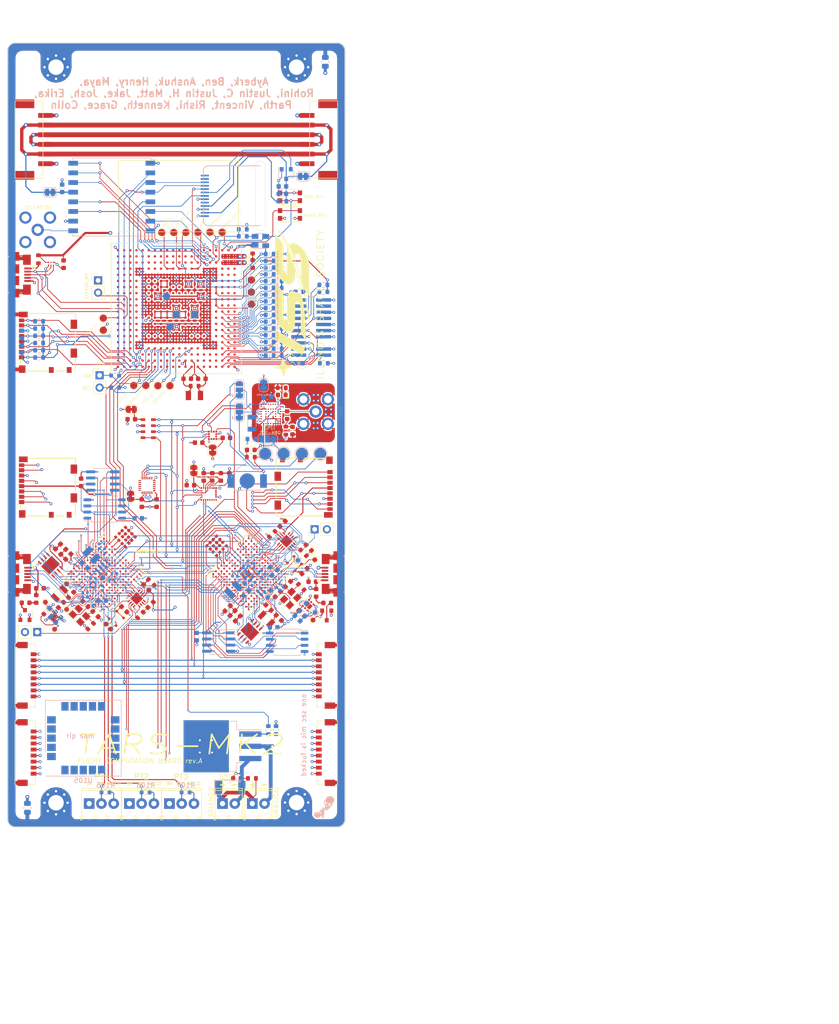
<source format=kicad_pcb>
(kicad_pcb (version 20171130) (host pcbnew 5.1.9-73d0e3b20d~88~ubuntu20.04.1)
  (title_block (title "TARS - MK2 Flight Computation Board") (date 2021-01-11) (rev A))
  (layers (0 F.Cu signal) (1 In1.Cu power hide) (2 In2.Cu power) (31 B.Cu signal) (34 B.Paste user hide) (35 F.Paste user hide) (36 B.SilkS user hide) (37 F.SilkS user hide) (38 B.Mask user hide) (39 F.Mask user hide) (44 Edge.Cuts user hide))
  (net 0 "")
  (net 1 /MPU/SYS_VDD2_3P3V)
  (net 2 GND)
  (net 3 /MPU/SYS_VOUT)
  (net 4 /MPU/SYS_VDD1_3P3V)
  (net 5 /MPU/SYS_VDD3_3P3V)
  (net 6 /MPU/SYS_VDD_1P8V)
  (net 7 /MPU/SYS_RTC_1P8V)
  (net 8 /MPU/USB5V)
  (net 9 /MPU/USB_DC)
  (net 10 "Net-(C101-Pad2)")
  (net 11 "Net-(C102-Pad1)")
  (net 12 "Net-(C103-Pad1)")
  (net 13 "Net-(C106-Pad2)")
  (net 14 "Net-(C108-Pad2)")
  (net 15 /MPU/SYS_RESETN)
  (net 16 "Net-(C203-Pad2)")
  (net 17 "Net-(C203-Pad1)")
  (net 18 "Net-(C204-Pad1)")
  (net 19 /ZOE-M8Q/3V3)
  (net 20 "Net-(D1-Pad1)")
  (net 21 "Net-(D504-Pad1)")
  (net 22 "Net-(J4-Pad2)")
  (net 23 "Net-(J4-Pad1)")
  (net 24 /MPU/JTAG_EMU4)
  (net 25 /MPU/JTAG_EMU3)
  (net 26 /MPU/JTAG_EMU2)
  (net 27 /MPU/JTAG_EMU1)
  (net 28 /MPU/JTAG_EMU0)
  (net 29 /MPU/JTAG_TCK)
  (net 30 /MPU/JTAG_TDO)
  (net 31 /MPU/JTAG_TDI)
  (net 32 /MPU/JTAG_TRSTN)
  (net 33 /MPU/JTAG_TMS)
  (net 34 /ZOE-M8Q/UART_TXD)
  (net 35 /ZOE-M8Q/UART_RXD)
  (net 36 "Net-(J7-Pad1)")
  (net 37 GND1)
  (net 38 /MCU_AC/AD_B0_11)
  (net 39 /ZOE-M8Q/VBATT)
  (net 40 "Net-(TP2-Pad1)")
  (net 41 "Net-(TP3-Pad1)")
  (net 42 "Net-(TP4-Pad1)")
  (net 43 "Net-(TP5-Pad1)")
  (net 44 "Net-(TP6-Pad1)")
  (net 45 "Net-(TP7-Pad1)")
  (net 46 "Net-(TP8-Pad1)")
  (net 47 "Net-(TP9-Pad1)")
  (net 48 "Net-(TP10-Pad1)")
  (net 49 "Net-(TP11-Pad1)")
  (net 50 "Net-(TP201-Pad1)")
  (net 51 "Net-(U101-Pad13)")
  (net 52 "Net-(U102-Pad11)")
  (net 53 "Net-(U104-Pad10)")
  (net 54 "Net-(U104-Pad7)")
  (net 55 "Net-(U104-Pad20)")
  (net 56 "Net-(U104-Pad21)")
  (net 57 "Net-(U104-Pad1)")
  (net 58 "Net-(U105-Pad1)")
  (net 59 "Net-(U105-Pad19)")
  (net 60 "Net-(U105-Pad18)")
  (net 61 "Net-(U105-Pad17)")
  (net 62 "Net-(U105-Pad14)")
  (net 63 "Net-(U105-Pad13)")
  (net 64 "Net-(U105-Pad12)")
  (net 65 "Net-(U105-Pad9)")
  (net 66 "Net-(U105-Pad8)")
  (net 67 "Net-(U105-Pad7)")
  (net 68 "Net-(U105-Pad3)")
  (net 69 "Net-(U105-Pad2)")
  (net 70 "Net-(U401-PadH11)")
  (net 71 "Net-(U401-PadG11)")
  (net 72 "Net-(U401-PadU11)")
  (net 73 "Net-(U401-PadC11)")
  (net 74 "Net-(U401-PadV11)")
  (net 75 "Net-(U401-PadB11)")
  (net 76 "Net-(U401-PadW11)")
  (net 77 "Net-(U401-PadA11)")
  (net 78 "Net-(U401-PadY11)")
  (net 79 "Net-(U401-PadY10)")
  (net 80 "Net-(U401-PadW10)")
  (net 81 "Net-(U401-PadV10)")
  (net 82 "Net-(U401-PadH10)")
  (net 83 "Net-(U401-PadG10)")
  (net 84 "Net-(U401-PadC10)")
  (net 85 "Net-(U401-PadA10)")
  (net 86 "Net-(U401-PadK4)")
  (net 87 "Net-(U401-PadK3)")
  (net 88 "Net-(U401-PadK18)")
  (net 89 /MPU/USB0_DM)
  (net 90 "Net-(U401-PadK19)")
  (net 91 "Net-(U401-PadK20)")
  (net 92 "Net-(U401-PadL20)")
  (net 93 "Net-(U401-PadL19)")
  (net 94 "Net-(U401-PadL17)")
  (net 95 "Net-(U401-PadL4)")
  (net 96 "Net-(U401-PadL3)")
  (net 97 /MPU/USB0_DP)
  (net 98 /MPU/USB0_ID)
  (net 99 "Net-(U401-PadM3)")
  (net 100 "Net-(U401-PadM4)")
  (net 101 "Net-(U401-PadM17)")
  (net 102 "Net-(U401-PadJ20)")
  (net 103 "Net-(U401-PadJ19)")
  (net 104 "Net-(U401-PadJ18)")
  (net 105 "Net-(U401-PadJ6)")
  (net 106 "Net-(U401-PadJ4)")
  (net 107 "Net-(U401-PadJ3)")
  (net 108 "Net-(U401-PadH4)")
  (net 109 "Net-(U401-PadH6)")
  (net 110 "Net-(U401-PadH9)")
  (net 111 "Net-(U401-PadH12)")
  (net 112 "Net-(U401-PadH13)")
  (net 113 "Net-(U401-PadH18)")
  (net 114 "Net-(U401-PadH19)")
  (net 115 "Net-(U401-PadH20)")
  (net 116 "Net-(U401-PadN17)")
  (net 117 "Net-(U401-PadN4)")
  (net 118 "Net-(U401-PadN3)")
  (net 119 "Net-(U401-PadN2)")
  (net 120 "Net-(U401-PadN1)")
  (net 121 "Net-(U401-PadP1)")
  (net 122 "Net-(U401-PadP2)")
  (net 123 "Net-(U401-PadP3)")
  (net 124 "Net-(U401-PadP4)")
  (net 125 "Net-(U401-PadP17)")
  (net 126 "Net-(U401-PadR17)")
  (net 127 "Net-(U401-PadR15)")
  (net 128 "Net-(U401-PadR14)")
  (net 129 "Net-(U401-PadR13)")
  (net 130 "Net-(U401-PadR8)")
  (net 131 "Net-(U401-PadR7)")
  (net 132 "Net-(U401-PadR6)")
  (net 133 "Net-(U401-PadR4)")
  (net 134 "Net-(U401-PadR3)")
  (net 135 "Net-(U401-PadR2)")
  (net 136 "Net-(U401-PadR1)")
  (net 137 "Net-(U401-PadT1)")
  (net 138 "Net-(U401-PadT2)")
  (net 139 "Net-(U401-PadT3)")
  (net 140 "Net-(U401-PadU20)")
  (net 141 "Net-(U401-PadU19)")
  (net 142 "Net-(U401-PadU18)")
  (net 143 "Net-(U401-PadU14)")
  (net 144 "Net-(U401-PadU12)")
  (net 145 "Net-(U401-PadU3)")
  (net 146 "Net-(U401-PadU2)")
  (net 147 "Net-(U401-PadU1)")
  (net 148 "Net-(U401-PadV1)")
  (net 149 "Net-(U401-PadV9)")
  (net 150 "Net-(U401-PadV12)")
  (net 151 "Net-(U401-PadV13)")
  (net 152 "Net-(U401-PadV14)")
  (net 153 "Net-(U401-PadV15)")
  (net 154 "Net-(U401-PadV16)")
  (net 155 "Net-(U401-PadV17)")
  (net 156 "Net-(U401-PadV20)")
  (net 157 "Net-(U401-PadW17)")
  (net 158 "Net-(U401-PadW16)")
  (net 159 "Net-(U401-PadW15)")
  (net 160 "Net-(U401-PadW14)")
  (net 161 "Net-(U401-PadY15)")
  (net 162 "Net-(U401-PadY16)")
  (net 163 "Net-(U401-PadY17)")
  (net 164 "Net-(U401-PadW1)")
  (net 165 "Net-(U401-PadC12)")
  (net 166 "Net-(U401-PadB12)")
  (net 167 "Net-(U401-PadA12)")
  (net 168 "Net-(U401-PadA9)")
  (net 169 "Net-(U401-PadB9)")
  (net 170 "Net-(U401-PadC9)")
  (net 171 "Net-(U401-PadA8)")
  (net 172 "Net-(U401-PadB8)")
  (net 173 "Net-(U401-PadC8)")
  (net 174 "Net-(U401-PadD8)")
  (net 175 "Net-(U401-PadA7)")
  (net 176 "Net-(U401-PadB7)")
  (net 177 "Net-(U401-PadC7)")
  (net 178 "Net-(U401-PadD7)")
  (net 179 "Net-(U401-PadF7)")
  (net 180 "Net-(U401-PadG7)")
  (net 181 "Net-(U401-PadA6)")
  (net 182 "Net-(U401-PadB6)")
  (net 183 "Net-(U401-PadC6)")
  (net 184 "Net-(U401-PadD6)")
  (net 185 "Net-(U401-PadF6)")
  (net 186 "Net-(U401-PadG6)")
  (net 187 "Net-(U401-PadA5)")
  (net 188 "Net-(U401-PadB5)")
  (net 189 "Net-(U401-PadC5)")
  (net 190 "Net-(U401-PadG4)")
  (net 191 "Net-(U401-PadF4)")
  (net 192 "Net-(U401-PadC4)")
  (net 193 "Net-(U401-PadB4)")
  (net 194 "Net-(U401-PadA4)")
  (net 195 "Net-(U401-PadA3)")
  (net 196 "Net-(U401-PadB3)")
  (net 197 "Net-(U401-PadC3)")
  (net 198 "Net-(U401-PadD3)")
  (net 199 "Net-(U401-PadE3)")
  (net 200 "Net-(U401-PadF3)")
  (net 201 "Net-(U401-PadG3)")
  (net 202 "Net-(U401-PadG2)")
  (net 203 "Net-(U401-PadG1)")
  (net 204 "Net-(U401-PadF1)")
  (net 205 "Net-(U401-PadF2)")
  (net 206 "Net-(U401-PadE2)")
  (net 207 "Net-(U401-PadE1)")
  (net 208 "Net-(U401-PadD1)")
  (net 209 "Net-(U401-PadD2)")
  (net 210 "Net-(U401-PadC2)")
  (net 211 "Net-(U401-PadC1)")
  (net 212 "Net-(U401-PadB1)")
  (net 213 "Net-(U401-PadB2)")
  (net 214 "Net-(U401-PadA2)")
  (net 215 "Net-(U401-PadA13)")
  (net 216 "Net-(U401-PadB13)")
  (net 217 "Net-(U401-PadC13)")
  (net 218 "Net-(U401-PadB14)")
  (net 219 "Net-(U401-PadA14)")
  (net 220 "Net-(U401-PadG18)")
  (net 221 "Net-(U401-PadF18)")
  (net 222 "Net-(U401-PadE18)")
  (net 223 "Net-(U401-PadD18)")
  (net 224 "Net-(U401-PadD19)")
  (net 225 "Net-(U401-PadE19)")
  (net 226 "Net-(U401-PadF19)")
  (net 227 "Net-(U401-PadG19)")
  (net 228 "Net-(U401-PadG20)")
  (net 229 "Net-(U401-PadF20)")
  (net 230 "Net-(U401-PadE20)")
  (net 231 "Net-(U401-PadD20)")
  (net 232 /MCU_AC/AD_B0_00)
  (net 233 /MCU_AC/AD_B0_13)
  (net 234 /MCU_AC/AD_B0_12)
  (net 235 /MCU_AC/AD_B0_14)
  (net 236 /MCU_AC/AD_B0_05)
  (net 237 /MCU_AC/AD_B0_09)
  (net 238 /MCU_AC/AD_B0_06)
  (net 239 /MCU_AC/B1_13)
  (net 240 /MCU_AC/B1_14)
  (net 241 /MCU_AC/AD_B1_09)
  (net 242 /MCU_AC/AD_B1_10)
  (net 243 /MCU_AC/AD_B1_11)
  (net 244 /MCU_AC/AD_B1_08)
  (net 245 /MCU_AC/AD_B0_10)
  (net 246 /MCU_AC/AD_B0_08)
  (net 247 /MCU_AC/B1_12)
  (net 248 /MCU_AC/B1_11)
  (net 249 /MCU_AC/B1_10)
  (net 250 /MCU_AC/B1_09)
  (net 251 /MCU_AC/AD_B1_03)
  (net 252 /MCU_AC/AD_B1_06)
  (net 253 /MCU_AC/AD_B0_07)
  (net 254 /MCU_AC/B1_04)
  (net 255 /MCU_AC/B1_05)
  (net 256 /MCU_AC/B1_06)
  (net 257 /MCU_AC/B1_07)
  (net 258 /MCU_AC/AD_B1_02)
  (net 259 /MCU_AC/AD_B0_04)
  (net 260 /MCU_AC/B0_15)
  (net 261 /MCU_AC/AD_B0_15)
  (net 262 /MCU_AC/AD_B1_07)
  (net 263 /MCU_AC/AD_B0_01)
  (net 264 /MCU_AC/B0_14)
  (net 265 /MCU_AC/B0_13)
  (net 266 /MCU_AC/B0_12)
  (net 267 /MCU_AC/B0_11)
  (net 268 /MCU_AC/B0_10)
  (net 269 /MCU_AC/B0_09)
  (net 270 /MCU_AC/B0_08)
  (net 271 /MCU_AC/B0_04)
  (net 272 /MCU_AC/B0_05)
  (net 273 /MCU_AC/B0_06)
  (net 274 /MCU_AC/POR_B)
  (net 275 /MCU_AC/EMC_41)
  (net 276 /MCU_AC/EMC_39)
  (net 277 /MCU_AC/EMC_40)
  (net 278 /MCU_AC/EMC_38)
  (net 279 /MCU_AC/EMC_30)
  (net 280 /MCU_AC/EMC_35)
  (net 281 /MCU_AC/EMC_32)
  (net 282 /MCU_AC/EMC_31)
  (net 283 /MCU_AC/EMC_02)
  (net 284 /MCU_AC/EMC_37)
  (net 285 /MCU_AC/EMC_34)
  (net 286 /MCU_AC/EMC_33)
  (net 287 /MCU_AC/EMC_19)
  (net 288 /MCU_AC/EMC_08)
  (net 289 /MCU_AC/EMC_11)
  (net 290 /MCU_AC/EMC_24)
  (net 291 /MCU_AC/EMC_36)
  (net 292 /MCU_AC/EMC_26)
  (net 293 /MCU_AC/EMC_23)
  (net 294 /MCU_AC/EMC_25)
  (net 295 /MCU_AC/EMC_09)
  (net 296 /MCU_AC/EMC_18)
  (net 297 /MCU_AC/EMC_27)
  (net 298 /MCU_AC/EMC_12)
  (net 299 /MCU_AC/EMC_10)
  (net 300 /MCU_AC/EMC_22)
  (net 301 /MCU_AC/EMC_29)
  (net 302 /MCU_AC/EMC_28)
  (net 303 /MCU_AC/EMC_21)
  (net 304 /MCU_AC/EMC_15)
  (net 305 /ZOE-M8Q/EXTINT)
  (net 306 "Net-(IC1-Pad5)")
  (net 307 "Net-(C301-Pad1)")
  (net 308 "Net-(C302-Pad1)")
  (net 309 "Net-(C303-Pad1)")
  (net 310 "Net-(C304-Pad1)")
  (net 311 "Net-(C305-Pad1)")
  (net 312 "Net-(C309-Pad1)")
  (net 313 "Net-(C313-Pad1)")
  (net 314 "Net-(C314-Pad1)")
  (net 315 "Net-(C316-Pad1)")
  (net 316 "Net-(C317-Pad1)")
  (net 317 "Net-(C318-Pad1)")
  (net 318 "Net-(C319-Pad1)")
  (net 319 "Net-(D304-Pad1)")
  (net 320 "Net-(F301-Pad1)")
  (net 321 "Net-(J301-Pad4)")
  (net 322 "Net-(J301-Pad2)")
  (net 323 "Net-(J301-Pad3)")
  (net 324 "Net-(J302-Pad1)")
  (net 325 "Net-(J302-Pad2)")
  (net 326 "Net-(J302-Pad3)")
  (net 327 "Net-(J302-Pad5)")
  (net 328 "Net-(J302-Pad7)")
  (net 329 "Net-(J302-Pad8)")
  (net 330 "Net-(J302-Pad9)")
  (net 331 "Net-(J306-Pad1)")
  (net 332 "Net-(L301-Pad2)")
  (net 333 "Net-(L302-Pad2)")
  (net 334 "Net-(R302-Pad2)")
  (net 335 "Net-(R307-Pad2)")
  (net 336 "Net-(U301-PadP13)")
  (net 337 "Net-(U301-PadN13)")
  (net 338 "Net-(U301-PadN12)")
  (net 339 "Net-(U301-PadN10)")
  (net 340 "Net-(U301-PadP7)")
  (net 341 "Net-(U301-PadN7)")
  (net 342 "Net-(U301-PadL7)")
  (net 343 "Net-(U301-PadM6)")
  (net 344 "Net-(U301-PadL6)")
  (net 345 "Net-(U301-PadK6)")
  (net 346 "Net-(U301-PadP5)")
  (net 347 "Net-(U301-PadM5)")
  (net 348 "Net-(U301-PadL5)")
  (net 349 "Net-(U301-PadP4)")
  (net 350 "Net-(U301-PadN4)")
  (net 351 "Net-(U301-PadM4)")
  (net 352 "Net-(U301-PadL4)")
  (net 353 "Net-(U301-PadP3)")
  (net 354 "Net-(U301-PadN3)")
  (net 355 "Net-(U301-PadM3)")
  (net 356 "Net-(U301-PadL3)")
  (net 357 "Net-(U301-PadP2)")
  (net 358 "Net-(U302-Pad16)")
  (net 359 "Net-(U302-Pad14)")
  (net 360 "Net-(U303-Pad9)")
  (net 361 "Net-(C109-Pad2)")
  (net 362 "Net-(C501-Pad1)")
  (net 363 "Net-(C502-Pad1)")
  (net 364 "Net-(C503-Pad1)")
  (net 365 "Net-(C504-Pad1)")
  (net 366 "Net-(C505-Pad1)")
  (net 367 "Net-(C509-Pad1)")
  (net 368 "Net-(C513-Pad1)")
  (net 369 "Net-(C514-Pad1)")
  (net 370 "Net-(C516-Pad1)")
  (net 371 "Net-(C517-Pad1)")
  (net 372 "Net-(C518-Pad1)")
  (net 373 "Net-(C519-Pad1)")
  (net 374 "Net-(C602-Pad1)")
  (net 375 "Net-(D601-Pad1)")
  (net 376 "Net-(D602-Pad2)")
  (net 377 "Net-(D602-Pad1)")
  (net 378 "Net-(F501-Pad1)")
  (net 379 "Net-(FB601-Pad1)")
  (net 380 "Net-(J501-Pad4)")
  (net 381 "Net-(J501-Pad2)")
  (net 382 "Net-(J501-Pad3)")
  (net 383 "Net-(J502-Pad9)")
  (net 384 "Net-(J502-Pad8)")
  (net 385 "Net-(J502-Pad7)")
  (net 386 "Net-(J502-Pad5)")
  (net 387 "Net-(J502-Pad3)")
  (net 388 "Net-(J502-Pad2)")
  (net 389 "Net-(J502-Pad1)")
  (net 390 "Net-(J506-Pad1)")
  (net 391 "Net-(JP602-Pad2)")
  (net 392 "Net-(JP602-Pad3)")
  (net 393 "Net-(JP605-Pad2)")
  (net 394 "Net-(JP606-Pad2)")
  (net 395 "Net-(L501-Pad2)")
  (net 396 "Net-(L502-Pad2)")
  (net 397 "Net-(R205-Pad2)")
  (net 398 "Net-(R206-Pad2)")
  (net 399 "Net-(R207-Pad2)")
  (net 400 "Net-(R208-Pad2)")
  (net 401 "Net-(R209-Pad2)")
  (net 402 "Net-(R210-Pad2)")
  (net 403 "Net-(R211-Pad2)")
  (net 404 "Net-(R212-Pad2)")
  (net 405 "Net-(R213-Pad2)")
  (net 406 "Net-(R214-Pad2)")
  (net 407 "Net-(R215-Pad2)")
  (net 408 "Net-(R216-Pad2)")
  (net 409 "Net-(R217-Pad2)")
  (net 410 "Net-(R218-Pad2)")
  (net 411 "Net-(R219-Pad2)")
  (net 412 "Net-(R220-Pad2)")
  (net 413 "Net-(R502-Pad2)")
  (net 414 /MCU_HYBRID/AD_B0_11)
  (net 415 "Net-(R507-Pad2)")
  (net 416 "Net-(U305-Pad5)")
  (net 417 "Net-(U305-Pad2)")
  (net 418 /MCU_HYBRID/AD_B0_00)
  (net 419 /MCU_HYBRID/AD_B0_12)
  (net 420 /MCU_HYBRID/AD_B0_14)
  (net 421 /MCU_HYBRID/AD_B0_05)
  (net 422 /MCU_HYBRID/AD_B0_09)
  (net 423 /MCU_HYBRID/AD_B0_06)
  (net 424 /MCU_HYBRID/B1_13)
  (net 425 "Net-(U501-PadP13)")
  (net 426 "Net-(U501-PadN13)")
  (net 427 /MCU_HYBRID/AD_B1_10)
  (net 428 /MCU_HYBRID/AD_B1_11)
  (net 429 /MCU_HYBRID/AD_B1_08)
  (net 430 /MCU_HYBRID/AD_B0_10)
  (net 431 /MCU_HYBRID/AD_B0_08)
  (net 432 /MCU_HYBRID/B1_12)
  (net 433 /MCU_HYBRID/B1_11)
  (net 434 /MCU_HYBRID/B1_10)
  (net 435 /MCU_HYBRID/B1_09)
  (net 436 "Net-(U501-PadN12)")
  (net 437 /MCU_HYBRID/AD_B1_06)
  (net 438 /MCU_HYBRID/AD_B0_07)
  (net 439 /MCU_HYBRID/B1_04)
  (net 440 /MCU_HYBRID/B1_05)
  (net 441 /MCU_HYBRID/B1_06)
  (net 442 /MCU_HYBRID/B1_07)
  (net 443 /MCU_HYBRID/B1_08)
  (net 444 /MCU_HYBRID/AD_B1_02)
  (net 445 /MCU_HYBRID/AD_B0_04)
  (net 446 /MCU_HYBRID/B0_15)
  (net 447 "Net-(U501-PadN10)")
  (net 448 /MCU_HYBRID/AD_B0_15)
  (net 449 /MCU_HYBRID/AD_B1_07)
  (net 450 /MCU_HYBRID/AD_B0_01)
  (net 451 /MCU_HYBRID/B0_14)
  (net 452 /MCU_HYBRID/B0_13)
  (net 453 /MCU_HYBRID/B0_12)
  (net 454 /MCU_HYBRID/B0_11)
  (net 455 /MCU_HYBRID/B0_10)
  (net 456 /MCU_HYBRID/B0_09)
  (net 457 /MCU_HYBRID/B0_08)
  (net 458 /MCU_HYBRID/B0_07)
  (net 459 /MCU_HYBRID/B0_04)
  (net 460 /MCU_HYBRID/B0_05)
  (net 461 /MCU_HYBRID/B0_06)
  (net 462 "Net-(U501-PadP7)")
  (net 463 "Net-(U501-PadN7)")
  (net 464 /MCU_HYBRID/POR_B)
  (net 465 "Net-(U501-PadL7)")
  (net 466 /MCU_HYBRID/EMC_41)
  (net 467 /MCU_HYBRID/EMC_39)
  (net 468 /MCU_HYBRID/EMC_40)
  (net 469 "Net-(U501-PadM6)")
  (net 470 "Net-(U501-PadL6)")
  (net 471 "Net-(U501-PadK6)")
  (net 472 /MCU_HYBRID/EMC_38)
  (net 473 /MCU_HYBRID/EMC_30)
  (net 474 "Net-(U501-PadP5)")
  (net 475 "Net-(U501-PadM5)")
  (net 476 "Net-(U501-PadL5)")
  (net 477 /MCU_HYBRID/EMC_35)
  (net 478 /MCU_HYBRID/EMC_32)
  (net 479 /MCU_HYBRID/EMC_31)
  (net 480 "Net-(U501-PadP4)")
  (net 481 "Net-(U501-PadN4)")
  (net 482 "Net-(U501-PadM4)")
  (net 483 "Net-(U501-PadL4)")
  (net 484 /MCU_HYBRID/EMC_02)
  (net 485 /MCU_HYBRID/EMC_37)
  (net 486 /MCU_HYBRID/EMC_34)
  (net 487 /MCU_HYBRID/EMC_33)
  (net 488 /MCU_HYBRID/EMC_19)
  (net 489 "Net-(U501-PadP3)")
  (net 490 "Net-(U501-PadN3)")
  (net 491 "Net-(U501-PadM3)")
  (net 492 "Net-(U501-PadL3)")
  (net 493 /MCU_HYBRID/EMC_08)
  (net 494 /MCU_HYBRID/EMC_11)
  (net 495 /MCU_HYBRID/EMC_24)
  (net 496 /MCU_HYBRID/EMC_36)
  (net 497 /MCU_HYBRID/EMC_26)
  (net 498 "Net-(U501-PadP2)")
  (net 499 /MCU_HYBRID/EMC_23)
  (net 500 /MCU_HYBRID/EMC_25)
  (net 501 /MCU_HYBRID/EMC_09)
  (net 502 /MCU_HYBRID/EMC_18)
  (net 503 /MCU_HYBRID/EMC_27)
  (net 504 /MCU_HYBRID/EMC_12)
  (net 505 /MCU_HYBRID/EMC_10)
  (net 506 /MCU_HYBRID/EMC_22)
  (net 507 /MCU_HYBRID/EMC_29)
  (net 508 /MCU_HYBRID/EMC_28)
  (net 509 /MCU_HYBRID/EMC_21)
  (net 510 /MCU_HYBRID/EMC_15)
  (net 511 "Net-(U502-Pad16)")
  (net 512 "Net-(U502-Pad14)")
  (net 513 "Net-(U503-Pad9)")
  (net 514 "Net-(U505-Pad5)")
  (net 515 "Net-(U505-Pad2)")
  (net 516 "Net-(U601-PadP$F6)")
  (net 517 "Net-(U601-PadP$F4)")
  (net 518 "Net-(U601-PadP$G5)")
  (net 519 "Net-(U601-PadP$F3)")
  (net 520 "Net-(U601-PadP$E3)")
  (net 521 "Net-(U601-PadP$D3)")
  (net 522 "Net-(U601-PadP$C6)")
  (net 523 "Net-(U601-PadP$C5)")
  (net 524 "Net-(U601-PadP$C4)")
  (net 525 "Net-(U601-PadP$C1)")
  (net 526 "Net-(U601-PadP$D1)")
  (net 527 "Net-(U601-PadP$2E1)")
  (net 528 "Net-(U601-PadP$F1)")
  (net 529 "Net-(U601-PadP$J6)")
  (net 530 "Net-(U601-PadP$J7)")
  (net 531 "Net-(U601-PadP$J8)")
  (net 532 "Net-(U601-PadP$G9)")
  (net 533 "Net-(U601-PadP$F9)")
  (net 534 "Net-(U601-PadP$E9)")
  (net 535 "Net-(U601-PadP$A6)")
  (net 536 /3V3)
  (net 537 /5V)
  (net 538 /MPU_SPI0_SCK)
  (net 539 /MPU_SPI0_MISO)
  (net 540 /TLM_CS)
  (net 541 /MPU_SPI0_MOSI)
  (net 542 /TLM_DIO2)
  (net 543 /TLM_DIO1)
  (net 544 /TLM_DIO0)
  (net 545 "Net-(C111-Pad1)")
  (net 546 /TLM_DIO4)
  (net 547 /TLM_DIO3)
  (net 548 "Net-(U106-Pad9)")
  (net 549 /TLM_DIO5)
  (net 550 /TLM_RST)
  (net 551 "Net-(DISP1-Pad12)")
  (net 552 /LSM9_INT2_AG)
  (net 553 /LSM9_INT1_AG)
  (net 554 /LSM9_INT_M)
  (net 555 /LSM9_DRDY_M)
  (net 556 /LSM9_CS_AG)
  (net 557 /SNS_SPI_MISO)
  (net 558 /SNS_SPI_MOSI)
  (net 559 /SNS_SPI_SCK)
  (net 560 /MS5611_CS)
  (net 561 /MPU9250_INT)
  (net 562 /KX122_INT2)
  (net 563 /KX122_INT1)
  (net 564 /KX122_CS)
  (net 565 /LSM9_CS_M)
  (net 566 /MPU/MMC0_DAT1)
  (net 567 /MPU/MMC0_DAT0)
  (net 568 /MPU/MMC0_CLK)
  (net 569 /MPU/MMC0_CMD)
  (net 570 /MPU/MMC0_DAT3)
  (net 571 /MPU/MMC0_DAT2)
  (net 572 "Net-(J6-Pad2)")
  (net 573 /MPU/UART0_RTSN)
  (net 574 /MPU/UART0_CTSN)
  (net 575 /MPU/UART1_CTSN)
  (net 576 /MPU/UART1_RTSN)
  (net 577 "Net-(U401-PadB10)")
  (net 578 "Net-(U401-PadJ2)")
  (net 579 "Net-(U401-PadJ1)")
  (net 580 "Net-(U401-PadH1)")
  (net 581 "Net-(U401-PadH2)")
  (net 582 "Net-(U401-PadH3)")
  (net 583 /MPU9250_CS)
  (net 584 /MCU_AC__UART1_TX)
  (net 585 /B2B_I2C_SDA)
  (net 586 /B2B_I2C_SCL)
  (net 587 /MCU_AC_UART1_RX)
  (net 588 /MCU_AC_SPI2_CS)
  (net 589 /MCU_AC_SPI2_MISO)
  (net 590 /MCU_AC_SPI2_MOSI)
  (net 591 /MCU_AC_SPI2_SCK)
  (net 592 /MCU_HYB_UART1_TX)
  (net 593 /MCU_HYB_UART1_RX)
  (net 594 /MCU_HYB_SPI2_CS)
  (net 595 /MCU_HYB_SPI2_MISO)
  (net 596 /MCU_HYB_SPI2_MOSI)
  (net 597 /MCU_HYB_SPI2_SCK)
  (net 598 /B2B_GPIO1)
  (net 599 /B2B_SPI_CS2)
  (net 600 /B2B_SPI_CS1)
  (net 601 /B2B_SPI_SCK)
  (net 602 /B2B_SPI_MISO)
  (net 603 /B2B_SPI_MOSI)
  (net 604 /9V_PT_SUPPLY)
  (net 605 /B2B_SERVO4)
  (net 606 /B2B_SERVO3)
  (net 607 /B2B_SERVO2)
  (net 608 /B2B_SERVO1)
  (net 609 "Net-(D101-Pad2)")
  (net 610 "Net-(D101-Pad1)")
  (net 611 "Net-(D102-Pad1)")
  (net 612 "Net-(Q101-Pad1)")
  (net 613 /SLND_TRIG)
  (net 614 /MCU_AC/3V3_MCU)
  (net 615 /LCD_CS)
  (net 616 "Net-(C112-Pad1)")
  (net 617 /LCD_RST)
  (net 618 /LCD_DC)
  (net 619 /ZOE_CS)
  (net 620 /PT1)
  (net 621 /PT2)
  (net 622 /PT3)
  (net 623 /MCU_AC/AD_B1_05)
  (net 624 "Net-(D103-Pad2)")
  (net 625 "Net-(D104-Pad2)")
  (net 626 "Net-(D105-Pad2)")
  (net 627 "Net-(D106-Pad2)")
  (net 628 "Net-(D107-Pad2)")
  (net 629 "Net-(D108-Pad2)")
  (net 630 "Net-(D109-Pad2)")
  (net 631 "Net-(D110-Pad2)")
  (net 632 /MCU_HYB_LED_WHITE)
  (net 633 /MCU_HYB_LED_ORANGE)
  (net 634 /MCU_HYB_LED_BLUE)
  (net 635 /MCU_AC_LED_WHITE)
  (net 636 /MCU_AC_LED_ORANGE)
  (net 637 /MCU_AC_LED_BLUE)
  (net 638 /MCU_HYB_LED_RED)
  (net 639 /MCU_AC_LED_RED)
  (net 640 /INTER_MCU_UART_TX)
  (net 641 /INTER_MCU_UART_RX)
  (net 642 /MCU_HYBRID/3V3_MCU)
  (net 643 "Net-(R501-Pad2)")
  (net 644 "Net-(R503-Pad2)")
  (net 645 "Net-(SW501-Pad2)")
  (net 646 "Net-(SW502-Pad2)")
  (net 647 "Net-(TP18-Pad1)")
  (module BK-414:BAT_BK-414 (layer B.Cu) (at 219.63 155.74)
    (fp_text reference BT601 hide)
    (fp_text value BK-414)
    (pad - smd circle (at 0 0) (size 3.18 3.18) (layers B.Cu B.Paste B.Mask) (net 2 GND))
    (pad 2+ smd rect (at 3.365 0) (size 1.4 2.79) (layers B.Cu B.Paste B.Mask) (net 39 /ZOE-M8Q/VBATT))
    (pad 1+ smd rect (at -3.365 0) (size 1.4 2.79) (layers B.Cu B.Paste B.Mask) (net 39 /ZOE-M8Q/VBATT))
  )
  (module "Molex 8 Circuit 1.25mm:MOLEX_505567-0871" (layer F.Cu) (at 236.2 196 90)
    (fp_text reference J104 hide)
    (fp_text value 505567-0871)
    (pad P2 smd rect (at -6.275 0.545 90) (size 1.3 2.15) (layers F.Cu F.Paste F.Mask) (net 37 GND1))
    (pad P1 smd rect (at 6.275 0.545 90) (size 1.3 2.15) (layers F.Cu F.Paste F.Mask) (net 37 GND1))
    (pad 8 smd rect (at 4.375 -1.75 90) (size 0.8 1.2) (layers F.Cu F.Paste F.Mask) (net 2 GND))
    (pad 7 smd rect (at 3.125 -1.75 90) (size 0.8 1.2) (layers F.Cu F.Paste F.Mask) (net 603 /B2B_SPI_MOSI))
    (pad 6 smd rect (at 1.875 -1.75 90) (size 0.8 1.2) (layers F.Cu F.Paste F.Mask) (net 602 /B2B_SPI_MISO))
    (pad 5 smd rect (at 0.625 -1.75 90) (size 0.8 1.2) (layers F.Cu F.Paste F.Mask) (net 601 /B2B_SPI_SCK))
    (pad 4 smd rect (at -0.625 -1.75 90) (size 0.8 1.2) (layers F.Cu F.Paste F.Mask) (net 600 /B2B_SPI_CS1))
    (pad 3 smd rect (at -1.875 -1.75 90) (size 0.8 1.2) (layers F.Cu F.Paste F.Mask) (net 599 /B2B_SPI_CS2))
    (pad 2 smd rect (at -3.125 -1.75 90) (size 0.8 1.2) (layers F.Cu F.Paste F.Mask) (net 598 /B2B_GPIO1))
    (pad 1 smd rect (at -4.375 -1.75 90) (size 0.8 1.2) (layers F.Cu F.Paste F.Mask) (net 2 GND))
  )
  (module "Molex 8 Circuit 1.25mm:MOLEX_505567-0871" (layer F.Cu) (at 236.2 212 90)
    (fp_text reference J103 hide)
    (fp_text value 505567-0871)
    (pad P2 smd rect (at -6.275 0.545 90) (size 1.3 2.15) (layers F.Cu F.Paste F.Mask) (net 37 GND1))
    (pad P1 smd rect (at 6.275 0.545 90) (size 1.3 2.15) (layers F.Cu F.Paste F.Mask) (net 37 GND1))
    (pad 8 smd rect (at 4.375 -1.75 90) (size 0.8 1.2) (layers F.Cu F.Paste F.Mask) (net 585 /B2B_I2C_SDA))
    (pad 7 smd rect (at 3.125 -1.75 90) (size 0.8 1.2) (layers F.Cu F.Paste F.Mask) (net 586 /B2B_I2C_SCL))
    (pad 6 smd rect (at 1.875 -1.75 90) (size 0.8 1.2) (layers F.Cu F.Paste F.Mask) (net 608 /B2B_SERVO1))
    (pad 5 smd rect (at 0.625 -1.75 90) (size 0.8 1.2) (layers F.Cu F.Paste F.Mask) (net 607 /B2B_SERVO2))
    (pad 4 smd rect (at -0.625 -1.75 90) (size 0.8 1.2) (layers F.Cu F.Paste F.Mask) (net 606 /B2B_SERVO3))
    (pad 3 smd rect (at -1.875 -1.75 90) (size 0.8 1.2) (layers F.Cu F.Paste F.Mask) (net 605 /B2B_SERVO4))
    (pad 2 smd rect (at -3.125 -1.75 90) (size 0.8 1.2) (layers F.Cu F.Paste F.Mask) (net 2 GND))
    (pad 1 smd rect (at -4.375 -1.75 90) (size 0.8 1.2) (layers F.Cu F.Paste F.Mask) (net 604 /9V_PT_SUPPLY))
  )
  (module "Molex 8 Circuit 1.25mm:MOLEX_505567-0871" (layer F.Cu) (at 173.6 212 270)
    (fp_text reference J102 hide)
    (fp_text value 505567-0871)
    (pad P2 smd rect (at -6.275 0.545 270) (size 1.3 2.15) (layers F.Cu F.Paste F.Mask) (net 37 GND1))
    (pad P1 smd rect (at 6.275 0.545 270) (size 1.3 2.15) (layers F.Cu F.Paste F.Mask) (net 37 GND1))
    (pad 8 smd rect (at 4.375 -1.75 270) (size 0.8 1.2) (layers F.Cu F.Paste F.Mask) (net 604 /9V_PT_SUPPLY))
    (pad 7 smd rect (at 3.125 -1.75 270) (size 0.8 1.2) (layers F.Cu F.Paste F.Mask) (net 2 GND))
    (pad 6 smd rect (at 1.875 -1.75 270) (size 0.8 1.2) (layers F.Cu F.Paste F.Mask) (net 605 /B2B_SERVO4))
    (pad 5 smd rect (at 0.625 -1.75 270) (size 0.8 1.2) (layers F.Cu F.Paste F.Mask) (net 606 /B2B_SERVO3))
    (pad 4 smd rect (at -0.625 -1.75 270) (size 0.8 1.2) (layers F.Cu F.Paste F.Mask) (net 607 /B2B_SERVO2))
    (pad 3 smd rect (at -1.875 -1.75 270) (size 0.8 1.2) (layers F.Cu F.Paste F.Mask) (net 608 /B2B_SERVO1))
    (pad 2 smd rect (at -3.125 -1.75 270) (size 0.8 1.2) (layers F.Cu F.Paste F.Mask) (net 586 /B2B_I2C_SCL))
    (pad 1 smd rect (at -4.375 -1.75 270) (size 0.8 1.2) (layers F.Cu F.Paste F.Mask) (net 585 /B2B_I2C_SDA))
  )
  (module "Molex 8 Circuit 1.25mm:MOLEX_505567-0871" (layer F.Cu) (at 173.6 196 270)
    (fp_text reference J101 hide)
    (fp_text value 505567-0871)
    (pad P2 smd rect (at -6.275 0.545 270) (size 1.3 2.15) (layers F.Cu F.Paste F.Mask) (net 37 GND1))
    (pad P1 smd rect (at 6.275 0.545 270) (size 1.3 2.15) (layers F.Cu F.Paste F.Mask) (net 37 GND1))
    (pad 8 smd rect (at 4.375 -1.75 270) (size 0.8 1.2) (layers F.Cu F.Paste F.Mask) (net 2 GND))
    (pad 7 smd rect (at 3.125 -1.75 270) (size 0.8 1.2) (layers F.Cu F.Paste F.Mask) (net 598 /B2B_GPIO1))
    (pad 6 smd rect (at 1.875 -1.75 270) (size 0.8 1.2) (layers F.Cu F.Paste F.Mask) (net 599 /B2B_SPI_CS2))
    (pad 5 smd rect (at 0.625 -1.75 270) (size 0.8 1.2) (layers F.Cu F.Paste F.Mask) (net 600 /B2B_SPI_CS1))
    (pad 4 smd rect (at -0.625 -1.75 270) (size 0.8 1.2) (layers F.Cu F.Paste F.Mask) (net 601 /B2B_SPI_SCK))
    (pad 3 smd rect (at -1.875 -1.75 270) (size 0.8 1.2) (layers F.Cu F.Paste F.Mask) (net 602 /B2B_SPI_MISO))
    (pad 2 smd rect (at -3.125 -1.75 270) (size 0.8 1.2) (layers F.Cu F.Paste F.Mask) (net 603 /B2B_SPI_MOSI))
    (pad 1 smd rect (at -4.375 -1.75 270) (size 0.8 1.2) (layers F.Cu F.Paste F.Mask) (net 2 GND))
  )
  (module Capacitor_SMD:C_0603_1608Metric (layer B.Cu) (at 225.3 174.72 45)
    (fp_text reference C313 hide)
    (fp_text value 0.22uF)
    (pad 2 smd roundrect (at 0.775 0 45) (size 0.9 0.95) (layers B.Cu B.Paste B.Mask) (net 2 GND))
    (pad 1 smd roundrect (at -0.775 0 45) (size 0.9 0.95) (layers B.Cu B.Paste B.Mask) (net 313 "Net-(C313-Pad1)"))
  )
  (module TestPoint:TestPoint_Pad_D1.0mm (layer B.Cu) (at 189.71 175.84)
    (fp_text reference TP509 hide)
    (fp_text value VDD_SOC_IN)
    (pad 1 smd circle (at 0 0) (size 1 1) (layers B.Cu B.Mask) (net 366 "Net-(C505-Pad1)"))
  )
  (module TestPoint:TestPoint_Pad_D1.0mm (layer F.Cu) (at 179.7 186.46)
    (fp_text reference TP508 hide)
    (fp_text value VDD_HIGH_IN)
    (pad 1 smd circle (at 0 0) (size 1 1) (layers F.Cu F.Mask) (net 642 /MCU_HYBRID/3V3_MCU))
  )
  (module TestPoint:TestPoint_Pad_D1.0mm (layer F.Cu) (at 177.8 180.84)
    (fp_text reference TP507 hide)
    (fp_text value REG_EN)
    (pad 1 smd circle (at 0 0) (size 1 1) (layers F.Cu F.Mask) (net 415 "Net-(R507-Pad2)"))
  )
  (module TestPoint:TestPoint_Pad_D1.0mm (layer F.Cu) (at 182.192 177.014)
    (fp_text reference TP506 hide)
    (fp_text value VDD_HIGH_CAP)
    (pad 1 smd circle (at 0 0) (size 1 1) (layers F.Cu F.Mask) (net 370 "Net-(C516-Pad1)"))
  )
  (module TestPoint:TestPoint_Pad_D1.0mm (layer F.Cu) (at 182.192 182.348)
    (fp_text reference TP505 hide)
    (fp_text value NVCC_PLL)
    (pad 1 smd circle (at 0 0) (size 1 1) (layers F.Cu F.Mask) (net 369 "Net-(C514-Pad1)"))
  )
  (module TestPoint:TestPoint_Pad_D1.0mm (layer B.Cu) (at 187.78 181.586)
    (fp_text reference TP504 hide)
    (fp_text value VDD_SNVS_CAP)
    (pad 1 smd circle (at 0 0) (size 1 1) (layers B.Cu B.Mask) (net 368 "Net-(C513-Pad1)"))
  )
  (module TestPoint:TestPoint_Pad_D1.0mm (layer F.Cu) (at 190.32 185.396)
    (fp_text reference TP503 hide)
    (fp_text value VDD_SNVS_IN)
    (pad 1 smd circle (at 0 0) (size 1 1) (layers F.Cu F.Mask) (net 372 "Net-(C518-Pad1)"))
  )
  (module TestPoint:TestPoint_Pad_D1.0mm (layer F.Cu) (at 191.336 186.412)
    (fp_text reference TP502 hide)
    (fp_text value VDD_USB_CAP)
    (pad 1 smd circle (at 0 0) (size 1 1) (layers F.Cu F.Mask) (net 371 "Net-(C517-Pad1)"))
  )
  (module TestPoint:TestPoint_Pad_D1.0mm (layer B.Cu) (at 178.64 182.08)
    (fp_text reference TP501 hide)
    (fp_text value USB_VBUS)
    (pad 1 smd circle (at 0 0) (size 1 1) (layers B.Cu B.Mask) (net 367 "Net-(C509-Pad1)"))
  )
  (module TestPoint:TestPoint_Pad_D1.5mm (layer F.Cu) (at 214.41 104.2)
    (fp_text reference TP18 hide)
    (fp_text value PMIC_NRESET)
    (pad 1 smd circle (at 0 0) (size 1.5 1.5) (layers F.Cu F.Mask) (net 647 "Net-(TP18-Pad1)"))
  )
  (module Button_Switch_SMD:SW_Push_1P1T_NO_CK_KMR2 (layer F.Cu) (at 228.48 100.52 180)
    (fp_text reference SW502 hide)
    (fp_text value PMIC_PB)
    (pad 2 smd rect (at 2.05 0.8 180) (size 0.9 1) (layers F.Cu F.Paste F.Mask) (net 646 "Net-(SW502-Pad2)"))
    (pad 1 smd rect (at 2.05 -0.8 180) (size 0.9 1) (layers F.Cu F.Paste F.Mask) (net 2 GND))
    (pad 2 smd rect (at -2.05 0.8 180) (size 0.9 1) (layers F.Cu F.Paste F.Mask) (net 646 "Net-(SW502-Pad2)"))
    (pad 1 smd rect (at -2.05 -0.8 180) (size 0.9 1) (layers F.Cu F.Paste F.Mask) (net 2 GND))
  )
  (module Button_Switch_SMD:SW_Push_1P1T_NO_CK_KMR2 (layer F.Cu) (at 228.48 96.85)
    (fp_text reference SW501 hide)
    (fp_text value WARM_RST)
    (pad 2 smd rect (at 2.05 0.8) (size 0.9 1) (layers F.Cu F.Paste F.Mask) (net 645 "Net-(SW501-Pad2)"))
    (pad 1 smd rect (at 2.05 -0.8) (size 0.9 1) (layers F.Cu F.Paste F.Mask) (net 2 GND))
    (pad 2 smd rect (at -2.05 0.8) (size 0.9 1) (layers F.Cu F.Paste F.Mask) (net 645 "Net-(SW501-Pad2)"))
    (pad 1 smd rect (at -2.05 -0.8) (size 0.9 1) (layers F.Cu F.Paste F.Mask) (net 2 GND))
  )
  (module Resistor_SMD:R_0603_1608Metric (layer B.Cu) (at 192.25 133.85 180)
    (fp_text reference R508 hide)
    (fp_text value 1.5k)
    (pad 2 smd roundrect (at 0.825 0 180) (size 0.8 0.95) (layers B.Cu B.Paste B.Mask) (net 23 "Net-(J4-Pad1)"))
    (pad 1 smd roundrect (at -0.825 0 180) (size 0.8 0.95) (layers B.Cu B.Paste B.Mask) (net 4 /MPU/SYS_VDD1_3P3V))
  )
  (module Resistor_SMD:R_0603_1608Metric (layer B.Cu) (at 192.24 136.38 180)
    (fp_text reference R504 hide)
    (fp_text value 1.5k)
    (pad 2 smd roundrect (at 0.825 0 180) (size 0.8 0.95) (layers B.Cu B.Paste B.Mask) (net 22 "Net-(J4-Pad2)"))
    (pad 1 smd roundrect (at -0.825 0 180) (size 0.8 0.95) (layers B.Cu B.Paste B.Mask) (net 4 /MPU/SYS_VDD1_3P3V))
  )
  (module Resistor_SMD:R_0603_1608Metric (layer B.Cu) (at 218.7 105.05)
    (fp_text reference R503 hide)
    (fp_text value 1k)
    (pad 2 smd roundrect (at 0.825 0) (size 0.8 0.95) (layers B.Cu B.Paste B.Mask) (net 644 "Net-(R503-Pad2)"))
    (pad 1 smd roundrect (at -0.825 0) (size 0.8 0.95) (layers B.Cu B.Paste B.Mask) (net 643 "Net-(R501-Pad2)"))
  )
  (module Resistor_SMD:R_0603_1608Metric (layer B.Cu) (at 218.7 103.59 180)
    (fp_text reference R501 hide)
    (fp_text value 100k)
    (pad 2 smd roundrect (at 0.825 0 180) (size 0.8 0.95) (layers B.Cu B.Paste B.Mask) (net 643 "Net-(R501-Pad2)"))
    (pad 1 smd roundrect (at -0.825 0 180) (size 0.8 0.95) (layers B.Cu B.Paste B.Mask) (net 2 GND))
  )
  (module Connector_PinHeader_2.54mm:PinHeader_1x02_P2.54mm_Vertical (layer F.Cu) (at 188.72 114.18)
    (fp_text reference J6 hide)
    (fp_text value EEPROM_WP)
    (pad 2 thru_hole oval (at 0 2.54) (size 1.7 1.7) (drill 1) (layers *.Cu *.Mask) (net 572 "Net-(J6-Pad2)"))
    (pad 1 thru_hole rect (at 0 0) (size 1.7 1.7) (drill 1) (layers *.Cu *.Mask) (net 2 GND))
  )
  (module Connector_PinHeader_2.54mm:PinHeader_1x02_P2.54mm_Vertical (layer F.Cu) (at 189.03 133.84)
    (fp_text reference J4 hide)
    (fp_text value I2C0)
    (pad 2 thru_hole oval (at 0 2.54) (size 1.7 1.7) (drill 1) (layers *.Cu *.Mask) (net 22 "Net-(J4-Pad2)"))
    (pad 1 thru_hole rect (at 0 0) (size 1.7 1.7) (drill 1) (layers *.Cu *.Mask) (net 23 "Net-(J4-Pad1)"))
  )
  (module OSD3358:OSD335X-BGA-400 (layer F.Cu) (at 204.925 120 270)
    (fp_text reference U401 (at -3.556 7.874) (layer F.SilkS) (effects (font (size 0.77216 0.77216) (thickness 0.061772)) (justify left bottom mirror)))
    (fp_text value OSD3358-512M-BCB)
    (pad K10 smd roundrect (at -0.635 0.635 270) (size 0.5 0.5) (layers F.Cu F.Paste F.Mask) (roundrect_rratio 0.5) (net 5 /MPU/SYS_VDD3_3P3V))
    (pad L10 smd roundrect (at 0.635 0.635 270) (size 0.5 0.5) (layers F.Cu F.Paste F.Mask) (roundrect_rratio 0.5) (net 5 /MPU/SYS_VDD3_3P3V))
    (pad L11 smd roundrect (at 0.635 -0.635 270) (size 0.5 0.5) (layers F.Cu F.Paste F.Mask) (roundrect_rratio 0.5) (net 5 /MPU/SYS_VDD3_3P3V))
    (pad K11 smd roundrect (at -0.635 -0.635 270) (size 0.5 0.5) (layers F.Cu F.Paste F.Mask) (roundrect_rratio 0.5) (net 5 /MPU/SYS_VDD3_3P3V))
    (pad J11 smd roundrect (at -1.905 -0.635 270) (size 0.5 0.5) (layers F.Cu F.Paste F.Mask) (roundrect_rratio 0.5) (net 2 GND))
    (pad M11 smd roundrect (at 1.905 -0.635 270) (size 0.5 0.5) (layers F.Cu F.Paste F.Mask) (roundrect_rratio 0.5) (net 5 /MPU/SYS_VDD3_3P3V))
    (pad H11 smd roundrect (at -3.175 -0.635 270) (size 0.5 0.5) (layers F.Cu F.Paste F.Mask) (roundrect_rratio 0.5) (net 70 "Net-(U401-PadH11)"))
    (pad N11 smd roundrect (at 3.175 -0.635 270) (size 0.5 0.5) (layers F.Cu F.Paste F.Mask) (roundrect_rratio 0.5) (net 6 /MPU/SYS_VDD_1P8V))
    (pad G11 smd roundrect (at -4.445 -0.635 270) (size 0.5 0.5) (layers F.Cu F.Paste F.Mask) (roundrect_rratio 0.5) (net 71 "Net-(U401-PadG11)"))
    (pad P11 smd roundrect (at 4.445 -0.635 270) (size 0.5 0.5) (layers F.Cu F.Paste F.Mask) (roundrect_rratio 0.5) (net 6 /MPU/SYS_VDD_1P8V))
    (pad F11 smd roundrect (at -5.715 -0.635 270) (size 0.5 0.5) (layers F.Cu F.Paste F.Mask) (roundrect_rratio 0.5) (net 2 GND))
    (pad R11 smd roundrect (at 5.715 -0.635 270) (size 0.5 0.5) (layers F.Cu F.Paste F.Mask) (roundrect_rratio 0.5) (net 2 GND))
    (pad E11 smd roundrect (at -6.985 -0.635 270) (size 0.5 0.5) (layers F.Cu F.Paste F.Mask) (roundrect_rratio 0.5) (net 2 GND))
    (pad T11 smd roundrect (at 6.985 -0.635 270) (size 0.5 0.5) (layers F.Cu F.Paste F.Mask) (roundrect_rratio 0.5) (net 2 GND))
    (pad D11 smd roundrect (at -8.255 -0.635) (size 0.5 0.5) (layers F.Cu F.Paste F.Mask) (roundrect_rratio 0.5) (net 44 "Net-(TP6-Pad1)"))
    (pad U11 smd roundrect (at 8.255 -0.635 270) (size 0.5 0.5) (layers F.Cu F.Paste F.Mask) (roundrect_rratio 0.5) (net 72 "Net-(U401-PadU11)"))
    (pad C11 smd roundrect (at -9.525 -0.635) (size 0.5 0.5) (layers F.Cu F.Paste F.Mask) (roundrect_rratio 0.5) (net 73 "Net-(U401-PadC11)"))
    (pad V11 smd roundrect (at 9.525 -0.635 270) (size 0.5 0.5) (layers F.Cu F.Paste F.Mask) (roundrect_rratio 0.5) (net 74 "Net-(U401-PadV11)"))
    (pad B11 smd roundrect (at -10.795 -0.635) (size 0.5 0.5) (layers F.Cu F.Paste F.Mask) (roundrect_rratio 0.5) (net 75 "Net-(U401-PadB11)"))
    (pad W11 smd roundrect (at 10.795 -0.635 270) (size 0.5 0.5) (layers F.Cu F.Paste F.Mask) (roundrect_rratio 0.5) (net 76 "Net-(U401-PadW11)"))
    (pad A11 smd roundrect (at -12.065 -0.635) (size 0.5 0.5) (layers F.Cu F.Paste F.Mask) (roundrect_rratio 0.5) (net 77 "Net-(U401-PadA11)"))
    (pad Y11 smd roundrect (at 12.065 -0.635 270) (size 0.5 0.5) (layers F.Cu F.Paste F.Mask) (roundrect_rratio 0.5) (net 78 "Net-(U401-PadY11)"))
    (pad Y10 smd roundrect (at 12.065 0.635 270) (size 0.5 0.5) (layers F.Cu F.Paste F.Mask) (roundrect_rratio 0.5) (net 79 "Net-(U401-PadY10)"))
    (pad W10 smd roundrect (at 10.795 0.635 270) (size 0.5 0.5) (layers F.Cu F.Paste F.Mask) (roundrect_rratio 0.5) (net 80 "Net-(U401-PadW10)"))
    (pad V10 smd roundrect (at 9.525 0.635 270) (size 0.5 0.5) (layers F.Cu F.Paste F.Mask) (roundrect_rratio 0.5) (net 81 "Net-(U401-PadV10)"))
    (pad U10 smd roundrect (at 8.255 0.635 270) (size 0.5 0.5) (layers F.Cu F.Paste F.Mask) (roundrect_rratio 0.5) (net 47 "Net-(TP9-Pad1)"))
    (pad T10 smd roundrect (at 6.985 0.635 270) (size 0.5 0.5) (layers F.Cu F.Paste F.Mask) (roundrect_rratio 0.5) (net 2 GND))
    (pad R10 smd roundrect (at 5.715 0.635 270) (size 0.5 0.5) (layers F.Cu F.Paste F.Mask) (roundrect_rratio 0.5) (net 2 GND))
    (pad P10 smd roundrect (at 4.445 0.635 270) (size 0.5 0.5) (layers F.Cu F.Paste F.Mask) (roundrect_rratio 0.5) (net 6 /MPU/SYS_VDD_1P8V))
    (pad N10 smd roundrect (at 3.175 0.635 270) (size 0.5 0.5) (layers F.Cu F.Paste F.Mask) (roundrect_rratio 0.5) (net 6 /MPU/SYS_VDD_1P8V))
    (pad M10 smd roundrect (at 1.905 0.635 270) (size 0.5 0.5) (layers F.Cu F.Paste F.Mask) (roundrect_rratio 0.5) (net 5 /MPU/SYS_VDD3_3P3V))
    (pad J10 smd roundrect (at -1.905 0.635 270) (size 0.5 0.5) (layers F.Cu F.Paste F.Mask) (roundrect_rratio 0.5) (net 2 GND))
    (pad H10 smd roundrect (at -3.175 0.635 270) (size 0.5 0.5) (layers F.Cu F.Paste F.Mask) (roundrect_rratio 0.5) (net 82 "Net-(U401-PadH10)"))
    (pad G10 smd roundrect (at -4.445 0.635 270) (size 0.5 0.5) (layers F.Cu F.Paste F.Mask) (roundrect_rratio 0.5) (net 83 "Net-(U401-PadG10)"))
    (pad F10 smd roundrect (at -5.715 0.635 270) (size 0.5 0.5) (layers F.Cu F.Paste F.Mask) (roundrect_rratio 0.5) (net 2 GND))
    (pad E10 smd roundrect (at -6.985 0.635 270) (size 0.5 0.5) (layers F.Cu F.Paste F.Mask) (roundrect_rratio 0.5) (net 2 GND))
    (pad D10 smd roundrect (at -8.255 0.635) (size 0.5 0.5) (layers F.Cu F.Paste F.Mask) (roundrect_rratio 0.5) (net 40 "Net-(TP2-Pad1)"))
    (pad C10 smd roundrect (at -9.525 0.635) (size 0.5 0.5) (layers F.Cu F.Paste F.Mask) (roundrect_rratio 0.5) (net 84 "Net-(U401-PadC10)"))
    (pad B10 smd roundrect (at -10.795 0.635) (size 0.5 0.5) (layers F.Cu F.Paste F.Mask) (roundrect_rratio 0.5) (net 577 "Net-(U401-PadB10)"))
    (pad A10 smd roundrect (at -12.065 0.635) (size 0.5 0.5) (layers F.Cu F.Paste F.Mask) (roundrect_rratio 0.5) (net 85 "Net-(U401-PadA10)"))
    (pad K12 smd roundrect (at -0.635 -1.905 270) (size 0.5 0.5) (layers F.Cu F.Paste F.Mask) (roundrect_rratio 0.5) (net 2 GND))
    (pad K9 smd roundrect (at -0.635 1.905 270) (size 0.5 0.5) (layers F.Cu F.Paste F.Mask) (roundrect_rratio 0.5) (net 2 GND))
    (pad K13 smd roundrect (at -0.635 -3.175 270) (size 0.5 0.5) (layers F.Cu F.Paste F.Mask) (roundrect_rratio 0.5) (net 7 /MPU/SYS_RTC_1P8V))
    (pad K8 smd roundrect (at -0.635 3.175 270) (size 0.5 0.5) (layers F.Cu F.Paste F.Mask) (roundrect_rratio 0.5) (net 2 GND))
    (pad K14 smd roundrect (at -0.635 -4.445 270) (size 0.5 0.5) (layers F.Cu F.Paste F.Mask) (roundrect_rratio 0.5) (net 7 /MPU/SYS_RTC_1P8V))
    (pad K7 smd roundrect (at -0.635 4.445 270) (size 0.5 0.5) (layers F.Cu F.Paste F.Mask) (roundrect_rratio 0.5) (net 2 GND))
    (pad K15 smd roundrect (at -0.635 -5.715 270) (size 0.5 0.5) (layers F.Cu F.Paste F.Mask) (roundrect_rratio 0.5) (net 2 GND))
    (pad K6 smd roundrect (at -0.635 5.715 270) (size 0.5 0.5) (layers F.Cu F.Paste F.Mask) (roundrect_rratio 0.5) (net 2 GND))
    (pad K16 smd roundrect (at -0.635 -6.985 270) (size 0.5 0.5) (layers F.Cu F.Paste F.Mask) (roundrect_rratio 0.5) (net 2 GND))
    (pad K5 smd roundrect (at -0.635 6.985 270) (size 0.5 0.5) (layers F.Cu F.Paste F.Mask) (roundrect_rratio 0.5) (net 2 GND))
    (pad K17 smd roundrect (at -0.635 -8.255 270) (size 0.5 0.5) (layers F.Cu F.Paste F.Mask) (roundrect_rratio 0.5) (net 43 "Net-(TP5-Pad1)"))
    (pad K4 smd roundrect (at -0.635 8.255 270) (size 0.5 0.5) (layers F.Cu F.Paste F.Mask) (roundrect_rratio 0.5) (net 86 "Net-(U401-PadK4)"))
    (pad K3 smd roundrect (at -0.635 9.525 270) (size 0.5 0.5) (layers F.Cu F.Paste F.Mask) (roundrect_rratio 0.5) (net 87 "Net-(U401-PadK3)"))
    (pad K18 smd roundrect (at -0.635 -9.525 270) (size 0.5 0.5) (layers F.Cu F.Paste F.Mask) (roundrect_rratio 0.5) (net 88 "Net-(U401-PadK18)"))
    (pad K2 smd roundrect (at -0.635 10.795 270) (size 0.5 0.5) (layers F.Cu F.Paste F.Mask) (roundrect_rratio 0.5) (net 89 /MPU/USB0_DM))
    (pad K19 smd roundrect (at -0.635 -10.795 270) (size 0.5 0.5) (layers F.Cu F.Paste F.Mask) (roundrect_rratio 0.5) (net 90 "Net-(U401-PadK19)"))
    (pad K20 smd roundrect (at -0.635 -12.065 270) (size 0.5 0.5) (layers F.Cu F.Paste F.Mask) (roundrect_rratio 0.5) (net 91 "Net-(U401-PadK20)"))
    (pad K1 smd roundrect (at -0.635 12.065 270) (size 0.5 0.5) (layers F.Cu F.Paste F.Mask) (roundrect_rratio 0.5) (net 9 /MPU/USB_DC))
    (pad L20 smd roundrect (at 0.635 -12.065 270) (size 0.5 0.5) (layers F.Cu F.Paste F.Mask) (roundrect_rratio 0.5) (net 92 "Net-(U401-PadL20)"))
    (pad L19 smd roundrect (at 0.635 -10.795 270) (size 0.5 0.5) (layers F.Cu F.Paste F.Mask) (roundrect_rratio 0.5) (net 93 "Net-(U401-PadL19)"))
    (pad L18 smd roundrect (at 0.635 -9.525 270) (size 0.5 0.5) (layers F.Cu F.Paste F.Mask) (roundrect_rratio 0.5) (net 412 "Net-(R220-Pad2)"))
    (pad L17 smd roundrect (at 0.635 -8.255 270) (size 0.5 0.5) (layers F.Cu F.Paste F.Mask) (roundrect_rratio 0.5) (net 94 "Net-(U401-PadL17)"))
    (pad L16 smd roundrect (at 0.635 -6.985 270) (size 0.5 0.5) (layers F.Cu F.Paste F.Mask) (roundrect_rratio 0.5) (net 2 GND))
    (pad L15 smd roundrect (at 0.635 -5.715 270) (size 0.5 0.5) (layers F.Cu F.Paste F.Mask) (roundrect_rratio 0.5) (net 2 GND))
    (pad L14 smd roundrect (at 0.635 -4.445 270) (size 0.5 0.5) (layers F.Cu F.Paste F.Mask) (roundrect_rratio 0.5) (net 7 /MPU/SYS_RTC_1P8V))
    (pad L13 smd roundrect (at 0.635 -3.175 270) (size 0.5 0.5) (layers F.Cu F.Paste F.Mask) (roundrect_rratio 0.5) (net 7 /MPU/SYS_RTC_1P8V))
    (pad L12 smd roundrect (at 0.635 -1.905 270) (size 0.5 0.5) (layers F.Cu F.Paste F.Mask) (roundrect_rratio 0.5) (net 5 /MPU/SYS_VDD3_3P3V))
    (pad L9 smd roundrect (at 0.635 1.905 270) (size 0.5 0.5) (layers F.Cu F.Paste F.Mask) (roundrect_rratio 0.5) (net 5 /MPU/SYS_VDD3_3P3V))
    (pad L8 smd roundrect (at 0.635 3.175 270) (size 0.5 0.5) (layers F.Cu F.Paste F.Mask) (roundrect_rratio 0.5) (net 5 /MPU/SYS_VDD3_3P3V))
    (pad L7 smd roundrect (at 0.635 4.445 270) (size 0.5 0.5) (layers F.Cu F.Paste F.Mask) (roundrect_rratio 0.5) (net 5 /MPU/SYS_VDD3_3P3V))
    (pad L6 smd roundrect (at 0.635 5.715 270) (size 0.5 0.5) (layers F.Cu F.Paste F.Mask) (roundrect_rratio 0.5) (net 2 GND))
    (pad L5 smd roundrect (at 0.635 6.985 270) (size 0.5 0.5) (layers F.Cu F.Paste F.Mask) (roundrect_rratio 0.5) (net 2 GND))
    (pad L4 smd roundrect (at 0.635 8.255 270) (size 0.5 0.5) (layers F.Cu F.Paste F.Mask) (roundrect_rratio 0.5) (net 95 "Net-(U401-PadL4)"))
    (pad L3 smd roundrect (at 0.635 9.525 270) (size 0.5 0.5) (layers F.Cu F.Paste F.Mask) (roundrect_rratio 0.5) (net 96 "Net-(U401-PadL3)"))
    (pad L2 smd roundrect (at 0.635 10.795 270) (size 0.5 0.5) (layers F.Cu F.Paste F.Mask) (roundrect_rratio 0.5) (net 97 /MPU/USB0_DP))
    (pad L1 smd roundrect (at 0.635 12.065 270) (size 0.5 0.5) (layers F.Cu F.Paste F.Mask) (roundrect_rratio 0.5) (net 98 /MPU/USB0_ID))
    (pad M1 smd roundrect (at 1.905 12.065 270) (size 0.5 0.5) (layers F.Cu F.Paste F.Mask) (roundrect_rratio 0.5) (net 50 "Net-(TP201-Pad1)"))
    (pad M2 smd roundrect (at 1.905 10.795 270) (size 0.5 0.5) (layers F.Cu F.Paste F.Mask) (roundrect_rratio 0.5) (net 572 "Net-(J6-Pad2)"))
    (pad M3 smd roundrect (at 1.905 9.525 270) (size 0.5 0.5) (layers F.Cu F.Paste F.Mask) (roundrect_rratio 0.5) (net 99 "Net-(U401-PadM3)"))
    (pad M4 smd roundrect (at 1.905 8.255 270) (size 0.5 0.5) (layers F.Cu F.Paste F.Mask) (roundrect_rratio 0.5) (net 100 "Net-(U401-PadM4)"))
    (pad M5 smd roundrect (at 1.905 6.985 270) (size 0.5 0.5) (layers F.Cu F.Paste F.Mask) (roundrect_rratio 0.5) (net 2 GND))
    (pad M6 smd roundrect (at 1.905 5.715 270) (size 0.5 0.5) (layers F.Cu F.Paste F.Mask) (roundrect_rratio 0.5) (net 49 "Net-(TP11-Pad1)"))
    (pad M7 smd roundrect (at 1.905 4.445 270) (size 0.5 0.5) (layers F.Cu F.Paste F.Mask) (roundrect_rratio 0.5) (net 5 /MPU/SYS_VDD3_3P3V))
    (pad M8 smd roundrect (at 1.905 3.175 270) (size 0.5 0.5) (layers F.Cu F.Paste F.Mask) (roundrect_rratio 0.5) (net 5 /MPU/SYS_VDD3_3P3V))
    (pad M9 smd roundrect (at 1.905 1.905 270) (size 0.5 0.5) (layers F.Cu F.Paste F.Mask) (roundrect_rratio 0.5) (net 5 /MPU/SYS_VDD3_3P3V))
    (pad M12 smd roundrect (at 1.905 -1.905 270) (size 0.5 0.5) (layers F.Cu F.Paste F.Mask) (roundrect_rratio 0.5) (net 5 /MPU/SYS_VDD3_3P3V))
    (pad M13 smd roundrect (at 1.905 -3.175 270) (size 0.5 0.5) (layers F.Cu F.Paste F.Mask) (roundrect_rratio 0.5) (net 7 /MPU/SYS_RTC_1P8V))
    (pad M14 smd roundrect (at 1.905 -4.445 270) (size 0.5 0.5) (layers F.Cu F.Paste F.Mask) (roundrect_rratio 0.5) (net 7 /MPU/SYS_RTC_1P8V))
    (pad M15 smd roundrect (at 1.905 -5.715 270) (size 0.5 0.5) (layers F.Cu F.Paste F.Mask) (roundrect_rratio 0.5) (net 2 GND))
    (pad M16 smd roundrect (at 1.905 -6.985 270) (size 0.5 0.5) (layers F.Cu F.Paste F.Mask) (roundrect_rratio 0.5) (net 2 GND))
    (pad M17 smd roundrect (at 1.905 -8.255 270) (size 0.5 0.5) (layers F.Cu F.Paste F.Mask) (roundrect_rratio 0.5) (net 101 "Net-(U401-PadM17)"))
    (pad M18 smd roundrect (at 1.905 -9.525 270) (size 0.5 0.5) (layers F.Cu F.Paste F.Mask) (roundrect_rratio 0.5) (net 409 "Net-(R217-Pad2)"))
    (pad M19 smd roundrect (at 1.905 -10.795 270) (size 0.5 0.5) (layers F.Cu F.Paste F.Mask) (roundrect_rratio 0.5) (net 410 "Net-(R218-Pad2)"))
    (pad M20 smd roundrect (at 1.905 -12.065 270) (size 0.5 0.5) (layers F.Cu F.Paste F.Mask) (roundrect_rratio 0.5) (net 411 "Net-(R219-Pad2)"))
    (pad J20 smd roundrect (at -1.905 -12.065 270) (size 0.5 0.5) (layers F.Cu F.Paste F.Mask) (roundrect_rratio 0.5) (net 102 "Net-(U401-PadJ20)"))
    (pad J19 smd roundrect (at -1.905 -10.795 270) (size 0.5 0.5) (layers F.Cu F.Paste F.Mask) (roundrect_rratio 0.5) (net 103 "Net-(U401-PadJ19)"))
    (pad J18 smd roundrect (at -1.905 -9.525 270) (size 0.5 0.5) (layers F.Cu F.Paste F.Mask) (roundrect_rratio 0.5) (net 104 "Net-(U401-PadJ18)"))
    (pad J17 smd roundrect (at -1.905 -8.255 270) (size 0.5 0.5) (layers F.Cu F.Paste F.Mask) (roundrect_rratio 0.5) (net 43 "Net-(TP5-Pad1)"))
    (pad J16 smd roundrect (at -1.905 -6.985 270) (size 0.5 0.5) (layers F.Cu F.Paste F.Mask) (roundrect_rratio 0.5) (net 2 GND))
    (pad J15 smd roundrect (at -1.905 -5.715 270) (size 0.5 0.5) (layers F.Cu F.Paste F.Mask) (roundrect_rratio 0.5) (net 4 /MPU/SYS_VDD1_3P3V))
    (pad J14 smd roundrect (at -1.905 -4.445 270) (size 0.5 0.5) (layers F.Cu F.Paste F.Mask) (roundrect_rratio 0.5) (net 4 /MPU/SYS_VDD1_3P3V))
    (pad J13 smd roundrect (at -1.905 -3.175 270) (size 0.5 0.5) (layers F.Cu F.Paste F.Mask) (roundrect_rratio 0.5) (net 2 GND))
    (pad J12 smd roundrect (at -1.905 -1.905 270) (size 0.5 0.5) (layers F.Cu F.Paste F.Mask) (roundrect_rratio 0.5) (net 2 GND))
    (pad J9 smd roundrect (at -1.905 1.905 270) (size 0.5 0.5) (layers F.Cu F.Paste F.Mask) (roundrect_rratio 0.5) (net 2 GND))
    (pad J8 smd roundrect (at -1.905 3.175 270) (size 0.5 0.5) (layers F.Cu F.Paste F.Mask) (roundrect_rratio 0.5) (net 4 /MPU/SYS_VDD1_3P3V))
    (pad J7 smd roundrect (at -1.905 4.445 270) (size 0.5 0.5) (layers F.Cu F.Paste F.Mask) (roundrect_rratio 0.5) (net 4 /MPU/SYS_VDD1_3P3V))
    (pad J6 smd roundrect (at -1.905 5.715 270) (size 0.5 0.5) (layers F.Cu F.Paste F.Mask) (roundrect_rratio 0.5) (net 105 "Net-(U401-PadJ6)"))
    (pad J5 smd roundrect (at -1.905 6.985 270) (size 0.5 0.5) (layers F.Cu F.Paste F.Mask) (roundrect_rratio 0.5) (net 2 GND))
    (pad J4 smd roundrect (at -1.905 8.255 270) (size 0.5 0.5) (layers F.Cu F.Paste F.Mask) (roundrect_rratio 0.5) (net 106 "Net-(U401-PadJ4)"))
    (pad J3 smd roundrect (at -1.905 9.525 270) (size 0.5 0.5) (layers F.Cu F.Paste F.Mask) (roundrect_rratio 0.5) (net 107 "Net-(U401-PadJ3)"))
    (pad J2 smd roundrect (at -1.905 10.795 270) (size 0.5 0.5) (layers F.Cu F.Paste F.Mask) (roundrect_rratio 0.5) (net 578 "Net-(U401-PadJ2)"))
    (pad J1 smd roundrect (at -1.905 12.065 270) (size 0.5 0.5) (layers F.Cu F.Paste F.Mask) (roundrect_rratio 0.5) (net 579 "Net-(U401-PadJ1)"))
    (pad H1 smd roundrect (at -3.175 12.065 270) (size 0.5 0.5) (layers F.Cu F.Paste F.Mask) (roundrect_rratio 0.5) (net 580 "Net-(U401-PadH1)"))
    (pad H2 smd roundrect (at -3.175 10.795 270) (size 0.5 0.5) (layers F.Cu F.Paste F.Mask) (roundrect_rratio 0.5) (net 581 "Net-(U401-PadH2)"))
    (pad H3 smd roundrect (at -3.175 9.525 270) (size 0.5 0.5) (layers F.Cu F.Paste F.Mask) (roundrect_rratio 0.5) (net 582 "Net-(U401-PadH3)"))
    (pad H4 smd roundrect (at -3.175 8.255 270) (size 0.5 0.5) (layers F.Cu F.Paste F.Mask) (roundrect_rratio 0.5) (net 108 "Net-(U401-PadH4)"))
    (pad H5 smd roundrect (at -3.175 6.985 270) (size 0.5 0.5) (layers F.Cu F.Paste F.Mask) (roundrect_rratio 0.5) (net 2 GND))
    (pad H6 smd roundrect (at -3.175 5.715 270) (size 0.5 0.5) (layers F.Cu F.Paste F.Mask) (roundrect_rratio 0.5) (net 109 "Net-(U401-PadH6)"))
    (pad H7 smd roundrect (at -3.175 4.445 270) (size 0.5 0.5) (layers F.Cu F.Paste F.Mask) (roundrect_rratio 0.5) (net 4 /MPU/SYS_VDD1_3P3V))
    (pad H8 smd roundrect (at -3.175 3.175 270) (size 0.5 0.5) (layers F.Cu F.Paste F.Mask) (roundrect_rratio 0.5) (net 4 /MPU/SYS_VDD1_3P3V))
    (pad H9 smd roundrect (at -3.175 1.905 270) (size 0.5 0.5) (layers F.Cu F.Paste F.Mask) (roundrect_rratio 0.5) (net 110 "Net-(U401-PadH9)"))
    (pad H12 smd roundrect (at -3.175 -1.905 270) (size 0.5 0.5) (layers F.Cu F.Paste F.Mask) (roundrect_rratio 0.5) (net 111 "Net-(U401-PadH12)"))
    (pad H13 smd roundrect (at -3.175 -3.175 270) (size 0.5 0.5) (layers F.Cu F.Paste F.Mask) (roundrect_rratio 0.5) (net 112 "Net-(U401-PadH13)"))
    (pad H14 smd roundrect (at -3.175 -4.445 270) (size 0.5 0.5) (layers F.Cu F.Paste F.Mask) (roundrect_rratio 0.5) (net 4 /MPU/SYS_VDD1_3P3V))
    (pad H15 smd roundrect (at -3.175 -5.715 270) (size 0.5 0.5) (layers F.Cu F.Paste F.Mask) (roundrect_rratio 0.5) (net 4 /MPU/SYS_VDD1_3P3V))
    (pad H16 smd roundrect (at -3.175 -6.985 270) (size 0.5 0.5) (layers F.Cu F.Paste F.Mask) (roundrect_rratio 0.5) (net 2 GND))
    (pad H17 smd roundrect (at -3.175 -8.255 270) (size 0.5 0.5) (layers F.Cu F.Paste F.Mask) (roundrect_rratio 0.5) (net 42 "Net-(TP4-Pad1)"))
    (pad H18 smd roundrect (at -3.175 -9.525 270) (size 0.5 0.5) (layers F.Cu F.Paste F.Mask) (roundrect_rratio 0.5) (net 113 "Net-(U401-PadH18)"))
    (pad H19 smd roundrect (at -3.175 -10.795 270) (size 0.5 0.5) (layers F.Cu F.Paste F.Mask) (roundrect_rratio 0.5) (net 114 "Net-(U401-PadH19)"))
    (pad H20 smd roundrect (at -3.175 -12.065 270) (size 0.5 0.5) (layers F.Cu F.Paste F.Mask) (roundrect_rratio 0.5) (net 115 "Net-(U401-PadH20)"))
    (pad N20 smd roundrect (at 3.175 -12.065 270) (size 0.5 0.5) (layers F.Cu F.Paste F.Mask) (roundrect_rratio 0.5) (net 408 "Net-(R216-Pad2)"))
    (pad N19 smd roundrect (at 3.175 -10.795 270) (size 0.5 0.5) (layers F.Cu F.Paste F.Mask) (roundrect_rratio 0.5) (net 407 "Net-(R215-Pad2)"))
    (pad N18 smd roundrect (at 3.175 -9.525 270) (size 0.5 0.5) (layers F.Cu F.Paste F.Mask) (roundrect_rratio 0.5) (net 406 "Net-(R214-Pad2)"))
    (pad N17 smd roundrect (at 3.175 -8.255 270) (size 0.5 0.5) (layers F.Cu F.Paste F.Mask) (roundrect_rratio 0.5) (net 116 "Net-(U401-PadN17)"))
    (pad N16 smd roundrect (at 3.175 -6.985 270) (size 0.5 0.5) (layers F.Cu F.Paste F.Mask) (roundrect_rratio 0.5) (net 2 GND))
    (pad N15 smd roundrect (at 3.175 -5.715 270) (size 0.5 0.5) (layers F.Cu F.Paste F.Mask) (roundrect_rratio 0.5) (net 2 GND))
    (pad N14 smd roundrect (at 3.175 -4.445 270) (size 0.5 0.5) (layers F.Cu F.Paste F.Mask) (roundrect_rratio 0.5) (net 6 /MPU/SYS_VDD_1P8V))
    (pad N13 smd roundrect (at 3.175 -3.175 270) (size 0.5 0.5) (layers F.Cu F.Paste F.Mask) (roundrect_rratio 0.5) (net 6 /MPU/SYS_VDD_1P8V))
    (pad N12 smd roundrect (at 3.175 -1.905 270) (size 0.5 0.5) (layers F.Cu F.Paste F.Mask) (roundrect_rratio 0.5) (net 6 /MPU/SYS_VDD_1P8V))
    (pad N9 smd roundrect (at 3.175 1.905 270) (size 0.5 0.5) (layers F.Cu F.Paste F.Mask) (roundrect_rratio 0.5) (net 6 /MPU/SYS_VDD_1P8V))
    (pad N8 smd roundrect (at 3.175 3.175 270) (size 0.5 0.5) (layers F.Cu F.Paste F.Mask) (roundrect_rratio 0.5) (net 6 /MPU/SYS_VDD_1P8V))
    (pad N7 smd roundrect (at 3.175 4.445 270) (size 0.5 0.5) (layers F.Cu F.Paste F.Mask) (roundrect_rratio 0.5) (net 6 /MPU/SYS_VDD_1P8V))
    (pad N6 smd roundrect (at 3.175 5.715 270) (size 0.5 0.5) (layers F.Cu F.Paste F.Mask) (roundrect_rratio 0.5) (net 2 GND))
    (pad N5 smd roundrect (at 3.175 6.985 270) (size 0.5 0.5) (layers F.Cu F.Paste F.Mask) (roundrect_rratio 0.5) (net 2 GND))
    (pad N4 smd roundrect (at 3.175 8.255 270) (size 0.5 0.5) (layers F.Cu F.Paste F.Mask) (roundrect_rratio 0.5) (net 117 "Net-(U401-PadN4)"))
    (pad N3 smd roundrect (at 3.175 9.525 270) (size 0.5 0.5) (layers F.Cu F.Paste F.Mask) (roundrect_rratio 0.5) (net 118 "Net-(U401-PadN3)"))
    (pad N2 smd roundrect (at 3.175 10.795 270) (size 0.5 0.5) (layers F.Cu F.Paste F.Mask) (roundrect_rratio 0.5) (net 119 "Net-(U401-PadN2)"))
    (pad N1 smd roundrect (at 3.175 12.065 270) (size 0.5 0.5) (layers F.Cu F.Paste F.Mask) (roundrect_rratio 0.5) (net 120 "Net-(U401-PadN1)"))
    (pad P1 smd roundrect (at 4.445 12.065 270) (size 0.5 0.5) (layers F.Cu F.Paste F.Mask) (roundrect_rratio 0.5) (net 121 "Net-(U401-PadP1)"))
    (pad P2 smd roundrect (at 4.445 10.795 270) (size 0.5 0.5) (layers F.Cu F.Paste F.Mask) (roundrect_rratio 0.5) (net 122 "Net-(U401-PadP2)"))
    (pad P3 smd roundrect (at 4.445 9.525 270) (size 0.5 0.5) (layers F.Cu F.Paste F.Mask) (roundrect_rratio 0.5) (net 123 "Net-(U401-PadP3)"))
    (pad P4 smd roundrect (at 4.445 8.255 270) (size 0.5 0.5) (layers F.Cu F.Paste F.Mask) (roundrect_rratio 0.5) (net 124 "Net-(U401-PadP4)"))
    (pad P5 smd roundrect (at 4.445 6.985 270) (size 0.5 0.5) (layers F.Cu F.Paste F.Mask) (roundrect_rratio 0.5) (net 2 GND))
    (pad P6 smd roundrect (at 4.445 5.715 270) (size 0.5 0.5) (layers F.Cu F.Paste F.Mask) (roundrect_rratio 0.5) (net 2 GND))
    (pad P7 smd roundrect (at 4.445 4.445 270) (size 0.5 0.5) (layers F.Cu F.Paste F.Mask) (roundrect_rratio 0.5) (net 2 GND))
    (pad P8 smd roundrect (at 4.445 3.175 270) (size 0.5 0.5) (layers F.Cu F.Paste F.Mask) (roundrect_rratio 0.5) (net 2 GND))
    (pad P9 smd roundrect (at 4.445 1.905 270) (size 0.5 0.5) (layers F.Cu F.Paste F.Mask) (roundrect_rratio 0.5) (net 2 GND))
    (pad P12 smd roundrect (at 4.445 -1.905 270) (size 0.5 0.5) (layers F.Cu F.Paste F.Mask) (roundrect_rratio 0.5) (net 2 GND))
    (pad P13 smd roundrect (at 4.445 -3.175 270) (size 0.5 0.5) (layers F.Cu F.Paste F.Mask) (roundrect_rratio 0.5) (net 2 GND))
    (pad P14 smd roundrect (at 4.445 -4.445 270) (size 0.5 0.5) (layers F.Cu F.Paste F.Mask) (roundrect_rratio 0.5) (net 2 GND))
    (pad P15 smd roundrect (at 4.445 -5.715 270) (size 0.5 0.5) (layers F.Cu F.Paste F.Mask) (roundrect_rratio 0.5) (net 2 GND))
    (pad P16 smd roundrect (at 4.445 -6.985 270) (size 0.5 0.5) (layers F.Cu F.Paste F.Mask) (roundrect_rratio 0.5) (net 2 GND))
    (pad P17 smd roundrect (at 4.445 -8.255 270) (size 0.5 0.5) (layers F.Cu F.Paste F.Mask) (roundrect_rratio 0.5) (net 125 "Net-(U401-PadP17)"))
    (pad P18 smd roundrect (at 4.445 -9.525 270) (size 0.5 0.5) (layers F.Cu F.Paste F.Mask) (roundrect_rratio 0.5) (net 403 "Net-(R211-Pad2)"))
    (pad P19 smd roundrect (at 4.445 -10.795 270) (size 0.5 0.5) (layers F.Cu F.Paste F.Mask) (roundrect_rratio 0.5) (net 404 "Net-(R212-Pad2)"))
    (pad P20 smd roundrect (at 4.445 -12.065 270) (size 0.5 0.5) (layers F.Cu F.Paste F.Mask) (roundrect_rratio 0.5) (net 405 "Net-(R213-Pad2)"))
    (pad R20 smd roundrect (at 5.715 -12.065 270) (size 0.5 0.5) (layers F.Cu F.Paste F.Mask) (roundrect_rratio 0.5) (net 402 "Net-(R210-Pad2)"))
    (pad R19 smd roundrect (at 5.715 -10.795 270) (size 0.5 0.5) (layers F.Cu F.Paste F.Mask) (roundrect_rratio 0.5) (net 401 "Net-(R209-Pad2)"))
    (pad R18 smd roundrect (at 5.715 -9.525 270) (size 0.5 0.5) (layers F.Cu F.Paste F.Mask) (roundrect_rratio 0.5) (net 400 "Net-(R208-Pad2)"))
    (pad R17 smd roundrect (at 5.715 -8.255 270) (size 0.5 0.5) (layers F.Cu F.Paste F.Mask) (roundrect_rratio 0.5) (net 126 "Net-(U401-PadR17)"))
    (pad R16 smd roundrect (at 5.715 -6.985 270) (size 0.5 0.5) (layers F.Cu F.Paste F.Mask) (roundrect_rratio 0.5) (net 2 GND))
    (pad R15 smd roundrect (at 5.715 -5.715 270) (size 0.5 0.5) (layers F.Cu F.Paste F.Mask) (roundrect_rratio 0.5) (net 127 "Net-(U401-PadR15)"))
    (pad R14 smd roundrect (at 5.715 -4.445 270) (size 0.5 0.5) (layers F.Cu F.Paste F.Mask) (roundrect_rratio 0.5) (net 128 "Net-(U401-PadR14)"))
    (pad R13 smd roundrect (at 5.715 -3.175 270) (size 0.5 0.5) (layers F.Cu F.Paste F.Mask) (roundrect_rratio 0.5) (net 129 "Net-(U401-PadR13)"))
    (pad R12 smd roundrect (at 5.715 -1.905 270) (size 0.5 0.5) (layers F.Cu F.Paste F.Mask) (roundrect_rratio 0.5) (net 2 GND))
    (pad R9 smd roundrect (at 5.715 1.905 270) (size 0.5 0.5) (layers F.Cu F.Paste F.Mask) (roundrect_rratio 0.5) (net 2 GND))
    (pad R8 smd roundrect (at 5.715 3.175 270) (size 0.5 0.5) (layers F.Cu F.Paste F.Mask) (roundrect_rratio 0.5) (net 130 "Net-(U401-PadR8)"))
    (pad R7 smd roundrect (at 5.715 4.445 270) (size 0.5 0.5) (layers F.Cu F.Paste F.Mask) (roundrect_rratio 0.5) (net 131 "Net-(U401-PadR7)"))
    (pad R6 smd roundrect (at 5.715 5.715 270) (size 0.5 0.5) (layers F.Cu F.Paste F.Mask) (roundrect_rratio 0.5) (net 132 "Net-(U401-PadR6)"))
    (pad R5 smd roundrect (at 5.715 6.985 270) (size 0.5 0.5) (layers F.Cu F.Paste F.Mask) (roundrect_rratio 0.5) (net 2 GND))
    (pad R4 smd roundrect (at 5.715 8.255 270) (size 0.5 0.5) (layers F.Cu F.Paste F.Mask) (roundrect_rratio 0.5) (net 133 "Net-(U401-PadR4)"))
    (pad R3 smd roundrect (at 5.715 9.525 270) (size 0.5 0.5) (layers F.Cu F.Paste F.Mask) (roundrect_rratio 0.5) (net 134 "Net-(U401-PadR3)"))
    (pad R2 smd roundrect (at 5.715 10.795 270) (size 0.5 0.5) (layers F.Cu F.Paste F.Mask) (roundrect_rratio 0.5) (net 135 "Net-(U401-PadR2)"))
    (pad R1 smd roundrect (at 5.715 12.065 270) (size 0.5 0.5) (layers F.Cu F.Paste F.Mask) (roundrect_rratio 0.5) (net 136 "Net-(U401-PadR1)"))
    (pad T1 smd roundrect (at 6.985 12.065 270) (size 0.5 0.5) (layers F.Cu F.Paste F.Mask) (roundrect_rratio 0.5) (net 137 "Net-(U401-PadT1)"))
    (pad T2 smd roundrect (at 6.985 10.795 270) (size 0.5 0.5) (layers F.Cu F.Paste F.Mask) (roundrect_rratio 0.5) (net 138 "Net-(U401-PadT2)"))
    (pad T3 smd roundrect (at 6.985 9.525 270) (size 0.5 0.5) (layers F.Cu F.Paste F.Mask) (roundrect_rratio 0.5) (net 139 "Net-(U401-PadT3)"))
    (pad T4 smd roundrect (at 6.985 8.255 270) (size 0.5 0.5) (layers F.Cu F.Paste F.Mask) (roundrect_rratio 0.5) (net 2 GND))
    (pad T5 smd roundrect (at 6.985 6.985 270) (size 0.5 0.5) (layers F.Cu F.Paste F.Mask) (roundrect_rratio 0.5) (net 2 GND))
    (pad T6 smd roundrect (at 6.985 5.715 270) (size 0.5 0.5) (layers F.Cu F.Paste F.Mask) (roundrect_rratio 0.5) (net 2 GND))
    (pad T7 smd roundrect (at 6.985 4.445 270) (size 0.5 0.5) (layers F.Cu F.Paste F.Mask) (roundrect_rratio 0.5) (net 2 GND))
    (pad T8 smd roundrect (at 6.985 3.175 270) (size 0.5 0.5) (layers F.Cu F.Paste F.Mask) (roundrect_rratio 0.5) (net 2 GND))
    (pad T9 smd roundrect (at 6.985 1.905 270) (size 0.5 0.5) (layers F.Cu F.Paste F.Mask) (roundrect_rratio 0.5) (net 2 GND))
    (pad T12 smd roundrect (at 6.985 -1.905 270) (size 0.5 0.5) (layers F.Cu F.Paste F.Mask) (roundrect_rratio 0.5) (net 2 GND))
    (pad T13 smd roundrect (at 6.985 -3.175 270) (size 0.5 0.5) (layers F.Cu F.Paste F.Mask) (roundrect_rratio 0.5) (net 2 GND))
    (pad T14 smd roundrect (at 6.985 -4.445 270) (size 0.5 0.5) (layers F.Cu F.Paste F.Mask) (roundrect_rratio 0.5) (net 2 GND))
    (pad T15 smd roundrect (at 6.985 -5.715 270) (size 0.5 0.5) (layers F.Cu F.Paste F.Mask) (roundrect_rratio 0.5) (net 2 GND))
    (pad T16 smd roundrect (at 6.985 -6.985 270) (size 0.5 0.5) (layers F.Cu F.Paste F.Mask) (roundrect_rratio 0.5) (net 2 GND))
    (pad T17 smd roundrect (at 6.985 -8.255 270) (size 0.5 0.5) (layers F.Cu F.Paste F.Mask) (roundrect_rratio 0.5) (net 2 GND))
    (pad T18 smd roundrect (at 6.985 -9.525 270) (size 0.5 0.5) (layers F.Cu F.Paste F.Mask) (roundrect_rratio 0.5) (net 397 "Net-(R205-Pad2)"))
    (pad T19 smd roundrect (at 6.985 -10.795 270) (size 0.5 0.5) (layers F.Cu F.Paste F.Mask) (roundrect_rratio 0.5) (net 398 "Net-(R206-Pad2)"))
    (pad T20 smd roundrect (at 6.985 -12.065 270) (size 0.5 0.5) (layers F.Cu F.Paste F.Mask) (roundrect_rratio 0.5) (net 399 "Net-(R207-Pad2)"))
    (pad U20 smd roundrect (at 8.255 -12.065 270) (size 0.5 0.5) (layers F.Cu F.Paste F.Mask) (roundrect_rratio 0.5) (net 140 "Net-(U401-PadU20)"))
    (pad U19 smd roundrect (at 8.255 -10.795 270) (size 0.5 0.5) (layers F.Cu F.Paste F.Mask) (roundrect_rratio 0.5) (net 141 "Net-(U401-PadU19)"))
    (pad U18 smd roundrect (at 8.255 -9.525 270) (size 0.5 0.5) (layers F.Cu F.Paste F.Mask) (roundrect_rratio 0.5) (net 142 "Net-(U401-PadU18)"))
    (pad U17 smd roundrect (at 8.255 -8.255 270) (size 0.5 0.5) (layers F.Cu F.Paste F.Mask) (roundrect_rratio 0.5) (net 2 GND))
    (pad U16 smd roundrect (at 8.255 -6.985 270) (size 0.5 0.5) (layers F.Cu F.Paste F.Mask) (roundrect_rratio 0.5) (net 2 GND))
    (pad U15 smd roundrect (at 8.255 -5.715 270) (size 0.5 0.5) (layers F.Cu F.Paste F.Mask) (roundrect_rratio 0.5) (net 2 GND))
    (pad U14 smd roundrect (at 8.255 -4.445 270) (size 0.5 0.5) (layers F.Cu F.Paste F.Mask) (roundrect_rratio 0.5) (net 143 "Net-(U401-PadU14)"))
    (pad U13 smd roundrect (at 8.255 -3.175 270) (size 0.5 0.5) (layers F.Cu F.Paste F.Mask) (roundrect_rratio 0.5) (net 48 "Net-(TP10-Pad1)"))
    (pad U12 smd roundrect (at 8.255 -1.905 270) (size 0.5 0.5) (layers F.Cu F.Paste F.Mask) (roundrect_rratio 0.5) (net 144 "Net-(U401-PadU12)"))
    (pad U9 smd roundrect (at 8.255 1.905 270) (size 0.5 0.5) (layers F.Cu F.Paste F.Mask) (roundrect_rratio 0.5) (net 46 "Net-(TP8-Pad1)"))
    (pad U8 smd roundrect (at 8.255 3.175 270) (size 0.5 0.5) (layers F.Cu F.Paste F.Mask) (roundrect_rratio 0.5) (net 22 "Net-(J4-Pad2)"))
    (pad U7 smd roundrect (at 8.255 4.445 270) (size 0.5 0.5) (layers F.Cu F.Paste F.Mask) (roundrect_rratio 0.5) (net 23 "Net-(J4-Pad1)"))
    (pad U6 smd roundrect (at 8.255 5.715 270) (size 0.5 0.5) (layers F.Cu F.Paste F.Mask) (roundrect_rratio 0.5) (net 45 "Net-(TP7-Pad1)"))
    (pad U5 smd roundrect (at 8.255 6.985 270) (size 0.5 0.5) (layers F.Cu F.Paste F.Mask) (roundrect_rratio 0.5) (net 2 GND))
    (pad U4 smd roundrect (at 8.255 8.255 270) (size 0.5 0.5) (layers F.Cu F.Paste F.Mask) (roundrect_rratio 0.5) (net 2 GND))
    (pad U3 smd roundrect (at 8.255 9.525 270) (size 0.5 0.5) (layers F.Cu F.Paste F.Mask) (roundrect_rratio 0.5) (net 145 "Net-(U401-PadU3)"))
    (pad U2 smd roundrect (at 8.255 10.795 270) (size 0.5 0.5) (layers F.Cu F.Paste F.Mask) (roundrect_rratio 0.5) (net 146 "Net-(U401-PadU2)"))
    (pad U1 smd roundrect (at 8.255 12.065 270) (size 0.5 0.5) (layers F.Cu F.Paste F.Mask) (roundrect_rratio 0.5) (net 147 "Net-(U401-PadU1)"))
    (pad V1 smd roundrect (at 9.525 12.065 270) (size 0.5 0.5) (layers F.Cu F.Paste F.Mask) (roundrect_rratio 0.5) (net 148 "Net-(U401-PadV1)"))
    (pad V2 smd roundrect (at 9.525 10.795 270) (size 0.5 0.5) (layers F.Cu F.Paste F.Mask) (roundrect_rratio 0.5) (net 571 /MPU/MMC0_DAT2))
    (pad V3 smd roundrect (at 9.525 9.525 270) (size 0.5 0.5) (layers F.Cu F.Paste F.Mask) (roundrect_rratio 0.5) (net 566 /MPU/MMC0_DAT1))
    (pad V4 smd roundrect (at 9.525 8.255 270) (size 0.5 0.5) (layers F.Cu F.Paste F.Mask) (roundrect_rratio 0.5) (net 615 /LCD_CS))
    (pad V5 smd roundrect (at 9.525 6.985 270) (size 0.5 0.5) (layers F.Cu F.Paste F.Mask) (roundrect_rratio 0.5) (net 573 /MPU/UART0_RTSN))
    (pad V6 smd roundrect (at 9.525 5.715 270) (size 0.5 0.5) (layers F.Cu F.Paste F.Mask) (roundrect_rratio 0.5) (net 574 /MPU/UART0_CTSN))
    (pad V7 smd roundrect (at 9.525 4.445 270) (size 0.5 0.5) (layers F.Cu F.Paste F.Mask) (roundrect_rratio 0.5) (net 23 "Net-(J4-Pad1)"))
    (pad V8 smd roundrect (at 9.525 3.175 270) (size 0.5 0.5) (layers F.Cu F.Paste F.Mask) (roundrect_rratio 0.5) (net 22 "Net-(J4-Pad2)"))
    (pad V9 smd roundrect (at 9.525 1.905 270) (size 0.5 0.5) (layers F.Cu F.Paste F.Mask) (roundrect_rratio 0.5) (net 149 "Net-(U401-PadV9)"))
    (pad V12 smd roundrect (at 9.525 -1.905 270) (size 0.5 0.5) (layers F.Cu F.Paste F.Mask) (roundrect_rratio 0.5) (net 150 "Net-(U401-PadV12)"))
    (pad V13 smd roundrect (at 9.525 -3.175 270) (size 0.5 0.5) (layers F.Cu F.Paste F.Mask) (roundrect_rratio 0.5) (net 151 "Net-(U401-PadV13)"))
    (pad V14 smd roundrect (at 9.525 -4.445 270) (size 0.5 0.5) (layers F.Cu F.Paste F.Mask) (roundrect_rratio 0.5) (net 152 "Net-(U401-PadV14)"))
    (pad V15 smd roundrect (at 9.525 -5.715 270) (size 0.5 0.5) (layers F.Cu F.Paste F.Mask) (roundrect_rratio 0.5) (net 153 "Net-(U401-PadV15)"))
    (pad V16 smd roundrect (at 9.525 -6.985 270) (size 0.5 0.5) (layers F.Cu F.Paste F.Mask) (roundrect_rratio 0.5) (net 154 "Net-(U401-PadV16)"))
    (pad V17 smd roundrect (at 9.525 -8.255 270) (size 0.5 0.5) (layers F.Cu F.Paste F.Mask) (roundrect_rratio 0.5) (net 155 "Net-(U401-PadV17)"))
    (pad V18 smd roundrect (at 9.525 -9.525 270) (size 0.5 0.5) (layers F.Cu F.Paste F.Mask) (roundrect_rratio 0.5) (net 28 /MPU/JTAG_EMU0))
    (pad V19 smd roundrect (at 9.525 -10.795 270) (size 0.5 0.5) (layers F.Cu F.Paste F.Mask) (roundrect_rratio 0.5) (net 27 /MPU/JTAG_EMU1))
    (pad V20 smd roundrect (at 9.525 -12.065 270) (size 0.5 0.5) (layers F.Cu F.Paste F.Mask) (roundrect_rratio 0.5) (net 156 "Net-(U401-PadV20)"))
    (pad W20 smd roundrect (at 10.795 -12.065 270) (size 0.5 0.5) (layers F.Cu F.Paste F.Mask) (roundrect_rratio 0.5) (net 32 /MPU/JTAG_TRSTN))
    (pad W19 smd roundrect (at 10.795 -10.795 270) (size 0.5 0.5) (layers F.Cu F.Paste F.Mask) (roundrect_rratio 0.5) (net 33 /MPU/JTAG_TMS))
    (pad W18 smd roundrect (at 10.795 -9.525 270) (size 0.5 0.5) (layers F.Cu F.Paste F.Mask) (roundrect_rratio 0.5) (net 30 /MPU/JTAG_TDO))
    (pad W17 smd roundrect (at 10.795 -8.255 270) (size 0.5 0.5) (layers F.Cu F.Paste F.Mask) (roundrect_rratio 0.5) (net 157 "Net-(U401-PadW17)"))
    (pad W16 smd roundrect (at 10.795 -6.985 270) (size 0.5 0.5) (layers F.Cu F.Paste F.Mask) (roundrect_rratio 0.5) (net 158 "Net-(U401-PadW16)"))
    (pad W15 smd roundrect (at 10.795 -5.715 270) (size 0.5 0.5) (layers F.Cu F.Paste F.Mask) (roundrect_rratio 0.5) (net 159 "Net-(U401-PadW15)"))
    (pad W14 smd roundrect (at 10.795 -4.445 270) (size 0.5 0.5) (layers F.Cu F.Paste F.Mask) (roundrect_rratio 0.5) (net 160 "Net-(U401-PadW14)"))
    (pad W13 smd roundrect (at 10.795 -3.175 270) (size 0.5 0.5) (layers F.Cu F.Paste F.Mask) (roundrect_rratio 0.5) (net 17 "Net-(C203-Pad1)"))
    (pad W12 smd roundrect (at 10.795 -1.905 270) (size 0.5 0.5) (layers F.Cu F.Paste F.Mask) (roundrect_rratio 0.5) (net 6 /MPU/SYS_VDD_1P8V))
    (pad Y12 smd roundrect (at 12.065 -1.905 270) (size 0.5 0.5) (layers F.Cu F.Paste F.Mask) (roundrect_rratio 0.5) (net 6 /MPU/SYS_VDD_1P8V))
    (pad Y13 smd roundrect (at 12.065 -3.175 270) (size 0.5 0.5) (layers F.Cu F.Paste F.Mask) (roundrect_rratio 0.5) (net 16 "Net-(C203-Pad2)"))
    (pad Y14 smd roundrect (at 12.065 -4.445 270) (size 0.5 0.5) (layers F.Cu F.Paste F.Mask) (roundrect_rratio 0.5) (net 18 "Net-(C204-Pad1)"))
    (pad Y15 smd roundrect (at 12.065 -5.715 270) (size 0.5 0.5) (layers F.Cu F.Paste F.Mask) (roundrect_rratio 0.5) (net 161 "Net-(U401-PadY15)"))
    (pad Y16 smd roundrect (at 12.065 -6.985 270) (size 0.5 0.5) (layers F.Cu F.Paste F.Mask) (roundrect_rratio 0.5) (net 162 "Net-(U401-PadY16)"))
    (pad Y17 smd roundrect (at 12.065 -8.255 270) (size 0.5 0.5) (layers F.Cu F.Paste F.Mask) (roundrect_rratio 0.5) (net 163 "Net-(U401-PadY17)"))
    (pad Y18 smd roundrect (at 12.065 -9.525 270) (size 0.5 0.5) (layers F.Cu F.Paste F.Mask) (roundrect_rratio 0.5) (net 31 /MPU/JTAG_TDI))
    (pad Y19 smd roundrect (at 12.065 -10.795 270) (size 0.5 0.5) (layers F.Cu F.Paste F.Mask) (roundrect_rratio 0.5) (net 29 /MPU/JTAG_TCK))
    (pad Y20 smd roundrect (at 12.065 -12.065 270) (size 0.5 0.5) (layers F.Cu F.Paste F.Mask) (roundrect_rratio 0.5) (net 2 GND))
    (pad W9 smd roundrect (at 10.795 1.905 270) (size 0.5 0.5) (layers F.Cu F.Paste F.Mask) (roundrect_rratio 0.5) (net 2 GND))
    (pad W8 smd roundrect (at 10.795 3.175 270) (size 0.5 0.5) (layers F.Cu F.Paste F.Mask) (roundrect_rratio 0.5) (net 575 /MPU/UART1_CTSN))
    (pad W7 smd roundrect (at 10.795 4.445 270) (size 0.5 0.5) (layers F.Cu F.Paste F.Mask) (roundrect_rratio 0.5) (net 587 /MCU_AC_UART1_RX))
    (pad W6 smd roundrect (at 10.795 5.715 270) (size 0.5 0.5) (layers F.Cu F.Paste F.Mask) (roundrect_rratio 0.5) (net 593 /MCU_HYB_UART1_RX))
    (pad W5 smd roundrect (at 10.795 6.985 270) (size 0.5 0.5) (layers F.Cu F.Paste F.Mask) (roundrect_rratio 0.5) (net 539 /MPU_SPI0_MISO))
    (pad W4 smd roundrect (at 10.795 8.255 270) (size 0.5 0.5) (layers F.Cu F.Paste F.Mask) (roundrect_rratio 0.5) (net 541 /MPU_SPI0_MOSI))
    (pad W3 smd roundrect (at 10.795 9.525 270) (size 0.5 0.5) (layers F.Cu F.Paste F.Mask) (roundrect_rratio 0.5) (net 568 /MPU/MMC0_CLK))
    (pad W2 smd roundrect (at 10.795 10.795 270) (size 0.5 0.5) (layers F.Cu F.Paste F.Mask) (roundrect_rratio 0.5) (net 569 /MPU/MMC0_CMD))
    (pad W1 smd roundrect (at 10.795 12.065 270) (size 0.5 0.5) (layers F.Cu F.Paste F.Mask) (roundrect_rratio 0.5) (net 164 "Net-(U401-PadW1)"))
    (pad Y1 smd roundrect (at 12.065 12.065 270) (size 0.5 0.5) (layers F.Cu F.Paste F.Mask) (roundrect_rratio 0.5) (net 2 GND))
    (pad Y2 smd roundrect (at 12.065 10.795 270) (size 0.5 0.5) (layers F.Cu F.Paste F.Mask) (roundrect_rratio 0.5) (net 570 /MPU/MMC0_DAT3))
    (pad Y3 smd roundrect (at 12.065 9.525 270) (size 0.5 0.5) (layers F.Cu F.Paste F.Mask) (roundrect_rratio 0.5) (net 567 /MPU/MMC0_DAT0))
    (pad Y4 smd roundrect (at 12.065 8.255 270) (size 0.5 0.5) (layers F.Cu F.Paste F.Mask) (roundrect_rratio 0.5) (net 540 /TLM_CS))
    (pad Y5 smd roundrect (at 12.065 6.985 270) (size 0.5 0.5) (layers F.Cu F.Paste F.Mask) (roundrect_rratio 0.5) (net 538 /MPU_SPI0_SCK))
    (pad Y6 smd roundrect (at 12.065 5.715 270) (size 0.5 0.5) (layers F.Cu F.Paste F.Mask) (roundrect_rratio 0.5) (net 592 /MCU_HYB_UART1_TX))
    (pad Y7 smd roundrect (at 12.065 4.445 270) (size 0.5 0.5) (layers F.Cu F.Paste F.Mask) (roundrect_rratio 0.5) (net 584 /MCU_AC__UART1_TX))
    (pad Y8 smd roundrect (at 12.065 3.175 270) (size 0.5 0.5) (layers F.Cu F.Paste F.Mask) (roundrect_rratio 0.5) (net 576 /MPU/UART1_RTSN))
    (pad Y9 smd roundrect (at 12.065 1.905 270) (size 0.5 0.5) (layers F.Cu F.Paste F.Mask) (roundrect_rratio 0.5) (net 2 GND))
    (pad G12 smd roundrect (at -4.445 -1.905 270) (size 0.5 0.5) (layers F.Cu F.Paste F.Mask) (roundrect_rratio 0.5) (net 1 /MPU/SYS_VDD2_3P3V))
    (pad F12 smd roundrect (at -5.715 -1.905 270) (size 0.5 0.5) (layers F.Cu F.Paste F.Mask) (roundrect_rratio 0.5) (net 1 /MPU/SYS_VDD2_3P3V))
    (pad E12 smd roundrect (at -6.985 -1.905 270) (size 0.5 0.5) (layers F.Cu F.Paste F.Mask) (roundrect_rratio 0.5) (net 2 GND))
    (pad D12 smd roundrect (at -8.255 -1.905) (size 0.5 0.5) (layers F.Cu F.Paste F.Mask) (roundrect_rratio 0.5) (net 44 "Net-(TP6-Pad1)"))
    (pad C12 smd roundrect (at -9.525 -1.905) (size 0.5 0.5) (layers F.Cu F.Paste F.Mask) (roundrect_rratio 0.5) (net 165 "Net-(U401-PadC12)"))
    (pad B12 smd roundrect (at -10.795 -1.905) (size 0.5 0.5) (layers F.Cu F.Paste F.Mask) (roundrect_rratio 0.5) (net 166 "Net-(U401-PadB12)"))
    (pad A12 smd roundrect (at -12.065 -1.905) (size 0.5 0.5) (layers F.Cu F.Paste F.Mask) (roundrect_rratio 0.5) (net 167 "Net-(U401-PadA12)"))
    (pad A9 smd roundrect (at -12.065 1.905) (size 0.5 0.5) (layers F.Cu F.Paste F.Mask) (roundrect_rratio 0.5) (net 168 "Net-(U401-PadA9)"))
    (pad B9 smd roundrect (at -10.795 1.905) (size 0.5 0.5) (layers F.Cu F.Paste F.Mask) (roundrect_rratio 0.5) (net 169 "Net-(U401-PadB9)"))
    (pad C9 smd roundrect (at -9.525 1.905) (size 0.5 0.5) (layers F.Cu F.Paste F.Mask) (roundrect_rratio 0.5) (net 170 "Net-(U401-PadC9)"))
    (pad D9 smd roundrect (at -8.255 1.905) (size 0.5 0.5) (layers F.Cu F.Paste F.Mask) (roundrect_rratio 0.5) (net 40 "Net-(TP2-Pad1)"))
    (pad E9 smd roundrect (at -6.985 1.905 270) (size 0.5 0.5) (layers F.Cu F.Paste F.Mask) (roundrect_rratio 0.5) (net 2 GND))
    (pad F9 smd roundrect (at -5.715 1.905 270) (size 0.5 0.5) (layers F.Cu F.Paste F.Mask) (roundrect_rratio 0.5) (net 4 /MPU/SYS_VDD1_3P3V))
    (pad G9 smd roundrect (at -4.445 1.905 270) (size 0.5 0.5) (layers F.Cu F.Paste F.Mask) (roundrect_rratio 0.5) (net 4 /MPU/SYS_VDD1_3P3V))
    (pad A8 smd roundrect (at -12.065 3.175) (size 0.5 0.5) (layers F.Cu F.Paste F.Mask) (roundrect_rratio 0.5) (net 171 "Net-(U401-PadA8)"))
    (pad B8 smd roundrect (at -10.795 3.175) (size 0.5 0.5) (layers F.Cu F.Paste F.Mask) (roundrect_rratio 0.5) (net 172 "Net-(U401-PadB8)"))
    (pad C8 smd roundrect (at -9.525 3.175) (size 0.5 0.5) (layers F.Cu F.Paste F.Mask) (roundrect_rratio 0.5) (net 173 "Net-(U401-PadC8)"))
    (pad D8 smd roundrect (at -8.255 3.175) (size 0.5 0.5) (layers F.Cu F.Paste F.Mask) (roundrect_rratio 0.5) (net 174 "Net-(U401-PadD8)"))
    (pad E8 smd roundrect (at -6.985 3.175 270) (size 0.5 0.5) (layers F.Cu F.Paste F.Mask) (roundrect_rratio 0.5) (net 2 GND))
    (pad F8 smd roundrect (at -5.715 3.175 270) (size 0.5 0.5) (layers F.Cu F.Paste F.Mask) (roundrect_rratio 0.5) (net 4 /MPU/SYS_VDD1_3P3V))
    (pad G8 smd roundrect (at -4.445 3.175 270) (size 0.5 0.5) (layers F.Cu F.Paste F.Mask) (roundrect_rratio 0.5) (net 4 /MPU/SYS_VDD1_3P3V))
    (pad A7 smd roundrect (at -12.065 4.445) (size 0.5 0.5) (layers F.Cu F.Paste F.Mask) (roundrect_rratio 0.5) (net 175 "Net-(U401-PadA7)"))
    (pad B7 smd roundrect (at -10.795 4.445) (size 0.5 0.5) (layers F.Cu F.Paste F.Mask) (roundrect_rratio 0.5) (net 176 "Net-(U401-PadB7)"))
    (pad C7 smd roundrect (at -9.525 4.445) (size 0.5 0.5) (layers F.Cu F.Paste F.Mask) (roundrect_rratio 0.5) (net 177 "Net-(U401-PadC7)"))
    (pad D7 smd roundrect (at -8.255 4.445) (size 0.5 0.5) (layers F.Cu F.Paste F.Mask) (roundrect_rratio 0.5) (net 178 "Net-(U401-PadD7)"))
    (pad E7 smd roundrect (at -6.985 4.445 270) (size 0.5 0.5) (layers F.Cu F.Paste F.Mask) (roundrect_rratio 0.5) (net 2 GND))
    (pad F7 smd roundrect (at -5.715 4.445 270) (size 0.5 0.5) (layers F.Cu F.Paste F.Mask) (roundrect_rratio 0.5) (net 179 "Net-(U401-PadF7)"))
    (pad G7 smd roundrect (at -4.445 4.445 270) (size 0.5 0.5) (layers F.Cu F.Paste F.Mask) (roundrect_rratio 0.5) (net 180 "Net-(U401-PadG7)"))
    (pad A6 smd roundrect (at -12.065 5.715) (size 0.5 0.5) (layers F.Cu F.Paste F.Mask) (roundrect_rratio 0.5) (net 181 "Net-(U401-PadA6)"))
    (pad B6 smd roundrect (at -10.795 5.715) (size 0.5 0.5) (layers F.Cu F.Paste F.Mask) (roundrect_rratio 0.5) (net 182 "Net-(U401-PadB6)"))
    (pad C6 smd roundrect (at -9.525 5.715) (size 0.5 0.5) (layers F.Cu F.Paste F.Mask) (roundrect_rratio 0.5) (net 183 "Net-(U401-PadC6)"))
    (pad D6 smd roundrect (at -8.255 5.715) (size 0.5 0.5) (layers F.Cu F.Paste F.Mask) (roundrect_rratio 0.5) (net 184 "Net-(U401-PadD6)"))
    (pad E6 smd roundrect (at -6.985 5.715 270) (size 0.5 0.5) (layers F.Cu F.Paste F.Mask) (roundrect_rratio 0.5) (net 2 GND))
    (pad F6 smd roundrect (at -5.715 5.715 270) (size 0.5 0.5) (layers F.Cu F.Paste F.Mask) (roundrect_rratio 0.5) (net 185 "Net-(U401-PadF6)"))
    (pad G6 smd roundrect (at -4.445 5.715 270) (size 0.5 0.5) (layers F.Cu F.Paste F.Mask) (roundrect_rratio 0.5) (net 186 "Net-(U401-PadG6)"))
    (pad A5 smd roundrect (at -12.065 6.985) (size 0.5 0.5) (layers F.Cu F.Paste F.Mask) (roundrect_rratio 0.5) (net 187 "Net-(U401-PadA5)"))
    (pad B5 smd roundrect (at -10.795 6.985) (size 0.5 0.5) (layers F.Cu F.Paste F.Mask) (roundrect_rratio 0.5) (net 188 "Net-(U401-PadB5)"))
    (pad C5 smd roundrect (at -9.525 6.985) (size 0.5 0.5) (layers F.Cu F.Paste F.Mask) (roundrect_rratio 0.5) (net 189 "Net-(U401-PadC5)"))
    (pad D5 smd roundrect (at -8.255 6.985) (size 0.5 0.5) (layers F.Cu F.Paste F.Mask) (roundrect_rratio 0.5) (net 2 GND))
    (pad E5 smd roundrect (at -6.985 6.985 270) (size 0.5 0.5) (layers F.Cu F.Paste F.Mask) (roundrect_rratio 0.5) (net 2 GND))
    (pad F5 smd roundrect (at -5.715 6.985 270) (size 0.5 0.5) (layers F.Cu F.Paste F.Mask) (roundrect_rratio 0.5) (net 2 GND))
    (pad G5 smd roundrect (at -4.445 6.985 270) (size 0.5 0.5) (layers F.Cu F.Paste F.Mask) (roundrect_rratio 0.5) (net 2 GND))
    (pad G4 smd roundrect (at -4.445 8.255 270) (size 0.5 0.5) (layers F.Cu F.Paste F.Mask) (roundrect_rratio 0.5) (net 190 "Net-(U401-PadG4)"))
    (pad F4 smd roundrect (at -5.715 8.255 270) (size 0.5 0.5) (layers F.Cu F.Paste F.Mask) (roundrect_rratio 0.5) (net 191 "Net-(U401-PadF4)"))
    (pad E4 smd roundrect (at -6.985 8.255 270) (size 0.5 0.5) (layers F.Cu F.Paste F.Mask) (roundrect_rratio 0.5) (net 2 GND))
    (pad D4 smd roundrect (at -8.255 8.255) (size 0.5 0.5) (layers F.Cu F.Paste F.Mask) (roundrect_rratio 0.5) (net 2 GND))
    (pad C4 smd roundrect (at -9.525 8.255) (size 0.5 0.5) (layers F.Cu F.Paste F.Mask) (roundrect_rratio 0.5) (net 192 "Net-(U401-PadC4)"))
    (pad B4 smd roundrect (at -10.795 8.255) (size 0.5 0.5) (layers F.Cu F.Paste F.Mask) (roundrect_rratio 0.5) (net 193 "Net-(U401-PadB4)"))
    (pad A4 smd roundrect (at -12.065 8.255) (size 0.5 0.5) (layers F.Cu F.Paste F.Mask) (roundrect_rratio 0.5) (net 194 "Net-(U401-PadA4)"))
    (pad A3 smd roundrect (at -12.065 9.525) (size 0.5 0.5) (layers F.Cu F.Paste F.Mask) (roundrect_rratio 0.5) (net 195 "Net-(U401-PadA3)"))
    (pad B3 smd roundrect (at -10.795 9.525) (size 0.5 0.5) (layers F.Cu F.Paste F.Mask) (roundrect_rratio 0.5) (net 196 "Net-(U401-PadB3)"))
    (pad C3 smd roundrect (at -9.525 9.525) (size 0.5 0.5) (layers F.Cu F.Paste F.Mask) (roundrect_rratio 0.5) (net 197 "Net-(U401-PadC3)"))
    (pad D3 smd roundrect (at -8.255 9.525) (size 0.5 0.5) (layers F.Cu F.Paste F.Mask) (roundrect_rratio 0.5) (net 198 "Net-(U401-PadD3)"))
    (pad E3 smd roundrect (at -6.985 9.525 270) (size 0.5 0.5) (layers F.Cu F.Paste F.Mask) (roundrect_rratio 0.5) (net 199 "Net-(U401-PadE3)"))
    (pad F3 smd roundrect (at -5.715 9.525 270) (size 0.5 0.5) (layers F.Cu F.Paste F.Mask) (roundrect_rratio 0.5) (net 200 "Net-(U401-PadF3)"))
    (pad G3 smd roundrect (at -4.445 9.525 270) (size 0.5 0.5) (layers F.Cu F.Paste F.Mask) (roundrect_rratio 0.5) (net 201 "Net-(U401-PadG3)"))
    (pad G2 smd roundrect (at -4.445 10.795 270) (size 0.5 0.5) (layers F.Cu F.Paste F.Mask) (roundrect_rratio 0.5) (net 202 "Net-(U401-PadG2)"))
    (pad G1 smd roundrect (at -4.445 12.065 270) (size 0.5 0.5) (layers F.Cu F.Paste F.Mask) (roundrect_rratio 0.5) (net 203 "Net-(U401-PadG1)"))
    (pad F1 smd roundrect (at -5.715 12.065 270) (size 0.5 0.5) (layers F.Cu F.Paste F.Mask) (roundrect_rratio 0.5) (net 204 "Net-(U401-PadF1)"))
    (pad F2 smd roundrect (at -5.715 10.795 270) (size 0.5 0.5) (layers F.Cu F.Paste F.Mask) (roundrect_rratio 0.5) (net 205 "Net-(U401-PadF2)"))
    (pad E2 smd roundrect (at -6.985 10.795 270) (size 0.5 0.5) (layers F.Cu F.Paste F.Mask) (roundrect_rratio 0.5) (net 206 "Net-(U401-PadE2)"))
    (pad E1 smd roundrect (at -6.985 12.065 270) (size 0.5 0.5) (layers F.Cu F.Paste F.Mask) (roundrect_rratio 0.5) (net 207 "Net-(U401-PadE1)"))
    (pad D1 smd roundrect (at -8.255 12.065) (size 0.5 0.5) (layers F.Cu F.Paste F.Mask) (roundrect_rratio 0.5) (net 208 "Net-(U401-PadD1)"))
    (pad D2 smd roundrect (at -8.255 10.795) (size 0.5 0.5) (layers F.Cu F.Paste F.Mask) (roundrect_rratio 0.5) (net 209 "Net-(U401-PadD2)"))
    (pad C2 smd roundrect (at -9.525 10.795) (size 0.5 0.5) (layers F.Cu F.Paste F.Mask) (roundrect_rratio 0.5) (net 210 "Net-(U401-PadC2)"))
    (pad C1 smd roundrect (at -9.525 12.065) (size 0.5 0.5) (layers F.Cu F.Paste F.Mask) (roundrect_rratio 0.5) (net 211 "Net-(U401-PadC1)"))
    (pad B1 smd roundrect (at -10.795 12.065) (size 0.5 0.5) (layers F.Cu F.Paste F.Mask) (roundrect_rratio 0.5) (net 212 "Net-(U401-PadB1)"))
    (pad B2 smd roundrect (at -10.795 10.795) (size 0.5 0.5) (layers F.Cu F.Paste F.Mask) (roundrect_rratio 0.5) (net 213 "Net-(U401-PadB2)"))
    (pad A2 smd roundrect (at -12.065 10.795) (size 0.5 0.5) (layers F.Cu F.Paste F.Mask) (roundrect_rratio 0.5) (net 214 "Net-(U401-PadA2)"))
    (pad A1 smd roundrect (at -12.065 12.065 270) (size 0.5 0.5) (layers F.Cu F.Paste F.Mask) (roundrect_rratio 0.5) (net 2 GND))
    (pad A13 smd roundrect (at -12.065 -3.175) (size 0.5 0.5) (layers F.Cu F.Paste F.Mask) (roundrect_rratio 0.5) (net 215 "Net-(U401-PadA13)"))
    (pad B13 smd roundrect (at -10.795 -3.175) (size 0.5 0.5) (layers F.Cu F.Paste F.Mask) (roundrect_rratio 0.5) (net 216 "Net-(U401-PadB13)"))
    (pad C13 smd roundrect (at -9.525 -3.175) (size 0.5 0.5) (layers F.Cu F.Paste F.Mask) (roundrect_rratio 0.5) (net 217 "Net-(U401-PadC13)"))
    (pad D13 smd roundrect (at -8.255 -3.175) (size 0.5 0.5) (layers F.Cu F.Paste F.Mask) (roundrect_rratio 0.5) (net 41 "Net-(TP3-Pad1)"))
    (pad E13 smd roundrect (at -6.985 -3.175 270) (size 0.5 0.5) (layers F.Cu F.Paste F.Mask) (roundrect_rratio 0.5) (net 2 GND))
    (pad F13 smd roundrect (at -5.715 -3.175 270) (size 0.5 0.5) (layers F.Cu F.Paste F.Mask) (roundrect_rratio 0.5) (net 1 /MPU/SYS_VDD2_3P3V))
    (pad G13 smd roundrect (at -4.445 -3.175 270) (size 0.5 0.5) (layers F.Cu F.Paste F.Mask) (roundrect_rratio 0.5) (net 1 /MPU/SYS_VDD2_3P3V))
    (pad G14 smd roundrect (at -4.445 -4.445 270) (size 0.5 0.5) (layers F.Cu F.Paste F.Mask) (roundrect_rratio 0.5) (net 3 /MPU/SYS_VOUT))
    (pad F14 smd roundrect (at -5.715 -4.445 270) (size 0.5 0.5) (layers F.Cu F.Paste F.Mask) (roundrect_rratio 0.5) (net 3 /MPU/SYS_VOUT))
    (pad E14 smd roundrect (at -6.985 -4.445 270) (size 0.5 0.5) (layers F.Cu F.Paste F.Mask) (roundrect_rratio 0.5) (net 2 GND))
    (pad D14 smd roundrect (at -8.255 -4.445) (size 0.5 0.5) (layers F.Cu F.Paste F.Mask) (roundrect_rratio 0.5) (net 41 "Net-(TP3-Pad1)"))
    (pad C14 smd roundrect (at -9.525 -4.445) (size 0.5 0.5) (layers F.Cu F.Paste F.Mask) (roundrect_rratio 0.5) (net 618 /LCD_DC))
    (pad B14 smd roundrect (at -10.795 -4.445) (size 0.5 0.5) (layers F.Cu F.Paste F.Mask) (roundrect_rratio 0.5) (net 218 "Net-(U401-PadB14)"))
    (pad A14 smd roundrect (at -12.065 -4.445) (size 0.5 0.5) (layers F.Cu F.Paste F.Mask) (roundrect_rratio 0.5) (net 219 "Net-(U401-PadA14)"))
    (pad A15 smd roundrect (at -12.065 -5.715) (size 0.5 0.5) (layers F.Cu F.Paste F.Mask) (roundrect_rratio 0.5) (net 549 /TLM_DIO5))
    (pad B15 smd roundrect (at -10.795 -5.715) (size 0.5 0.5) (layers F.Cu F.Paste F.Mask) (roundrect_rratio 0.5) (net 546 /TLM_DIO4))
    (pad C15 smd roundrect (at -9.525 -5.715) (size 0.5 0.5) (layers F.Cu F.Paste F.Mask) (roundrect_rratio 0.5) (net 547 /TLM_DIO3))
    (pad D15 smd roundrect (at -8.255 -5.715) (size 0.5 0.5) (layers F.Cu F.Paste F.Mask) (roundrect_rratio 0.5) (net 2 GND))
    (pad E15 smd roundrect (at -6.985 -5.715 270) (size 0.5 0.5) (layers F.Cu F.Paste F.Mask) (roundrect_rratio 0.5) (net 2 GND))
    (pad F15 smd roundrect (at -5.715 -5.715 270) (size 0.5 0.5) (layers F.Cu F.Paste F.Mask) (roundrect_rratio 0.5) (net 3 /MPU/SYS_VOUT))
    (pad G15 smd roundrect (at -4.445 -5.715 270) (size 0.5 0.5) (layers F.Cu F.Paste F.Mask) (roundrect_rratio 0.5) (net 3 /MPU/SYS_VOUT))
    (pad G16 smd roundrect (at -4.445 -6.985 270) (size 0.5 0.5) (layers F.Cu F.Paste F.Mask) (roundrect_rratio 0.5) (net 2 GND))
    (pad F16 smd roundrect (at -5.715 -6.985 270) (size 0.5 0.5) (layers F.Cu F.Paste F.Mask) (roundrect_rratio 0.5) (net 2 GND))
    (pad E16 smd roundrect (at -6.985 -6.985 270) (size 0.5 0.5) (layers F.Cu F.Paste F.Mask) (roundrect_rratio 0.5) (net 2 GND))
    (pad D16 smd roundrect (at -8.255 -6.985) (size 0.5 0.5) (layers F.Cu F.Paste F.Mask) (roundrect_rratio 0.5) (net 2 GND))
    (pad C16 smd roundrect (at -9.525 -6.985) (size 0.5 0.5) (layers F.Cu F.Paste F.Mask) (roundrect_rratio 0.5) (net 544 /TLM_DIO0))
    (pad B16 smd roundrect (at -10.795 -6.985) (size 0.5 0.5) (layers F.Cu F.Paste F.Mask) (roundrect_rratio 0.5) (net 543 /TLM_DIO1))
    (pad A16 smd roundrect (at -12.065 -6.985) (size 0.5 0.5) (layers F.Cu F.Paste F.Mask) (roundrect_rratio 0.5) (net 542 /TLM_DIO2))
    (pad A17 smd roundrect (at -12.065 -8.255) (size 0.5 0.5) (layers F.Cu F.Paste F.Mask) (roundrect_rratio 0.5) (net 550 /TLM_RST))
    (pad B17 smd roundrect (at -10.795 -8.255) (size 0.5 0.5) (layers F.Cu F.Paste F.Mask) (roundrect_rratio 0.5) (net 643 "Net-(R501-Pad2)"))
    (pad C17 smd roundrect (at -9.525 -8.255) (size 0.5 0.5) (layers F.Cu F.Paste F.Mask) (roundrect_rratio 0.5) (net 645 "Net-(SW501-Pad2)"))
    (pad D17 smd roundrect (at -8.255 -8.255) (size 0.5 0.5) (layers F.Cu F.Paste F.Mask) (roundrect_rratio 0.5) (net 2 GND))
    (pad E17 smd roundrect (at -6.985 -8.255 270) (size 0.5 0.5) (layers F.Cu F.Paste F.Mask) (roundrect_rratio 0.5) (net 2 GND))
    (pad F17 smd roundrect (at -5.715 -8.255 270) (size 0.5 0.5) (layers F.Cu F.Paste F.Mask) (roundrect_rratio 0.5) (net 2 GND))
    (pad G17 smd roundrect (at -4.445 -8.255 270) (size 0.5 0.5) (layers F.Cu F.Paste F.Mask) (roundrect_rratio 0.5) (net 42 "Net-(TP4-Pad1)"))
    (pad G18 smd roundrect (at -4.445 -9.525 270) (size 0.5 0.5) (layers F.Cu F.Paste F.Mask) (roundrect_rratio 0.5) (net 220 "Net-(U401-PadG18)"))
    (pad F18 smd roundrect (at -5.715 -9.525 270) (size 0.5 0.5) (layers F.Cu F.Paste F.Mask) (roundrect_rratio 0.5) (net 221 "Net-(U401-PadF18)"))
    (pad E18 smd roundrect (at -6.985 -9.525 270) (size 0.5 0.5) (layers F.Cu F.Paste F.Mask) (roundrect_rratio 0.5) (net 222 "Net-(U401-PadE18)"))
    (pad D18 smd roundrect (at -8.255 -9.525) (size 0.5 0.5) (layers F.Cu F.Paste F.Mask) (roundrect_rratio 0.5) (net 223 "Net-(U401-PadD18)"))
    (pad C18 smd roundrect (at -9.525 -9.525) (size 0.5 0.5) (layers F.Cu F.Paste F.Mask) (roundrect_rratio 0.5) (net 537 /5V))
    (pad B18 smd roundrect (at -10.795 -9.525) (size 0.5 0.5) (layers F.Cu F.Paste F.Mask) (roundrect_rratio 0.5) (net 8 /MPU/USB5V))
    (pad A18 smd roundrect (at -12.065 -9.525) (size 0.5 0.5) (layers F.Cu F.Paste F.Mask) (roundrect_rratio 0.5) (net 646 "Net-(SW502-Pad2)"))
    (pad A19 smd roundrect (at -12.065 -10.795) (size 0.5 0.5) (layers F.Cu F.Paste F.Mask) (roundrect_rratio 0.5) (net 647 "Net-(TP18-Pad1)"))
    (pad B19 smd roundrect (at -10.795 -10.795) (size 0.5 0.5) (layers F.Cu F.Paste F.Mask) (roundrect_rratio 0.5) (net 8 /MPU/USB5V))
    (pad C19 smd roundrect (at -9.525 -10.795) (size 0.5 0.5) (layers F.Cu F.Paste F.Mask) (roundrect_rratio 0.5) (net 537 /5V))
    (pad D19 smd roundrect (at -8.255 -10.795) (size 0.5 0.5) (layers F.Cu F.Paste F.Mask) (roundrect_rratio 0.5) (net 224 "Net-(U401-PadD19)"))
    (pad E19 smd roundrect (at -6.985 -10.795 270) (size 0.5 0.5) (layers F.Cu F.Paste F.Mask) (roundrect_rratio 0.5) (net 225 "Net-(U401-PadE19)"))
    (pad F19 smd roundrect (at -5.715 -10.795 270) (size 0.5 0.5) (layers F.Cu F.Paste F.Mask) (roundrect_rratio 0.5) (net 226 "Net-(U401-PadF19)"))
    (pad G19 smd roundrect (at -4.445 -10.795 270) (size 0.5 0.5) (layers F.Cu F.Paste F.Mask) (roundrect_rratio 0.5) (net 227 "Net-(U401-PadG19)"))
    (pad G20 smd roundrect (at -4.445 -12.065 270) (size 0.5 0.5) (layers F.Cu F.Paste F.Mask) (roundrect_rratio 0.5) (net 228 "Net-(U401-PadG20)"))
    (pad F20 smd roundrect (at -5.715 -12.065 270) (size 0.5 0.5) (layers F.Cu F.Paste F.Mask) (roundrect_rratio 0.5) (net 229 "Net-(U401-PadF20)"))
    (pad E20 smd roundrect (at -6.985 -12.065 270) (size 0.5 0.5) (layers F.Cu F.Paste F.Mask) (roundrect_rratio 0.5) (net 230 "Net-(U401-PadE20)"))
    (pad D20 smd roundrect (at -8.255 -12.065) (size 0.5 0.5) (layers F.Cu F.Paste F.Mask) (roundrect_rratio 0.5) (net 231 "Net-(U401-PadD20)"))
    (pad C20 smd roundrect (at -9.525 -12.065) (size 0.5 0.5) (layers F.Cu F.Paste F.Mask) (roundrect_rratio 0.5) (net 537 /5V))
    (pad B20 smd roundrect (at -10.795 -12.065) (size 0.5 0.5) (layers F.Cu F.Paste F.Mask) (roundrect_rratio 0.5) (net 8 /MPU/USB5V))
    (pad A20 smd roundrect (at -12.065 -12.065) (size 0.5 0.5) (layers F.Cu F.Paste F.Mask) (roundrect_rratio 0.5) (net 2 GND))
  )
  (module LED_SMD:LED_0402_1005Metric (layer F.Cu) (at 195.382999 167.01028 225)
    (fp_text reference D104 hide)
    (fp_text value LED)
    (pad 2 smd roundrect (at 0.485 0 225) (size 0.59 0.64) (layers F.Cu F.Paste F.Mask) (net 625 "Net-(D104-Pad2)"))
    (pad 1 smd roundrect (at -0.485 0 225) (size 0.59 0.64) (layers F.Cu F.Paste F.Mask) (net 2 GND))
  )
  (module Resistor_SMD:R_0402_1005Metric (layer F.Cu) (at 213.580332 170.144474 315)
    (fp_text reference R115 hide)
    (fp_text value 470)
    (pad 2 smd roundrect (at 0.51 0 315) (size 0.54 0.64) (layers F.Cu F.Paste F.Mask) (net 639 /MCU_AC_LED_RED))
    (pad 1 smd roundrect (at -0.51 0 315) (size 0.54 0.64) (layers F.Cu F.Paste F.Mask) (net 631 "Net-(D110-Pad2)"))
  )
  (module Resistor_SMD:R_0402_1005Metric (layer F.Cu) (at 193.402461 167.660179 225)
    (fp_text reference R114 hide)
    (fp_text value 470)
    (pad 2 smd roundrect (at 0.51 0 225) (size 0.54 0.64) (layers F.Cu F.Paste F.Mask) (net 638 /MCU_HYB_LED_RED))
    (pad 1 smd roundrect (at -0.51 0 225) (size 0.54 0.64) (layers F.Cu F.Paste F.Mask) (net 630 "Net-(D109-Pad2)"))
  )
  (module Resistor_SMD:R_0402_1005Metric (layer F.Cu) (at 214.910971 168.813835 315)
    (fp_text reference R113 hide)
    (fp_text value 470)
    (pad 2 smd roundrect (at 0.51 0 315) (size 0.54 0.64) (layers F.Cu F.Paste F.Mask) (net 637 /MCU_AC_LED_BLUE))
    (pad 1 smd roundrect (at -0.51 0 315) (size 0.54 0.64) (layers F.Cu F.Paste F.Mask) (net 629 "Net-(D108-Pad2)"))
  )
  (module Resistor_SMD:R_0402_1005Metric (layer F.Cu) (at 214.245651 169.479155 315)
    (fp_text reference R112 hide)
    (fp_text value 470)
    (pad 2 smd roundrect (at 0.51 0 315) (size 0.54 0.64) (layers F.Cu F.Paste F.Mask) (net 636 /MCU_AC_LED_ORANGE))
    (pad 1 smd roundrect (at -0.51 0 315) (size 0.54 0.64) (layers F.Cu F.Paste F.Mask) (net 628 "Net-(D107-Pad2)"))
  )
  (module Resistor_SMD:R_0402_1005Metric (layer F.Cu) (at 212.917964 170.806842 315)
    (fp_text reference R111 hide)
    (fp_text value 470)
    (pad 2 smd roundrect (at 0.51 0 315) (size 0.54 0.64) (layers F.Cu F.Paste F.Mask) (net 635 /MCU_AC_LED_WHITE))
    (pad 1 smd roundrect (at -0.51 0 315) (size 0.54 0.64) (layers F.Cu F.Paste F.Mask) (net 627 "Net-(D106-Pad2)"))
  )
  (module Resistor_SMD:R_0402_1005Metric (layer F.Cu) (at 194.7331 168.990818 225)
    (fp_text reference R110 hide)
    (fp_text value 470)
    (pad 2 smd roundrect (at 0.51 0 225) (size 0.54 0.64) (layers F.Cu F.Paste F.Mask) (net 634 /MCU_HYB_LED_BLUE))
    (pad 1 smd roundrect (at -0.51 0 225) (size 0.54 0.64) (layers F.Cu F.Paste F.Mask) (net 626 "Net-(D105-Pad2)"))
  )
  (module Resistor_SMD:R_0402_1005Metric (layer F.Cu) (at 194.06778 168.325499 225)
    (fp_text reference R109 hide)
    (fp_text value 470)
    (pad 2 smd roundrect (at 0.51 0 225) (size 0.54 0.64) (layers F.Cu F.Paste F.Mask) (net 633 /MCU_HYB_LED_ORANGE))
    (pad 1 smd roundrect (at -0.51 0 225) (size 0.54 0.64) (layers F.Cu F.Paste F.Mask) (net 625 "Net-(D104-Pad2)"))
  )
  (module Resistor_SMD:R_0402_1005Metric (layer F.Cu) (at 192.737141 166.99486 225)
    (fp_text reference R108 hide)
    (fp_text value 470)
    (pad 2 smd roundrect (at 0.51 0 225) (size 0.54 0.64) (layers F.Cu F.Paste F.Mask) (net 632 /MCU_HYB_LED_WHITE))
    (pad 1 smd roundrect (at -0.51 0 225) (size 0.54 0.64) (layers F.Cu F.Paste F.Mask) (net 624 "Net-(D103-Pad2)"))
  )
  (module LED_SMD:LED_0402_1005Metric (layer F.Cu) (at 212.268907 168.83305 315)
    (fp_text reference D110 hide)
    (fp_text value LED)
    (pad 2 smd roundrect (at 0.485 0 315) (size 0.59 0.64) (layers F.Cu F.Paste F.Mask) (net 631 "Net-(D110-Pad2)"))
    (pad 1 smd roundrect (at -0.485 0 315) (size 0.59 0.64) (layers F.Cu F.Paste F.Mask) (net 2 GND))
  )
  (module LED_SMD:LED_0402_1005Metric (layer F.Cu) (at 194.717679 166.344961 225)
    (fp_text reference D109 hide)
    (fp_text value LED)
    (pad 2 smd roundrect (at 0.485 0 225) (size 0.59 0.64) (layers F.Cu F.Paste F.Mask) (net 630 "Net-(D109-Pad2)"))
    (pad 1 smd roundrect (at -0.485 0 225) (size 0.59 0.64) (layers F.Cu F.Paste F.Mask) (net 2 GND))
  )
  (module LED_SMD:LED_0402_1005Metric (layer F.Cu) (at 213.595752 167.498616 315)
    (fp_text reference D108 hide)
    (fp_text value LED)
    (pad 2 smd roundrect (at 0.485 0 315) (size 0.59 0.64) (layers F.Cu F.Paste F.Mask) (net 629 "Net-(D108-Pad2)"))
    (pad 1 smd roundrect (at -0.485 0 315) (size 0.59 0.64) (layers F.Cu F.Paste F.Mask) (net 2 GND))
  )
  (module LED_SMD:LED_0402_1005Metric (layer F.Cu) (at 212.930433 168.163936 315)
    (fp_text reference D107 hide)
    (fp_text value LED)
    (pad 2 smd roundrect (at 0.485 0 315) (size 0.59 0.64) (layers F.Cu F.Paste F.Mask) (net 628 "Net-(D107-Pad2)"))
    (pad 1 smd roundrect (at -0.485 0 315) (size 0.59 0.64) (layers F.Cu F.Paste F.Mask) (net 2 GND))
  )
  (module LED_SMD:LED_0402_1005Metric (layer F.Cu) (at 211.606539 169.495418 315)
    (fp_text reference D106 hide)
    (fp_text value LED)
    (pad 2 smd roundrect (at 0.485 0 315) (size 0.59 0.64) (layers F.Cu F.Paste F.Mask) (net 627 "Net-(D106-Pad2)"))
    (pad 1 smd roundrect (at -0.485 0 315) (size 0.59 0.64) (layers F.Cu F.Paste F.Mask) (net 2 GND))
  )
  (module LED_SMD:LED_0402_1005Metric (layer F.Cu) (at 196.048318 167.6756 225)
    (fp_text reference D105 hide)
    (fp_text value LED)
    (pad 2 smd roundrect (at 0.485 0 225) (size 0.59 0.64) (layers F.Cu F.Paste F.Mask) (net 626 "Net-(D105-Pad2)"))
    (pad 1 smd roundrect (at -0.485 0 225) (size 0.59 0.64) (layers F.Cu F.Paste F.Mask) (net 2 GND))
  )
  (module LED_SMD:LED_0402_1005Metric (layer F.Cu) (at 194.05236 165.679641 225)
    (fp_text reference D103 hide)
    (fp_text value LED)
    (pad 2 smd roundrect (at 0.485 0 225) (size 0.59 0.64) (layers F.Cu F.Paste F.Mask) (net 624 "Net-(D103-Pad2)"))
    (pad 1 smd roundrect (at -0.485 0 225) (size 0.59 0.64) (layers F.Cu F.Paste F.Mask) (net 2 GND))
  )
  (module Resistor_SMD:R_0603_1608Metric (layer B.Cu) (at 206.85 220.2 180)
    (fp_text reference R107 (at 0 1.43) (layer B.SilkS) (effects (justify mirror)))
    (fp_text value 150)
    (pad 2 smd roundrect (at 0.825 0 180) (size 0.8 0.95) (layers B.Cu B.Paste B.Mask) (net 622 /PT3))
    (pad 1 smd roundrect (at -0.825 0 180) (size 0.8 0.95) (layers B.Cu B.Paste B.Mask) (net 2 GND))
  )
  (module Resistor_SMD:R_0603_1608Metric (layer B.Cu) (at 198.56 220.21 180)
    (fp_text reference R106 (at 0 1.43) (layer B.SilkS) (effects (justify mirror)))
    (fp_text value 150)
    (pad 2 smd roundrect (at 0.825 0 180) (size 0.8 0.95) (layers B.Cu B.Paste B.Mask) (net 621 /PT2))
    (pad 1 smd roundrect (at -0.825 0 180) (size 0.8 0.95) (layers B.Cu B.Paste B.Mask) (net 2 GND))
  )
  (module Resistor_SMD:R_0603_1608Metric (layer B.Cu) (at 190.25 220.2 180)
    (fp_text reference R105 (at 0 1.43) (layer B.SilkS) (effects (justify mirror)))
    (fp_text value 150)
    (pad 2 smd roundrect (at 0.825 0 180) (size 0.8 0.95) (layers B.Cu B.Paste B.Mask) (net 620 /PT1))
    (pad 1 smd roundrect (at -0.825 0 180) (size 0.8 0.95) (layers B.Cu B.Paste B.Mask) (net 2 GND))
  )
  (module Jumper:SolderJumper-2_P1.3mm_Bridged_RoundedPad1.0x1.5mm (layer B.Cu) (at 223.025 135.85 270)
    (fp_text reference JP601 hide)
    (fp_text value Jumper_NC_Small)
    (fp_poly (pts (xy 0.25 0.3) (xy -0.25 0.3) (xy -0.25 -0.3) (xy 0.25 -0.3)) (layer B.Cu) (width 0))
    (pad 1 smd custom (at -0.65 0 270) (size 1 0.5) (layers B.Cu B.Mask) (net 536 /3V3) (options (clearance outline) (anchor rect)) (primitives (gr_circle (center 0 -0.25) (end 0.5 -0.25) (width 0)) (gr_circle (center 0 0.25) (end 0.5 0.25) (width 0)) (gr_poly (pts (xy 0 0.75) (xy 0.5 0.75) (xy 0.5 -0.75) (xy 0 -0.75)) (width 0))))
    (pad 2 smd custom (at 0.65 0 270) (size 1 0.5) (layers B.Cu B.Mask) (net 19 /ZOE-M8Q/3V3) (options (clearance outline) (anchor rect)) (primitives (gr_circle (center 0 -0.25) (end 0.5 -0.25) (width 0)) (gr_circle (center 0 0.25) (end 0.5 0.25) (width 0)) (gr_poly (pts (xy 0 0.75) (xy -0.5 0.75) (xy -0.5 -0.75) (xy 0 -0.75)) (width 0))))
  )
  (module Crystal:Crystal_SMD_3215-2Pin_3.2x1.5mm (layer B.Cu) (at 220.6 143.75 90)
    (fp_text reference Y601 hide)
    (fp_text value 32.768kHz)
    (pad 2 smd rect (at -1.25 0 90) (size 1 1.8) (layers B.Cu B.Paste B.Mask) (net 531 "Net-(U601-PadP$J8)"))
    (pad 1 smd rect (at 1.25 0 90) (size 1 1.8) (layers B.Cu B.Paste B.Mask) (net 530 "Net-(U601-PadP$J7)"))
  )
  (module RF_Module:HOPERF_RFM9XW_SMD (layer B.Cu) (at 191.55 96.9 180)
    (fp_text reference U106 hide)
    (fp_text value RFM95W-915S2)
    (pad 16 smd rect (at 8 7 180) (size 2 1) (layers B.Cu B.Paste B.Mask) (net 542 /TLM_DIO2))
    (pad 15 smd rect (at 8 5 180) (size 2 1) (layers B.Cu B.Paste B.Mask) (net 543 /TLM_DIO1))
    (pad 14 smd rect (at 8 3 180) (size 2 1) (layers B.Cu B.Paste B.Mask) (net 544 /TLM_DIO0))
    (pad 13 smd rect (at 8 1 180) (size 2 1) (layers B.Cu B.Paste B.Mask) (net 545 "Net-(C111-Pad1)"))
    (pad 12 smd rect (at 8 -1 180) (size 2 1) (layers B.Cu B.Paste B.Mask) (net 546 /TLM_DIO4))
    (pad 11 smd rect (at 8 -3 180) (size 2 1) (layers B.Cu B.Paste B.Mask) (net 547 /TLM_DIO3))
    (pad 10 smd rect (at 8 -5 180) (size 2 1) (layers B.Cu B.Paste B.Mask) (net 2 GND))
    (pad 9 smd rect (at 8 -7 180) (size 2 1) (layers B.Cu B.Paste B.Mask) (net 548 "Net-(U106-Pad9)"))
    (pad 8 smd rect (at -8 -7 180) (size 2 1) (layers B.Cu B.Paste B.Mask) (net 2 GND))
    (pad 7 smd rect (at -8 -5 180) (size 2 1) (layers B.Cu B.Paste B.Mask) (net 549 /TLM_DIO5))
    (pad 6 smd rect (at -8 -3 180) (size 2 1) (layers B.Cu B.Paste B.Mask) (net 550 /TLM_RST))
    (pad 5 smd rect (at -8 -1 180) (size 2 1) (layers B.Cu B.Paste B.Mask) (net 540 /TLM_CS))
    (pad 4 smd rect (at -8 1 180) (size 2 1) (layers B.Cu B.Paste B.Mask) (net 538 /MPU_SPI0_SCK))
    (pad 3 smd rect (at -8 3 180) (size 2 1) (layers B.Cu B.Paste B.Mask) (net 541 /MPU_SPI0_MOSI))
    (pad 2 smd rect (at -8 5 180) (size 2 1) (layers B.Cu B.Paste B.Mask) (net 539 /MPU_SPI0_MISO))
    (pad 1 smd rect (at -8 7 180) (size 2 1) (layers B.Cu B.Paste B.Mask) (net 2 GND))
  )
  (module Resistor_SMD:R_0603_1608Metric (layer B.Cu) (at 226.91 97.77 180)
    (fp_text reference R101 hide)
    (fp_text value 22)
    (pad 2 smd roundrect (at 0.825 0 180) (size 0.8 0.95) (layers B.Cu B.Paste B.Mask) (net 551 "Net-(DISP1-Pad12)"))
    (pad 1 smd roundrect (at -0.825 0 180) (size 0.8 0.95) (layers B.Cu B.Paste B.Mask) (net 616 "Net-(C112-Pad1)"))
  )
  (module Jumper:SolderJumper-2_P1.3mm_Bridged_RoundedPad1.0x1.5mm (layer B.Cu) (at 231.2 92.62 180)
    (fp_text reference JP106 hide)
    (fp_text value Jumper_NC_Small)
    (fp_poly (pts (xy 0.25 0.3) (xy -0.25 0.3) (xy -0.25 -0.3) (xy 0.25 -0.3)) (layer B.Cu) (width 0))
    (pad 1 smd custom (at -0.65 0 180) (size 1 0.5) (layers B.Cu B.Mask) (net 536 /3V3) (options (clearance outline) (anchor rect)) (primitives (gr_circle (center 0 -0.25) (end 0.5 -0.25) (width 0)) (gr_circle (center 0 0.25) (end 0.5 0.25) (width 0)) (gr_poly (pts (xy 0 0.75) (xy 0.5 0.75) (xy 0.5 -0.75) (xy 0 -0.75)) (width 0))))
    (pad 2 smd custom (at 0.65 0 180) (size 1 0.5) (layers B.Cu B.Mask) (net 616 "Net-(C112-Pad1)") (options (clearance outline) (anchor rect)) (primitives (gr_circle (center 0 -0.25) (end 0.5 -0.25) (width 0)) (gr_circle (center 0 0.25) (end 0.5 0.25) (width 0)) (gr_poly (pts (xy 0 0.75) (xy -0.5 0.75) (xy -0.5 -0.75) (xy 0 -0.75)) (width 0))))
  )
  (module Package_TO_SOT_SMD:SOT-23 (layer B.Cu) (at 227.7 92.15 270)
    (fp_text reference IC101 hide)
    (fp_text value AXP083-SAG)
    (pad 3 smd rect (at 1 0 270) (size 0.9 0.8) (layers B.Cu B.Paste B.Mask) (net 616 "Net-(C112-Pad1)"))
    (pad 2 smd rect (at -1 -0.95 270) (size 0.9 0.8) (layers B.Cu B.Paste B.Mask) (net 617 /LCD_RST))
    (pad 1 smd rect (at -1 0.95 270) (size 0.9 0.8) (layers B.Cu B.Paste B.Mask) (net 2 GND))
  )
  (module Capacitor_SMD:C_0603_1608Metric (layer B.Cu) (at 226.915 94.71 180)
    (fp_text reference C113 hide)
    (fp_text value 1uF)
    (pad 2 smd roundrect (at 0.775 0 180) (size 0.9 0.95) (layers B.Cu B.Paste B.Mask) (net 2 GND))
    (pad 1 smd roundrect (at -0.775 0 180) (size 0.9 0.95) (layers B.Cu B.Paste B.Mask) (net 616 "Net-(C112-Pad1)"))
  )
  (module Capacitor_SMD:C_0603_1608Metric (layer B.Cu) (at 226.91 96.24 180)
    (fp_text reference C112 hide)
    (fp_text value 10uF)
    (pad 2 smd roundrect (at 0.775 0 180) (size 0.9 0.95) (layers B.Cu B.Paste B.Mask) (net 2 GND))
    (pad 1 smd roundrect (at -0.775 0 180) (size 0.9 0.95) (layers B.Cu B.Paste B.Mask) (net 616 "Net-(C112-Pad1)"))
  )
  (module SD_NEW_1040310811:NEW_1040310811 (layer F.Cu) (at 237.03 157 90)
    (fp_text reference J302 hide)
    (fp_text value Micro_SD_Card hide)
    (pad 1 smd rect (at 3.105 -0.25 90) (size 0.85 1.1) (layers F.Cu F.Paste F.Mask) (net 324 "Net-(J302-Pad1)"))
    (pad 2 smd rect (at 2.005 -0.25 90) (size 0.85 1.1) (layers F.Cu F.Paste F.Mask) (net 325 "Net-(J302-Pad2)"))
    (pad 3 smd rect (at 0.905 -0.25 90) (size 0.85 1.1) (layers F.Cu F.Paste F.Mask) (net 326 "Net-(J302-Pad3)"))
    (pad 4 smd rect (at -0.195 -0.25 90) (size 0.85 1.1) (layers F.Cu F.Paste F.Mask) (net 614 /MCU_AC/3V3_MCU))
    (pad 5 smd rect (at -1.295 -0.25 90) (size 0.85 1.1) (layers F.Cu F.Paste F.Mask) (net 327 "Net-(J302-Pad5)"))
    (pad 6 smd rect (at -2.395 -0.25 90) (size 0.85 1.1) (layers F.Cu F.Paste F.Mask) (net 2 GND))
    (pad 7 smd rect (at -3.495 -0.25 90) (size 0.85 1.1) (layers F.Cu F.Paste F.Mask) (net 328 "Net-(J302-Pad7)"))
    (pad 8 smd rect (at -4.545 -0.25 90) (size 0.75 1.1) (layers F.Cu F.Paste F.Mask) (net 329 "Net-(J302-Pad8)"))
    (pad 9 smd rect (at -5.755 -0.6 90) (size 1.17 1.8) (layers F.Cu F.Paste F.Mask) (net 330 "Net-(J302-Pad9)"))
    (pad 10 smd rect (at -3.73 -11.075 180) (size 1.35 1.9) (layers F.Cu F.Paste F.Mask))
    (pad 11 smd rect (at 2.24 -11.075 180) (size 1.35 1.9) (layers F.Cu F.Paste F.Mask))
    (pad 12 smd rect (at 5.74 -10.1 180) (size 1 1.2) (layers F.Cu F.Paste F.Mask))
    (pad 13 smd rect (at 5.74 -6.4 180) (size 1 1.2) (layers F.Cu F.Paste F.Mask))
    (pad 14 smd rect (at 5.565 -0.375 180) (size 1.35 1.55) (layers F.Cu F.Paste F.Mask))
  )
  (module Connector_PinHeader_2.54mm:PinHeader_1x02_P2.54mm_Vertical (layer F.Cu) (at 176.1 187.04 270)
    (fp_text reference J506 hide)
    (fp_text value Conn_01x02)
    (pad 2 thru_hole oval (at 0 2.54 270) (size 1.7 1.7) (drill 1) (layers *.Cu *.Mask) (net 2 GND))
    (pad 1 thru_hole rect (at 0 0 270) (size 1.7 1.7) (drill 1) (layers *.Cu *.Mask) (net 390 "Net-(J506-Pad1)"))
  )
  (module Resistor_SMD:R_0805_2012Metric (layer B.Cu) (at 174.075 223.45 270)
    (fp_text reference R998 hide)
    (fp_text value 0.1)
    (pad 2 smd roundrect (at 0.9125 0 270) (size 1.025 1.4) (layers B.Cu B.Paste B.Mask) (roundrect_rratio 0.2439014634146341) (net 37 GND1))
    (pad 1 smd roundrect (at -0.9125 0 270) (size 1.025 1.4) (layers B.Cu B.Paste B.Mask) (roundrect_rratio 0.2439014634146341) (net 2 GND))
  )
  (module ISS_LOGO:ISS_LOGOV2_smaller (layer F.Cu) (at 229.38 118.47 90)
    (fp_text reference G*** hide)
    (fp_text value LOGO hide)
  )
  (module Capacitor_SMD:C_0603_1608Metric (layer B.Cu) (at 189.57 180.52)
    (fp_text reference C513 hide)
    (fp_text value 0.22uF)
    (pad 1 smd roundrect (at -0.775 0) (size 0.9 0.95) (layers B.Cu B.Paste B.Mask) (net 368 "Net-(C513-Pad1)"))
    (pad 2 smd roundrect (at 0.775 0) (size 0.9 0.95) (layers B.Cu B.Paste B.Mask) (net 2 GND))
  )
  (module Diode_SMD:D_SOD-323F (layer F.Cu) (at 193.22 184.91 225)
    (fp_text reference D501 hide)
    (fp_text value BAT54J)
    (pad 2 smd rect (at 1.1 0 225) (size 0.5 0.5) (layers F.Cu F.Paste F.Mask) (net 371 "Net-(C517-Pad1)"))
    (pad 1 smd rect (at -1.1 0 225) (size 0.5 0.5) (layers F.Cu F.Paste F.Mask) (net 372 "Net-(C518-Pad1)"))
  )
  (module Capacitor_SMD:C_0402_1005Metric (layer B.Cu) (at 192.1 174.9)
    (fp_text reference C528 hide)
    (fp_text value 2.2uF)
    (pad 1 smd roundrect (at -0.48 0) (size 0.56 0.62) (layers B.Cu B.Paste B.Mask) (net 642 /MCU_HYBRID/3V3_MCU))
    (pad 2 smd roundrect (at 0.48 0) (size 0.56 0.62) (layers B.Cu B.Paste B.Mask) (net 2 GND))
  )
  (module Inductor_SMD:L_0603_1608Metric (layer B.Cu) (at 185.95 173.21 135)
    (fp_text reference L503 hide)
    (fp_text value 120)
    (pad 2 smd roundrect (at 0.7875 0 135) (size 0.875 0.95) (layers B.Cu B.Paste B.Mask) (net 373 "Net-(C519-Pad1)"))
    (pad 1 smd roundrect (at -0.7875 0 135) (size 0.875 0.95) (layers B.Cu B.Paste B.Mask) (net 642 /MCU_HYBRID/3V3_MCU))
  )
  (module Resistor_SMD:R_0603_1608Metric (layer B.Cu) (at 176.5 130.15 180)
    (fp_text reference R7 hide)
    (fp_text value 10K)
    (pad 2 smd roundrect (at 0.825 0 180) (size 0.8 0.95) (layers B.Cu B.Paste B.Mask) (net 571 /MPU/MMC0_DAT2))
    (pad 1 smd roundrect (at -0.825 0 180) (size 0.8 0.95) (layers B.Cu B.Paste B.Mask) (net 5 /MPU/SYS_VDD3_3P3V))
  )
  (module Resistor_SMD:R_0603_1608Metric (layer B.Cu) (at 176.5 128.65 180)
    (fp_text reference R6 hide)
    (fp_text value 10K)
    (pad 2 smd roundrect (at 0.825 0 180) (size 0.8 0.95) (layers B.Cu B.Paste B.Mask) (net 570 /MPU/MMC0_DAT3))
    (pad 1 smd roundrect (at -0.825 0 180) (size 0.8 0.95) (layers B.Cu B.Paste B.Mask) (net 5 /MPU/SYS_VDD3_3P3V))
  )
  (module Resistor_SMD:R_0603_1608Metric (layer B.Cu) (at 176.5 127.15 180)
    (fp_text reference R5 hide)
    (fp_text value 10K)
    (pad 2 smd roundrect (at 0.825 0 180) (size 0.8 0.95) (layers B.Cu B.Paste B.Mask) (net 569 /MPU/MMC0_CMD))
    (pad 1 smd roundrect (at -0.825 0 180) (size 0.8 0.95) (layers B.Cu B.Paste B.Mask) (net 5 /MPU/SYS_VDD3_3P3V))
  )
  (module Resistor_SMD:R_0603_1608Metric (layer B.Cu) (at 176.5 125.65 180)
    (fp_text reference R4 hide)
    (fp_text value 10K)
    (pad 2 smd roundrect (at 0.825 0 180) (size 0.8 0.95) (layers B.Cu B.Paste B.Mask) (net 568 /MPU/MMC0_CLK))
    (pad 1 smd roundrect (at -0.825 0 180) (size 0.8 0.95) (layers B.Cu B.Paste B.Mask) (net 5 /MPU/SYS_VDD3_3P3V))
  )
  (module Resistor_SMD:R_0603_1608Metric (layer B.Cu) (at 176.5 124.15 180)
    (fp_text reference R3 hide)
    (fp_text value 10K)
    (pad 2 smd roundrect (at 0.825 0 180) (size 0.8 0.95) (layers B.Cu B.Paste B.Mask) (net 567 /MPU/MMC0_DAT0))
    (pad 1 smd roundrect (at -0.825 0 180) (size 0.8 0.95) (layers B.Cu B.Paste B.Mask) (net 5 /MPU/SYS_VDD3_3P3V))
  )
  (module Resistor_SMD:R_0603_1608Metric (layer B.Cu) (at 176.5 122.65 180)
    (fp_text reference R2 hide)
    (fp_text value 10K)
    (pad 2 smd roundrect (at 0.825 0 180) (size 0.8 0.95) (layers B.Cu B.Paste B.Mask) (net 566 /MPU/MMC0_DAT1))
    (pad 1 smd roundrect (at -0.825 0 180) (size 0.8 0.95) (layers B.Cu B.Paste B.Mask) (net 5 /MPU/SYS_VDD3_3P3V))
  )
  (module SD_NEW_1040310811:NEW_1040310811 (layer F.Cu) (at 172.62 127 270)
    (fp_text reference J5000 hide)
    (fp_text value Micro_SD_Card hide)
    (pad 1 smd rect (at 3.105 -0.25 270) (size 0.85 1.1) (layers F.Cu F.Paste F.Mask) (net 571 /MPU/MMC0_DAT2))
    (pad 2 smd rect (at 2.005 -0.25 270) (size 0.85 1.1) (layers F.Cu F.Paste F.Mask) (net 570 /MPU/MMC0_DAT3))
    (pad 3 smd rect (at 0.905 -0.25 270) (size 0.85 1.1) (layers F.Cu F.Paste F.Mask) (net 569 /MPU/MMC0_CMD))
    (pad 4 smd rect (at -0.195 -0.25 270) (size 0.85 1.1) (layers F.Cu F.Paste F.Mask) (net 5 /MPU/SYS_VDD3_3P3V))
    (pad 5 smd rect (at -1.295 -0.25 270) (size 0.85 1.1) (layers F.Cu F.Paste F.Mask) (net 568 /MPU/MMC0_CLK))
    (pad 6 smd rect (at -2.395 -0.25 270) (size 0.85 1.1) (layers F.Cu F.Paste F.Mask) (net 2 GND))
    (pad 7 smd rect (at -3.495 -0.25 270) (size 0.85 1.1) (layers F.Cu F.Paste F.Mask) (net 567 /MPU/MMC0_DAT0))
    (pad 8 smd rect (at -4.545 -0.25 270) (size 0.75 1.1) (layers F.Cu F.Paste F.Mask) (net 566 /MPU/MMC0_DAT1))
    (pad 9 smd rect (at -5.755 -0.6 270) (size 1.17 1.8) (layers F.Cu F.Paste F.Mask) (net 37 GND1))
    (pad 10 smd rect (at -3.73 -11.075) (size 1.35 1.9) (layers F.Cu F.Paste F.Mask))
    (pad 11 smd rect (at 2.24 -11.075) (size 1.35 1.9) (layers F.Cu F.Paste F.Mask))
    (pad 12 smd rect (at 5.74 -10.1) (size 1 1.2) (layers F.Cu F.Paste F.Mask))
    (pad 13 smd rect (at 5.74 -6.4) (size 1 1.2) (layers F.Cu F.Paste F.Mask))
    (pad 14 smd rect (at 5.565 -0.375) (size 1.35 1.55) (layers F.Cu F.Paste F.Mask))
  )
  (module Capacitor_SMD:C_0603_1608Metric (layer B.Cu) (at 172.9 128.35 270)
    (fp_text reference C2 hide)
    (fp_text value "0.1uF, 10V")
    (pad 2 smd roundrect (at 0.775 0 270) (size 0.9 0.95) (layers B.Cu B.Paste B.Mask) (net 2 GND))
    (pad 1 smd roundrect (at -0.775 0 270) (size 0.9 0.95) (layers B.Cu B.Paste B.Mask) (net 5 /MPU/SYS_VDD3_3P3V))
  )
  (module Capacitor_SMD:C_0603_1608Metric (layer B.Cu) (at 172.9 125.35 90)
    (fp_text reference C1 hide)
    (fp_text value "0.1uF, 10V")
    (pad 2 smd roundrect (at 0.775 0 90) (size 0.9 0.95) (layers B.Cu B.Paste B.Mask) (net 2 GND))
    (pad 1 smd roundrect (at -0.775 0 90) (size 0.9 0.95) (layers B.Cu B.Paste B.Mask) (net 5 /MPU/SYS_VDD3_3P3V))
  )
  (module Resistor_SMD:R_0603_1608Metric (layer B.Cu) (at 224 207.35 90)
    (fp_text reference R104 hide)
    (fp_text value 1k)
    (pad 2 smd roundrect (at 0.825 0 90) (size 0.8 0.95) (layers B.Cu B.Paste B.Mask) (net 613 /SLND_TRIG))
    (pad 1 smd roundrect (at -0.825 0 90) (size 0.8 0.95) (layers B.Cu B.Paste B.Mask) (net 612 "Net-(Q101-Pad1)"))
  )
  (module Resistor_SMD:R_0603_1608Metric (layer B.Cu) (at 225.6 207.35 90)
    (fp_text reference R103 hide)
    (fp_text value 10k)
    (pad 2 smd roundrect (at 0.825 0 90) (size 0.8 0.95) (layers B.Cu B.Paste B.Mask) (net 2 GND))
    (pad 1 smd roundrect (at -0.825 0 90) (size 0.8 0.95) (layers B.Cu B.Paste B.Mask) (net 612 "Net-(Q101-Pad1)"))
  )
  (module Resistor_SMD:R_0603_1608Metric (layer F.Cu) (at 220.6 217.35)
    (fp_text reference R102 hide)
    (fp_text value 1k)
    (pad 2 smd roundrect (at 0.825 0) (size 0.8 0.95) (layers F.Cu F.Paste F.Mask) (net 611 "Net-(D102-Pad1)"))
    (pad 1 smd roundrect (at -0.825 0) (size 0.8 0.95) (layers F.Cu F.Paste F.Mask) (net 609 "Net-(D101-Pad2)"))
  )
  (module Package_TO_SOT_SMD:TO-263-3_TabPin2 (layer B.Cu) (at 214.5 210.7 180)
    (fp_text reference Q101 hide)
    (fp_text value IRLZ44N)
    (pad 1 smd rect (at -5.775 2.54 180) (size 4.6 1.1) (layers B.Cu B.Paste B.Mask) (net 612 "Net-(Q101-Pad1)"))
    (pad 2 smd rect (at -5.775 0 180) (size 4.6 1.1) (layers B.Cu B.Paste B.Mask) (net 2 GND))
    (pad 3 smd rect (at -5.775 -2.54 180) (size 4.6 1.1) (layers B.Cu B.Paste B.Mask) (net 610 "Net-(D101-Pad1)"))
    (pad 2 smd rect (at 3.375 0 180) (size 9.4 10.8) (layers B.Cu B.Mask) (net 2 GND))
  )
  (module Diode_SMD:D_MELF (layer B.Cu) (at 216.1 219.2)
    (fp_text reference D102 hide)
    (fp_text value SM4002)
    (pad 2 smd rect (at 2.4 0) (size 1.5 2.7) (layers B.Cu B.Paste B.Mask) (net 610 "Net-(D101-Pad1)"))
    (pad 1 smd rect (at -2.4 0) (size 1.5 2.7) (layers B.Cu B.Paste B.Mask) (net 611 "Net-(D102-Pad1)"))
  )
  (module LED_SMD:LED_0603_1608Metric (layer F.Cu) (at 217.5 217.35)
    (fp_text reference D101 hide)
    (fp_text value SLND_OPEN)
    (pad 2 smd roundrect (at 0.7875 0) (size 0.875 0.95) (layers F.Cu F.Paste F.Mask) (net 609 "Net-(D101-Pad2)"))
    (pad 1 smd roundrect (at -0.7875 0) (size 0.875 0.95) (layers F.Cu F.Paste F.Mask) (net 610 "Net-(D101-Pad1)"))
  )
  (module SD_NEW_1040310811:NEW_1040310811 (layer F.Cu) (at 172.62 157 270)
    (fp_text reference J502 hide)
    (fp_text value Micro_SD_Card hide)
    (pad 1 smd rect (at 3.105 -0.25 270) (size 0.85 1.1) (layers F.Cu F.Paste F.Mask) (net 389 "Net-(J502-Pad1)"))
    (pad 2 smd rect (at 2.005 -0.25 270) (size 0.85 1.1) (layers F.Cu F.Paste F.Mask) (net 388 "Net-(J502-Pad2)"))
    (pad 3 smd rect (at 0.905 -0.25 270) (size 0.85 1.1) (layers F.Cu F.Paste F.Mask) (net 387 "Net-(J502-Pad3)"))
    (pad 4 smd rect (at -0.195 -0.25 270) (size 0.85 1.1) (layers F.Cu F.Paste F.Mask) (net 642 /MCU_HYBRID/3V3_MCU))
    (pad 5 smd rect (at -1.295 -0.25 270) (size 0.85 1.1) (layers F.Cu F.Paste F.Mask) (net 386 "Net-(J502-Pad5)"))
    (pad 6 smd rect (at -2.395 -0.25 270) (size 0.85 1.1) (layers F.Cu F.Paste F.Mask) (net 2 GND))
    (pad 7 smd rect (at -3.495 -0.25 270) (size 0.85 1.1) (layers F.Cu F.Paste F.Mask) (net 385 "Net-(J502-Pad7)"))
    (pad 8 smd rect (at -4.545 -0.25 270) (size 0.75 1.1) (layers F.Cu F.Paste F.Mask) (net 384 "Net-(J502-Pad8)"))
    (pad 9 smd rect (at -5.755 -0.6 270) (size 1.17 1.8) (layers F.Cu F.Paste F.Mask) (net 383 "Net-(J502-Pad9)"))
    (pad 10 smd rect (at -3.73 -11.075) (size 1.35 1.9) (layers F.Cu F.Paste F.Mask))
    (pad 11 smd rect (at 2.24 -11.075) (size 1.35 1.9) (layers F.Cu F.Paste F.Mask))
    (pad 12 smd rect (at 5.74 -10.1) (size 1 1.2) (layers F.Cu F.Paste F.Mask))
    (pad 13 smd rect (at 5.74 -6.4) (size 1 1.2) (layers F.Cu F.Paste F.Mask))
    (pad 14 smd rect (at 5.565 -0.375) (size 1.35 1.55) (layers F.Cu F.Paste F.Mask))
  )
  (module 135x240_TFT_SCREEN:TFT_1.14IN_240X135_CUTOUT (layer F.Cu) (at 222.325 96.7 90)
    (fp_text reference DISP1 hide)
    (fp_text value DISP_LCD_GENERIC_SPI_1.14IN_240X135_WRAPUNDER hide)
    (pad 12 smd rect (at -3.46 -11.5) (size 1.7 0.35) (layers B.Cu B.Mask) (net 551 "Net-(DISP1-Pad12)"))
    (pad 13 smd rect (at -4.16 -11.5) (size 1.7 0.35) (layers B.Cu B.Mask) (net 2 GND))
    (pad 1 smd rect (at 4.24 -11.5) (size 1.7 0.35) (layers B.Cu B.Mask))
    (pad 2 smd rect (at 3.54 -11.5) (size 1.7 0.35) (layers B.Cu B.Mask))
    (pad 3 smd rect (at 2.84 -11.5) (size 1.7 0.35) (layers B.Cu B.Mask) (net 541 /MPU_SPI0_MOSI))
    (pad 4 smd rect (at 2.14 -11.5) (size 1.7 0.35) (layers B.Cu B.Mask) (net 538 /MPU_SPI0_SCK))
    (pad 5 smd rect (at 1.44 -11.5) (size 1.7 0.35) (layers B.Cu B.Mask) (net 618 /LCD_DC))
    (pad 6 smd rect (at 0.74 -11.5) (size 1.7 0.35) (layers B.Cu B.Mask) (net 617 /LCD_RST))
    (pad 7 smd rect (at 0.04 -11.5) (size 1.7 0.35) (layers B.Cu B.Mask) (net 615 /LCD_CS))
    (pad 8 smd rect (at -0.66 -11.5) (size 1.7 0.35) (layers B.Cu B.Mask) (net 2 GND))
    (pad 9 smd rect (at -1.36 -11.5) (size 1.7 0.35) (layers B.Cu B.Mask))
    (pad 10 smd rect (at -2.06 -11.5) (size 1.7 0.35) (layers B.Cu B.Mask) (net 616 "Net-(C112-Pad1)"))
    (pad 11 smd rect (at -2.76 -11.5) (size 1.7 0.35) (layers B.Cu B.Mask) (net 2 GND))
    (pad "" np_thru_hole circle (at -5.14 -7.8 90) (size 1 1) (drill 1) (layers *.Cu *.Mask))
    (pad "" np_thru_hole circle (at 5.26 -7.8 90) (size 1 1) (drill 1) (layers *.Cu *.Mask))
  )
  (module TerminalBlock_Phoenix:TerminalBlock_Phoenix_MPT-0,5-2-2.54_1x02_P2.54mm_Horizontal (layer F.Cu) (at 220.67 222.57)
    (fp_text reference J111 hide)
    (fp_text value UMBLCL)
    (pad 1 thru_hole rect (at 0 0) (size 2.2 2.2) (drill 1.1) (layers *.Cu *.Mask) (net 611 "Net-(D102-Pad1)"))
    (pad "" np_thru_hole circle (at 0 2.54) (size 1.1 1.1) (drill 1.1) (layers *.Cu *.Mask))
    (pad 2 thru_hole circle (at 2.54 0) (size 2.2 2.2) (drill 1.1) (layers *.Cu *.Mask) (net 2 GND))
    (pad "" np_thru_hole circle (at 2.54 2.54) (size 1.1 1.1) (drill 1.1) (layers *.Cu *.Mask))
  )
  (module TerminalBlock_Phoenix:TerminalBlock_Phoenix_MPT-0,5-2-2.54_1x02_P2.54mm_Horizontal (layer F.Cu) (at 214.5 222.57)
    (fp_text reference J110 hide)
    (fp_text value SLND)
    (pad 1 thru_hole rect (at 0 0) (size 2.2 2.2) (drill 1.1) (layers *.Cu *.Mask) (net 611 "Net-(D102-Pad1)"))
    (pad "" np_thru_hole circle (at 0 2.54) (size 1.1 1.1) (drill 1.1) (layers *.Cu *.Mask))
    (pad 2 thru_hole circle (at 2.54 0) (size 2.2 2.2) (drill 1.1) (layers *.Cu *.Mask) (net 610 "Net-(D101-Pad1)"))
    (pad "" np_thru_hole circle (at 2.54 2.54) (size 1.1 1.1) (drill 1.1) (layers *.Cu *.Mask))
  )
  (module TerminalBlock_Phoenix:TerminalBlock_Phoenix_MPT-0,5-3-2.54_1x03_P2.54mm_Horizontal (layer F.Cu) (at 203.5 222.57)
    (fp_text reference J109 hide)
    (fp_text value PT3)
    (pad 1 thru_hole rect (at 0 0) (size 2.2 2.2) (drill 1.1) (layers *.Cu *.Mask) (net 604 /9V_PT_SUPPLY))
    (pad "" np_thru_hole circle (at 0 2.54) (size 1.1 1.1) (drill 1.1) (layers *.Cu *.Mask))
    (pad 2 thru_hole circle (at 2.54 0) (size 2.2 2.2) (drill 1.1) (layers *.Cu *.Mask) (net 622 /PT3))
    (pad "" np_thru_hole circle (at 2.54 2.54) (size 1.1 1.1) (drill 1.1) (layers *.Cu *.Mask))
    (pad 3 thru_hole circle (at 5.08 0) (size 2.2 2.2) (drill 1.1) (layers *.Cu *.Mask) (net 2 GND))
    (pad "" np_thru_hole circle (at 5.08 2.54) (size 1.1 1.1) (drill 1.1) (layers *.Cu *.Mask))
  )
  (module TerminalBlock_Phoenix:TerminalBlock_Phoenix_MPT-0,5-3-2.54_1x03_P2.54mm_Horizontal (layer F.Cu) (at 195.2 222.57)
    (fp_text reference J108 hide)
    (fp_text value PT2)
    (pad 1 thru_hole rect (at 0 0) (size 2.2 2.2) (drill 1.1) (layers *.Cu *.Mask) (net 604 /9V_PT_SUPPLY))
    (pad "" np_thru_hole circle (at 0 2.54) (size 1.1 1.1) (drill 1.1) (layers *.Cu *.Mask))
    (pad 2 thru_hole circle (at 2.54 0) (size 2.2 2.2) (drill 1.1) (layers *.Cu *.Mask) (net 621 /PT2))
    (pad "" np_thru_hole circle (at 2.54 2.54) (size 1.1 1.1) (drill 1.1) (layers *.Cu *.Mask))
    (pad 3 thru_hole circle (at 5.08 0) (size 2.2 2.2) (drill 1.1) (layers *.Cu *.Mask) (net 2 GND))
    (pad "" np_thru_hole circle (at 5.08 2.54) (size 1.1 1.1) (drill 1.1) (layers *.Cu *.Mask))
  )
  (module TerminalBlock_Phoenix:TerminalBlock_Phoenix_MPT-0,5-3-2.54_1x03_P2.54mm_Horizontal (layer F.Cu) (at 186.87 222.57)
    (fp_text reference J107 hide)
    (fp_text value PT1)
    (pad 1 thru_hole rect (at 0 0) (size 2.2 2.2) (drill 1.1) (layers *.Cu *.Mask) (net 604 /9V_PT_SUPPLY))
    (pad "" np_thru_hole circle (at 0 2.54) (size 1.1 1.1) (drill 1.1) (layers *.Cu *.Mask))
    (pad 2 thru_hole circle (at 2.54 0) (size 2.2 2.2) (drill 1.1) (layers *.Cu *.Mask) (net 620 /PT1))
    (pad "" np_thru_hole circle (at 2.54 2.54) (size 1.1 1.1) (drill 1.1) (layers *.Cu *.Mask))
    (pad 3 thru_hole circle (at 5.08 0) (size 2.2 2.2) (drill 1.1) (layers *.Cu *.Mask) (net 2 GND))
    (pad "" np_thru_hole circle (at 5.08 2.54) (size 1.1 1.1) (drill 1.1) (layers *.Cu *.Mask))
  )
  (module Resistor_SMD:R_0603_1608Metric (layer F.Cu) (at 199.725 176.725 135)
    (fp_text reference R506 hide)
    (fp_text value 100K)
    (pad 2 smd roundrect (at 0.825 0 135) (size 0.8 0.95) (layers F.Cu F.Paste F.Mask) (net 2 GND))
    (pad 1 smd roundrect (at -0.825 0 135) (size 0.8 0.95) (layers F.Cu F.Paste F.Mask) (net 414 /MCU_HYBRID/AD_B0_11))
  )
  (module Resistor_SMD:R_0603_1608Metric (layer F.Cu) (at 197.475 183.5 225)
    (fp_text reference R502 hide)
    (fp_text value 470)
    (pad 1 smd roundrect (at -0.825 0 225) (size 0.8 0.95) (layers F.Cu F.Paste F.Mask) (net 21 "Net-(D504-Pad1)"))
    (pad 2 smd roundrect (at 0.825 0 225) (size 0.8 0.95) (layers F.Cu F.Paste F.Mask) (net 413 "Net-(R502-Pad2)"))
  )
  (module LED_SMD:LED_0603_1608Metric (layer F.Cu) (at 199.6 181.375 45)
    (fp_text reference D504 hide)
    (fp_text value LED)
    (pad 2 smd roundrect (at 0.7875 0 45) (size 0.875 0.95) (layers F.Cu F.Paste F.Mask) (net 642 /MCU_HYBRID/3V3_MCU))
    (pad 1 smd roundrect (at -0.7875 0 45) (size 0.875 0.95) (layers F.Cu F.Paste F.Mask) (net 21 "Net-(D504-Pad1)"))
  )
  (module Capacitor_SMD:C_0402_1005Metric (layer B.Cu) (at 189.65 177.95 270)
    (fp_text reference C531 hide)
    (fp_text value 10uF)
    (pad 2 smd roundrect (at 0.48 0 270) (size 0.56 0.62) (layers B.Cu B.Paste B.Mask) (net 2 GND))
    (pad 1 smd roundrect (at -0.48 0 270) (size 0.56 0.62) (layers B.Cu B.Paste B.Mask) (net 371 "Net-(C517-Pad1)"))
  )
  (module Capacitor_SMD:C_0402_1005Metric (layer B.Cu) (at 186.03 178.83 180)
    (fp_text reference C526 hide)
    (fp_text value 4.7uF)
    (pad 2 smd roundrect (at 0.48 0 180) (size 0.56 0.62) (layers B.Cu B.Paste B.Mask) (net 2 GND))
    (pad 1 smd roundrect (at -0.48 0 180) (size 0.56 0.62) (layers B.Cu B.Paste B.Mask) (net 369 "Net-(C514-Pad1)"))
  )
  (module Capacitor_SMD:C_0603_1608Metric (layer F.Cu) (at 185.2 156.02 270)
    (fp_text reference C521 hide)
    (fp_text value 0.22uF)
    (pad 2 smd roundrect (at 0.775 0 270) (size 0.9 0.95) (layers F.Cu F.Paste F.Mask) (net 642 /MCU_HYBRID/3V3_MCU))
    (pad 1 smd roundrect (at -0.775 0 270) (size 0.9 0.95) (layers F.Cu F.Paste F.Mask) (net 2 GND))
  )
  (module Capacitor_SMD:C_0603_1608Metric (layer B.Cu) (at 197.05 163.47 180)
    (fp_text reference C520 hide)
    (fp_text value 0.22uF)
    (pad 1 smd roundrect (at -0.775 0 180) (size 0.9 0.95) (layers B.Cu B.Paste B.Mask) (net 2 GND))
    (pad 2 smd roundrect (at 0.775 0 180) (size 0.9 0.95) (layers B.Cu B.Paste B.Mask) (net 642 /MCU_HYBRID/3V3_MCU))
  )
  (module Capacitor_SMD:C_0603_1608Metric (layer F.Cu) (at 194.12 182.32 315)
    (fp_text reference C518 hide)
    (fp_text value 0.22uF)
    (pad 2 smd roundrect (at 0.775 0 315) (size 0.9 0.95) (layers F.Cu F.Paste F.Mask) (net 2 GND))
    (pad 1 smd roundrect (at -0.775 0 315) (size 0.9 0.95) (layers F.Cu F.Paste F.Mask) (net 372 "Net-(C518-Pad1)"))
  )
  (module Capacitor_SMD:C_0402_1005Metric (layer B.Cu) (at 187.66 175.88 180)
    (fp_text reference C517 hide)
    (fp_text value 0.22uF)
    (pad 2 smd roundrect (at 0.48 0 180) (size 0.56 0.62) (layers B.Cu B.Paste B.Mask) (net 2 GND))
    (pad 1 smd roundrect (at -0.48 0 180) (size 0.56 0.62) (layers B.Cu B.Paste B.Mask) (net 371 "Net-(C517-Pad1)"))
  )
  (module Capacitor_SMD:C_0603_1608Metric (layer F.Cu) (at 197.76 160.32 90)
    (fp_text reference C110 hide)
    (fp_text value "100 nF")
    (pad 2 smd roundrect (at 0.775 0 90) (size 0.9 0.95) (layers F.Cu F.Paste F.Mask) (net 361 "Net-(C109-Pad2)"))
    (pad 1 smd roundrect (at -0.775 0 90) (size 0.9 0.95) (layers F.Cu F.Paste F.Mask) (net 2 GND))
  )
  (module Capacitor_SMD:C_0603_1608Metric (layer F.Cu) (at 200.85 160.32 90)
    (fp_text reference C109 hide)
    (fp_text value "100 nF")
    (pad 2 smd roundrect (at 0.775 0 90) (size 0.9 0.95) (layers F.Cu F.Paste F.Mask) (net 361 "Net-(C109-Pad2)"))
    (pad 1 smd roundrect (at -0.775 0 90) (size 0.9 0.95) (layers F.Cu F.Paste F.Mask) (net 2 GND))
  )
  (module Capacitor_SMD:C_0603_1608Metric (layer F.Cu) (at 195.6 142.95)
    (fp_text reference C108 hide)
    (fp_text value "100 nF")
    (pad 2 smd roundrect (at 0.775 0) (size 0.9 0.95) (layers F.Cu F.Paste F.Mask) (net 14 "Net-(C108-Pad2)"))
    (pad 1 smd roundrect (at -0.775 0) (size 0.9 0.95) (layers F.Cu F.Paste F.Mask) (net 2 GND))
  )
  (module Capacitor_SMD:C_0603_1608Metric (layer F.Cu) (at 215.31 146.8 180)
    (fp_text reference C107 hide)
    (fp_text value "100 nF")
    (pad 2 smd roundrect (at 0.775 0 180) (size 0.9 0.95) (layers F.Cu F.Paste F.Mask) (net 13 "Net-(C106-Pad2)"))
    (pad 1 smd roundrect (at -0.775 0 180) (size 0.9 0.95) (layers F.Cu F.Paste F.Mask) (net 2 GND))
  )
  (module Capacitor_SMD:C_0603_1608Metric (layer F.Cu) (at 209.55 147.79)
    (fp_text reference C106 hide)
    (fp_text value "100 nF")
    (pad 2 smd roundrect (at 0.775 0) (size 0.9 0.95) (layers F.Cu F.Paste F.Mask) (net 13 "Net-(C106-Pad2)"))
    (pad 1 smd roundrect (at -0.775 0) (size 0.9 0.95) (layers F.Cu F.Paste F.Mask) (net 2 GND))
  )
  (module Capacitor_SMD:C_0603_1608Metric (layer F.Cu) (at 214.15 154.89 90)
    (fp_text reference C105 hide)
    (fp_text value "10 uF")
    (pad 2 smd roundrect (at 0.775 0 90) (size 0.9 0.95) (layers F.Cu F.Paste F.Mask) (net 2 GND))
    (pad 1 smd roundrect (at -0.775 0 90) (size 0.9 0.95) (layers F.Cu F.Paste F.Mask) (net 12 "Net-(C103-Pad1)"))
  )
  (module Capacitor_SMD:C_0603_1608Metric (layer F.Cu) (at 212.37 154.89 90)
    (fp_text reference C104 hide)
    (fp_text value "100 nF")
    (pad 2 smd roundrect (at 0.775 0 90) (size 0.9 0.95) (layers F.Cu F.Paste F.Mask) (net 2 GND))
    (pad 1 smd roundrect (at -0.775 0 90) (size 0.9 0.95) (layers F.Cu F.Paste F.Mask) (net 12 "Net-(C103-Pad1)"))
  )
  (module Capacitor_SMD:C_0603_1608Metric (layer F.Cu) (at 207.85 156.6 180)
    (fp_text reference C103 hide)
    (fp_text value "100 nF")
    (pad 2 smd roundrect (at 0.775 0 180) (size 0.9 0.95) (layers F.Cu F.Paste F.Mask) (net 2 GND))
    (pad 1 smd roundrect (at -0.775 0 180) (size 0.9 0.95) (layers F.Cu F.Paste F.Mask) (net 12 "Net-(C103-Pad1)"))
  )
  (module Capacitor_SMD:C_0402_1005Metric (layer B.Cu) (at 187.66 177.73)
    (fp_text reference C525 hide)
    (fp_text value 4.7uF)
    (pad 2 smd roundrect (at 0.48 0) (size 0.56 0.62) (layers B.Cu B.Paste B.Mask) (net 2 GND))
    (pad 1 smd roundrect (at -0.48 0) (size 0.56 0.62) (layers B.Cu B.Paste B.Mask) (net 370 "Net-(C516-Pad1)"))
  )
  (module Capacitor_SMD:C_0402_1005Metric (layer B.Cu) (at 187.66 176.81)
    (fp_text reference C516 hide)
    (fp_text value 0.22uF)
    (pad 2 smd roundrect (at 0.48 0) (size 0.56 0.62) (layers B.Cu B.Paste B.Mask) (net 2 GND))
    (pad 1 smd roundrect (at -0.48 0) (size 0.56 0.62) (layers B.Cu B.Paste B.Mask) (net 370 "Net-(C516-Pad1)"))
  )
  (module Capacitor_SMD:C_0402_1005Metric (layer B.Cu) (at 186.03 179.81 180)
    (fp_text reference C514 hide)
    (fp_text value 0.22uF)
    (pad 2 smd roundrect (at 0.48 0 180) (size 0.56 0.62) (layers B.Cu B.Paste B.Mask) (net 2 GND))
    (pad 1 smd roundrect (at -0.48 0 180) (size 0.56 0.62) (layers B.Cu B.Paste B.Mask) (net 369 "Net-(C514-Pad1)"))
  )
  (module Capacitor_SMD:C_0402_1005Metric (layer B.Cu) (at 189.41 174.53 225)
    (fp_text reference C530 hide)
    (fp_text value 10uF)
    (pad 2 smd roundrect (at 0.48 0 225) (size 0.56 0.62) (layers B.Cu B.Paste B.Mask) (net 2 GND))
    (pad 1 smd roundrect (at -0.48 0 225) (size 0.56 0.62) (layers B.Cu B.Paste B.Mask) (net 366 "Net-(C505-Pad1)"))
  )
  (module Capacitor_SMD:C_0402_1005Metric (layer B.Cu) (at 191.58 176.2)
    (fp_text reference C523 hide)
    (fp_text value 4.7uF)
    (pad 1 smd roundrect (at -0.48 0) (size 0.56 0.62) (layers B.Cu B.Paste B.Mask) (net 642 /MCU_HYBRID/3V3_MCU))
    (pad 2 smd roundrect (at 0.48 0) (size 0.56 0.62) (layers B.Cu B.Paste B.Mask) (net 2 GND))
  )
  (module Capacitor_SMD:C_0402_1005Metric (layer B.Cu) (at 188.76 173.88 225)
    (fp_text reference C522 hide)
    (fp_text value 4.7uF)
    (pad 2 smd roundrect (at 0.48 0 225) (size 0.56 0.62) (layers B.Cu B.Paste B.Mask) (net 2 GND))
    (pad 1 smd roundrect (at -0.48 0 225) (size 0.56 0.62) (layers B.Cu B.Paste B.Mask) (net 366 "Net-(C505-Pad1)"))
  )
  (module Capacitor_SMD:C_0402_1005Metric (layer B.Cu) (at 190.05 172.59 45)
    (fp_text reference C512 hide)
    (fp_text value 0.22uF)
    (pad 2 smd roundrect (at 0.48 0 45) (size 0.56 0.62) (layers B.Cu B.Paste B.Mask) (net 2 GND))
    (pad 1 smd roundrect (at -0.48 0 45) (size 0.56 0.62) (layers B.Cu B.Paste B.Mask) (net 366 "Net-(C505-Pad1)"))
  )
  (module Capacitor_SMD:C_0402_1005Metric (layer B.Cu) (at 190.12 170.21 90)
    (fp_text reference C511 hide)
    (fp_text value 0.22uF)
    (pad 1 smd roundrect (at -0.48 0 90) (size 0.56 0.62) (layers B.Cu B.Paste B.Mask) (net 642 /MCU_HYBRID/3V3_MCU))
    (pad 2 smd roundrect (at 0.48 0 90) (size 0.56 0.62) (layers B.Cu B.Paste B.Mask) (net 2 GND))
  )
  (module Capacitor_SMD:C_0402_1005Metric (layer B.Cu) (at 188.95 169.24 90)
    (fp_text reference C506 hide)
    (fp_text value 10nF)
    (pad 1 smd roundrect (at -0.48 0 90) (size 0.56 0.62) (layers B.Cu B.Paste B.Mask) (net 642 /MCU_HYBRID/3V3_MCU))
    (pad 2 smd roundrect (at 0.48 0 90) (size 0.56 0.62) (layers B.Cu B.Paste B.Mask) (net 2 GND))
  )
  (module Capacitor_SMD:C_0402_1005Metric (layer B.Cu) (at 190.7 173.24 45)
    (fp_text reference C505 hide)
    (fp_text value 10nF)
    (pad 2 smd roundrect (at 0.48 0 45) (size 0.56 0.62) (layers B.Cu B.Paste B.Mask) (net 2 GND))
    (pad 1 smd roundrect (at -0.48 0 45) (size 0.56 0.62) (layers B.Cu B.Paste B.Mask) (net 366 "Net-(C505-Pad1)"))
  )
  (module TestPoint:TestPoint_Pad_D1.0mm (layer B.Cu) (at 219.09 176.99)
    (fp_text reference TP309 hide)
    (fp_text value VDD_SOC_IN)
    (pad 1 smd circle (at 0 0) (size 1 1) (layers B.Cu B.Mask) (net 311 "Net-(C305-Pad1)"))
  )
  (module TestPoint:TestPoint_Pad_D1.0mm (layer B.Cu) (at 233.6905 182.983)
    (fp_text reference TP308 hide)
    (fp_text value VDD_HIGH_IN)
    (pad 1 smd circle (at 0 0) (size 1 1) (layers B.Cu B.Mask) (net 614 /MCU_AC/3V3_MCU))
  )
  (module TestPoint:TestPoint_Pad_D1.0mm (layer B.Cu) (at 231.849 181.078)
    (fp_text reference TP307 hide)
    (fp_text value REG_EN)
    (pad 1 smd circle (at 0 0) (size 1 1) (layers B.Cu B.Mask) (net 335 "Net-(R307-Pad2)"))
  )
  (module TestPoint:TestPoint_Pad_D1.0mm (layer B.Cu) (at 223.848 179.8715 90)
    (fp_text reference TP306 hide)
    (fp_text value VDD_HIGH_CAP)
    (pad 1 smd circle (at 0 0 90) (size 1 1) (layers B.Cu B.Mask) (net 315 "Net-(C316-Pad1)"))
  )
  (module TestPoint:TestPoint_Pad_D1.0mm (layer B.Cu) (at 224.483 178.411)
    (fp_text reference TP305 hide)
    (fp_text value NVCC_PLL)
    (pad 1 smd circle (at 0 0) (size 1 1) (layers B.Cu B.Mask) (net 314 "Net-(C314-Pad1)"))
  )
  (module TestPoint:TestPoint_Pad_D1.0mm (layer B.Cu) (at 224.39 173.57)
    (fp_text reference TP304 hide)
    (fp_text value VDD_SNVS_CAP)
    (pad 1 smd circle (at 0 0) (size 1 1) (layers B.Cu B.Mask) (net 313 "Net-(C313-Pad1)"))
  )
  (module TestPoint:TestPoint_Pad_D1.0mm (layer F.Cu) (at 233.627 172.061)
    (fp_text reference TP303 hide)
    (fp_text value VDD_SNVS_IN)
    (pad 1 smd circle (at 0 0) (size 1 1) (layers F.Cu F.Mask) (net 317 "Net-(C318-Pad1)"))
  )
  (module TestPoint:TestPoint_Pad_D1.0mm (layer B.Cu) (at 230.1345 172.188)
    (fp_text reference TP302 hide)
    (fp_text value VDD_USB_CAP)
    (pad 1 smd circle (at 0 0) (size 1 1) (layers B.Cu B.Mask) (net 316 "Net-(C317-Pad1)"))
  )
  (module TestPoint:TestPoint_Pad_D1.0mm (layer F.Cu) (at 233.25 184.55)
    (fp_text reference TP301 hide)
    (fp_text value USB_VBUS)
    (pad 1 smd circle (at 0 0) (size 1 1) (layers F.Cu F.Mask) (net 312 "Net-(C309-Pad1)"))
  )
  (module Inductor_SMD:L_1008_2520Metric (layer B.Cu) (at 187.34 171.11 135)
    (fp_text reference L501 hide)
    (fp_text value 4.7uH)
    (pad 2 smd roundrect (at 1.075 0 135) (size 1.25 2.2) (layers B.Cu B.Paste B.Mask) (roundrect_rratio 0.2) (net 395 "Net-(L501-Pad2)"))
    (pad 1 smd roundrect (at -1.075 0 135) (size 1.25 2.2) (layers B.Cu B.Paste B.Mask) (roundrect_rratio 0.2) (net 366 "Net-(C505-Pad1)"))
  )
  (module Package_DFN_QFN:QFN-16-1EP_3x3mm_P0.5mm_EP1.9x1.9mm (layer F.Cu) (at 196.71 180.07 225)
    (fp_text reference U502 hide)
    (fp_text value MKL02Z32VFG4)
    (pad 1 smd roundrect (at -1.5125 -0.75 225) (size 0.675 0.25) (layers F.Cu F.Paste F.Mask) (net 642 /MCU_HYBRID/3V3_MCU))
    (pad 2 smd roundrect (at -1.5125 -0.25 225) (size 0.675 0.25) (layers F.Cu F.Paste F.Mask) (net 2 GND))
    (pad 3 smd roundrect (at -1.5125 0.25 225) (size 0.675 0.25) (layers F.Cu F.Paste F.Mask) (net 414 /MCU_HYBRID/AD_B0_11))
    (pad 4 smd roundrect (at -1.5125 0.75 225) (size 0.675 0.25) (layers F.Cu F.Paste F.Mask) (net 445 /MCU_HYBRID/AD_B0_04))
    (pad 5 smd roundrect (at -0.75 1.5125 225) (size 0.25 0.675) (layers F.Cu F.Paste F.Mask) (net 423 /MCU_HYBRID/AD_B0_06))
    (pad 6 smd roundrect (at -0.25 1.5125 225) (size 0.25 0.675) (layers F.Cu F.Paste F.Mask) (net 430 /MCU_HYBRID/AD_B0_10))
    (pad 7 smd roundrect (at 0.25 1.5125 225) (size 0.25 0.675) (layers F.Cu F.Paste F.Mask) (net 422 /MCU_HYBRID/AD_B0_09))
    (pad 8 smd roundrect (at 0.75 1.5125 225) (size 0.25 0.675) (layers F.Cu F.Paste F.Mask) (net 438 /MCU_HYBRID/AD_B0_07))
    (pad 9 smd roundrect (at 1.5125 0.75 225) (size 0.675 0.25) (layers F.Cu F.Paste F.Mask) (net 464 /MCU_HYBRID/POR_B))
    (pad 10 smd roundrect (at 1.5125 0.25 225) (size 0.675 0.25) (layers F.Cu F.Paste F.Mask) (net 390 "Net-(J506-Pad1)"))
    (pad 11 smd roundrect (at 1.5125 -0.25 225) (size 0.675 0.25) (layers F.Cu F.Paste F.Mask) (net 413 "Net-(R502-Pad2)"))
    (pad 12 smd roundrect (at 1.5125 -0.75 225) (size 0.675 0.25) (layers F.Cu F.Paste F.Mask) (net 452 /MCU_HYBRID/B0_13))
    (pad 13 smd roundrect (at 0.75 -1.5125 225) (size 0.25 0.675) (layers F.Cu F.Paste F.Mask) (net 431 /MCU_HYBRID/AD_B0_08))
    (pad 14 smd roundrect (at 0.25 -1.5125 225) (size 0.25 0.675) (layers F.Cu F.Paste F.Mask) (net 512 "Net-(U502-Pad14)"))
    (pad 15 smd roundrect (at -0.25 -1.5125 225) (size 0.25 0.675) (layers F.Cu F.Paste F.Mask) (net 596 /MCU_HYB_SPI2_MOSI))
    (pad 16 smd roundrect (at -0.75 -1.5125 225) (size 0.25 0.675) (layers F.Cu F.Paste F.Mask) (net 511 "Net-(U502-Pad16)"))
    (pad 17 smd rect (at 0 0 225) (size 1.9 1.9) (layers F.Cu F.Mask) (net 2 GND))
  )
  (module Resistor_SMD:R_0603_1608Metric (layer F.Cu) (at 178.06 182.71 45)
    (fp_text reference R507 hide)
    (fp_text value 100K)
    (pad 2 smd roundrect (at 0.825 0 45) (size 0.8 0.95) (layers F.Cu F.Paste F.Mask) (net 415 "Net-(R507-Pad2)"))
    (pad 1 smd roundrect (at -0.825 0 45) (size 0.8 0.95) (layers F.Cu F.Paste F.Mask) (net 642 /MCU_HYBRID/3V3_MCU))
  )
  (module Capacitor_SMD:C_0603_1608Metric (layer F.Cu) (at 176.67 177.96)
    (fp_text reference C527 hide)
    (fp_text value 2.2uF)
    (pad 2 smd roundrect (at 0.775 0) (size 0.9 0.95) (layers F.Cu F.Paste F.Mask) (net 2 GND))
    (pad 1 smd roundrect (at -0.775 0) (size 0.9 0.95) (layers F.Cu F.Paste F.Mask) (net 537 /5V))
  )
  (module Fuse:Fuse_0603_1608Metric (layer F.Cu) (at 175.9 180.17 90)
    (fp_text reference F501 hide)
    (fp_text value 500mA)
    (pad 2 smd roundrect (at 0.7875 0 90) (size 0.875 0.95) (layers F.Cu F.Paste F.Mask) (net 537 /5V))
    (pad 1 smd roundrect (at -0.7875 0 90) (size 0.875 0.95) (layers F.Cu F.Paste F.Mask) (net 378 "Net-(F501-Pad1)"))
  )
  (module Crystal:Crystal_SMD_3215-2Pin_3.2x1.5mm (layer F.Cu) (at 180.71 179.05 45)
    (fp_text reference Y502 hide)
    (fp_text value "32.768 kHz")
    (pad 2 smd rect (at -1.25 0 45) (size 1 1.8) (layers F.Cu F.Paste F.Mask) (net 365 "Net-(C504-Pad1)"))
    (pad 1 smd rect (at 1.25 0 45) (size 1 1.8) (layers F.Cu F.Paste F.Mask) (net 364 "Net-(C503-Pad1)"))
  )
  (module Capacitor_SMD:C_0603_1608Metric (layer F.Cu) (at 180.44 170.38 135)
    (fp_text reference C519 hide)
    (fp_text value 0.22uF)
    (pad 2 smd roundrect (at 0.775 0 135) (size 0.9 0.95) (layers F.Cu F.Paste F.Mask) (net 2 GND))
    (pad 1 smd roundrect (at -0.775 0 135) (size 0.9 0.95) (layers F.Cu F.Paste F.Mask) (net 373 "Net-(C519-Pad1)"))
  )
  (module Resistor_SMD:R_0603_1608Metric (layer F.Cu) (at 187.18 185.82 45)
    (fp_text reference R505 hide)
    (fp_text value 2.2M)
    (pad 2 smd roundrect (at 0.825 0 45) (size 0.8 0.95) (layers F.Cu F.Paste F.Mask) (net 363 "Net-(C502-Pad1)"))
    (pad 1 smd roundrect (at -0.825 0 45) (size 0.8 0.95) (layers F.Cu F.Paste F.Mask) (net 2 GND))
  )
  (module Capacitor_SMD:C_0603_1608Metric (layer F.Cu) (at 188.17 183.3 315)
    (fp_text reference C502 hide)
    (fp_text value 12pF)
    (pad 2 smd roundrect (at 0.775 0 315) (size 0.9 0.95) (layers F.Cu F.Paste F.Mask) (net 2 GND))
    (pad 1 smd roundrect (at -0.775 0 315) (size 0.9 0.95) (layers F.Cu F.Paste F.Mask) (net 363 "Net-(C502-Pad1)"))
  )
  (module Capacitor_SMD:C_0603_1608Metric (layer F.Cu) (at 186.08 181.21 135)
    (fp_text reference C501 hide)
    (fp_text value 12pF)
    (pad 2 smd roundrect (at 0.775 0 135) (size 0.9 0.95) (layers F.Cu F.Paste F.Mask) (net 2 GND))
    (pad 1 smd roundrect (at -0.775 0 135) (size 0.9 0.95) (layers F.Cu F.Paste F.Mask) (net 362 "Net-(C501-Pad1)"))
  )
  (module Crystal:Crystal_SMD_3225-4Pin_3.2x2.5mm (layer F.Cu) (at 184.87 183.57 315)
    (fp_text reference Y501 hide)
    (fp_text value "24 MHz")
    (pad 4 smd rect (at -1.1 -0.85 315) (size 1.4 1.2) (layers F.Cu F.Paste F.Mask) (net 2 GND))
    (pad 3 smd rect (at 1.1 -0.85 315) (size 1.4 1.2) (layers F.Cu F.Paste F.Mask) (net 363 "Net-(C502-Pad1)"))
    (pad 2 smd rect (at 1.1 0.85 315) (size 1.4 1.2) (layers F.Cu F.Paste F.Mask) (net 2 GND))
    (pad 1 smd rect (at -1.1 0.85 315) (size 1.4 1.2) (layers F.Cu F.Paste F.Mask) (net 362 "Net-(C501-Pad1)"))
  )
  (module Capacitor_SMD:C_0402_1005Metric (layer B.Cu) (at 222.955499 174.647001 135)
    (fp_text reference C331 hide)
    (fp_text value 10uF)
    (pad 2 smd roundrect (at 0.48 0 135) (size 0.56 0.62) (layers B.Cu B.Paste B.Mask) (net 2 GND))
    (pad 1 smd roundrect (at -0.48 0 135) (size 0.56 0.62) (layers B.Cu B.Paste B.Mask) (net 316 "Net-(C317-Pad1)"))
  )
  (module Capacitor_SMD:C_0402_1005Metric (layer B.Cu) (at 222.304961 175.297539 135)
    (fp_text reference C317 hide)
    (fp_text value 0.22uF)
    (pad 2 smd roundrect (at 0.48 0 135) (size 0.56 0.62) (layers B.Cu B.Paste B.Mask) (net 2 GND))
    (pad 1 smd roundrect (at -0.48 0 135) (size 0.56 0.62) (layers B.Cu B.Paste B.Mask) (net 316 "Net-(C317-Pad1)"))
  )
  (module Capacitor_SMD:C_0402_1005Metric (layer B.Cu) (at 219.77 172.76 90)
    (fp_text reference C328 hide)
    (fp_text value 2.2uF)
    (pad 2 smd roundrect (at 0.48 0 90) (size 0.56 0.62) (layers B.Cu B.Paste B.Mask) (net 2 GND))
    (pad 1 smd roundrect (at -0.48 0 90) (size 0.56 0.62) (layers B.Cu B.Paste B.Mask) (net 614 /MCU_AC/3V3_MCU))
  )
  (module Capacitor_SMD:C_0402_1005Metric (layer B.Cu) (at 221 173.3 90)
    (fp_text reference C323 hide)
    (fp_text value 4.7uF)
    (pad 2 smd roundrect (at 0.48 0 90) (size 0.56 0.62) (layers B.Cu B.Paste B.Mask) (net 2 GND))
    (pad 1 smd roundrect (at -0.48 0 90) (size 0.56 0.62) (layers B.Cu B.Paste B.Mask) (net 614 /MCU_AC/3V3_MCU))
  )
  (module Capacitor_SMD:C_0402_1005Metric (layer B.Cu) (at 217.05 175.44 180)
    (fp_text reference C311 hide)
    (fp_text value 0.22uF)
    (pad 2 smd roundrect (at 0.48 0 180) (size 0.56 0.62) (layers B.Cu B.Paste B.Mask) (net 2 GND))
    (pad 1 smd roundrect (at -0.48 0 180) (size 0.56 0.62) (layers B.Cu B.Paste B.Mask) (net 614 /MCU_AC/3V3_MCU))
  )
  (module Capacitor_SMD:C_0402_1005Metric (layer B.Cu) (at 220.96 177.04 45)
    (fp_text reference C306 hide)
    (fp_text value 10nF)
    (pad 2 smd roundrect (at 0.48 0 45) (size 0.56 0.62) (layers B.Cu B.Paste B.Mask) (net 2 GND))
    (pad 1 smd roundrect (at -0.48 0 45) (size 0.56 0.62) (layers B.Cu B.Paste B.Mask) (net 614 /MCU_AC/3V3_MCU))
  )
  (module Capacitor_SMD:C_0402_1005Metric (layer B.Cu) (at 222.825039 178.302461 135)
    (fp_text reference C325 hide)
    (fp_text value 4.7uF)
    (pad 2 smd roundrect (at 0.48 0 135) (size 0.56 0.62) (layers B.Cu B.Paste B.Mask) (net 2 GND))
    (pad 1 smd roundrect (at -0.48 0 135) (size 0.56 0.62) (layers B.Cu B.Paste B.Mask) (net 315 "Net-(C316-Pad1)"))
  )
  (module Capacitor_SMD:C_0402_1005Metric (layer B.Cu) (at 222.174501 178.952999 135)
    (fp_text reference C316 hide)
    (fp_text value 0.22uF)
    (pad 2 smd roundrect (at 0.48 0 135) (size 0.56 0.62) (layers B.Cu B.Paste B.Mask) (net 2 GND))
    (pad 1 smd roundrect (at -0.48 0 135) (size 0.56 0.62) (layers B.Cu B.Paste B.Mask) (net 315 "Net-(C316-Pad1)"))
  )
  (module Capacitor_SMD:C_0402_1005Metric (layer B.Cu) (at 226.717539 178.055039 45)
    (fp_text reference C326 hide)
    (fp_text value 4.7uF)
    (pad 2 smd roundrect (at 0.48 0 45) (size 0.56 0.62) (layers B.Cu B.Paste B.Mask) (net 2 GND))
    (pad 1 smd roundrect (at -0.48 0 45) (size 0.56 0.62) (layers B.Cu B.Paste B.Mask) (net 314 "Net-(C314-Pad1)"))
  )
  (module Capacitor_SMD:C_0402_1005Metric (layer B.Cu) (at 226.067001 177.404501 45)
    (fp_text reference C314 hide)
    (fp_text value 0.22uF)
    (pad 2 smd roundrect (at 0.48 0 45) (size 0.56 0.62) (layers B.Cu B.Paste B.Mask) (net 2 GND))
    (pad 1 smd roundrect (at -0.48 0 45) (size 0.56 0.62) (layers B.Cu B.Paste B.Mask) (net 314 "Net-(C314-Pad1)"))
  )
  (module Capacitor_SMD:C_0402_1005Metric (layer B.Cu) (at 219.04 174.08 135)
    (fp_text reference C330 hide)
    (fp_text value 10uF)
    (pad 2 smd roundrect (at 0.48 0 135) (size 0.56 0.62) (layers B.Cu B.Paste B.Mask) (net 2 GND))
    (pad 1 smd roundrect (at -0.48 0 135) (size 0.56 0.62) (layers B.Cu B.Paste B.Mask) (net 311 "Net-(C305-Pad1)"))
  )
  (module Capacitor_SMD:C_0402_1005Metric (layer B.Cu) (at 219.68 176.01 315)
    (fp_text reference C322 hide)
    (fp_text value 4.7uF)
    (pad 2 smd roundrect (at 0.48 0 315) (size 0.56 0.62) (layers B.Cu B.Paste B.Mask) (net 2 GND))
    (pad 1 smd roundrect (at -0.48 0 315) (size 0.56 0.62) (layers B.Cu B.Paste B.Mask) (net 311 "Net-(C305-Pad1)"))
  )
  (module Capacitor_SMD:C_0402_1005Metric (layer B.Cu) (at 218.39 174.73 135)
    (fp_text reference C312 hide)
    (fp_text value 0.22uF)
    (pad 2 smd roundrect (at 0.48 0 135) (size 0.56 0.62) (layers B.Cu B.Paste B.Mask) (net 2 GND))
    (pad 1 smd roundrect (at -0.48 0 135) (size 0.56 0.62) (layers B.Cu B.Paste B.Mask) (net 311 "Net-(C305-Pad1)"))
  )
  (module Capacitor_SMD:C_0402_1005Metric (layer B.Cu) (at 220.33 175.36 315)
    (fp_text reference C305 hide)
    (fp_text value 10nF)
    (pad 2 smd roundrect (at 0.48 0 315) (size 0.56 0.62) (layers B.Cu B.Paste B.Mask) (net 2 GND))
    (pad 1 smd roundrect (at -0.48 0 315) (size 0.56 0.62) (layers B.Cu B.Paste B.Mask) (net 311 "Net-(C305-Pad1)"))
  )
  (module Diode_SMD:D_SOD-323F (layer F.Cu) (at 191.8 183.48 225)
    (fp_text reference D502 hide)
    (fp_text value BAT54J)
    (pad 1 smd rect (at -1.1 0 225) (size 0.5 0.5) (layers F.Cu F.Paste F.Mask) (net 372 "Net-(C518-Pad1)"))
    (pad 2 smd rect (at 1.1 0 225) (size 0.5 0.5) (layers F.Cu F.Paste F.Mask) (net 642 /MCU_HYBRID/3V3_MCU))
  )
  (module Diode_SMD:D_SOD-323F (layer F.Cu) (at 230.1 172.15 135)
    (fp_text reference D302 hide)
    (fp_text value BAT54J hide)
    (pad 2 smd rect (at 1.1 0 135) (size 0.5 0.5) (layers F.Cu F.Paste F.Mask) (net 614 /MCU_AC/3V3_MCU))
    (pad 1 smd rect (at -1.1 0 135) (size 0.5 0.5) (layers F.Cu F.Paste F.Mask) (net 317 "Net-(C318-Pad1)"))
  )
  (module Diode_SMD:D_SOD-323F (layer F.Cu) (at 228.74 173.51 135)
    (fp_text reference D301 hide)
    (fp_text value BAT54J hide)
    (pad 2 smd rect (at 1.1 0 135) (size 0.5 0.5) (layers F.Cu F.Paste F.Mask) (net 316 "Net-(C317-Pad1)"))
    (pad 1 smd rect (at -1.1 0 135) (size 0.5 0.5) (layers F.Cu F.Paste F.Mask) (net 317 "Net-(C318-Pad1)"))
  )
  (module Capacitor_SMD:C_0603_1608Metric (layer B.Cu) (at 181.27 95.1 90)
    (fp_text reference C111 hide)
    (fp_text value 100nF)
    (pad 2 smd roundrect (at 0.775 0 90) (size 0.9 0.95) (layers B.Cu B.Paste B.Mask) (net 2 GND))
    (pad 1 smd roundrect (at -0.775 0 90) (size 0.9 0.95) (layers B.Cu B.Paste B.Mask) (net 545 "Net-(C111-Pad1)"))
  )
  (module SMA_connector:SMA90_DIP (layer F.Cu) (at 176.2 103.7)
    (fp_text reference X101 hide)
    (fp_text value SMA)
    (pad ANTENNA thru_hole circle (at 0 0) (size 2.54 2.54) (drill 1.5) (layers *.Cu *.Mask) (net 548 "Net-(U106-Pad9)"))
    (pad GND3 thru_hole circle (at -2.54 2.54) (size 2.54 2.54) (drill 1.6) (layers *.Cu *.Mask) (net 2 GND))
    (pad GND4 thru_hole circle (at 2.54 2.54) (size 2.54 2.54) (drill 1.6) (layers *.Cu *.Mask) (net 2 GND))
    (pad GND2 thru_hole circle (at 2.54 -2.54) (size 2.54 2.54) (drill 1.6) (layers *.Cu *.Mask) (net 2 GND))
    (pad GND1 thru_hole circle (at -2.54 -2.54) (size 2.54 2.54) (drill 1.6) (layers *.Cu *.Mask) (net 2 GND))
  )
  (module karnap:doot_nano (layer B.Cu) (at 235.59 223.33 180)
    (fp_text reference G*** hide)
    (fp_text value LOGO hide)
  )
  (module Jumper:SolderJumper-2_P1.3mm_Bridged_RoundedPad1.0x1.5mm (layer B.Cu) (at 178.76 95.93 180)
    (fp_text reference JP105 hide)
    (fp_text value TLM_JPR)
    (fp_poly (pts (xy 0.25 0.3) (xy -0.25 0.3) (xy -0.25 -0.3) (xy 0.25 -0.3)) (layer B.Cu) (width 0))
    (pad 1 smd custom (at -0.65 0 180) (size 1 0.5) (layers B.Cu B.Mask) (net 545 "Net-(C111-Pad1)") (options (clearance outline) (anchor rect)) (primitives (gr_circle (center 0 -0.25) (end 0.5 -0.25) (width 0)) (gr_circle (center 0 0.25) (end 0.5 0.25) (width 0)) (gr_poly (pts (xy 0 0.75) (xy 0.5 0.75) (xy 0.5 -0.75) (xy 0 -0.75)) (width 0))))
    (pad 2 smd custom (at 0.65 0 180) (size 1 0.5) (layers B.Cu B.Mask) (net 536 /3V3) (options (clearance outline) (anchor rect)) (primitives (gr_circle (center 0 -0.25) (end 0.5 -0.25) (width 0)) (gr_circle (center 0 0.25) (end 0.5 0.25) (width 0)) (gr_poly (pts (xy 0 0.75) (xy -0.5 0.75) (xy -0.5 -0.75) (xy 0 -0.75)) (width 0))))
  )
  (module "Molex 6 Circuit 2:505578-0671" (layer F.Cu) (at 238.35 85 270)
    (fp_text reference J106 hide)
    (fp_text value 505578-0671)
    (pad 6 smd rect (at 5 6.3 270) (size 1 3) (layers F.Cu F.Paste F.Mask) (net 2 GND))
    (pad 5 smd rect (at 3 6.3 270) (size 1 3) (layers F.Cu F.Paste F.Mask) (net 536 /3V3))
    (pad 4 smd rect (at 1 6.3 270) (size 1 3) (layers F.Cu F.Paste F.Mask) (net 537 /5V))
    (pad 3 smd rect (at -1 6.3 270) (size 1 3) (layers F.Cu F.Paste F.Mask) (net 537 /5V))
    (pad P2 smd rect (at 7.4 2 270) (size 1.8 4) (layers F.Cu F.Paste F.Mask) (net 37 GND1))
    (pad P1 smd rect (at -7.4 2 270) (size 1.8 4) (layers F.Cu F.Paste F.Mask) (net 37 GND1))
    (pad 2 smd rect (at -3 6.3 270) (size 1 3) (layers F.Cu F.Paste F.Mask) (net 536 /3V3))
    (pad 1 smd rect (at -5 6.3 270) (size 1 3) (layers F.Cu F.Paste F.Mask) (net 2 GND))
  )
  (module "Molex 6 Circuit 2:505578-0671" (layer F.Cu) (at 171.5 85 90)
    (fp_text reference J105 hide)
    (fp_text value 505578-0671)
    (pad 6 smd rect (at 5 6.3 90) (size 1 3) (layers F.Cu F.Paste F.Mask) (net 2 GND))
    (pad 5 smd rect (at 3 6.3 90) (size 1 3) (layers F.Cu F.Paste F.Mask) (net 536 /3V3))
    (pad 4 smd rect (at 1 6.3 90) (size 1 3) (layers F.Cu F.Paste F.Mask) (net 537 /5V))
    (pad 3 smd rect (at -1 6.3 90) (size 1 3) (layers F.Cu F.Paste F.Mask) (net 537 /5V))
    (pad P2 smd rect (at 7.4 2 90) (size 1.8 4) (layers F.Cu F.Paste F.Mask) (net 37 GND1))
    (pad P1 smd rect (at -7.4 2 90) (size 1.8 4) (layers F.Cu F.Paste F.Mask) (net 37 GND1))
    (pad 2 smd rect (at -3 6.3 90) (size 1 3) (layers F.Cu F.Paste F.Mask) (net 536 /3V3))
    (pad 1 smd rect (at -5 6.3 90) (size 1 3) (layers F.Cu F.Paste F.Mask) (net 2 GND))
  )
  (module R_0603_3WAY:R_0603_3WAY_12 (layer B.Cu) (at 225.1 126.925)
    (fp_text reference R207 hide)
    (fp_text value 100K hide)
    (fp_text user 0 (at 0.80772 -0.03048) (layer B.SilkS) (effects (font (size 0.5 0.5) (thickness 0.08)) (justify mirror)))
    (fp_text user 1 (at -0.82296 -0.02032) (layer B.SilkS) (effects (font (size 0.5 0.5) (thickness 0.08)) (justify mirror)))
    (fp_text user %R (at 0.2032 0.72136) (layer B.SilkS) (effects (font (size 0.4 0.4) (thickness 0.06)) (justify mirror)))
    (pad 1 smd roundrect (at -1.65 0) (size 0.8 0.95) (layers B.Cu B.Paste B.Mask) (net 4 /MPU/SYS_VDD1_3P3V))
    (pad 2 smd roundrect (at 0 0) (size 0.8 0.95) (layers B.Cu B.Paste B.Mask) (net 399 "Net-(R207-Pad2)"))
    (pad 3 smd roundrect (at 1.65 -0.00508) (size 0.8 0.95) (layers B.Cu B.Paste B.Mask) (net 2 GND))
  )
  (module R_0603_3WAY:R_0603_3WAY_23 (layer B.Cu) (at 225.1 108.725)
    (fp_text reference R220 hide)
    (fp_text value 100K hide)
    (fp_text user 0 (at 0.79248 -0.04572) (layer B.SilkS) (effects (font (size 0.5 0.5) (thickness 0.08)) (justify mirror)))
    (fp_text user 1 (at -0.8382 -0.03556) (layer B.SilkS) (effects (font (size 0.5 0.5) (thickness 0.08)) (justify mirror)))
    (fp_text user %R (at 0.2032 0.72136) (layer B.SilkS) (effects (font (size 0.4 0.4) (thickness 0.06)) (justify mirror)))
    (pad 3 smd roundrect (at 1.65 -0.00508) (size 0.8 0.95) (layers B.Cu B.Paste B.Mask) (net 2 GND))
    (pad 2 smd roundrect (at 0 0) (size 0.8 0.95) (layers B.Cu B.Paste B.Mask) (net 412 "Net-(R220-Pad2)"))
    (pad 1 smd roundrect (at -1.65 0) (size 0.8 0.95) (layers B.Cu B.Paste B.Mask) (net 4 /MPU/SYS_VDD1_3P3V))
  )
  (module R_0603_3WAY:R_0603_3WAY_12 (layer B.Cu) (at 225.1 110.125)
    (fp_text reference R219 hide)
    (fp_text value 100K hide)
    (fp_text user 0 (at 0.80772 -0.03048) (layer B.SilkS) (effects (font (size 0.5 0.5) (thickness 0.08)) (justify mirror)))
    (fp_text user 1 (at -0.82296 -0.02032) (layer B.SilkS) (effects (font (size 0.5 0.5) (thickness 0.08)) (justify mirror)))
    (fp_text user %R (at 0.2032 0.72136) (layer B.SilkS) (effects (font (size 0.4 0.4) (thickness 0.06)) (justify mirror)))
    (pad 1 smd roundrect (at -1.65 0) (size 0.8 0.95) (layers B.Cu B.Paste B.Mask) (net 4 /MPU/SYS_VDD1_3P3V))
    (pad 2 smd roundrect (at 0 0) (size 0.8 0.95) (layers B.Cu B.Paste B.Mask) (net 411 "Net-(R219-Pad2)"))
    (pad 3 smd roundrect (at 1.65 -0.00508) (size 0.8 0.95) (layers B.Cu B.Paste B.Mask) (net 2 GND))
  )
  (module R_0603_3WAY:R_0603_3WAY_23 (layer B.Cu) (at 225.1 111.525)
    (fp_text reference R218 hide)
    (fp_text value 100K hide)
    (fp_text user 0 (at 0.79248 -0.04572) (layer B.SilkS) (effects (font (size 0.5 0.5) (thickness 0.08)) (justify mirror)))
    (fp_text user 1 (at -0.8382 -0.03556) (layer B.SilkS) (effects (font (size 0.5 0.5) (thickness 0.08)) (justify mirror)))
    (fp_text user %R (at 0.2032 0.72136) (layer B.SilkS) (effects (font (size 0.4 0.4) (thickness 0.06)) (justify mirror)))
    (pad 3 smd roundrect (at 1.65 -0.00508) (size 0.8 0.95) (layers B.Cu B.Paste B.Mask) (net 2 GND))
    (pad 2 smd roundrect (at 0 0) (size 0.8 0.95) (layers B.Cu B.Paste B.Mask) (net 410 "Net-(R218-Pad2)"))
    (pad 1 smd roundrect (at -1.65 0) (size 0.8 0.95) (layers B.Cu B.Paste B.Mask) (net 4 /MPU/SYS_VDD1_3P3V))
  )
  (module R_0603_3WAY:R_0603_3WAY_23 (layer B.Cu) (at 225.1 112.925)
    (fp_text reference R217 hide)
    (fp_text value 100K hide)
    (fp_text user 0 (at 0.79248 -0.04572) (layer B.SilkS) (effects (font (size 0.5 0.5) (thickness 0.08)) (justify mirror)))
    (fp_text user 1 (at -0.8382 -0.03556) (layer B.SilkS) (effects (font (size 0.5 0.5) (thickness 0.08)) (justify mirror)))
    (fp_text user %R (at 0.2032 0.72136) (layer B.SilkS) (effects (font (size 0.4 0.4) (thickness 0.06)) (justify mirror)))
    (pad 3 smd roundrect (at 1.65 -0.00508) (size 0.8 0.95) (layers B.Cu B.Paste B.Mask) (net 2 GND))
    (pad 2 smd roundrect (at 0 0) (size 0.8 0.95) (layers B.Cu B.Paste B.Mask) (net 409 "Net-(R217-Pad2)"))
    (pad 1 smd roundrect (at -1.65 0) (size 0.8 0.95) (layers B.Cu B.Paste B.Mask) (net 4 /MPU/SYS_VDD1_3P3V))
  )
  (module R_0603_3WAY:R_0603_3WAY_23 (layer B.Cu) (at 225.1 114.325)
    (fp_text reference R216 hide)
    (fp_text value 100K hide)
    (fp_text user 0 (at 0.79248 -0.04572) (layer B.SilkS) (effects (font (size 0.5 0.5) (thickness 0.08)) (justify mirror)))
    (fp_text user 1 (at -0.8382 -0.03556) (layer B.SilkS) (effects (font (size 0.5 0.5) (thickness 0.08)) (justify mirror)))
    (fp_text user %R (at 0.2032 0.72136) (layer B.SilkS) (effects (font (size 0.4 0.4) (thickness 0.06)) (justify mirror)))
    (pad 3 smd roundrect (at 1.65 -0.00508) (size 0.8 0.95) (layers B.Cu B.Paste B.Mask) (net 2 GND))
    (pad 2 smd roundrect (at 0 0) (size 0.8 0.95) (layers B.Cu B.Paste B.Mask) (net 408 "Net-(R216-Pad2)"))
    (pad 1 smd roundrect (at -1.65 0) (size 0.8 0.95) (layers B.Cu B.Paste B.Mask) (net 4 /MPU/SYS_VDD1_3P3V))
  )
  (module R_0603_3WAY:R_0603_3WAY_23 (layer B.Cu) (at 225.1 115.725)
    (fp_text reference R215 hide)
    (fp_text value 100K hide)
    (fp_text user 0 (at 0.79248 -0.04572) (layer B.SilkS) (effects (font (size 0.5 0.5) (thickness 0.08)) (justify mirror)))
    (fp_text user 1 (at -0.8382 -0.03556) (layer B.SilkS) (effects (font (size 0.5 0.5) (thickness 0.08)) (justify mirror)))
    (fp_text user %R (at 0.2032 0.72136) (layer B.SilkS) (effects (font (size 0.4 0.4) (thickness 0.06)) (justify mirror)))
    (pad 3 smd roundrect (at 1.65 -0.00508) (size 0.8 0.95) (layers B.Cu B.Paste B.Mask) (net 2 GND))
    (pad 2 smd roundrect (at 0 0) (size 0.8 0.95) (layers B.Cu B.Paste B.Mask) (net 407 "Net-(R215-Pad2)"))
    (pad 1 smd roundrect (at -1.65 0) (size 0.8 0.95) (layers B.Cu B.Paste B.Mask) (net 4 /MPU/SYS_VDD1_3P3V))
  )
  (module R_0603_3WAY:R_0603_3WAY_23 (layer B.Cu) (at 225.1 117.125)
    (fp_text reference R214 hide)
    (fp_text value 100K hide)
    (fp_text user 0 (at 0.79248 -0.04572) (layer B.SilkS) (effects (font (size 0.5 0.5) (thickness 0.08)) (justify mirror)))
    (fp_text user 1 (at -0.8382 -0.03556) (layer B.SilkS) (effects (font (size 0.5 0.5) (thickness 0.08)) (justify mirror)))
    (fp_text user %R (at 0.2032 0.72136) (layer B.SilkS) (effects (font (size 0.4 0.4) (thickness 0.06)) (justify mirror)))
    (pad 3 smd roundrect (at 1.65 -0.00508) (size 0.8 0.95) (layers B.Cu B.Paste B.Mask) (net 2 GND))
    (pad 2 smd roundrect (at 0 0) (size 0.8 0.95) (layers B.Cu B.Paste B.Mask) (net 406 "Net-(R214-Pad2)"))
    (pad 1 smd roundrect (at -1.65 0) (size 0.8 0.95) (layers B.Cu B.Paste B.Mask) (net 4 /MPU/SYS_VDD1_3P3V))
  )
  (module R_0603_3WAY:R_0603_3WAY_23 (layer B.Cu) (at 225.1 118.525)
    (fp_text reference R213 hide)
    (fp_text value 100K hide)
    (fp_text user 0 (at 0.79248 -0.04572) (layer B.SilkS) (effects (font (size 0.5 0.5) (thickness 0.08)) (justify mirror)))
    (fp_text user 1 (at -0.8382 -0.03556) (layer B.SilkS) (effects (font (size 0.5 0.5) (thickness 0.08)) (justify mirror)))
    (fp_text user %R (at 0.2032 0.72136) (layer B.SilkS) (effects (font (size 0.4 0.4) (thickness 0.06)) (justify mirror)))
    (pad 3 smd roundrect (at 1.65 -0.00508) (size 0.8 0.95) (layers B.Cu B.Paste B.Mask) (net 2 GND))
    (pad 2 smd roundrect (at 0 0) (size 0.8 0.95) (layers B.Cu B.Paste B.Mask) (net 405 "Net-(R213-Pad2)"))
    (pad 1 smd roundrect (at -1.65 0) (size 0.8 0.95) (layers B.Cu B.Paste B.Mask) (net 4 /MPU/SYS_VDD1_3P3V))
  )
  (module R_0603_3WAY:R_0603_3WAY_23 (layer B.Cu) (at 225.1 119.925)
    (fp_text reference R212 hide)
    (fp_text value 100K hide)
    (fp_text user 0 (at 0.79248 -0.04572) (layer B.SilkS) (effects (font (size 0.5 0.5) (thickness 0.08)) (justify mirror)))
    (fp_text user 1 (at -0.8382 -0.03556) (layer B.SilkS) (effects (font (size 0.5 0.5) (thickness 0.08)) (justify mirror)))
    (fp_text user %R (at 0.2032 0.72136) (layer B.SilkS) (effects (font (size 0.4 0.4) (thickness 0.06)) (justify mirror)))
    (pad 3 smd roundrect (at 1.65 -0.00508) (size 0.8 0.95) (layers B.Cu B.Paste B.Mask) (net 2 GND))
    (pad 2 smd roundrect (at 0 0) (size 0.8 0.95) (layers B.Cu B.Paste B.Mask) (net 404 "Net-(R212-Pad2)"))
    (pad 1 smd roundrect (at -1.65 0) (size 0.8 0.95) (layers B.Cu B.Paste B.Mask) (net 4 /MPU/SYS_VDD1_3P3V))
  )
  (module R_0603_3WAY:R_0603_3WAY_23 (layer B.Cu) (at 225.1 121.325)
    (fp_text reference R211 hide)
    (fp_text value 100K hide)
    (fp_text user 0 (at 0.79248 -0.04572) (layer B.SilkS) (effects (font (size 0.5 0.5) (thickness 0.08)) (justify mirror)))
    (fp_text user 1 (at -0.8382 -0.03556) (layer B.SilkS) (effects (font (size 0.5 0.5) (thickness 0.08)) (justify mirror)))
    (fp_text user %R (at 0.2032 0.72136) (layer B.SilkS) (effects (font (size 0.4 0.4) (thickness 0.06)) (justify mirror)))
    (pad 3 smd roundrect (at 1.65 -0.00508) (size 0.8 0.95) (layers B.Cu B.Paste B.Mask) (net 2 GND))
    (pad 2 smd roundrect (at 0 0) (size 0.8 0.95) (layers B.Cu B.Paste B.Mask) (net 403 "Net-(R211-Pad2)"))
    (pad 1 smd roundrect (at -1.65 0) (size 0.8 0.95) (layers B.Cu B.Paste B.Mask) (net 4 /MPU/SYS_VDD1_3P3V))
  )
  (module R_0603_3WAY:R_0603_3WAY_23 (layer B.Cu) (at 225.1 122.725)
    (fp_text reference R210 hide)
    (fp_text value 100K hide)
    (fp_text user 0 (at 0.79248 -0.04572) (layer B.SilkS) (effects (font (size 0.5 0.5) (thickness 0.08)) (justify mirror)))
    (fp_text user 1 (at -0.8382 -0.03556) (layer B.SilkS) (effects (font (size 0.5 0.5) (thickness 0.08)) (justify mirror)))
    (fp_text user %R (at 0.2032 0.72136) (layer B.SilkS) (effects (font (size 0.4 0.4) (thickness 0.06)) (justify mirror)))
    (pad 3 smd roundrect (at 1.65 -0.00508) (size 0.8 0.95) (layers B.Cu B.Paste B.Mask) (net 2 GND))
    (pad 2 smd roundrect (at 0 0) (size 0.8 0.95) (layers B.Cu B.Paste B.Mask) (net 402 "Net-(R210-Pad2)"))
    (pad 1 smd roundrect (at -1.65 0) (size 0.8 0.95) (layers B.Cu B.Paste B.Mask) (net 4 /MPU/SYS_VDD1_3P3V))
  )
  (module R_0603_3WAY:R_0603_3WAY_12 (layer B.Cu) (at 225.1 124.125)
    (fp_text reference R209 hide)
    (fp_text value 100K hide)
    (fp_text user 0 (at 0.80772 -0.03048) (layer B.SilkS) (effects (font (size 0.5 0.5) (thickness 0.08)) (justify mirror)))
    (fp_text user 1 (at -0.82296 -0.02032) (layer B.SilkS) (effects (font (size 0.5 0.5) (thickness 0.08)) (justify mirror)))
    (fp_text user %R (at 0.2032 0.72136) (layer B.SilkS) (effects (font (size 0.4 0.4) (thickness 0.06)) (justify mirror)))
    (pad 1 smd roundrect (at -1.65 0) (size 0.8 0.95) (layers B.Cu B.Paste B.Mask) (net 4 /MPU/SYS_VDD1_3P3V))
    (pad 2 smd roundrect (at 0 0) (size 0.8 0.95) (layers B.Cu B.Paste B.Mask) (net 401 "Net-(R209-Pad2)"))
    (pad 3 smd roundrect (at 1.65 -0.00508) (size 0.8 0.95) (layers B.Cu B.Paste B.Mask) (net 2 GND))
  )
  (module R_0603_3WAY:R_0603_3WAY_23 (layer B.Cu) (at 225.1 125.525)
    (fp_text reference R208 hide)
    (fp_text value 100K hide)
    (fp_text user 0 (at 0.79248 -0.04572) (layer B.SilkS) (effects (font (size 0.5 0.5) (thickness 0.08)) (justify mirror)))
    (fp_text user 1 (at -0.8382 -0.03556) (layer B.SilkS) (effects (font (size 0.5 0.5) (thickness 0.08)) (justify mirror)))
    (fp_text user %R (at 0.2032 0.72136) (layer B.SilkS) (effects (font (size 0.4 0.4) (thickness 0.06)) (justify mirror)))
    (pad 3 smd roundrect (at 1.65 -0.00508) (size 0.8 0.95) (layers B.Cu B.Paste B.Mask) (net 2 GND))
    (pad 2 smd roundrect (at 0 0) (size 0.8 0.95) (layers B.Cu B.Paste B.Mask) (net 400 "Net-(R208-Pad2)"))
    (pad 1 smd roundrect (at -1.65 0) (size 0.8 0.95) (layers B.Cu B.Paste B.Mask) (net 4 /MPU/SYS_VDD1_3P3V))
  )
  (module R_0603_3WAY:R_0603_3WAY_12 (layer B.Cu) (at 225.1 128.325)
    (fp_text reference R206 hide)
    (fp_text value 100K hide)
    (fp_text user 0 (at 0.80772 -0.03048) (layer B.SilkS) (effects (font (size 0.5 0.5) (thickness 0.08)) (justify mirror)))
    (fp_text user 1 (at -0.82296 -0.02032) (layer B.SilkS) (effects (font (size 0.5 0.5) (thickness 0.08)) (justify mirror)))
    (fp_text user %R (at 0.2032 0.72136) (layer B.SilkS) (effects (font (size 0.4 0.4) (thickness 0.06)) (justify mirror)))
    (pad 1 smd roundrect (at -1.65 0) (size 0.8 0.95) (layers B.Cu B.Paste B.Mask) (net 4 /MPU/SYS_VDD1_3P3V))
    (pad 2 smd roundrect (at 0 0) (size 0.8 0.95) (layers B.Cu B.Paste B.Mask) (net 398 "Net-(R206-Pad2)"))
    (pad 3 smd roundrect (at 1.65 -0.00508) (size 0.8 0.95) (layers B.Cu B.Paste B.Mask) (net 2 GND))
  )
  (module R_0603_3WAY:R_0603_3WAY_12 (layer B.Cu) (at 225.1 129.725)
    (fp_text reference R205 hide)
    (fp_text value 100K hide)
    (fp_text user 0 (at 0.80772 -0.03048) (layer B.SilkS) (effects (font (size 0.5 0.5) (thickness 0.08)) (justify mirror)))
    (fp_text user 1 (at -0.82296 -0.02032) (layer B.SilkS) (effects (font (size 0.5 0.5) (thickness 0.08)) (justify mirror)))
    (fp_text user %R (at 0.2032 0.72136) (layer B.SilkS) (effects (font (size 0.4 0.4) (thickness 0.06)) (justify mirror)))
    (pad 1 smd roundrect (at -1.65 0) (size 0.8 0.95) (layers B.Cu B.Paste B.Mask) (net 4 /MPU/SYS_VDD1_3P3V))
    (pad 2 smd roundrect (at 0 0) (size 0.8 0.95) (layers B.Cu B.Paste B.Mask) (net 397 "Net-(R205-Pad2)"))
    (pad 3 smd roundrect (at 1.65 -0.00508) (size 0.8 0.95) (layers B.Cu B.Paste B.Mask) (net 2 GND))
  )
  (module Crystal:Crystal_SMD_3215-2Pin_3.2x1.5mm (layer F.Cu) (at 223.59 184.38 135)
    (fp_text reference Y302 hide)
    (fp_text value "32.768 kHz")
    (pad 2 smd rect (at -1.25 0 135) (size 1 1.8) (layers F.Cu F.Paste F.Mask) (net 310 "Net-(C304-Pad1)"))
    (pad 1 smd rect (at 1.25 0 135) (size 1 1.8) (layers F.Cu F.Paste F.Mask) (net 309 "Net-(C303-Pad1)"))
  )
  (module Crystal:Crystal_SMD_3225-4Pin_3.2x2.5mm (layer F.Cu) (at 228.62 180.08 45)
    (fp_text reference Y301 hide)
    (fp_text value "24 MHz")
    (pad 4 smd rect (at -1.1 -0.85 45) (size 1.4 1.2) (layers F.Cu F.Paste F.Mask) (net 2 GND))
    (pad 3 smd rect (at 1.1 -0.85 45) (size 1.4 1.2) (layers F.Cu F.Paste F.Mask) (net 308 "Net-(C302-Pad1)"))
    (pad 2 smd rect (at 1.1 0.85 45) (size 1.4 1.2) (layers F.Cu F.Paste F.Mask) (net 2 GND))
    (pad 1 smd rect (at -1.1 0.85 45) (size 1.4 1.2) (layers F.Cu F.Paste F.Mask) (net 307 "Net-(C301-Pad1)"))
  )
  (module ABS07-32:XTAL_ABS07-32.768KHZ-T (layer F.Cu) (at 208.68 138.03)
    (fp_text reference Y201 hide)
    (fp_text value ABS07-32.768KHZ-T hide)
    (pad 2 smd rect (at 1.25 0) (size 1.1 1.9) (layers F.Cu F.Paste F.Mask) (net 18 "Net-(C204-Pad1)"))
    (pad 1 smd rect (at -1.25 0) (size 1.1 1.9) (layers F.Cu F.Paste F.Mask) (net 16 "Net-(C203-Pad2)"))
  )
  (module Package_SO:SOIC-8_5.23x5.23mm_P1.27mm (layer B.Cu) (at 190.09 161.54)
    (fp_text reference U506 hide)
    (fp_text value W25Q128JVS)
    (pad 1 smd roundrect (at -3.6 1.905) (size 1.6 0.6) (layers B.Cu B.Paste B.Mask) (net 506 /MCU_HYBRID/EMC_22))
    (pad 2 smd roundrect (at -3.6 0.635) (size 1.6 0.6) (layers B.Cu B.Paste B.Mask) (net 497 /MCU_HYBRID/EMC_26))
    (pad 3 smd roundrect (at -3.6 -0.635) (size 1.6 0.6) (layers B.Cu B.Paste B.Mask) (net 508 /MCU_HYBRID/EMC_28))
    (pad 4 smd roundrect (at -3.6 -1.905) (size 1.6 0.6) (layers B.Cu B.Paste B.Mask) (net 2 GND))
    (pad 5 smd roundrect (at 3.6 -1.905) (size 1.6 0.6) (layers B.Cu B.Paste B.Mask) (net 503 /MCU_HYBRID/EMC_27))
    (pad 6 smd roundrect (at 3.6 -0.635) (size 1.6 0.6) (layers B.Cu B.Paste B.Mask) (net 500 /MCU_HYBRID/EMC_25))
    (pad 7 smd roundrect (at 3.6 0.635) (size 1.6 0.6) (layers B.Cu B.Paste B.Mask) (net 507 /MCU_HYBRID/EMC_29))
    (pad 8 smd roundrect (at 3.6 1.905) (size 1.6 0.6) (layers B.Cu B.Paste B.Mask) (net 642 /MCU_HYBRID/3V3_MCU))
  )
  (module Package_SON:WSON-6-1EP_2x2mm_P0.65mm_EP1x1.6mm (layer F.Cu) (at 179.63 184.04 135)
    (fp_text reference U505 hide)
    (fp_text value TLV75733PDRV)
    (pad 1 smd roundrect (at -0.8875 -0.65 135) (size 0.375 0.4) (layers F.Cu F.Paste F.Mask) (net 642 /MCU_HYBRID/3V3_MCU))
    (pad 2 smd roundrect (at -0.8875 0 135) (size 0.375 0.4) (layers F.Cu F.Paste F.Mask) (net 515 "Net-(U505-Pad2)"))
    (pad 3 smd roundrect (at -0.8875 0.65 135) (size 0.375 0.4) (layers F.Cu F.Paste F.Mask) (net 2 GND))
    (pad 4 smd roundrect (at 0.8875 0.65 135) (size 0.375 0.4) (layers F.Cu F.Paste F.Mask) (net 415 "Net-(R507-Pad2)"))
    (pad 5 smd roundrect (at 0.8875 0 135) (size 0.375 0.4) (layers F.Cu F.Paste F.Mask) (net 514 "Net-(U505-Pad5)"))
    (pad 6 smd roundrect (at 0.8875 -0.65 135) (size 0.375 0.4) (layers F.Cu F.Paste F.Mask) (net 367 "Net-(C509-Pad1)"))
    (pad 7 smd rect (at 0 0 135) (size 1 1.6) (layers F.Cu F.Mask) (net 2 GND))
  )
  (module Package_SO:SOIC-8_3.9x4.9mm_P1.27mm (layer B.Cu) (at 189.67 155.74)
    (fp_text reference U504 hide)
    (fp_text value ESP-PSRAM32)
    (pad 1 smd roundrect (at -2.475 1.905) (size 1.95 0.6) (layers B.Cu B.Paste B.Mask) (net 495 /MCU_HYBRID/EMC_24))
    (pad 2 smd roundrect (at -2.475 0.635) (size 1.95 0.6) (layers B.Cu B.Paste B.Mask) (net 497 /MCU_HYBRID/EMC_26))
    (pad 3 smd roundrect (at -2.475 -0.635) (size 1.95 0.6) (layers B.Cu B.Paste B.Mask) (net 508 /MCU_HYBRID/EMC_28))
    (pad 4 smd roundrect (at -2.475 -1.905) (size 1.95 0.6) (layers B.Cu B.Paste B.Mask) (net 2 GND))
    (pad 5 smd roundrect (at 2.475 -1.905) (size 1.95 0.6) (layers B.Cu B.Paste B.Mask) (net 503 /MCU_HYBRID/EMC_27))
    (pad 6 smd roundrect (at 2.475 -0.635) (size 1.95 0.6) (layers B.Cu B.Paste B.Mask) (net 500 /MCU_HYBRID/EMC_25))
    (pad 7 smd roundrect (at 2.475 0.635) (size 1.95 0.6) (layers B.Cu B.Paste B.Mask) (net 507 /MCU_HYBRID/EMC_29))
    (pad 8 smd roundrect (at 2.475 1.905) (size 1.95 0.6) (layers B.Cu B.Paste B.Mask) (net 642 /MCU_HYBRID/3V3_MCU))
  )
  (module W25Q64JVXGIM:W25Q64JVXGIM (layer F.Cu) (at 178.85 173.19 315)
    (fp_text reference U503 hide)
    (fp_text value W25Q64JVXGIM_TR hide)
    (pad 9 smd rect (at 0 0 315) (size 2.4 3.1) (layers F.Cu F.Paste F.Mask) (net 513 "Net-(U503-Pad9)"))
    (pad 8 smd rect (at 1.95 -1.2 45) (size 0.35 0.85) (layers F.Cu F.Paste F.Mask) (net 642 /MCU_HYBRID/3V3_MCU))
    (pad 7 smd rect (at 1.95 -0.4 45) (size 0.35 0.85) (layers F.Cu F.Paste F.Mask) (net 474 "Net-(U501-PadP5)"))
    (pad 6 smd rect (at 1.95 0.4 45) (size 0.35 0.85) (layers F.Cu F.Paste F.Mask) (net 483 "Net-(U501-PadL4)"))
    (pad 5 smd rect (at 1.95 1.2 45) (size 0.35 0.85) (layers F.Cu F.Paste F.Mask) (net 481 "Net-(U501-PadN4)"))
    (pad 4 smd rect (at -1.95 1.2 45) (size 0.35 0.85) (layers F.Cu F.Paste F.Mask) (net 2 GND))
    (pad 3 smd rect (at -1.95 0.4 45) (size 0.35 0.85) (layers F.Cu F.Paste F.Mask) (net 480 "Net-(U501-PadP4)"))
    (pad 2 smd rect (at -1.95 -0.4 45) (size 0.35 0.85) (layers F.Cu F.Paste F.Mask) (net 489 "Net-(U501-PadP3)"))
    (pad 1 smd rect (at -1.95 -1.2 45) (size 0.35 0.85) (layers F.Cu F.Paste F.Mask) (net 492 "Net-(U501-PadL3)"))
  )
  (module MIMXRT1062:BGA-196_14x14_12.0x12.0mm (layer F.Cu) (at 189.925 175 315)
    (fp_text reference U501 hide)
    (fp_text value MIMXRT1xxxxVJ hide)
    (pad P14 smd circle (at 5.2 5.2 315) (size 0.4 0.4) (layers F.Cu F.Paste F.Mask) (net 2 GND))
    (pad N14 smd circle (at 5.2 4.4 315) (size 0.4 0.4) (layers F.Cu F.Paste F.Mask) (net 642 /MCU_HYBRID/3V3_MCU))
    (pad M14 smd circle (at 5.2 3.6 315) (size 0.4 0.4) (layers F.Cu F.Paste F.Mask) (net 418 /MCU_HYBRID/AD_B0_00))
    (pad L14 smd circle (at 5.2 2.8 315) (size 0.4 0.4) (layers F.Cu F.Paste F.Mask) (net 622 /PT3))
    (pad K14 smd circle (at 5.2 2 315) (size 0.4 0.4) (layers F.Cu F.Paste F.Mask) (net 419 /MCU_HYBRID/AD_B0_12))
    (pad J14 smd circle (at 5.2 1.2 315) (size 0.4 0.4) (layers F.Cu F.Paste F.Mask) (net 601 /B2B_SPI_SCK))
    (pad H14 smd circle (at 5.2 0.4 315) (size 0.4 0.4) (layers F.Cu F.Paste F.Mask) (net 420 /MCU_HYBRID/AD_B0_14))
    (pad G14 smd circle (at 5.2 -0.4 315) (size 0.4 0.4) (layers F.Cu F.Paste F.Mask) (net 421 /MCU_HYBRID/AD_B0_05))
    (pad F14 smd circle (at 5.2 -1.2 315) (size 0.4 0.4) (layers F.Cu F.Paste F.Mask) (net 422 /MCU_HYBRID/AD_B0_09))
    (pad E14 smd circle (at 5.2 -2 315) (size 0.4 0.4) (layers F.Cu F.Paste F.Mask) (net 423 /MCU_HYBRID/AD_B0_06))
    (pad D14 smd circle (at 5.2 -2.8 315) (size 0.4 0.4) (layers F.Cu F.Paste F.Mask) (net 424 /MCU_HYBRID/B1_13))
    (pad C14 smd circle (at 5.2 -3.6 315) (size 0.4 0.4) (layers F.Cu F.Paste F.Mask) (net 619 /ZOE_CS))
    (pad B14 smd circle (at 5.2 -4.4 315) (size 0.4 0.4) (layers F.Cu F.Paste F.Mask) (net 613 /SLND_TRIG))
    (pad A14 smd circle (at 5.2 -5.2 315) (size 0.4 0.4) (layers F.Cu F.Paste F.Mask) (net 2 GND))
    (pad P13 smd circle (at 4.4 5.2 315) (size 0.4 0.4) (layers F.Cu F.Paste F.Mask) (net 425 "Net-(U501-PadP13)"))
    (pad N13 smd circle (at 4.4 4.4 315) (size 0.4 0.4) (layers F.Cu F.Paste F.Mask) (net 426 "Net-(U501-PadN13)"))
    (pad M13 smd circle (at 4.4 3.6 315) (size 0.4 0.4) (layers F.Cu F.Paste F.Mask) (net 620 /PT1))
    (pad L13 smd circle (at 4.4 2.8 315) (size 0.4 0.4) (layers F.Cu F.Paste F.Mask) (net 427 /MCU_HYBRID/AD_B1_10))
    (pad K13 smd circle (at 4.4 2 315) (size 0.4 0.4) (layers F.Cu F.Paste F.Mask) (net 2 GND))
    (pad J13 smd circle (at 4.4 1.2 315) (size 0.4 0.4) (layers F.Cu F.Paste F.Mask) (net 428 /MCU_HYBRID/AD_B1_11))
    (pad H13 smd circle (at 4.4 0.4 315) (size 0.4 0.4) (layers F.Cu F.Paste F.Mask) (net 429 /MCU_HYBRID/AD_B1_08))
    (pad G13 smd circle (at 4.4 -0.4 315) (size 0.4 0.4) (layers F.Cu F.Paste F.Mask) (net 430 /MCU_HYBRID/AD_B0_10))
    (pad F13 smd circle (at 4.4 -1.2 315) (size 0.4 0.4) (layers F.Cu F.Paste F.Mask) (net 431 /MCU_HYBRID/AD_B0_08))
    (pad E13 smd circle (at 4.4 -2 315) (size 0.4 0.4) (layers F.Cu F.Paste F.Mask) (net 2 GND))
    (pad D13 smd circle (at 4.4 -2.8 315) (size 0.4 0.4) (layers F.Cu F.Paste F.Mask) (net 432 /MCU_HYBRID/B1_12))
    (pad C13 smd circle (at 4.4 -3.6 315) (size 0.4 0.4) (layers F.Cu F.Paste F.Mask) (net 433 /MCU_HYBRID/B1_11))
    (pad B13 smd circle (at 4.4 -4.4 315) (size 0.4 0.4) (layers F.Cu F.Paste F.Mask) (net 434 /MCU_HYBRID/B1_10))
    (pad A13 smd circle (at 4.4 -5.2 315) (size 0.4 0.4) (layers F.Cu F.Paste F.Mask) (net 435 /MCU_HYBRID/B1_09))
    (pad P12 smd circle (at 3.6 5.2 315) (size 0.4 0.4) (layers F.Cu F.Paste F.Mask) (net 642 /MCU_HYBRID/3V3_MCU))
    (pad N12 smd circle (at 3.6 4.4 315) (size 0.4 0.4) (layers F.Cu F.Paste F.Mask) (net 436 "Net-(U501-PadN12)"))
    (pad M12 smd circle (at 3.6 3.6 315) (size 0.4 0.4) (layers F.Cu F.Paste F.Mask) (net 621 /PT2))
    (pad L12 smd circle (at 3.6 2.8 315) (size 0.4 0.4) (layers F.Cu F.Paste F.Mask) (net 564 /KX122_CS))
    (pad K12 smd circle (at 3.6 2 315) (size 0.4 0.4) (layers F.Cu F.Paste F.Mask) (net 565 /LSM9_CS_M))
    (pad J12 smd circle (at 3.6 1.2 315) (size 0.4 0.4) (layers F.Cu F.Paste F.Mask) (net 437 /MCU_HYBRID/AD_B1_06))
    (pad H12 smd circle (at 3.6 0.4 315) (size 0.4 0.4) (layers F.Cu F.Paste F.Mask) (net 599 /B2B_SPI_CS2))
    (pad G12 smd circle (at 3.6 -0.4 315) (size 0.4 0.4) (layers F.Cu F.Paste F.Mask) (net 603 /B2B_SPI_MOSI))
    (pad F12 smd circle (at 3.6 -1.2 315) (size 0.4 0.4) (layers F.Cu F.Paste F.Mask) (net 438 /MCU_HYBRID/AD_B0_07))
    (pad E12 smd circle (at 3.6 -2 315) (size 0.4 0.4) (layers F.Cu F.Paste F.Mask) (net 439 /MCU_HYBRID/B1_04))
    (pad D12 smd circle (at 3.6 -2.8 315) (size 0.4 0.4) (layers F.Cu F.Paste F.Mask) (net 440 /MCU_HYBRID/B1_05))
    (pad C12 smd circle (at 3.6 -3.6 315) (size 0.4 0.4) (layers F.Cu F.Paste F.Mask) (net 441 /MCU_HYBRID/B1_06))
    (pad B12 smd circle (at 3.6 -4.4 315) (size 0.4 0.4) (layers F.Cu F.Paste F.Mask) (net 442 /MCU_HYBRID/B1_07))
    (pad A12 smd circle (at 3.6 -5.2 315) (size 0.4 0.4) (layers F.Cu F.Paste F.Mask) (net 443 /MCU_HYBRID/B1_08))
    (pad P11 smd circle (at 2.8 5.2 315) (size 0.4 0.4) (layers F.Cu F.Paste F.Mask) (net 363 "Net-(C502-Pad1)"))
    (pad N11 smd circle (at 2.8 4.4 315) (size 0.4 0.4) (layers F.Cu F.Paste F.Mask) (net 362 "Net-(C501-Pad1)"))
    (pad M11 smd circle (at 2.8 3.6 315) (size 0.4 0.4) (layers F.Cu F.Paste F.Mask) (net 592 /MCU_HYB_UART1_TX))
    (pad L11 smd circle (at 2.8 2.8 315) (size 0.4 0.4) (layers F.Cu F.Paste F.Mask) (net 444 /MCU_HYBRID/AD_B1_02))
    (pad K11 smd circle (at 2.8 2 315) (size 0.4 0.4) (layers F.Cu F.Paste F.Mask) (net 585 /B2B_I2C_SDA))
    (pad J11 smd circle (at 2.8 1.2 315) (size 0.4 0.4) (layers F.Cu F.Paste F.Mask) (net 586 /B2B_I2C_SCL))
    (pad H11 smd circle (at 2.8 0.4 315) (size 0.4 0.4) (layers F.Cu F.Paste F.Mask) (net 602 /B2B_SPI_MISO))
    (pad G11 smd circle (at 2.8 -0.4 315) (size 0.4 0.4) (layers F.Cu F.Paste F.Mask) (net 593 /MCU_HYB_UART1_RX))
    (pad F11 smd circle (at 2.8 -1.2 315) (size 0.4 0.4) (layers F.Cu F.Paste F.Mask) (net 445 /MCU_HYBRID/AD_B0_04))
    (pad E11 smd circle (at 2.8 -2 315) (size 0.4 0.4) (layers F.Cu F.Paste F.Mask) (net 446 /MCU_HYBRID/B0_15))
    (pad D11 smd circle (at 2.8 -2.8 315) (size 0.4 0.4) (layers F.Cu F.Paste F.Mask) (net 583 /MPU9250_CS))
    (pad C11 smd circle (at 2.8 -3.6 315) (size 0.4 0.4) (layers F.Cu F.Paste F.Mask) (net 560 /MS5611_CS))
    (pad B11 smd circle (at 2.8 -4.4 315) (size 0.4 0.4) (layers F.Cu F.Paste F.Mask) (net 641 /INTER_MCU_UART_RX))
    (pad A11 smd circle (at 2.8 -5.2 315) (size 0.4 0.4) (layers F.Cu F.Paste F.Mask) (net 640 /INTER_MCU_UART_TX))
    (pad P10 smd circle (at 2 5.2 315) (size 0.4 0.4) (layers F.Cu F.Paste F.Mask) (net 369 "Net-(C514-Pad1)"))
    (pad N10 smd circle (at 2 4.4 315) (size 0.4 0.4) (layers F.Cu F.Paste F.Mask) (net 447 "Net-(U501-PadN10)"))
    (pad M10 smd circle (at 2 3.6 315) (size 0.4 0.4) (layers F.Cu F.Paste F.Mask) (net 368 "Net-(C513-Pad1)"))
    (pad L10 smd circle (at 2 2.8 315) (size 0.4 0.4) (layers F.Cu F.Paste F.Mask) (net 448 /MCU_HYBRID/AD_B0_15))
    (pad K10 smd circle (at 2 2 315) (size 0.4 0.4) (layers F.Cu F.Paste F.Mask) (net 449 /MCU_HYBRID/AD_B1_07))
    (pad J10 smd circle (at 2 1.2 315) (size 0.4 0.4) (layers F.Cu F.Paste F.Mask) (net 642 /MCU_HYBRID/3V3_MCU))
    (pad H10 smd circle (at 2 0.4 315) (size 0.4 0.4) (layers F.Cu F.Paste F.Mask) (net 450 /MCU_HYBRID/AD_B0_01))
    (pad G10 smd circle (at 2 -0.4 315) (size 0.4 0.4) (layers F.Cu F.Paste F.Mask) (net 414 /MCU_HYBRID/AD_B0_11))
    (pad F10 smd circle (at 2 -1.2 315) (size 0.4 0.4) (layers F.Cu F.Paste F.Mask) (net 642 /MCU_HYBRID/3V3_MCU))
    (pad E10 smd circle (at 2 -2 315) (size 0.4 0.4) (layers F.Cu F.Paste F.Mask) (net 451 /MCU_HYBRID/B0_14))
    (pad D10 smd circle (at 2 -2.8 315) (size 0.4 0.4) (layers F.Cu F.Paste F.Mask) (net 452 /MCU_HYBRID/B0_13))
    (pad C10 smd circle (at 2 -3.6 315) (size 0.4 0.4) (layers F.Cu F.Paste F.Mask) (net 453 /MCU_HYBRID/B0_12))
    (pad B10 smd circle (at 2 -4.4 315) (size 0.4 0.4) (layers F.Cu F.Paste F.Mask) (net 2 GND))
    (pad A10 smd circle (at 2 -5.2 315) (size 0.4 0.4) (layers F.Cu F.Paste F.Mask) (net 454 /MCU_HYBRID/B0_11))
    (pad P9 smd circle (at 1.2 5.2 315) (size 0.4 0.4) (layers F.Cu F.Paste F.Mask) (net 364 "Net-(C503-Pad1)"))
    (pad N9 smd circle (at 1.2 4.4 315) (size 0.4 0.4) (layers F.Cu F.Paste F.Mask) (net 365 "Net-(C504-Pad1)"))
    (pad M9 smd circle (at 1.2 3.6 315) (size 0.4 0.4) (layers F.Cu F.Paste F.Mask) (net 372 "Net-(C518-Pad1)"))
    (pad L9 smd circle (at 1.2 2.8 315) (size 0.4 0.4) (layers F.Cu F.Paste F.Mask) (net 2 GND))
    (pad K9 smd circle (at 1.2 2 315) (size 0.4 0.4) (layers F.Cu F.Paste F.Mask) (net 2 GND))
    (pad J9 smd circle (at 1.2 1.2 315) (size 0.4 0.4) (layers F.Cu F.Paste F.Mask) (net 366 "Net-(C505-Pad1)"))
    (pad H9 smd circle (at 1.2 0.4 315) (size 0.4 0.4) (layers F.Cu F.Paste F.Mask) (net 366 "Net-(C505-Pad1)"))
    (pad G9 smd circle (at 1.2 -0.4 315) (size 0.4 0.4) (layers F.Cu F.Paste F.Mask) (net 366 "Net-(C505-Pad1)"))
    (pad F9 smd circle (at 1.2 -1.2 315) (size 0.4 0.4) (layers F.Cu F.Paste F.Mask) (net 366 "Net-(C505-Pad1)"))
    (pad E9 smd circle (at 1.2 -2 315) (size 0.4 0.4) (layers F.Cu F.Paste F.Mask) (net 642 /MCU_HYBRID/3V3_MCU))
    (pad D9 smd circle (at 1.2 -2.8 315) (size 0.4 0.4) (layers F.Cu F.Paste F.Mask) (net 455 /MCU_HYBRID/B0_10))
    (pad C9 smd circle (at 1.2 -3.6 315) (size 0.4 0.4) (layers F.Cu F.Paste F.Mask) (net 456 /MCU_HYBRID/B0_09))
    (pad B9 smd circle (at 1.2 -4.4 315) (size 0.4 0.4) (layers F.Cu F.Paste F.Mask) (net 457 /MCU_HYBRID/B0_08))
    (pad A9 smd circle (at 1.2 -5.2 315) (size 0.4 0.4) (layers F.Cu F.Paste F.Mask) (net 458 /MCU_HYBRID/B0_07))
    (pad P8 smd circle (at 0.4 5.2 315) (size 0.4 0.4) (layers F.Cu F.Paste F.Mask) (net 370 "Net-(C516-Pad1)"))
    (pad N8 smd circle (at 0.4 4.4 315) (size 0.4 0.4) (layers F.Cu F.Paste F.Mask) (net 2 GND))
    (pad M8 smd circle (at 0.4 3.6 315) (size 0.4 0.4) (layers F.Cu F.Paste F.Mask) (net 381 "Net-(J501-Pad2)"))
    (pad L8 smd circle (at 0.4 2.8 315) (size 0.4 0.4) (layers F.Cu F.Paste F.Mask) (net 382 "Net-(J501-Pad3)"))
    (pad K8 smd circle (at 0.4 2 315) (size 0.4 0.4) (layers F.Cu F.Paste F.Mask) (net 371 "Net-(C517-Pad1)"))
    (pad J8 smd circle (at 0.4 1.2 315) (size 0.4 0.4) (layers F.Cu F.Paste F.Mask) (net 2 GND))
    (pad H8 smd circle (at 0.4 0.4 315) (size 0.4 0.4) (layers F.Cu F.Paste F.Mask) (net 2 GND))
    (pad G8 smd circle (at 0.4 -0.4 315) (size 0.4 0.4) (layers F.Cu F.Paste F.Mask) (net 2 GND))
    (pad F8 smd circle (at 0.4 -1.2 315) (size 0.4 0.4) (layers F.Cu F.Paste F.Mask) (net 366 "Net-(C505-Pad1)"))
    (pad E8 smd circle (at 0.4 -2 315) (size 0.4 0.4) (layers F.Cu F.Paste F.Mask) (net 558 /SNS_SPI_MOSI))
    (pad D8 smd circle (at 0.4 -2.8 315) (size 0.4 0.4) (layers F.Cu F.Paste F.Mask) (net 559 /SNS_SPI_SCK))
    (pad C8 smd circle (at 0.4 -3.6 315) (size 0.4 0.4) (layers F.Cu F.Paste F.Mask) (net 459 /MCU_HYBRID/B0_04))
    (pad B8 smd circle (at 0.4 -4.4 315) (size 0.4 0.4) (layers F.Cu F.Paste F.Mask) (net 460 /MCU_HYBRID/B0_05))
    (pad A8 smd circle (at 0.4 -5.2 315) (size 0.4 0.4) (layers F.Cu F.Paste F.Mask) (net 461 /MCU_HYBRID/B0_06))
    (pad P7 smd circle (at -0.4 5.2 315) (size 0.4 0.4) (layers F.Cu F.Paste F.Mask) (net 462 "Net-(U501-PadP7)"))
    (pad N7 smd circle (at -0.4 4.4 315) (size 0.4 0.4) (layers F.Cu F.Paste F.Mask) (net 463 "Net-(U501-PadN7)"))
    (pad M7 smd circle (at -0.4 3.6 315) (size 0.4 0.4) (layers F.Cu F.Paste F.Mask) (net 464 /MCU_HYBRID/POR_B))
    (pad L7 smd circle (at -0.4 2.8 315) (size 0.4 0.4) (layers F.Cu F.Paste F.Mask) (net 465 "Net-(U501-PadL7)"))
    (pad K7 smd circle (at -0.4 2 315) (size 0.4 0.4) (layers F.Cu F.Paste F.Mask) (net 415 "Net-(R507-Pad2)"))
    (pad J7 smd circle (at -0.4 1.2 315) (size 0.4 0.4) (layers F.Cu F.Paste F.Mask) (net 2 GND))
    (pad H7 smd circle (at -0.4 0.4 315) (size 0.4 0.4) (layers F.Cu F.Paste F.Mask) (net 2 GND))
    (pad G7 smd circle (at -0.4 -0.4 315) (size 0.4 0.4) (layers F.Cu F.Paste F.Mask) (net 2 GND))
    (pad F7 smd circle (at -0.4 -1.2 315) (size 0.4 0.4) (layers F.Cu F.Paste F.Mask) (net 366 "Net-(C505-Pad1)"))
    (pad E7 smd circle (at -0.4 -2 315) (size 0.4 0.4) (layers F.Cu F.Paste F.Mask) (net 557 /SNS_SPI_MISO))
    (pad D7 smd circle (at -0.4 -2.8 315) (size 0.4 0.4) (layers F.Cu F.Paste F.Mask) (net 556 /LSM9_CS_AG))
    (pad C7 smd circle (at -0.4 -3.6 315) (size 0.4 0.4) (layers F.Cu F.Paste F.Mask) (net 466 /MCU_HYBRID/EMC_41))
    (pad B7 smd circle (at -0.4 -4.4 315) (size 0.4 0.4) (layers F.Cu F.Paste F.Mask) (net 467 /MCU_HYBRID/EMC_39))
    (pad A7 smd circle (at -0.4 -5.2 315) (size 0.4 0.4) (layers F.Cu F.Paste F.Mask) (net 468 /MCU_HYBRID/EMC_40))
    (pad P6 smd circle (at -1.2 5.2 315) (size 0.4 0.4) (layers F.Cu F.Paste F.Mask) (net 367 "Net-(C509-Pad1)"))
    (pad N6 smd circle (at -1.2 4.4 315) (size 0.4 0.4) (layers F.Cu F.Paste F.Mask) (net 367 "Net-(C509-Pad1)"))
    (pad M6 smd circle (at -1.2 3.6 315) (size 0.4 0.4) (layers F.Cu F.Paste F.Mask) (net 469 "Net-(U501-PadM6)"))
    (pad L6 smd circle (at -1.2 2.8 315) (size 0.4 0.4) (layers F.Cu F.Paste F.Mask) (net 470 "Net-(U501-PadL6)"))
    (pad K6 smd circle (at -1.2 2 315) (size 0.4 0.4) (layers F.Cu F.Paste F.Mask) (net 471 "Net-(U501-PadK6)"))
    (pad J6 smd circle (at -1.2 1.2 315) (size 0.4 0.4) (layers F.Cu F.Paste F.Mask) (net 642 /MCU_HYBRID/3V3_MCU))
    (pad H6 smd circle (at -1.2 0.4 315) (size 0.4 0.4) (layers F.Cu F.Paste F.Mask) (net 366 "Net-(C505-Pad1)"))
    (pad G6 smd circle (at -1.2 -0.4 315) (size 0.4 0.4) (layers F.Cu F.Paste F.Mask) (net 366 "Net-(C505-Pad1)"))
    (pad F6 smd circle (at -1.2 -1.2 315) (size 0.4 0.4) (layers F.Cu F.Paste F.Mask) (net 366 "Net-(C505-Pad1)"))
    (pad E6 smd circle (at -1.2 -2 315) (size 0.4 0.4) (layers F.Cu F.Paste F.Mask) (net 642 /MCU_HYBRID/3V3_MCU))
    (pad D6 smd circle (at -1.2 -2.8 315) (size 0.4 0.4) (layers F.Cu F.Paste F.Mask) (net 472 /MCU_HYBRID/EMC_38))
    (pad C6 smd circle (at -1.2 -3.6 315) (size 0.4 0.4) (layers F.Cu F.Paste F.Mask) (net 473 /MCU_HYBRID/EMC_30))
    (pad B6 smd circle (at -1.2 -4.4 315) (size 0.4 0.4) (layers F.Cu F.Paste F.Mask) (net 594 /MCU_HYB_SPI2_CS))
    (pad A6 smd circle (at -1.2 -5.2 315) (size 0.4 0.4) (layers F.Cu F.Paste F.Mask) (net 634 /MCU_HYB_LED_BLUE))
    (pad P5 smd circle (at -2 5.2 315) (size 0.4 0.4) (layers F.Cu F.Paste F.Mask) (net 474 "Net-(U501-PadP5)"))
    (pad N5 smd circle (at -2 4.4 315) (size 0.4 0.4) (layers F.Cu F.Paste F.Mask) (net 2 GND))
    (pad M5 smd circle (at -2 3.6 315) (size 0.4 0.4) (layers F.Cu F.Paste F.Mask) (net 475 "Net-(U501-PadM5)"))
    (pad L5 smd circle (at -2 2.8 315) (size 0.4 0.4) (layers F.Cu F.Paste F.Mask) (net 476 "Net-(U501-PadL5)"))
    (pad K5 smd circle (at -2 2 315) (size 0.4 0.4) (layers F.Cu F.Paste F.Mask) (net 642 /MCU_HYBRID/3V3_MCU))
    (pad J5 smd circle (at -2 1.2 315) (size 0.4 0.4) (layers F.Cu F.Paste F.Mask) (net 366 "Net-(C505-Pad1)"))
    (pad H5 smd circle (at -2 0.4 315) (size 0.4 0.4) (layers F.Cu F.Paste F.Mask) (net 606 /B2B_SERVO3))
    (pad G5 smd circle (at -2 -0.4 315) (size 0.4 0.4) (layers F.Cu F.Paste F.Mask) (net 607 /B2B_SERVO2))
    (pad F5 smd circle (at -2 -1.2 315) (size 0.4 0.4) (layers F.Cu F.Paste F.Mask) (net 642 /MCU_HYBRID/3V3_MCU))
    (pad E5 smd circle (at -2 -2 315) (size 0.4 0.4) (layers F.Cu F.Paste F.Mask) (net 477 /MCU_HYBRID/EMC_35))
    (pad D5 smd circle (at -2 -2.8 315) (size 0.4 0.4) (layers F.Cu F.Paste F.Mask) (net 478 /MCU_HYBRID/EMC_32))
    (pad C5 smd circle (at -2 -3.6 315) (size 0.4 0.4) (layers F.Cu F.Paste F.Mask) (net 479 /MCU_HYBRID/EMC_31))
    (pad B5 smd circle (at -2 -4.4 315) (size 0.4 0.4) (layers F.Cu F.Paste F.Mask) (net 2 GND))
    (pad A5 smd circle (at -2 -5.2 315) (size 0.4 0.4) (layers F.Cu F.Paste F.Mask) (net 633 /MCU_HYB_LED_ORANGE))
    (pad P4 smd circle (at -2.8 5.2 315) (size 0.4 0.4) (layers F.Cu F.Paste F.Mask) (net 480 "Net-(U501-PadP4)"))
    (pad N4 smd circle (at -2.8 4.4 315) (size 0.4 0.4) (layers F.Cu F.Paste F.Mask) (net 481 "Net-(U501-PadN4)"))
    (pad M4 smd circle (at -2.8 3.6 315) (size 0.4 0.4) (layers F.Cu F.Paste F.Mask) (net 482 "Net-(U501-PadM4)"))
    (pad L4 smd circle (at -2.8 2.8 315) (size 0.4 0.4) (layers F.Cu F.Paste F.Mask) (net 483 "Net-(U501-PadL4)"))
    (pad K4 smd circle (at -2.8 2 315) (size 0.4 0.4) (layers F.Cu F.Paste F.Mask) (net 642 /MCU_HYBRID/3V3_MCU))
    (pad J4 smd circle (at -2.8 1.2 315) (size 0.4 0.4) (layers F.Cu F.Paste F.Mask) (net 387 "Net-(J502-Pad3)"))
    (pad H4 smd circle (at -2.8 0.4 315) (size 0.4 0.4) (layers F.Cu F.Paste F.Mask) (net 605 /B2B_SERVO4))
    (pad G4 smd circle (at -2.8 -0.4 315) (size 0.4 0.4) (layers F.Cu F.Paste F.Mask) (net 595 /MCU_HYB_SPI2_MISO))
    (pad F4 smd circle (at -2.8 -1.2 315) (size 0.4 0.4) (layers F.Cu F.Paste F.Mask) (net 484 /MCU_HYBRID/EMC_02))
    (pad E4 smd circle (at -2.8 -2 315) (size 0.4 0.4) (layers F.Cu F.Paste F.Mask) (net 485 /MCU_HYBRID/EMC_37))
    (pad D4 smd circle (at -2.8 -2.8 315) (size 0.4 0.4) (layers F.Cu F.Paste F.Mask) (net 486 /MCU_HYBRID/EMC_34))
    (pad C4 smd circle (at -2.8 -3.6 315) (size 0.4 0.4) (layers F.Cu F.Paste F.Mask) (net 487 /MCU_HYBRID/EMC_33))
    (pad B4 smd circle (at -2.8 -4.4 315) (size 0.4 0.4) (layers F.Cu F.Paste F.Mask) (net 488 /MCU_HYBRID/EMC_19))
    (pad A4 smd circle (at -2.8 -5.2 315) (size 0.4 0.4) (layers F.Cu F.Paste F.Mask) (net 638 /MCU_HYB_LED_RED))
    (pad P3 smd circle (at -3.6 5.2 315) (size 0.4 0.4) (layers F.Cu F.Paste F.Mask) (net 489 "Net-(U501-PadP3)"))
    (pad N3 smd circle (at -3.6 4.4 315) (size 0.4 0.4) (layers F.Cu F.Paste F.Mask) (net 490 "Net-(U501-PadN3)"))
    (pad M3 smd circle (at -3.6 3.6 315) (size 0.4 0.4) (layers F.Cu F.Paste F.Mask) (net 491 "Net-(U501-PadM3)"))
    (pad L3 smd circle (at -3.6 2.8 315) (size 0.4 0.4) (layers F.Cu F.Paste F.Mask) (net 492 "Net-(U501-PadL3)"))
    (pad K3 smd circle (at -3.6 2 315) (size 0.4 0.4) (layers F.Cu F.Paste F.Mask) (net 414 /MCU_HYBRID/AD_B0_11))
    (pad J3 smd circle (at -3.6 1.2 315) (size 0.4 0.4) (layers F.Cu F.Paste F.Mask) (net 386 "Net-(J502-Pad5)"))
    (pad H3 smd circle (at -3.6 0.4 315) (size 0.4 0.4) (layers F.Cu F.Paste F.Mask) (net 493 /MCU_HYBRID/EMC_08))
    (pad G3 smd circle (at -3.6 -0.4 315) (size 0.4 0.4) (layers F.Cu F.Paste F.Mask) (net 494 /MCU_HYBRID/EMC_11))
    (pad F3 smd circle (at -3.6 -1.2 315) (size 0.4 0.4) (layers F.Cu F.Paste F.Mask) (net 596 /MCU_HYB_SPI2_MOSI))
    (pad E3 smd circle (at -3.6 -2 315) (size 0.4 0.4) (layers F.Cu F.Paste F.Mask) (net 597 /MCU_HYB_SPI2_SCK))
    (pad D3 smd circle (at -3.6 -2.8 315) (size 0.4 0.4) (layers F.Cu F.Paste F.Mask) (net 495 /MCU_HYBRID/EMC_24))
    (pad C3 smd circle (at -3.6 -3.6 315) (size 0.4 0.4) (layers F.Cu F.Paste F.Mask) (net 496 /MCU_HYBRID/EMC_36))
    (pad B3 smd circle (at -3.6 -4.4 315) (size 0.4 0.4) (layers F.Cu F.Paste F.Mask) (net 497 /MCU_HYBRID/EMC_26))
    (pad A3 smd circle (at -3.6 -5.2 315) (size 0.4 0.4) (layers F.Cu F.Paste F.Mask) (net 632 /MCU_HYB_LED_WHITE))
    (pad P2 smd circle (at -4.4 5.2 315) (size 0.4 0.4) (layers F.Cu F.Paste F.Mask) (net 498 "Net-(U501-PadP2)"))
    (pad N2 smd circle (at -4.4 4.4 315) (size 0.4 0.4) (layers F.Cu F.Paste F.Mask) (net 2 GND))
    (pad M2 smd circle (at -4.4 3.6 315) (size 0.4 0.4) (layers F.Cu F.Paste F.Mask) (net 395 "Net-(L501-Pad2)"))
    (pad L2 smd circle (at -4.4 2.8 315) (size 0.4 0.4) (layers F.Cu F.Paste F.Mask) (net 373 "Net-(C519-Pad1)"))
    (pad K2 smd circle (at -4.4 2 315) (size 0.4 0.4) (layers F.Cu F.Paste F.Mask) (net 2 GND))
    (pad J2 smd circle (at -4.4 1.2 315) (size 0.4 0.4) (layers F.Cu F.Paste F.Mask) (net 388 "Net-(J502-Pad2)"))
    (pad H2 smd circle (at -4.4 0.4 315) (size 0.4 0.4) (layers F.Cu F.Paste F.Mask) (net 389 "Net-(J502-Pad1)"))
    (pad G2 smd circle (at -4.4 -0.4 315) (size 0.4 0.4) (layers F.Cu F.Paste F.Mask) (net 499 /MCU_HYBRID/EMC_23))
    (pad F2 smd circle (at -4.4 -1.2 315) (size 0.4 0.4) (layers F.Cu F.Paste F.Mask) (net 608 /B2B_SERVO1))
    (pad E2 smd circle (at -4.4 -2 315) (size 0.4 0.4) (layers F.Cu F.Paste F.Mask) (net 2 GND))
    (pad D2 smd circle (at -4.4 -2.8 315) (size 0.4 0.4) (layers F.Cu F.Paste F.Mask) (net 500 /MCU_HYBRID/EMC_25))
    (pad C2 smd circle (at -4.4 -3.6 315) (size 0.4 0.4) (layers F.Cu F.Paste F.Mask) (net 501 /MCU_HYBRID/EMC_09))
    (pad B2 smd circle (at -4.4 -4.4 315) (size 0.4 0.4) (layers F.Cu F.Paste F.Mask) (net 502 /MCU_HYBRID/EMC_18))
    (pad A2 smd circle (at -4.4 -5.2 315) (size 0.4 0.4) (layers F.Cu F.Paste F.Mask) (net 503 /MCU_HYBRID/EMC_27))
    (pad P1 smd circle (at -5.2 5.2 315) (size 0.4 0.4) (layers F.Cu F.Paste F.Mask) (net 2 GND))
    (pad N1 smd circle (at -5.2 4.4 315) (size 0.4 0.4) (layers F.Cu F.Paste F.Mask) (net 2 GND))
    (pad M1 smd circle (at -5.2 3.6 315) (size 0.4 0.4) (layers F.Cu F.Paste F.Mask) (net 395 "Net-(L501-Pad2)"))
    (pad L1 smd circle (at -5.2 2.8 315) (size 0.4 0.4) (layers F.Cu F.Paste F.Mask) (net 373 "Net-(C519-Pad1)"))
    (pad K1 smd circle (at -5.2 2 315) (size 0.4 0.4) (layers F.Cu F.Paste F.Mask) (net 384 "Net-(J502-Pad8)"))
    (pad J1 smd circle (at -5.2 1.2 315) (size 0.4 0.4) (layers F.Cu F.Paste F.Mask) (net 385 "Net-(J502-Pad7)"))
    (pad H1 smd circle (at -5.2 0.4 315) (size 0.4 0.4) (layers F.Cu F.Paste F.Mask) (net 504 /MCU_HYBRID/EMC_12))
    (pad G1 smd circle (at -5.2 -0.4 315) (size 0.4 0.4) (layers F.Cu F.Paste F.Mask) (net 505 /MCU_HYBRID/EMC_10))
    (pad F1 smd circle (at -5.2 -1.2 315) (size 0.4 0.4) (layers F.Cu F.Paste F.Mask) (net 506 /MCU_HYBRID/EMC_22))
    (pad E1 smd circle (at -5.2 -2 315) (size 0.4 0.4) (layers F.Cu F.Paste F.Mask) (net 507 /MCU_HYBRID/EMC_29))
    (pad D1 smd circle (at -5.2 -2.8 315) (size 0.4 0.4) (layers F.Cu F.Paste F.Mask) (net 508 /MCU_HYBRID/EMC_28))
    (pad C1 smd circle (at -5.2 -3.6 315) (size 0.4 0.4) (layers F.Cu F.Paste F.Mask) (net 509 /MCU_HYBRID/EMC_21))
    (pad B1 smd circle (at -5.2 -4.4 315) (size 0.4 0.4) (layers F.Cu F.Paste F.Mask) (net 510 /MCU_HYBRID/EMC_15))
    (pad A1 smd circle (at -5.2 -5.2 315) (size 0.4 0.4) (layers F.Cu F.Paste F.Mask) (net 2 GND))
  )
  (module Package_SO:SOIC-8_5.23x5.23mm_P1.27mm (layer B.Cu) (at 227.9 189.15 180)
    (fp_text reference U306 hide)
    (fp_text value W25Q128JVS)
    (pad 8 smd roundrect (at 3.6 1.905 180) (size 1.6 0.6) (layers B.Cu B.Paste B.Mask) (net 614 /MCU_AC/3V3_MCU))
    (pad 7 smd roundrect (at 3.6 0.635 180) (size 1.6 0.6) (layers B.Cu B.Paste B.Mask) (net 301 /MCU_AC/EMC_29))
    (pad 6 smd roundrect (at 3.6 -0.635 180) (size 1.6 0.6) (layers B.Cu B.Paste B.Mask) (net 294 /MCU_AC/EMC_25))
    (pad 5 smd roundrect (at 3.6 -1.905 180) (size 1.6 0.6) (layers B.Cu B.Paste B.Mask) (net 297 /MCU_AC/EMC_27))
    (pad 4 smd roundrect (at -3.6 -1.905 180) (size 1.6 0.6) (layers B.Cu B.Paste B.Mask) (net 2 GND))
    (pad 3 smd roundrect (at -3.6 -0.635 180) (size 1.6 0.6) (layers B.Cu B.Paste B.Mask) (net 302 /MCU_AC/EMC_28))
    (pad 2 smd roundrect (at -3.6 0.635 180) (size 1.6 0.6) (layers B.Cu B.Paste B.Mask) (net 292 /MCU_AC/EMC_26))
    (pad 1 smd roundrect (at -3.6 1.905 180) (size 1.6 0.6) (layers B.Cu B.Paste B.Mask) (net 300 /MCU_AC/EMC_22))
  )
  (module Package_SON:WSON-6-1EP_2x2mm_P0.65mm_EP1x1.6mm (layer F.Cu) (at 232.257157 181.457157 225)
    (fp_text reference U305 hide)
    (fp_text value TLV75733PDRV hide)
    (pad 1 smd roundrect (at -0.8875 -0.65 225) (size 0.375 0.4) (layers F.Cu F.Paste F.Mask) (net 614 /MCU_AC/3V3_MCU))
    (pad 2 smd roundrect (at -0.8875 0 225) (size 0.375 0.4) (layers F.Cu F.Paste F.Mask) (net 417 "Net-(U305-Pad2)"))
    (pad 3 smd roundrect (at -0.8875 0.65 225) (size 0.375 0.4) (layers F.Cu F.Paste F.Mask) (net 2 GND))
    (pad 4 smd roundrect (at 0.8875 0.65 225) (size 0.375 0.4) (layers F.Cu F.Paste F.Mask) (net 335 "Net-(R307-Pad2)"))
    (pad 5 smd roundrect (at 0.8875 0 225) (size 0.375 0.4) (layers F.Cu F.Paste F.Mask) (net 416 "Net-(U305-Pad5)"))
    (pad 6 smd roundrect (at 0.8875 -0.65 225) (size 0.375 0.4) (layers F.Cu F.Paste F.Mask) (net 312 "Net-(C309-Pad1)"))
    (pad 7 smd rect (at 0 0 225) (size 1 1.6) (layers F.Cu F.Mask) (net 2 GND))
  )
  (module Package_SO:SOIC-8_3.9x4.9mm_P1.27mm (layer B.Cu) (at 213.725 189.1 180)
    (fp_text reference U304 hide)
    (fp_text value ESP-PSRAM32)
    (pad 8 smd roundrect (at 2.475 1.905 180) (size 1.95 0.6) (layers B.Cu B.Paste B.Mask) (net 614 /MCU_AC/3V3_MCU))
    (pad 7 smd roundrect (at 2.475 0.635 180) (size 1.95 0.6) (layers B.Cu B.Paste B.Mask) (net 301 /MCU_AC/EMC_29))
    (pad 6 smd roundrect (at 2.475 -0.635 180) (size 1.95 0.6) (layers B.Cu B.Paste B.Mask) (net 294 /MCU_AC/EMC_25))
    (pad 5 smd roundrect (at 2.475 -1.905 180) (size 1.95 0.6) (layers B.Cu B.Paste B.Mask) (net 297 /MCU_AC/EMC_27))
    (pad 4 smd roundrect (at -2.475 -1.905 180) (size 1.95 0.6) (layers B.Cu B.Paste B.Mask) (net 2 GND))
    (pad 3 smd roundrect (at -2.475 -0.635 180) (size 1.95 0.6) (layers B.Cu B.Paste B.Mask) (net 302 /MCU_AC/EMC_28))
    (pad 2 smd roundrect (at -2.475 0.635 180) (size 1.95 0.6) (layers B.Cu B.Paste B.Mask) (net 292 /MCU_AC/EMC_26))
    (pad 1 smd roundrect (at -2.475 1.905 180) (size 1.95 0.6) (layers B.Cu B.Paste B.Mask) (net 290 /MCU_AC/EMC_24))
  )
  (module W25Q64JVXGIM:W25Q64JVXGIM (layer F.Cu) (at 220.15 186.9 45)
    (fp_text reference U303 hide)
    (fp_text value W25Q64JVXGIM_TR hide)
    (pad 9 smd rect (at 0 0 45) (size 2.4 3.1) (layers F.Cu F.Paste F.Mask) (net 360 "Net-(U303-Pad9)"))
    (pad 8 smd rect (at 1.95 -1.2 135) (size 0.35 0.85) (layers F.Cu F.Paste F.Mask) (net 614 /MCU_AC/3V3_MCU))
    (pad 7 smd rect (at 1.95 -0.4 135) (size 0.35 0.85) (layers F.Cu F.Paste F.Mask) (net 346 "Net-(U301-PadP5)"))
    (pad 6 smd rect (at 1.95 0.4 135) (size 0.35 0.85) (layers F.Cu F.Paste F.Mask) (net 352 "Net-(U301-PadL4)"))
    (pad 5 smd rect (at 1.95 1.2 135) (size 0.35 0.85) (layers F.Cu F.Paste F.Mask) (net 350 "Net-(U301-PadN4)"))
    (pad 4 smd rect (at -1.95 1.2 135) (size 0.35 0.85) (layers F.Cu F.Paste F.Mask) (net 2 GND))
    (pad 3 smd rect (at -1.95 0.4 135) (size 0.35 0.85) (layers F.Cu F.Paste F.Mask) (net 349 "Net-(U301-PadP4)"))
    (pad 2 smd rect (at -1.95 -0.4 135) (size 0.35 0.85) (layers F.Cu F.Paste F.Mask) (net 353 "Net-(U301-PadP3)"))
    (pad 1 smd rect (at -1.95 -1.2 135) (size 0.35 0.85) (layers F.Cu F.Paste F.Mask) (net 356 "Net-(U301-PadL3)"))
  )
  (module Package_DFN_QFN:QFN-16-1EP_3x3mm_P0.5mm_EP1.9x1.9mm (layer F.Cu) (at 227.733766 168.20665 315)
    (fp_text reference U302 hide)
    (fp_text value MKL02Z32VFG4 hide)
    (pad 1 smd roundrect (at -1.5125 -0.75 315) (size 0.675 0.25) (layers F.Cu F.Paste F.Mask) (net 614 /MCU_AC/3V3_MCU))
    (pad 2 smd roundrect (at -1.5125 -0.25 315) (size 0.675 0.25) (layers F.Cu F.Paste F.Mask) (net 2 GND))
    (pad 3 smd roundrect (at -1.5125 0.25 315) (size 0.675 0.25) (layers F.Cu F.Paste F.Mask) (net 38 /MCU_AC/AD_B0_11))
    (pad 4 smd roundrect (at -1.5125 0.75 315) (size 0.675 0.25) (layers F.Cu F.Paste F.Mask) (net 259 /MCU_AC/AD_B0_04))
    (pad 5 smd roundrect (at -0.75 1.5125 315) (size 0.25 0.675) (layers F.Cu F.Paste F.Mask) (net 238 /MCU_AC/AD_B0_06))
    (pad 6 smd roundrect (at -0.25 1.5125 315) (size 0.25 0.675) (layers F.Cu F.Paste F.Mask) (net 245 /MCU_AC/AD_B0_10))
    (pad 7 smd roundrect (at 0.25 1.5125 315) (size 0.25 0.675) (layers F.Cu F.Paste F.Mask) (net 237 /MCU_AC/AD_B0_09))
    (pad 8 smd roundrect (at 0.75 1.5125 315) (size 0.25 0.675) (layers F.Cu F.Paste F.Mask) (net 253 /MCU_AC/AD_B0_07))
    (pad 9 smd roundrect (at 1.5125 0.75 315) (size 0.675 0.25) (layers F.Cu F.Paste F.Mask) (net 274 /MCU_AC/POR_B))
    (pad 10 smd roundrect (at 1.5125 0.25 315) (size 0.675 0.25) (layers F.Cu F.Paste F.Mask) (net 331 "Net-(J306-Pad1)"))
    (pad 11 smd roundrect (at 1.5125 -0.25 315) (size 0.675 0.25) (layers F.Cu F.Paste F.Mask) (net 334 "Net-(R302-Pad2)"))
    (pad 12 smd roundrect (at 1.5125 -0.75 315) (size 0.675 0.25) (layers F.Cu F.Paste F.Mask) (net 265 /MCU_AC/B0_13))
    (pad 13 smd roundrect (at 0.75 -1.5125 315) (size 0.25 0.675) (layers F.Cu F.Paste F.Mask) (net 246 /MCU_AC/AD_B0_08))
    (pad 14 smd roundrect (at 0.25 -1.5125 315) (size 0.25 0.675) (layers F.Cu F.Paste F.Mask) (net 359 "Net-(U302-Pad14)"))
    (pad 15 smd roundrect (at -0.25 -1.5125 315) (size 0.25 0.675) (layers F.Cu F.Paste F.Mask) (net 590 /MCU_AC_SPI2_MOSI))
    (pad 16 smd roundrect (at -0.75 -1.5125 315) (size 0.25 0.675) (layers F.Cu F.Paste F.Mask) (net 358 "Net-(U302-Pad16)"))
    (pad 17 smd rect (at 0 0 315) (size 1.9 1.9) (layers F.Cu F.Mask) (net 2 GND))
  )
  (module SAM-M8Q:ublox_SAM-M8Q (layer B.Cu) (at 185.65 209.02)
    (fp_text reference U105 (at 0 8.75) (layer B.SilkS) (effects (justify mirror)))
    (fp_text value ublox_SAM-M8Q)
    (pad 1 smd rect (at -6.6 3.8) (size 1.8 1.5) (layers B.Cu B.Mask) (net 58 "Net-(U105-Pad1)"))
    (pad 2 smd rect (at -6.6 1.9) (size 1.8 1.5) (layers B.Cu B.Mask) (net 69 "Net-(U105-Pad2)"))
    (pad 3 smd rect (at -6.6 0) (size 1.8 1.5) (layers B.Cu B.Mask) (net 68 "Net-(U105-Pad3)"))
    (pad 4 smd rect (at -6.6 -1.9) (size 1.8 1.5) (layers B.Cu B.Mask) (net 58 "Net-(U105-Pad1)"))
    (pad 5 smd rect (at -6.6 -3.8) (size 1.8 1.5) (layers B.Cu B.Mask) (net 58 "Net-(U105-Pad1)"))
    (pad 6 smd rect (at -3.8 -6.6) (size 1.5 1.8) (layers B.Cu B.Mask) (net 58 "Net-(U105-Pad1)"))
    (pad 7 smd rect (at -1.9 -6.6) (size 1.5 1.8) (layers B.Cu B.Mask) (net 67 "Net-(U105-Pad7)"))
    (pad 8 smd rect (at 0 -6.6) (size 1.5 1.8) (layers B.Cu B.Mask) (net 66 "Net-(U105-Pad8)"))
    (pad 9 smd rect (at 1.9 -6.6) (size 1.5 1.8) (layers B.Cu B.Mask) (net 65 "Net-(U105-Pad9)"))
    (pad 10 smd rect (at 3.8 -6.6) (size 1.5 1.8) (layers B.Cu B.Mask) (net 58 "Net-(U105-Pad1)"))
    (pad 11 smd rect (at 6.6 -3.8) (size 1.8 1.5) (layers B.Cu B.Mask) (net 58 "Net-(U105-Pad1)"))
    (pad 12 smd rect (at 6.6 -1.9) (size 1.8 1.5) (layers B.Cu B.Mask) (net 64 "Net-(U105-Pad12)"))
    (pad 13 smd rect (at 6.6 0) (size 1.8 1.5) (layers B.Cu B.Mask) (net 63 "Net-(U105-Pad13)"))
    (pad 14 smd rect (at 6.6 1.9) (size 1.8 1.5) (layers B.Cu B.Mask) (net 62 "Net-(U105-Pad14)"))
    (pad 15 smd rect (at 6.6 3.8) (size 1.8 1.5) (layers B.Cu B.Mask) (net 58 "Net-(U105-Pad1)"))
    (pad 16 smd rect (at 3.8 6.6) (size 1.5 1.8) (layers B.Cu B.Mask) (net 58 "Net-(U105-Pad1)"))
    (pad 17 smd rect (at 1.9 6.6) (size 1.5 1.8) (layers B.Cu B.Mask) (net 61 "Net-(U105-Pad17)"))
    (pad 18 smd rect (at 0 6.6) (size 1.5 1.8) (layers B.Cu B.Mask) (net 60 "Net-(U105-Pad18)"))
    (pad 19 smd rect (at -1.9 6.6) (size 1.5 1.8) (layers B.Cu B.Mask) (net 59 "Net-(U105-Pad19)"))
    (pad 20 smd rect (at -3.8 6.6) (size 1.5 1.8) (layers B.Cu B.Mask) (net 58 "Net-(U105-Pad1)"))
  )
  (module Sensor_Motion:InvenSense_QFN-24_3x3mm_P0.4mm (layer F.Cu) (at 198.85 156.65)
    (fp_text reference U104 hide)
    (fp_text value MPU-9250 hide)
    (pad 1 smd roundrect (at -1.5 -1) (size 0.55 0.2) (layers F.Cu F.Paste F.Mask) (net 57 "Net-(U104-Pad1)"))
    (pad 2 smd roundrect (at -1.5 -0.6) (size 0.55 0.2) (layers F.Cu F.Paste F.Mask))
    (pad 3 smd roundrect (at -1.5 -0.2) (size 0.55 0.2) (layers F.Cu F.Paste F.Mask))
    (pad 4 smd roundrect (at -1.5 0.2) (size 0.55 0.2) (layers F.Cu F.Paste F.Mask))
    (pad 5 smd roundrect (at -1.5 0.6) (size 0.55 0.2) (layers F.Cu F.Paste F.Mask))
    (pad 6 smd roundrect (at -1.5 1) (size 0.55 0.2) (layers F.Cu F.Paste F.Mask))
    (pad 7 smd roundrect (at -1 1.5 90) (size 0.55 0.2) (layers F.Cu F.Paste F.Mask) (net 54 "Net-(U104-Pad7)"))
    (pad 8 smd roundrect (at -0.6 1.5 90) (size 0.55 0.2) (layers F.Cu F.Paste F.Mask) (net 361 "Net-(C109-Pad2)"))
    (pad 9 smd roundrect (at -0.2 1.5 90) (size 0.55 0.2) (layers F.Cu F.Paste F.Mask) (net 558 /SNS_SPI_MOSI))
    (pad 10 smd roundrect (at 0.2 1.5 90) (size 0.55 0.2) (layers F.Cu F.Paste F.Mask) (net 53 "Net-(U104-Pad10)"))
    (pad 11 smd roundrect (at 0.6 1.5 90) (size 0.55 0.2) (layers F.Cu F.Paste F.Mask) (net 2 GND))
    (pad 12 smd roundrect (at 1 1.5 90) (size 0.55 0.2) (layers F.Cu F.Paste F.Mask) (net 561 /MPU9250_INT))
    (pad 13 smd roundrect (at 1.5 1) (size 0.55 0.2) (layers F.Cu F.Paste F.Mask) (net 361 "Net-(C109-Pad2)"))
    (pad 14 smd roundrect (at 1.5 0.6) (size 0.55 0.2) (layers F.Cu F.Paste F.Mask))
    (pad 15 smd roundrect (at 1.5 0.2) (size 0.55 0.2) (layers F.Cu F.Paste F.Mask))
    (pad 16 smd roundrect (at 1.5 -0.2) (size 0.55 0.2) (layers F.Cu F.Paste F.Mask))
    (pad 17 smd roundrect (at 1.5 -0.6) (size 0.55 0.2) (layers F.Cu F.Paste F.Mask))
    (pad 18 smd roundrect (at 1.5 -1) (size 0.55 0.2) (layers F.Cu F.Paste F.Mask) (net 2 GND))
    (pad 19 smd roundrect (at 1 -1.5 90) (size 0.55 0.2) (layers F.Cu F.Paste F.Mask))
    (pad 20 smd roundrect (at 0.6 -1.5 90) (size 0.55 0.2) (layers F.Cu F.Paste F.Mask) (net 55 "Net-(U104-Pad20)"))
    (pad 21 smd roundrect (at 0.2 -1.5 90) (size 0.55 0.2) (layers F.Cu F.Paste F.Mask) (net 56 "Net-(U104-Pad21)"))
    (pad 22 smd roundrect (at -0.2 -1.5 90) (size 0.55 0.2) (layers F.Cu F.Paste F.Mask) (net 583 /MPU9250_CS))
    (pad 23 smd roundrect (at -0.6 -1.5 90) (size 0.55 0.2) (layers F.Cu F.Paste F.Mask) (net 557 /SNS_SPI_MISO))
    (pad 24 smd roundrect (at -1 -1.5 90) (size 0.55 0.2) (layers F.Cu F.Paste F.Mask) (net 559 /SNS_SPI_SCK))
  )
  (module Package_TO_SOT_SMD:SOT-143 (layer B.Cu) (at 222.34 106.02)
    (fp_text reference U1 hide)
    (fp_text value APX811-31UGSOT)
    (pad 4 smd rect (at 1.1 0.95 90) (size 1 1.4) (layers B.Cu B.Paste B.Mask) (net 4 /MPU/SYS_VDD1_3P3V))
    (pad 3 smd rect (at 1.1 -0.95 90) (size 1 1.4) (layers B.Cu B.Paste B.Mask) (net 645 "Net-(SW501-Pad2)"))
    (pad 2 smd rect (at -1.1 -0.95 90) (size 1 1.4) (layers B.Cu B.Paste B.Mask) (net 644 "Net-(R503-Pad2)"))
    (pad 1 smd rect (at -1.1 0.77 90) (size 1.2 1.4) (layers B.Cu B.Paste B.Mask) (net 2 GND))
  )
  (module TestPoint:TestPoint_Pad_D2.5mm (layer B.Cu) (at 223.34 150.09)
    (fp_text reference TP604 hide)
    (fp_text value GND)
    (pad 1 smd circle (at 0 0) (size 2.5 2.5) (layers B.Cu B.Mask) (net 2 GND))
  )
  (module TestPoint:TestPoint_Pad_D2.5mm (layer B.Cu) (at 234.77 150.09)
    (fp_text reference TP603 hide)
    (fp_text value UART_RXD)
    (pad 1 smd circle (at 0 0) (size 2.5 2.5) (layers B.Cu B.Mask) (net 35 /ZOE-M8Q/UART_RXD))
  )
  (module TestPoint:TestPoint_Pad_D2.5mm (layer B.Cu) (at 230.96 150.09)
    (fp_text reference TP602 hide)
    (fp_text value UART_TXD)
    (pad 1 smd circle (at 0 0) (size 2.5 2.5) (layers B.Cu B.Mask) (net 34 /ZOE-M8Q/UART_TXD))
  )
  (module TestPoint:TestPoint_Pad_D2.5mm (layer B.Cu) (at 227.15 150.09)
    (fp_text reference TP601 hide)
    (fp_text value 3V3_UART)
    (pad 1 smd circle (at 0 0) (size 2.5 2.5) (layers B.Cu B.Mask) (net 19 /ZOE-M8Q/3V3))
  )
  (module TestPoint:TestPoint_Pad_D1.5mm (layer F.Cu) (at 189.8 122)
    (fp_text reference TP201 hide)
    (fp_text value OSC0_CTL)
    (pad 1 smd circle (at 0 0) (size 1.5 1.5) (layers F.Cu F.Mask) (net 50 "Net-(TP201-Pad1)"))
  )
  (module TestPoint:TestPoint_Pad_D1.5mm (layer B.Cu) (at 208.75 121.3)
    (fp_text reference TP17 hide)
    (fp_text value SYS_RTC_1P8V)
    (pad 1 smd circle (at 0 0) (size 1.5 1.5) (layers B.Cu B.Mask) (net 7 /MPU/SYS_RTC_1P8V))
  )
  (module TestPoint:TestPoint_Pad_D1.5mm (layer B.Cu) (at 203.65 123.75 90)
    (fp_text reference TP16 hide)
    (fp_text value SYS_VDD_1P8V)
    (pad 1 smd circle (at 0 0 90) (size 1.5 1.5) (layers B.Cu B.Mask) (net 6 /MPU/SYS_VDD_1P8V))
  )
  (module TestPoint:TestPoint_Pad_D1.5mm (layer B.Cu) (at 204.9 121.3)
    (fp_text reference TP15 hide)
    (fp_text value SYS_VDD3_3P3V)
    (pad 1 smd circle (at 0 0) (size 1.5 1.5) (layers B.Cu B.Mask) (net 5 /MPU/SYS_VDD3_3P3V))
  )
  (module TestPoint:TestPoint_Pad_D1.5mm (layer F.Cu) (at 206.9 104.25)
    (fp_text reference TP14 hide)
    (fp_text value SYS_VDD2_3P3V)
    (pad 1 smd circle (at 0 0) (size 1.5 1.5) (layers F.Cu F.Mask) (net 1 /MPU/SYS_VDD2_3P3V))
  )
  (module TestPoint:TestPoint_Pad_D1.5mm (layer B.Cu) (at 202.9 117.45)
    (fp_text reference TP13 hide)
    (fp_text value SYS_VDD1_3P3V)
    (pad 1 smd circle (at 0 0) (size 1.5 1.5) (layers B.Cu B.Mask) (net 4 /MPU/SYS_VDD1_3P3V))
  )
  (module TestPoint:TestPoint_Pad_D1.5mm (layer F.Cu) (at 220.5 114.1)
    (fp_text reference TP12 hide)
    (fp_text value SYS_VOUT)
    (pad 1 smd circle (at 0 0) (size 1.5 1.5) (layers F.Cu F.Mask) (net 3 /MPU/SYS_VOUT))
  )
  (module TestPoint:TestPoint_Pad_D1.5mm (layer F.Cu) (at 189.8 124.5)
    (fp_text reference TP11 hide)
    (fp_text value OSCO_TP)
    (pad 1 smd circle (at 0 0) (size 1.5 1.5) (layers F.Cu F.Mask) (net 49 "Net-(TP11-Pad1)"))
  )
  (module TestPoint:TestPoint_Pad_D1.5mm (layer F.Cu) (at 203.6 136 180)
    (fp_text reference TP10 hide)
    (fp_text value VDD_CORE)
    (pad 1 smd circle (at 0 0 180) (size 1.5 1.5) (layers F.Cu F.Mask) (net 48 "Net-(TP10-Pad1)"))
  )
  (module TestPoint:TestPoint_Pad_D1.5mm (layer F.Cu) (at 201.1 136 180)
    (fp_text reference TP9 hide)
    (fp_text value VDDS_PLL)
    (pad 1 smd circle (at 0 0 180) (size 1.5 1.5) (layers F.Cu F.Mask) (net 47 "Net-(TP9-Pad1)"))
  )
  (module TestPoint:TestPoint_Pad_D1.5mm (layer F.Cu) (at 198.6 135.95 180)
    (fp_text reference TP8 hide)
    (fp_text value VDDS_DDR)
    (pad 1 smd circle (at 0 0 180) (size 1.5 1.5) (layers F.Cu F.Mask) (net 46 "Net-(TP8-Pad1)"))
  )
  (module TestPoint:TestPoint_Pad_D1.5mm (layer F.Cu) (at 196.1 135.95 180)
    (fp_text reference TP7 hide)
    (fp_text value VDD_MPU)
    (pad 1 smd circle (at 0 0 180) (size 1.5 1.5) (layers F.Cu F.Mask) (net 45 "Net-(TP7-Pad1)"))
  )
  (module TestPoint:TestPoint_Pad_D1.5mm (layer F.Cu) (at 204.4 104.25)
    (fp_text reference TP6 hide)
    (fp_text value PWRONRSTN)
    (pad 1 smd circle (at 0 0) (size 1.5 1.5) (layers F.Cu F.Mask) (net 44 "Net-(TP6-Pad1)"))
  )
  (module TestPoint:TestPoint_Pad_D1.5mm (layer F.Cu) (at 220.5 119.1)
    (fp_text reference TP5 hide)
    (fp_text value NINT)
    (pad 1 smd circle (at 0 0) (size 1.5 1.5) (layers F.Cu F.Mask) (net 43 "Net-(TP5-Pad1)"))
  )
  (module TestPoint:TestPoint_Pad_D1.5mm (layer F.Cu) (at 220.5 116.6)
    (fp_text reference TP4 hide)
    (fp_text value NWPK)
    (pad 1 smd circle (at 0 0) (size 1.5 1.5) (layers F.Cu F.Mask) (net 42 "Net-(TP4-Pad1)"))
  )
  (module TestPoint:TestPoint_Pad_D1.5mm (layer F.Cu) (at 209.4 104.22)
    (fp_text reference TP3 hide)
    (fp_text value LPGD)
    (pad 1 smd circle (at 0 0) (size 1.5 1.5) (layers F.Cu F.Mask) (net 41 "Net-(TP3-Pad1)"))
  )
  (module TestPoint:TestPoint_Pad_D1.5mm (layer F.Cu) (at 201.9 104.25)
    (fp_text reference TP2 hide)
    (fp_text value PWREN)
    (pad 1 smd circle (at 0 0) (size 1.5 1.5) (layers F.Cu F.Mask) (net 40 "Net-(TP2-Pad1)"))
  )
  (module TestPoint:TestPoint_Pad_D1.5mm (layer F.Cu) (at 211.9 104.2)
    (fp_text reference TP1 hide)
    (fp_text value WARMRSTN)
    (pad 1 smd circle (at 0 0) (size 1.5 1.5) (layers F.Cu F.Mask) (net 643 "Net-(R501-Pad2)"))
  )
  (module Resistor_SMD:R_0603_1608Metric (layer F.Cu) (at 227.6 145.3 90)
    (fp_text reference R604 hide)
    (fp_text value 10)
    (pad 2 smd roundrect (at 0.825 0 90) (size 0.8 0.95) (layers F.Cu F.Paste F.Mask) (net 374 "Net-(C602-Pad1)"))
    (pad 1 smd roundrect (at -0.825 0 90) (size 0.8 0.95) (layers F.Cu F.Paste F.Mask) (net 19 /ZOE-M8Q/3V3))
  )
  (module Resistor_SMD:R_0603_1608Metric (layer F.Cu) (at 226.775 136.425 180)
    (fp_text reference R603 hide)
    (fp_text value 330)
    (pad 2 smd roundrect (at 0.825 0 180) (size 0.8 0.95) (layers F.Cu F.Paste F.Mask) (net 2 GND))
    (pad 1 smd roundrect (at -0.825 0 180) (size 0.8 0.95) (layers F.Cu F.Paste F.Mask) (net 377 "Net-(D602-Pad1)"))
  )
  (module Resistor_SMD:R_0603_1608Metric (layer B.Cu) (at 220.5 147.05 180)
    (fp_text reference R602 hide)
    (fp_text value 100k)
    (pad 2 smd roundrect (at 0.825 0 180) (size 0.8 0.95) (layers B.Cu B.Paste B.Mask) (net 2 GND))
    (pad 1 smd roundrect (at -0.825 0 180) (size 0.8 0.95) (layers B.Cu B.Paste B.Mask) (net 392 "Net-(JP602-Pad3)"))
  )
  (module Resistor_SMD:R_0603_1608Metric (layer F.Cu) (at 220.36 150.8)
    (fp_text reference R601 hide)
    (fp_text value 3.3k)
    (pad 2 smd roundrect (at 0.825 0) (size 0.8 0.95) (layers F.Cu F.Paste F.Mask) (net 39 /ZOE-M8Q/VBATT))
    (pad 1 smd roundrect (at -0.825 0) (size 0.8 0.95) (layers F.Cu F.Paste F.Mask) (net 375 "Net-(D601-Pad1)"))
  )
  (module Resistor_SMD:R_0603_1608Metric (layer F.Cu) (at 230.87 183.12 135)
    (fp_text reference R307 hide)
    (fp_text value 100K hide)
    (pad 2 smd roundrect (at 0.825 0 135) (size 0.8 0.95) (layers F.Cu F.Paste F.Mask) (net 335 "Net-(R307-Pad2)"))
    (pad 1 smd roundrect (at -0.825 0 135) (size 0.8 0.95) (layers F.Cu F.Paste F.Mask) (net 614 /MCU_AC/3V3_MCU))
  )
  (module Resistor_SMD:R_0603_1608Metric (layer F.Cu) (at 224.8 166.75 225)
    (fp_text reference R306 hide)
    (fp_text value 100K)
    (pad 2 smd roundrect (at 0.825 0 225) (size 0.8 0.95) (layers F.Cu F.Paste F.Mask) (net 2 GND))
    (pad 1 smd roundrect (at -0.825 0 225) (size 0.8 0.95) (layers F.Cu F.Paste F.Mask) (net 38 /MCU_AC/AD_B0_11))
  )
  (module Resistor_SMD:R_0603_1608Metric (layer F.Cu) (at 230.81 177.7 135)
    (fp_text reference R305 hide)
    (fp_text value 2.2M)
    (pad 2 smd roundrect (at 0.825 0 135) (size 0.8 0.95) (layers F.Cu F.Paste F.Mask) (net 308 "Net-(C302-Pad1)"))
    (pad 1 smd roundrect (at -0.825 0 135) (size 0.8 0.95) (layers F.Cu F.Paste F.Mask) (net 2 GND))
  )
  (module Resistor_SMD:R_0603_1608Metric (layer F.Cu) (at 231.297245 170.634361 135)
    (fp_text reference R302 hide)
    (fp_text value 470)
    (pad 2 smd roundrect (at 0.825 0 135) (size 0.8 0.95) (layers F.Cu F.Paste F.Mask) (net 334 "Net-(R302-Pad2)"))
    (pad 1 smd roundrect (at -0.825 0 135) (size 0.8 0.95) (layers F.Cu F.Paste F.Mask) (net 319 "Net-(D304-Pad1)"))
  )
  (module Resistor_SMD:R_0603_1608Metric (layer F.Cu) (at 208.72 136.07)
    (fp_text reference R204 hide)
    (fp_text value 1M hide)
    (pad 2 smd roundrect (at 0.825 0) (size 0.8 0.95) (layers F.Cu F.Paste F.Mask) (net 18 "Net-(C204-Pad1)"))
    (pad 1 smd roundrect (at -0.825 0) (size 0.8 0.95) (layers F.Cu F.Paste F.Mask) (net 16 "Net-(C203-Pad2)"))
  )
  (module Resistor_SMD:R_0603_1608Metric (layer B.Cu) (at 235.4 116.55)
    (fp_text reference R203 hide)
    (fp_text value "4.75K, 1%")
    (pad 2 smd roundrect (at 0.825 0) (size 0.8 0.95) (layers B.Cu B.Paste B.Mask) (net 4 /MPU/SYS_VDD1_3P3V))
    (pad 1 smd roundrect (at -0.825 0) (size 0.8 0.95) (layers B.Cu B.Paste B.Mask) (net 27 /MPU/JTAG_EMU1))
  )
  (module Resistor_SMD:R_0603_1608Metric (layer B.Cu) (at 235.5 131.35)
    (fp_text reference R202 hide)
    (fp_text value "4.75K, 1%" hide)
    (pad 2 smd roundrect (at 0.825 0) (size 0.8 0.95) (layers B.Cu B.Paste B.Mask) (net 2 GND))
    (pad 1 smd roundrect (at -0.825 0) (size 0.8 0.95) (layers B.Cu B.Paste B.Mask) (net 32 /MPU/JTAG_TRSTN))
  )
  (module Resistor_SMD:R_0603_1608Metric (layer B.Cu) (at 235.4 115.1 180)
    (fp_text reference R201 hide)
    (fp_text value "4.75K, 1%")
    (pad 2 smd roundrect (at 0.825 0 180) (size 0.8 0.95) (layers B.Cu B.Paste B.Mask) (net 28 /MPU/JTAG_EMU0))
    (pad 1 smd roundrect (at -0.825 0 180) (size 0.8 0.95) (layers B.Cu B.Paste B.Mask) (net 4 /MPU/SYS_VDD1_3P3V))
  )
  (module Resistor_SMD:R_0805_2012Metric (layer B.Cu) (at 235.8 68.9 90)
    (fp_text reference R999 hide)
    (fp_text value 0.1)
    (pad 2 smd roundrect (at 0.9125 0 90) (size 1.025 1.4) (layers B.Cu B.Paste B.Mask) (roundrect_rratio 0.2439014634146341) (net 37 GND1))
    (pad 1 smd roundrect (at -0.9125 0 90) (size 1.025 1.4) (layers B.Cu B.Paste B.Mask) (roundrect_rratio 0.2439014634146341) (net 2 GND))
  )
  (module Resistor_SMD:R_0603_1608Metric (layer F.Cu) (at 176.35 109.8 270)
    (fp_text reference R8 hide)
    (fp_text value 0)
    (pad 2 smd roundrect (at 0.825 0 270) (size 0.8 0.95) (layers F.Cu F.Paste F.Mask) (net 36 "Net-(J7-Pad1)"))
    (pad 1 smd roundrect (at -0.825 0 270) (size 0.8 0.95) (layers F.Cu F.Paste F.Mask) (net 8 /MPU/USB5V))
  )
  (module Resistor_SMD:R_0603_1608Metric (layer F.Cu) (at 220.75 107.76 90)
    (fp_text reference R1 hide)
    (fp_text value 1K)
    (pad 2 smd roundrect (at 0.825 0 90) (size 0.8 0.95) (layers F.Cu F.Paste F.Mask) (net 2 GND))
    (pad 1 smd roundrect (at -0.825 0 90) (size 0.8 0.95) (layers F.Cu F.Paste F.Mask) (net 20 "Net-(D1-Pad1)"))
  )
  (module Package_TO_SOT_SMD:SOT-23 (layer F.Cu) (at 173.56 183.5 90)
    (fp_text reference Q501 hide)
    (fp_text value DG2305UX)
    (pad 3 smd rect (at 1 0 90) (size 0.9 0.8) (layers F.Cu F.Paste F.Mask) (net 396 "Net-(L502-Pad2)"))
    (pad 2 smd rect (at -1 0.95 90) (size 0.9 0.8) (layers F.Cu F.Paste F.Mask) (net 367 "Net-(C509-Pad1)"))
    (pad 1 smd rect (at -1 -0.95 90) (size 0.9 0.8) (layers F.Cu F.Paste F.Mask) (net 2 GND))
  )
  (module Package_TO_SOT_SMD:SOT-23 (layer F.Cu) (at 236.1 183.6 270)
    (fp_text reference Q301 hide)
    (fp_text value DG2305UX hide)
    (pad 3 smd rect (at 1 0 270) (size 0.9 0.8) (layers F.Cu F.Paste F.Mask) (net 333 "Net-(L302-Pad2)"))
    (pad 2 smd rect (at -1 0.95 270) (size 0.9 0.8) (layers F.Cu F.Paste F.Mask) (net 312 "Net-(C309-Pad1)"))
    (pad 1 smd rect (at -1 -0.95 270) (size 0.9 0.8) (layers F.Cu F.Paste F.Mask) (net 2 GND))
  )
  (module Inductor_SMD:L_0603_1608Metric (layer F.Cu) (at 173.69 180.96 180)
    (fp_text reference L502 hide)
    (fp_text value 120)
    (pad 2 smd roundrect (at 0.7875 0 180) (size 0.875 0.95) (layers F.Cu F.Paste F.Mask) (net 396 "Net-(L502-Pad2)"))
    (pad 1 smd roundrect (at -0.7875 0 180) (size 0.875 0.95) (layers F.Cu F.Paste F.Mask) (net 378 "Net-(F501-Pad1)"))
  )
  (module Inductor_SMD:L_0603_1608Metric (layer B.Cu) (at 219.39 178.96 225)
    (fp_text reference L303 hide)
    (fp_text value 120)
    (pad 2 smd roundrect (at 0.7875 0 225) (size 0.875 0.95) (layers B.Cu B.Paste B.Mask) (net 318 "Net-(C319-Pad1)"))
    (pad 1 smd roundrect (at -0.7875 0 225) (size 0.875 0.95) (layers B.Cu B.Paste B.Mask) (net 614 /MCU_AC/3V3_MCU))
  )
  (module Inductor_SMD:L_0603_1608Metric (layer F.Cu) (at 236.2 181)
    (fp_text reference L302 hide)
    (fp_text value 120)
    (pad 2 smd roundrect (at 0.7875 0) (size 0.875 0.95) (layers F.Cu F.Paste F.Mask) (net 333 "Net-(L302-Pad2)"))
    (pad 1 smd roundrect (at -0.7875 0) (size 0.875 0.95) (layers F.Cu F.Paste F.Mask) (net 320 "Net-(F301-Pad1)"))
  )
  (module Inductor_SMD:L_1008_2520Metric (layer B.Cu) (at 216.75 178.25 225)
    (fp_text reference L301 hide)
    (fp_text value 4.7uH)
    (pad 2 smd roundrect (at 1.075 0 225) (size 1.25 2.2) (layers B.Cu B.Paste B.Mask) (roundrect_rratio 0.2) (net 332 "Net-(L301-Pad2)"))
    (pad 1 smd roundrect (at -1.075 0 225) (size 1.25 2.2) (layers B.Cu B.Paste B.Mask) (roundrect_rratio 0.2) (net 311 "Net-(C305-Pad1)"))
  )
  (module Jumper:SolderJumper-3_P1.3mm_Bridged12_RoundedPad1.0x1.5mm (layer B.Cu) (at 218 136.85 90)
    (fp_text reference JP606 hide)
    (fp_text value D_SEL)
    (fp_poly (pts (xy -0.9 0.3) (xy -0.4 0.3) (xy -0.4 -0.3) (xy -0.9 -0.3)) (layer B.Cu) (width 0))
    (pad 1 smd custom (at -1.3 0 90) (size 1 0.5) (layers B.Cu B.Mask) (net 35 /ZOE-M8Q/UART_RXD) (options (clearance outline) (anchor rect)) (primitives (gr_circle (center 0 -0.25) (end 0.5 -0.25) (width 0)) (gr_circle (center 0 0.25) (end 0.5 0.25) (width 0)) (gr_poly (pts (xy 0.55 0.75) (xy 0 0.75) (xy 0 -0.75) (xy 0.55 -0.75)) (width 0))))
    (pad 2 smd rect (at 0 0 90) (size 1 1.5) (layers B.Cu B.Mask) (net 394 "Net-(JP606-Pad2)"))
    (pad 3 smd custom (at 1.3 0 90) (size 1 0.5) (layers B.Cu B.Mask) (net 558 /SNS_SPI_MOSI) (options (clearance outline) (anchor rect)) (primitives (gr_circle (center 0 -0.25) (end 0.5 -0.25) (width 0)) (gr_circle (center 0 0.25) (end 0.5 0.25) (width 0)) (gr_poly (pts (xy -0.55 0.75) (xy 0 0.75) (xy 0 -0.75) (xy -0.55 -0.75)) (width 0))))
  )
  (module Jumper:SolderJumper-3_P1.3mm_Bridged12_RoundedPad1.0x1.5mm (layer B.Cu) (at 218 141.45 90)
    (fp_text reference JP605 hide)
    (fp_text value D_SEL)
    (fp_poly (pts (xy -0.9 0.3) (xy -0.4 0.3) (xy -0.4 -0.3) (xy -0.9 -0.3)) (layer B.Cu) (width 0))
    (pad 1 smd custom (at -1.3 0 90) (size 1 0.5) (layers B.Cu B.Mask) (net 34 /ZOE-M8Q/UART_TXD) (options (clearance outline) (anchor rect)) (primitives (gr_circle (center 0 -0.25) (end 0.5 -0.25) (width 0)) (gr_circle (center 0 0.25) (end 0.5 0.25) (width 0)) (gr_poly (pts (xy 0.55 0.75) (xy 0 0.75) (xy 0 -0.75) (xy 0.55 -0.75)) (width 0))))
    (pad 2 smd rect (at 0 0 90) (size 1 1.5) (layers B.Cu B.Mask) (net 393 "Net-(JP605-Pad2)"))
    (pad 3 smd custom (at 1.3 0 90) (size 1 0.5) (layers B.Cu B.Mask) (net 557 /SNS_SPI_MISO) (options (clearance outline) (anchor rect)) (primitives (gr_circle (center 0 -0.25) (end 0.5 -0.25) (width 0)) (gr_circle (center 0 0.25) (end 0.5 0.25) (width 0)) (gr_poly (pts (xy -0.55 0.75) (xy 0 0.75) (xy 0 -0.75) (xy -0.55 -0.75)) (width 0))))
  )
  (module Jumper:SolderJumper-3_P1.3mm_Bridged12_RoundedPad1.0x1.5mm (layer B.Cu) (at 223.875 147.05 180)
    (fp_text reference JP602 hide)
    (fp_text value D_SEL)
    (fp_poly (pts (xy -0.9 0.3) (xy -0.4 0.3) (xy -0.4 -0.3) (xy -0.9 -0.3)) (layer B.Cu) (width 0))
    (pad 1 smd custom (at -1.3 0 180) (size 1 0.5) (layers B.Cu B.Mask) (net 19 /ZOE-M8Q/3V3) (options (clearance outline) (anchor rect)) (primitives (gr_circle (center 0 -0.25) (end 0.5 -0.25) (width 0)) (gr_circle (center 0 0.25) (end 0.5 0.25) (width 0)) (gr_poly (pts (xy 0.55 0.75) (xy 0 0.75) (xy 0 -0.75) (xy 0.55 -0.75)) (width 0))))
    (pad 2 smd rect (at 0 0 180) (size 1 1.5) (layers B.Cu B.Mask) (net 391 "Net-(JP602-Pad2)"))
    (pad 3 smd custom (at 1.3 0 180) (size 1 0.5) (layers B.Cu B.Mask) (net 392 "Net-(JP602-Pad3)") (options (clearance outline) (anchor rect)) (primitives (gr_circle (center 0 -0.25) (end 0.5 -0.25) (width 0)) (gr_circle (center 0 0.25) (end 0.5 0.25) (width 0)) (gr_poly (pts (xy -0.55 0.75) (xy 0 0.75) (xy 0 -0.75) (xy -0.55 -0.75)) (width 0))))
  )
  (module Jumper:SolderJumper-2_P1.3mm_Bridged_RoundedPad1.0x1.5mm (layer F.Cu) (at 195.45 158.9 270)
    (fp_text reference JP104 hide)
    (fp_text value Jumper_NC_Small)
    (fp_poly (pts (xy 0.25 -0.3) (xy -0.25 -0.3) (xy -0.25 0.3) (xy 0.25 0.3)) (layer F.Cu) (width 0))
    (pad 1 smd custom (at -0.65 0 270) (size 1 0.5) (layers F.Cu F.Mask) (net 536 /3V3) (options (clearance outline) (anchor rect)) (primitives (gr_circle (center 0 0.25) (end 0.5 0.25) (width 0)) (gr_circle (center 0 -0.25) (end 0.5 -0.25) (width 0)) (gr_poly (pts (xy 0 -0.75) (xy 0.5 -0.75) (xy 0.5 0.75) (xy 0 0.75)) (width 0))))
    (pad 2 smd custom (at 0.65 0 270) (size 1 0.5) (layers F.Cu F.Mask) (net 361 "Net-(C109-Pad2)") (options (clearance outline) (anchor rect)) (primitives (gr_circle (center 0 0.25) (end 0.5 0.25) (width 0)) (gr_circle (center 0 -0.25) (end 0.5 -0.25) (width 0)) (gr_poly (pts (xy 0 -0.75) (xy -0.5 -0.75) (xy -0.5 0.75) (xy 0 0.75)) (width 0))))
  )
  (module Jumper:SolderJumper-2_P1.3mm_Bridged_RoundedPad1.0x1.5mm (layer F.Cu) (at 195.6 140.9)
    (fp_text reference JP103 hide)
    (fp_text value Jumper_NC_Small)
    (fp_poly (pts (xy 0.25 -0.3) (xy -0.25 -0.3) (xy -0.25 0.3) (xy 0.25 0.3)) (layer F.Cu) (width 0))
    (pad 1 smd custom (at -0.65 0) (size 1 0.5) (layers F.Cu F.Mask) (net 536 /3V3) (options (clearance outline) (anchor rect)) (primitives (gr_circle (center 0 0.25) (end 0.5 0.25) (width 0)) (gr_circle (center 0 -0.25) (end 0.5 -0.25) (width 0)) (gr_poly (pts (xy 0 -0.75) (xy 0.5 -0.75) (xy 0.5 0.75) (xy 0 0.75)) (width 0))))
    (pad 2 smd custom (at 0.65 0) (size 1 0.5) (layers F.Cu F.Mask) (net 14 "Net-(C108-Pad2)") (options (clearance outline) (anchor rect)) (primitives (gr_circle (center 0 0.25) (end 0.5 0.25) (width 0)) (gr_circle (center 0 -0.25) (end 0.5 -0.25) (width 0)) (gr_poly (pts (xy 0 -0.75) (xy -0.5 -0.75) (xy -0.5 0.75) (xy 0 0.75)) (width 0))))
  )
  (module Jumper:SolderJumper-2_P1.3mm_Bridged_RoundedPad1.0x1.5mm (layer F.Cu) (at 212.46 149.33 90)
    (fp_text reference JP102 hide)
    (fp_text value Jumper_NC_Small)
    (fp_poly (pts (xy 0.25 -0.3) (xy -0.25 -0.3) (xy -0.25 0.3) (xy 0.25 0.3)) (layer F.Cu) (width 0))
    (pad 1 smd custom (at -0.65 0 90) (size 1 0.5) (layers F.Cu F.Mask) (net 536 /3V3) (options (clearance outline) (anchor rect)) (primitives (gr_circle (center 0 0.25) (end 0.5 0.25) (width 0)) (gr_circle (center 0 -0.25) (end 0.5 -0.25) (width 0)) (gr_poly (pts (xy 0 -0.75) (xy 0.5 -0.75) (xy 0.5 0.75) (xy 0 0.75)) (width 0))))
    (pad 2 smd custom (at 0.65 0 90) (size 1 0.5) (layers F.Cu F.Mask) (net 13 "Net-(C106-Pad2)") (options (clearance outline) (anchor rect)) (primitives (gr_circle (center 0 0.25) (end 0.5 0.25) (width 0)) (gr_circle (center 0 -0.25) (end 0.5 -0.25) (width 0)) (gr_poly (pts (xy 0 -0.75) (xy -0.5 -0.75) (xy -0.5 0.75) (xy 0 0.75)) (width 0))))
  )
  (module Jumper:SolderJumper-2_P1.3mm_Bridged_RoundedPad1.0x1.5mm (layer F.Cu) (at 208.55 153.55 270)
    (fp_text reference JP101 hide)
    (fp_text value Jumper_NC_Small)
    (fp_poly (pts (xy 0.25 -0.3) (xy -0.25 -0.3) (xy -0.25 0.3) (xy 0.25 0.3)) (layer F.Cu) (width 0))
    (pad 1 smd custom (at -0.65 0 270) (size 1 0.5) (layers F.Cu F.Mask) (net 536 /3V3) (options (clearance outline) (anchor rect)) (primitives (gr_circle (center 0 0.25) (end 0.5 0.25) (width 0)) (gr_circle (center 0 -0.25) (end 0.5 -0.25) (width 0)) (gr_poly (pts (xy 0 -0.75) (xy 0.5 -0.75) (xy 0.5 0.75) (xy 0 0.75)) (width 0))))
    (pad 2 smd custom (at 0.65 0 270) (size 1 0.5) (layers F.Cu F.Mask) (net 12 "Net-(C103-Pad1)") (options (clearance outline) (anchor rect)) (primitives (gr_circle (center 0 0.25) (end 0.5 0.25) (width 0)) (gr_circle (center 0 -0.25) (end 0.5 -0.25) (width 0)) (gr_poly (pts (xy 0 -0.75) (xy -0.5 -0.75) (xy -0.5 0.75) (xy 0 0.75)) (width 0))))
  )
  (module MicroUSB_Connector:AMPHENOL_10118192-0001LF (layer F.Cu) (at 174.1 175 270)
    (fp_text reference J501 (at -2.45306 -2.27805 90) (layer F.SilkS) (effects (font (size 0.787417 0.787417) (thickness 0.015))))
    (fp_text value 10118192-0001LF)
    (pad SH5 smd rect (at 1.2 2.675 270) (size 1.9 1.9) (layers F.Cu F.Paste F.Mask) (net 2 GND))
    (pad SH4 smd rect (at -1.2 2.675 270) (size 1.9 1.9) (layers F.Cu F.Paste F.Mask) (net 2 GND))
    (pad SH6 smd rect (at 3.8 2.675 270) (size 1.8 1.9) (layers F.Cu F.Paste F.Mask) (net 2 GND))
    (pad SH3 smd rect (at -3.8 2.675 270) (size 1.8 1.9) (layers F.Cu F.Paste F.Mask) (net 2 GND))
    (pad SH2 smd rect (at 3.1 0.125 270) (size 2.1 1.6) (layers F.Cu F.Paste F.Mask) (net 2 GND))
    (pad SH1 smd rect (at -3.1 0.125 270) (size 2.1 1.6) (layers F.Cu F.Paste F.Mask) (net 2 GND))
    (pad 5 smd rect (at 1.3 0 270) (size 0.4 1.35) (layers F.Cu F.Paste F.Mask) (net 2 GND))
    (pad 1 smd rect (at -1.3 0 270) (size 0.4 1.35) (layers F.Cu F.Paste F.Mask) (net 537 /5V))
    (pad 4 smd rect (at 0.65 0 270) (size 0.4 1.35) (layers F.Cu F.Paste F.Mask) (net 380 "Net-(J501-Pad4)"))
    (pad 2 smd rect (at -0.65 0 270) (size 0.4 1.35) (layers F.Cu F.Paste F.Mask) (net 381 "Net-(J501-Pad2)"))
    (pad 3 smd rect (at 0 0 270) (size 0.4 1.35) (layers F.Cu F.Paste F.Mask) (net 382 "Net-(J501-Pad3)"))
  )
  (module Connector_PinHeader_2.54mm:PinHeader_1x02_P2.54mm_Vertical (layer F.Cu) (at 233.59 165.75 90)
    (fp_text reference J306 hide)
    (fp_text value Conn_01x02)
    (pad 2 thru_hole oval (at 0 2.54 90) (size 1.7 1.7) (drill 1) (layers *.Cu *.Mask) (net 2 GND))
    (pad 1 thru_hole rect (at 0 0 90) (size 1.7 1.7) (drill 1) (layers *.Cu *.Mask) (net 331 "Net-(J306-Pad1)"))
  )
  (module MicroUSB_Connector:AMPHENOL_10118192-0001LF (layer F.Cu) (at 235.75 175 90)
    (fp_text reference J301 (at 4.82 0.54 180) (layer F.SilkS) (effects (font (size 0.787417 0.787417) (thickness 0.015))))
    (fp_text value 10118192-0001LF)
    (pad SH5 smd rect (at 1.2 2.675 90) (size 1.9 1.9) (layers F.Cu F.Paste F.Mask) (net 2 GND))
    (pad SH4 smd rect (at -1.2 2.675 90) (size 1.9 1.9) (layers F.Cu F.Paste F.Mask) (net 2 GND))
    (pad SH6 smd rect (at 3.8 2.675 90) (size 1.8 1.9) (layers F.Cu F.Paste F.Mask) (net 2 GND))
    (pad SH3 smd rect (at -3.8 2.675 90) (size 1.8 1.9) (layers F.Cu F.Paste F.Mask) (net 2 GND))
    (pad SH2 smd rect (at 3.1 0.125 90) (size 2.1 1.6) (layers F.Cu F.Paste F.Mask) (net 2 GND))
    (pad SH1 smd rect (at -3.1 0.125 90) (size 2.1 1.6) (layers F.Cu F.Paste F.Mask) (net 2 GND))
    (pad 5 smd rect (at 1.3 0 90) (size 0.4 1.35) (layers F.Cu F.Paste F.Mask) (net 2 GND))
    (pad 1 smd rect (at -1.3 0 90) (size 0.4 1.35) (layers F.Cu F.Paste F.Mask) (net 537 /5V))
    (pad 4 smd rect (at 0.65 0 90) (size 0.4 1.35) (layers F.Cu F.Paste F.Mask) (net 321 "Net-(J301-Pad4)"))
    (pad 2 smd rect (at -0.65 0 90) (size 0.4 1.35) (layers F.Cu F.Paste F.Mask) (net 322 "Net-(J301-Pad2)"))
    (pad 3 smd rect (at 0 0 90) (size 0.4 1.35) (layers F.Cu F.Paste F.Mask) (net 323 "Net-(J301-Pad3)"))
  )
  (module MicroUSB_Connector:AMPHENOL_10118192-0001LF (layer F.Cu) (at 174.1 113 270)
    (fp_text reference J7 (at -2.45306 -2.27805 90) (layer F.SilkS) (effects (font (size 0.787417 0.787417) (thickness 0.015))))
    (fp_text value 10118192-0001LF)
    (pad SH5 smd rect (at 1.2 2.675 270) (size 1.9 1.9) (layers F.Cu F.Paste F.Mask) (net 37 GND1))
    (pad SH4 smd rect (at -1.2 2.675 270) (size 1.9 1.9) (layers F.Cu F.Paste F.Mask) (net 37 GND1))
    (pad SH6 smd rect (at 3.8 2.675 270) (size 1.8 1.9) (layers F.Cu F.Paste F.Mask) (net 37 GND1))
    (pad SH3 smd rect (at -3.8 2.675 270) (size 1.8 1.9) (layers F.Cu F.Paste F.Mask) (net 37 GND1))
    (pad SH2 smd rect (at 3.1 0.125 270) (size 2.1 1.6) (layers F.Cu F.Paste F.Mask) (net 37 GND1))
    (pad SH1 smd rect (at -3.1 0.125 270) (size 2.1 1.6) (layers F.Cu F.Paste F.Mask) (net 37 GND1))
    (pad 5 smd rect (at 1.3 0 270) (size 0.4 1.35) (layers F.Cu F.Paste F.Mask) (net 2 GND))
    (pad 1 smd rect (at -1.3 0 270) (size 0.4 1.35) (layers F.Cu F.Paste F.Mask) (net 36 "Net-(J7-Pad1)"))
    (pad 4 smd rect (at 0.65 0 270) (size 0.4 1.35) (layers F.Cu F.Paste F.Mask) (net 98 /MPU/USB0_ID))
    (pad 2 smd rect (at -0.65 0 270) (size 0.4 1.35) (layers F.Cu F.Paste F.Mask) (net 97 /MPU/USB0_DP))
    (pad 3 smd rect (at 0 0 270) (size 0.4 1.35) (layers F.Cu F.Paste F.Mask) (net 89 /MPU/USB0_DM))
  )
  (module TPD4S012DRYR:TPD4S012DRYR (layer F.Cu) (at 178.94 110.75 90)
    (fp_text reference IC1 hide)
    (fp_text value TPD4S012DRYR hide)
    (pad 1 smd rect (at -0.275 -0.5 180) (size 0.2 0.35) (layers F.Cu F.Paste F.Mask) (net 98 /MPU/USB0_ID))
    (pad 2 smd rect (at -0.3 0 180) (size 0.2 0.3) (layers F.Cu F.Paste F.Mask) (net 97 /MPU/USB0_DP))
    (pad 3 smd rect (at -0.3 0.5 180) (size 0.2 0.3) (layers F.Cu F.Paste F.Mask) (net 89 /MPU/USB0_DM))
    (pad 4 smd rect (at 0.3 0.5 180) (size 0.2 0.3) (layers F.Cu F.Paste F.Mask) (net 2 GND))
    (pad 5 smd rect (at 0.3 0 180) (size 0.2 0.3) (layers F.Cu F.Paste F.Mask) (net 306 "Net-(IC1-Pad5)"))
    (pad 6 smd rect (at 0.3 -0.5 180) (size 0.2 0.3) (layers F.Cu F.Paste F.Mask) (net 8 /MPU/USB5V))
  )
  (module Inductor_SMD:L_0603_1608Metric (layer F.Cu) (at 227.9 142.1 270)
    (fp_text reference FB601 hide)
    (fp_text value 120)
    (pad 2 smd roundrect (at 0.7875 0 270) (size 0.875 0.95) (layers F.Cu F.Paste F.Mask) (net 374 "Net-(C602-Pad1)"))
    (pad 1 smd roundrect (at -0.7875 0 270) (size 0.875 0.95) (layers F.Cu F.Paste F.Mask) (net 379 "Net-(FB601-Pad1)"))
  )
  (module Fuse:Fuse_0603_1608Metric (layer F.Cu) (at 233.9 178.9 90)
    (fp_text reference F301 hide)
    (fp_text value 500mA)
    (pad 2 smd roundrect (at 0.7875 0 90) (size 0.875 0.95) (layers F.Cu F.Paste F.Mask) (net 537 /5V))
    (pad 1 smd roundrect (at -0.7875 0 90) (size 0.875 0.95) (layers F.Cu F.Paste F.Mask) (net 320 "Net-(F301-Pad1)"))
  )
  (module LED_SMD:LED_0603_1608Metric (layer F.Cu) (at 226.775 137.9 180)
    (fp_text reference D602 hide)
    (fp_text value LED)
    (pad 2 smd roundrect (at 0.7875 0 180) (size 0.875 0.95) (layers F.Cu F.Paste F.Mask) (net 376 "Net-(D602-Pad2)"))
    (pad 1 smd roundrect (at -0.7875 0 180) (size 0.875 0.95) (layers F.Cu F.Paste F.Mask) (net 377 "Net-(D602-Pad1)"))
  )
  (module Diode_SMD:D_0603_1608Metric (layer F.Cu) (at 220.36 149.3)
    (fp_text reference D601 hide)
    (fp_text value 0.5A/40V/420mV)
    (pad 2 smd roundrect (at 0.7875 0) (size 0.875 0.95) (layers F.Cu F.Paste F.Mask) (net 19 /ZOE-M8Q/3V3))
    (pad 1 smd roundrect (at -0.7875 0) (size 0.875 0.95) (layers F.Cu F.Paste F.Mask) (net 375 "Net-(D601-Pad1)"))
  )
  (module LED_SMD:LED_0603_1608Metric (layer F.Cu) (at 232.372047 169.559558 135)
    (fp_text reference D304 hide)
    (fp_text value LED)
    (pad 2 smd roundrect (at 0.7875 0 135) (size 0.875 0.95) (layers F.Cu F.Paste F.Mask) (net 614 /MCU_AC/3V3_MCU))
    (pad 1 smd roundrect (at -0.7875 0 135) (size 0.875 0.95) (layers F.Cu F.Paste F.Mask) (net 319 "Net-(D304-Pad1)"))
  )
  (module LED_SMD:LED_0603_1608Metric (layer F.Cu) (at 220.75 110.77 270)
    (fp_text reference D1 hide)
    (fp_text value PWR)
    (pad 2 smd roundrect (at 0.7875 0 270) (size 0.875 0.95) (layers F.Cu F.Paste F.Mask) (net 1 /MPU/SYS_VDD2_3P3V))
    (pad 1 smd roundrect (at -0.7875 0 270) (size 0.875 0.95) (layers F.Cu F.Paste F.Mask) (net 20 "Net-(D1-Pad1)"))
  )
  (module Capacitor_SMD:C_0603_1608Metric (layer F.Cu) (at 229 145.3 270)
    (fp_text reference C602 hide)
    (fp_text value 47pF)
    (pad 2 smd roundrect (at 0.775 0 270) (size 0.9 0.95) (layers F.Cu F.Paste F.Mask) (net 2 GND))
    (pad 1 smd roundrect (at -0.775 0 270) (size 0.9 0.95) (layers F.Cu F.Paste F.Mask) (net 374 "Net-(C602-Pad1)"))
  )
  (module Capacitor_SMD:C_0603_1608Metric (layer B.Cu) (at 223.8 138.325)
    (fp_text reference C601 hide)
    (fp_text value 0.1uF)
    (pad 2 smd roundrect (at 0.775 0) (size 0.9 0.95) (layers B.Cu B.Paste B.Mask) (net 2 GND))
    (pad 1 smd roundrect (at -0.775 0) (size 0.9 0.95) (layers B.Cu B.Paste B.Mask) (net 19 /ZOE-M8Q/3V3))
  )
  (module Capacitor_SMD:C_0603_1608Metric (layer F.Cu) (at 182.54 171.4 45)
    (fp_text reference C532 hide)
    (fp_text value 10uF)
    (pad 2 smd roundrect (at 0.775 0 45) (size 0.9 0.95) (layers F.Cu F.Paste F.Mask) (net 2 GND))
    (pad 1 smd roundrect (at -0.775 0 45) (size 0.9 0.95) (layers F.Cu F.Paste F.Mask) (net 373 "Net-(C519-Pad1)"))
  )
  (module Capacitor_SMD:C_0603_1608Metric (layer F.Cu) (at 181.47 169.35 135)
    (fp_text reference C524 hide)
    (fp_text value 4.7uF)
    (pad 2 smd roundrect (at 0.775 0 135) (size 0.9 0.95) (layers F.Cu F.Paste F.Mask) (net 2 GND))
    (pad 1 smd roundrect (at -0.775 0 135) (size 0.9 0.95) (layers F.Cu F.Paste F.Mask) (net 373 "Net-(C519-Pad1)"))
  )
  (module Capacitor_SMD:C_0603_1608Metric (layer B.Cu) (at 180.431992 183.461992 315)
    (fp_text reference C515 hide)
    (fp_text value 0.22uF)
    (pad 1 smd roundrect (at -0.775 0 315) (size 0.9 0.95) (layers B.Cu B.Paste B.Mask) (net 367 "Net-(C509-Pad1)"))
    (pad 2 smd roundrect (at 0.775 0 315) (size 0.9 0.95) (layers B.Cu B.Paste B.Mask) (net 2 GND))
  )
  (module Capacitor_SMD:C_0603_1608Metric (layer B.Cu) (at 179.39 184.5 315)
    (fp_text reference C509 hide)
    (fp_text value 0.22uF)
    (pad 1 smd roundrect (at -0.775 0 315) (size 0.9 0.95) (layers B.Cu B.Paste B.Mask) (net 367 "Net-(C509-Pad1)"))
    (pad 2 smd roundrect (at 0.775 0 315) (size 0.9 0.95) (layers B.Cu B.Paste B.Mask) (net 2 GND))
  )
  (module Capacitor_SMD:C_0603_1608Metric (layer F.Cu) (at 198.675 177.775 135)
    (fp_text reference C508 hide)
    (fp_text value 0.22uF)
    (pad 1 smd roundrect (at -0.775 0 135) (size 0.9 0.95) (layers F.Cu F.Paste F.Mask) (net 642 /MCU_HYBRID/3V3_MCU))
    (pad 2 smd roundrect (at 0.775 0 135) (size 0.9 0.95) (layers F.Cu F.Paste F.Mask) (net 2 GND))
  )
  (module Capacitor_SMD:C_0603_1608Metric (layer F.Cu) (at 181.03 181.42 225)
    (fp_text reference C504 hide)
    (fp_text value 20pF)
    (pad 2 smd roundrect (at 0.775 0 225) (size 0.9 0.95) (layers F.Cu F.Paste F.Mask) (net 2 GND))
    (pad 1 smd roundrect (at -0.775 0 225) (size 0.9 0.95) (layers F.Cu F.Paste F.Mask) (net 365 "Net-(C504-Pad1)"))
  )
  (module Capacitor_SMD:C_0603_1608Metric (layer F.Cu) (at 183.12 179.32 45)
    (fp_text reference C503 hide)
    (fp_text value 20pF)
    (pad 2 smd roundrect (at 0.775 0 45) (size 0.9 0.95) (layers F.Cu F.Paste F.Mask) (net 2 GND))
    (pad 1 smd roundrect (at -0.775 0 45) (size 0.9 0.95) (layers F.Cu F.Paste F.Mask) (net 364 "Net-(C503-Pad1)"))
  )
  (module Capacitor_SMD:C_0603_1608Metric (layer F.Cu) (at 215.56 182.11 225)
    (fp_text reference C332 hide)
    (fp_text value 10uF)
    (pad 2 smd roundrect (at 0.775 0 225) (size 0.9 0.95) (layers F.Cu F.Paste F.Mask) (net 2 GND))
    (pad 1 smd roundrect (at -0.775 0 225) (size 0.9 0.95) (layers F.Cu F.Paste F.Mask) (net 318 "Net-(C319-Pad1)"))
  )
  (module Capacitor_SMD:C_0603_1608Metric (layer F.Cu) (at 233.1 176.6 180)
    (fp_text reference C327 hide)
    (fp_text value 2.2uF)
    (pad 2 smd roundrect (at 0.775 0 180) (size 0.9 0.95) (layers F.Cu F.Paste F.Mask) (net 2 GND))
    (pad 1 smd roundrect (at -0.775 0 180) (size 0.9 0.95) (layers F.Cu F.Paste F.Mask) (net 537 /5V))
  )
  (module Capacitor_SMD:C_0603_1608Metric (layer F.Cu) (at 216.60273 184.17977 315)
    (fp_text reference C324 hide)
    (fp_text value 4.7uF)
    (pad 2 smd roundrect (at 0.775 0 315) (size 0.9 0.95) (layers F.Cu F.Paste F.Mask) (net 2 GND))
    (pad 1 smd roundrect (at -0.775 0 315) (size 0.9 0.95) (layers F.Cu F.Paste F.Mask) (net 318 "Net-(C319-Pad1)"))
  )
  (module Capacitor_SMD:C_0603_1608Metric (layer B.Cu) (at 209.15 187.975 90)
    (fp_text reference C321 hide)
    (fp_text value 0.22uF)
    (pad 2 smd roundrect (at 0.775 0 90) (size 0.9 0.95) (layers B.Cu B.Paste B.Mask) (net 614 /MCU_AC/3V3_MCU))
    (pad 1 smd roundrect (at -0.775 0 90) (size 0.9 0.95) (layers B.Cu B.Paste B.Mask) (net 2 GND))
  )
  (module Capacitor_SMD:C_0603_1608Metric (layer B.Cu) (at 225.1 186.05 180)
    (fp_text reference C320 hide)
    (fp_text value 0.22uF)
    (pad 2 smd roundrect (at 0.775 0 180) (size 0.9 0.95) (layers B.Cu B.Paste B.Mask) (net 614 /MCU_AC/3V3_MCU))
    (pad 1 smd roundrect (at -0.775 0 180) (size 0.9 0.95) (layers B.Cu B.Paste B.Mask) (net 2 GND))
  )
  (module Capacitor_SMD:C_0603_1608Metric (layer F.Cu) (at 217.635106 183.147394 315)
    (fp_text reference C319 hide)
    (fp_text value 0.22uF)
    (pad 2 smd roundrect (at 0.775 0 315) (size 0.9 0.95) (layers F.Cu F.Paste F.Mask) (net 2 GND))
    (pad 1 smd roundrect (at -0.775 0 315) (size 0.9 0.95) (layers F.Cu F.Paste F.Mask) (net 318 "Net-(C319-Pad1)"))
  )
  (module Capacitor_SMD:C_0603_1608Metric (layer F.Cu) (at 231.5 174.39 45)
    (fp_text reference C318 hide)
    (fp_text value 0.22uF)
    (pad 2 smd roundrect (at 0.775 0 45) (size 0.9 0.95) (layers F.Cu F.Paste F.Mask) (net 2 GND))
    (pad 1 smd roundrect (at -0.775 0 45) (size 0.9 0.95) (layers F.Cu F.Paste F.Mask) (net 317 "Net-(C318-Pad1)"))
  )
  (module Capacitor_SMD:C_0603_1608Metric (layer B.Cu) (at 230.04 184.2 135)
    (fp_text reference C315 hide)
    (fp_text value 0.22uF)
    (pad 1 smd roundrect (at -0.775 0 135) (size 0.9 0.95) (layers B.Cu B.Paste B.Mask) (net 312 "Net-(C309-Pad1)"))
    (pad 2 smd roundrect (at 0.775 0 135) (size 0.9 0.95) (layers B.Cu B.Paste B.Mask) (net 2 GND))
  )
  (module Capacitor_SMD:C_0603_1608Metric (layer B.Cu) (at 231.068458 183.174042 135)
    (fp_text reference C309 hide)
    (fp_text value 0.22uF)
    (pad 1 smd roundrect (at -0.775 0 135) (size 0.9 0.95) (layers B.Cu B.Paste B.Mask) (net 312 "Net-(C309-Pad1)"))
    (pad 2 smd roundrect (at 0.775 0 135) (size 0.9 0.95) (layers B.Cu B.Paste B.Mask) (net 2 GND))
  )
  (module Capacitor_SMD:C_0603_1608Metric (layer F.Cu) (at 226.95 164.6 45)
    (fp_text reference C308 hide)
    (fp_text value 0.22uF)
    (pad 2 smd roundrect (at 0.775 0 45) (size 0.9 0.95) (layers F.Cu F.Paste F.Mask) (net 2 GND))
    (pad 1 smd roundrect (at -0.775 0 45) (size 0.9 0.95) (layers F.Cu F.Paste F.Mask) (net 614 /MCU_AC/3V3_MCU))
  )
  (module Capacitor_SMD:C_0603_1608Metric (layer F.Cu) (at 226.17 184.08 315)
    (fp_text reference C304 hide)
    (fp_text value 20pF)
    (pad 2 smd roundrect (at 0.775 0 315) (size 0.9 0.95) (layers F.Cu F.Paste F.Mask) (net 2 GND))
    (pad 1 smd roundrect (at -0.775 0 315) (size 0.9 0.95) (layers F.Cu F.Paste F.Mask) (net 310 "Net-(C304-Pad1)"))
  )
  (module Capacitor_SMD:C_0603_1608Metric (layer F.Cu) (at 224.04 181.97 135)
    (fp_text reference C303 hide)
    (fp_text value 20pF)
    (pad 2 smd roundrect (at 0.775 0 135) (size 0.9 0.95) (layers F.Cu F.Paste F.Mask) (net 2 GND))
    (pad 1 smd roundrect (at -0.775 0 135) (size 0.9 0.95) (layers F.Cu F.Paste F.Mask) (net 309 "Net-(C303-Pad1)"))
  )
  (module Capacitor_SMD:C_0603_1608Metric (layer F.Cu) (at 228.058008 177.091992 45)
    (fp_text reference C302 hide)
    (fp_text value 12pF)
    (pad 2 smd roundrect (at 0.775 0 45) (size 0.9 0.95) (layers F.Cu F.Paste F.Mask) (net 2 GND))
    (pad 1 smd roundrect (at -0.775 0 45) (size 0.9 0.95) (layers F.Cu F.Paste F.Mask) (net 308 "Net-(C302-Pad1)"))
  )
  (module Capacitor_SMD:C_0603_1608Metric (layer F.Cu) (at 225.96 179.19 225)
    (fp_text reference C301 hide)
    (fp_text value 12pF)
    (pad 2 smd roundrect (at 0.775 0 225) (size 0.9 0.95) (layers F.Cu F.Paste F.Mask) (net 2 GND))
    (pad 1 smd roundrect (at -0.775 0 225) (size 0.9 0.95) (layers F.Cu F.Paste F.Mask) (net 307 "Net-(C301-Pad1)"))
  )
  (module Capacitor_SMD:C_0603_1608Metric (layer F.Cu) (at 210.215 134.55 180)
    (fp_text reference C204 hide)
    (fp_text value "18pF, 50V" hide)
    (pad 2 smd roundrect (at 0.775 0 180) (size 0.9 0.95) (layers F.Cu F.Paste F.Mask) (net 17 "Net-(C203-Pad1)"))
    (pad 1 smd roundrect (at -0.775 0 180) (size 0.9 0.95) (layers F.Cu F.Paste F.Mask) (net 18 "Net-(C204-Pad1)"))
  )
  (module Capacitor_SMD:C_0603_1608Metric (layer F.Cu) (at 207.195 134.55 180)
    (fp_text reference C203 hide)
    (fp_text value "18pF, 50V" hide)
    (pad 2 smd roundrect (at 0.775 0 180) (size 0.9 0.95) (layers F.Cu F.Paste F.Mask) (net 16 "Net-(C203-Pad2)"))
    (pad 1 smd roundrect (at -0.775 0 180) (size 0.9 0.95) (layers F.Cu F.Paste F.Mask) (net 17 "Net-(C203-Pad1)"))
  )
  (module Capacitor_SMD:C_0603_1608Metric (layer B.Cu) (at 230.3 131.35 180)
    (fp_text reference C202 hide)
    (fp_text value 0.1uF)
    (pad 2 smd roundrect (at 0.775 0 180) (size 0.9 0.95) (layers B.Cu B.Paste B.Mask) (net 2 GND))
    (pad 1 smd roundrect (at -0.775 0 180) (size 0.9 0.95) (layers B.Cu B.Paste B.Mask) (net 4 /MPU/SYS_VDD1_3P3V))
  )
  (module Capacitor_SMD:C_0603_1608Metric (layer B.Cu) (at 230.4 116.55 180)
    (fp_text reference C201 hide)
    (fp_text value 0.1uF hide)
    (pad 2 smd roundrect (at 0.775 0 180) (size 0.9 0.95) (layers B.Cu B.Paste B.Mask) (net 2 GND))
    (pad 1 smd roundrect (at -0.775 0 180) (size 0.9 0.95) (layers B.Cu B.Paste B.Mask) (net 15 /MPU/SYS_RESETN))
  )
  (module Capacitor_SMD:C_0603_1608Metric (layer F.Cu) (at 210.6 154.89 90)
    (fp_text reference C102 hide)
    (fp_text value "100 nF")
    (pad 2 smd roundrect (at 0.775 0 90) (size 0.9 0.95) (layers F.Cu F.Paste F.Mask) (net 2 GND))
    (pad 1 smd roundrect (at -0.775 0 90) (size 0.9 0.95) (layers F.Cu F.Paste F.Mask) (net 11 "Net-(C102-Pad1)"))
  )
  (module Capacitor_SMD:C_0603_1608Metric (layer F.Cu) (at 215.92 154.885 270)
    (fp_text reference C101 hide)
    (fp_text value "10 nF")
    (pad 2 smd roundrect (at 0.775 0 270) (size 0.9 0.95) (layers F.Cu F.Paste F.Mask) (net 10 "Net-(C101-Pad2)"))
    (pad 1 smd roundrect (at -0.775 0 270) (size 0.9 0.95) (layers F.Cu F.Paste F.Mask) (net 2 GND))
  )
  (module Capacitor_SMD:C_0603_1608Metric (layer F.Cu) (at 181.56 110.82 270)
    (fp_text reference C3 hide)
    (fp_text value "0.1uF, 6.3V")
    (pad 2 smd roundrect (at 0.775 0 270) (size 0.9 0.95) (layers F.Cu F.Paste F.Mask) (net 2 GND))
    (pad 1 smd roundrect (at -0.775 0 270) (size 0.9 0.95) (layers F.Cu F.Paste F.Mask) (net 8 /MPU/USB5V))
  )
  (module MIMXRT1062:BGA-196_14x14_12.0x12.0mm (layer F.Cu) (at 219.925 175 45)
    (fp_text reference U301 hide)
    (fp_text value MIMXRT1xxxxVJ hide)
    (pad P14 smd circle (at 5.2 5.2 45) (size 0.4 0.4) (layers F.Cu F.Paste F.Mask) (net 2 GND))
    (pad N14 smd circle (at 5.2 4.4 45) (size 0.4 0.4) (layers F.Cu F.Paste F.Mask) (net 614 /MCU_AC/3V3_MCU))
    (pad M14 smd circle (at 5.2 3.6 45) (size 0.4 0.4) (layers F.Cu F.Paste F.Mask) (net 232 /MCU_AC/AD_B0_00))
    (pad L14 smd circle (at 5.2 2.8 45) (size 0.4 0.4) (layers F.Cu F.Paste F.Mask) (net 233 /MCU_AC/AD_B0_13))
    (pad K14 smd circle (at 5.2 2 45) (size 0.4 0.4) (layers F.Cu F.Paste F.Mask) (net 234 /MCU_AC/AD_B0_12))
    (pad J14 smd circle (at 5.2 1.2 45) (size 0.4 0.4) (layers F.Cu F.Paste F.Mask) (net 601 /B2B_SPI_SCK))
    (pad H14 smd circle (at 5.2 0.4 45) (size 0.4 0.4) (layers F.Cu F.Paste F.Mask) (net 235 /MCU_AC/AD_B0_14))
    (pad G14 smd circle (at 5.2 -0.4 45) (size 0.4 0.4) (layers F.Cu F.Paste F.Mask) (net 236 /MCU_AC/AD_B0_05))
    (pad F14 smd circle (at 5.2 -1.2 45) (size 0.4 0.4) (layers F.Cu F.Paste F.Mask) (net 237 /MCU_AC/AD_B0_09))
    (pad E14 smd circle (at 5.2 -2 45) (size 0.4 0.4) (layers F.Cu F.Paste F.Mask) (net 238 /MCU_AC/AD_B0_06))
    (pad D14 smd circle (at 5.2 -2.8 45) (size 0.4 0.4) (layers F.Cu F.Paste F.Mask) (net 239 /MCU_AC/B1_13))
    (pad C14 smd circle (at 5.2 -3.6 45) (size 0.4 0.4) (layers F.Cu F.Paste F.Mask) (net 240 /MCU_AC/B1_14))
    (pad B14 smd circle (at 5.2 -4.4 45) (size 0.4 0.4) (layers F.Cu F.Paste F.Mask) (net 613 /SLND_TRIG))
    (pad A14 smd circle (at 5.2 -5.2 45) (size 0.4 0.4) (layers F.Cu F.Paste F.Mask) (net 2 GND))
    (pad P13 smd circle (at 4.4 5.2 45) (size 0.4 0.4) (layers F.Cu F.Paste F.Mask) (net 336 "Net-(U301-PadP13)"))
    (pad N13 smd circle (at 4.4 4.4 45) (size 0.4 0.4) (layers F.Cu F.Paste F.Mask) (net 337 "Net-(U301-PadN13)"))
    (pad M13 smd circle (at 4.4 3.6 45) (size 0.4 0.4) (layers F.Cu F.Paste F.Mask) (net 241 /MCU_AC/AD_B1_09))
    (pad L13 smd circle (at 4.4 2.8 45) (size 0.4 0.4) (layers F.Cu F.Paste F.Mask) (net 242 /MCU_AC/AD_B1_10))
    (pad K13 smd circle (at 4.4 2 45) (size 0.4 0.4) (layers F.Cu F.Paste F.Mask) (net 2 GND))
    (pad J13 smd circle (at 4.4 1.2 45) (size 0.4 0.4) (layers F.Cu F.Paste F.Mask) (net 243 /MCU_AC/AD_B1_11))
    (pad H13 smd circle (at 4.4 0.4 45) (size 0.4 0.4) (layers F.Cu F.Paste F.Mask) (net 244 /MCU_AC/AD_B1_08))
    (pad G13 smd circle (at 4.4 -0.4 45) (size 0.4 0.4) (layers F.Cu F.Paste F.Mask) (net 245 /MCU_AC/AD_B0_10))
    (pad F13 smd circle (at 4.4 -1.2 45) (size 0.4 0.4) (layers F.Cu F.Paste F.Mask) (net 246 /MCU_AC/AD_B0_08))
    (pad E13 smd circle (at 4.4 -2 45) (size 0.4 0.4) (layers F.Cu F.Paste F.Mask) (net 2 GND))
    (pad D13 smd circle (at 4.4 -2.8 45) (size 0.4 0.4) (layers F.Cu F.Paste F.Mask) (net 247 /MCU_AC/B1_12))
    (pad C13 smd circle (at 4.4 -3.6 45) (size 0.4 0.4) (layers F.Cu F.Paste F.Mask) (net 248 /MCU_AC/B1_11))
    (pad B13 smd circle (at 4.4 -4.4 45) (size 0.4 0.4) (layers F.Cu F.Paste F.Mask) (net 249 /MCU_AC/B1_10))
    (pad A13 smd circle (at 4.4 -5.2 45) (size 0.4 0.4) (layers F.Cu F.Paste F.Mask) (net 250 /MCU_AC/B1_09))
    (pad P12 smd circle (at 3.6 5.2 45) (size 0.4 0.4) (layers F.Cu F.Paste F.Mask) (net 614 /MCU_AC/3V3_MCU))
    (pad N12 smd circle (at 3.6 4.4 45) (size 0.4 0.4) (layers F.Cu F.Paste F.Mask) (net 338 "Net-(U301-PadN12)"))
    (pad M12 smd circle (at 3.6 3.6 45) (size 0.4 0.4) (layers F.Cu F.Paste F.Mask) (net 251 /MCU_AC/AD_B1_03))
    (pad L12 smd circle (at 3.6 2.8 45) (size 0.4 0.4) (layers F.Cu F.Paste F.Mask) (net 564 /KX122_CS))
    (pad K12 smd circle (at 3.6 2 45) (size 0.4 0.4) (layers F.Cu F.Paste F.Mask) (net 623 /MCU_AC/AD_B1_05))
    (pad J12 smd circle (at 3.6 1.2 45) (size 0.4 0.4) (layers F.Cu F.Paste F.Mask) (net 252 /MCU_AC/AD_B1_06))
    (pad H12 smd circle (at 3.6 0.4 45) (size 0.4 0.4) (layers F.Cu F.Paste F.Mask) (net 600 /B2B_SPI_CS1))
    (pad G12 smd circle (at 3.6 -0.4 45) (size 0.4 0.4) (layers F.Cu F.Paste F.Mask) (net 603 /B2B_SPI_MOSI))
    (pad F12 smd circle (at 3.6 -1.2 45) (size 0.4 0.4) (layers F.Cu F.Paste F.Mask) (net 253 /MCU_AC/AD_B0_07))
    (pad E12 smd circle (at 3.6 -2 45) (size 0.4 0.4) (layers F.Cu F.Paste F.Mask) (net 254 /MCU_AC/B1_04))
    (pad D12 smd circle (at 3.6 -2.8 45) (size 0.4 0.4) (layers F.Cu F.Paste F.Mask) (net 255 /MCU_AC/B1_05))
    (pad C12 smd circle (at 3.6 -3.6 45) (size 0.4 0.4) (layers F.Cu F.Paste F.Mask) (net 256 /MCU_AC/B1_06))
    (pad B12 smd circle (at 3.6 -4.4 45) (size 0.4 0.4) (layers F.Cu F.Paste F.Mask) (net 257 /MCU_AC/B1_07))
    (pad A12 smd circle (at 3.6 -5.2 45) (size 0.4 0.4) (layers F.Cu F.Paste F.Mask) (net 565 /LSM9_CS_M))
    (pad P11 smd circle (at 2.8 5.2 45) (size 0.4 0.4) (layers F.Cu F.Paste F.Mask) (net 308 "Net-(C302-Pad1)"))
    (pad N11 smd circle (at 2.8 4.4 45) (size 0.4 0.4) (layers F.Cu F.Paste F.Mask) (net 307 "Net-(C301-Pad1)"))
    (pad M11 smd circle (at 2.8 3.6 45) (size 0.4 0.4) (layers F.Cu F.Paste F.Mask) (net 584 /MCU_AC__UART1_TX))
    (pad L11 smd circle (at 2.8 2.8 45) (size 0.4 0.4) (layers F.Cu F.Paste F.Mask) (net 258 /MCU_AC/AD_B1_02))
    (pad K11 smd circle (at 2.8 2 45) (size 0.4 0.4) (layers F.Cu F.Paste F.Mask) (net 585 /B2B_I2C_SDA))
    (pad J11 smd circle (at 2.8 1.2 45) (size 0.4 0.4) (layers F.Cu F.Paste F.Mask) (net 586 /B2B_I2C_SCL))
    (pad H11 smd circle (at 2.8 0.4 45) (size 0.4 0.4) (layers F.Cu F.Paste F.Mask) (net 602 /B2B_SPI_MISO))
    (pad G11 smd circle (at 2.8 -0.4 45) (size 0.4 0.4) (layers F.Cu F.Paste F.Mask) (net 587 /MCU_AC_UART1_RX))
    (pad F11 smd circle (at 2.8 -1.2 45) (size 0.4 0.4) (layers F.Cu F.Paste F.Mask) (net 259 /MCU_AC/AD_B0_04))
    (pad E11 smd circle (at 2.8 -2 45) (size 0.4 0.4) (layers F.Cu F.Paste F.Mask) (net 260 /MCU_AC/B0_15))
    (pad D11 smd circle (at 2.8 -2.8 45) (size 0.4 0.4) (layers F.Cu F.Paste F.Mask) (net 583 /MPU9250_CS))
    (pad C11 smd circle (at 2.8 -3.6 45) (size 0.4 0.4) (layers F.Cu F.Paste F.Mask) (net 560 /MS5611_CS))
    (pad B11 smd circle (at 2.8 -4.4 45) (size 0.4 0.4) (layers F.Cu F.Paste F.Mask) (net 640 /INTER_MCU_UART_TX))
    (pad A11 smd circle (at 2.8 -5.2 45) (size 0.4 0.4) (layers F.Cu F.Paste F.Mask) (net 641 /INTER_MCU_UART_RX))
    (pad P10 smd circle (at 2 5.2 45) (size 0.4 0.4) (layers F.Cu F.Paste F.Mask) (net 314 "Net-(C314-Pad1)"))
    (pad N10 smd circle (at 2 4.4 45) (size 0.4 0.4) (layers F.Cu F.Paste F.Mask) (net 339 "Net-(U301-PadN10)"))
    (pad M10 smd circle (at 2 3.6 45) (size 0.4 0.4) (layers F.Cu F.Paste F.Mask) (net 313 "Net-(C313-Pad1)"))
    (pad L10 smd circle (at 2 2.8 45) (size 0.4 0.4) (layers F.Cu F.Paste F.Mask) (net 261 /MCU_AC/AD_B0_15))
    (pad K10 smd circle (at 2 2 45) (size 0.4 0.4) (layers F.Cu F.Paste F.Mask) (net 262 /MCU_AC/AD_B1_07))
    (pad J10 smd circle (at 2 1.2 45) (size 0.4 0.4) (layers F.Cu F.Paste F.Mask) (net 614 /MCU_AC/3V3_MCU))
    (pad H10 smd circle (at 2 0.4 45) (size 0.4 0.4) (layers F.Cu F.Paste F.Mask) (net 263 /MCU_AC/AD_B0_01))
    (pad G10 smd circle (at 2 -0.4 45) (size 0.4 0.4) (layers F.Cu F.Paste F.Mask) (net 38 /MCU_AC/AD_B0_11))
    (pad F10 smd circle (at 2 -1.2 45) (size 0.4 0.4) (layers F.Cu F.Paste F.Mask) (net 614 /MCU_AC/3V3_MCU))
    (pad E10 smd circle (at 2 -2 45) (size 0.4 0.4) (layers F.Cu F.Paste F.Mask) (net 264 /MCU_AC/B0_14))
    (pad D10 smd circle (at 2 -2.8 45) (size 0.4 0.4) (layers F.Cu F.Paste F.Mask) (net 265 /MCU_AC/B0_13))
    (pad C10 smd circle (at 2 -3.6 45) (size 0.4 0.4) (layers F.Cu F.Paste F.Mask) (net 266 /MCU_AC/B0_12))
    (pad B10 smd circle (at 2 -4.4 45) (size 0.4 0.4) (layers F.Cu F.Paste F.Mask) (net 2 GND))
    (pad A10 smd circle (at 2 -5.2 45) (size 0.4 0.4) (layers F.Cu F.Paste F.Mask) (net 267 /MCU_AC/B0_11))
    (pad P9 smd circle (at 1.2 5.2 45) (size 0.4 0.4) (layers F.Cu F.Paste F.Mask) (net 309 "Net-(C303-Pad1)"))
    (pad N9 smd circle (at 1.2 4.4 45) (size 0.4 0.4) (layers F.Cu F.Paste F.Mask) (net 310 "Net-(C304-Pad1)"))
    (pad M9 smd circle (at 1.2 3.6 45) (size 0.4 0.4) (layers F.Cu F.Paste F.Mask) (net 317 "Net-(C318-Pad1)"))
    (pad L9 smd circle (at 1.2 2.8 45) (size 0.4 0.4) (layers F.Cu F.Paste F.Mask) (net 2 GND))
    (pad K9 smd circle (at 1.2 2 45) (size 0.4 0.4) (layers F.Cu F.Paste F.Mask) (net 2 GND))
    (pad J9 smd circle (at 1.2 1.2 45) (size 0.4 0.4) (layers F.Cu F.Paste F.Mask) (net 311 "Net-(C305-Pad1)"))
    (pad H9 smd circle (at 1.2 0.4 45) (size 0.4 0.4) (layers F.Cu F.Paste F.Mask) (net 311 "Net-(C305-Pad1)"))
    (pad G9 smd circle (at 1.2 -0.4 45) (size 0.4 0.4) (layers F.Cu F.Paste F.Mask) (net 311 "Net-(C305-Pad1)"))
    (pad F9 smd circle (at 1.2 -1.2 45) (size 0.4 0.4) (layers F.Cu F.Paste F.Mask) (net 311 "Net-(C305-Pad1)"))
    (pad E9 smd circle (at 1.2 -2 45) (size 0.4 0.4) (layers F.Cu F.Paste F.Mask) (net 614 /MCU_AC/3V3_MCU))
    (pad D9 smd circle (at 1.2 -2.8 45) (size 0.4 0.4) (layers F.Cu F.Paste F.Mask) (net 268 /MCU_AC/B0_10))
    (pad C9 smd circle (at 1.2 -3.6 45) (size 0.4 0.4) (layers F.Cu F.Paste F.Mask) (net 269 /MCU_AC/B0_09))
    (pad B9 smd circle (at 1.2 -4.4 45) (size 0.4 0.4) (layers F.Cu F.Paste F.Mask) (net 270 /MCU_AC/B0_08))
    (pad A9 smd circle (at 1.2 -5.2 45) (size 0.4 0.4) (layers F.Cu F.Paste F.Mask) (net 619 /ZOE_CS))
    (pad P8 smd circle (at 0.4 5.2 45) (size 0.4 0.4) (layers F.Cu F.Paste F.Mask) (net 315 "Net-(C316-Pad1)"))
    (pad N8 smd circle (at 0.4 4.4 45) (size 0.4 0.4) (layers F.Cu F.Paste F.Mask) (net 2 GND))
    (pad M8 smd circle (at 0.4 3.6 45) (size 0.4 0.4) (layers F.Cu F.Paste F.Mask) (net 322 "Net-(J301-Pad2)"))
    (pad L8 smd circle (at 0.4 2.8 45) (size 0.4 0.4) (layers F.Cu F.Paste F.Mask) (net 323 "Net-(J301-Pad3)"))
    (pad K8 smd circle (at 0.4 2 45) (size 0.4 0.4) (layers F.Cu F.Paste F.Mask) (net 316 "Net-(C317-Pad1)"))
    (pad J8 smd circle (at 0.4 1.2 45) (size 0.4 0.4) (layers F.Cu F.Paste F.Mask) (net 2 GND))
    (pad H8 smd circle (at 0.4 0.4 45) (size 0.4 0.4) (layers F.Cu F.Paste F.Mask) (net 2 GND))
    (pad G8 smd circle (at 0.4 -0.4 45) (size 0.4 0.4) (layers F.Cu F.Paste F.Mask) (net 2 GND))
    (pad F8 smd circle (at 0.4 -1.2 45) (size 0.4 0.4) (layers F.Cu F.Paste F.Mask) (net 311 "Net-(C305-Pad1)"))
    (pad E8 smd circle (at 0.4 -2 45) (size 0.4 0.4) (layers F.Cu F.Paste F.Mask) (net 558 /SNS_SPI_MOSI))
    (pad D8 smd circle (at 0.4 -2.8 45) (size 0.4 0.4) (layers F.Cu F.Paste F.Mask) (net 559 /SNS_SPI_SCK))
    (pad C8 smd circle (at 0.4 -3.6 45) (size 0.4 0.4) (layers F.Cu F.Paste F.Mask) (net 271 /MCU_AC/B0_04))
    (pad B8 smd circle (at 0.4 -4.4 45) (size 0.4 0.4) (layers F.Cu F.Paste F.Mask) (net 272 /MCU_AC/B0_05))
    (pad A8 smd circle (at 0.4 -5.2 45) (size 0.4 0.4) (layers F.Cu F.Paste F.Mask) (net 273 /MCU_AC/B0_06))
    (pad P7 smd circle (at -0.4 5.2 45) (size 0.4 0.4) (layers F.Cu F.Paste F.Mask) (net 340 "Net-(U301-PadP7)"))
    (pad N7 smd circle (at -0.4 4.4 45) (size 0.4 0.4) (layers F.Cu F.Paste F.Mask) (net 341 "Net-(U301-PadN7)"))
    (pad M7 smd circle (at -0.4 3.6 45) (size 0.4 0.4) (layers F.Cu F.Paste F.Mask) (net 274 /MCU_AC/POR_B))
    (pad L7 smd circle (at -0.4 2.8 45) (size 0.4 0.4) (layers F.Cu F.Paste F.Mask) (net 342 "Net-(U301-PadL7)"))
    (pad K7 smd circle (at -0.4 2 45) (size 0.4 0.4) (layers F.Cu F.Paste F.Mask) (net 335 "Net-(R307-Pad2)"))
    (pad J7 smd circle (at -0.4 1.2 45) (size 0.4 0.4) (layers F.Cu F.Paste F.Mask) (net 2 GND))
    (pad H7 smd circle (at -0.4 0.4 45) (size 0.4 0.4) (layers F.Cu F.Paste F.Mask) (net 2 GND))
    (pad G7 smd circle (at -0.4 -0.4 45) (size 0.4 0.4) (layers F.Cu F.Paste F.Mask) (net 2 GND))
    (pad F7 smd circle (at -0.4 -1.2 45) (size 0.4 0.4) (layers F.Cu F.Paste F.Mask) (net 311 "Net-(C305-Pad1)"))
    (pad E7 smd circle (at -0.4 -2 45) (size 0.4 0.4) (layers F.Cu F.Paste F.Mask) (net 557 /SNS_SPI_MISO))
    (pad D7 smd circle (at -0.4 -2.8 45) (size 0.4 0.4) (layers F.Cu F.Paste F.Mask) (net 556 /LSM9_CS_AG))
    (pad C7 smd circle (at -0.4 -3.6 45) (size 0.4 0.4) (layers F.Cu F.Paste F.Mask) (net 275 /MCU_AC/EMC_41))
    (pad B7 smd circle (at -0.4 -4.4 45) (size 0.4 0.4) (layers F.Cu F.Paste F.Mask) (net 276 /MCU_AC/EMC_39))
    (pad A7 smd circle (at -0.4 -5.2 45) (size 0.4 0.4) (layers F.Cu F.Paste F.Mask) (net 277 /MCU_AC/EMC_40))
    (pad P6 smd circle (at -1.2 5.2 45) (size 0.4 0.4) (layers F.Cu F.Paste F.Mask) (net 312 "Net-(C309-Pad1)"))
    (pad N6 smd circle (at -1.2 4.4 45) (size 0.4 0.4) (layers F.Cu F.Paste F.Mask) (net 312 "Net-(C309-Pad1)"))
    (pad M6 smd circle (at -1.2 3.6 45) (size 0.4 0.4) (layers F.Cu F.Paste F.Mask) (net 343 "Net-(U301-PadM6)"))
    (pad L6 smd circle (at -1.2 2.8 45) (size 0.4 0.4) (layers F.Cu F.Paste F.Mask) (net 344 "Net-(U301-PadL6)"))
    (pad K6 smd circle (at -1.2 2 45) (size 0.4 0.4) (layers F.Cu F.Paste F.Mask) (net 345 "Net-(U301-PadK6)"))
    (pad J6 smd circle (at -1.2 1.2 45) (size 0.4 0.4) (layers F.Cu F.Paste F.Mask) (net 614 /MCU_AC/3V3_MCU))
    (pad H6 smd circle (at -1.2 0.4 45) (size 0.4 0.4) (layers F.Cu F.Paste F.Mask) (net 311 "Net-(C305-Pad1)"))
    (pad G6 smd circle (at -1.2 -0.4 45) (size 0.4 0.4) (layers F.Cu F.Paste F.Mask) (net 311 "Net-(C305-Pad1)"))
    (pad F6 smd circle (at -1.2 -1.2 45) (size 0.4 0.4) (layers F.Cu F.Paste F.Mask) (net 311 "Net-(C305-Pad1)"))
    (pad E6 smd circle (at -1.2 -2 45) (size 0.4 0.4) (layers F.Cu F.Paste F.Mask) (net 614 /MCU_AC/3V3_MCU))
    (pad D6 smd circle (at -1.2 -2.8 45) (size 0.4 0.4) (layers F.Cu F.Paste F.Mask) (net 278 /MCU_AC/EMC_38))
    (pad C6 smd circle (at -1.2 -3.6 45) (size 0.4 0.4) (layers F.Cu F.Paste F.Mask) (net 279 /MCU_AC/EMC_30))
    (pad B6 smd circle (at -1.2 -4.4 45) (size 0.4 0.4) (layers F.Cu F.Paste F.Mask) (net 588 /MCU_AC_SPI2_CS))
    (pad A6 smd circle (at -1.2 -5.2 45) (size 0.4 0.4) (layers F.Cu F.Paste F.Mask) (net 637 /MCU_AC_LED_BLUE))
    (pad P5 smd circle (at -2 5.2 45) (size 0.4 0.4) (layers F.Cu F.Paste F.Mask) (net 346 "Net-(U301-PadP5)"))
    (pad N5 smd circle (at -2 4.4 45) (size 0.4 0.4) (layers F.Cu F.Paste F.Mask) (net 2 GND))
    (pad M5 smd circle (at -2 3.6 45) (size 0.4 0.4) (layers F.Cu F.Paste F.Mask) (net 347 "Net-(U301-PadM5)"))
    (pad L5 smd circle (at -2 2.8 45) (size 0.4 0.4) (layers F.Cu F.Paste F.Mask) (net 348 "Net-(U301-PadL5)"))
    (pad K5 smd circle (at -2 2 45) (size 0.4 0.4) (layers F.Cu F.Paste F.Mask) (net 614 /MCU_AC/3V3_MCU))
    (pad J5 smd circle (at -2 1.2 45) (size 0.4 0.4) (layers F.Cu F.Paste F.Mask) (net 311 "Net-(C305-Pad1)"))
    (pad H5 smd circle (at -2 0.4 45) (size 0.4 0.4) (layers F.Cu F.Paste F.Mask) (net 606 /B2B_SERVO3))
    (pad G5 smd circle (at -2 -0.4 45) (size 0.4 0.4) (layers F.Cu F.Paste F.Mask) (net 607 /B2B_SERVO2))
    (pad F5 smd circle (at -2 -1.2 45) (size 0.4 0.4) (layers F.Cu F.Paste F.Mask) (net 614 /MCU_AC/3V3_MCU))
    (pad E5 smd circle (at -2 -2 45) (size 0.4 0.4) (layers F.Cu F.Paste F.Mask) (net 280 /MCU_AC/EMC_35))
    (pad D5 smd circle (at -2 -2.8 45) (size 0.4 0.4) (layers F.Cu F.Paste F.Mask) (net 281 /MCU_AC/EMC_32))
    (pad C5 smd circle (at -2 -3.6 45) (size 0.4 0.4) (layers F.Cu F.Paste F.Mask) (net 282 /MCU_AC/EMC_31))
    (pad B5 smd circle (at -2 -4.4 45) (size 0.4 0.4) (layers F.Cu F.Paste F.Mask) (net 2 GND))
    (pad A5 smd circle (at -2 -5.2 45) (size 0.4 0.4) (layers F.Cu F.Paste F.Mask) (net 636 /MCU_AC_LED_ORANGE))
    (pad P4 smd circle (at -2.8 5.2 45) (size 0.4 0.4) (layers F.Cu F.Paste F.Mask) (net 349 "Net-(U301-PadP4)"))
    (pad N4 smd circle (at -2.8 4.4 45) (size 0.4 0.4) (layers F.Cu F.Paste F.Mask) (net 350 "Net-(U301-PadN4)"))
    (pad M4 smd circle (at -2.8 3.6 45) (size 0.4 0.4) (layers F.Cu F.Paste F.Mask) (net 351 "Net-(U301-PadM4)"))
    (pad L4 smd circle (at -2.8 2.8 45) (size 0.4 0.4) (layers F.Cu F.Paste F.Mask) (net 352 "Net-(U301-PadL4)"))
    (pad K4 smd circle (at -2.8 2 45) (size 0.4 0.4) (layers F.Cu F.Paste F.Mask) (net 614 /MCU_AC/3V3_MCU))
    (pad J4 smd circle (at -2.8 1.2 45) (size 0.4 0.4) (layers F.Cu F.Paste F.Mask) (net 326 "Net-(J302-Pad3)"))
    (pad H4 smd circle (at -2.8 0.4 45) (size 0.4 0.4) (layers F.Cu F.Paste F.Mask) (net 605 /B2B_SERVO4))
    (pad G4 smd circle (at -2.8 -0.4 45) (size 0.4 0.4) (layers F.Cu F.Paste F.Mask) (net 589 /MCU_AC_SPI2_MISO))
    (pad F4 smd circle (at -2.8 -1.2 45) (size 0.4 0.4) (layers F.Cu F.Paste F.Mask) (net 283 /MCU_AC/EMC_02))
    (pad E4 smd circle (at -2.8 -2 45) (size 0.4 0.4) (layers F.Cu F.Paste F.Mask) (net 284 /MCU_AC/EMC_37))
    (pad D4 smd circle (at -2.8 -2.8 45) (size 0.4 0.4) (layers F.Cu F.Paste F.Mask) (net 285 /MCU_AC/EMC_34))
    (pad C4 smd circle (at -2.8 -3.6 45) (size 0.4 0.4) (layers F.Cu F.Paste F.Mask) (net 286 /MCU_AC/EMC_33))
    (pad B4 smd circle (at -2.8 -4.4 45) (size 0.4 0.4) (layers F.Cu F.Paste F.Mask) (net 287 /MCU_AC/EMC_19))
    (pad A4 smd circle (at -2.8 -5.2 45) (size 0.4 0.4) (layers F.Cu F.Paste F.Mask) (net 639 /MCU_AC_LED_RED))
    (pad P3 smd circle (at -3.6 5.2 45) (size 0.4 0.4) (layers F.Cu F.Paste F.Mask) (net 353 "Net-(U301-PadP3)"))
    (pad N3 smd circle (at -3.6 4.4 45) (size 0.4 0.4) (layers F.Cu F.Paste F.Mask) (net 354 "Net-(U301-PadN3)"))
    (pad M3 smd circle (at -3.6 3.6 45) (size 0.4 0.4) (layers F.Cu F.Paste F.Mask) (net 355 "Net-(U301-PadM3)"))
    (pad L3 smd circle (at -3.6 2.8 45) (size 0.4 0.4) (layers F.Cu F.Paste F.Mask) (net 356 "Net-(U301-PadL3)"))
    (pad K3 smd circle (at -3.6 2 45) (size 0.4 0.4) (layers F.Cu F.Paste F.Mask) (net 38 /MCU_AC/AD_B0_11))
    (pad J3 smd circle (at -3.6 1.2 45) (size 0.4 0.4) (layers F.Cu F.Paste F.Mask) (net 327 "Net-(J302-Pad5)"))
    (pad H3 smd circle (at -3.6 0.4 45) (size 0.4 0.4) (layers F.Cu F.Paste F.Mask) (net 288 /MCU_AC/EMC_08))
    (pad G3 smd circle (at -3.6 -0.4 45) (size 0.4 0.4) (layers F.Cu F.Paste F.Mask) (net 289 /MCU_AC/EMC_11))
    (pad F3 smd circle (at -3.6 -1.2 45) (size 0.4 0.4) (layers F.Cu F.Paste F.Mask) (net 590 /MCU_AC_SPI2_MOSI))
    (pad E3 smd circle (at -3.6 -2 45) (size 0.4 0.4) (layers F.Cu F.Paste F.Mask) (net 591 /MCU_AC_SPI2_SCK))
    (pad D3 smd circle (at -3.6 -2.8 45) (size 0.4 0.4) (layers F.Cu F.Paste F.Mask) (net 290 /MCU_AC/EMC_24))
    (pad C3 smd circle (at -3.6 -3.6 45) (size 0.4 0.4) (layers F.Cu F.Paste F.Mask) (net 291 /MCU_AC/EMC_36))
    (pad B3 smd circle (at -3.6 -4.4 45) (size 0.4 0.4) (layers F.Cu F.Paste F.Mask) (net 292 /MCU_AC/EMC_26))
    (pad A3 smd circle (at -3.6 -5.2 45) (size 0.4 0.4) (layers F.Cu F.Paste F.Mask) (net 635 /MCU_AC_LED_WHITE))
    (pad P2 smd circle (at -4.4 5.2 45) (size 0.4 0.4) (layers F.Cu F.Paste F.Mask) (net 357 "Net-(U301-PadP2)"))
    (pad N2 smd circle (at -4.4 4.4 45) (size 0.4 0.4) (layers F.Cu F.Paste F.Mask) (net 2 GND))
    (pad M2 smd circle (at -4.4 3.6 45) (size 0.4 0.4) (layers F.Cu F.Paste F.Mask) (net 332 "Net-(L301-Pad2)"))
    (pad L2 smd circle (at -4.4 2.8 45) (size 0.4 0.4) (layers F.Cu F.Paste F.Mask) (net 318 "Net-(C319-Pad1)"))
    (pad K2 smd circle (at -4.4 2 45) (size 0.4 0.4) (layers F.Cu F.Paste F.Mask) (net 2 GND))
    (pad J2 smd circle (at -4.4 1.2 45) (size 0.4 0.4) (layers F.Cu F.Paste F.Mask) (net 325 "Net-(J302-Pad2)"))
    (pad H2 smd circle (at -4.4 0.4 45) (size 0.4 0.4) (layers F.Cu F.Paste F.Mask) (net 324 "Net-(J302-Pad1)"))
    (pad G2 smd circle (at -4.4 -0.4 45) (size 0.4 0.4) (layers F.Cu F.Paste F.Mask) (net 293 /MCU_AC/EMC_23))
    (pad F2 smd circle (at -4.4 -1.2 45) (size 0.4 0.4) (layers F.Cu F.Paste F.Mask) (net 608 /B2B_SERVO1))
    (pad E2 smd circle (at -4.4 -2 45) (size 0.4 0.4) (layers F.Cu F.Paste F.Mask) (net 2 GND))
    (pad D2 smd circle (at -4.4 -2.8 45) (size 0.4 0.4) (layers F.Cu F.Paste F.Mask) (net 294 /MCU_AC/EMC_25))
    (pad C2 smd circle (at -4.4 -3.6 45) (size 0.4 0.4) (layers F.Cu F.Paste F.Mask) (net 295 /MCU_AC/EMC_09))
    (pad B2 smd circle (at -4.4 -4.4 45) (size 0.4 0.4) (layers F.Cu F.Paste F.Mask) (net 296 /MCU_AC/EMC_18))
    (pad A2 smd circle (at -4.4 -5.2 45) (size 0.4 0.4) (layers F.Cu F.Paste F.Mask) (net 297 /MCU_AC/EMC_27))
    (pad P1 smd circle (at -5.2 5.2 45) (size 0.4 0.4) (layers F.Cu F.Paste F.Mask) (net 2 GND))
    (pad N1 smd circle (at -5.2 4.4 45) (size 0.4 0.4) (layers F.Cu F.Paste F.Mask) (net 2 GND))
    (pad M1 smd circle (at -5.2 3.6 45) (size 0.4 0.4) (layers F.Cu F.Paste F.Mask) (net 332 "Net-(L301-Pad2)"))
    (pad L1 smd circle (at -5.2 2.8 45) (size 0.4 0.4) (layers F.Cu F.Paste F.Mask) (net 318 "Net-(C319-Pad1)"))
    (pad K1 smd circle (at -5.2 2 45) (size 0.4 0.4) (layers F.Cu F.Paste F.Mask) (net 329 "Net-(J302-Pad8)"))
    (pad J1 smd circle (at -5.2 1.2 45) (size 0.4 0.4) (layers F.Cu F.Paste F.Mask) (net 328 "Net-(J302-Pad7)"))
    (pad H1 smd circle (at -5.2 0.4 45) (size 0.4 0.4) (layers F.Cu F.Paste F.Mask) (net 298 /MCU_AC/EMC_12))
    (pad G1 smd circle (at -5.2 -0.4 45) (size 0.4 0.4) (layers F.Cu F.Paste F.Mask) (net 299 /MCU_AC/EMC_10))
    (pad F1 smd circle (at -5.2 -1.2 45) (size 0.4 0.4) (layers F.Cu F.Paste F.Mask) (net 300 /MCU_AC/EMC_22))
    (pad E1 smd circle (at -5.2 -2 45) (size 0.4 0.4) (layers F.Cu F.Paste F.Mask) (net 301 /MCU_AC/EMC_29))
    (pad D1 smd circle (at -5.2 -2.8 45) (size 0.4 0.4) (layers F.Cu F.Paste F.Mask) (net 302 /MCU_AC/EMC_28))
    (pad C1 smd circle (at -5.2 -3.6 45) (size 0.4 0.4) (layers F.Cu F.Paste F.Mask) (net 303 /MCU_AC/EMC_21))
    (pad B1 smd circle (at -5.2 -4.4 45) (size 0.4 0.4) (layers F.Cu F.Paste F.Mask) (net 304 /MCU_AC/EMC_15))
    (pad A1 smd circle (at -5.2 -5.2 45) (size 0.4 0.4) (layers F.Cu F.Paste F.Mask) (net 2 GND))
  )
  (module SMA_connector:SMA90_DIP (layer F.Cu) (at 233.8 141.36 270)
    (fp_text reference X601 (at 0 -5.2324 90) (layer F.SilkS) (effects (font (size 0.64 0.64) (thickness 0.015))))
    (fp_text value SMACONNECTOR)
    (pad ANTENNA thru_hole circle (at 0 0 270) (size 2.54 2.54) (drill 1.5) (layers *.Cu *.Mask) (net 379 "Net-(FB601-Pad1)"))
    (pad GND3 thru_hole circle (at -2.54 2.54 270) (size 2.54 2.54) (drill 1.6) (layers *.Cu *.Mask) (net 2 GND))
    (pad GND4 thru_hole circle (at 2.54 2.54 270) (size 2.54 2.54) (drill 1.6) (layers *.Cu *.Mask) (net 2 GND))
    (pad GND2 thru_hole circle (at 2.54 -2.54 270) (size 2.54 2.54) (drill 1.6) (layers *.Cu *.Mask) (net 2 GND))
    (pad GND1 thru_hole circle (at -2.54 -2.54 270) (size 2.54 2.54) (drill 1.6) (layers *.Cu *.Mask) (net 2 GND))
  )
  (module ZOE-M8Q:ZOE-M8 (layer F.Cu) (at 224.5 141.85 270)
    (fp_text reference U601 hide)
    (fp_text value ZOE-M8Q)
    (pad P$D4 smd circle (at -0.5 -0.5 270) (size 0.27 0.27) (layers F.Cu F.Paste) (net 391 "Net-(JP602-Pad2)"))
    (pad P$D6 smd circle (at 0.5 -0.5 270) (size 0.27 0.27) (layers F.Cu F.Paste) (net 2 GND))
    (pad P$E7 smd circle (at 1 0 270) (size 0.27 0.27) (layers F.Cu F.Paste) (net 2 GND))
    (pad P$F7 smd circle (at 1 0.5 270) (size 0.27 0.27) (layers F.Cu F.Paste) (net 2 GND))
    (pad P$F6 smd circle (at 0.5 0.5 270) (size 0.27 0.27) (layers F.Cu F.Paste) (net 516 "Net-(U601-PadP$F6)"))
    (pad P$F4 smd circle (at -0.5 0.5 270) (size 0.27 0.27) (layers F.Cu F.Paste) (net 517 "Net-(U601-PadP$F4)"))
    (pad P$G7 smd circle (at 1 1 270) (size 0.27 0.27) (layers F.Cu F.Paste) (net 2 GND))
    (pad P$G6 smd circle (at 0.5 1 270) (size 0.27 0.27) (layers F.Cu F.Paste) (net 2 GND))
    (pad P$G5 smd circle (at 0 1 270) (size 0.27 0.27) (layers F.Cu F.Paste) (net 518 "Net-(U601-PadP$G5)"))
    (pad P$G4 smd circle (at -0.5 1 270) (size 0.27 0.27) (layers F.Cu F.Paste) (net 305 /ZOE-M8Q/EXTINT))
    (pad P$G3 smd circle (at -1 1 270) (size 0.27 0.27) (layers F.Cu F.Paste) (net 2 GND))
    (pad P$F3 smd circle (at -1 0.5 270) (size 0.27 0.27) (layers F.Cu F.Paste) (net 519 "Net-(U601-PadP$F3)"))
    (pad P$E3 smd circle (at -1 0 270) (size 0.27 0.27) (layers F.Cu F.Paste) (net 520 "Net-(U601-PadP$E3)"))
    (pad P$D3 smd circle (at -1 -0.5 270) (size 0.27 0.27) (layers F.Cu F.Paste) (net 521 "Net-(U601-PadP$D3)"))
    (pad P$C7 smd circle (at 1 -1 270) (size 0.27 0.27) (layers F.Cu F.Paste) (net 2 GND))
    (pad P$C6 smd circle (at 0.5 -1 270) (size 0.27 0.27) (layers F.Cu F.Paste) (net 522 "Net-(U601-PadP$C6)"))
    (pad P$C5 smd circle (at 0 -1 270) (size 0.27 0.27) (layers F.Cu F.Paste) (net 523 "Net-(U601-PadP$C5)"))
    (pad P$C4 smd circle (at -0.5 -1 270) (size 0.27 0.27) (layers F.Cu F.Paste) (net 524 "Net-(U601-PadP$C4)"))
    (pad P$C3 smd circle (at -1 -1 270) (size 0.27 0.27) (layers F.Cu F.Paste) (net 376 "Net-(D602-Pad2)"))
    (pad P$A4 smd circle (at -0.5 -2 270) (size 0.27 0.27) (layers F.Cu F.Paste) (net 379 "Net-(FB601-Pad1)"))
    (pad P$A3 smd circle (at -1 -2 270) (size 0.27 0.27) (layers F.Cu F.Paste) (net 2 GND))
    (pad P$A2 smd circle (at -1.5 -2 270) (size 0.27 0.27) (layers F.Cu F.Paste) (net 619 /ZOE_CS))
    (pad P$A1 smd circle (at -2 -2 270) (size 0.27 0.27) (layers F.Cu F.Paste) (net 2 GND))
    (pad P$B1 smd circle (at -2 -1.5 270) (size 0.27 0.27) (layers F.Cu F.Paste) (net 559 /SNS_SPI_SCK))
    (pad P$C1 smd circle (at -2 -1 270) (size 0.27 0.27) (layers F.Cu F.Paste) (net 525 "Net-(U601-PadP$C1)"))
    (pad P$D1 smd circle (at -2 -0.5 270) (size 0.27 0.27) (layers F.Cu F.Paste) (net 526 "Net-(U601-PadP$D1)"))
    (pad P$2E1 smd circle (at -2 0 270) (size 0.27 0.27) (layers F.Cu F.Paste) (net 527 "Net-(U601-PadP$2E1)"))
    (pad P$F1 smd circle (at -2 0.5 270) (size 0.27 0.27) (layers F.Cu F.Paste) (net 528 "Net-(U601-PadP$F1)"))
    (pad P$G1 smd circle (at -2 1 270) (size 0.27 0.27) (layers F.Cu F.Paste) (net 19 /ZOE-M8Q/3V3))
    (pad P$H1 smd circle (at -2 1.5 270) (size 0.27 0.27) (layers F.Cu F.Paste) (net 19 /ZOE-M8Q/3V3))
    (pad P$J1 smd circle (at -2 2 270) (size 0.27 0.27) (layers F.Cu F.Paste) (net 19 /ZOE-M8Q/3V3))
    (pad P$J2 smd circle (at -1.5 2 270) (size 0.27 0.27) (layers F.Cu F.Paste) (net 19 /ZOE-M8Q/3V3))
    (pad P$J3 smd circle (at -1 2 270) (size 0.27 0.27) (layers F.Cu F.Paste) (net 2 GND))
    (pad P$J4 smd circle (at -0.5 2 270) (size 0.27 0.27) (layers F.Cu F.Paste) (net 394 "Net-(JP606-Pad2)"))
    (pad P$J5 smd circle (at 0 2 270) (size 0.27 0.27) (layers F.Cu F.Paste) (net 393 "Net-(JP605-Pad2)"))
    (pad P$J6 smd circle (at 0.5 2 270) (size 0.27 0.27) (layers F.Cu F.Paste) (net 529 "Net-(U601-PadP$J6)"))
    (pad P$J7 smd circle (at 1 2 270) (size 0.27 0.27) (layers F.Cu F.Paste) (net 530 "Net-(U601-PadP$J7)"))
    (pad P$J8 smd circle (at 1.5 2 270) (size 0.27 0.27) (layers F.Cu F.Paste) (net 531 "Net-(U601-PadP$J8)"))
    (pad P$J9 smd circle (at 2 2 270) (size 0.27 0.27) (layers F.Cu F.Paste) (net 2 GND))
    (pad P$H9 smd circle (at 2 1.5 270) (size 0.27 0.27) (layers F.Cu F.Paste) (net 39 /ZOE-M8Q/VBATT))
    (pad P$G9 smd circle (at 2 1 270) (size 0.27 0.27) (layers F.Cu F.Paste) (net 532 "Net-(U601-PadP$G9)"))
    (pad P$F9 smd circle (at 2 0.5 270) (size 0.27 0.27) (layers F.Cu F.Paste) (net 533 "Net-(U601-PadP$F9)"))
    (pad P$E9 smd circle (at 2 0 270) (size 0.27 0.27) (layers F.Cu F.Paste) (net 534 "Net-(U601-PadP$E9)"))
    (pad P$D9 smd circle (at 2 -0.5 270) (size 0.27 0.27) (layers F.Cu F.Paste) (net 2 GND))
    (pad P$C9 smd circle (at 2 -1 270) (size 0.27 0.27) (layers F.Cu F.Paste) (net 2 GND))
    (pad P$B9 smd circle (at 2 -1.5 270) (size 0.27 0.27) (layers F.Cu F.Paste) (net 2 GND))
    (pad P$A9 smd circle (at 2 -2 270) (size 0.27 0.27) (layers F.Cu F.Paste) (net 2 GND))
    (pad P$A8 smd circle (at 1.5 -2 270) (size 0.27 0.27) (layers F.Cu F.Paste) (net 2 GND))
    (pad P$A7 smd circle (at 1 -2 270) (size 0.27 0.27) (layers F.Cu F.Paste) (net 2 GND))
    (pad P$A6 smd circle (at 0.5 -2 270) (size 0.27 0.27) (layers F.Cu F.Paste) (net 535 "Net-(U601-PadP$A6)"))
    (pad P$A5 smd circle (at 0 -2 270) (size 0.27 0.27) (layers F.Cu F.Paste) (net 2 GND))
  )
  (module Package_LGA:LGA-8_3x5mm_P1.25mm (layer F.Cu) (at 199.1 144.9)
    (fp_text reference U103 hide)
    (fp_text value MS5611-01BA hide)
    (pad 5 smd rect (at 1.075 1.875) (size 0.95 0.55) (layers F.Cu F.Paste F.Mask) (net 560 /MS5611_CS))
    (pad 6 smd rect (at 1.075 0.625) (size 0.95 0.55) (layers F.Cu F.Paste F.Mask) (net 557 /SNS_SPI_MISO))
    (pad 7 smd rect (at 1.075 -0.625) (size 0.95 0.55) (layers F.Cu F.Paste F.Mask) (net 558 /SNS_SPI_MOSI))
    (pad 8 smd rect (at 1.075 -1.875) (size 0.95 0.55) (layers F.Cu F.Paste F.Mask) (net 559 /SNS_SPI_SCK))
    (pad 3 smd rect (at -1.075 0.625) (size 0.95 0.55) (layers F.Cu F.Paste F.Mask) (net 2 GND))
    (pad 2 smd rect (at -1.075 -0.625) (size 0.95 0.55) (layers F.Cu F.Paste F.Mask) (net 2 GND))
    (pad 1 smd rect (at -1.075 -1.875) (size 0.95 0.55) (layers F.Cu F.Paste F.Mask) (net 14 "Net-(C108-Pad2)"))
    (pad 4 smd rect (at -1.075 1.875) (size 0.95 0.55) (layers F.Cu F.Paste F.Mask) (net 560 /MS5611_CS))
  )
  (module Package_LGA:LGA-12_2x2mm_P0.5mm (layer F.Cu) (at 212.45 146.275)
    (fp_text reference U102 hide)
    (fp_text value KX122-1711 hide)
    (pad 2 smd rect (at -0.7625 -0.25) (size 0.375 0.35) (layers F.Cu F.Paste F.Mask) (net 558 /SNS_SPI_MOSI))
    (pad 3 smd rect (at -0.7625 0.25) (size 0.375 0.35) (layers F.Cu F.Paste F.Mask) (net 13 "Net-(C106-Pad2)"))
    (pad 9 smd rect (at 0.7625 -0.25) (size 0.375 0.35) (layers F.Cu F.Paste F.Mask) (net 2 GND))
    (pad 8 smd rect (at 0.7625 0.25) (size 0.375 0.35) (layers F.Cu F.Paste F.Mask))
    (pad 4 smd rect (at -0.7625 0.75) (size 0.375 0.35) (layers F.Cu F.Paste F.Mask) (net 2 GND))
    (pad 7 smd rect (at 0.7625 0.75) (size 0.375 0.35) (layers F.Cu F.Paste F.Mask) (net 13 "Net-(C106-Pad2)"))
    (pad 1 smd rect (at -0.7625 -0.75) (size 0.375 0.35) (layers F.Cu F.Paste F.Mask) (net 557 /SNS_SPI_MISO))
    (pad 10 smd rect (at 0.7625 -0.75) (size 0.375 0.35) (layers F.Cu F.Paste F.Mask) (net 564 /KX122_CS))
    (pad 5 smd rect (at -0.25 0.7625 90) (size 0.375 0.35) (layers F.Cu F.Paste F.Mask) (net 563 /KX122_INT1))
    (pad 6 smd rect (at 0.25 0.7625 90) (size 0.375 0.35) (layers F.Cu F.Paste F.Mask) (net 562 /KX122_INT2))
    (pad 11 smd rect (at 0.25 -0.7625 90) (size 0.375 0.35) (layers F.Cu F.Paste F.Mask) (net 52 "Net-(U102-Pad11)"))
    (pad 12 smd rect (at -0.25 -0.7625 90) (size 0.375 0.35) (layers F.Cu F.Paste F.Mask) (net 559 /SNS_SPI_SCK))
  )
  (module Package_LGA:LGA-24L_3x3.5mm_P0.43mm (layer F.Cu) (at 211.67 158.42)
    (fp_text reference U101 hide)
    (fp_text value LSM9DS1 hide)
    (pad 13 smd rect (at 1.505 1.225) (size 0.23 0.35) (layers F.Cu F.Paste F.Mask) (net 51 "Net-(U101-Pad13)"))
    (pad 12 smd rect (at 1.075 1.225) (size 0.23 0.35) (layers F.Cu F.Paste F.Mask) (net 552 /LSM9_INT2_AG))
    (pad 11 smd rect (at 0.645 1.225) (size 0.23 0.35) (layers F.Cu F.Paste F.Mask) (net 553 /LSM9_INT1_AG))
    (pad 10 smd rect (at 0.215 1.225) (size 0.23 0.35) (layers F.Cu F.Paste F.Mask) (net 554 /LSM9_INT_M))
    (pad 9 smd rect (at -0.215 1.225) (size 0.23 0.35) (layers F.Cu F.Paste F.Mask) (net 555 /LSM9_DRDY_M))
    (pad 8 smd rect (at -0.645 1.225) (size 0.23 0.35) (layers F.Cu F.Paste F.Mask) (net 565 /LSM9_CS_M))
    (pad 7 smd rect (at -1.075 1.225) (size 0.23 0.35) (layers F.Cu F.Paste F.Mask) (net 556 /LSM9_CS_AG))
    (pad 6 smd rect (at -1.505 1.225) (size 0.23 0.35) (layers F.Cu F.Paste F.Mask) (net 557 /SNS_SPI_MISO))
    (pad 18 smd rect (at 1.505 -1.225) (size 0.23 0.35) (layers F.Cu F.Paste F.Mask) (net 2 GND))
    (pad 19 smd rect (at 1.075 -1.225) (size 0.23 0.35) (layers F.Cu F.Paste F.Mask) (net 2 GND))
    (pad 20 smd rect (at 0.645 -1.225) (size 0.23 0.35) (layers F.Cu F.Paste F.Mask) (net 2 GND))
    (pad 21 smd rect (at 0.215 -1.225) (size 0.23 0.35) (layers F.Cu F.Paste F.Mask) (net 10 "Net-(C101-Pad2)"))
    (pad 22 smd rect (at -0.215 -1.225) (size 0.23 0.35) (layers F.Cu F.Paste F.Mask) (net 12 "Net-(C103-Pad1)"))
    (pad 23 smd rect (at -0.645 -1.225) (size 0.23 0.35) (layers F.Cu F.Paste F.Mask) (net 12 "Net-(C103-Pad1)"))
    (pad 24 smd rect (at -1.075 -1.225) (size 0.23 0.35) (layers F.Cu F.Paste F.Mask) (net 11 "Net-(C102-Pad1)"))
    (pad 14 smd rect (at 1.475 0.645) (size 0.35 0.23) (layers F.Cu F.Paste F.Mask) (net 2 GND))
    (pad 5 smd rect (at -1.475 0.645) (size 0.35 0.23) (layers F.Cu F.Paste F.Mask) (net 557 /SNS_SPI_MISO))
    (pad 15 smd rect (at 1.475 0.215) (size 0.35 0.23) (layers F.Cu F.Paste F.Mask) (net 2 GND))
    (pad 4 smd rect (at -1.475 0.215) (size 0.35 0.23) (layers F.Cu F.Paste F.Mask) (net 558 /SNS_SPI_MOSI))
    (pad 16 smd rect (at 1.475 -0.215) (size 0.35 0.23) (layers F.Cu F.Paste F.Mask) (net 2 GND))
    (pad 3 smd rect (at -1.475 -0.215) (size 0.35 0.23) (layers F.Cu F.Paste F.Mask) (net 12 "Net-(C103-Pad1)"))
    (pad 17 smd rect (at 1.475 -0.645) (size 0.35 0.23) (layers F.Cu F.Paste F.Mask) (net 2 GND))
    (pad 2 smd rect (at -1.475 -0.645) (size 0.35 0.23) (layers F.Cu F.Paste F.Mask) (net 559 /SNS_SPI_SCK))
    (pad 1 smd rect (at -1.505 -1.225) (size 0.23 0.35) (layers F.Cu F.Paste F.Mask) (net 12 "Net-(C103-Pad1)"))
  )
  (module CTI-JTAG:SAMTEC_FTR-110-03-G-D-06 (layer B.Cu) (at 232.875 123.95 90)
    (fp_text reference J201 (at -4.175 5.79 90) (layer B.SilkS) (effects (font (thickness 0.015)) (justify mirror)))
    (fp_text value FTR-110-03-G-D-06)
    (pad 20 smd rect (at 5.715 2.578 90) (size 0.711 3.125) (layers B.Cu B.Paste B.Mask) (net 2 GND))
    (pad 19 smd rect (at 5.715 -2.578 90) (size 0.711 3.125) (layers B.Cu B.Paste B.Mask) (net 24 /MPU/JTAG_EMU4))
    (pad 18 smd rect (at 4.445 2.578 90) (size 0.711 3.125) (layers B.Cu B.Paste B.Mask) (net 25 /MPU/JTAG_EMU3))
    (pad 17 smd rect (at 4.445 -2.578 90) (size 0.711 3.125) (layers B.Cu B.Paste B.Mask) (net 26 /MPU/JTAG_EMU2))
    (pad 16 smd rect (at 3.175 2.578 90) (size 0.711 3.125) (layers B.Cu B.Paste B.Mask) (net 2 GND))
    (pad 15 smd rect (at 3.175 -2.578 90) (size 0.711 3.125) (layers B.Cu B.Paste B.Mask) (net 15 /MPU/SYS_RESETN))
    (pad 14 smd rect (at 1.905 2.578 90) (size 0.711 3.125) (layers B.Cu B.Paste B.Mask) (net 27 /MPU/JTAG_EMU1))
    (pad 13 smd rect (at 1.905 -2.578 90) (size 0.711 3.125) (layers B.Cu B.Paste B.Mask) (net 28 /MPU/JTAG_EMU0))
    (pad 12 smd rect (at 0.635 2.578 90) (size 0.711 3.125) (layers B.Cu B.Paste B.Mask) (net 2 GND))
    (pad 11 smd rect (at 0.635 -2.578 90) (size 0.711 3.125) (layers B.Cu B.Paste B.Mask) (net 29 /MPU/JTAG_TCK))
    (pad 10 smd rect (at -0.635 2.578 90) (size 0.711 3.125) (layers B.Cu B.Paste B.Mask) (net 2 GND))
    (pad 09 smd rect (at -0.635 -2.578 90) (size 0.711 3.125) (layers B.Cu B.Paste B.Mask) (net 29 /MPU/JTAG_TCK))
    (pad 08 smd rect (at -1.905 2.578 90) (size 0.711 3.125) (layers B.Cu B.Paste B.Mask) (net 2 GND))
    (pad 07 smd rect (at -1.905 -2.578 90) (size 0.711 3.125) (layers B.Cu B.Paste B.Mask) (net 30 /MPU/JTAG_TDO))
    (pad 05 smd rect (at -3.175 -2.578 90) (size 0.711 3.125) (layers B.Cu B.Paste B.Mask) (net 4 /MPU/SYS_VDD1_3P3V))
    (pad 04 smd rect (at -4.445 2.578 90) (size 0.711 3.125) (layers B.Cu B.Paste B.Mask) (net 2 GND))
    (pad 03 smd rect (at -4.445 -2.578 90) (size 0.711 3.125) (layers B.Cu B.Paste B.Mask) (net 31 /MPU/JTAG_TDI))
    (pad 02 smd rect (at -5.715 2.578 90) (size 0.711 3.125) (layers B.Cu B.Paste B.Mask) (net 32 /MPU/JTAG_TRSTN))
    (pad 01 smd rect (at -5.715 -2.578 90) (size 0.711 3.125) (layers B.Cu B.Paste B.Mask) (net 33 /MPU/JTAG_TMS))
  )
  (module MountingHole:MountingHole_3.2mm_M3_Pad_Via (layer F.Cu) (at 229.85 70)
    (fp_text reference REF** hide)
    (fp_text value MountingHole_3.2mm_M3_Pad_Via hide)
    (pad 1 thru_hole circle (at 1.697056 -1.697056) (size 0.8 0.8) (drill 0.5) (layers *.Cu *.Mask))
    (pad 1 thru_hole circle (at 0 -2.4) (size 0.8 0.8) (drill 0.5) (layers *.Cu *.Mask))
    (pad 1 thru_hole circle (at -1.697056 -1.697056) (size 0.8 0.8) (drill 0.5) (layers *.Cu *.Mask))
    (pad 1 thru_hole circle (at -2.4 0) (size 0.8 0.8) (drill 0.5) (layers *.Cu *.Mask))
    (pad 1 thru_hole circle (at -1.697056 1.697056) (size 0.8 0.8) (drill 0.5) (layers *.Cu *.Mask))
    (pad 1 thru_hole circle (at 0 2.4) (size 0.8 0.8) (drill 0.5) (layers *.Cu *.Mask))
    (pad 1 thru_hole circle (at 1.697056 1.697056) (size 0.8 0.8) (drill 0.5) (layers *.Cu *.Mask))
    (pad 1 thru_hole circle (at 2.4 0) (size 0.8 0.8) (drill 0.5) (layers *.Cu *.Mask))
    (pad 1 thru_hole circle (at 0 0) (size 6.4 6.4) (drill 3.2) (layers *.Cu *.Mask))
  )
  (module MountingHole:MountingHole_3.2mm_M3_Pad_Via (layer F.Cu) (at 180 70)
    (fp_text reference REF** hide)
    (fp_text value MountingHole_3.2mm_M3_Pad_Via hide)
    (pad 1 thru_hole circle (at 1.697056 -1.697056) (size 0.8 0.8) (drill 0.5) (layers *.Cu *.Mask))
    (pad 1 thru_hole circle (at 0 -2.4) (size 0.8 0.8) (drill 0.5) (layers *.Cu *.Mask))
    (pad 1 thru_hole circle (at -1.697056 -1.697056) (size 0.8 0.8) (drill 0.5) (layers *.Cu *.Mask))
    (pad 1 thru_hole circle (at -2.4 0) (size 0.8 0.8) (drill 0.5) (layers *.Cu *.Mask))
    (pad 1 thru_hole circle (at -1.697056 1.697056) (size 0.8 0.8) (drill 0.5) (layers *.Cu *.Mask))
    (pad 1 thru_hole circle (at 0 2.4) (size 0.8 0.8) (drill 0.5) (layers *.Cu *.Mask))
    (pad 1 thru_hole circle (at 1.697056 1.697056) (size 0.8 0.8) (drill 0.5) (layers *.Cu *.Mask))
    (pad 1 thru_hole circle (at 2.4 0) (size 0.8 0.8) (drill 0.5) (layers *.Cu *.Mask))
    (pad 1 thru_hole circle (at 0 0) (size 6.4 6.4) (drill 3.2) (layers *.Cu *.Mask))
  )
  (module MountingHole:MountingHole_3.2mm_M3_Pad_Via (layer F.Cu) (at 180 222.4)
    (fp_text reference REF** hide)
    (fp_text value MountingHole_3.2mm_M3_Pad_Via hide)
    (pad 1 thru_hole circle (at 1.697056 -1.697056) (size 0.8 0.8) (drill 0.5) (layers *.Cu *.Mask))
    (pad 1 thru_hole circle (at 0 -2.4) (size 0.8 0.8) (drill 0.5) (layers *.Cu *.Mask))
    (pad 1 thru_hole circle (at -1.697056 -1.697056) (size 0.8 0.8) (drill 0.5) (layers *.Cu *.Mask))
    (pad 1 thru_hole circle (at -2.4 0) (size 0.8 0.8) (drill 0.5) (layers *.Cu *.Mask))
    (pad 1 thru_hole circle (at -1.697056 1.697056) (size 0.8 0.8) (drill 0.5) (layers *.Cu *.Mask))
    (pad 1 thru_hole circle (at 0 2.4) (size 0.8 0.8) (drill 0.5) (layers *.Cu *.Mask))
    (pad 1 thru_hole circle (at 1.697056 1.697056) (size 0.8 0.8) (drill 0.5) (layers *.Cu *.Mask))
    (pad 1 thru_hole circle (at 2.4 0) (size 0.8 0.8) (drill 0.5) (layers *.Cu *.Mask))
    (pad 1 thru_hole circle (at 0 0) (size 6.4 6.4) (drill 3.2) (layers *.Cu *.Mask))
  )
  (module MountingHole:MountingHole_3.2mm_M3_Pad_Via (layer F.Cu) (at 229.85 222.3492)
    (fp_text reference REF** hide)
    (fp_text value MountingHole_3.2mm_M3_Pad_Via hide)
    (pad 1 thru_hole circle (at 1.697056 -1.697056) (size 0.8 0.8) (drill 0.5) (layers *.Cu *.Mask))
    (pad 1 thru_hole circle (at 0 -2.4) (size 0.8 0.8) (drill 0.5) (layers *.Cu *.Mask))
    (pad 1 thru_hole circle (at -1.697056 -1.697056) (size 0.8 0.8) (drill 0.5) (layers *.Cu *.Mask))
    (pad 1 thru_hole circle (at -2.4 0) (size 0.8 0.8) (drill 0.5) (layers *.Cu *.Mask))
    (pad 1 thru_hole circle (at -1.697056 1.697056) (size 0.8 0.8) (drill 0.5) (layers *.Cu *.Mask))
    (pad 1 thru_hole circle (at 0 2.4) (size 0.8 0.8) (drill 0.5) (layers *.Cu *.Mask))
    (pad 1 thru_hole circle (at 1.697056 1.697056) (size 0.8 0.8) (drill 0.5) (layers *.Cu *.Mask))
    (pad 1 thru_hole circle (at 2.4 0) (size 0.8 0.8) (drill 0.5) (layers *.Cu *.Mask))
    (pad 1 thru_hole circle (at 0 0) (size 6.4 6.4) (drill 3.2) (layers *.Cu *.Mask))
  )
  (module ISS_LOGO:ISS_LOGO_small_drawing (layer F.Cu) (at 322.072 259.6134)
    (fp_text reference G*** hide)
    (fp_text value LOGO hide)
  )
  (gr_text "one sec mic is fucked\n" (at 231.31 208.39 90) (layer B.SilkS) (effects (font (size 1 1)) (justify mirror)))
  (gr_text "Ayberk, Ben, Anshuk, Henry, Maya, \nRohini, Justin C, Justin H, Matt, Jake, Josh, Erika, \nParth, Vincent, Rishi, Kenneth, Grace, Colin" (at 203.88 75.42) (layer B.SilkS) (effects (font (size 1.5 1.5) (thickness 0.3)) (justify mirror)))
  (gr_text "The Game" (at 194.18 173.34 315) (layer B.SilkS) (effects (font (size 1 1) (thickness 0.1)) (justify mirror)))
  (gr_text "FLIGHT COMPUTATION BOARD rev.A" (at 197.35 213.73) (layer F.SilkS) (effects (font (size 1 1) (thickness 0.13) italic)))
  (gr_text TARS-MK2 (at 205.76 210.37) (layer F.SilkS) (effects (font (size 4 5.5) (thickness 0.35) italic)))
  (gr_text PMIC_NRESET (at 216.67 101.24 45) (layer F.SilkS) (effects (font (size 0.5 0.5) (thickness 0.06))))
  (gr_text PWR_BTN (at 233.4 96.88) (layer F.SilkS) (effects (font (size 0.6 0.6) (thickness 0.07))))
  (gr_text "WARM_RST\n\n" (at 233.69 101.19) (layer F.SilkS) (effects (font (size 0.6 0.6) (thickness 0.07))))
  (gr_text "MPU_PWR\n" (at 219.6 110.71 90) (layer F.SilkS) (effects (font (size 0.5 0.5) (thickness 0.06))))
  (gr_text SDA (at 186.41 133.97) (layer F.SilkS) (effects (font (size 0.6 0.6) (thickness 0.1))))
  (gr_text SCL (at 186.33 136.53) (layer F.SilkS) (effects (font (size 0.6 0.6) (thickness 0.1))))
  (gr_text I2C0 (at 189.06 131.49) (layer F.SilkS) (effects (font (size 0.6 0.6) (thickness 0.1))))
  (gr_text EEPROM_WP (at 186.36 115.37 90) (layer F.SilkS) (effects (font (size 0.6 0.6) (thickness 0.1))))
  (gr_text Anshucc (at 199.46 170.24) (layer F.SilkS) (effects (font (size 1 1) (thickness 0.2))))
  (gr_text "rip sam" (at 185.05 208.52) (layer B.SilkS) (effects (font (size 1 1))))
  (gr_text "GPS1\nZOE-M8Q" (at 224.35 145.25) (layer F.SilkS) (effects (font (size 0.6 0.6) (thickness 0.075))))
  (gr_text "GPS LOCK >" (at 221.55 137.9) (layer F.SilkS) (effects (font (size 0.4 0.4) (thickness 0.05)) (justify left)))
  (gr_text TELEMETRY (at 176.325 99.1) (layer F.SilkS) (effects (font (size 0.7 0.7) (thickness 0.1))))
  (gr_text "ILLINOIS SPACE SOCIETY" (at 234.79 119.18 90) (layer F.SilkS) (effects (font (size 1.4 1.7) (thickness 0.14))))
  (gr_text WARMRSTN (at 213.41 101.51 45) (layer F.SilkS) (effects (font (size 0.5 0.5) (thickness 0.06))))
  (gr_text PWREN (at 203.14 102.07 45) (layer F.SilkS) (effects (font (size 0.5 0.5) (thickness 0.06))))
  (gr_text SYS_VDD2_3P3V (at 209.4 100.9 45) (layer F.SilkS) (effects (font (size 0.5 0.5) (thickness 0.06))))
  (gr_text LPGD (at 210.37 102.28 45) (layer F.SilkS) (effects (font (size 0.5 0.5) (thickness 0.06))))
  (gr_text PWRONRSTN (at 206.37 101.35 45) (layer F.SilkS) (effects (font (size 0.5 0.5) (thickness 0.06))))
  (gr_text OSC0_CTL (at 187.425 124.225 45) (layer F.SilkS) (effects (font (size 0.5 0.5) (thickness 0.06))))
  (gr_text OSC0_TP (at 187.9 126.8 45) (layer F.SilkS) (effects (font (size 0.5 0.5) (thickness 0.06))))
  (gr_text NINT (at 222.07 117.73 45) (layer F.SilkS) (effects (font (size 0.5 0.5) (thickness 0.06))))
  (gr_text "NWPK\n" (at 222.35 115.14 45) (layer F.SilkS) (effects (font (size 0.5 0.5) (thickness 0.06))))
  (gr_text "SYS_VOUT\n" (at 222.74 111.94 45) (layer F.SilkS) (effects (font (size 0.5 0.5) (thickness 0.06))))
  (gr_text VDD_CORE (at 201.425 138.35 45) (layer F.SilkS) (effects (font (size 0.5 0.5) (thickness 0.06))))
  (gr_text VDDS_PLL (at 199.125 138.3 45) (layer F.SilkS) (effects (font (size 0.5 0.5) (thickness 0.06))))
  (gr_text VDDS_DDR (at 196.525 138.375 45) (layer F.SilkS) (effects (font (size 0.5 0.5) (thickness 0.06))))
  (gr_text VDD_MPU (at 194.05 138.225 45) (layer F.SilkS) (effects (font (size 0.5 0.5) (thickness 0.06))))
  (gr_text "PT1      PT2      PT3" (at 197.7 217) (layer F.SilkS) (effects (font (size 1.1 1.13) (thickness 0.2))))
  (gr_text SOLENOID (at 212.1 222.2 90) (layer F.SilkS) (effects (font (size 0.85 0.85) (thickness 0.12))))
  (gr_text "9V  IN  SHLD" (at 189.8 218.4) (layer F.SilkS) (effects (font (size 0.7 0.7))))
  (gr_text "9V  IN  SHLD" (at 198.2 218.4) (layer F.SilkS) (effects (font (size 0.7 0.7))))
  (gr_text "9V  IN  SHLD" (at 206.4 218.4) (layer F.SilkS) (effects (font (size 0.7 0.7))))
  (gr_text "SLND\nOPEN" (at 214.8 217.2) (layer F.SilkS) (effects (font (size 0.5 0.5) (thickness 0.08))))
  (gr_text "+ -" (at 215.8 218.6) (layer F.SilkS) (effects (font (size 1.2 1.2) (thickness 0.3))))
  (gr_text "+ -" (at 222 218.6) (layer F.SilkS) (effects (font (size 1.2 1.2) (thickness 0.3))))
  (gr_text UMBILICAL (at 225.6 222.2 90) (layer F.SilkS) (effects (font (size 0.85 0.85) (thickness 0.12))))
  (gr_poly (pts (xy 170 118.2) (xy 171.5 118.2) (xy 171.5 169.7) (xy 170 169.7)) (layer F.Cu) (width 0.15))
  (gr_poly (pts (xy 239.85 225.75) (xy 238.35 225.75) (xy 238.35 180.2) (xy 239.85 180.2)) (layer F.Cu) (width 0.15))
  (gr_poly (pts (xy 171.5 225.8) (xy 170 225.8) (xy 170 180.3) (xy 171.5 180.3)) (layer F.Cu) (width 0.15))
  (gr_poly (pts (xy 171.5 76.15) (xy 170.9 76.15) (xy 170.9 93.85) (xy 171.5 93.85) (xy 171.5 107.8) (xy 170 107.8) (xy 170 66.6) (xy 171.5 66.6)) (layer F.Cu) (width 0.15))
  (gr_arc (start 222.35 102.87) (end 221.35 102.87) (angle -180) (layer Edge.Cuts) (width 0.05))
  (gr_arc (start 222.35 90.42) (end 223.35 90.42) (angle -180) (layer Edge.Cuts) (width 0.05))
  (gr_line (start 221.35 102.87) (end 221.35 90.42) (layer Edge.Cuts) (width 0.05))
  (gr_line (start 223.35 90.42) (end 223.35 102.87) (layer Edge.Cuts) (width 0.05))
  (gr_arc (start 184.5 224.6) (end 184.5 226.1) (angle 90) (layer B.Cu) (width 0.3))
  (gr_arc (start 175.5 224.6) (end 177 224.6) (angle 90) (layer B.Cu) (width 0.3))
  (gr_poly (pts (xy 183.1 225.3) (xy 183.1 222.4) (xy 176.9 222.4) (xy 176.9 225.3) (xy 176 226.3) (xy 184.1 226.4)) (layer B.Cu) (width 0.2))
  (gr_arc (start 234.35 224.5492) (end 234.35 226.0492) (angle 90) (layer B.Cu) (width 0.3))
  (gr_arc (start 225.35 224.5492) (end 226.85 224.5492) (angle 90) (layer B.Cu) (width 0.3))
  (gr_poly (pts (xy 232.95 225.2492) (xy 232.95 222.3492) (xy 226.75 222.3492) (xy 226.75 225.2492) (xy 225.85 226.2492) (xy 233.95 226.3492)) (layer B.Cu) (width 0.2))
  (gr_arc (start 225.3 67.9) (end 225.3 66.4) (angle 90) (layer B.Cu) (width 0.3))
  (gr_arc (start 234.3 67.9) (end 232.8 67.9) (angle 90) (layer B.Cu) (width 0.3))
  (gr_poly (pts (xy 226.7 67.2) (xy 226.7 70.1) (xy 232.9 70.1) (xy 232.9 67.2) (xy 233.8 66.2) (xy 225.7 66.1)) (layer B.Cu) (width 0.2))
  (gr_arc (start 175.5 67.9) (end 175.5 66.4) (angle 90) (layer B.Cu) (width 0.3))
  (gr_arc (start 184.5 67.9) (end 183 67.9) (angle 90) (layer B.Cu) (width 0.3))
  (gr_poly (pts (xy 176.9 67.2) (xy 176.9 70.1) (xy 183.1 70.1) (xy 183.1 67.2) (xy 184 66.2) (xy 175.9 66.1)) (layer B.Cu) (width 0.2))
  (gr_arc (start 225.35 224.5492) (end 225.35 226.0492) (angle -90) (layer F.Cu) (width 0.3))
  (gr_arc (start 234.35 224.5492) (end 232.85 224.5492) (angle -90) (layer F.Cu) (width 0.3))
  (gr_poly (pts (xy 226.75 225.2492) (xy 226.75 222.3492) (xy 232.95 222.3492) (xy 232.95 225.2492) (xy 233.85 226.2492) (xy 225.75 226.3492)) (layer F.Cu) (width 0.2))
  (gr_arc (start 175.5 224.6) (end 175.5 226.1) (angle -90) (layer F.Cu) (width 0.3))
  (gr_arc (start 184.5 224.6) (end 183 224.6) (angle -90) (layer F.Cu) (width 0.3))
  (gr_poly (pts (xy 176.9 225.3) (xy 176.9 222.4) (xy 183.1 222.4) (xy 183.1 225.3) (xy 184 226.3) (xy 175.9 226.4)) (layer F.Cu) (width 0.2))
  (gr_arc (start 234.3 67.9) (end 234.3 66.4) (angle -90) (layer F.Cu) (width 0.3))
  (gr_arc (start 225.3 67.9) (end 226.8 67.9) (angle -90) (layer F.Cu) (width 0.3))
  (gr_poly (pts (xy 232.9 67.2) (xy 232.9 70.1) (xy 226.7 70.1) (xy 226.7 67.2) (xy 225.8 66.2) (xy 233.9 66.1)) (layer F.Cu) (width 0.2))
  (gr_arc (start 184.5 67.9) (end 184.5 66.4) (angle -90) (layer F.Cu) (width 0.3))
  (gr_arc (start 175.5 67.9) (end 177 67.9) (angle -90) (layer F.Cu) (width 0.3))
  (gr_poly (pts (xy 183.1 67.2) (xy 183.1 70.1) (xy 176.9 70.1) (xy 176.9 67.2) (xy 176 66.2) (xy 184.1 66.1)) (layer F.Cu) (width 0.2))
  (gr_poly (pts (xy 238.3 65) (xy 173.1 65) (xy 173.1 66.5) (xy 238.3 66.5)) (layer B.Cu) (width 0.15))
  (gr_arc (start 173.1 68.1) (end 171.5 68.1) (angle 90) (layer B.Cu) (width 0.15))
  (gr_poly (pts (xy 171.5 68) (xy 171.6 67.5) (xy 171.8 67.1) (xy 172.1 66.8) (xy 172.5 66.6) (xy 173.1 66.5) (xy 173.1 65) (xy 171.6 65) (xy 171.2 65.1) (xy 170.8 65.3) (xy 170.4 65.6) (xy 170.1 66.2) (xy 170 66.6) (xy 170 68)) (layer B.Cu) (width 0.15))
  (gr_poly (pts (xy 238.3 225.9) (xy 171.6 225.9) (xy 171.6 227.4) (xy 238.3 227.4)) (layer B.Cu) (width 0.15))
  (gr_arc (start 238.25 225.8) (end 238.25 227.4) (angle -90) (layer B.Cu) (width 0.15))
  (gr_poly (pts (xy 236.85 225.9) (xy 237.35 225.8) (xy 237.75 225.6) (xy 238.05 225.3) (xy 238.25 224.9) (xy 238.35 224.3) (xy 239.85 224.3) (xy 239.85 225.8) (xy 239.75 226.2) (xy 239.55 226.6) (xy 239.25 227) (xy 238.65 227.3) (xy 238.25 227.4) (xy 236.85 227.4)) (layer B.Cu) (width 0.1))
  (gr_poly (pts (xy 173 225.9) (xy 172.5 225.8) (xy 172.1 225.6) (xy 171.8 225.3) (xy 171.6 224.9) (xy 171.5 224.3) (xy 170 224.3) (xy 170 225.8) (xy 170.1 226.2) (xy 170.3 226.6) (xy 170.6 227) (xy 171.2 227.3) (xy 171.6 227.4) (xy 173 227.4)) (layer B.Cu) (width 0.15))
  (gr_poly (pts (xy 171.5 66.6) (xy 170 66.6) (xy 170 225.8) (xy 171.5 225.8)) (layer B.Cu) (width 0.15))
  (gr_arc (start 236.75 224.3) (end 236.75 225.9) (angle -90) (layer B.Cu) (width 0.15))
  (gr_arc (start 238.25 66.6) (end 238.25 65) (angle 90) (layer B.Cu) (width 0.15))
  (gr_poly (pts (xy 236.85 66.5) (xy 237.35 66.6) (xy 237.75 66.8) (xy 238.05 67.1) (xy 238.25 67.5) (xy 238.35 68.1) (xy 239.85 68.1) (xy 239.85 66.6) (xy 239.75 66.2) (xy 239.55 65.8) (xy 239.25 65.4) (xy 238.65 65.1) (xy 238.25 65) (xy 236.85 65)) (layer B.Cu) (width 0.15))
  (gr_arc (start 171.6 66.6) (end 170 66.6) (angle 90) (layer B.Cu) (width 0.15))
  (gr_poly (pts (xy 239.8224 66.6) (xy 238.3224 66.6) (xy 238.35 225.8) (xy 239.85 225.8)) (layer B.Cu) (width 0.15))
  (gr_arc (start 236.75 68.1) (end 236.75 66.5) (angle 90) (layer B.Cu) (width 0.15))
  (gr_arc (start 173.1 224.3) (end 173.1 225.9) (angle 90) (layer B.Cu) (width 0.15))
  (gr_arc (start 171.6 225.8) (end 171.6 227.4) (angle 90) (layer B.Cu) (width 0.15))
  (gr_arc (start 236.75 224.3) (end 236.75 225.9) (angle -90) (layer F.Cu) (width 0.15))
  (gr_poly (pts (xy 236.85 225.9) (xy 237.35 225.8) (xy 237.75 225.6) (xy 238.05 225.3) (xy 238.25 224.9) (xy 238.35 224.3) (xy 239.85 224.3) (xy 239.85 225.8) (xy 239.75 226.2) (xy 239.55 226.6) (xy 239.25 227) (xy 238.65 227.3) (xy 238.25 227.4) (xy 236.85 227.4)) (layer F.Cu) (width 0.15))
  (gr_arc (start 238.25 225.8) (end 238.25 227.4) (angle -90) (layer F.Cu) (width 0.15))
  (gr_poly (pts (xy 238.3 227.4) (xy 173.1 227.4) (xy 173.1 225.9) (xy 238.3 225.9)) (layer F.Cu) (width 0.15))
  (gr_poly (pts (xy 171.5 224.4) (xy 171.6 224.9) (xy 171.8 225.3) (xy 172.1 225.6) (xy 172.5 225.8) (xy 173.1 225.9) (xy 173.1 227.4) (xy 171.6 227.4) (xy 171.2 227.3) (xy 170.8 227.1) (xy 170.4 226.8) (xy 170.1 226.2) (xy 170 225.8) (xy 170 224.4)) (layer F.Cu) (width 0.15))
  (gr_arc (start 173.1 224.3) (end 171.5 224.3) (angle -90) (layer F.Cu) (width 0.15))
  (gr_arc (start 171.6 225.8) (end 170 225.8) (angle -90) (layer F.Cu) (width 0.15))
  (gr_poly (pts (xy 239.85 169.71) (xy 238.34 169.7) (xy 238.345275 93.850008) (xy 238.9 93.85) (xy 238.9 76.2) (xy 238.35 76.2) (xy 238.35 66.6) (xy 239.85 66.6)) (layer F.Cu) (width 0.15))
  (gr_poly (pts (xy 236.85 66.5) (xy 237.35 66.6) (xy 237.75 66.8) (xy 238.05 67.1) (xy 238.25 67.5) (xy 238.35 68.1) (xy 239.85 68.1) (xy 239.85 66.6) (xy 239.75 66.2) (xy 239.55 65.8) (xy 239.25 65.4) (xy 238.65 65.1) (xy 238.25 65) (xy 236.85 65)) (layer F.Cu) (width 0.1))
  (gr_arc (start 236.75 68.1) (end 236.75 66.5) (angle 90) (layer F.Cu) (width 0.15))
  (gr_arc (start 238.25 66.6) (end 238.25 65) (angle 90) (layer F.Cu) (width 0.15))
  (gr_poly (pts (xy 173 66.5) (xy 172.5 66.6) (xy 172.1 66.8) (xy 171.8 67.1) (xy 171.6 67.5) (xy 171.5 68.1) (xy 170 68.1) (xy 170 66.6) (xy 170.1 66.2) (xy 170.3 65.8) (xy 170.6 65.4) (xy 171.2 65.1) (xy 171.6 65) (xy 173 65)) (layer F.Cu) (width 0.15))
  (gr_arc (start 173.1 68.1) (end 173.1 66.5) (angle -90) (layer F.Cu) (width 0.15))
  (gr_arc (start 171.6 66.6) (end 171.6 65) (angle -90) (layer F.Cu) (width 0.15))
  (gr_poly (pts (xy 238.3 66.5) (xy 171.6 66.5) (xy 171.6 65) (xy 238.3 65)) (layer F.Cu) (width 0.15))
  (gr_arc (start 238.25 66.6) (end 239.85 66.6) (angle -90) (layer Edge.Cuts) (width 0.15))
  (gr_line (start 170 225.8) (end 170 66.6) (layer Edge.Cuts) (width 0.15))
  (gr_arc (start 171.6 225.8) (end 170 225.8) (angle -90) (layer Edge.Cuts) (width 0.15))
  (gr_arc (start 238.25 225.8) (end 238.25 227.400001) (angle -90) (layer Edge.Cuts) (width 0.15))
  (gr_line (start 239.85 66.6) (end 239.85 225.8) (layer Edge.Cuts) (width 0.15))
  (gr_line (start 171.6 65) (end 238.25 65) (layer Edge.Cuts) (width 0.15))
  (gr_line (start 238.25 227.4) (end 171.6 227.4) (layer Edge.Cuts) (width 0.15))
  (gr_arc (start 171.6 66.6) (end 171.6 65) (angle -90) (layer Edge.Cuts) (width 0.15))
  (segment (start 172.95 132.625) (end 170.9 132.625) (width 0.8) (layer F.Cu) (net 0))
  (segment (start 206.83 115.555) (end 206.83 114.285) (width 0.2) (layer F.Cu) (net 1))
  (segment (start 206.83 114.285) (end 208.1 114.285) (width 0.2) (layer F.Cu) (net 1))
  (segment (start 208.1 114.285) (end 208.1 115.555) (width 0.2) (layer F.Cu) (net 1))
  (segment (start 208.1 115.555) (end 206.83 115.555) (width 0.2) (layer F.Cu) (net 1))
  (via (at 207.45 114.9) (size 0.6) (drill 0.3) (layers F.Cu B.Cu) (net 1))
  (segment (start 206.83 115.52) (end 207.45 114.9) (width 0.15) (layer F.Cu) (net 1))
  (segment (start 206.83 115.555) (end 206.83 115.52) (width 0.15) (layer F.Cu) (net 1))
  (segment (start 208.065 114.285) (end 207.45 114.9) (width 0.15) (layer F.Cu) (net 1))
  (segment (start 208.1 114.285) (end 208.065 114.285) (width 0.15) (layer F.Cu) (net 1))
  (segment (start 206.835 114.285) (end 207.45 114.9) (width 0.15) (layer F.Cu) (net 1))
  (segment (start 206.83 114.285) (end 206.835 114.285) (width 0.15) (layer F.Cu) (net 1))
  (segment (start 207.45 114.905) (end 208.1 115.555) (width 0.15) (layer F.Cu) (net 1))
  (segment (start 207.45 114.9) (end 207.45 114.905) (width 0.15) (layer F.Cu) (net 1))
  (segment (start 207.45 114.9) (end 206.825 114.275) (width 0.15) (layer B.Cu) (net 1))
  (segment (start 206.825 114.275) (end 206.825 111.75) (width 0.15) (layer B.Cu) (net 1))
  (via (at 206.175 111.1) (size 0.6) (drill 0.3) (layers F.Cu B.Cu) (net 1))
  (segment (start 206.825 111.75) (end 206.175 111.1) (width 0.15) (layer B.Cu) (net 1))
  (segment (start 206.175 104.975) (end 206.9 104.25) (width 0.15) (layer F.Cu) (net 1))
  (segment (start 206.175 111.1) (end 206.175 104.975) (width 0.15) (layer F.Cu) (net 1))
  (via (at 218.21 114.26) (size 0.6) (drill 0.3) (layers F.Cu B.Cu) (net 1))
  (segment (start 220.6325 111.8375) (end 218.21 114.26) (width 0.15) (layer F.Cu) (net 1))
  (segment (start 220.81 111.8375) (end 220.6325 111.8375) (width 0.15) (layer F.Cu) (net 1))
  (segment (start 208.09 114.26) (end 207.45 114.9) (width 0.15) (layer B.Cu) (net 1))
  (segment (start 218.21 114.26) (end 208.09 114.26) (width 0.15) (layer B.Cu) (net 1))
  (segment (start 174.05 222.5625) (end 174.05 221.275) (width 0.6) (layer B.Cu) (net 2))
  (via (at 174.05 221.175) (size 0.8) (drill 0.4) (layers F.Cu B.Cu) (net 2))
  (via (at 209.8 209.45) (size 0.8) (drill 0.4) (layers F.Cu B.Cu) (net 2))
  (via (at 211.3 114.9) (size 0.6) (drill 0.3) (layers F.Cu B.Cu) (net 2))
  (via (at 211.3 117.45) (size 0.6) (drill 0.3) (layers F.Cu B.Cu) (net 2))
  (via (at 198.6 114.9) (size 0.6) (drill 0.3) (layers F.Cu B.Cu) (net 2))
  (via (at 198.6 117.45) (size 0.6) (drill 0.3) (layers F.Cu B.Cu) (net 2))
  (via (at 207.45 118.725) (size 0.6) (drill 0.3) (layers F.Cu B.Cu) (net 2))
  (via (at 202.375 118.725) (size 0.6) (drill 0.3) (layers F.Cu B.Cu) (net 2))
  (via (at 197.3 112.375) (size 0.6) (drill 0.3) (layers F.Cu B.Cu) (net 2))
  (via (at 211.275 112.375) (size 0.6) (drill 0.3) (layers F.Cu B.Cu) (net 2))
  (via (at 212.55 112.375) (size 0.6) (drill 0.3) (layers F.Cu B.Cu) (net 2))
  (via (at 211.275 127.625) (size 0.6) (drill 0.3) (layers F.Cu B.Cu) (net 2))
  (via (at 212.55 127.625) (size 0.6) (drill 0.3) (layers F.Cu B.Cu) (net 2))
  (via (at 197.3 127.6) (size 0.6) (drill 0.3) (layers F.Cu B.Cu) (net 2))
  (via (at 235.9 140.9) (size 0.6) (drill 0.3) (layers F.Cu B.Cu) (net 2))
  (via (at 237 140.9) (size 0.6) (drill 0.3) (layers F.Cu B.Cu) (net 2))
  (via (at 235.9 141.9) (size 0.6) (drill 0.3) (layers F.Cu B.Cu) (net 2))
  (via (at 237 141.9) (size 0.6) (drill 0.3) (layers F.Cu B.Cu) (net 2))
  (via (at 226 143.35) (size 0.4) (drill 0.2) (layers F.Cu B.Cu) (net 2))
  (segment (start 238.425 178.775) (end 238.425 171.175) (width 0.5) (layer F.Cu) (net 2))
  (segment (start 238.05 178.525) (end 236.2 178.525) (width 1) (layer F.Cu) (net 2))
  (segment (start 236.45 171.525) (end 237.75 171.525) (width 1) (layer F.Cu) (net 2))
  (segment (start 238.8 169.625) (end 238.8 170.525) (width 1.05) (layer F.Cu) (net 2))
  (segment (start 238.8 179.375) (end 238.8 180.675) (width 1.05) (layer F.Cu) (net 2))
  (segment (start 173.4 178.45) (end 172.1 178.45) (width 1) (layer F.Cu) (net 2))
  (segment (start 171.05 180.35) (end 171.05 179.45) (width 1.05) (layer F.Cu) (net 2))
  (segment (start 171.425 171.2) (end 171.425 178.8) (width 0.5) (layer F.Cu) (net 2))
  (segment (start 171.05 170.6) (end 171.05 169.3) (width 1.05) (layer F.Cu) (net 2))
  (segment (start 171.8 171.45) (end 173.65 171.45) (width 1) (layer F.Cu) (net 2))
  (via (at 234.4 173.7) (size 0.8) (drill 0.4) (layers F.Cu B.Cu) (net 2))
  (segment (start 235.75 173.7) (end 234.4 173.7) (width 0.25) (layer F.Cu) (net 2))
  (via (at 219.93 181.79) (size 0.4) (drill 0.2) (layers F.Cu B.Cu) (net 2))
  (segment (start 219.925 181.785) (end 219.93 181.79) (width 0.15) (layer F.Cu) (net 2))
  (segment (start 219.925 181.22254) (end 219.925 181.785) (width 0.15) (layer F.Cu) (net 2))
  (via (at 214.84 173.31) (size 0.4) (drill 0.2) (layers F.Cu B.Cu) (net 2))
  (segment (start 214.847056 173.302944) (end 214.84 173.31) (width 0.15) (layer F.Cu) (net 2))
  (segment (start 215.399517 173.302944) (end 214.847056 173.302944) (width 0.15) (layer F.Cu) (net 2))
  (via (at 214.84 176.69) (size 0.4) (drill 0.2) (layers F.Cu B.Cu) (net 2))
  (segment (start 214.847056 176.697056) (end 214.84 176.69) (width 0.15) (layer F.Cu) (net 2))
  (segment (start 215.399517 176.697056) (end 214.847056 176.697056) (width 0.15) (layer F.Cu) (net 2))
  (segment (start 219.359315 175) (end 219.925 174.434315) (width 0.15) (layer F.Cu) (net 2))
  (segment (start 219.359315 175) (end 219.925 175.565685) (width 0.15) (layer F.Cu) (net 2))
  (segment (start 219.925 175.565686) (end 220.490685 176.131371) (width 0.15) (layer F.Cu) (net 2))
  (segment (start 219.925 175.565685) (end 219.925 175.565686) (width 0.15) (layer F.Cu) (net 2))
  (segment (start 219.925 174.434315) (end 220.490685 175) (width 0.15) (layer F.Cu) (net 2))
  (segment (start 219.925 175.565685) (end 220.490685 175) (width 0.15) (layer F.Cu) (net 2))
  (segment (start 219.359315 175) (end 220.490685 175) (width 0.15) (layer F.Cu) (net 2))
  (segment (start 219.925 174.434315) (end 219.925 175.565685) (width 0.15) (layer F.Cu) (net 2))
  (segment (start 219.925 175.565685) (end 221.056371 175.565685) (width 0.15) (layer F.Cu) (net 2))
  (segment (start 220.490685 175) (end 220.490685 176.131371) (width 0.15) (layer F.Cu) (net 2))
  (via (at 221.62 175.57) (size 0.4) (drill 0.2) (layers F.Cu B.Cu) (net 2))
  (segment (start 221.615685 175.565685) (end 221.62 175.57) (width 0.15) (layer F.Cu) (net 2))
  (segment (start 221.056371 175.565685) (end 221.615685 175.565685) (width 0.15) (layer F.Cu) (net 2))
  (segment (start 221.624315 175.565685) (end 221.62 175.57) (width 0.15) (layer F.Cu) (net 2))
  (segment (start 222.187742 175.565685) (end 221.624315 175.565685) (width 0.15) (layer F.Cu) (net 2))
  (segment (start 220.490685 176.131371) (end 221.056371 175.565685) (width 0.15) (layer F.Cu) (net 2))
  (segment (start 221.05637 175.565685) (end 220.490685 175) (width 0.15) (layer F.Cu) (net 2))
  (segment (start 221.056371 175.565685) (end 221.05637 175.565685) (width 0.15) (layer F.Cu) (net 2))
  (via (at 220.5 176.7) (size 0.4) (drill 0.2) (layers F.Cu B.Cu) (net 2))
  (segment (start 220.490685 176.690685) (end 220.5 176.7) (width 0.15) (layer F.Cu) (net 2))
  (segment (start 220.490685 176.131371) (end 220.490685 176.690685) (width 0.15) (layer F.Cu) (net 2))
  (via (at 218.23 180.09) (size 0.4) (drill 0.2) (layers F.Cu B.Cu) (net 2))
  (segment (start 218.227944 180.087944) (end 218.23 180.09) (width 0.15) (layer F.Cu) (net 2))
  (segment (start 218.227944 179.525483) (end 218.227944 180.087944) (width 0.15) (layer F.Cu) (net 2))
  (via (at 221.62 180.09) (size 0.4) (drill 0.2) (layers F.Cu B.Cu) (net 2))
  (segment (start 221.622056 180.087944) (end 221.62 180.09) (width 0.15) (layer F.Cu) (net 2))
  (segment (start 221.622056 179.525483) (end 221.622056 180.087944) (width 0.15) (layer F.Cu) (net 2))
  (via (at 223.89 177.83) (size 0.4) (drill 0.2) (layers F.Cu B.Cu) (net 2))
  (segment (start 223.888427 177.828427) (end 223.89 177.83) (width 0.15) (layer F.Cu) (net 2))
  (segment (start 223.319113 177.828427) (end 223.888427 177.828427) (width 0.15) (layer F.Cu) (net 2))
  (via (at 223.32 176.13) (size 0.4) (drill 0.2) (layers F.Cu B.Cu) (net 2))
  (segment (start 223.318629 176.131371) (end 223.32 176.13) (width 0.15) (layer F.Cu) (net 2))
  (segment (start 222.753427 176.131371) (end 223.318629 176.131371) (width 0.15) (layer F.Cu) (net 2))
  (via (at 221.62 169.91) (size 0.4) (drill 0.2) (layers F.Cu B.Cu) (net 2))
  (segment (start 221.622056 169.912056) (end 221.62 169.91) (width 0.15) (layer F.Cu) (net 2))
  (segment (start 221.622056 170.474517) (end 221.622056 169.912056) (width 0.15) (layer F.Cu) (net 2))
  (via (at 219.93 167.11) (size 0.4) (drill 0.2) (layers F.Cu B.Cu) (net 2))
  (segment (start 219.925 167.115) (end 219.93 167.11) (width 0.15) (layer F.Cu) (net 2))
  (segment (start 219.925 167.646089) (end 219.925 167.115) (width 0.15) (layer F.Cu) (net 2))
  (via (at 218.23 169.91) (size 0.4) (drill 0.2) (layers F.Cu B.Cu) (net 2))
  (segment (start 218.227944 169.912056) (end 218.23 169.91) (width 0.15) (layer F.Cu) (net 2))
  (segment (start 218.227944 170.474517) (end 218.227944 169.912056) (width 0.15) (layer F.Cu) (net 2))
  (via (at 226.41 181.1) (size 0.6) (drill 0.3) (layers F.Cu B.Cu) (net 2))
  (segment (start 227.241142 180.268858) (end 226.41 181.1) (width 0.2) (layer F.Cu) (net 2))
  (segment (start 227.321142 180.366777) (end 227.321142 180.378858) (width 0.12) (layer F.Cu) (net 2))
  (via (at 230.82 179.09) (size 0.6) (drill 0.3) (layers F.Cu B.Cu) (net 2))
  (segment (start 230.006777 179.903223) (end 230.82 179.09) (width 0.2) (layer F.Cu) (net 2))
  (segment (start 230.078858 180.013223) (end 230.086777 180.013223) (width 0.2) (layer F.Cu) (net 2))
  (segment (start 228.748008 176.401992) (end 228.751992 176.401992) (width 0.2) (layer F.Cu) (net 2))
  (segment (start 225.191992 179.948008) (end 225.181992 179.948008) (width 0.12) (layer F.Cu) (net 2))
  (via (at 219.92 173.86) (size 0.4) (drill 0.2) (layers F.Cu B.Cu) (net 2))
  (segment (start 219.925 174.434315) (end 219.925 173.908796) (width 0.15) (layer F.Cu) (net 2))
  (segment (start 219.925 173.908796) (end 219.971903 173.861893) (width 0.15) (layer F.Cu) (net 2))
  (segment (start 231.393363 178.516637) (end 231.393363 178.283363) (width 0.12) (layer F.Cu) (net 2))
  (segment (start 230.82 179.09) (end 231.393363 178.516637) (width 0.2) (layer F.Cu) (net 2))
  (segment (start 189.359315 176.13137) (end 189.925 175.565685) (width 0.15) (layer F.Cu) (net 2))
  (segment (start 189.359315 176.131371) (end 189.359315 176.13137) (width 0.15) (layer F.Cu) (net 2))
  (segment (start 190.490685 175) (end 189.925 175.565685) (width 0.15) (layer F.Cu) (net 2))
  (segment (start 189.925 175.565685) (end 189.359315 175) (width 0.15) (layer F.Cu) (net 2))
  (segment (start 189.359315 175) (end 189.925 174.434315) (width 0.15) (layer F.Cu) (net 2))
  (segment (start 189.925 174.434315) (end 190.490685 175) (width 0.15) (layer F.Cu) (net 2))
  (segment (start 188.793629 175.565685) (end 189.359315 176.131371) (width 0.15) (layer F.Cu) (net 2))
  (segment (start 188.79363 175.565685) (end 189.359315 175) (width 0.15) (layer F.Cu) (net 2))
  (segment (start 188.793629 175.565685) (end 188.79363 175.565685) (width 0.15) (layer F.Cu) (net 2))
  (segment (start 189.925 175.565685) (end 188.793629 175.565685) (width 0.15) (layer F.Cu) (net 2))
  (segment (start 189.359315 175) (end 189.359315 176.131371) (width 0.15) (layer F.Cu) (net 2))
  (segment (start 189.359315 175) (end 190.490685 175) (width 0.15) (layer F.Cu) (net 2))
  (segment (start 189.925 174.434315) (end 189.925 175.565685) (width 0.15) (layer F.Cu) (net 2))
  (via (at 189.36 176.7) (size 0.4) (drill 0.2) (layers F.Cu B.Cu) (net 2))
  (segment (start 189.359315 176.699315) (end 189.36 176.7) (width 0.15) (layer F.Cu) (net 2))
  (segment (start 189.359315 176.131371) (end 189.359315 176.699315) (width 0.15) (layer F.Cu) (net 2))
  (segment (start 189.359314 177.262742) (end 188.793629 177.828427) (width 0.15) (layer F.Cu) (net 2))
  (segment (start 189.359315 177.262742) (end 189.359314 177.262742) (width 0.15) (layer F.Cu) (net 2))
  (segment (start 189.359315 176.700685) (end 189.36 176.7) (width 0.15) (layer F.Cu) (net 2))
  (segment (start 189.359315 177.262742) (end 189.359315 176.700685) (width 0.15) (layer F.Cu) (net 2))
  (via (at 184.84 176.7) (size 0.4) (drill 0.2) (layers F.Cu B.Cu) (net 2))
  (segment (start 184.842944 176.697056) (end 184.84 176.7) (width 0.15) (layer F.Cu) (net 2))
  (segment (start 185.399517 176.697056) (end 184.842944 176.697056) (width 0.15) (layer F.Cu) (net 2))
  (segment (start 182.571089 175) (end 182.57109 175) (width 0.15) (layer F.Cu) (net 2))
  (via (at 188.23 169.92) (size 0.4) (drill 0.2) (layers F.Cu B.Cu) (net 2))
  (segment (start 188.227944 169.922056) (end 188.23 169.92) (width 0.15) (layer F.Cu) (net 2))
  (segment (start 188.227944 170.474517) (end 188.227944 169.922056) (width 0.15) (layer F.Cu) (net 2))
  (via (at 191.62 169.92) (size 0.4) (drill 0.2) (layers F.Cu B.Cu) (net 2))
  (segment (start 191.622056 169.922056) (end 191.62 169.92) (width 0.15) (layer F.Cu) (net 2))
  (segment (start 191.622056 170.474517) (end 191.622056 169.922056) (width 0.15) (layer F.Cu) (net 2))
  (via (at 195.01 176.7) (size 0.4) (drill 0.2) (layers F.Cu B.Cu) (net 2))
  (segment (start 195.007056 176.697056) (end 195.01 176.7) (width 0.15) (layer F.Cu) (net 2))
  (segment (start 194.450483 176.697056) (end 195.007056 176.697056) (width 0.15) (layer F.Cu) (net 2))
  (segment (start 226.5 142.85) (end 226.5 143.85) (width 0.15) (layer F.Cu) (net 2))
  (segment (start 226.5 143.85) (end 225 143.85) (width 0.15) (layer F.Cu) (net 2))
  (segment (start 226.5 142.85) (end 225.5 142.85) (width 0.15) (layer F.Cu) (net 2))
  (segment (start 225.5 142.85) (end 225.5 143.85) (width 0.15) (layer F.Cu) (net 2))
  (segment (start 226.5 143.35) (end 226 143.35) (width 0.15) (layer F.Cu) (net 2))
  (segment (start 226 143.35) (end 226 143.85) (width 0.15) (layer F.Cu) (net 2))
  (segment (start 226 143.35) (end 225.5 142.85) (width 0.15) (layer F.Cu) (net 2))
  (segment (start 225.5 142.85) (end 225.3 142.85) (width 0.15) (layer F.Cu) (net 2))
  (segment (start 225 142.55) (end 225 142.35) (width 0.15) (layer F.Cu) (net 2))
  (segment (start 225.3 142.85) (end 225 142.55) (width 0.15) (layer F.Cu) (net 2))
  (segment (start 224.7 142.85) (end 225 142.55) (width 0.15) (layer F.Cu) (net 2))
  (segment (start 224.5 142.85) (end 224.7 142.85) (width 0.15) (layer F.Cu) (net 2))
  (segment (start 224.5 142.85) (end 223.5 142.85) (width 0.15) (layer F.Cu) (net 2))
  (segment (start 223.5 142.85) (end 223.5 142.35) (width 0.15) (layer F.Cu) (net 2))
  (segment (start 225.1 142.85) (end 225.1 142.8) (width 0.15) (layer F.Cu) (net 2))
  (segment (start 225.3 142.85) (end 225.1 142.85) (width 0.15) (layer F.Cu) (net 2))
  (segment (start 225.1 142.85) (end 224.5 142.85) (width 0.15) (layer F.Cu) (net 2))
  (segment (start 225.1 142.8) (end 225.05 142.75) (width 0.15) (layer F.Cu) (net 2))
  (segment (start 225.05 142.75) (end 224.95 142.75) (width 0.15) (layer F.Cu) (net 2))
  (segment (start 225 142.7) (end 224.95 142.75) (width 0.15) (layer F.Cu) (net 2))
  (segment (start 225 142.55) (end 225 142.7) (width 0.15) (layer F.Cu) (net 2))
  (segment (start 226.5 143.85) (end 226.5 144.6) (width 0.15) (layer F.Cu) (net 2))
  (segment (start 226 144.55) (end 226 143.85) (width 0.15) (layer F.Cu) (net 2))
  (segment (start 225.5 144.6) (end 225.5 143.85) (width 0.15) (layer F.Cu) (net 2))
  (segment (start 225 144.55) (end 225 143.85) (width 0.15) (layer F.Cu) (net 2))
  (segment (start 222.5 143.85) (end 222.25 144.1) (width 0.15) (layer F.Cu) (net 2))
  (segment (start 223.5 140.85) (end 222.5 140.85) (width 0.15) (layer F.Cu) (net 2))
  (segment (start 226.5 139.85) (end 226.95 139.4) (width 0.15) (layer F.Cu) (net 2))
  (via (at 223.05 140.5) (size 0.4) (drill 0.2) (layers F.Cu B.Cu) (net 2))
  (segment (start 222.7 140.85) (end 223.05 140.5) (width 0.15) (layer F.Cu) (net 2))
  (segment (start 222.5 140.85) (end 222.7 140.85) (width 0.15) (layer F.Cu) (net 2))
  (segment (start 223.5 140.85) (end 223.4 140.85) (width 0.15) (layer F.Cu) (net 2))
  (segment (start 223.4 140.85) (end 223.05 140.5) (width 0.15) (layer F.Cu) (net 2))
  (via (at 223.1 143.250006) (size 0.4) (drill 0.2) (layers F.Cu B.Cu) (net 2))
  (segment (start 223.1 143.25) (end 223.1 143.250006) (width 0.15) (layer F.Cu) (net 2))
  (segment (start 223.5 142.85) (end 223.1 143.25) (width 0.15) (layer F.Cu) (net 2))
  (segment (start 222.5 143.85) (end 223.099994 143.250006) (width 0.15) (layer F.Cu) (net 2))
  (segment (start 223.099994 143.250006) (end 223.1 143.250006) (width 0.15) (layer F.Cu) (net 2))
  (via (at 226.02 141.05) (size 0.4) (drill 0.2) (layers F.Cu B.Cu) (net 2))
  (segment (start 226.22 140.85) (end 226.02 141.05) (width 0.15) (layer F.Cu) (net 2))
  (segment (start 226.5 140.85) (end 226.22 140.85) (width 0.15) (layer F.Cu) (net 2))
  (via (at 226.02 141.63) (size 0.4) (drill 0.2) (layers F.Cu B.Cu) (net 2))
  (segment (start 226.24 141.85) (end 226.02 141.63) (width 0.15) (layer F.Cu) (net 2))
  (segment (start 226.5 141.85) (end 226.24 141.85) (width 0.15) (layer F.Cu) (net 2))
  (segment (start 226.02 141.05) (end 226.02 141.63) (width 0.15) (layer B.Cu) (net 2))
  (via (at 233.4 139.1) (size 0.6) (drill 0.3) (layers F.Cu B.Cu) (net 2))
  (via (at 234.3 139.1) (size 0.6) (drill 0.3) (layers F.Cu B.Cu) (net 2))
  (via (at 233.4 137.9) (size 0.6) (drill 0.3) (layers F.Cu B.Cu) (net 2))
  (via (at 234.3 137.9) (size 0.6) (drill 0.3) (layers F.Cu B.Cu) (net 2))
  (via (at 233.4 143.7) (size 0.6) (drill 0.3) (layers F.Cu B.Cu) (net 2))
  (via (at 234.2 143.7) (size 0.6) (drill 0.3) (layers F.Cu B.Cu) (net 2))
  (via (at 233.4 144.8) (size 0.6) (drill 0.3) (layers F.Cu B.Cu) (net 2))
  (via (at 234.2 144.8) (size 0.6) (drill 0.3) (layers F.Cu B.Cu) (net 2))
  (segment (start 215.011992 182.658008) (end 215.108008 182.658008) (width 0.15) (layer F.Cu) (net 2))
  (via (at 227.4 185.3) (size 0.6) (drill 0.3) (layers F.Cu B.Cu) (net 2))
  (segment (start 226.728008 184.628008) (end 227.4 185.3) (width 0.15) (layer F.Cu) (net 2))
  (segment (start 226.718008 184.628008) (end 226.728008 184.628008) (width 0.15) (layer F.Cu) (net 2))
  (via (at 228.000004 175) (size 0.4) (drill 0.2) (layers F.Cu B.Cu) (net 2))
  (segment (start 227.278911 175) (end 228.000004 175) (width 0.15) (layer F.Cu) (net 2))
  (via (at 180.1 80) (size 0.8) (drill 0.4) (layers F.Cu B.Cu) (net 2))
  (segment (start 177.8 80) (end 180.1 80) (width 0.7) (layer F.Cu) (net 2))
  (segment (start 177.8 90) (end 180.1 90) (width 0.7) (layer F.Cu) (net 2))
  (via (at 180.1 90) (size 0.8) (drill 0.4) (layers F.Cu B.Cu) (net 2))
  (via (at 230 80) (size 0.8) (drill 0.4) (layers F.Cu B.Cu) (net 2))
  (segment (start 232.05 80) (end 230 80) (width 0.7) (layer F.Cu) (net 2))
  (via (at 230 90) (size 0.8) (drill 0.4) (layers F.Cu B.Cu) (net 2))
  (segment (start 232.05 90) (end 230 90) (width 0.7) (layer F.Cu) (net 2))
  (via (at 203.65 125.075) (size 0.6) (drill 0.3) (layers F.Cu B.Cu) (net 2))
  (via (at 206.2 125.075) (size 0.6) (drill 0.3) (layers F.Cu B.Cu) (net 2))
  (via (at 199.85 122.525) (size 0.6) (drill 0.3) (layers F.Cu B.Cu) (net 2))
  (via (at 198.6 125.075) (size 0.6) (drill 0.3) (layers F.Cu B.Cu) (net 2))
  (via (at 211.3 122.525) (size 0.6) (drill 0.3) (layers F.Cu B.Cu) (net 2))
  (via (at 211.275 125.1) (size 0.6) (drill 0.3) (layers F.Cu B.Cu) (net 2))
  (via (at 198.6 120) (size 0.6) (drill 0.3) (layers F.Cu B.Cu) (net 2))
  (via (at 211.3 120) (size 0.6) (drill 0.3) (layers F.Cu B.Cu) (net 2))
  (via (at 201.125 125.075) (size 0.6) (drill 0.3) (layers F.Cu B.Cu) (net 2))
  (via (at 208.75 125.1) (size 0.6) (drill 0.3) (layers F.Cu B.Cu) (net 2))
  (via (at 204.925 113.65) (size 0.6) (drill 0.3) (layers F.Cu B.Cu) (net 2))
  (via (at 204.925 114.875) (size 0.6) (drill 0.3) (layers F.Cu B.Cu) (net 2))
  (via (at 212.55 113.65) (size 0.6) (drill 0.3) (layers F.Cu B.Cu) (net 2))
  (via (at 211.275 113.65) (size 0.6) (drill 0.3) (layers F.Cu B.Cu) (net 2))
  (via (at 201.125 113.675) (size 0.6) (drill 0.3) (layers F.Cu B.Cu) (net 2))
  (via (at 208.725 113.65) (size 0.6) (drill 0.3) (layers F.Cu B.Cu) (net 2))
  (via (at 203.65 126.35) (size 0.6) (drill 0.3) (layers F.Cu B.Cu) (net 2))
  (via (at 206.2 126.35) (size 0.6) (drill 0.3) (layers F.Cu B.Cu) (net 2))
  (via (at 237.55 128.4) (size 0.6) (drill 0.3) (layers F.Cu B.Cu) (net 2))
  (segment (start 237.545 128.395) (end 237.55 128.4) (width 0.2) (layer B.Cu) (net 2))
  (segment (start 235.453 128.395) (end 237.545 128.395) (width 0.2) (layer B.Cu) (net 2))
  (via (at 237.55 125.85) (size 0.6) (drill 0.3) (layers F.Cu B.Cu) (net 2))
  (segment (start 237.545 125.855) (end 237.55 125.85) (width 0.2) (layer B.Cu) (net 2))
  (segment (start 235.453 125.855) (end 237.545 125.855) (width 0.2) (layer B.Cu) (net 2))
  (via (at 237.55 124.6) (size 0.6) (drill 0.3) (layers F.Cu B.Cu) (net 2))
  (segment (start 237.535 124.585) (end 237.55 124.6) (width 0.2) (layer B.Cu) (net 2))
  (segment (start 235.453 124.585) (end 237.535 124.585) (width 0.2) (layer B.Cu) (net 2))
  (via (at 237.55 123.3) (size 0.6) (drill 0.3) (layers F.Cu B.Cu) (net 2))
  (segment (start 237.535 123.315) (end 237.55 123.3) (width 0.2) (layer B.Cu) (net 2))
  (segment (start 235.453 123.315) (end 237.535 123.315) (width 0.2) (layer B.Cu) (net 2))
  (segment (start 237.525 120.775) (end 237.55 120.8) (width 0.2) (layer B.Cu) (net 2))
  (via (at 237.55 120.8) (size 0.6) (drill 0.3) (layers F.Cu B.Cu) (net 2))
  (segment (start 235.453 120.775) (end 237.525 120.775) (width 0.2) (layer B.Cu) (net 2))
  (via (at 237.55 118.25) (size 0.6) (drill 0.3) (layers F.Cu B.Cu) (net 2))
  (segment (start 237.535 118.235) (end 237.55 118.25) (width 0.2) (layer B.Cu) (net 2))
  (segment (start 235.453 118.235) (end 237.535 118.235) (width 0.2) (layer B.Cu) (net 2))
  (via (at 237.55 131.35) (size 0.6) (drill 0.3) (layers F.Cu B.Cu) (net 2))
  (segment (start 236.325 131.35) (end 237.55 131.35) (width 0.15) (layer B.Cu) (net 2))
  (segment (start 226.75 108.71992) (end 226.75 129.71992) (width 0.25) (layer B.Cu) (net 2))
  (segment (start 226.75 129.71992) (end 226.75 130.2) (width 0.25) (layer B.Cu) (net 2))
  (via (at 227.75 130.45) (size 0.6) (drill 0.3) (layers F.Cu B.Cu) (net 2))
  (segment (start 227 130.45) (end 227.75 130.45) (width 0.25) (layer B.Cu) (net 2))
  (segment (start 226.75 130.2) (end 227 130.45) (width 0.25) (layer B.Cu) (net 2))
  (segment (start 228.65 131.35) (end 227.75 130.45) (width 0.25) (layer B.Cu) (net 2))
  (segment (start 229.525 131.35) (end 228.65 131.35) (width 0.25) (layer B.Cu) (net 2))
  (via (at 227.8 108.7) (size 0.6) (drill 0.3) (layers F.Cu B.Cu) (net 2))
  (segment (start 227.78008 108.71992) (end 227.8 108.7) (width 0.25) (layer B.Cu) (net 2))
  (segment (start 226.75 108.71992) (end 227.78008 108.71992) (width 0.25) (layer B.Cu) (net 2))
  (via (at 227.85 117.1) (size 0.6) (drill 0.3) (layers F.Cu B.Cu) (net 2))
  (segment (start 227.83008 117.11992) (end 227.85 117.1) (width 0.25) (layer B.Cu) (net 2))
  (segment (start 226.75 117.11992) (end 227.83008 117.11992) (width 0.25) (layer B.Cu) (net 2))
  (via (at 228.65 116.55) (size 0.6) (drill 0.3) (layers F.Cu B.Cu) (net 2))
  (segment (start 229.625 116.55) (end 228.65 116.55) (width 0.25) (layer B.Cu) (net 2))
  (via (at 227.8 121.3) (size 0.6) (drill 0.3) (layers F.Cu B.Cu) (net 2))
  (segment (start 227.78008 121.31992) (end 227.8 121.3) (width 0.25) (layer B.Cu) (net 2))
  (segment (start 226.75 121.31992) (end 227.78008 121.31992) (width 0.25) (layer B.Cu) (net 2))
  (via (at 227.8 112.9) (size 0.6) (drill 0.3) (layers F.Cu B.Cu) (net 2))
  (segment (start 227.78008 112.91992) (end 227.8 112.9) (width 0.25) (layer B.Cu) (net 2))
  (segment (start 226.75 112.91992) (end 227.78008 112.91992) (width 0.25) (layer B.Cu) (net 2))
  (segment (start 227.78008 125.51992) (end 227.8 125.5) (width 0.25) (layer B.Cu) (net 2))
  (segment (start 226.75 125.51992) (end 227.78008 125.51992) (width 0.25) (layer B.Cu) (net 2))
  (via (at 227.8 125.5) (size 0.6) (drill 0.3) (layers F.Cu B.Cu) (net 2))
  (via (at 220.1 189.6) (size 0.6) (drill 0.3) (layers F.Cu B.Cu) (net 2))
  (segment (start 219.627386 189.127386) (end 220.1 189.6) (width 0.15) (layer F.Cu) (net 2))
  (segment (start 219.61967 189.127386) (end 219.627386 189.127386) (width 0.15) (layer F.Cu) (net 2))
  (segment (start 218.183114 183.695402) (end 217.150738 184.727778) (width 0.25) (layer F.Cu) (net 2))
  (via (at 217.8 185.35) (size 0.6) (drill 0.3) (layers F.Cu B.Cu) (net 2))
  (segment (start 217.177778 184.727778) (end 217.8 185.35) (width 0.25) (layer F.Cu) (net 2))
  (segment (start 217.150738 184.727778) (end 217.177778 184.727778) (width 0.25) (layer F.Cu) (net 2))
  (via (at 224.72 180.41) (size 0.6) (drill 0.3) (layers F.Cu B.Cu) (net 2))
  (segment (start 224.76 180.39) (end 225.411992 179.738008) (width 0.2) (layer F.Cu) (net 2))
  (segment (start 224.69 180.39) (end 224.76 180.39) (width 0.2) (layer F.Cu) (net 2))
  (segment (start 222.753427 175.873427) (end 222.753427 176.131371) (width 0.15) (layer F.Cu) (net 2))
  (segment (start 222.445685 175.565685) (end 222.753427 175.873427) (width 0.15) (layer F.Cu) (net 2))
  (segment (start 222.187742 175.565685) (end 222.445685 175.565685) (width 0.15) (layer F.Cu) (net 2))
  (via (at 232.69 173.2) (size 0.6) (drill 0.3) (layers F.Cu B.Cu) (net 2))
  (segment (start 232.048008 173.841992) (end 232.69 173.2) (width 0.2) (layer F.Cu) (net 2))
  (segment (start 229.494492 183.651992) (end 230.52045 182.626034) (width 0.25) (layer B.Cu) (net 2))
  (segment (start 229.491992 183.651992) (end 229.494492 183.651992) (width 0.2) (layer B.Cu) (net 2))
  (via (at 228.76 184.4) (size 0.6) (drill 0.3) (layers F.Cu B.Cu) (net 2))
  (segment (start 229.491992 183.668008) (end 228.76 184.4) (width 0.2) (layer B.Cu) (net 2))
  (segment (start 229.491992 183.651992) (end 229.491992 183.668008) (width 0.2) (layer B.Cu) (net 2))
  (via (at 237.05 183.54) (size 0.6) (drill 0.3) (layers F.Cu B.Cu) (net 2))
  (segment (start 237.05 182.6) (end 237.05 183.54) (width 0.2) (layer F.Cu) (net 2))
  (via (at 226.62 173.48) (size 0.4) (drill 0.2) (layers F.Cu B.Cu) (net 2))
  (via (at 214.42 183.34) (size 0.6) (drill 0.3) (layers F.Cu B.Cu) (net 2))
  (segment (start 215.108008 182.658008) (end 214.426016 183.34) (width 0.25) (layer F.Cu) (net 2))
  (segment (start 214.426016 183.34) (end 214.42 183.34) (width 0.25) (layer F.Cu) (net 2))
  (segment (start 227.05695 177.715628) (end 226.406412 177.06509) (width 0.2) (layer B.Cu) (net 2))
  (via (at 226.8 176.22) (size 0.4) (drill 0.2) (layers F.Cu B.Cu) (net 2))
  (segment (start 226.406412 176.613588) (end 226.8 176.22) (width 0.2) (layer B.Cu) (net 2))
  (segment (start 226.406412 177.06509) (end 226.406412 176.613588) (width 0.2) (layer B.Cu) (net 2))
  (segment (start 221.83509 178.613588) (end 222.485628 177.96305) (width 0.15) (layer B.Cu) (net 2))
  (segment (start 223.888427 177.828427) (end 223.89 177.83) (width 0.15) (layer B.Cu) (net 2))
  (segment (start 222.620251 177.828427) (end 223.888427 177.828427) (width 0.15) (layer B.Cu) (net 2))
  (segment (start 222.485628 177.96305) (end 222.620251 177.828427) (width 0.15) (layer B.Cu) (net 2))
  (segment (start 222.616088 174.30759) (end 221.96555 174.958128) (width 0.15) (layer B.Cu) (net 2))
  (segment (start 221.64 175.55) (end 221.62 175.57) (width 0.15) (layer B.Cu) (net 2))
  (segment (start 218.700589 173.740589) (end 218.050589 174.390589) (width 0.15) (layer B.Cu) (net 2))
  (segment (start 218.700589 173.740589) (end 218.82 173.86) (width 0.15) (layer B.Cu) (net 2))
  (segment (start 219.77 172.32) (end 219.92 172.17) (width 0.2) (layer B.Cu) (net 2))
  (via (at 217.09 174.45) (size 0.4) (drill 0.2) (layers F.Cu B.Cu) (net 2))
  (segment (start 216.57 174.97) (end 217.09 174.45) (width 0.2) (layer B.Cu) (net 2))
  (segment (start 216.57 175.44) (end 216.57 174.97) (width 0.2) (layer B.Cu) (net 2))
  (segment (start 217.991178 174.45) (end 217.09 174.45) (width 0.2) (layer B.Cu) (net 2))
  (segment (start 218.050589 174.390589) (end 217.991178 174.45) (width 0.2) (layer B.Cu) (net 2))
  (segment (start 220.500589 176.700589) (end 220.5 176.7) (width 0.2) (layer B.Cu) (net 2))
  (segment (start 221.299411 176.700589) (end 220.500589 176.700589) (width 0.2) (layer B.Cu) (net 2))
  (segment (start 221.63 175.56) (end 221.62 175.57) (width 0.2) (layer B.Cu) (net 2))
  (segment (start 221.63 175.293678) (end 221.63 175.56) (width 0.2) (layer B.Cu) (net 2))
  (segment (start 221.96555 174.958128) (end 221.63 175.293678) (width 0.2) (layer B.Cu) (net 2))
  (segment (start 219.91 173.85) (end 219.92 173.86) (width 0.2) (layer B.Cu) (net 2))
  (segment (start 218.83 173.85) (end 219.91 173.85) (width 0.2) (layer B.Cu) (net 2))
  (segment (start 218.82 173.86) (end 218.83 173.85) (width 0.2) (layer B.Cu) (net 2))
  (via (at 232.325 175.785036) (size 0.4) (drill 0.2) (layers F.Cu B.Cu) (net 2))
  (segment (start 232.325 176.6) (end 232.325 175.785036) (width 0.2) (layer F.Cu) (net 2))
  (via (at 185.93 185.73) (size 0.6) (drill 0.3) (layers F.Cu B.Cu) (net 2))
  (segment (start 185.046777 184.948858) (end 185.148858 184.948858) (width 0.15) (layer F.Cu) (net 2))
  (segment (start 186.596637 186.396637) (end 185.93 185.73) (width 0.15) (layer F.Cu) (net 2))
  (segment (start 185.148858 184.948858) (end 185.93 185.73) (width 0.15) (layer F.Cu) (net 2))
  (segment (start 183.70246 175) (end 183.136775 174.434315) (width 0.12) (layer F.Cu) (net 2))
  (segment (start 182.57109 175) (end 183.136775 174.434315) (width 0.12) (layer F.Cu) (net 2))
  (segment (start 184.830021 179.960021) (end 184.761706 179.960021) (width 0.15) (layer F.Cu) (net 2))
  (segment (start 185.531992 180.661992) (end 184.830021 179.960021) (width 0.15) (layer F.Cu) (net 2))
  (via (at 184.761706 179.960021) (size 0.6) (drill 0.3) (layers F.Cu B.Cu) (net 2))
  (via (at 183.13 175) (size 0.4) (drill 0.2) (layers F.Cu B.Cu) (net 2))
  (segment (start 183.70246 175) (end 183.13 175) (width 0.12) (layer F.Cu) (net 2))
  (segment (start 182.571089 175) (end 183.13 175) (width 0.12) (layer F.Cu) (net 2))
  (segment (start 183.136775 174.993225) (end 183.13 175) (width 0.12) (layer F.Cu) (net 2))
  (segment (start 183.136775 174.434315) (end 183.136775 174.993225) (width 0.12) (layer F.Cu) (net 2))
  (via (at 176.22 173.05) (size 0.4) (drill 0.2) (layers F.Cu B.Cu) (net 2))
  (segment (start 176.61033 172.65967) (end 176.22 173.05) (width 0.12) (layer F.Cu) (net 2))
  (segment (start 176.622614 172.65967) (end 176.61033 172.65967) (width 0.12) (layer F.Cu) (net 2))
  (via (at 181.19 182.68) (size 0.6) (drill 0.3) (layers F.Cu B.Cu) (net 2))
  (segment (start 180.481992 181.968008) (end 181.19 182.676016) (width 0.12) (layer F.Cu) (net 2))
  (segment (start 181.19 182.676016) (end 181.19 182.68) (width 0.12) (layer F.Cu) (net 2))
  (segment (start 179.941992 185.048008) (end 180.98 184.01) (width 0.2) (layer B.Cu) (net 2))
  (segment (start 179.938008 185.048008) (end 179.941992 185.048008) (width 0.2) (layer B.Cu) (net 2))
  (via (at 224.45 172.740002) (size 0.4) (drill 0.2) (layers F.Cu B.Cu) (net 2))
  (segment (start 224.450483 173.302944) (end 224.450483 172.740485) (width 0.15) (layer F.Cu) (net 2))
  (segment (start 224.450483 172.740485) (end 224.45 172.740002) (width 0.15) (layer F.Cu) (net 2))
  (via (at 194.45 172.729998) (size 0.4) (drill 0.2) (layers F.Cu B.Cu) (net 2))
  (segment (start 194.450483 173.302944) (end 194.450483 172.730481) (width 0.15) (layer F.Cu) (net 2))
  (segment (start 194.450483 172.730481) (end 194.45 172.729998) (width 0.15) (layer F.Cu) (net 2))
  (segment (start 224.48 221.3) (end 224.48 211.93) (width 0.8) (layer B.Cu) (net 2))
  (segment (start 223.25 210.7) (end 220.275 210.7) (width 0.8) (layer B.Cu) (net 2))
  (segment (start 223.21 222.57) (end 224.48 221.3) (width 0.8) (layer B.Cu) (net 2))
  (via (at 224.8 210.7) (size 0.8) (drill 0.4) (layers F.Cu B.Cu) (net 2))
  (segment (start 223.9 211.15) (end 224.35 210.7) (width 0.8) (layer B.Cu) (net 2))
  (segment (start 223.7 211.15) (end 223.9 211.15) (width 0.8) (layer B.Cu) (net 2))
  (segment (start 224.35 210.7) (end 224.8 210.7) (width 0.8) (layer B.Cu) (net 2))
  (segment (start 223.25 210.7) (end 224.35 210.7) (width 0.8) (layer B.Cu) (net 2))
  (segment (start 224.48 211.93) (end 223.7 211.15) (width 0.8) (layer B.Cu) (net 2))
  (segment (start 223.7 211.15) (end 223.25 210.7) (width 0.8) (layer B.Cu) (net 2))
  (via (at 225.6 205.6) (size 0.6) (drill 0.3) (layers F.Cu B.Cu) (net 2))
  (segment (start 225.6 206.525) (end 225.6 205.6) (width 0.2) (layer B.Cu) (net 2))
  (via (at 212.34 209.45) (size 0.8) (drill 0.4) (layers F.Cu B.Cu) (net 2))
  (via (at 209.8 211.99) (size 0.8) (drill 0.4) (layers F.Cu B.Cu) (net 2))
  (via (at 212.34 211.99) (size 0.8) (drill 0.4) (layers F.Cu B.Cu) (net 2))
  (via (at 174.15 124.6) (size 0.6) (drill 0.3) (layers F.Cu B.Cu) (net 2))
  (segment (start 174.145 124.605) (end 174.15 124.6) (width 0.15) (layer F.Cu) (net 2))
  (segment (start 172.87 124.605) (end 174.145 124.605) (width 0.2) (layer F.Cu) (net 2))
  (segment (start 172.925 124.6) (end 172.9 124.575) (width 0.15) (layer B.Cu) (net 2))
  (segment (start 174.15 124.6) (end 172.925 124.6) (width 0.2) (layer B.Cu) (net 2))
  (via (at 192.25 132.65) (size 0.6) (drill 0.3) (layers F.Cu B.Cu) (net 2))
  (segment (start 192.835 132.065) (end 192.25 132.65) (width 0.2) (layer F.Cu) (net 2))
  (segment (start 192.86 132.065) (end 192.835 132.065) (width 0.2) (layer F.Cu) (net 2))
  (via (at 175.55 114.65) (size 0.6) (drill 0.3) (layers F.Cu B.Cu) (net 2))
  (segment (start 175.2 114.3) (end 175.55 114.65) (width 0.25) (layer F.Cu) (net 2))
  (segment (start 174.1 114.3) (end 175.2 114.3) (width 0.25) (layer F.Cu) (net 2))
  (via (at 192.25 107.3) (size 0.6) (drill 0.3) (layers F.Cu B.Cu) (net 2))
  (segment (start 192.86 107.91) (end 192.25 107.3) (width 0.2) (layer F.Cu) (net 2))
  (segment (start 192.86 107.935) (end 192.86 107.91) (width 0.2) (layer F.Cu) (net 2))
  (via (at 217.65 107.25) (size 0.6) (drill 0.3) (layers F.Cu B.Cu) (net 2))
  (segment (start 216.99 107.91) (end 217.65 107.25) (width 0.2) (layer F.Cu) (net 2))
  (segment (start 216.99 107.935) (end 216.99 107.91) (width 0.2) (layer F.Cu) (net 2))
  (via (at 217.7 132.75) (size 0.6) (drill 0.3) (layers F.Cu B.Cu) (net 2))
  (segment (start 217.015 132.065) (end 217.7 132.75) (width 0.2) (layer F.Cu) (net 2))
  (segment (start 216.99 132.065) (end 217.015 132.065) (width 0.2) (layer F.Cu) (net 2))
  (segment (start 172.9 129.125) (end 172.9 130.3) (width 0.2) (layer B.Cu) (net 2))
  (via (at 174.1 131.15) (size 0.6) (drill 0.3) (layers F.Cu B.Cu) (net 2))
  (segment (start 173.75 131.15) (end 174.1 131.15) (width 0.2) (layer B.Cu) (net 2))
  (segment (start 172.9 130.3) (end 173.75 131.15) (width 0.2) (layer B.Cu) (net 2))
  (via (at 185.399998 173.87) (size 0.4) (drill 0.2) (layers F.Cu B.Cu) (net 2))
  (segment (start 185.399517 173.302944) (end 185.399517 173.869519) (width 0.15) (layer F.Cu) (net 2))
  (segment (start 185.399517 173.869519) (end 185.399998 173.87) (width 0.15) (layer F.Cu) (net 2))
  (via (at 190.49 175.57) (size 0.4) (drill 0.2) (layers F.Cu B.Cu) (net 2))
  (segment (start 190.490685 175) (end 190.490685 175.569315) (width 0.15) (layer F.Cu) (net 2))
  (segment (start 190.490685 175.569315) (end 190.49 175.57) (width 0.15) (layer F.Cu) (net 2))
  (via (at 222.7 181) (size 0.6) (drill 0.3) (layers F.Cu B.Cu) (net 2))
  (segment (start 223.121992 181.421992) (end 222.7 181) (width 0.15) (layer F.Cu) (net 2))
  (segment (start 223.491992 181.421992) (end 223.121992 181.421992) (width 0.15) (layer F.Cu) (net 2))
  (via (at 235.47 159.39) (size 0.6) (drill 0.3) (layers F.Cu B.Cu) (net 2))
  (segment (start 235.475 159.395) (end 235.47 159.39) (width 0.2) (layer F.Cu) (net 2))
  (segment (start 236.78 159.395) (end 235.475 159.395) (width 0.2) (layer F.Cu) (net 2))
  (segment (start 187.16727 178.46481) (end 187.16727 179.030498) (width 0.15) (layer F.Cu) (net 2))
  (via (at 187.16727 179.030498) (size 0.4) (drill 0.2) (layers F.Cu B.Cu) (net 2))
  (segment (start 187.096573 178.394113) (end 187.16727 178.46481) (width 0.15) (layer F.Cu) (net 2))
  (segment (start 190.405 180.52) (end 191.193224 180.52) (width 0.15) (layer B.Cu) (net 2))
  (segment (start 191.584807 179.562732) (end 191.622056 179.525483) (width 0.15) (layer F.Cu) (net 2))
  (segment (start 184.911685 180.11) (end 184.761706 179.960021) (width 0.15) (layer B.Cu) (net 2))
  (segment (start 185.55 179.13) (end 185.55 179.171727) (width 0.15) (layer B.Cu) (net 2))
  (via (at 191.62 180.1) (size 0.4) (drill 0.2) (layers F.Cu B.Cu) (net 2))
  (segment (start 191.622056 180.097944) (end 191.62 180.1) (width 0.15) (layer F.Cu) (net 2))
  (segment (start 191.622056 179.525483) (end 191.622056 180.097944) (width 0.15) (layer F.Cu) (net 2))
  (segment (start 191.2 180.52) (end 191.193224 180.52) (width 0.15) (layer B.Cu) (net 2))
  (segment (start 191.62 180.1) (end 191.2 180.52) (width 0.15) (layer B.Cu) (net 2))
  (segment (start 179.891992 169.831992) (end 180.921992 168.801992) (width 0.25) (layer F.Cu) (net 2))
  (via (at 183.09 172.38) (size 0.6) (drill 0.3) (layers F.Cu B.Cu) (net 2))
  (segment (start 183.088008 172.378008) (end 183.09 172.38) (width 0.25) (layer F.Cu) (net 2))
  (segment (start 183.088008 170.851992) (end 183.088008 172.378008) (width 0.25) (layer F.Cu) (net 2))
  (via (at 235.8 71.2) (size 0.8) (drill 0.4) (layers F.Cu B.Cu) (net 2))
  (segment (start 235.8 69.8125) (end 235.8 71.1) (width 0.6) (layer B.Cu) (net 2))
  (segment (start 194.668008 182.868008) (end 194.668008 182.928008) (width 0.12) (layer F.Cu) (net 2))
  (segment (start 219.928225 181.788225) (end 219.93 181.79) (width 0.15) (layer F.Cu) (net 2))
  (segment (start 219.359315 181.788225) (end 219.928225 181.788225) (width 0.15) (layer F.Cu) (net 2))
  (segment (start 219.925 181.795) (end 219.93 181.79) (width 0.15) (layer F.Cu) (net 2))
  (segment (start 219.925 182.353911) (end 219.925 181.795) (width 0.15) (layer F.Cu) (net 2))
  (segment (start 195.275 183.475) (end 195.275 183.5) (width 0.12) (layer F.Cu) (net 2))
  (segment (start 194.668008 182.868008) (end 195.275 183.475) (width 0.12) (layer F.Cu) (net 2))
  (via (at 195.275 183.5) (size 0.4) (drill 0.2) (layers F.Cu B.Cu) (net 2))
  (segment (start 197.956276 179.177278) (end 197.956276 179.168724) (width 0.15) (layer F.Cu) (net 2))
  (segment (start 197.956276 179.168724) (end 198.3 178.825) (width 0.15) (layer F.Cu) (net 2))
  (segment (start 198.3 177.4) (end 198.126992 177.226992) (width 0.15) (layer F.Cu) (net 2))
  (segment (start 198.3 178.825) (end 198.3 177.4) (width 0.15) (layer F.Cu) (net 2))
  (segment (start 199.55 103.9) (end 198.664 103.9) (width 0.12) (layer B.Cu) (net 2))
  (segment (start 188.14 177.73) (end 188.14 176.81) (width 0.15) (layer B.Cu) (net 2))
  (segment (start 187.21 175.88) (end 188.14 176.81) (width 0.15) (layer B.Cu) (net 2))
  (segment (start 187.18 175.88) (end 187.21 175.88) (width 0.15) (layer B.Cu) (net 2))
  (segment (start 188.420589 174.219411) (end 189.070589 174.869411) (width 0.2) (layer B.Cu) (net 2))
  (via (at 189.92 168.21) (size 0.4) (drill 0.2) (layers F.Cu B.Cu) (net 2))
  (segment (start 189.925 168.205) (end 189.92 168.21) (width 0.15) (layer F.Cu) (net 2))
  (segment (start 189.925 167.646089) (end 189.925 168.205) (width 0.15) (layer F.Cu) (net 2))
  (segment (start 189.93 168.22) (end 189.92 168.21) (width 0.15) (layer B.Cu) (net 2))
  (segment (start 189.37 168.76) (end 189.92 168.21) (width 0.15) (layer B.Cu) (net 2))
  (segment (start 188.95 168.76) (end 189.37 168.76) (width 0.15) (layer B.Cu) (net 2))
  (segment (start 190.119999 168.409999) (end 189.92 168.21) (width 0.15) (layer B.Cu) (net 2))
  (segment (start 190.12 169.73) (end 190.119999 168.409999) (width 0.15) (layer B.Cu) (net 2))
  (via (at 212.58 175.63) (size 0.4) (drill 0.2) (layers F.Cu B.Cu) (net 2))
  (segment (start 212.571089 175) (end 212.571089 175.621089) (width 0.15) (layer F.Cu) (net 2))
  (segment (start 212.571089 175.621089) (end 212.58 175.63) (width 0.15) (layer F.Cu) (net 2))
  (segment (start 199.141637 176.212347) (end 199.141637 176.141637) (width 0.12) (layer F.Cu) (net 2))
  (segment (start 198.126992 177.226992) (end 199.141637 176.212347) (width 0.2) (layer F.Cu) (net 2))
  (via (at 197.6 176.65) (size 0.4) (drill 0.2) (layers F.Cu B.Cu) (net 2))
  (segment (start 198.126992 177.176992) (end 197.6 176.65) (width 0.2) (layer F.Cu) (net 2))
  (segment (start 198.126992 177.226992) (end 198.126992 177.176992) (width 0.2) (layer F.Cu) (net 2))
  (segment (start 226.65 186.05) (end 227.4 185.3) (width 0.2) (layer B.Cu) (net 2))
  (segment (start 225.875 186.05) (end 226.65 186.05) (width 0.2) (layer B.Cu) (net 2))
  (via (at 231.5 191.725) (size 0.4) (drill 0.2) (layers F.Cu B.Cu) (net 2))
  (segment (start 231.5 191.055) (end 231.5 191.725) (width 0.2) (layer B.Cu) (net 2))
  (via (at 233.3 191.625) (size 0.6) (drill 0.3) (layers F.Cu B.Cu) (net 2))
  (segment (start 234.45 191.625) (end 233.3 191.625) (width 0.2) (layer F.Cu) (net 2))
  (via (at 233.3 200.375) (size 0.6) (drill 0.3) (layers F.Cu B.Cu) (net 2))
  (segment (start 234.45 200.375) (end 233.3 200.375) (width 0.2) (layer F.Cu) (net 2))
  (via (at 233.075 215.1) (size 0.6) (drill 0.3) (layers F.Cu B.Cu) (net 2))
  (segment (start 233.1 215.125) (end 233.075 215.1) (width 0.2) (layer F.Cu) (net 2))
  (segment (start 234.45 215.125) (end 233.1 215.125) (width 0.2) (layer F.Cu) (net 2))
  (via (at 176.675 215.1) (size 0.6) (drill 0.3) (layers F.Cu B.Cu) (net 2))
  (segment (start 175.35 215.125) (end 176.65 215.125) (width 0.2) (layer F.Cu) (net 2))
  (segment (start 176.65 215.125) (end 176.675 215.1) (width 0.2) (layer F.Cu) (net 2))
  (via (at 209.175 189.625) (size 0.6) (drill 0.3) (layers F.Cu B.Cu) (net 2))
  (segment (start 209.15 189.6) (end 209.175 189.625) (width 0.2) (layer B.Cu) (net 2))
  (segment (start 209.15 188.75) (end 209.15 189.6) (width 0.2) (layer B.Cu) (net 2))
  (via (at 217.625 191) (size 0.6) (drill 0.3) (layers F.Cu B.Cu) (net 2))
  (segment (start 217.62 191.005) (end 217.625 191) (width 0.2) (layer B.Cu) (net 2))
  (segment (start 216.2 191.005) (end 217.62 191.005) (width 0.2) (layer B.Cu) (net 2))
  (via (at 224.6 137.4) (size 0.4) (drill 0.2) (layers F.Cu B.Cu) (net 2))
  (segment (start 224.575 137.425) (end 224.6 137.4) (width 0.2) (layer B.Cu) (net 2))
  (segment (start 224.575 138.325) (end 224.575 137.425) (width 0.2) (layer B.Cu) (net 2))
  (segment (start 224.6 137.4) (end 224.6 137.1) (width 0.15) (layer F.Cu) (net 2))
  (segment (start 225.275 136.425) (end 225.95 136.425) (width 0.15) (layer F.Cu) (net 2))
  (segment (start 224.6 137.1) (end 225.275 136.425) (width 0.15) (layer F.Cu) (net 2))
  (via (at 219.65 148) (size 0.4) (drill 0.2) (layers F.Cu B.Cu) (net 2))
  (segment (start 219.675 147.05) (end 219.675 147.975) (width 0.15) (layer B.Cu) (net 2))
  (segment (start 219.675 147.975) (end 219.65 148) (width 0.15) (layer B.Cu) (net 2))
  (segment (start 222.5 140.85) (end 221.6 140.85) (width 0.15) (layer F.Cu) (net 2))
  (via (at 187.65 159.65) (size 0.4) (drill 0.2) (layers F.Cu B.Cu) (net 2))
  (segment (start 186.49 159.635) (end 187.635 159.635) (width 0.2) (layer B.Cu) (net 2))
  (segment (start 187.635 159.635) (end 187.65 159.65) (width 0.2) (layer B.Cu) (net 2))
  (via (at 188.55 153.85) (size 0.4) (drill 0.2) (layers F.Cu B.Cu) (net 2))
  (segment (start 188.535 153.835) (end 188.55 153.85) (width 0.2) (layer B.Cu) (net 2))
  (segment (start 187.195 153.835) (end 188.535 153.835) (width 0.2) (layer B.Cu) (net 2))
  (segment (start 172.87 154.605) (end 174.045 154.605) (width 0.2) (layer F.Cu) (net 2))
  (via (at 174.045 154.605) (size 0.6) (drill 0.3) (layers F.Cu B.Cu) (net 2))
  (segment (start 227.498008 164.051992) (end 227 163.553984) (width 0.2) (layer F.Cu) (net 2))
  (via (at 226.6 163.55) (size 0.4) (drill 0.2) (layers F.Cu B.Cu) (net 2))
  (segment (start 226.603984 163.553984) (end 226.6 163.55) (width 0.2) (layer F.Cu) (net 2))
  (segment (start 227 163.553984) (end 226.603984 163.553984) (width 0.2) (layer F.Cu) (net 2))
  (via (at 223.6 166.75) (size 0.4) (drill 0.2) (layers F.Cu B.Cu) (net 2))
  (segment (start 224.183363 167.333363) (end 223.6 166.75) (width 0.2) (layer F.Cu) (net 2))
  (segment (start 224.216637 167.333363) (end 224.183363 167.333363) (width 0.2) (layer F.Cu) (net 2))
  (via (at 226.3 166.45) (size 0.4) (drill 0.2) (layers F.Cu B.Cu) (net 2))
  (segment (start 226.810374 166.960374) (end 226.3 166.45) (width 0.15) (layer F.Cu) (net 2))
  (segment (start 226.841044 166.960374) (end 226.810374 166.960374) (width 0.15) (layer F.Cu) (net 2))
  (via (at 172.6 183.5) (size 0.6) (drill 0.3) (layers F.Cu B.Cu) (net 2))
  (segment (start 172.61 183.51) (end 172.6 183.5) (width 0.2) (layer F.Cu) (net 2))
  (segment (start 172.61 184.5) (end 172.61 183.51) (width 0.2) (layer F.Cu) (net 2))
  (segment (start 232.7 180.095075) (end 232.7 179.6) (width 0.15) (layer F.Cu) (net 2))
  (segment (start 232.425095 180.36998) (end 232.7 180.095075) (width 0.15) (layer F.Cu) (net 2))
  (via (at 232.7 179.6) (size 0.6) (drill 0.3) (layers F.Cu B.Cu) (net 2))
  (via (at 196.9 144.25) (size 0.6) (drill 0.3) (layers F.Cu B.Cu) (net 2))
  (segment (start 196.925 144.275) (end 196.9 144.25) (width 0.2) (layer F.Cu) (net 2))
  (segment (start 198.025 144.275) (end 196.925 144.275) (width 0.2) (layer F.Cu) (net 2))
  (via (at 196.9 145.55) (size 0.6) (drill 0.3) (layers F.Cu B.Cu) (net 2))
  (segment (start 196.925 145.525) (end 196.9 145.55) (width 0.2) (layer F.Cu) (net 2))
  (segment (start 198.025 145.525) (end 196.925 145.525) (width 0.2) (layer F.Cu) (net 2))
  (segment (start 194.825 143.875) (end 194.8 143.9) (width 0.2) (layer F.Cu) (net 2))
  (via (at 194.8 143.9) (size 0.6) (drill 0.3) (layers F.Cu B.Cu) (net 2))
  (segment (start 194.825 142.95) (end 194.825 143.875) (width 0.2) (layer F.Cu) (net 2))
  (via (at 207.8 147.8) (size 0.4) (drill 0.2) (layers F.Cu B.Cu) (net 2))
  (segment (start 207.81 147.79) (end 207.8 147.8) (width 0.2) (layer F.Cu) (net 2))
  (segment (start 208.775 147.79) (end 207.81 147.79) (width 0.2) (layer F.Cu) (net 2))
  (via (at 213.999998 145.75) (size 0.6) (drill 0.3) (layers F.Cu B.Cu) (net 2))
  (segment (start 213.2125 146.025) (end 213.724998 146.025) (width 0.15) (layer F.Cu) (net 2))
  (segment (start 213.724998 146.025) (end 213.999998 145.75) (width 0.15) (layer F.Cu) (net 2))
  (segment (start 215.915 154.115) (end 215.92 154.11) (width 0.2) (layer F.Cu) (net 2))
  (segment (start 210.6 154.115) (end 215.915 154.115) (width 0.2) (layer F.Cu) (net 2))
  (via (at 210.6 153.2) (size 0.6) (drill 0.3) (layers F.Cu B.Cu) (net 2))
  (segment (start 210.6 154.115) (end 210.6 153.2) (width 0.2) (layer F.Cu) (net 2))
  (via (at 215.95 153.2) (size 0.6) (drill 0.3) (layers F.Cu B.Cu) (net 2))
  (segment (start 215.92 153.23) (end 215.95 153.2) (width 0.2) (layer F.Cu) (net 2))
  (segment (start 215.92 154.11) (end 215.92 153.23) (width 0.2) (layer F.Cu) (net 2))
  (via (at 207.1 155.65) (size 0.6) (drill 0.3) (layers F.Cu B.Cu) (net 2))
  (segment (start 207.075 155.675) (end 207.1 155.65) (width 0.2) (layer F.Cu) (net 2))
  (segment (start 207.075 156.6) (end 207.075 155.675) (width 0.2) (layer F.Cu) (net 2))
  (via (at 200.7 155) (size 0.6) (drill 0.3) (layers F.Cu B.Cu) (net 2))
  (segment (start 200.35 155.35) (end 200.7 155) (width 0.12) (layer F.Cu) (net 2))
  (segment (start 200.35 155.65) (end 200.35 155.35) (width 0.12) (layer F.Cu) (net 2))
  (via (at 199.45 159.05) (size 0.6) (drill 0.3) (layers F.Cu B.Cu) (net 2))
  (segment (start 199.45 158.15) (end 199.45 159.05) (width 0.12) (layer F.Cu) (net 2))
  (via (at 199.405 161.095) (size 0.6) (drill 0.3) (layers F.Cu B.Cu) (net 2))
  (segment (start 197.76 161.095) (end 199.405 161.095) (width 0.2) (layer F.Cu) (net 2))
  (segment (start 200.85 161.095) (end 199.405 161.095) (width 0.2) (layer F.Cu) (net 2))
  (segment (start 212.315 157.195) (end 213.175 157.195) (width 0.12) (layer F.Cu) (net 2))
  (segment (start 213.145 157.225) (end 213.175 157.195) (width 0.12) (layer F.Cu) (net 2))
  (segment (start 213.145 159.065) (end 213.145 157.225) (width 0.12) (layer F.Cu) (net 2))
  (via (at 213.95 157.2) (size 0.6) (drill 0.3) (layers F.Cu B.Cu) (net 2))
  (segment (start 213.945 157.195) (end 213.95 157.2) (width 0.12) (layer F.Cu) (net 2))
  (segment (start 213.175 157.195) (end 213.945 157.195) (width 0.12) (layer F.Cu) (net 2))
  (via (at 213.95 159.05) (size 0.6) (drill 0.3) (layers F.Cu B.Cu) (net 2))
  (segment (start 213.935 159.065) (end 213.95 159.05) (width 0.12) (layer F.Cu) (net 2))
  (segment (start 213.145 159.065) (end 213.935 159.065) (width 0.12) (layer F.Cu) (net 2))
  (via (at 215.6 145.95) (size 0.4) (drill 0.2) (layers F.Cu B.Cu) (net 2))
  (segment (start 216.085 146.435) (end 215.6 145.95) (width 0.2) (layer F.Cu) (net 2))
  (segment (start 216.085 146.8) (end 216.085 146.435) (width 0.2) (layer F.Cu) (net 2))
  (via (at 189.25 182.6) (size 0.4) (drill 0.2) (layers F.Cu B.Cu) (net 2))
  (segment (start 189.496089 182.353911) (end 189.25 182.6) (width 0.15) (layer F.Cu) (net 2))
  (segment (start 189.925 182.353911) (end 189.496089 182.353911) (width 0.15) (layer F.Cu) (net 2))
  (segment (start 190.389411 172.250589) (end 191.039411 172.900589) (width 0.15) (layer B.Cu) (net 2))
  (via (at 191.05 171.6) (size 0.4) (drill 0.2) (layers F.Cu B.Cu) (net 2))
  (segment (start 190.399411 172.250589) (end 191.05 171.6) (width 0.15) (layer B.Cu) (net 2))
  (segment (start 190.389411 172.250589) (end 190.399411 172.250589) (width 0.15) (layer B.Cu) (net 2))
  (via (at 192.75 175.55) (size 0.4) (drill 0.2) (layers F.Cu B.Cu) (net 2))
  (segment (start 192.6 174.9) (end 192.58 174.9) (width 0.15) (layer B.Cu) (net 2))
  (segment (start 192.6 175.4) (end 192.6 174.9) (width 0.15) (layer B.Cu) (net 2))
  (segment (start 192.75 175.55) (end 192.6 175.4) (width 0.15) (layer B.Cu) (net 2))
  (via (at 179.25 169.2) (size 0.6) (drill 0.3) (layers F.Cu B.Cu) (net 2))
  (segment (start 179.881992 169.831992) (end 179.25 169.2) (width 0.25) (layer F.Cu) (net 2))
  (segment (start 179.891992 169.831992) (end 179.881992 169.831992) (width 0.25) (layer F.Cu) (net 2))
  (via (at 178.35 177.95) (size 0.6) (drill 0.3) (layers F.Cu B.Cu) (net 2))
  (segment (start 178.34 177.96) (end 178.35 177.95) (width 0.2) (layer F.Cu) (net 2))
  (segment (start 177.445 177.96) (end 178.34 177.96) (width 0.2) (layer F.Cu) (net 2))
  (segment (start 199.385 220.21) (end 200.03 220.21) (width 0.2) (layer B.Cu) (net 2))
  (segment (start 200.28 220.46) (end 200.28 222.57) (width 0.2) (layer B.Cu) (net 2))
  (segment (start 200.03 220.21) (end 200.28 220.46) (width 0.2) (layer B.Cu) (net 2))
  (segment (start 207.675 220.2) (end 208.29 220.2) (width 0.2) (layer B.Cu) (net 2))
  (segment (start 208.58 220.49) (end 208.58 222.57) (width 0.2) (layer B.Cu) (net 2))
  (segment (start 208.29 220.2) (end 208.58 220.49) (width 0.2) (layer B.Cu) (net 2))
  (segment (start 191.075 220.2) (end 191.67 220.2) (width 0.2) (layer B.Cu) (net 2))
  (segment (start 191.95 220.48) (end 191.95 222.57) (width 0.2) (layer B.Cu) (net 2))
  (segment (start 191.67 220.2) (end 191.95 220.48) (width 0.2) (layer B.Cu) (net 2))
  (segment (start 190.35 180.515) (end 190.345 180.52) (width 0.12) (layer B.Cu) (net 2))
  (segment (start 190.35 179.41) (end 190.35 180.515) (width 0.12) (layer B.Cu) (net 2))
  (segment (start 189.65 178.71) (end 190.35 179.41) (width 0.12) (layer B.Cu) (net 2))
  (segment (start 189.65 178.43) (end 189.65 178.71) (width 0.12) (layer B.Cu) (net 2))
  (via (at 183.38 181.49) (size 0.6) (drill 0.3) (layers F.Cu B.Cu) (net 2))
  (segment (start 184.693223 182.191142) (end 183.992081 181.49) (width 0.15) (layer F.Cu) (net 2))
  (segment (start 183.992081 181.49) (end 183.38 181.49) (width 0.15) (layer F.Cu) (net 2))
  (segment (start 185.55 179.81) (end 185.55 179.171727) (width 0.15) (layer B.Cu) (net 2))
  (segment (start 184.911727 179.81) (end 184.761706 179.960021) (width 0.15) (layer B.Cu) (net 2))
  (segment (start 185.55 179.81) (end 184.911727 179.81) (width 0.15) (layer B.Cu) (net 2))
  (segment (start 192.41 175.89) (end 192.75 175.55) (width 0.15) (layer B.Cu) (net 2))
  (segment (start 192.4 175.89) (end 192.41 175.89) (width 0.15) (layer B.Cu) (net 2))
  (segment (start 192.09 176.2) (end 192.4 175.89) (width 0.15) (layer B.Cu) (net 2))
  (segment (start 192.06 176.2) (end 192.09 176.2) (width 0.15) (layer B.Cu) (net 2))
  (segment (start 229.05 176.1) (end 229.7 176.1) (width 0.2) (layer F.Cu) (net 2))
  (segment (start 228.606016 176.543984) (end 229.05 176.1) (width 0.2) (layer F.Cu) (net 2))
  (via (at 229.7 176.1) (size 0.6) (drill 0.3) (layers F.Cu B.Cu) (net 2))
  (segment (start 220.31 172.82) (end 221 172.82) (width 0.12) (layer B.Cu) (net 2))
  (segment (start 219.77 172.28) (end 220.31 172.82) (width 0.12) (layer B.Cu) (net 2))
  (segment (start 226.135 94.715) (end 226.14 94.71) (width 0.15) (layer B.Cu) (net 2))
  (segment (start 226.135 96.24) (end 226.135 94.715) (width 0.15) (layer B.Cu) (net 2))
  (segment (start 226.75 91.15) (end 226.75 92.86) (width 0.15) (layer B.Cu) (net 2))
  (segment (start 226.14 93.47) (end 226.14 94.71) (width 0.15) (layer B.Cu) (net 2))
  (segment (start 226.75 92.86) (end 226.14 93.47) (width 0.15) (layer B.Cu) (net 2))
  (via (at 226.14 93.47) (size 0.6) (drill 0.3) (layers F.Cu B.Cu) (net 2))
  (via (at 180.21 110.86) (size 0.6) (drill 0.3) (layers F.Cu B.Cu) (net 2))
  (segment (start 179.8 110.45) (end 180.21 110.86) (width 0.15) (layer F.Cu) (net 2))
  (segment (start 179.44 110.45) (end 179.8 110.45) (width 0.15) (layer F.Cu) (net 2))
  (segment (start 180.945 111.595) (end 181.56 111.595) (width 0.15) (layer F.Cu) (net 2))
  (segment (start 180.21 110.86) (end 180.945 111.595) (width 0.15) (layer F.Cu) (net 2))
  (segment (start 220.019411 176.349411) (end 220.669411 175.699411) (width 0.2) (layer B.Cu) (net 2))
  (segment (start 220.149411 176.349411) (end 220.5 176.7) (width 0.2) (layer B.Cu) (net 2))
  (segment (start 220.019411 176.349411) (end 220.149411 176.349411) (width 0.2) (layer B.Cu) (net 2))
  (via (at 209.42 97.35) (size 0.6) (drill 0.3) (layers F.Cu B.Cu) (net 2))
  (segment (start 209.43 97.36) (end 209.42 97.35) (width 0.15) (layer B.Cu) (net 2))
  (segment (start 210.825 97.36) (end 209.43 97.36) (width 0.15) (layer B.Cu) (net 2))
  (via (at 209.44 99.45) (size 0.6) (drill 0.3) (layers F.Cu B.Cu) (net 2))
  (segment (start 209.45 99.46) (end 209.44 99.45) (width 0.15) (layer B.Cu) (net 2))
  (segment (start 210.825 99.46) (end 209.45 99.46) (width 0.15) (layer B.Cu) (net 2))
  (via (at 209.45 100.85) (size 0.6) (drill 0.3) (layers F.Cu B.Cu) (net 2))
  (segment (start 209.46 100.86) (end 209.45 100.85) (width 0.15) (layer B.Cu) (net 2))
  (segment (start 210.825 100.86) (end 209.46 100.86) (width 0.15) (layer B.Cu) (net 2))
  (via (at 201.2 89.899999) (size 0.6) (drill 0.3) (layers F.Cu B.Cu) (net 2))
  (segment (start 201.199999 89.9) (end 201.2 89.899999) (width 0.25) (layer B.Cu) (net 2))
  (segment (start 199.55 89.9) (end 201.199999 89.9) (width 0.25) (layer B.Cu) (net 2))
  (via (at 181.97 101.91) (size 0.6) (drill 0.3) (layers F.Cu B.Cu) (net 2))
  (segment (start 181.98 101.9) (end 181.97 101.91) (width 0.25) (layer B.Cu) (net 2))
  (segment (start 183.55 101.9) (end 181.98 101.9) (width 0.25) (layer B.Cu) (net 2))
  (via (at 181.27 93.33) (size 0.6) (drill 0.3) (layers F.Cu B.Cu) (net 2))
  (segment (start 181.27 94.325) (end 181.27 93.33) (width 0.25) (layer B.Cu) (net 2))
  (via (at 197.64 175.38) (size 0.4) (drill 0.2) (layers F.Cu B.Cu) (net 2))
  (segment (start 197.278911 175) (end 197.64 175.361089) (width 0.15) (layer F.Cu) (net 2))
  (segment (start 197.64 175.361089) (end 197.64 175.38) (width 0.15) (layer F.Cu) (net 2))
  (segment (start 200.885 161.13) (end 200.85 161.095) (width 0.2) (layer F.Cu) (net 2))
  (segment (start 197.063554 180.07) (end 196.71 180.07) (width 0.15) (layer F.Cu) (net 2))
  (segment (start 197.956276 179.177278) (end 197.063554 180.07) (width 0.15) (layer F.Cu) (net 2))
  (segment (start 180.549239 184.04) (end 180.717177 184.207938) (width 0.12) (layer F.Cu) (net 2))
  (segment (start 179.63 184.04) (end 180.549239 184.04) (width 0.12) (layer F.Cu) (net 2))
  (segment (start 187.18 175.46) (end 188.420589 174.219411) (width 0.2) (layer B.Cu) (net 2))
  (segment (start 187.18 175.88) (end 187.18 175.46) (width 0.2) (layer B.Cu) (net 2))
  (via (at 219.53 102.61) (size 0.6) (drill 0.3) (layers F.Cu B.Cu) (net 2))
  (segment (start 219.525 102.615) (end 219.53 102.61) (width 0.15) (layer B.Cu) (net 2))
  (segment (start 219.525 103.59) (end 219.525 102.615) (width 0.15) (layer B.Cu) (net 2))
  (segment (start 217.66 107.26) (end 217.65 107.25) (width 0.15) (layer B.Cu) (net 2))
  (segment (start 219.05 107.26) (end 217.66 107.26) (width 0.2) (layer B.Cu) (net 2))
  (segment (start 219.52 106.79) (end 219.05 107.26) (width 0.2) (layer B.Cu) (net 2))
  (segment (start 221.24 106.79) (end 219.52 106.79) (width 0.2) (layer B.Cu) (net 2))
  (via (at 227.37 101.32) (size 0.6) (drill 0.3) (layers F.Cu B.Cu) (net 2))
  (segment (start 226.43 101.32) (end 227.37 101.32) (width 0.15) (layer F.Cu) (net 2))
  (via (at 229.51 101.32) (size 0.6) (drill 0.3) (layers F.Cu B.Cu) (net 2))
  (segment (start 230.53 101.32) (end 229.51 101.32) (width 0.15) (layer F.Cu) (net 2))
  (via (at 229.33 96.04) (size 0.6) (drill 0.3) (layers F.Cu B.Cu) (net 2))
  (segment (start 226.43 96.05) (end 229.32 96.05) (width 0.15) (layer F.Cu) (net 2))
  (segment (start 230.53 96.05) (end 229.34 96.05) (width 0.15) (layer F.Cu) (net 2))
  (segment (start 200.05 103.9) (end 201.2 102.75) (width 0.2) (layer B.Cu) (net 2))
  (segment (start 199.55 103.9) (end 200.05 103.9) (width 0.12) (layer B.Cu) (net 2))
  (via (at 201.2 102.75) (size 0.6) (drill 0.3) (layers F.Cu B.Cu) (net 2))
  (segment (start 217.685 107.215) (end 217.65 107.25) (width 0.25) (layer F.Cu) (net 2))
  (via (at 202.72 133) (size 0.6) (drill 0.3) (layers F.Cu B.Cu) (net 2))
  (segment (start 203.02 132.7) (end 202.72 133) (width 0.15) (layer F.Cu) (net 2))
  (segment (start 203.02 132.065) (end 203.02 132.7) (width 0.15) (layer F.Cu) (net 2))
  (segment (start 203.02 130.795) (end 203.02 132.065) (width 0.15) (layer F.Cu) (net 2))
  (via (at 175.28 176.56) (size 0.6) (drill 0.3) (layers F.Cu B.Cu) (net 2))
  (segment (start 175.02 176.3) (end 175.28 176.56) (width 0.15) (layer F.Cu) (net 2))
  (segment (start 174.1 176.3) (end 175.02 176.3) (width 0.15) (layer F.Cu) (net 2))
  (via (at 176.48 191.62) (size 0.6) (drill 0.3) (layers F.Cu B.Cu) (net 2))
  (segment (start 176.475 191.625) (end 176.48 191.62) (width 0.2) (layer F.Cu) (net 2))
  (segment (start 175.35 191.625) (end 176.475 191.625) (width 0.2) (layer F.Cu) (net 2))
  (via (at 176.52 200.37) (size 0.6) (drill 0.3) (layers F.Cu B.Cu) (net 2))
  (segment (start 176.515 200.375) (end 176.52 200.37) (width 0.2) (layer F.Cu) (net 2))
  (segment (start 175.35 200.375) (end 176.515 200.375) (width 0.2) (layer F.Cu) (net 2))
  (segment (start 217.99 106.91) (end 217.685 107.215) (width 0.2) (layer F.Cu) (net 2))
  (segment (start 220.725 106.91) (end 217.99 106.91) (width 0.2) (layer F.Cu) (net 2))
  (segment (start 220.75 106.935) (end 220.725 106.91) (width 0.2) (layer F.Cu) (net 2))
  (segment (start 183.668008 178.771992) (end 183.668008 178.631992) (width 0.12) (layer F.Cu) (net 2))
  (segment (start 184.156 178.284) (end 184.156 178.284) (width 0.12) (layer F.Cu) (net 2))
  (segment (start 184.22399 178.21601) (end 184.22399 178.02998) (width 0.12) (layer F.Cu) (net 2))
  (segment (start 183.668008 178.771992) (end 184.22399 178.21601) (width 0.12) (layer F.Cu) (net 2))
  (via (at 184.22399 178.02998) (size 0.4) (drill 0.2) (layers F.Cu B.Cu) (net 2))
  (segment (start 225.848008 174.171992) (end 225.928008 174.171992) (width 0.15) (layer B.Cu) (net 2))
  (segment (start 225.928008 174.171992) (end 226.62 173.48) (width 0.15) (layer B.Cu) (net 2))
  (segment (start 198.64 163.47) (end 198.65 163.46) (width 0.15) (layer B.Cu) (net 2))
  (via (at 198.65 163.46) (size 0.4) (drill 0.2) (layers F.Cu B.Cu) (net 2))
  (segment (start 197.825 163.47) (end 198.64 163.47) (width 0.15) (layer B.Cu) (net 2))
  (via (at 185.42 153.83) (size 0.4) (drill 0.2) (layers F.Cu B.Cu) (net 2))
  (segment (start 185.2 154.05) (end 185.42 153.83) (width 0.2) (layer F.Cu) (net 2))
  (segment (start 185.2 155.245) (end 185.2 154.05) (width 0.2) (layer F.Cu) (net 2))
  (segment (start 187.19 153.83) (end 187.195 153.835) (width 0.2) (layer B.Cu) (net 2))
  (segment (start 185.42 153.83) (end 187.19 153.83) (width 0.2) (layer B.Cu) (net 2))
  (via (at 181.685 184.715) (size 0.6) (drill 0.3) (layers F.Cu B.Cu) (net 2))
  (segment (start 180.98 184.01) (end 181.685 184.715) (width 0.2) (layer B.Cu) (net 2))
  (segment (start 181.255 184.715) (end 181.685 184.715) (width 0.12) (layer F.Cu) (net 2))
  (segment (start 180.747938 184.207938) (end 181.255 184.715) (width 0.15) (layer F.Cu) (net 2))
  (segment (start 180.717177 184.207938) (end 180.747938 184.207938) (width 0.12) (layer F.Cu) (net 2))
  (segment (start 190.48 175.58) (end 190.49 175.57) (width 0.15) (layer B.Cu) (net 2))
  (via (at 185.98 175.57) (size 0.4) (drill 0.2) (layers F.Cu B.Cu) (net 2))
  (segment (start 186.87 175.57) (end 185.98 175.57) (width 0.15) (layer B.Cu) (net 2))
  (segment (start 187.18 175.88) (end 186.87 175.57) (width 0.15) (layer B.Cu) (net 2))
  (via (at 224.679996 151.43) (size 0.6) (drill 0.3) (layers F.Cu B.Cu) (net 2))
  (segment (start 223.34 150.09) (end 224.679996 151.429996) (width 0.2) (layer B.Cu) (net 2))
  (segment (start 224.679996 151.429996) (end 224.679996 151.43) (width 0.2) (layer B.Cu) (net 2))
  (via (at 218.03 157.34) (size 0.6) (drill 0.3) (layers F.Cu B.Cu) (net 2))
  (segment (start 219.63 155.74) (end 218.03 157.34) (width 0.15) (layer B.Cu) (net 2))
  (via (at 211.69 147.61) (size 0.4) (drill 0.2) (layers F.Cu B.Cu) (net 2))
  (segment (start 211.6875 147.6075) (end 211.69 147.61) (width 0.15) (layer F.Cu) (net 2))
  (segment (start 211.6875 147.025) (end 211.6875 147.6075) (width 0.15) (layer F.Cu) (net 2))
  (segment (start 213.252805 167.15567) (end 212.587486 167.820989) (width 0.15) (layer F.Cu) (net 2))
  (segment (start 213.252805 167.155669) (end 213.252805 167.15567) (width 0.15) (layer F.Cu) (net 2))
  (segment (start 211.92596 168.482515) (end 212.587486 167.820989) (width 0.15) (layer F.Cu) (net 2))
  (segment (start 211.92596 168.490103) (end 211.92596 168.482515) (width 0.15) (layer F.Cu) (net 2))
  (segment (start 211.263592 169.152471) (end 211.92596 168.490103) (width 0.15) (layer F.Cu) (net 2))
  (segment (start 195.060626 166.002013) (end 194.395307 165.336694) (width 0.15) (layer F.Cu) (net 2))
  (segment (start 195.060626 166.002014) (end 195.060626 166.002013) (width 0.15) (layer F.Cu) (net 2))
  (segment (start 195.060627 166.002014) (end 195.725946 166.667333) (width 0.15) (layer F.Cu) (net 2))
  (segment (start 195.060626 166.002014) (end 195.060627 166.002014) (width 0.15) (layer F.Cu) (net 2))
  (segment (start 195.725946 166.667334) (end 196.391265 167.332653) (width 0.15) (layer F.Cu) (net 2))
  (segment (start 195.725946 166.667333) (end 195.725946 166.667334) (width 0.15) (layer F.Cu) (net 2))
  (segment (start 195.060626 165.999374) (end 195.68 165.38) (width 0.15) (layer F.Cu) (net 2))
  (via (at 195.68 165.38) (size 0.6) (drill 0.3) (layers F.Cu B.Cu) (net 2))
  (segment (start 195.060626 166.002014) (end 195.060626 165.999374) (width 0.15) (layer F.Cu) (net 2))
  (via (at 212.07 173.93) (size 0.4) (drill 0.2) (layers F.Cu B.Cu) (net 2))
  (segment (start 211.12 172.98) (end 212.07 173.93) (width 0.15) (layer F.Cu) (net 2))
  (segment (start 211.12 169.296063) (end 211.12 172.98) (width 0.15) (layer F.Cu) (net 2))
  (segment (start 211.263592 169.152471) (end 211.12 169.296063) (width 0.15) (layer F.Cu) (net 2))
  (segment (start 227.733766 167.853096) (end 227.733766 168.20665) (width 0.15) (layer F.Cu) (net 2))
  (segment (start 226.841044 166.960374) (end 227.733766 167.853096) (width 0.15) (layer F.Cu) (net 2))
  (segment (start 232.425095 181.289219) (end 232.257157 181.457157) (width 0.15) (layer F.Cu) (net 2))
  (segment (start 232.425095 180.36998) (end 232.425095 181.289219) (width 0.15) (layer F.Cu) (net 2))
  (segment (start 219.183631 173.257547) (end 219.183631 172.866369) (width 0.2) (layer B.Cu) (net 2))
  (segment (start 219.183631 172.866369) (end 219.77 172.28) (width 0.2) (layer B.Cu) (net 2))
  (segment (start 218.700589 173.740589) (end 219.183631 173.257547) (width 0.2) (layer B.Cu) (net 2))
  (via (at 189.4 184.53) (size 0.6) (drill 0.3) (layers F.Cu B.Cu) (net 2))
  (segment (start 188.718008 183.848008) (end 189.4 184.53) (width 0.15) (layer F.Cu) (net 2))
  (segment (start 209.37 115.555) (end 209.37 114.285) (width 0.2) (layer F.Cu) (net 3))
  (segment (start 210.64 114.285) (end 209.37 114.285) (width 0.2) (layer F.Cu) (net 3))
  (segment (start 210.64 115.555) (end 209.37 115.555) (width 0.2) (layer F.Cu) (net 3))
  (segment (start 210.64 114.285) (end 210.64 115.555) (width 0.2) (layer F.Cu) (net 3))
  (via (at 210 114.9) (size 0.6) (drill 0.3) (layers F.Cu B.Cu) (net 3))
  (segment (start 209.37 115.53) (end 210 114.9) (width 0.15) (layer F.Cu) (net 3))
  (segment (start 209.37 115.555) (end 209.37 115.53) (width 0.15) (layer F.Cu) (net 3))
  (segment (start 210.64 115.54) (end 210 114.9) (width 0.15) (layer F.Cu) (net 3))
  (segment (start 210.64 115.555) (end 210.64 115.54) (width 0.15) (layer F.Cu) (net 3))
  (segment (start 210.615 114.285) (end 210 114.9) (width 0.15) (layer F.Cu) (net 3))
  (segment (start 210.64 114.285) (end 210.615 114.285) (width 0.15) (layer F.Cu) (net 3))
  (segment (start 209.385 114.285) (end 210 114.9) (width 0.15) (layer F.Cu) (net 3))
  (segment (start 209.37 114.285) (end 209.385 114.285) (width 0.15) (layer F.Cu) (net 3))
  (via (at 218.2 115.55) (size 0.6) (drill 0.3) (layers F.Cu B.Cu) (net 3))
  (segment (start 210.65 115.55) (end 218.2 115.55) (width 0.15) (layer B.Cu) (net 3))
  (segment (start 210 114.9) (end 210.65 115.55) (width 0.15) (layer B.Cu) (net 3))
  (segment (start 219.05 115.55) (end 220.5 114.1) (width 0.15) (layer F.Cu) (net 3))
  (segment (start 218.2 115.55) (end 219.05 115.55) (width 0.15) (layer F.Cu) (net 3))
  (segment (start 209.37 118.095) (end 210.64 118.095) (width 0.2) (layer F.Cu) (net 4))
  (segment (start 210.64 116.825) (end 210.64 118.095) (width 0.2) (layer F.Cu) (net 4))
  (segment (start 209.37 116.825) (end 210.64 116.825) (width 0.2) (layer F.Cu) (net 4))
  (segment (start 200.48 116.825) (end 200.48 118.095) (width 0.2) (layer F.Cu) (net 4))
  (segment (start 201.75 118.095) (end 200.48 118.095) (width 0.2) (layer F.Cu) (net 4))
  (segment (start 200.48 116.825) (end 201.75 116.825) (width 0.2) (layer F.Cu) (net 4))
  (segment (start 201.75 116.825) (end 201.75 115.555) (width 0.2) (layer F.Cu) (net 4))
  (segment (start 201.75 115.555) (end 203.02 115.555) (width 0.2) (layer F.Cu) (net 4))
  (segment (start 203.02 114.285) (end 203.02 115.555) (width 0.2) (layer F.Cu) (net 4))
  (segment (start 201.75 115.555) (end 201.75 114.285) (width 0.2) (layer F.Cu) (net 4))
  (segment (start 203.02 114.285) (end 201.75 114.285) (width 0.2) (layer F.Cu) (net 4))
  (segment (start 209.35 117.45) (end 209.37 117.43) (width 0.2) (layer F.Cu) (net 4))
  (segment (start 209.37 117.23) (end 209.15 117.45) (width 0.2) (layer F.Cu) (net 4))
  (segment (start 209.15 117.45) (end 209.35 117.45) (width 0.2) (layer F.Cu) (net 4))
  (segment (start 209.37 116.825) (end 209.37 117.23) (width 0.2) (layer F.Cu) (net 4))
  (segment (start 209.37 117.23) (end 209.37 117.43) (width 0.2) (layer F.Cu) (net 4))
  (segment (start 209.33 117.63) (end 209.15 117.45) (width 0.2) (layer F.Cu) (net 4))
  (segment (start 209.37 117.63) (end 209.33 117.63) (width 0.2) (layer F.Cu) (net 4))
  (segment (start 209.37 117.43) (end 209.37 117.63) (width 0.2) (layer F.Cu) (net 4))
  (segment (start 209.37 117.63) (end 209.37 118.095) (width 0.2) (layer F.Cu) (net 4))
  (segment (start 201.75 117.25) (end 201.95 117.45) (width 0.2) (layer F.Cu) (net 4))
  (segment (start 201.95 117.45) (end 209.15 117.45) (width 0.25) (layer F.Cu) (net 4))
  (segment (start 201.75 117.45) (end 201.95 117.45) (width 0.2) (layer F.Cu) (net 4))
  (segment (start 201.75 117.45) (end 201.75 117.25) (width 0.2) (layer F.Cu) (net 4))
  (segment (start 201.75 117.25) (end 201.75 116.825) (width 0.2) (layer F.Cu) (net 4))
  (segment (start 201.75 117.65) (end 201.95 117.45) (width 0.2) (layer F.Cu) (net 4))
  (segment (start 201.75 118.095) (end 201.75 117.65) (width 0.2) (layer F.Cu) (net 4))
  (segment (start 201.75 117.65) (end 201.75 117.45) (width 0.2) (layer F.Cu) (net 4))
  (via (at 232.4 127.15) (size 0.6) (drill 0.3) (layers F.Cu B.Cu) (net 4))
  (segment (start 232.375 127.125) (end 232.4 127.15) (width 0.25) (layer B.Cu) (net 4))
  (segment (start 230.297 127.125) (end 232.375 127.125) (width 0.25) (layer B.Cu) (net 4))
  (segment (start 233 127.15) (end 232.4 127.15) (width 0.15) (layer B.Cu) (net 4))
  (segment (start 233.35 127.5) (end 233 127.15) (width 0.15) (layer B.Cu) (net 4))
  (segment (start 233.35 128.6) (end 233.35 127.5) (width 0.15) (layer B.Cu) (net 4))
  (segment (start 232.45 129.5) (end 233.35 128.6) (width 0.15) (layer B.Cu) (net 4))
  (segment (start 232.45 130) (end 232.45 129.5) (width 0.15) (layer B.Cu) (net 4))
  (segment (start 231.1 131.35) (end 232.45 130) (width 0.15) (layer B.Cu) (net 4))
  (via (at 222.55 110.15) (size 0.6) (drill 0.3) (layers F.Cu B.Cu) (net 4))
  (segment (start 222.575 110.125) (end 222.55 110.15) (width 0.25) (layer B.Cu) (net 4))
  (segment (start 223.45 110.125) (end 222.575 110.125) (width 0.25) (layer B.Cu) (net 4))
  (via (at 222.55 108.7) (size 0.6) (drill 0.3) (layers F.Cu B.Cu) (net 4))
  (segment (start 223.45 108.725) (end 222.575 108.725) (width 0.25) (layer B.Cu) (net 4))
  (segment (start 222.575 108.725) (end 222.55 108.7) (width 0.25) (layer B.Cu) (net 4))
  (via (at 222.55 111.55) (size 0.6) (drill 0.3) (layers F.Cu B.Cu) (net 4))
  (segment (start 222.575 111.525) (end 222.55 111.55) (width 0.25) (layer B.Cu) (net 4))
  (segment (start 223.45 111.525) (end 222.575 111.525) (width 0.25) (layer B.Cu) (net 4))
  (via (at 222.55 112.95) (size 0.6) (drill 0.3) (layers F.Cu B.Cu) (net 4))
  (segment (start 223.45 112.925) (end 222.575 112.925) (width 0.25) (layer B.Cu) (net 4))
  (segment (start 222.575 112.925) (end 222.55 112.95) (width 0.25) (layer B.Cu) (net 4))
  (via (at 222.55 114.35) (size 0.6) (drill 0.3) (layers F.Cu B.Cu) (net 4))
  (segment (start 222.575 114.325) (end 222.55 114.35) (width 0.25) (layer B.Cu) (net 4))
  (segment (start 223.45 114.325) (end 222.575 114.325) (width 0.25) (layer B.Cu) (net 4))
  (via (at 222.55 115.7) (size 0.6) (drill 0.3) (layers F.Cu B.Cu) (net 4))
  (segment (start 222.575 115.725) (end 222.55 115.7) (width 0.25) (layer B.Cu) (net 4))
  (segment (start 223.45 115.725) (end 222.575 115.725) (width 0.25) (layer B.Cu) (net 4))
  (via (at 222.55 117.15) (size 0.6) (drill 0.3) (layers F.Cu B.Cu) (net 4))
  (segment (start 222.575 117.125) (end 222.55 117.15) (width 0.25) (layer B.Cu) (net 4))
  (segment (start 223.45 117.125) (end 222.575 117.125) (width 0.25) (layer B.Cu) (net 4))
  (via (at 222.55 118.55) (size 0.6) (drill 0.3) (layers F.Cu B.Cu) (net 4))
  (segment (start 222.575 118.525) (end 222.55 118.55) (width 0.25) (layer B.Cu) (net 4))
  (segment (start 223.45 118.525) (end 222.575 118.525) (width 0.25) (layer B.Cu) (net 4))
  (via (at 222.55 119.95) (size 0.6) (drill 0.3) (layers F.Cu B.Cu) (net 4))
  (segment (start 222.575 119.925) (end 222.55 119.95) (width 0.25) (layer B.Cu) (net 4))
  (segment (start 223.45 119.925) (end 222.575 119.925) (width 0.25) (layer B.Cu) (net 4))
  (via (at 222.55 121.4) (size 0.6) (drill 0.3) (layers F.Cu B.Cu) (net 4))
  (segment (start 222.625 121.325) (end 222.55 121.4) (width 0.25) (layer B.Cu) (net 4))
  (segment (start 223.45 121.325) (end 222.625 121.325) (width 0.25) (layer B.Cu) (net 4))
  (via (at 222.55 122.75) (size 0.6) (drill 0.3) (layers F.Cu B.Cu) (net 4))
  (segment (start 222.575 122.725) (end 222.55 122.75) (width 0.25) (layer B.Cu) (net 4))
  (segment (start 223.45 122.725) (end 222.575 122.725) (width 0.25) (layer B.Cu) (net 4))
  (via (at 222.55 124.15) (size 0.6) (drill 0.3) (layers F.Cu B.Cu) (net 4))
  (segment (start 222.575 124.125) (end 222.55 124.15) (width 0.25) (layer B.Cu) (net 4))
  (segment (start 223.45 124.125) (end 222.575 124.125) (width 0.25) (layer B.Cu) (net 4))
  (via (at 222.55 125.45) (size 0.6) (drill 0.3) (layers F.Cu B.Cu) (net 4))
  (segment (start 222.625 125.525) (end 222.55 125.45) (width 0.25) (layer B.Cu) (net 4))
  (segment (start 223.45 125.525) (end 222.625 125.525) (width 0.25) (layer B.Cu) (net 4))
  (segment (start 222.575 126.925) (end 222.55 126.9) (width 0.25) (layer B.Cu) (net 4))
  (via (at 222.55 126.9) (size 0.6) (drill 0.3) (layers F.Cu B.Cu) (net 4))
  (segment (start 223.45 126.925) (end 222.575 126.925) (width 0.25) (layer B.Cu) (net 4))
  (via (at 222.55 128.205011) (size 0.6) (drill 0.3) (layers F.Cu B.Cu) (net 4))
  (segment (start 222.669989 128.325) (end 222.55 128.205011) (width 0.25) (layer B.Cu) (net 4))
  (segment (start 223.45 128.325) (end 222.669989 128.325) (width 0.25) (layer B.Cu) (net 4))
  (via (at 222.55 129.65) (size 0.6) (drill 0.3) (layers F.Cu B.Cu) (net 4))
  (segment (start 222.625 129.725) (end 222.55 129.65) (width 0.25) (layer B.Cu) (net 4))
  (segment (start 223.45 129.725) (end 222.625 129.725) (width 0.25) (layer B.Cu) (net 4))
  (via (at 210 117.45) (size 0.6) (drill 0.3) (layers F.Cu B.Cu) (net 4))
  (segment (start 209.37 118.08) (end 210 117.45) (width 0.25) (layer F.Cu) (net 4))
  (segment (start 209.37 118.095) (end 209.37 118.08) (width 0.25) (layer F.Cu) (net 4))
  (segment (start 210.64 118.09) (end 210 117.45) (width 0.25) (layer F.Cu) (net 4))
  (segment (start 210.64 118.095) (end 210.64 118.09) (width 0.25) (layer F.Cu) (net 4))
  (segment (start 209.375 116.825) (end 210 117.45) (width 0.25) (layer F.Cu) (net 4))
  (segment (start 209.37 116.825) (end 209.375 116.825) (width 0.25) (layer F.Cu) (net 4))
  (segment (start 210.625 116.825) (end 210 117.45) (width 0.25) (layer F.Cu) (net 4))
  (segment (start 210.64 116.825) (end 210.625 116.825) (width 0.25) (layer F.Cu) (net 4))
  (segment (start 218.9 112.35) (end 222.55 108.7) (width 0.2) (layer B.Cu) (net 4))
  (segment (start 218.9 117.55) (end 218.9 112.35) (width 0.2) (layer B.Cu) (net 4))
  (segment (start 218.35 118.1) (end 218.9 117.55) (width 0.2) (layer B.Cu) (net 4))
  (segment (start 210.65 118.1) (end 218.35 118.1) (width 0.2) (layer B.Cu) (net 4))
  (segment (start 210 117.45) (end 210.65 118.1) (width 0.2) (layer B.Cu) (net 4))
  (via (at 201.15 117.45) (size 0.6) (drill 0.3) (layers F.Cu B.Cu) (net 4))
  (segment (start 200.505 118.095) (end 201.15 117.45) (width 0.15) (layer F.Cu) (net 4))
  (segment (start 200.48 118.095) (end 200.505 118.095) (width 0.15) (layer F.Cu) (net 4))
  (segment (start 201.75 116.85) (end 201.15 117.45) (width 0.15) (layer F.Cu) (net 4))
  (segment (start 201.75 116.825) (end 201.75 116.85) (width 0.15) (layer F.Cu) (net 4))
  (segment (start 200.525 116.825) (end 201.15 117.45) (width 0.15) (layer F.Cu) (net 4))
  (segment (start 200.48 116.825) (end 200.525 116.825) (width 0.15) (layer F.Cu) (net 4))
  (segment (start 201.75 118.05) (end 201.15 117.45) (width 0.15) (layer F.Cu) (net 4))
  (segment (start 201.75 118.095) (end 201.75 118.05) (width 0.15) (layer F.Cu) (net 4))
  (segment (start 201.15 117.45) (end 202.9 117.45) (width 0.15) (layer B.Cu) (net 4))
  (segment (start 223.44 108.715) (end 223.45 108.725) (width 0.15) (layer B.Cu) (net 4))
  (segment (start 223.44 106.97) (end 223.44 108.715) (width 0.2) (layer B.Cu) (net 4))
  (via (at 193.48 132.79) (size 0.6) (drill 0.3) (layers F.Cu B.Cu) (net 4))
  (segment (start 193.075 133.195) (end 193.48 132.79) (width 0.15) (layer B.Cu) (net 4))
  (segment (start 193.075 133.85) (end 193.075 133.195) (width 0.15) (layer B.Cu) (net 4))
  (segment (start 194.28 136.38) (end 194.29 136.37) (width 0.15) (layer B.Cu) (net 4))
  (segment (start 193.065 136.38) (end 194.28 136.38) (width 0.15) (layer B.Cu) (net 4))
  (via (at 194.29 136.37) (size 0.6) (drill 0.3) (layers F.Cu B.Cu) (net 4))
  (segment (start 236.225 115.1) (end 236.225 116.55) (width 0.2) (layer B.Cu) (net 4))
  (via (at 236.24 114.09) (size 0.6) (drill 0.3) (layers F.Cu B.Cu) (net 4))
  (segment (start 236.225 114.105) (end 236.24 114.09) (width 0.2) (layer B.Cu) (net 4))
  (segment (start 236.225 115.1) (end 236.225 114.105) (width 0.2) (layer B.Cu) (net 4))
  (segment (start 232.28 110.15) (end 222.55 110.15) (width 0.2) (layer F.Cu) (net 4))
  (segment (start 236.22 114.09) (end 232.28 110.15) (width 0.2) (layer F.Cu) (net 4))
  (segment (start 236.24 114.09) (end 236.22 114.09) (width 0.2) (layer F.Cu) (net 4))
  (segment (start 200.48 120.635) (end 200.48 121.905) (width 0.2) (layer F.Cu) (net 5))
  (segment (start 200.48 121.905) (end 206.83 121.905) (width 0.2) (layer F.Cu) (net 5))
  (segment (start 200.48 120.635) (end 206.83 120.635) (width 0.2) (layer F.Cu) (net 5))
  (segment (start 204.29 119.365) (end 204.29 120.635) (width 0.2) (layer F.Cu) (net 5))
  (segment (start 204.29 119.365) (end 205.56 119.365) (width 0.2) (layer F.Cu) (net 5))
  (segment (start 205.56 119.365) (end 205.56 120.635) (width 0.2) (layer F.Cu) (net 5))
  (segment (start 201.75 120.635) (end 201.75 121.905) (width 0.2) (layer F.Cu) (net 5))
  (segment (start 203.02 120.635) (end 203.02 121.905) (width 0.2) (layer F.Cu) (net 5))
  (segment (start 204.29 120.635) (end 204.29 121.905) (width 0.2) (layer F.Cu) (net 5))
  (segment (start 205.56 120.635) (end 205.56 121.905) (width 0.2) (layer F.Cu) (net 5))
  (segment (start 206.83 120.635) (end 206.83 121.905) (width 0.2) (layer F.Cu) (net 5))
  (via (at 204.95 120) (size 0.6) (drill 0.3) (layers F.Cu B.Cu) (net 5))
  (segment (start 204.315 119.365) (end 204.95 120) (width 0.15) (layer F.Cu) (net 5))
  (segment (start 204.29 119.365) (end 204.315 119.365) (width 0.15) (layer F.Cu) (net 5))
  (segment (start 205.56 119.39) (end 204.95 120) (width 0.15) (layer F.Cu) (net 5))
  (segment (start 205.56 119.365) (end 205.56 119.39) (width 0.15) (layer F.Cu) (net 5))
  (segment (start 204.315 120.635) (end 204.95 120) (width 0.15) (layer F.Cu) (net 5))
  (segment (start 204.29 120.635) (end 204.315 120.635) (width 0.15) (layer F.Cu) (net 5))
  (segment (start 204.95 120.025) (end 205.56 120.635) (width 0.15) (layer F.Cu) (net 5))
  (segment (start 204.95 120) (end 204.95 120.025) (width 0.15) (layer F.Cu) (net 5))
  (segment (start 204.95 121.25) (end 204.9 121.3) (width 0.15) (layer B.Cu) (net 5))
  (segment (start 204.95 120) (end 204.95 121.25) (width 0.15) (layer B.Cu) (net 5))
  (via (at 174.15 126.75) (size 0.6) (drill 0.3) (layers F.Cu B.Cu) (net 5))
  (segment (start 174.199987 126.805) (end 174.199994 126.804993) (width 0.15) (layer F.Cu) (net 5))
  (segment (start 172.87 126.805) (end 174.199987 126.805) (width 0.2) (layer F.Cu) (net 5))
  (segment (start 172.9 126.16) (end 172.9 126.125) (width 0.15) (layer B.Cu) (net 5))
  (segment (start 173.544993 126.804993) (end 172.9 126.16) (width 0.15) (layer B.Cu) (net 5))
  (segment (start 173.549986 126.8) (end 173.544993 126.804993) (width 0.15) (layer B.Cu) (net 5))
  (segment (start 174.1 126.8) (end 173.549986 126.8) (width 0.15) (layer B.Cu) (net 5))
  (segment (start 174.15 126.75) (end 174.1 126.8) (width 0.15) (layer B.Cu) (net 5))
  (segment (start 173.549986 126.8) (end 173.549986 126.800014) (width 0.15) (layer B.Cu) (net 5))
  (segment (start 172.9 127.45) (end 172.9 127.575) (width 0.15) (layer B.Cu) (net 5))
  (segment (start 173.549986 126.800014) (end 172.9 127.45) (width 0.15) (layer B.Cu) (net 5))
  (via (at 191 125.7) (size 0.6) (drill 0.3) (layers F.Cu B.Cu) (net 5))
  (segment (start 191 125.7) (end 185.2 125.7) (width 0.2) (layer B.Cu) (net 5))
  (segment (start 185.2 125.7) (end 183.4 127.5) (width 0.2) (layer B.Cu) (net 5))
  (via (at 180.3 127.5) (size 0.6) (drill 0.3) (layers F.Cu B.Cu) (net 5))
  (segment (start 183.4 127.5) (end 180.3 127.5) (width 0.2) (layer B.Cu) (net 5))
  (segment (start 177.325 130.15) (end 179.45 130.15) (width 0.2) (layer B.Cu) (net 5))
  (segment (start 180.3 129.3) (end 180.3 127.5) (width 0.2) (layer B.Cu) (net 5))
  (segment (start 179.45 130.15) (end 180.3 129.3) (width 0.2) (layer B.Cu) (net 5))
  (segment (start 177.325 130.15) (end 177.325 122.65) (width 0.2) (layer B.Cu) (net 5))
  (segment (start 200.48 123.175) (end 209.37 123.175) (width 0.2) (layer F.Cu) (net 6))
  (segment (start 204.29 123.175) (end 204.29 124.445) (width 0.2) (layer F.Cu) (net 6))
  (segment (start 204.29 124.445) (end 205.56 124.445) (width 0.2) (layer F.Cu) (net 6))
  (segment (start 205.56 123.175) (end 205.56 124.445) (width 0.2) (layer F.Cu) (net 6))
  (segment (start 206.83 132.065) (end 206.83 130.795) (width 0.2) (layer F.Cu) (net 6))
  (via (at 204.95 123.75) (size 0.6) (drill 0.3) (layers F.Cu B.Cu) (net 6))
  (segment (start 204.375 123.175) (end 204.95 123.75) (width 0.15) (layer F.Cu) (net 6))
  (segment (start 204.29 123.175) (end 204.375 123.175) (width 0.15) (layer F.Cu) (net 6))
  (segment (start 205.525 123.175) (end 204.95 123.75) (width 0.15) (layer F.Cu) (net 6))
  (segment (start 205.56 123.175) (end 205.525 123.175) (width 0.15) (layer F.Cu) (net 6))
  (segment (start 205.56 124.36) (end 204.95 123.75) (width 0.15) (layer F.Cu) (net 6))
  (segment (start 205.56 124.445) (end 205.56 124.36) (width 0.15) (layer F.Cu) (net 6))
  (segment (start 204.95 123.785) (end 204.29 124.445) (width 0.15) (layer F.Cu) (net 6))
  (segment (start 204.95 123.75) (end 204.95 123.785) (width 0.15) (layer F.Cu) (net 6))
  (segment (start 204.95 123.75) (end 203.65 123.75) (width 0.15) (layer B.Cu) (net 6))
  (via (at 206.18 131.43) (size 0.6) (drill 0.3) (layers F.Cu B.Cu) (net 6))
  (segment (start 206.815 130.795) (end 206.18 131.43) (width 0.2) (layer F.Cu) (net 6))
  (segment (start 206.83 130.795) (end 206.815 130.795) (width 0.2) (layer F.Cu) (net 6))
  (segment (start 208.1 119.365) (end 208.1 120.635) (width 0.2) (layer F.Cu) (net 7))
  (segment (start 208.1 120.635) (end 208.1 121.905) (width 0.2) (layer F.Cu) (net 7))
  (segment (start 208.1 121.905) (end 209.37 121.905) (width 0.2) (layer F.Cu) (net 7))
  (segment (start 209.37 120.635) (end 209.37 121.905) (width 0.2) (layer F.Cu) (net 7))
  (segment (start 209.37 120.635) (end 209.37 119.365) (width 0.2) (layer F.Cu) (net 7))
  (segment (start 209.37 119.365) (end 208.1 119.365) (width 0.2) (layer F.Cu) (net 7))
  (segment (start 208.1 120.635) (end 209.37 120.635) (width 0.2) (layer F.Cu) (net 7))
  (via (at 208.75 120) (size 0.6) (drill 0.3) (layers F.Cu B.Cu) (net 7))
  (segment (start 208.115 119.365) (end 208.75 120) (width 0.15) (layer F.Cu) (net 7))
  (segment (start 208.1 119.365) (end 208.115 119.365) (width 0.15) (layer F.Cu) (net 7))
  (segment (start 209.37 119.38) (end 208.75 120) (width 0.15) (layer F.Cu) (net 7))
  (segment (start 209.37 119.365) (end 209.37 119.38) (width 0.15) (layer F.Cu) (net 7))
  (segment (start 209.37 120.62) (end 208.75 120) (width 0.15) (layer F.Cu) (net 7))
  (segment (start 209.37 120.635) (end 209.37 120.62) (width 0.15) (layer F.Cu) (net 7))
  (segment (start 208.115 120.635) (end 208.75 120) (width 0.15) (layer F.Cu) (net 7))
  (segment (start 208.1 120.635) (end 208.115 120.635) (width 0.15) (layer F.Cu) (net 7))
  (segment (start 208.75 120) (end 208.75 121.3) (width 0.15) (layer B.Cu) (net 7))
  (via (at 218.1 109.2) (size 0.8) (drill 0.4) (layers F.Cu B.Cu) (net 8))
  (via (at 219.05 109.2) (size 0.8) (drill 0.4) (layers F.Cu B.Cu) (net 8))
  (via (at 191.25 104.35) (size 0.8) (drill 0.4) (layers F.Cu B.Cu) (net 8))
  (segment (start 186.05 104.35) (end 191.25 104.35) (width 0.45) (layer F.Cu) (net 8))
  (segment (start 181.425 108.975) (end 186.05 104.35) (width 0.45) (layer F.Cu) (net 8))
  (segment (start 176.35 108.975) (end 181.425 108.975) (width 0.45) (layer F.Cu) (net 8))
  (segment (start 177.825 110.45) (end 176.35 108.975) (width 0.15) (layer F.Cu) (net 8))
  (segment (start 178.44 110.45) (end 177.825 110.45) (width 0.15) (layer F.Cu) (net 8))
  (segment (start 181.56 109.11) (end 181.425 108.975) (width 0.15) (layer F.Cu) (net 8))
  (segment (start 181.56 110.045) (end 181.56 109.11) (width 0.15) (layer F.Cu) (net 8))
  (segment (start 211.885 156.87) (end 211.885 157.195) (width 0.15) (layer F.Cu) (net 10))
  (segment (start 212.085 156.67) (end 211.885 156.87) (width 0.15) (layer F.Cu) (net 10))
  (segment (start 214.91 156.67) (end 212.085 156.67) (width 0.15) (layer F.Cu) (net 10))
  (segment (start 215.92 155.66) (end 214.91 156.67) (width 0.15) (layer F.Cu) (net 10))
  (segment (start 210.6 157.19) (end 210.595 157.195) (width 0.15) (layer F.Cu) (net 11))
  (segment (start 210.6 155.665) (end 210.6 157.19) (width 0.15) (layer F.Cu) (net 11))
  (segment (start 210.154999 158.245001) (end 210.195 158.205) (width 0.15) (layer F.Cu) (net 12))
  (segment (start 210.195 158.205) (end 210.915 158.205) (width 0.15) (layer F.Cu) (net 12))
  (segment (start 211.455 157.665) (end 211.455 157.195) (width 0.15) (layer F.Cu) (net 12))
  (segment (start 211.025 157.195) (end 211.025 158.095) (width 0.15) (layer F.Cu) (net 12))
  (segment (start 211.025 158.095) (end 211.455 157.665) (width 0.15) (layer F.Cu) (net 12))
  (segment (start 210.915 158.205) (end 211.025 158.095) (width 0.15) (layer F.Cu) (net 12))
  (segment (start 212.37 155.665) (end 212.005 155.665) (width 0.15) (layer F.Cu) (net 12))
  (segment (start 211.025 156.645) (end 211.025 157.195) (width 0.15) (layer F.Cu) (net 12))
  (segment (start 212.005 155.665) (end 211.025 156.645) (width 0.15) (layer F.Cu) (net 12))
  (segment (start 211.455 156.785) (end 211.455 157.195) (width 0.15) (layer F.Cu) (net 12))
  (segment (start 211.89 156.35) (end 211.455 156.785) (width 0.15) (layer F.Cu) (net 12))
  (segment (start 213.08 156.35) (end 211.89 156.35) (width 0.15) (layer F.Cu) (net 12))
  (segment (start 213.765 155.665) (end 213.08 156.35) (width 0.15) (layer F.Cu) (net 12))
  (segment (start 214.15 155.665) (end 213.765 155.665) (width 0.15) (layer F.Cu) (net 12))
  (segment (start 208.76 156.595) (end 208.765 156.6) (width 0.15) (layer F.Cu) (net 12))
  (segment (start 212.37 155.665) (end 212.37 155.31) (width 0.15) (layer F.Cu) (net 12))
  (segment (start 212.37 155.665) (end 212.275 155.665) (width 0.15) (layer F.Cu) (net 12))
  (segment (start 214.15 155.665) (end 214.15 155.52) (width 0.15) (layer F.Cu) (net 12))
  (segment (start 214.15 155.665) (end 213.885 155.665) (width 0.15) (layer F.Cu) (net 12))
  (segment (start 212.37 155.665) (end 212.155 155.665) (width 0.15) (layer F.Cu) (net 12))
  (segment (start 214.15 155.665) (end 214.115 155.665) (width 0.15) (layer F.Cu) (net 12))
  (segment (start 212.37 155.665) (end 212.37 155.38) (width 0.15) (layer F.Cu) (net 12))
  (segment (start 208.55 154.2) (end 209.25 154.9) (width 0.2) (layer F.Cu) (net 12))
  (segment (start 211.605 154.9) (end 212.37 155.665) (width 0.2) (layer F.Cu) (net 12))
  (segment (start 209.25 154.9) (end 211.605 154.9) (width 0.2) (layer F.Cu) (net 12))
  (segment (start 213.385 154.9) (end 214.15 155.665) (width 0.2) (layer F.Cu) (net 12))
  (segment (start 211.605 154.9) (end 213.385 154.9) (width 0.2) (layer F.Cu) (net 12))
  (segment (start 208.625 156.6) (end 208.765 156.6) (width 0.2) (layer F.Cu) (net 12))
  (segment (start 208.55 156.525) (end 208.625 156.6) (width 0.2) (layer F.Cu) (net 12))
  (segment (start 208.55 154.2) (end 208.55 156.525) (width 0.2) (layer F.Cu) (net 12))
  (segment (start 208.805 158.205) (end 210.195 158.205) (width 0.15) (layer F.Cu) (net 12))
  (segment (start 208.5 157.9) (end 208.805 158.205) (width 0.15) (layer F.Cu) (net 12))
  (segment (start 208.5 156.865) (end 208.5 157.9) (width 0.15) (layer F.Cu) (net 12))
  (segment (start 208.765 156.6) (end 208.5 156.865) (width 0.15) (layer F.Cu) (net 12))
  (segment (start 209.845 157.195) (end 210.165 157.195) (width 0.15) (layer F.Cu) (net 12))
  (segment (start 209.25 156.6) (end 209.845 157.195) (width 0.15) (layer F.Cu) (net 12))
  (segment (start 208.765 156.6) (end 209.25 156.6) (width 0.15) (layer F.Cu) (net 12))
  (segment (start 210.325 147.79) (end 210.325 147.445) (width 0.15) (layer F.Cu) (net 13))
  (segment (start 211.245 146.525) (end 211.6875 146.525) (width 0.15) (layer F.Cu) (net 13))
  (segment (start 210.325 147.445) (end 211.245 146.525) (width 0.15) (layer F.Cu) (net 13))
  (segment (start 214.31 147.025) (end 213.2125 147.025) (width 0.15) (layer F.Cu) (net 13))
  (segment (start 214.535 146.8) (end 214.31 147.025) (width 0.15) (layer F.Cu) (net 13))
  (segment (start 211.215 148.68) (end 210.325 147.79) (width 0.15) (layer F.Cu) (net 13))
  (segment (start 212.46 148.68) (end 211.215 148.68) (width 0.15) (layer F.Cu) (net 13))
  (segment (start 212.46 148.68) (end 213.5 148.68) (width 0.15) (layer F.Cu) (net 13))
  (segment (start 214.535 147.645) (end 214.535 146.8) (width 0.15) (layer F.Cu) (net 13))
  (segment (start 213.5 148.68) (end 214.535 147.645) (width 0.15) (layer F.Cu) (net 13))
  (segment (start 196.545 143.025) (end 196.53 143.01) (width 0.15) (layer F.Cu) (net 14))
  (segment (start 196.25 142.825) (end 196.375 142.95) (width 0.2) (layer F.Cu) (net 14))
  (segment (start 196.25 140.9) (end 196.25 142.825) (width 0.2) (layer F.Cu) (net 14))
  (segment (start 197.95 142.95) (end 198.025 143.025) (width 0.2) (layer F.Cu) (net 14))
  (segment (start 196.375 142.95) (end 197.95 142.95) (width 0.2) (layer F.Cu) (net 14))
  (segment (start 231.175 116.55) (end 231.85 116.55) (width 0.15) (layer B.Cu) (net 15))
  (segment (start 231.85 116.55) (end 232.35 117.05) (width 0.15) (layer B.Cu) (net 15))
  (segment (start 232.35 120.4345) (end 232.0095 120.775) (width 0.15) (layer B.Cu) (net 15))
  (segment (start 232.0095 120.775) (end 230.297 120.775) (width 0.15) (layer B.Cu) (net 15))
  (segment (start 232.35 117.05) (end 232.35 120.4345) (width 0.15) (layer B.Cu) (net 15))
  (segment (start 207.43 138.03) (end 207.43 137.27) (width 0.2) (layer F.Cu) (net 16))
  (segment (start 207.895 136.805) (end 207.895 136.07) (width 0.2) (layer F.Cu) (net 16))
  (segment (start 207.43 137.27) (end 207.895 136.805) (width 0.2) (layer F.Cu) (net 16))
  (segment (start 207.895 136.07) (end 206.87 136.07) (width 0.2) (layer F.Cu) (net 16))
  (segment (start 206.42 135.62) (end 206.42 134.55) (width 0.2) (layer F.Cu) (net 16))
  (segment (start 206.87 136.07) (end 206.42 135.62) (width 0.2) (layer F.Cu) (net 16))
  (segment (start 206.42 134.55) (end 206.42 133.78) (width 0.2) (layer F.Cu) (net 16))
  (segment (start 208.1 132.1) (end 208.1 132.065) (width 0.2) (layer F.Cu) (net 16))
  (segment (start 206.42 133.78) (end 208.1 132.1) (width 0.2) (layer F.Cu) (net 16))
  (segment (start 208.7 131.395) (end 208.1 130.795) (width 0.2) (layer F.Cu) (net 17))
  (segment (start 208.7 133.5) (end 208.7 131.395) (width 0.2) (layer F.Cu) (net 17))
  (segment (start 207.97 134.23) (end 208.7 133.5) (width 0.2) (layer F.Cu) (net 17))
  (segment (start 207.97 134.55) (end 207.97 134.23) (width 0.2) (layer F.Cu) (net 17))
  (segment (start 209.44 134.24) (end 208.7 133.5) (width 0.2) (layer F.Cu) (net 17))
  (segment (start 209.44 134.55) (end 209.44 134.24) (width 0.2) (layer F.Cu) (net 17))
  (segment (start 209.93 138.03) (end 209.93 137.13) (width 0.2) (layer F.Cu) (net 18))
  (segment (start 209.545 136.745) (end 209.545 136.07) (width 0.2) (layer F.Cu) (net 18))
  (segment (start 209.93 137.13) (end 209.545 136.745) (width 0.2) (layer F.Cu) (net 18))
  (segment (start 209.545 136.07) (end 210.43 136.07) (width 0.2) (layer F.Cu) (net 18))
  (segment (start 210.99 134.623567) (end 210.953217 134.586784) (width 0.2) (layer F.Cu) (net 18))
  (segment (start 210.99 135.51) (end 210.99 134.623567) (width 0.2) (layer F.Cu) (net 18))
  (segment (start 210.43 136.07) (end 210.99 135.51) (width 0.2) (layer F.Cu) (net 18))
  (segment (start 210.99 134.55) (end 210.99 134.49) (width 0.2) (layer F.Cu) (net 18))
  (segment (start 210.99 133.685) (end 209.37 132.065) (width 0.2) (layer F.Cu) (net 18))
  (segment (start 210.99 134.55) (end 210.99 133.685) (width 0.2) (layer F.Cu) (net 18))
  (segment (start 223.5 139.85) (end 223 139.85) (width 0.12) (layer F.Cu) (net 19))
  (segment (start 222.5 139.85) (end 222.5 140.35) (width 0.12) (layer F.Cu) (net 19))
  (segment (start 223 139.85) (end 222.5 139.85) (width 0.12) (layer F.Cu) (net 19))
  (via (at 227.6 146.900002) (size 0.4) (drill 0.2) (layers F.Cu B.Cu) (net 19))
  (segment (start 227.6 146.125) (end 227.6 146.900002) (width 0.12) (layer F.Cu) (net 19))
  (via (at 223 139.35) (size 0.4) (drill 0.2) (layers F.Cu B.Cu) (net 19))
  (segment (start 223 139.85) (end 223 139.35) (width 0.12) (layer F.Cu) (net 19))
  (segment (start 223 138.35) (end 223.025 138.325) (width 0.2) (layer B.Cu) (net 19))
  (segment (start 223 139.35) (end 223 138.35) (width 0.2) (layer B.Cu) (net 19))
  (segment (start 223.025 138.325) (end 223.025 136.5) (width 0.2) (layer B.Cu) (net 19))
  (segment (start 222.5 139.85) (end 223 139.35) (width 0.12) (layer F.Cu) (net 19))
  (segment (start 223 139.35) (end 223.5 139.85) (width 0.12) (layer F.Cu) (net 19))
  (segment (start 227.450002 147.05) (end 227.6 146.900002) (width 0.2) (layer B.Cu) (net 19))
  (segment (start 225.175 147.05) (end 227.450002 147.05) (width 0.2) (layer B.Cu) (net 19))
  (via (at 222.38 148.42) (size 0.6) (drill 0.3) (layers F.Cu B.Cu) (net 19))
  (segment (start 225.175 147.797592) (end 224.552592 148.42) (width 0.15) (layer B.Cu) (net 19))
  (segment (start 224.552592 148.42) (end 222.38 148.42) (width 0.15) (layer B.Cu) (net 19))
  (segment (start 225.175 147.05) (end 225.175 147.797592) (width 0.15) (layer B.Cu) (net 19))
  (segment (start 221.5 149.3) (end 221.1475 149.3) (width 0.15) (layer F.Cu) (net 19))
  (segment (start 222.38 148.42) (end 221.5 149.3) (width 0.15) (layer F.Cu) (net 19))
  (segment (start 225.175 148.115) (end 225.175 147.05) (width 0.15) (layer B.Cu) (net 19))
  (segment (start 227.15 150.09) (end 225.175 148.115) (width 0.15) (layer B.Cu) (net 19))
  (segment (start 220.74 109.9875) (end 220.74 108.59) (width 0.25) (layer F.Cu) (net 20))
  (segment (start 198.058363 182.916637) (end 199.043153 181.931847) (width 0.15) (layer F.Cu) (net 21))
  (segment (start 201.75 128.255) (end 201.75 129.525) (width 0.15) (layer F.Cu) (net 22))
  (via (at 201.13 128.83) (size 0.6) (drill 0.3) (layers F.Cu B.Cu) (net 22))
  (segment (start 201.705 128.255) (end 201.13 128.83) (width 0.15) (layer F.Cu) (net 22))
  (segment (start 201.75 128.255) (end 201.705 128.255) (width 0.15) (layer F.Cu) (net 22))
  (segment (start 192.435 137.4) (end 191.415 136.38) (width 0.15) (layer B.Cu) (net 22))
  (segment (start 201.13 132.71) (end 196.44 137.4) (width 0.15) (layer B.Cu) (net 22))
  (segment (start 196.44 137.4) (end 192.435 137.4) (width 0.15) (layer B.Cu) (net 22))
  (segment (start 201.13 128.83) (end 201.13 132.71) (width 0.15) (layer B.Cu) (net 22))
  (segment (start 191.415 136.38) (end 189.03 136.38) (width 0.15) (layer B.Cu) (net 22))
  (segment (start 200.48 128.255) (end 200.48 129.525) (width 0.15) (layer F.Cu) (net 23))
  (via (at 199.82 128.83) (size 0.6) (drill 0.3) (layers F.Cu B.Cu) (net 23))
  (segment (start 200.395 128.255) (end 199.82 128.83) (width 0.15) (layer F.Cu) (net 23))
  (segment (start 200.48 128.255) (end 200.395 128.255) (width 0.15) (layer F.Cu) (net 23))
  (segment (start 192.525 134.95) (end 191.425 133.85) (width 0.15) (layer B.Cu) (net 23))
  (segment (start 192.53 134.95) (end 192.525 134.95) (width 0.15) (layer B.Cu) (net 23))
  (segment (start 193.11 135.53) (end 192.53 134.95) (width 0.15) (layer B.Cu) (net 23))
  (segment (start 197.64 135.53) (end 193.11 135.53) (width 0.15) (layer B.Cu) (net 23))
  (segment (start 199.83 133.34) (end 197.64 135.53) (width 0.15) (layer B.Cu) (net 23))
  (segment (start 199.83 131.219424) (end 199.83 133.34) (width 0.15) (layer B.Cu) (net 23))
  (segment (start 199.82 131.209424) (end 199.83 131.219424) (width 0.15) (layer B.Cu) (net 23))
  (segment (start 199.82 128.83) (end 199.82 131.209424) (width 0.15) (layer B.Cu) (net 23))
  (segment (start 189.42 133.84) (end 189.44 133.86) (width 0.15) (layer B.Cu) (net 23))
  (segment (start 189.03 133.84) (end 189.42 133.84) (width 0.15) (layer B.Cu) (net 23))
  (segment (start 189.04 133.85) (end 189.03 133.84) (width 0.15) (layer B.Cu) (net 23))
  (segment (start 191.425 133.85) (end 189.04 133.85) (width 0.15) (layer B.Cu) (net 23))
  (via (at 233.4 122.05) (size 0.6) (drill 0.3) (layers F.Cu B.Cu) (net 27))
  (segment (start 235.453 122.045) (end 233.405 122.045) (width 0.15) (layer B.Cu) (net 27))
  (segment (start 233.405 122.045) (end 233.4 122.05) (width 0.15) (layer B.Cu) (net 27))
  (segment (start 234.575 116.55) (end 234.5 116.55) (width 0.15) (layer B.Cu) (net 27))
  (segment (start 233.4 117.65) (end 233.4 122.05) (width 0.15) (layer B.Cu) (net 27))
  (segment (start 234.5 116.55) (end 233.4 117.65) (width 0.15) (layer B.Cu) (net 27))
  (segment (start 226.4 129.05) (end 233.4 122.05) (width 0.15) (layer F.Cu) (net 27))
  (segment (start 216.195 129.05) (end 226.4 129.05) (width 0.15) (layer F.Cu) (net 27))
  (segment (start 215.72 129.525) (end 216.195 129.05) (width 0.15) (layer F.Cu) (net 27))
  (segment (start 234.575 115.1) (end 232.85 116.825) (width 0.15) (layer B.Cu) (net 28))
  (segment (start 232.85 121.2045) (end 232.0095 122.045) (width 0.15) (layer B.Cu) (net 28))
  (segment (start 232.0095 122.045) (end 230.297 122.045) (width 0.15) (layer B.Cu) (net 28))
  (segment (start 232.85 116.825) (end 232.85 121.2045) (width 0.15) (layer B.Cu) (net 28))
  (via (at 228.249998 123.05) (size 0.6) (drill 0.3) (layers F.Cu B.Cu) (net 28))
  (segment (start 228.249998 122.450002) (end 228.249998 123.05) (width 0.15) (layer B.Cu) (net 28))
  (segment (start 228.655 122.045) (end 228.249998 122.450002) (width 0.15) (layer B.Cu) (net 28))
  (segment (start 230.297 122.045) (end 228.655 122.045) (width 0.15) (layer B.Cu) (net 28))
  (segment (start 228.249998 124.200002) (end 228.249998 123.05) (width 0.15) (layer F.Cu) (net 28))
  (segment (start 215.225 128.75) (end 223.7 128.75) (width 0.15) (layer F.Cu) (net 28))
  (segment (start 223.7 128.75) (end 228.249998 124.200002) (width 0.15) (layer F.Cu) (net 28))
  (segment (start 214.45 129.525) (end 215.225 128.75) (width 0.15) (layer F.Cu) (net 28))
  (segment (start 230.297 123.315) (end 230.297 124.585) (width 0.15) (layer B.Cu) (net 29))
  (via (at 232.35 124.55) (size 0.6) (drill 0.3) (layers F.Cu B.Cu) (net 29))
  (segment (start 215.72 132.065) (end 216.185 131.6) (width 0.15) (layer F.Cu) (net 29))
  (segment (start 216.185 131.6) (end 232.8 131.6) (width 0.15) (layer F.Cu) (net 29))
  (segment (start 232.8 131.6) (end 234.15 130.25) (width 0.15) (layer F.Cu) (net 29))
  (segment (start 234.15 130.25) (end 234.15 126.35) (width 0.15) (layer F.Cu) (net 29))
  (segment (start 234.15 126.35) (end 232.35 124.55) (width 0.15) (layer F.Cu) (net 29))
  (segment (start 230.297 124.585) (end 232.315 124.585) (width 0.15) (layer B.Cu) (net 29))
  (segment (start 232.315 124.585) (end 232.35 124.55) (width 0.15) (layer B.Cu) (net 29))
  (via (at 232.39998 125.8) (size 0.6) (drill 0.3) (layers F.Cu B.Cu) (net 30))
  (segment (start 230.297 125.855) (end 232.34498 125.855) (width 0.15) (layer B.Cu) (net 30))
  (segment (start 232.34498 125.855) (end 232.39998 125.8) (width 0.15) (layer B.Cu) (net 30))
  (segment (start 230.3 125.8) (end 232.39998 125.8) (width 0.15) (layer F.Cu) (net 30))
  (segment (start 225.9 130.2) (end 230.3 125.8) (width 0.15) (layer F.Cu) (net 30))
  (segment (start 217.920042 130.2) (end 225.9 130.2) (width 0.15) (layer F.Cu) (net 30))
  (segment (start 217.720042 130) (end 217.920042 130.2) (width 0.15) (layer F.Cu) (net 30))
  (segment (start 215.245 130) (end 217.720042 130) (width 0.15) (layer F.Cu) (net 30))
  (segment (start 214.45 130.795) (end 215.245 130) (width 0.15) (layer F.Cu) (net 30))
  (via (at 232.6 128.35) (size 0.6) (drill 0.3) (layers F.Cu B.Cu) (net 31))
  (segment (start 230.342 128.35) (end 230.297 128.395) (width 0.15) (layer B.Cu) (net 31))
  (segment (start 232.6 128.35) (end 230.342 128.35) (width 0.15) (layer B.Cu) (net 31))
  (segment (start 233.6 129.35) (end 232.6 128.35) (width 0.15) (layer F.Cu) (net 31))
  (segment (start 233.6 130.3) (end 233.6 129.35) (width 0.15) (layer F.Cu) (net 31))
  (segment (start 232.6 131.3) (end 233.6 130.3) (width 0.15) (layer F.Cu) (net 31))
  (segment (start 215.215 131.3) (end 232.6 131.3) (width 0.15) (layer F.Cu) (net 31))
  (segment (start 214.45 132.065) (end 215.215 131.3) (width 0.15) (layer F.Cu) (net 31))
  (via (at 233 130.1) (size 0.6) (drill 0.3) (layers F.Cu B.Cu) (net 32))
  (segment (start 233.435 129.665) (end 235.453 129.665) (width 0.15) (layer B.Cu) (net 32))
  (segment (start 233 130.1) (end 233.435 129.665) (width 0.15) (layer B.Cu) (net 32))
  (segment (start 232.1 131) (end 233 130.1) (width 0.15) (layer F.Cu) (net 32))
  (segment (start 217.195 131) (end 232.1 131) (width 0.15) (layer F.Cu) (net 32))
  (segment (start 216.99 130.795) (end 217.195 131) (width 0.15) (layer F.Cu) (net 32))
  (segment (start 234.675 130.443) (end 235.453 129.665) (width 0.15) (layer B.Cu) (net 32))
  (segment (start 234.675 131.35) (end 234.675 130.443) (width 0.15) (layer B.Cu) (net 32))
  (via (at 228.1 129.7) (size 0.6) (drill 0.3) (layers F.Cu B.Cu) (net 33))
  (segment (start 228.059978 129.7) (end 228.1 129.7) (width 0.15) (layer F.Cu) (net 33))
  (segment (start 230.262 129.7) (end 230.297 129.665) (width 0.15) (layer B.Cu) (net 33))
  (segment (start 228.1 129.7) (end 230.262 129.7) (width 0.15) (layer B.Cu) (net 33))
  (segment (start 227.675736 129.7) (end 228.1 129.7) (width 0.15) (layer F.Cu) (net 33))
  (segment (start 226.775736 130.6) (end 227.675736 129.7) (width 0.15) (layer F.Cu) (net 33))
  (segment (start 217.980616 130.6) (end 226.775736 130.6) (width 0.15) (layer F.Cu) (net 33))
  (segment (start 215.72 130.795) (end 216.215 130.3) (width 0.15) (layer F.Cu) (net 33))
  (segment (start 216.215 130.3) (end 217.680616 130.3) (width 0.15) (layer F.Cu) (net 33))
  (segment (start 217.680616 130.3) (end 217.980616 130.6) (width 0.15) (layer F.Cu) (net 33))
  (segment (start 221.15 152.65) (end 228.4 152.65) (width 0.15) (layer B.Cu) (net 34))
  (segment (start 218 149.5) (end 221.15 152.65) (width 0.15) (layer B.Cu) (net 34))
  (segment (start 228.4 152.65) (end 230.96 150.09) (width 0.15) (layer B.Cu) (net 34))
  (segment (start 218 142.75) (end 218 149.5) (width 0.15) (layer B.Cu) (net 34))
  (segment (start 220.95 153.25) (end 231.61 153.25) (width 0.15) (layer B.Cu) (net 35))
  (segment (start 216.1 148.4) (end 220.95 153.25) (width 0.15) (layer B.Cu) (net 35))
  (segment (start 216.1 139.4) (end 216.1 148.4) (width 0.15) (layer B.Cu) (net 35))
  (segment (start 217.35 138.15) (end 216.1 139.4) (width 0.15) (layer B.Cu) (net 35))
  (segment (start 231.61 153.25) (end 234.77 150.09) (width 0.15) (layer B.Cu) (net 35))
  (segment (start 218 138.15) (end 217.35 138.15) (width 0.15) (layer B.Cu) (net 35))
  (segment (start 174.1 111.7) (end 175.9 111.7) (width 0.25) (layer F.Cu) (net 36))
  (segment (start 176.35 111.25) (end 176.35 110.625) (width 0.25) (layer F.Cu) (net 36))
  (segment (start 175.9 111.7) (end 176.35 111.25) (width 0.25) (layer F.Cu) (net 36))
  (segment (start 174.05 224.3875) (end 174.05 226.15) (width 0.8) (layer B.Cu) (net 37))
  (segment (start 173.2 121.225) (end 171.15 121.225) (width 0.8) (layer F.Cu) (net 37))
  (segment (start 171.375 109.25) (end 171.375 116.85) (width 0.5) (layer F.Cu) (net 37))
  (segment (start 171.75 109.5) (end 173.6 109.5) (width 1) (layer F.Cu) (net 37))
  (segment (start 173.35 116.5) (end 172.05 116.5) (width 1) (layer F.Cu) (net 37))
  (segment (start 171 118.4) (end 171 117.5) (width 1.05) (layer F.Cu) (net 37))
  (segment (start 171 108.65) (end 171 107.35) (width 1.05) (layer F.Cu) (net 37))
  (segment (start 172.75 189.725) (end 170.7 189.725) (width 0.8) (layer F.Cu) (net 37))
  (segment (start 172.7 202.3) (end 170.65 202.3) (width 0.8) (layer F.Cu) (net 37))
  (segment (start 172.7 205.725) (end 170.65 205.725) (width 0.8) (layer F.Cu) (net 37))
  (segment (start 172.775 218.3) (end 170.725 218.3) (width 0.8) (layer F.Cu) (net 37))
  (segment (start 236.9 202.3) (end 238.95 202.3) (width 0.8) (layer F.Cu) (net 37))
  (segment (start 236.7 189.675) (end 238.75 189.675) (width 0.8) (layer F.Cu) (net 37))
  (segment (start 237 218.25) (end 239.05 218.25) (width 0.8) (layer F.Cu) (net 37))
  (segment (start 236.95 205.675) (end 239 205.675) (width 0.8) (layer F.Cu) (net 37))
  (segment (start 173.5 77.6) (end 170.7 77.6) (width 1.2) (layer F.Cu) (net 37))
  (segment (start 173.5 92.4) (end 170.7 92.4) (width 1.2) (layer F.Cu) (net 37))
  (segment (start 239.1 92.4) (end 236.3 92.4) (width 1.2) (layer F.Cu) (net 37))
  (segment (start 239.1 77.6) (end 236.3 77.6) (width 1.2) (layer F.Cu) (net 37))
  (segment (start 235.8 67.9875) (end 235.8 66.225) (width 0.8) (layer B.Cu) (net 37))
  (segment (start 225.516637 166.343075) (end 225.516637 166.333363) (width 0.15) (layer F.Cu) (net 38))
  (via (at 221.62 173.3) (size 0.4) (drill 0.2) (layers F.Cu B.Cu) (net 38))
  (segment (start 221.617056 173.302944) (end 221.62 173.3) (width 0.12) (layer F.Cu) (net 38))
  (segment (start 221.056371 173.302944) (end 221.617056 173.302944) (width 0.12) (layer F.Cu) (net 38))
  (segment (start 226.48749 167.313928) (end 226.186781 167.013219) (width 0.15) (layer F.Cu) (net 38))
  (via (at 225.67 167.09) (size 0.4) (drill 0.2) (layers F.Cu B.Cu) (net 38))
  (segment (start 226.186781 167.013219) (end 225.966781 166.793219) (width 0.12) (layer F.Cu) (net 38))
  (segment (start 225.966781 166.793219) (end 225.915 166.845) (width 0.12) (layer F.Cu) (net 38))
  (segment (start 225.906781 166.733219) (end 225.516637 166.343075) (width 0.15) (layer F.Cu) (net 38))
  (segment (start 225.915 166.845) (end 225.67 167.09) (width 0.12) (layer F.Cu) (net 38))
  (segment (start 226.186781 167.013219) (end 226.016781 166.843219) (width 0.15) (layer F.Cu) (net 38))
  (segment (start 226.016781 166.843219) (end 225.906781 166.733219) (width 0.15) (layer F.Cu) (net 38))
  (segment (start 225.916781 166.843219) (end 225.915 166.845) (width 0.12) (layer F.Cu) (net 38))
  (segment (start 226.016781 166.843219) (end 225.916781 166.843219) (width 0.12) (layer F.Cu) (net 38))
  (segment (start 225.906781 166.836781) (end 225.915 166.845) (width 0.12) (layer F.Cu) (net 38))
  (segment (start 225.906781 166.733219) (end 225.906781 166.836781) (width 0.12) (layer F.Cu) (net 38))
  (segment (start 219.406998 178.959798) (end 220.356796 178.01) (width 0.12) (layer F.Cu) (net 38))
  (segment (start 218.793629 178.959798) (end 219.406998 178.959798) (width 0.12) (layer F.Cu) (net 38))
  (via (at 221.04 178.4) (size 0.4) (drill 0.2) (layers F.Cu B.Cu) (net 38))
  (segment (start 220.65 178.01) (end 221.04 178.4) (width 0.12) (layer F.Cu) (net 38))
  (segment (start 220.356796 178.01) (end 220.65 178.01) (width 0.12) (layer F.Cu) (net 38))
  (via (at 223.33 173.87) (size 0.4) (drill 0.2) (layers F.Cu B.Cu) (net 38))
  (segment (start 223.33 173.87) (end 222.76 173.3) (width 0.12) (layer B.Cu) (net 38))
  (segment (start 222.76 173.3) (end 221.62 173.3) (width 0.12) (layer B.Cu) (net 38))
  (via (at 223 153.77) (size 0.6) (drill 0.3) (layers F.Cu B.Cu) (net 39))
  (segment (start 222.995 153.775) (end 223 153.77) (width 0.15) (layer B.Cu) (net 39))
  (segment (start 222.995 155.74) (end 222.995 153.775) (width 0.15) (layer B.Cu) (net 39))
  (segment (start 216.75 153.77) (end 223 153.77) (width 0.15) (layer B.Cu) (net 39))
  (segment (start 216.265 154.255) (end 216.75 153.77) (width 0.15) (layer B.Cu) (net 39))
  (segment (start 216.265 155.74) (end 216.265 154.255) (width 0.15) (layer B.Cu) (net 39))
  (segment (start 221.185 151.955) (end 223 153.77) (width 0.15) (layer F.Cu) (net 39))
  (segment (start 221.185 150.8) (end 221.185 151.955) (width 0.15) (layer F.Cu) (net 39))
  (segment (start 222.39 150.8) (end 221.185 150.8) (width 0.15) (layer F.Cu) (net 39))
  (segment (start 223.01 150.18) (end 222.39 150.8) (width 0.15) (layer F.Cu) (net 39))
  (segment (start 223.01 143.86) (end 223.01 150.18) (width 0.15) (layer F.Cu) (net 39))
  (segment (start 223 143.85) (end 223.01 143.86) (width 0.15) (layer F.Cu) (net 39))
  (segment (start 203.02 111.745) (end 204.29 111.745) (width 0.2) (layer F.Cu) (net 40))
  (segment (start 203.02 111.745) (end 202.4 111.125) (width 0.15) (layer F.Cu) (net 40))
  (segment (start 202.4 104.75) (end 201.9 104.25) (width 0.15) (layer F.Cu) (net 40))
  (segment (start 202.4 111.125) (end 202.4 104.75) (width 0.15) (layer F.Cu) (net 40))
  (segment (start 209.37 111.745) (end 208.1 111.745) (width 0.2) (layer F.Cu) (net 41))
  (segment (start 210 104.82) (end 209.4 104.22) (width 0.15) (layer F.Cu) (net 41))
  (segment (start 210 111.115) (end 210 104.82) (width 0.15) (layer F.Cu) (net 41))
  (segment (start 209.37 111.745) (end 210 111.115) (width 0.15) (layer F.Cu) (net 41))
  (segment (start 213.18 115.555) (end 213.18 116.825) (width 0.2) (layer F.Cu) (net 42))
  (segment (start 213.18 116.825) (end 213.755 117.4) (width 0.15) (layer F.Cu) (net 42))
  (segment (start 219.7 117.4) (end 220.5 116.6) (width 0.15) (layer F.Cu) (net 42))
  (segment (start 213.755 117.4) (end 219.7 117.4) (width 0.15) (layer F.Cu) (net 42))
  (segment (start 213.18 118.095) (end 213.18 119.365) (width 0.2) (layer F.Cu) (net 43))
  (segment (start 213.18 119.365) (end 213.765 119.95) (width 0.15) (layer F.Cu) (net 43))
  (segment (start 219.65 119.95) (end 220.5 119.1) (width 0.15) (layer F.Cu) (net 43))
  (segment (start 213.765 119.95) (end 219.65 119.95) (width 0.15) (layer F.Cu) (net 43))
  (segment (start 206.83 111.745) (end 205.56 111.745) (width 0.2) (layer F.Cu) (net 44))
  (segment (start 205.56 111.745) (end 204.95 111.135) (width 0.15) (layer F.Cu) (net 44))
  (segment (start 204.95 104.8) (end 204.4 104.25) (width 0.15) (layer F.Cu) (net 44))
  (segment (start 204.95 111.135) (end 204.95 104.8) (width 0.15) (layer F.Cu) (net 44))
  (via (at 198.6 128.8) (size 0.6) (drill 0.3) (layers F.Cu B.Cu) (net 45))
  (segment (start 199.145 128.255) (end 198.6 128.8) (width 0.15) (layer F.Cu) (net 45))
  (segment (start 199.21 128.255) (end 199.145 128.255) (width 0.15) (layer F.Cu) (net 45))
  (via (at 197.3 134.9) (size 0.6) (drill 0.3) (layers F.Cu B.Cu) (net 45))
  (segment (start 196.25 135.95) (end 196.1 135.95) (width 0.15) (layer F.Cu) (net 45))
  (segment (start 197.3 134.9) (end 196.25 135.95) (width 0.15) (layer F.Cu) (net 45))
  (segment (start 197.3 133.39) (end 197.3 134.9) (width 0.15) (layer B.Cu) (net 45))
  (segment (start 198.58 128.82) (end 198.58 132.11) (width 0.15) (layer B.Cu) (net 45))
  (segment (start 198.58 132.11) (end 197.3 133.39) (width 0.15) (layer B.Cu) (net 45))
  (segment (start 198.6 128.8) (end 198.58 128.82) (width 0.15) (layer B.Cu) (net 45))
  (via (at 202.4 128.8) (size 0.6) (drill 0.3) (layers F.Cu B.Cu) (net 46))
  (segment (start 202.945 128.255) (end 202.4 128.8) (width 0.15) (layer F.Cu) (net 46))
  (segment (start 203.02 128.255) (end 202.945 128.255) (width 0.15) (layer F.Cu) (net 46))
  (via (at 199.85 134.9) (size 0.6) (drill 0.3) (layers F.Cu B.Cu) (net 46))
  (segment (start 198.8 135.95) (end 198.6 135.95) (width 0.15) (layer F.Cu) (net 46))
  (segment (start 199.85 134.9) (end 198.8 135.95) (width 0.15) (layer F.Cu) (net 46))
  (segment (start 202.4 132.35) (end 199.85 134.9) (width 0.15) (layer B.Cu) (net 46))
  (segment (start 202.4 128.8) (end 202.4 132.35) (width 0.15) (layer B.Cu) (net 46))
  (via (at 203.65 128.8) (size 0.6) (drill 0.3) (layers F.Cu B.Cu) (net 47))
  (segment (start 204.195 128.255) (end 203.65 128.8) (width 0.15) (layer F.Cu) (net 47))
  (segment (start 204.29 128.255) (end 204.195 128.255) (width 0.15) (layer F.Cu) (net 47))
  (via (at 202.35 134.9) (size 0.6) (drill 0.3) (layers F.Cu B.Cu) (net 47))
  (segment (start 201.25 136) (end 201.1 136) (width 0.15) (layer F.Cu) (net 47))
  (segment (start 202.35 134.9) (end 201.25 136) (width 0.15) (layer F.Cu) (net 47))
  (segment (start 203.66 133.59) (end 202.35 134.9) (width 0.15) (layer B.Cu) (net 47))
  (segment (start 203.66 128.81) (end 203.66 133.59) (width 0.15) (layer B.Cu) (net 47))
  (segment (start 203.65 128.8) (end 203.66 128.81) (width 0.15) (layer B.Cu) (net 47))
  (via (at 207.5 128.85) (size 0.6) (drill 0.3) (layers F.Cu B.Cu) (net 48))
  (segment (start 208.095 128.255) (end 207.5 128.85) (width 0.15) (layer F.Cu) (net 48))
  (segment (start 208.1 128.255) (end 208.095 128.255) (width 0.15) (layer F.Cu) (net 48))
  (via (at 204.274998 134.775) (size 0.6) (drill 0.3) (layers F.Cu B.Cu) (net 48))
  (segment (start 203.6 136) (end 203.6 135.449998) (width 0.15) (layer F.Cu) (net 48))
  (segment (start 203.6 135.449998) (end 204.274998 134.775) (width 0.15) (layer F.Cu) (net 48))
  (segment (start 204.798 134.251998) (end 204.274998 134.775) (width 0.15) (layer B.Cu) (net 48))
  (segment (start 204.798 130.277) (end 204.798 134.251998) (width 0.15) (layer B.Cu) (net 48))
  (segment (start 205.051 130.024) (end 204.798 130.277) (width 0.15) (layer B.Cu) (net 48))
  (segment (start 205.814 130.024) (end 205.051 130.024) (width 0.15) (layer B.Cu) (net 48))
  (segment (start 206.988 128.85) (end 205.814 130.024) (width 0.15) (layer B.Cu) (net 48))
  (segment (start 207.5 128.85) (end 206.988 128.85) (width 0.15) (layer B.Cu) (net 48))
  (via (at 198.6 122.5) (size 0.6) (drill 0.3) (layers F.Cu B.Cu) (net 49))
  (segment (start 199.195 121.905) (end 198.6 122.5) (width 0.15) (layer F.Cu) (net 49))
  (segment (start 199.21 121.905) (end 199.195 121.905) (width 0.15) (layer F.Cu) (net 49))
  (via (at 190.65 123.2) (size 0.6) (drill 0.3) (layers F.Cu B.Cu) (net 49))
  (segment (start 189.8 124.05) (end 190.65 123.2) (width 0.15) (layer F.Cu) (net 49))
  (segment (start 189.8 124.5) (end 189.8 124.05) (width 0.15) (layer F.Cu) (net 49))
  (segment (start 189.895 121.905) (end 189.8 122) (width 0.15) (layer F.Cu) (net 50))
  (segment (start 192.86 121.905) (end 189.895 121.905) (width 0.15) (layer F.Cu) (net 50))
  (segment (start 174.1 113) (end 177.5 113) (width 0.15) (layer F.Cu) (net 89))
  (segment (start 179.44 111.05) (end 179.44 112.13) (width 0.15) (layer F.Cu) (net 89))
  (segment (start 178.57 113) (end 177.5 113) (width 0.15) (layer F.Cu) (net 89))
  (segment (start 179.44 112.13) (end 178.57 113) (width 0.15) (layer F.Cu) (net 89))
  (segment (start 180.98 118.73) (end 193.495 118.73) (width 0.15) (layer F.Cu) (net 89))
  (segment (start 178.25 116) (end 180.98 118.73) (width 0.15) (layer F.Cu) (net 89))
  (segment (start 193.495 118.73) (end 194.13 119.365) (width 0.15) (layer F.Cu) (net 89))
  (segment (start 178.25 113.75) (end 178.25 116) (width 0.15) (layer F.Cu) (net 89))
  (segment (start 177.5 113) (end 178.25 113.75) (width 0.15) (layer F.Cu) (net 89))
  (via (at 177.1 113.7) (size 0.6) (drill 0.3) (layers F.Cu B.Cu) (net 97))
  (segment (start 177.1 116.15) (end 177.1 113.7) (width 0.15) (layer F.Cu) (net 97))
  (segment (start 180.95 120) (end 177.1 116.15) (width 0.15) (layer F.Cu) (net 97))
  (segment (start 193.495 120) (end 180.95 120) (width 0.15) (layer F.Cu) (net 97))
  (segment (start 194.13 120.635) (end 193.495 120) (width 0.15) (layer F.Cu) (net 97))
  (via (at 175.700002 112.35) (size 0.6) (drill 0.3) (layers F.Cu B.Cu) (net 97))
  (segment (start 174.1 112.35) (end 175.700002 112.35) (width 0.15) (layer F.Cu) (net 97))
  (segment (start 177.1 113.7) (end 175.75 112.35) (width 0.15) (layer B.Cu) (net 97))
  (segment (start 175.75 112.35) (end 175.700002 112.35) (width 0.15) (layer B.Cu) (net 97))
  (segment (start 175.700002 112.35) (end 178.12 112.35) (width 0.15) (layer F.Cu) (net 97))
  (segment (start 178.94 111.53) (end 178.94 111.05) (width 0.15) (layer F.Cu) (net 97))
  (segment (start 178.12 112.35) (end 178.94 111.53) (width 0.15) (layer F.Cu) (net 97))
  (segment (start 180.085 120.635) (end 192.86 120.635) (width 0.15) (layer F.Cu) (net 98))
  (segment (start 176.3 114.05) (end 176.3 116.85) (width 0.15) (layer F.Cu) (net 98))
  (segment (start 176.3 116.85) (end 180.085 120.635) (width 0.15) (layer F.Cu) (net 98))
  (segment (start 175.9 113.65) (end 176.3 114.05) (width 0.15) (layer F.Cu) (net 98))
  (segment (start 174.1 113.65) (end 175.9 113.65) (width 0.15) (layer F.Cu) (net 98))
  (via (at 177.86 111.82) (size 0.6) (drill 0.3) (layers F.Cu B.Cu) (net 98))
  (segment (start 178.44 111.24) (end 177.86 111.82) (width 0.15) (layer F.Cu) (net 98))
  (segment (start 178.44 111.025) (end 178.44 111.24) (width 0.15) (layer F.Cu) (net 98))
  (via (at 176.3 116.85) (size 0.6) (drill 0.3) (layers F.Cu B.Cu) (net 98))
  (segment (start 177.86 115.29) (end 176.3 116.85) (width 0.15) (layer B.Cu) (net 98))
  (segment (start 177.86 111.82) (end 177.86 115.29) (width 0.15) (layer B.Cu) (net 98))
  (via (at 226.25 170.05) (size 0.4) (drill 0.2) (layers F.Cu B.Cu) (net 237))
  (segment (start 226.841044 169.458956) (end 226.25 170.05) (width 0.12) (layer F.Cu) (net 237))
  (segment (start 226.841044 169.452926) (end 226.841044 169.458956) (width 0.12) (layer F.Cu) (net 237))
  (via (at 224.33 170.258841) (size 0.4) (drill 0.2) (layers F.Cu B.Cu) (net 237))
  (segment (start 226.25 170.05) (end 224.538841 170.05) (width 0.12) (layer B.Cu) (net 237))
  (segment (start 222.753427 170.474517) (end 224.114324 170.474517) (width 0.12) (layer F.Cu) (net 237))
  (segment (start 224.538841 170.05) (end 224.33 170.258841) (width 0.12) (layer B.Cu) (net 237))
  (segment (start 224.114324 170.474517) (end 224.33 170.258841) (width 0.12) (layer F.Cu) (net 237))
  (segment (start 222.470584 169.908831) (end 222.187742 169.908831) (width 0.12) (layer F.Cu) (net 238))
  (segment (start 225.147702 169.908831) (end 222.470584 169.908831) (width 0.12) (layer F.Cu) (net 238))
  (segment (start 226.133937 168.745819) (end 226.133937 168.922596) (width 0.12) (layer F.Cu) (net 238))
  (segment (start 226.133937 168.922596) (end 225.147702 169.908831) (width 0.12) (layer F.Cu) (net 238))
  (segment (start 223.151112 170.690201) (end 222.753427 171.087886) (width 0.12) (layer F.Cu) (net 245))
  (segment (start 224.909799 170.690201) (end 223.151112 170.690201) (width 0.12) (layer F.Cu) (net 245))
  (segment (start 226.48749 169.11251) (end 224.909799 170.690201) (width 0.12) (layer F.Cu) (net 245))
  (segment (start 222.753427 171.087886) (end 222.753427 171.605887) (width 0.12) (layer F.Cu) (net 245))
  (segment (start 226.48749 169.099372) (end 226.48749 169.11251) (width 0.12) (layer F.Cu) (net 245))
  (segment (start 229.333595 167.667481) (end 229.333595 167.646405) (width 0.12) (layer F.Cu) (net 246))
  (segment (start 229.333595 167.646405) (end 229.65 167.33) (width 0.12) (layer F.Cu) (net 246))
  (via (at 230.1 167.34) (size 0.4) (drill 0.2) (layers F.Cu B.Cu) (net 246))
  (segment (start 230.09 167.33) (end 230.1 167.34) (width 0.12) (layer F.Cu) (net 246))
  (segment (start 229.65 167.33) (end 230.09 167.33) (width 0.12) (layer F.Cu) (net 246))
  (via (at 222.19 170.490002) (size 0.4) (drill 0.2) (layers F.Cu B.Cu) (net 246))
  (segment (start 222.187742 171.040202) (end 222.187742 170.49226) (width 0.12) (layer F.Cu) (net 246))
  (segment (start 222.187742 170.49226) (end 222.19 170.490002) (width 0.12) (layer F.Cu) (net 246))
  (segment (start 222.19 169.51) (end 222.19 170.490002) (width 0.12) (layer B.Cu) (net 246))
  (segment (start 224.12 167.58) (end 222.19 169.51) (width 0.12) (layer B.Cu) (net 246))
  (segment (start 229.86 167.58) (end 224.12 167.58) (width 0.12) (layer B.Cu) (net 246))
  (segment (start 230.1 167.34) (end 229.86 167.58) (width 0.12) (layer B.Cu) (net 246))
  (segment (start 222.185887 171.605887) (end 221.622056 171.605887) (width 0.12) (layer F.Cu) (net 253))
  (segment (start 222.535888 171.955888) (end 222.185887 171.605887) (width 0.12) (layer F.Cu) (net 253))
  (segment (start 222.921428 171.955888) (end 222.535888 171.955888) (width 0.12) (layer F.Cu) (net 253))
  (segment (start 225.11 170.94) (end 223.937316 170.94) (width 0.12) (layer F.Cu) (net 253))
  (segment (start 225.3 170.75) (end 225.11 170.94) (width 0.12) (layer F.Cu) (net 253))
  (segment (start 223.937316 170.94) (end 222.921428 171.955888) (width 0.12) (layer F.Cu) (net 253))
  (segment (start 226.251076 170.75) (end 225.3 170.75) (width 0.12) (layer F.Cu) (net 253))
  (segment (start 227.194597 169.806479) (end 226.251076 170.75) (width 0.12) (layer F.Cu) (net 253))
  (segment (start 221.077944 172.15) (end 221.056371 172.171573) (width 0.12) (layer F.Cu) (net 259))
  (segment (start 221.056371 172.171573) (end 221.056371 171.613629) (width 0.12) (layer F.Cu) (net 259))
  (via (at 221.056371 171.613629) (size 0.4) (drill 0.2) (layers F.Cu B.Cu) (net 259))
  (segment (start 226.133937 167.667481) (end 225.41 168.391418) (width 0.12) (layer F.Cu) (net 259))
  (segment (start 225.41 168.391418) (end 225.41 168.47) (width 0.12) (layer F.Cu) (net 259))
  (via (at 225.41 168.47) (size 0.4) (drill 0.2) (layers F.Cu B.Cu) (net 259))
  (segment (start 225.41 168.752842) (end 225.41 168.47) (width 0.12) (layer B.Cu) (net 259))
  (segment (start 224.071998 169.829998) (end 224.332844 169.829998) (width 0.12) (layer B.Cu) (net 259))
  (segment (start 221.056371 171.613629) (end 222.288367 171.613629) (width 0.12) (layer B.Cu) (net 259))
  (segment (start 224.332844 169.829998) (end 225.41 168.752842) (width 0.12) (layer B.Cu) (net 259))
  (segment (start 222.288367 171.613629) (end 224.071998 169.829998) (width 0.12) (layer B.Cu) (net 259))
  (via (at 219.92 171.599998) (size 0.4) (drill 0.2) (layers F.Cu B.Cu) (net 265))
  (segment (start 219.914111 171.605887) (end 219.92 171.599998) (width 0.12) (layer F.Cu) (net 265))
  (segment (start 219.359315 171.605887) (end 219.914111 171.605887) (width 0.12) (layer F.Cu) (net 265))
  (via (at 229.72 168.38) (size 0.4) (drill 0.2) (layers F.Cu B.Cu) (net 265))
  (segment (start 229.699414 168.38) (end 229.72 168.38) (width 0.12) (layer F.Cu) (net 265))
  (segment (start 229.333595 168.745819) (end 229.699414 168.38) (width 0.12) (layer F.Cu) (net 265))
  (segment (start 220.490204 171.599998) (end 219.92 171.599998) (width 0.15) (layer B.Cu) (net 265))
  (segment (start 222.190204 171.03) (end 221.060202 171.03) (width 0.15) (layer B.Cu) (net 265))
  (segment (start 222.75 170.470204) (end 222.190204 171.03) (width 0.15) (layer B.Cu) (net 265))
  (segment (start 221.060202 171.03) (end 220.490204 171.599998) (width 0.15) (layer B.Cu) (net 265))
  (segment (start 222.75 169.449798) (end 222.75 170.470204) (width 0.15) (layer B.Cu) (net 265))
  (segment (start 224.289798 167.91) (end 222.75 169.449798) (width 0.15) (layer B.Cu) (net 265))
  (segment (start 229.25 167.91) (end 224.289798 167.91) (width 0.15) (layer B.Cu) (net 265))
  (segment (start 229.72 168.38) (end 229.25 167.91) (width 0.15) (layer B.Cu) (net 265))
  (via (at 222.19 177.26) (size 0.4) (drill 0.2) (layers F.Cu B.Cu) (net 274))
  (segment (start 222.187742 177.262258) (end 222.19 177.26) (width 0.12) (layer F.Cu) (net 274))
  (segment (start 222.187742 177.828427) (end 222.187742 177.262258) (width 0.12) (layer F.Cu) (net 274))
  (via (at 228.85 170.35) (size 0.4) (drill 0.2) (layers F.Cu B.Cu) (net 274))
  (segment (start 228.306479 169.806479) (end 228.85 170.35) (width 0.12) (layer F.Cu) (net 274))
  (segment (start 228.272935 169.806479) (end 228.306479 169.806479) (width 0.12) (layer F.Cu) (net 274))
  (segment (start 228.85 171.8) (end 228.85 170.35) (width 0.12) (layer B.Cu) (net 274))
  (segment (start 227.56 173.09) (end 228.85 171.8) (width 0.12) (layer B.Cu) (net 274))
  (segment (start 225.84 173.09) (end 227.56 173.09) (width 0.12) (layer B.Cu) (net 274))
  (segment (start 222.19 176.74) (end 225.84 173.09) (width 0.12) (layer B.Cu) (net 274))
  (segment (start 222.19 177.26) (end 222.19 176.74) (width 0.12) (layer B.Cu) (net 274))
  (via (at 214.825 187.2) (size 0.4) (drill 0.2) (layers F.Cu B.Cu) (net 290))
  (segment (start 216.195 187.2) (end 216.2 187.195) (width 0.12) (layer B.Cu) (net 290))
  (segment (start 214.825 187.2) (end 216.195 187.2) (width 0.12) (layer B.Cu) (net 290))
  (segment (start 213.15 187.3) (end 214.725 187.3) (width 0.12) (layer F.Cu) (net 290))
  (segment (start 212.075 186.225) (end 213.15 187.3) (width 0.12) (layer F.Cu) (net 290))
  (segment (start 214.725 187.3) (end 214.825 187.2) (width 0.12) (layer F.Cu) (net 290))
  (segment (start 214.786148 175.565685) (end 212.075 178.276833) (width 0.12) (layer F.Cu) (net 290))
  (segment (start 212.075 178.276833) (end 212.075 186.225) (width 0.12) (layer F.Cu) (net 290))
  (segment (start 215.399517 175.565685) (end 214.786148 175.565685) (width 0.12) (layer F.Cu) (net 290))
  (via (at 214.9 188.475) (size 0.4) (drill 0.2) (layers F.Cu B.Cu) (net 292))
  (segment (start 214.91 188.465) (end 214.9 188.475) (width 0.12) (layer B.Cu) (net 292))
  (segment (start 216.2 188.465) (end 214.91 188.465) (width 0.12) (layer B.Cu) (net 292))
  (segment (start 216.94 188.465) (end 216.2 188.465) (width 0.12) (layer B.Cu) (net 292))
  (segment (start 218.65 190.175) (end 216.94 188.465) (width 0.12) (layer B.Cu) (net 292))
  (segment (start 220.8 190.175) (end 218.65 190.175) (width 0.12) (layer B.Cu) (net 292))
  (segment (start 223.1 187.875) (end 220.8 190.175) (width 0.12) (layer B.Cu) (net 292))
  (segment (start 229.65 187.875) (end 223.1 187.875) (width 0.12) (layer B.Cu) (net 292))
  (segment (start 230.29 188.515) (end 229.65 187.875) (width 0.12) (layer B.Cu) (net 292))
  (segment (start 231.5 188.515) (end 230.29 188.515) (width 0.12) (layer B.Cu) (net 292))
  (segment (start 212.85 187.825) (end 214.25 187.825) (width 0.12) (layer F.Cu) (net 292))
  (segment (start 214.25 187.825) (end 214.9 188.475) (width 0.12) (layer F.Cu) (net 292))
  (segment (start 211.55 186.525) (end 212.85 187.825) (width 0.12) (layer F.Cu) (net 292))
  (segment (start 211.55 177.670462) (end 211.55 186.525) (width 0.12) (layer F.Cu) (net 292))
  (segment (start 214.268146 174.952316) (end 211.55 177.670462) (width 0.12) (layer F.Cu) (net 292))
  (segment (start 214.268146 174.434315) (end 214.268146 174.952316) (width 0.12) (layer F.Cu) (net 292))
  (via (at 215.4 176.125) (size 0.4) (drill 0.2) (layers F.Cu B.Cu) (net 294))
  (segment (start 215.393629 176.131371) (end 215.4 176.125) (width 0.12) (layer F.Cu) (net 294))
  (segment (start 214.833831 176.131371) (end 215.393629 176.131371) (width 0.12) (layer F.Cu) (net 294))
  (segment (start 212.64 189.735) (end 211.25 189.735) (width 0.12) (layer B.Cu) (net 294))
  (segment (start 213.1 186.825) (end 213.1 189.275) (width 0.12) (layer B.Cu) (net 294))
  (segment (start 213.1 189.275) (end 212.64 189.735) (width 0.12) (layer B.Cu) (net 294))
  (segment (start 214.75 179.1) (end 215.840001 180.190001) (width 0.12) (layer B.Cu) (net 294))
  (segment (start 214.75 178.866312) (end 214.75 179.1) (width 0.12) (layer B.Cu) (net 294))
  (segment (start 215.840001 184.084999) (end 213.1 186.825) (width 0.12) (layer B.Cu) (net 294))
  (segment (start 214.275 178.391312) (end 214.75 178.866312) (width 0.12) (layer B.Cu) (net 294))
  (segment (start 215.840001 180.190001) (end 215.840001 184.084999) (width 0.12) (layer B.Cu) (net 294))
  (segment (start 214.25 176.675) (end 214.275 176.7) (width 0.12) (layer B.Cu) (net 294))
  (segment (start 214.8 176.125) (end 214.25 176.675) (width 0.12) (layer B.Cu) (net 294))
  (segment (start 215.4 176.125) (end 214.8 176.125) (width 0.12) (layer B.Cu) (net 294))
  (via (at 225.45 189.8) (size 0.4) (drill 0.2) (layers F.Cu B.Cu) (net 294))
  (segment (start 225.435 189.785) (end 225.45 189.8) (width 0.12) (layer B.Cu) (net 294))
  (segment (start 224.3 189.785) (end 225.435 189.785) (width 0.12) (layer B.Cu) (net 294))
  (segment (start 225.45 189.8) (end 222.9 192.35) (width 0.12) (layer F.Cu) (net 294))
  (via (at 212.64 189.735) (size 0.4) (drill 0.2) (layers F.Cu B.Cu) (net 294))
  (segment (start 215.255 192.35) (end 212.64 189.735) (width 0.12) (layer F.Cu) (net 294))
  (segment (start 222.9 192.35) (end 215.255 192.35) (width 0.12) (layer F.Cu) (net 294))
  (segment (start 214.275 176.7) (end 214.275 178.391312) (width 0.12) (layer B.Cu) (net 294))
  (segment (start 211.25 191.005) (end 212.62 191.005) (width 0.15) (layer B.Cu) (net 297))
  (via (at 212.750001 191.000001) (size 0.4) (drill 0.2) (layers F.Cu B.Cu) (net 297))
  (segment (start 212.62 191.005) (end 212.625 191) (width 0.2) (layer B.Cu) (net 297))
  (segment (start 212.625 191) (end 212.75 191) (width 0.2) (layer B.Cu) (net 297))
  (segment (start 212.75 191) (end 212.750001 191.000001) (width 0.2) (layer B.Cu) (net 297))
  (segment (start 212.750001 191.000001) (end 214.1 192.35) (width 0.12) (layer B.Cu) (net 297))
  (segment (start 223.005 192.35) (end 224.3 191.055) (width 0.12) (layer B.Cu) (net 297))
  (segment (start 214.1 192.35) (end 223.005 192.35) (width 0.12) (layer B.Cu) (net 297))
  (segment (start 212.500001 191.000001) (end 212.750001 191.000001) (width 0.12) (layer F.Cu) (net 297))
  (segment (start 211.075 189.575) (end 212.500001 191.000001) (width 0.12) (layer F.Cu) (net 297))
  (segment (start 211.075 175.4) (end 211.075 189.575) (width 0.12) (layer F.Cu) (net 297))
  (segment (start 212.040685 174.434315) (end 211.075 175.4) (width 0.12) (layer F.Cu) (net 297))
  (segment (start 213.136775 174.434315) (end 212.040685 174.434315) (width 0.12) (layer F.Cu) (net 297))
  (via (at 230.075 187.25) (size 0.4) (drill 0.2) (layers F.Cu B.Cu) (net 300))
  (segment (start 231.495 187.25) (end 231.5 187.245) (width 0.12) (layer B.Cu) (net 300))
  (segment (start 230.075 187.25) (end 231.495 187.25) (width 0.12) (layer B.Cu) (net 300))
  (segment (start 225.625 187.25) (end 230.075 187.25) (width 0.12) (layer F.Cu) (net 300))
  (segment (start 224.875 188) (end 225.625 187.25) (width 0.12) (layer F.Cu) (net 300))
  (segment (start 224.875 188.775) (end 224.875 188) (width 0.12) (layer F.Cu) (net 300))
  (segment (start 215.750001 191.450001) (end 222.199999 191.450001) (width 0.12) (layer F.Cu) (net 300))
  (segment (start 222.199999 191.450001) (end 224.875 188.775) (width 0.12) (layer F.Cu) (net 300))
  (segment (start 215.275 190.975) (end 215.750001 191.450001) (width 0.12) (layer F.Cu) (net 300))
  (segment (start 215.275 185.375) (end 215.275 190.975) (width 0.12) (layer F.Cu) (net 300))
  (segment (start 213.575 183.675) (end 215.275 185.375) (width 0.12) (layer F.Cu) (net 300))
  (segment (start 213.575 179.818002) (end 213.575 183.675) (width 0.12) (layer F.Cu) (net 300))
  (segment (start 215.399517 177.993485) (end 213.575 179.818002) (width 0.12) (layer F.Cu) (net 300))
  (segment (start 215.399517 177.828427) (end 215.399517 177.993485) (width 0.12) (layer F.Cu) (net 300))
  (via (at 212.575 188.45) (size 0.4) (drill 0.2) (layers F.Cu B.Cu) (net 301))
  (segment (start 211.25 188.465) (end 212.56 188.465) (width 0.12) (layer B.Cu) (net 301))
  (segment (start 212.56 188.465) (end 212.575 188.45) (width 0.12) (layer B.Cu) (net 301))
  (via (at 213.425 185.65) (size 0.4) (drill 0.2) (layers F.Cu B.Cu) (net 301))
  (segment (start 212.575 186.681998) (end 213.425 185.831998) (width 0.12) (layer B.Cu) (net 301))
  (segment (start 213.425 185.831998) (end 213.425 185.65) (width 0.12) (layer B.Cu) (net 301))
  (segment (start 212.575 188.45) (end 212.575 186.681998) (width 0.12) (layer B.Cu) (net 301))
  (via (at 225.45 188.525) (size 0.4) (drill 0.2) (layers F.Cu B.Cu) (net 301))
  (segment (start 225.44 188.515) (end 225.45 188.525) (width 0.12) (layer B.Cu) (net 301))
  (segment (start 224.3 188.515) (end 225.44 188.515) (width 0.12) (layer B.Cu) (net 301))
  (segment (start 215.525 191.95) (end 212.575 189) (width 0.12) (layer F.Cu) (net 301))
  (segment (start 225.45 189.1) (end 222.6 191.95) (width 0.12) (layer F.Cu) (net 301))
  (segment (start 212.575 189) (end 212.575 188.45) (width 0.12) (layer F.Cu) (net 301))
  (segment (start 222.6 191.95) (end 215.525 191.95) (width 0.12) (layer F.Cu) (net 301))
  (segment (start 225.45 188.525) (end 225.45 189.1) (width 0.12) (layer F.Cu) (net 301))
  (segment (start 213.05 185.275) (end 213.425 185.65) (width 0.12) (layer F.Cu) (net 301))
  (segment (start 213.05 179.325) (end 213.05 185.275) (width 0.12) (layer F.Cu) (net 301))
  (segment (start 214.833831 177.541169) (end 213.05 179.325) (width 0.12) (layer F.Cu) (net 301))
  (segment (start 214.833831 177.262742) (end 214.833831 177.541169) (width 0.12) (layer F.Cu) (net 301))
  (segment (start 213.775 188.285) (end 213.775 186.85) (width 0.12) (layer B.Cu) (net 302))
  (segment (start 215.225 189.735) (end 213.775 188.285) (width 0.12) (layer B.Cu) (net 302))
  (segment (start 216.2 189.735) (end 215.225 189.735) (width 0.12) (layer B.Cu) (net 302))
  (via (at 213.775 186.85) (size 0.4) (drill 0.2) (layers F.Cu B.Cu) (net 302))
  (segment (start 230.315 189.785) (end 231.5 189.785) (width 0.12) (layer B.Cu) (net 302))
  (segment (start 229.6 190.5) (end 230.315 189.785) (width 0.12) (layer B.Cu) (net 302))
  (segment (start 218.225 190.5) (end 229.6 190.5) (width 0.12) (layer B.Cu) (net 302))
  (segment (start 217.46 189.735) (end 218.225 190.5) (width 0.12) (layer B.Cu) (net 302))
  (segment (start 216.2 189.735) (end 217.46 189.735) (width 0.12) (layer B.Cu) (net 302))
  (segment (start 212.575 178.775) (end 212.575 185.65) (width 0.12) (layer F.Cu) (net 302))
  (segment (start 214.268146 177.081854) (end 212.575 178.775) (width 0.12) (layer F.Cu) (net 302))
  (segment (start 212.575 185.65) (end 213.775 186.85) (width 0.12) (layer F.Cu) (net 302))
  (segment (start 214.268146 176.697056) (end 214.268146 177.081854) (width 0.12) (layer F.Cu) (net 302))
  (segment (start 225.016169 176.706169) (end 225.63 177.32) (width 0.12) (layer F.Cu) (net 307))
  (segment (start 225.016169 176.131371) (end 225.016169 176.706169) (width 0.12) (layer F.Cu) (net 307))
  (segment (start 226.906016 179.04) (end 226.508008 178.641992) (width 0.12) (layer F.Cu) (net 307))
  (segment (start 228.443223 179.923223) (end 227.56 179.04) (width 0.12) (layer F.Cu) (net 307))
  (segment (start 227.56 179.04) (end 226.906016 179.04) (width 0.12) (layer F.Cu) (net 307))
  (segment (start 228.443223 181.458858) (end 228.443223 179.923223) (width 0.12) (layer F.Cu) (net 307))
  (segment (start 225.63 177.763984) (end 226.508008 178.641992) (width 0.12) (layer F.Cu) (net 307))
  (segment (start 225.63 177.32) (end 225.63 177.763984) (width 0.12) (layer F.Cu) (net 307))
  (segment (start 228.876777 178.632793) (end 228.876777 178.811142) (width 0.12) (layer F.Cu) (net 308))
  (segment (start 225.581854 176.697056) (end 226.034798 177.15) (width 0.12) (layer F.Cu) (net 308))
  (segment (start 227.02 177.15) (end 227.51 177.64) (width 0.12) (layer F.Cu) (net 308))
  (segment (start 228.571142 178.701142) (end 228.796777 178.701142) (width 0.12) (layer F.Cu) (net 308))
  (segment (start 227.51 177.64) (end 228.571142 178.701142) (width 0.12) (layer F.Cu) (net 308))
  (segment (start 230.226637 177.271282) (end 230.226637 177.116637) (width 0.12) (layer F.Cu) (net 308))
  (segment (start 228.796777 178.701142) (end 230.226637 177.271282) (width 0.12) (layer F.Cu) (net 308))
  (segment (start 226.034798 177.15) (end 227.02 177.15) (width 0.12) (layer F.Cu) (net 308))
  (segment (start 222.706117 183.496117) (end 223.412234 182.79) (width 0.15) (layer F.Cu) (net 309))
  (segment (start 224.416016 182.64) (end 224.688008 182.368008) (width 0.15) (layer F.Cu) (net 309))
  (segment (start 223.412234 182.79) (end 224.316016 182.79) (width 0.15) (layer F.Cu) (net 309))
  (segment (start 224.450483 179.054517) (end 224.450483 177.828427) (width 0.12) (layer F.Cu) (net 309))
  (segment (start 223.65 179.855) (end 224.450483 179.054517) (width 0.12) (layer F.Cu) (net 309))
  (segment (start 223.65 180.51) (end 223.65 179.855) (width 0.12) (layer F.Cu) (net 309))
  (segment (start 224.588008 181.448008) (end 223.65 180.51) (width 0.12) (layer F.Cu) (net 309))
  (segment (start 224.588008 182.518008) (end 224.588008 181.448008) (width 0.12) (layer F.Cu) (net 309))
  (segment (start 224.473883 185.263883) (end 225.21 184.527766) (width 0.15) (layer F.Cu) (net 310))
  (segment (start 225.21 183.943984) (end 225.621992 183.531992) (width 0.15) (layer F.Cu) (net 310))
  (segment (start 225.21 184.527766) (end 225.21 183.943984) (width 0.15) (layer F.Cu) (net 310))
  (segment (start 224.452742 177.262742) (end 223.884798 177.262742) (width 0.12) (layer F.Cu) (net 310))
  (segment (start 224.88 178.99) (end 224.88 177.69) (width 0.12) (layer F.Cu) (net 310))
  (segment (start 224.07 179.8) (end 224.88 178.99) (width 0.12) (layer F.Cu) (net 310))
  (segment (start 224.07 180.52) (end 224.07 179.8) (width 0.12) (layer F.Cu) (net 310))
  (segment (start 224.88 177.69) (end 224.452742 177.262742) (width 0.12) (layer F.Cu) (net 310))
  (segment (start 225.621992 182.071992) (end 224.07 180.52) (width 0.12) (layer F.Cu) (net 310))
  (segment (start 225.621992 183.531992) (end 225.621992 182.071992) (width 0.12) (layer F.Cu) (net 310))
  (segment (start 219.359315 177.262742) (end 219.359315 176.131371) (width 0.15) (layer F.Cu) (net 311))
  (segment (start 219.359315 176.131371) (end 218.793629 175.565685) (width 0.15) (layer F.Cu) (net 311))
  (segment (start 218.793629 175.565685) (end 218.227944 175) (width 0.15) (layer F.Cu) (net 311))
  (segment (start 218.227944 175) (end 218.793629 174.434315) (width 0.15) (layer F.Cu) (net 311))
  (segment (start 218.793629 174.434315) (end 219.359315 173.868629) (width 0.15) (layer F.Cu) (net 311))
  (segment (start 219.359315 173.868629) (end 219.925 173.302944) (width 0.15) (layer F.Cu) (net 311))
  (segment (start 219.925 173.302944) (end 220.490685 173.868629) (width 0.15) (layer F.Cu) (net 311))
  (segment (start 221.056371 174.434315) (end 221.622056 175) (width 0.15) (layer F.Cu) (net 311))
  (via (at 218.79 176.13) (size 0.4) (drill 0.2) (layers F.Cu B.Cu) (net 311))
  (segment (start 219.357944 176.13) (end 219.359315 176.131371) (width 0.2) (layer F.Cu) (net 311))
  (segment (start 218.79 176.13) (end 219.357944 176.13) (width 0.2) (layer F.Cu) (net 311))
  (segment (start 218.79 175.569314) (end 218.793629 175.565685) (width 0.2) (layer F.Cu) (net 311))
  (segment (start 218.79 176.13) (end 218.79 175.569314) (width 0.2) (layer F.Cu) (net 311))
  (segment (start 218.739411 175.069411) (end 219.340589 175.670589) (width 0.2) (layer B.Cu) (net 311))
  (segment (start 218.729411 175.069411) (end 218.739411 175.069411) (width 0.2) (layer B.Cu) (net 311))
  (segment (start 219.340589 175.670589) (end 219.990589 175.020589) (width 0.2) (layer B.Cu) (net 311))
  (segment (start 219.389411 174.419411) (end 219.990589 175.020589) (width 0.2) (layer B.Cu) (net 311))
  (segment (start 219.379411 174.419411) (end 219.389411 174.419411) (width 0.2) (layer B.Cu) (net 311))
  (segment (start 218.729411 175.069411) (end 219.379411 174.419411) (width 0.2) (layer B.Cu) (net 311))
  (segment (start 218.79 176.13) (end 218.79 176.11) (width 0.2) (layer B.Cu) (net 311))
  (segment (start 219.229411 175.670589) (end 219.340589 175.670589) (width 0.2) (layer B.Cu) (net 311))
  (segment (start 218.79 176.11) (end 219.229411 175.670589) (width 0.2) (layer B.Cu) (net 311))
  (via (at 221.05 175.01) (size 0.4) (drill 0.2) (layers F.Cu B.Cu) (net 311))
  (segment (start 221.039411 175.020589) (end 221.05 175.01) (width 0.2) (layer B.Cu) (net 311))
  (segment (start 219.990589 175.020589) (end 221.039411 175.020589) (width 0.2) (layer B.Cu) (net 311))
  (segment (start 221.05 174.440686) (end 221.056371 174.434315) (width 0.2) (layer F.Cu) (net 311))
  (segment (start 221.05 175.01) (end 221.05 174.440686) (width 0.2) (layer F.Cu) (net 311))
  (segment (start 221.612056 175.01) (end 221.622056 175) (width 0.2) (layer F.Cu) (net 311))
  (segment (start 221.05 175.01) (end 221.612056 175.01) (width 0.2) (layer F.Cu) (net 311))
  (segment (start 220.490685 173.868629) (end 221.056371 174.434315) (width 0.15) (layer F.Cu) (net 311))
  (segment (start 218.26 176.13) (end 218.79 176.13) (width 0.2) (layer B.Cu) (net 311))
  (segment (start 217.51014 176.87986) (end 218.26 176.13) (width 0.2) (layer B.Cu) (net 311))
  (segment (start 217.51014 177.48986) (end 217.51014 176.87986) (width 0.2) (layer B.Cu) (net 311))
  (segment (start 219.09 176.43) (end 218.79 176.13) (width 0.12) (layer B.Cu) (net 311))
  (segment (start 219.09 176.99) (end 219.09 176.43) (width 0.12) (layer B.Cu) (net 311))
  (segment (start 222.753427 179.525483) (end 222.187742 178.959798) (width 0.15) (layer F.Cu) (net 312))
  (via (at 234.7 183.8) (size 0.6) (drill 0.3) (layers F.Cu B.Cu) (net 312))
  (segment (start 235.15 183.35) (end 234.7 183.8) (width 0.25) (layer F.Cu) (net 312))
  (segment (start 235.15 182.6) (end 235.15 183.35) (width 0.25) (layer F.Cu) (net 312))
  (via (at 232.6 183.05) (size 0.6) (drill 0.3) (layers F.Cu B.Cu) (net 312))
  (segment (start 232.094334 182.544334) (end 232.6 183.05) (width 0.15) (layer F.Cu) (net 312))
  (segment (start 232.089219 182.544334) (end 232.094334 182.544334) (width 0.15) (layer F.Cu) (net 312))
  (segment (start 231.613966 183.72205) (end 230.588008 184.748008) (width 0.2) (layer B.Cu) (net 312))
  (segment (start 231.616466 183.72205) (end 231.613966 183.72205) (width 0.2) (layer B.Cu) (net 312))
  (segment (start 231.97795 183.72205) (end 231.616466 183.72205) (width 0.2) (layer B.Cu) (net 312))
  (segment (start 232.6 183.1) (end 231.97795 183.72205) (width 0.2) (layer B.Cu) (net 312))
  (segment (start 232.6 183.05) (end 232.6 183.1) (width 0.2) (layer B.Cu) (net 312))
  (via (at 222.9 180.25) (size 0.6) (drill 0.3) (layers F.Cu B.Cu) (net 312))
  (segment (start 234 183.8) (end 234.7 183.8) (width 0.15) (layer F.Cu) (net 312))
  (segment (start 233.25 184.55) (end 234 183.8) (width 0.15) (layer F.Cu) (net 312))
  (segment (start 222.9 179.675) (end 222.9 180.25) (width 0.15) (layer F.Cu) (net 312))
  (segment (start 222.753427 179.528427) (end 222.9 179.675) (width 0.15) (layer F.Cu) (net 312))
  (segment (start 222.753427 179.525483) (end 222.753427 179.528427) (width 0.15) (layer F.Cu) (net 312))
  (via (at 223.880772 175.560772) (size 0.4) (drill 0.2) (layers F.Cu B.Cu) (net 313))
  (segment (start 223.884798 175.564798) (end 223.880772 175.560772) (width 0.12) (layer F.Cu) (net 313))
  (segment (start 223.884798 176.131371) (end 223.884798 175.564798) (width 0.12) (layer F.Cu) (net 313))
  (segment (start 226.896 172.696) (end 226.896 172.696) (width 0.12) (layer B.Cu) (net 313))
  (via (at 226.896 172.696) (size 0.4) (drill 0.2) (layers F.Cu B.Cu) (net 313))
  (segment (start 225.922916 173.518628) (end 223.880772 175.560772) (width 0.12) (layer F.Cu) (net 313))
  (segment (start 226.073372 173.518628) (end 225.922916 173.518628) (width 0.12) (layer F.Cu) (net 313))
  (segment (start 226.896 172.696) (end 226.073372 173.518628) (width 0.12) (layer F.Cu) (net 313))
  (segment (start 225.324 172.696) (end 226.896 172.696) (width 0.12) (layer B.Cu) (net 313))
  (segment (start 224.42 173.6) (end 225.324 172.696) (width 0.12) (layer B.Cu) (net 313))
  (segment (start 223.880772 175.560772) (end 224.459228 175.560772) (width 0.12) (layer B.Cu) (net 313))
  (segment (start 224.459228 175.560772) (end 224.751992 175.268008) (width 0.12) (layer B.Cu) (net 313))
  (via (at 225.28 178.190002) (size 0.4) (drill 0.2) (layers F.Cu B.Cu) (net 314))
  (segment (start 225.72759 177.743912) (end 225.2815 178.190002) (width 0.2) (layer B.Cu) (net 314))
  (segment (start 225.2815 178.190002) (end 225.28 178.190002) (width 0.12) (layer B.Cu) (net 314))
  (segment (start 225.016169 177.262742) (end 225.28 177.526573) (width 0.12) (layer F.Cu) (net 314))
  (segment (start 225.28 177.526573) (end 225.28 178.190002) (width 0.12) (layer F.Cu) (net 314))
  (segment (start 225.72759 177.743912) (end 226.378128 178.39445) (width 0.2) (layer B.Cu) (net 314))
  (segment (start 225.059002 178.411) (end 225.28 178.190002) (width 0.12) (layer B.Cu) (net 314))
  (segment (start 224.483 178.411) (end 225.059002 178.411) (width 0.12) (layer B.Cu) (net 314))
  (via (at 223.88 178.99) (size 0.4) (drill 0.2) (layers F.Cu B.Cu) (net 315))
  (segment (start 223.16445 178.641872) (end 223.512578 178.99) (width 0.15) (layer B.Cu) (net 315))
  (segment (start 223.512578 178.99) (end 223.88 178.99) (width 0.15) (layer B.Cu) (net 315))
  (segment (start 223.884798 178.394113) (end 223.884798 178.985202) (width 0.15) (layer F.Cu) (net 315))
  (segment (start 223.884798 178.985202) (end 223.88 178.99) (width 0.15) (layer F.Cu) (net 315))
  (segment (start 222.513912 179.29241) (end 223.16445 178.641872) (width 0.15) (layer B.Cu) (net 315))
  (segment (start 223.848 179.022) (end 223.88 178.99) (width 0.12) (layer B.Cu) (net 315))
  (segment (start 223.848 179.8715) (end 223.848 179.022) (width 0.12) (layer B.Cu) (net 315))
  (via (at 222.19 176.14) (size 0.4) (drill 0.2) (layers F.Cu B.Cu) (net 316))
  (segment (start 222.181371 176.131371) (end 222.19 176.14) (width 0.12) (layer F.Cu) (net 316))
  (segment (start 221.622056 176.131371) (end 222.181371 176.131371) (width 0.12) (layer F.Cu) (net 316))
  (segment (start 222.19 176.14) (end 222.73 175.6) (width 0.2) (layer B.Cu) (net 316))
  (via (at 227.44 172.22) (size 0.6) (drill 0.3) (layers F.Cu B.Cu) (net 316))
  (segment (start 227.45 172.22) (end 227.962183 172.732183) (width 0.2) (layer F.Cu) (net 316))
  (segment (start 227.44 172.22) (end 227.45 172.22) (width 0.2) (layer F.Cu) (net 316))
  (segment (start 222.644372 175.63695) (end 223.29491 174.986412) (width 0.15) (layer B.Cu) (net 316))
  (segment (start 228.681999 169.999999) (end 227.44 171.241998) (width 0.12) (layer B.Cu) (net 316))
  (segment (start 229.018001 169.999999) (end 228.681999 169.999999) (width 0.12) (layer B.Cu) (net 316))
  (segment (start 230.1345 171.116498) (end 229.018001 169.999999) (width 0.12) (layer B.Cu) (net 316))
  (segment (start 227.44 171.241998) (end 227.44 172.22) (width 0.12) (layer B.Cu) (net 316))
  (segment (start 230.1345 172.188) (end 230.1345 171.116498) (width 0.12) (layer B.Cu) (net 316))
  (segment (start 229.517817 174.287817) (end 230.877817 172.927817) (width 0.2) (layer F.Cu) (net 317))
  (segment (start 229.517817 174.287817) (end 229.83 174.6) (width 0.2) (layer F.Cu) (net 317))
  (segment (start 230.613984 174.6) (end 230.951992 174.938008) (width 0.2) (layer F.Cu) (net 317))
  (segment (start 229.83 174.6) (end 230.613984 174.6) (width 0.2) (layer F.Cu) (net 317))
  (via (at 228.86 174.94) (size 0.6) (drill 0.3) (layers F.Cu B.Cu) (net 317))
  (segment (start 229.512183 174.287817) (end 228.86 174.94) (width 0.2) (layer F.Cu) (net 317))
  (segment (start 229.517817 174.287817) (end 229.512183 174.287817) (width 0.2) (layer F.Cu) (net 317))
  (via (at 223.88 176.7) (size 0.4) (drill 0.2) (layers F.Cu B.Cu) (net 317))
  (segment (start 223.877056 176.697056) (end 223.88 176.7) (width 0.12) (layer F.Cu) (net 317))
  (segment (start 223.319113 176.697056) (end 223.877056 176.697056) (width 0.12) (layer F.Cu) (net 317))
  (segment (start 231.572183 172.927817) (end 230.877817 172.927817) (width 0.15) (layer F.Cu) (net 317))
  (segment (start 232.439 172.061) (end 231.572183 172.927817) (width 0.15) (layer F.Cu) (net 317))
  (segment (start 233.627 172.061) (end 232.439 172.061) (width 0.15) (layer F.Cu) (net 317))
  (segment (start 216.054722 183.631762) (end 217.087098 182.599386) (width 0.15) (layer F.Cu) (net 318))
  (segment (start 216.09572 181.608008) (end 217.087098 182.599386) (width 0.15) (layer F.Cu) (net 318))
  (segment (start 216.088008 181.608008) (end 216.09572 181.608008) (width 0.15) (layer F.Cu) (net 318))
  (segment (start 217.087098 182.599386) (end 217.82 181.866484) (width 0.15) (layer F.Cu) (net 318))
  (segment (start 217.82 181.064798) (end 218.227944 180.656854) (width 0.15) (layer F.Cu) (net 318))
  (segment (start 217.82 181.866484) (end 217.82 181.064798) (width 0.15) (layer F.Cu) (net 318))
  (segment (start 218.227944 180.656854) (end 218.793629 180.091169) (width 0.15) (layer F.Cu) (net 318))
  (via (at 218.79 180.65) (size 0.4) (drill 0.2) (layers F.Cu B.Cu) (net 318))
  (segment (start 218.783146 180.656854) (end 218.79 180.65) (width 0.15) (layer F.Cu) (net 318))
  (segment (start 218.227944 180.656854) (end 218.783146 180.656854) (width 0.15) (layer F.Cu) (net 318))
  (segment (start 218.79 179.475694) (end 218.663153 179.348847) (width 0.15) (layer B.Cu) (net 318))
  (segment (start 218.833153 180.606847) (end 218.79 180.65) (width 0.12) (layer B.Cu) (net 318))
  (segment (start 218.833153 179.516847) (end 218.833153 180.606847) (width 0.12) (layer B.Cu) (net 318))
  (segment (start 231.880608 171.217724) (end 232.928894 170.169438) (width 0.12) (layer F.Cu) (net 319))
  (segment (start 233.9 179.6875) (end 233.9 180.5) (width 0.2) (layer F.Cu) (net 320))
  (segment (start 234.4 181) (end 235.4125 181) (width 0.2) (layer F.Cu) (net 320))
  (segment (start 233.9 180.5) (end 234.4 181) (width 0.2) (layer F.Cu) (net 320))
  (via (at 223.32 177.26) (size 0.4) (drill 0.2) (layers F.Cu B.Cu) (net 322))
  (segment (start 223.312742 177.262742) (end 223.32 177.27) (width 0.15) (layer F.Cu) (net 322))
  (segment (start 222.753427 177.262742) (end 223.312742 177.262742) (width 0.15) (layer F.Cu) (net 322))
  (via (at 233.7 175.4) (size 0.6) (drill 0.3) (layers F.Cu B.Cu) (net 322))
  (segment (start 235.75 175.65) (end 233.95 175.65) (width 0.15) (layer F.Cu) (net 322))
  (segment (start 233.95 175.65) (end 233.7 175.4) (width 0.15) (layer F.Cu) (net 322))
  (segment (start 232.7 174.4) (end 233.7 175.4) (width 0.12) (layer B.Cu) (net 322))
  (segment (start 225.02 177.26) (end 227.88 174.4) (width 0.12) (layer B.Cu) (net 322))
  (segment (start 223.32 177.26) (end 225.02 177.26) (width 0.12) (layer B.Cu) (net 322))
  (segment (start 227.88 174.4) (end 232.7 174.4) (width 0.12) (layer B.Cu) (net 322))
  (segment (start 225.02 177.26) (end 225.03 177.26) (width 0.12) (layer B.Cu) (net 322))
  (via (at 222.75 176.7) (size 0.4) (drill 0.2) (layers F.Cu B.Cu) (net 323))
  (segment (start 222.747056 176.697056) (end 222.75 176.7) (width 0.15) (layer F.Cu) (net 323))
  (segment (start 222.187742 176.697056) (end 222.747056 176.697056) (width 0.15) (layer F.Cu) (net 323))
  (segment (start 235.75 175) (end 234.2 175) (width 0.15) (layer F.Cu) (net 323))
  (segment (start 234.2 175) (end 233.8 174.6) (width 0.15) (layer F.Cu) (net 323))
  (via (at 233.8 174.6) (size 0.6) (drill 0.3) (layers F.Cu B.Cu) (net 323))
  (segment (start 233 173.8) (end 233.8 174.6) (width 0.12) (layer B.Cu) (net 323))
  (segment (start 222.75 176.7) (end 223.32 176.7) (width 0.12) (layer B.Cu) (net 323))
  (segment (start 223.32 176.7) (end 223.89 176.13) (width 0.12) (layer B.Cu) (net 323))
  (segment (start 225.02 176.13) (end 227.35 173.8) (width 0.12) (layer B.Cu) (net 323))
  (segment (start 223.89 176.13) (end 225.02 176.13) (width 0.12) (layer B.Cu) (net 323))
  (segment (start 227.35 173.8) (end 233 173.8) (width 0.12) (layer B.Cu) (net 323))
  (via (at 214.440002 179.54) (size 0.4) (drill 0.2) (layers F.Cu B.Cu) (net 324))
  (segment (start 217.096573 178.394113) (end 216.515887 178.394113) (width 0.12) (layer F.Cu) (net 324))
  (segment (start 216.515887 178.394113) (end 215.37 179.54) (width 0.12) (layer F.Cu) (net 324))
  (segment (start 215.37 179.54) (end 214.440002 179.54) (width 0.12) (layer F.Cu) (net 324))
  (via (at 220.72 162.000002) (size 0.6) (drill 0.3) (layers F.Cu B.Cu) (net 324))
  (segment (start 220.72 162.000002) (end 220.050002 162.000002) (width 0.15) (layer F.Cu) (net 324))
  (segment (start 220.050002 162.000002) (end 219.5 161.45) (width 0.15) (layer F.Cu) (net 324))
  (segment (start 219.5 161.45) (end 219.5 157.575) (width 0.15) (layer F.Cu) (net 324))
  (segment (start 219.5 157.575) (end 220.725 156.35) (width 0.15) (layer F.Cu) (net 324))
  (segment (start 220.725 156.35) (end 227.7 156.35) (width 0.15) (layer F.Cu) (net 324))
  (segment (start 230.155 153.895) (end 236.78 153.895) (width 0.15) (layer F.Cu) (net 324))
  (segment (start 227.7 156.35) (end 230.155 153.895) (width 0.15) (layer F.Cu) (net 324))
  (via (at 215.49 180.65) (size 0.4) (drill 0.2) (layers F.Cu B.Cu) (net 325))
  (segment (start 216.53 180.65) (end 215.49 180.65) (width 0.12) (layer F.Cu) (net 325))
  (segment (start 217.662258 179.517742) (end 216.53 180.65) (width 0.12) (layer F.Cu) (net 325))
  (segment (start 217.662258 178.959798) (end 217.662258 179.517742) (width 0.12) (layer F.Cu) (net 325))
  (via (at 220.71 159.66) (size 0.6) (drill 0.3) (layers F.Cu B.Cu) (net 325))
  (segment (start 224.03 158.9) (end 223.27 159.66) (width 0.15) (layer F.Cu) (net 325))
  (segment (start 227.65 158.9) (end 224.03 158.9) (width 0.15) (layer F.Cu) (net 325))
  (segment (start 231.555 154.995) (end 227.65 158.9) (width 0.15) (layer F.Cu) (net 325))
  (segment (start 223.27 159.66) (end 220.71 159.66) (width 0.15) (layer F.Cu) (net 325))
  (segment (start 236.78 154.995) (end 231.555 154.995) (width 0.15) (layer F.Cu) (net 325))
  (via (at 220.71 158.88) (size 0.6) (drill 0.3) (layers F.Cu B.Cu) (net 326))
  (segment (start 220.71 158.88) (end 223.18 158.88) (width 0.15) (layer F.Cu) (net 326))
  (segment (start 223.18 158.88) (end 223.8 158.26) (width 0.15) (layer F.Cu) (net 326))
  (segment (start 223.8 158.26) (end 227.32 158.26) (width 0.15) (layer F.Cu) (net 326))
  (via (at 229.49 156.11) (size 0.6) (drill 0.3) (layers F.Cu B.Cu) (net 326))
  (segment (start 229.47 156.11) (end 229.49 156.11) (width 0.15) (layer F.Cu) (net 326))
  (segment (start 227.32 158.26) (end 229.47 156.11) (width 0.15) (layer F.Cu) (net 326))
  (via (at 231.825 156.11) (size 0.6) (drill 0.3) (layers F.Cu B.Cu) (net 326))
  (segment (start 229.49 156.11) (end 231.825 156.11) (width 0.15) (layer B.Cu) (net 326))
  (segment (start 236.78 156.095) (end 231.84 156.095) (width 0.15) (layer F.Cu) (net 326))
  (segment (start 231.84 156.095) (end 231.825 156.11) (width 0.15) (layer F.Cu) (net 326))
  (via (at 219.35 177.830002) (size 0.4) (drill 0.2) (layers F.Cu B.Cu) (net 326))
  (segment (start 219.348425 177.828427) (end 219.35 177.830002) (width 0.12) (layer F.Cu) (net 326))
  (segment (start 218.793629 177.828427) (end 219.348425 177.828427) (width 0.12) (layer F.Cu) (net 326))
  (via (at 214.768491 179.920282) (size 0.4) (drill 0.2) (layers F.Cu B.Cu) (net 327))
  (segment (start 214.848773 179.84) (end 214.768491 179.920282) (width 0.12) (layer F.Cu) (net 327))
  (segment (start 216.22 179.84) (end 214.848773 179.84) (width 0.12) (layer F.Cu) (net 327))
  (segment (start 217.665887 178.394113) (end 216.22 179.84) (width 0.12) (layer F.Cu) (net 327))
  (segment (start 218.227944 178.394113) (end 217.665887 178.394113) (width 0.12) (layer F.Cu) (net 327))
  (via (at 220.72 161.18) (size 0.6) (drill 0.3) (layers F.Cu B.Cu) (net 327))
  (via (at 233.42 158.29) (size 0.6) (drill 0.3) (layers F.Cu B.Cu) (net 327))
  (segment (start 236.775 158.29) (end 236.78 158.295) (width 0.15) (layer F.Cu) (net 327))
  (segment (start 233.42 158.29) (end 236.775 158.29) (width 0.15) (layer F.Cu) (net 327))
  (segment (start 230.96 158.29) (end 230.95 158.3) (width 0.15) (layer B.Cu) (net 327))
  (segment (start 233.42 158.29) (end 230.96 158.29) (width 0.15) (layer B.Cu) (net 327))
  (via (at 230.95 158.3) (size 0.6) (drill 0.3) (layers F.Cu B.Cu) (net 327))
  (segment (start 226.9 162.35) (end 230.95 158.3) (width 0.15) (layer F.Cu) (net 327))
  (segment (start 222.45 162.35) (end 226.9 162.35) (width 0.15) (layer F.Cu) (net 327))
  (segment (start 221.28 161.18) (end 222.45 162.35) (width 0.15) (layer F.Cu) (net 327))
  (segment (start 220.72 161.18) (end 221.28 161.18) (width 0.15) (layer F.Cu) (net 327))
  (segment (start 217.096573 179.525483) (end 216.373132 180.248924) (width 0.12) (layer F.Cu) (net 328))
  (via (at 215.131955 180.248924) (size 0.4) (drill 0.2) (layers F.Cu B.Cu) (net 328))
  (segment (start 216.373132 180.248924) (end 215.131955 180.248924) (width 0.12) (layer F.Cu) (net 328))
  (via (at 220.71 160.44) (size 0.6) (drill 0.3) (layers F.Cu B.Cu) (net 328))
  (segment (start 220.71 160.44) (end 223.28 160.44) (width 0.15) (layer F.Cu) (net 328))
  (segment (start 223.28 160.44) (end 223.43 160.44) (width 0.15) (layer F.Cu) (net 328))
  (segment (start 223.43 160.44) (end 224.51 159.36) (width 0.15) (layer F.Cu) (net 328))
  (via (at 227.8 159.75) (size 0.6) (drill 0.3) (layers F.Cu B.Cu) (net 328))
  (segment (start 227.41 159.36) (end 227.8 159.75) (width 0.15) (layer F.Cu) (net 328))
  (segment (start 224.51 159.36) (end 227.41 159.36) (width 0.15) (layer F.Cu) (net 328))
  (via (at 234.57 160.49) (size 0.6) (drill 0.3) (layers F.Cu B.Cu) (net 328))
  (segment (start 228.54 160.49) (end 234.57 160.49) (width 0.15) (layer B.Cu) (net 328))
  (segment (start 227.8 159.75) (end 228.54 160.49) (width 0.15) (layer B.Cu) (net 328))
  (segment (start 236.775 160.49) (end 236.78 160.495) (width 0.15) (layer F.Cu) (net 328))
  (segment (start 234.57 160.49) (end 236.775 160.49) (width 0.15) (layer F.Cu) (net 328))
  (via (at 216.79 181) (size 0.4) (drill 0.2) (layers F.Cu B.Cu) (net 329))
  (segment (start 216.79 180.963427) (end 216.79 181) (width 0.12) (layer F.Cu) (net 329))
  (segment (start 217.662258 180.091169) (end 216.79 180.963427) (width 0.12) (layer F.Cu) (net 329))
  (via (at 220.75 158.09) (size 0.6) (drill 0.3) (layers F.Cu B.Cu) (net 329))
  (segment (start 220.75 158.09) (end 222.97 158.09) (width 0.15) (layer F.Cu) (net 329))
  (via (at 224.76 157.59) (size 0.6) (drill 0.3) (layers F.Cu B.Cu) (net 329))
  (segment (start 223.47 157.59) (end 224.76 157.59) (width 0.15) (layer F.Cu) (net 329))
  (segment (start 222.97 158.09) (end 223.47 157.59) (width 0.15) (layer F.Cu) (net 329))
  (segment (start 224.76 157.59) (end 227.27 157.59) (width 0.15) (layer B.Cu) (net 329))
  (segment (start 229.2 159.52) (end 232.11 159.52) (width 0.15) (layer B.Cu) (net 329))
  (via (at 232.11 159.52) (size 0.6) (drill 0.3) (layers F.Cu B.Cu) (net 329))
  (segment (start 227.27 157.59) (end 229.2 159.52) (width 0.15) (layer B.Cu) (net 329))
  (segment (start 232.11 159.52) (end 234.14 161.55) (width 0.15) (layer F.Cu) (net 329))
  (segment (start 236.775 161.55) (end 236.78 161.545) (width 0.15) (layer F.Cu) (net 329))
  (segment (start 234.14 161.55) (end 236.775 161.55) (width 0.15) (layer F.Cu) (net 329))
  (segment (start 233.59 166.03) (end 233.59 165.75) (width 0.12) (layer B.Cu) (net 331))
  (segment (start 228.626488 169.452926) (end 228.627926 169.452926) (width 0.12) (layer F.Cu) (net 331))
  (via (at 229.6 170) (size 0.4) (drill 0.2) (layers F.Cu B.Cu) (net 331))
  (segment (start 229.175 170) (end 229.6 170) (width 0.12) (layer F.Cu) (net 331))
  (segment (start 228.627926 169.452926) (end 229.175 170) (width 0.12) (layer F.Cu) (net 331))
  (segment (start 229.6 170) (end 231.05 170) (width 0.12) (layer B.Cu) (net 331))
  (segment (start 233.59 167.46) (end 233.59 165.75) (width 0.12) (layer B.Cu) (net 331))
  (segment (start 231.05 170) (end 233.59 167.46) (width 0.12) (layer B.Cu) (net 331))
  (segment (start 218.516169 181.5) (end 218.27 181.5) (width 0.15) (layer F.Cu) (net 332))
  (segment (start 218.793629 181.22254) (end 218.516169 181.5) (width 0.15) (layer F.Cu) (net 332))
  (via (at 218.27 181.5) (size 0.4) (drill 0.2) (layers F.Cu B.Cu) (net 332))
  (segment (start 218.793629 181.22254) (end 219.359315 180.656854) (width 0.15) (layer F.Cu) (net 332))
  (segment (start 215.98986 179.57986) (end 215.98986 179.01014) (width 0.2) (layer B.Cu) (net 332))
  (segment (start 217.91 181.5) (end 215.98986 179.57986) (width 0.2) (layer B.Cu) (net 332))
  (segment (start 218.27 181.5) (end 217.91 181.5) (width 0.2) (layer B.Cu) (net 332))
  (segment (start 236.9875 181) (end 236.8 181) (width 0.15) (layer F.Cu) (net 333))
  (segment (start 236.1 181.7) (end 236.1 184.6) (width 0.2) (layer F.Cu) (net 333))
  (segment (start 236.8 181) (end 236.1 181.7) (width 0.2) (layer F.Cu) (net 333))
  (segment (start 230.713882 170.050998) (end 230.262884 169.6) (width 0.12) (layer F.Cu) (net 334))
  (segment (start 229.48067 169.6) (end 228.980042 169.099372) (width 0.12) (layer F.Cu) (net 334))
  (segment (start 230.262884 169.6) (end 229.48067 169.6) (width 0.12) (layer F.Cu) (net 334))
  (segment (start 230.286637 182.508438) (end 231.16998 181.625095) (width 0.15) (layer F.Cu) (net 335))
  (segment (start 230.286637 182.536637) (end 230.286637 182.508438) (width 0.15) (layer F.Cu) (net 335))
  (segment (start 231.849 181.078) (end 231.341 180.57) (width 0.12) (layer B.Cu) (net 335))
  (segment (start 231.341 180.57) (end 230.96 180.57) (width 0.12) (layer B.Cu) (net 335))
  (segment (start 230.96 180.57) (end 230.706 180.824) (width 0.12) (layer B.Cu) (net 335))
  (segment (start 230.706 180.824) (end 230.706 180.824) (width 0.12) (layer B.Cu) (net 335))
  (via (at 230.706 180.824) (size 0.4) (drill 0.2) (layers F.Cu B.Cu) (net 335))
  (segment (start 230.745095 181.625095) (end 231.16998 181.625095) (width 0.12) (layer F.Cu) (net 335))
  (segment (start 230.452 181.332) (end 230.745095 181.625095) (width 0.12) (layer F.Cu) (net 335))
  (segment (start 230.452 181.078) (end 230.452 181.332) (width 0.12) (layer F.Cu) (net 335))
  (segment (start 230.706 180.824) (end 230.452 181.078) (width 0.12) (layer F.Cu) (net 335))
  (via (at 221.625 177.825) (size 0.4) (drill 0.2) (layers F.Cu B.Cu) (net 335))
  (segment (start 221.056371 177.256371) (end 221.625 177.825) (width 0.12) (layer F.Cu) (net 335))
  (segment (start 221.056371 176.697056) (end 221.056371 177.256371) (width 0.12) (layer F.Cu) (net 335))
  (segment (start 230.286637 182.536637) (end 229.773274 183.05) (width 0.12) (layer F.Cu) (net 335))
  (via (at 228.775 183.05) (size 0.4) (drill 0.2) (layers F.Cu B.Cu) (net 335))
  (segment (start 229.773274 183.05) (end 228.775 183.05) (width 0.12) (layer F.Cu) (net 335))
  (segment (start 222.18 180.098911) (end 222.187742 180.091169) (width 0.12) (layer F.Cu) (net 346))
  (segment (start 222.18 181.7) (end 222.18 180.098911) (width 0.12) (layer F.Cu) (net 346))
  (segment (start 221.16 182.72) (end 222.18 181.7) (width 0.12) (layer F.Cu) (net 346))
  (segment (start 221.16 184.12) (end 221.16 182.72) (width 0.12) (layer F.Cu) (net 346))
  (segment (start 221.56 184.52) (end 221.16 184.12) (width 0.12) (layer F.Cu) (net 346))
  (segment (start 221.56 184.91) (end 221.56 184.52) (width 0.12) (layer F.Cu) (net 346))
  (segment (start 221.246016 185.223984) (end 221.56 184.91) (width 0.12) (layer F.Cu) (net 346))
  (segment (start 221.246016 185.238299) (end 221.246016 185.223984) (width 0.12) (layer F.Cu) (net 346))
  (via (at 218.45 189.17) (size 0.4) (drill 0.2) (layers F.Cu B.Cu) (net 349))
  (segment (start 219.053984 188.566016) (end 218.45 189.17) (width 0.12) (layer F.Cu) (net 349))
  (segment (start 219.053984 188.561701) (end 219.053984 188.566016) (width 0.12) (layer F.Cu) (net 349))
  (via (at 221.63 181.24) (size 0.4) (drill 0.2) (layers F.Cu B.Cu) (net 349))
  (segment (start 221.63 180.664798) (end 221.622056 180.656854) (width 0.12) (layer F.Cu) (net 349))
  (segment (start 221.63 181.24) (end 221.63 180.664798) (width 0.12) (layer F.Cu) (net 349))
  (segment (start 221.63 182.52) (end 221.63 181.24) (width 0.12) (layer B.Cu) (net 349))
  (segment (start 220.74 183.41) (end 221.63 182.52) (width 0.12) (layer B.Cu) (net 349))
  (segment (start 220.74 186.88) (end 220.74 183.41) (width 0.12) (layer B.Cu) (net 349))
  (segment (start 218.45 189.17) (end 220.74 186.88) (width 0.12) (layer B.Cu) (net 349))
  (via (at 222.92 185.82) (size 0.4) (drill 0.2) (layers F.Cu B.Cu) (net 350))
  (segment (start 222.377386 186.362614) (end 222.92 185.82) (width 0.12) (layer F.Cu) (net 350))
  (segment (start 222.377386 186.36967) (end 222.377386 186.362614) (width 0.12) (layer F.Cu) (net 350))
  (via (at 221.05 180.675) (size 0.4) (drill 0.2) (layers F.Cu B.Cu) (net 350))
  (segment (start 221.056371 180.668629) (end 221.05 180.675) (width 0.12) (layer F.Cu) (net 350))
  (segment (start 221.056371 180.091169) (end 221.056371 180.668629) (width 0.12) (layer F.Cu) (net 350))
  (via (at 220.5 178.96) (size 0.4) (drill 0.2) (layers F.Cu B.Cu) (net 352))
  (segment (start 220.499798 178.959798) (end 220.5 178.96) (width 0.12) (layer F.Cu) (net 352))
  (segment (start 219.925 178.959798) (end 220.499798 178.959798) (width 0.12) (layer F.Cu) (net 352))
  (segment (start 221.811701 185.803984) (end 221.816016 185.803984) (width 0.12) (layer F.Cu) (net 352))
  (via (at 222.19 185.13) (size 0.4) (drill 0.2) (layers F.Cu B.Cu) (net 352))
  (segment (start 222.19 185.43) (end 222.19 185.13) (width 0.12) (layer F.Cu) (net 352))
  (segment (start 221.816016 185.803984) (end 222.19 185.43) (width 0.12) (layer F.Cu) (net 352))
  (segment (start 221.17 184.11) (end 222.19 185.13) (width 0.12) (layer B.Cu) (net 352))
  (segment (start 221.17 183.37) (end 221.17 184.11) (width 0.12) (layer B.Cu) (net 352))
  (segment (start 222.15 182.39) (end 221.17 183.37) (width 0.12) (layer B.Cu) (net 352))
  (segment (start 222.15 180.03) (end 222.15 182.39) (width 0.12) (layer B.Cu) (net 352))
  (segment (start 221.08 178.96) (end 222.15 180.03) (width 0.12) (layer B.Cu) (net 352))
  (segment (start 220.5 178.96) (end 221.08 178.96) (width 0.12) (layer B.Cu) (net 352))
  (via (at 217.89 188.6) (size 0.4) (drill 0.2) (layers F.Cu B.Cu) (net 353))
  (segment (start 218.488299 188.001701) (end 217.89 188.6) (width 0.12) (layer F.Cu) (net 353))
  (segment (start 218.488299 187.996016) (end 218.488299 188.001701) (width 0.12) (layer F.Cu) (net 353))
  (segment (start 217.89 188.6) (end 218.93 187.56) (width 0.12) (layer B.Cu) (net 353))
  (segment (start 218.93 187.56) (end 219.47 187.02) (width 0.12) (layer B.Cu) (net 353))
  (segment (start 219.47 187.02) (end 219.47 184.2) (width 0.12) (layer B.Cu) (net 353))
  (via (at 221.06 181.8) (size 0.4) (drill 0.2) (layers F.Cu B.Cu) (net 353))
  (segment (start 221.06 182.61) (end 221.06 181.8) (width 0.12) (layer B.Cu) (net 353))
  (segment (start 219.47 184.2) (end 221.06 182.61) (width 0.12) (layer B.Cu) (net 353))
  (segment (start 221.06 181.226169) (end 221.056371 181.22254) (width 0.12) (layer F.Cu) (net 353))
  (segment (start 221.06 181.8) (end 221.06 181.226169) (width 0.12) (layer F.Cu) (net 353))
  (via (at 219.36 180.08) (size 0.4) (drill 0.2) (layers F.Cu B.Cu) (net 356))
  (segment (start 219.359315 180.079315) (end 219.36 180.08) (width 0.12) (layer F.Cu) (net 356))
  (segment (start 219.359315 179.525483) (end 219.359315 180.079315) (width 0.12) (layer F.Cu) (net 356))
  (via (at 217.65 186.7) (size 0.4) (drill 0.2) (layers F.Cu B.Cu) (net 356))
  (segment (start 217.65 187.157716) (end 217.65 186.7) (width 0.12) (layer F.Cu) (net 356))
  (segment (start 217.922614 187.43033) (end 217.65 187.157716) (width 0.12) (layer F.Cu) (net 356))
  (segment (start 218.77 185.58) (end 217.65 186.7) (width 0.12) (layer B.Cu) (net 356))
  (segment (start 218.77 181.24) (end 218.77 185.58) (width 0.12) (layer B.Cu) (net 356))
  (segment (start 219.36 180.65) (end 218.77 181.24) (width 0.12) (layer B.Cu) (net 356))
  (segment (start 219.36 180.08) (end 219.36 180.65) (width 0.12) (layer B.Cu) (net 356))
  (segment (start 200.34 157.66) (end 200.35 157.65) (width 0.15) (layer F.Cu) (net 361))
  (segment (start 196.845 159.545) (end 197.76 159.545) (width 0.2) (layer F.Cu) (net 361))
  (segment (start 195.645 159.545) (end 196.845 159.545) (width 0.2) (layer F.Cu) (net 361))
  (segment (start 195.45 159.35) (end 195.645 159.545) (width 0.2) (layer F.Cu) (net 361))
  (segment (start 200.105 159.545) (end 200.85 159.545) (width 0.2) (layer F.Cu) (net 361))
  (segment (start 199.65 160) (end 200.105 159.545) (width 0.2) (layer F.Cu) (net 361))
  (segment (start 198.45 160) (end 199.65 160) (width 0.2) (layer F.Cu) (net 361))
  (segment (start 197.995 159.545) (end 198.45 160) (width 0.2) (layer F.Cu) (net 361))
  (segment (start 197.76 159.545) (end 197.995 159.545) (width 0.2) (layer F.Cu) (net 361))
  (segment (start 197.76 159.04) (end 198.25 158.55) (width 0.15) (layer F.Cu) (net 361))
  (segment (start 198.25 158.55) (end 198.25 158.15) (width 0.15) (layer F.Cu) (net 361))
  (segment (start 197.76 159.545) (end 197.76 159.04) (width 0.15) (layer F.Cu) (net 361))
  (segment (start 200.85 159.545) (end 200.85 158.45) (width 0.2) (layer F.Cu) (net 361))
  (segment (start 200.35 157.95) (end 200.35 157.65) (width 0.2) (layer F.Cu) (net 361))
  (segment (start 200.85 158.45) (end 200.35 157.95) (width 0.2) (layer F.Cu) (net 361))
  (segment (start 188.260827 180.091169) (end 188.793629 180.091169) (width 0.12) (layer F.Cu) (net 362))
  (segment (start 186.628008 181.723988) (end 188.260827 180.091169) (width 0.12) (layer F.Cu) (net 362))
  (segment (start 186.628008 181.758008) (end 186.628008 181.723988) (width 0.12) (layer F.Cu) (net 362))
  (segment (start 184.992793 183.393223) (end 186.628008 181.758008) (width 0.12) (layer F.Cu) (net 362))
  (segment (start 183.491142 183.393223) (end 184.992793 183.393223) (width 0.12) (layer F.Cu) (net 362))
  (segment (start 186.373503 183.896777) (end 186.368858 183.896777) (width 0.12) (layer F.Cu) (net 363))
  (segment (start 186.273503 183.746777) (end 186.248858 183.746777) (width 0.15) (layer F.Cu) (net 363))
  (segment (start 187.763363 185.236637) (end 186.273503 183.746777) (width 0.12) (layer F.Cu) (net 363))
  (segment (start 187.183984 183.19) (end 187.621992 182.751992) (width 0.12) (layer F.Cu) (net 363))
  (segment (start 186.805635 183.19) (end 187.183984 183.19) (width 0.12) (layer F.Cu) (net 363))
  (segment (start 186.248858 183.746777) (end 186.805635 183.19) (width 0.12) (layer F.Cu) (net 363))
  (segment (start 188.23 182.143984) (end 188.23 180.65891) (width 0.12) (layer F.Cu) (net 363))
  (segment (start 188.23 180.65891) (end 188.227944 180.656854) (width 0.12) (layer F.Cu) (net 363))
  (segment (start 187.621992 182.751992) (end 188.23 182.143984) (width 0.12) (layer F.Cu) (net 363))
  (segment (start 186.175483 179.525483) (end 187.096573 179.525483) (width 0.12) (layer F.Cu) (net 364))
  (segment (start 185.81 179.16) (end 186.175483 179.525483) (width 0.12) (layer F.Cu) (net 364))
  (segment (start 184.32 179.16) (end 185.81 179.16) (width 0.12) (layer F.Cu) (net 364))
  (segment (start 183.23 180.25) (end 184.32 179.16) (width 0.12) (layer F.Cu) (net 364))
  (segment (start 182.953984 180.25) (end 183.23 180.25) (width 0.12) (layer F.Cu) (net 364))
  (segment (start 182.571992 179.868008) (end 182.953984 180.25) (width 0.12) (layer F.Cu) (net 364))
  (segment (start 181.593883 178.166117) (end 182.31 178.882234) (width 0.12) (layer F.Cu) (net 364))
  (segment (start 182.31 179.606016) (end 182.571992 179.868008) (width 0.12) (layer F.Cu) (net 364))
  (segment (start 182.31 178.882234) (end 182.31 179.606016) (width 0.12) (layer F.Cu) (net 364))
  (segment (start 181.276016 180.57) (end 181.578008 180.871992) (width 0.12) (layer F.Cu) (net 365))
  (segment (start 180.462234 180.57) (end 181.276016 180.57) (width 0.12) (layer F.Cu) (net 365))
  (segment (start 179.826117 179.933883) (end 180.462234 180.57) (width 0.12) (layer F.Cu) (net 365))
  (segment (start 185.570011 179.510011) (end 185.959989 179.899989) (width 0.12) (layer F.Cu) (net 365))
  (segment (start 187.662258 179.4926) (end 187.662258 178.959798) (width 0.12) (layer F.Cu) (net 365))
  (segment (start 184.389989 179.510011) (end 185.570011 179.510011) (width 0.12) (layer F.Cu) (net 365))
  (segment (start 183.028008 180.871992) (end 184.389989 179.510011) (width 0.12) (layer F.Cu) (net 365))
  (segment (start 181.578008 180.871992) (end 183.028008 180.871992) (width 0.12) (layer F.Cu) (net 365))
  (segment (start 185.959989 179.899989) (end 187.254869 179.899989) (width 0.12) (layer F.Cu) (net 365))
  (segment (start 187.254869 179.899989) (end 187.662258 179.4926) (width 0.12) (layer F.Cu) (net 365))
  (segment (start 187.700114 174.396459) (end 187.662258 174.434315) (width 0.12) (layer F.Cu) (net 366))
  (segment (start 187.662258 174.434315) (end 188.793629 174.434315) (width 0.12) (layer F.Cu) (net 366))
  (segment (start 189.359315 173.868629) (end 188.793629 174.434315) (width 0.12) (layer F.Cu) (net 366))
  (segment (start 189.359315 173.868629) (end 189.925 173.302944) (width 0.12) (layer F.Cu) (net 366))
  (segment (start 190.490685 173.868629) (end 189.925 173.302944) (width 0.12) (layer F.Cu) (net 366))
  (segment (start 190.490685 173.868629) (end 191.056371 174.434315) (width 0.12) (layer F.Cu) (net 366))
  (segment (start 191.056371 174.434315) (end 191.622056 175) (width 0.12) (layer F.Cu) (net 366))
  (segment (start 191.622056 175) (end 191.056371 175.565685) (width 0.12) (layer F.Cu) (net 366))
  (segment (start 190.490685 176.131371) (end 191.056371 175.565685) (width 0.12) (layer F.Cu) (net 366))
  (segment (start 189.925 176.697056) (end 190.490685 176.131371) (width 0.12) (layer F.Cu) (net 366))
  (via (at 190.49 174.43) (size 0.4) (drill 0.2) (layers F.Cu B.Cu) (net 366))
  (segment (start 190.494315 174.434315) (end 190.49 174.43) (width 0.12) (layer F.Cu) (net 366))
  (segment (start 191.056371 174.434315) (end 190.494315 174.434315) (width 0.12) (layer F.Cu) (net 366))
  (segment (start 189.749411 174.190589) (end 190.360589 173.579411) (width 0.15) (layer B.Cu) (net 366))
  (segment (start 190.360589 173.579411) (end 189.710589 172.929411) (width 0.15) (layer B.Cu) (net 366))
  (segment (start 189.710589 172.929411) (end 189.099411 173.540589) (width 0.15) (layer B.Cu) (net 366))
  (segment (start 189.099411 173.540589) (end 189.749411 174.190589) (width 0.15) (layer B.Cu) (net 366))
  (segment (start 188.10028 171.87) (end 188.10014 171.87014) (width 0.12) (layer B.Cu) (net 366))
  (segment (start 189.710589 172.929411) (end 188.651178 171.87) (width 0.2) (layer B.Cu) (net 366))
  (segment (start 190.360589 174.300589) (end 190.49 174.43) (width 0.12) (layer B.Cu) (net 366))
  (segment (start 190.360589 173.579411) (end 190.360589 174.300589) (width 0.12) (layer B.Cu) (net 366))
  (segment (start 189.71 175.84) (end 189.71 175.63) (width 0.15) (layer B.Cu) (net 366))
  (segment (start 190.49 174.85) (end 190.49 174.43) (width 0.15) (layer B.Cu) (net 366))
  (segment (start 189.71 175.63) (end 190.49 174.85) (width 0.15) (layer B.Cu) (net 366))
  (segment (start 185.965202 177.262742) (end 185.399517 177.828427) (width 0.15) (layer F.Cu) (net 367))
  (via (at 174.51 183.46) (size 0.6) (drill 0.3) (layers F.Cu B.Cu) (net 367))
  (segment (start 174.51 183.46) (end 174.51 184.5) (width 0.25) (layer F.Cu) (net 367))
  (segment (start 178.537938 183.872062) (end 177.85 184.56) (width 0.2) (layer F.Cu) (net 367))
  (segment (start 178.542823 183.872062) (end 178.537938 183.872062) (width 0.2) (layer F.Cu) (net 367))
  (segment (start 178.845976 183.951992) (end 179.883984 182.913984) (width 0.2) (layer B.Cu) (net 367))
  (segment (start 178.841992 183.951992) (end 178.845976 183.951992) (width 0.2) (layer B.Cu) (net 367))
  (via (at 184.937917 178.399581) (size 0.6) (drill 0.3) (layers F.Cu B.Cu) (net 367))
  (segment (start 185.399517 177.828427) (end 184.937917 178.290027) (width 0.15) (layer F.Cu) (net 367))
  (segment (start 184.937917 178.290027) (end 184.937917 178.399581) (width 0.15) (layer F.Cu) (net 367))
  (segment (start 179.05 182.08) (end 178.64 182.08) (width 0.15) (layer B.Cu) (net 367))
  (segment (start 179.883984 182.913984) (end 179.05 182.08) (width 0.15) (layer B.Cu) (net 367))
  (via (at 177.85 184.56) (size 0.6) (drill 0.3) (layers F.Cu B.Cu) (net 367))
  (segment (start 178.233984 184.56) (end 178.841992 183.951992) (width 0.15) (layer B.Cu) (net 367))
  (segment (start 177.85 184.56) (end 178.233984 184.56) (width 0.15) (layer B.Cu) (net 367))
  (segment (start 188.82 178.986169) (end 188.793629 178.959798) (width 0.15) (layer F.Cu) (net 368))
  (via (at 188.79 179.46) (size 0.4) (drill 0.2) (layers F.Cu B.Cu) (net 368))
  (segment (start 188.793629 179.456371) (end 188.79 179.46) (width 0.15) (layer F.Cu) (net 368))
  (segment (start 188.793629 178.959798) (end 188.793629 179.456371) (width 0.15) (layer F.Cu) (net 368))
  (segment (start 188.79 180.515) (end 188.795 180.52) (width 0.15) (layer B.Cu) (net 368))
  (segment (start 188.79 179.46) (end 188.79 180.515) (width 0.15) (layer B.Cu) (net 368))
  (segment (start 187.78 181.586) (end 187.78 181.535) (width 0.25) (layer B.Cu) (net 368))
  (segment (start 188.795 180.571) (end 188.795 180.52) (width 0.12) (layer B.Cu) (net 368))
  (segment (start 187.78 181.586) (end 188.795 180.571) (width 0.12) (layer B.Cu) (net 368))
  (segment (start 187.662258 180.091169) (end 187.503437 180.24999) (width 0.15) (layer F.Cu) (net 369))
  (segment (start 187.503437 180.24999) (end 187.12 180.24999) (width 0.15) (layer F.Cu) (net 369))
  (via (at 187.12 180.24999) (size 0.4) (drill 0.2) (layers F.Cu B.Cu) (net 369))
  (segment (start 186.94999 180.24999) (end 186.51 179.81) (width 0.15) (layer B.Cu) (net 369))
  (segment (start 187.12 180.24999) (end 186.94999 180.24999) (width 0.15) (layer B.Cu) (net 369))
  (segment (start 186.51 179.81) (end 186.51 178.83) (width 0.15) (layer B.Cu) (net 369))
  (segment (start 185.704 181.586) (end 187.04001 180.24999) (width 0.12) (layer F.Cu) (net 369))
  (segment (start 185.376 181.586) (end 185.704 181.586) (width 0.12) (layer F.Cu) (net 369))
  (segment (start 187.04001 180.24999) (end 187.12 180.24999) (width 0.12) (layer F.Cu) (net 369))
  (segment (start 184.829999 181.039999) (end 185.376 181.586) (width 0.12) (layer F.Cu) (net 369))
  (segment (start 183.163999 181.039999) (end 184.829999 181.039999) (width 0.12) (layer F.Cu) (net 369))
  (segment (start 182.192 182.011998) (end 183.163999 181.039999) (width 0.12) (layer F.Cu) (net 369))
  (segment (start 182.192 182.348) (end 182.192 182.011998) (width 0.12) (layer F.Cu) (net 369))
  (segment (start 187.18 177.73) (end 187.18 176.81) (width 0.15) (layer B.Cu) (net 370))
  (via (at 185.95 177.82) (size 0.4) (drill 0.2) (layers F.Cu B.Cu) (net 370))
  (segment (start 186.530887 178.959798) (end 186.530887 178.400887) (width 0.15) (layer F.Cu) (net 370))
  (segment (start 186.530887 178.400887) (end 185.95 177.82) (width 0.15) (layer F.Cu) (net 370))
  (segment (start 187.18 177.73) (end 186.04 177.73) (width 0.15) (layer B.Cu) (net 370))
  (segment (start 186.04 177.73) (end 185.95 177.82) (width 0.15) (layer B.Cu) (net 370))
  (segment (start 182.192 177.014) (end 182.954 177.776) (width 0.12) (layer F.Cu) (net 370))
  (via (at 182.954 177.85) (size 0.4) (drill 0.2) (layers F.Cu B.Cu) (net 370))
  (segment (start 182.954 177.776) (end 182.954 177.85) (width 0.12) (layer F.Cu) (net 370))
  (segment (start 185.809979 177.679979) (end 185.95 177.82) (width 0.12) (layer B.Cu) (net 370))
  (segment (start 184.055999 177.679979) (end 185.809979 177.679979) (width 0.12) (layer B.Cu) (net 370))
  (segment (start 183.885978 177.85) (end 184.055999 177.679979) (width 0.12) (layer B.Cu) (net 370))
  (segment (start 182.954 177.85) (end 183.885978 177.85) (width 0.12) (layer B.Cu) (net 370))
  (segment (start 189.65 177.47) (end 189.01 177.47) (width 0.15) (layer B.Cu) (net 371))
  (segment (start 188.14 176.065316) (end 188.14 175.88) (width 0.12) (layer B.Cu) (net 371))
  (via (at 188.8 177.26) (size 0.4) (drill 0.2) (layers F.Cu B.Cu) (net 371))
  (segment (start 189.01 177.47) (end 188.8 177.26) (width 0.15) (layer B.Cu) (net 371))
  (segment (start 188.14 176.089862) (end 188.14 175.88) (width 0.12) (layer B.Cu) (net 371))
  (segment (start 188.8 176.749862) (end 188.14 176.089862) (width 0.12) (layer B.Cu) (net 371))
  (segment (start 188.8 177.26) (end 188.8 176.749862) (width 0.12) (layer B.Cu) (net 371))
  (segment (start 188.793629 177.253629) (end 188.8 177.26) (width 0.12) (layer F.Cu) (net 371))
  (segment (start 188.793629 176.697056) (end 188.793629 177.253629) (width 0.12) (layer F.Cu) (net 371))
  (segment (start 191.336 186.412) (end 191.718 186.412) (width 0.25) (layer F.Cu) (net 371))
  (segment (start 192.060183 185.687817) (end 192.442183 185.687817) (width 0.12) (layer F.Cu) (net 371))
  (segment (start 191.336 186.412) (end 192.060183 185.687817) (width 0.12) (layer F.Cu) (net 371))
  (via (at 192.22999 184.87) (size 0.4) (drill 0.2) (layers F.Cu B.Cu) (net 371))
  (segment (start 192.442183 185.687817) (end 192.442183 185.082193) (width 0.15) (layer F.Cu) (net 371))
  (segment (start 192.442183 185.082193) (end 192.22999 184.87) (width 0.15) (layer F.Cu) (net 371))
  (segment (start 193.997817 184.122183) (end 193.997817 184.132183) (width 0.15) (layer F.Cu) (net 372))
  (segment (start 192.577817 182.702183) (end 193.997817 184.122183) (width 0.15) (layer F.Cu) (net 372))
  (segment (start 193.341992 181.938008) (end 192.577817 182.702183) (width 0.15) (layer F.Cu) (net 372))
  (segment (start 193.341992 181.601992) (end 193.341992 181.938008) (width 0.15) (layer F.Cu) (net 372))
  (via (at 188.23 178.97) (size 0.4) (drill 0.2) (layers F.Cu B.Cu) (net 372))
  (segment (start 188.227944 178.967944) (end 188.23 178.97) (width 0.15) (layer F.Cu) (net 372))
  (segment (start 188.227944 178.394113) (end 188.227944 178.967944) (width 0.15) (layer F.Cu) (net 372))
  (via (at 191.3 182.61) (size 0.4) (drill 0.2) (layers F.Cu B.Cu) (net 372))
  (segment (start 191.392183 182.702183) (end 191.3 182.61) (width 0.15) (layer F.Cu) (net 372))
  (segment (start 192.577817 182.702183) (end 191.392183 182.702183) (width 0.15) (layer F.Cu) (net 372))
  (segment (start 191.525746 182.835746) (end 191.3 182.61) (width 0.12) (layer F.Cu) (net 372))
  (segment (start 191.525746 184.89736) (end 191.525746 182.835746) (width 0.12) (layer F.Cu) (net 372))
  (segment (start 191.027106 185.396) (end 191.525746 184.89736) (width 0.12) (layer F.Cu) (net 372))
  (segment (start 190.32 185.396) (end 191.027106 185.396) (width 0.12) (layer F.Cu) (net 372))
  (segment (start 184.268146 173.30213) (end 184.268146 173.302944) (width 0.12) (layer F.Cu) (net 373))
  (segment (start 184.28 173.29109) (end 184.268146 173.302944) (width 0.12) (layer F.Cu) (net 373))
  (segment (start 184.833831 173.868629) (end 184.268146 173.302944) (width 0.15) (layer F.Cu) (net 373))
  (via (at 184.83 173.3) (size 0.4) (drill 0.2) (layers F.Cu B.Cu) (net 373))
  (segment (start 184.827056 173.302944) (end 184.83 173.3) (width 0.15) (layer F.Cu) (net 373))
  (segment (start 184.268146 173.302944) (end 184.827056 173.302944) (width 0.15) (layer F.Cu) (net 373))
  (segment (start 184.83 173.3) (end 184.846306 173.3) (width 0.15) (layer B.Cu) (net 373))
  (segment (start 183.900201 172.934999) (end 184.268146 173.302944) (width 0.15) (layer F.Cu) (net 373))
  (segment (start 180.988008 170.928008) (end 182.018008 169.898008) (width 0.15) (layer F.Cu) (net 373))
  (segment (start 181.991992 171.931992) (end 180.988008 170.928008) (width 0.15) (layer F.Cu) (net 373))
  (segment (start 181.991992 171.948008) (end 181.991992 171.931992) (width 0.15) (layer F.Cu) (net 373))
  (segment (start 181.991992 171.948008) (end 182.978983 172.934999) (width 0.15) (layer F.Cu) (net 373))
  (segment (start 183.900201 172.934999) (end 182.978983 172.934999) (width 0.15) (layer F.Cu) (net 373))
  (segment (start 185.393153 172.736847) (end 185.393153 172.653153) (width 0.12) (layer B.Cu) (net 373))
  (segment (start 184.83 173.3) (end 185.393153 172.736847) (width 0.12) (layer B.Cu) (net 373))
  (segment (start 227.6 144.475) (end 227.6 143.9) (width 0.15) (layer F.Cu) (net 374))
  (segment (start 227.9 143.6) (end 227.9 142.8875) (width 0.15) (layer F.Cu) (net 374))
  (segment (start 227.6 143.9) (end 227.9 143.6) (width 0.15) (layer F.Cu) (net 374))
  (segment (start 228.95 144.475) (end 229 144.525) (width 0.15) (layer F.Cu) (net 374))
  (segment (start 227.6 144.475) (end 228.95 144.475) (width 0.15) (layer F.Cu) (net 374))
  (segment (start 219.535 149.3375) (end 219.5725 149.3) (width 0.15) (layer F.Cu) (net 375))
  (segment (start 219.535 150.8) (end 219.535 149.3375) (width 0.15) (layer F.Cu) (net 375))
  (via (at 225.9 140.4) (size 0.4) (drill 0.2) (layers F.Cu B.Cu) (net 376))
  (segment (start 225.5 140.8) (end 225.9 140.4) (width 0.12) (layer F.Cu) (net 376))
  (segment (start 225.5 140.85) (end 225.5 140.8) (width 0.12) (layer F.Cu) (net 376))
  (segment (start 225.9875 138.7375) (end 226 138.75) (width 0.12) (layer F.Cu) (net 376))
  (segment (start 225.9875 137.9) (end 225.9875 138.7375) (width 0.12) (layer F.Cu) (net 376))
  (via (at 226 138.75) (size 0.4) (drill 0.2) (layers F.Cu B.Cu) (net 376))
  (segment (start 226.5 139.25) (end 226 138.75) (width 0.12) (layer B.Cu) (net 376))
  (segment (start 226.5 139.8) (end 226.5 139.25) (width 0.12) (layer B.Cu) (net 376))
  (segment (start 225.9 140.4) (end 226.5 139.8) (width 0.12) (layer B.Cu) (net 376))
  (segment (start 227.5625 136.4625) (end 227.6 136.425) (width 0.12) (layer F.Cu) (net 377))
  (segment (start 227.5625 137.9) (end 227.5625 136.4625) (width 0.12) (layer F.Cu) (net 377))
  (segment (start 174.48 180.9575) (end 174.4775 180.96) (width 0.25) (layer F.Cu) (net 378))
  (segment (start 175.9 180.9575) (end 174.48 180.9575) (width 0.25) (layer F.Cu) (net 378))
  (segment (start 227.8625 141.35) (end 227.9 141.3125) (width 0.15) (layer F.Cu) (net 379))
  (segment (start 226.5 141.35) (end 227.8625 141.35) (width 0.11) (layer F.Cu) (net 379))
  (segment (start 233.7525 141.3125) (end 233.8 141.36) (width 0.15) (layer F.Cu) (net 379))
  (segment (start 227.9 141.3125) (end 233.7525 141.3125) (width 0.11) (layer F.Cu) (net 379))
  (via (at 186.53 176.13) (size 0.4) (drill 0.2) (layers F.Cu B.Cu) (net 381))
  (segment (start 187.662258 177.262258) (end 186.53 176.13) (width 0.12) (layer F.Cu) (net 381))
  (segment (start 187.662258 177.828427) (end 187.662258 177.262258) (width 0.12) (layer F.Cu) (net 381))
  (via (at 175.28 174.35) (size 0.4) (drill 0.2) (layers F.Cu B.Cu) (net 381))
  (segment (start 175.28 174.35) (end 174.1 174.35) (width 0.12) (layer F.Cu) (net 381))
  (segment (start 185.190024 177.469976) (end 183.96901 177.469976) (width 0.12) (layer B.Cu) (net 381))
  (segment (start 183.96901 177.469976) (end 183.938986 177.5) (width 0.12) (layer B.Cu) (net 381))
  (segment (start 177.51 174.35) (end 175.28 174.35) (width 0.12) (layer B.Cu) (net 381))
  (segment (start 183.938986 177.5) (end 180.66 177.5) (width 0.12) (layer B.Cu) (net 381))
  (segment (start 186.53 176.13) (end 185.190024 177.469976) (width 0.12) (layer B.Cu) (net 381))
  (segment (start 180.66 177.5) (end 177.51 174.35) (width 0.12) (layer B.Cu) (net 381))
  (via (at 187.66 178.41) (size 0.4) (drill 0.2) (layers F.Cu B.Cu) (net 382))
  (segment (start 188.227944 177.842056) (end 187.66 178.41) (width 0.15) (layer F.Cu) (net 382))
  (segment (start 188.227944 177.262742) (end 188.227944 177.842056) (width 0.15) (layer F.Cu) (net 382))
  (via (at 175.26 175) (size 0.4) (drill 0.2) (layers F.Cu B.Cu) (net 382))
  (segment (start 175.26 175) (end 174.1 175) (width 0.15) (layer F.Cu) (net 382))
  (segment (start 177.37 175) (end 175.26 175) (width 0.12) (layer B.Cu) (net 382))
  (segment (start 182.97 180.6) (end 177.37 175) (width 0.12) (layer B.Cu) (net 382))
  (segment (start 187.66 180.23) (end 187.29 180.6) (width 0.12) (layer B.Cu) (net 382))
  (segment (start 187.66 178.41) (end 187.66 180.23) (width 0.12) (layer B.Cu) (net 382))
  (segment (start 187.29 180.6) (end 182.97 180.6) (width 0.12) (layer B.Cu) (net 382))
  (segment (start 176.22 152.455) (end 176.25 152.425) (width 0.15) (layer F.Cu) (net 384))
  (segment (start 172.87 152.455) (end 176.22 152.455) (width 0.15) (layer F.Cu) (net 384))
  (via (at 176.25 152.425) (size 0.6) (drill 0.3) (layers F.Cu B.Cu) (net 384))
  (segment (start 184.633832 172.537258) (end 183.785787 171.689213) (width 0.12) (layer F.Cu) (net 384))
  (segment (start 184.833831 172.737258) (end 184.633832 172.537258) (width 0.12) (layer F.Cu) (net 384))
  (via (at 183.785787 171.689213) (size 0.4) (drill 0.2) (layers F.Cu B.Cu) (net 384))
  (via (at 184.275 170.55) (size 0.4) (drill 0.2) (layers F.Cu B.Cu) (net 385))
  (segment (start 172.87 153.505) (end 176.92 153.505) (width 0.15) (layer F.Cu) (net 385))
  (segment (start 176.92 153.505) (end 177.05 153.375) (width 0.15) (layer F.Cu) (net 385))
  (via (at 177.05 153.375) (size 0.6) (drill 0.3) (layers F.Cu B.Cu) (net 385))
  (segment (start 184.275 171.047056) (end 184.275 170.55) (width 0.12) (layer F.Cu) (net 385))
  (segment (start 185.399517 172.171573) (end 184.275 171.047056) (width 0.12) (layer F.Cu) (net 385))
  (via (at 184.358748 171.691252) (size 0.4) (drill 0.2) (layers F.Cu B.Cu) (net 386))
  (segment (start 186.530887 173.302944) (end 185.97044 173.302944) (width 0.12) (layer F.Cu) (net 386))
  (segment (start 185.97044 173.302944) (end 184.358748 171.691252) (width 0.12) (layer F.Cu) (net 386))
  (via (at 175.975 156.06) (size 0.6) (drill 0.3) (layers F.Cu B.Cu) (net 386))
  (segment (start 172.87 155.705) (end 175.62 155.705) (width 0.15) (layer F.Cu) (net 386))
  (segment (start 175.62 155.705) (end 175.975 156.06) (width 0.15) (layer F.Cu) (net 386))
  (via (at 177.35 158.45) (size 0.6) (drill 0.3) (layers F.Cu B.Cu) (net 387))
  (segment (start 172.87 157.905) (end 176.805 157.905) (width 0.15) (layer F.Cu) (net 387))
  (segment (start 176.805 157.905) (end 177.35 158.45) (width 0.15) (layer F.Cu) (net 387))
  (via (at 187.16255 173.320367) (size 0.4) (drill 0.2) (layers F.Cu B.Cu) (net 387))
  (segment (start 187.096573 173.868629) (end 187.096573 173.386344) (width 0.12) (layer F.Cu) (net 387))
  (segment (start 187.096573 173.386344) (end 187.16255 173.320367) (width 0.12) (layer F.Cu) (net 387))
  (via (at 177.9 159.475) (size 0.6) (drill 0.3) (layers F.Cu B.Cu) (net 388))
  (segment (start 172.87 159.005) (end 177.43 159.005) (width 0.15) (layer F.Cu) (net 388))
  (segment (start 177.43 159.005) (end 177.9 159.475) (width 0.15) (layer F.Cu) (net 388))
  (via (at 184.730002 168.17) (size 0.4) (drill 0.2) (layers F.Cu B.Cu) (net 388))
  (segment (start 185.965202 172.737258) (end 185.965202 172.185202) (width 0.12) (layer F.Cu) (net 388))
  (segment (start 185.965202 172.185202) (end 184.730002 170.950002) (width 0.12) (layer F.Cu) (net 388))
  (segment (start 184.730002 170.950002) (end 184.730002 168.17) (width 0.12) (layer F.Cu) (net 388))
  (segment (start 172.87 160.105) (end 178.58 160.105) (width 0.15) (layer F.Cu) (net 389))
  (segment (start 178.58 160.105) (end 178.925 160.45) (width 0.15) (layer F.Cu) (net 389))
  (segment (start 186.530887 172.171573) (end 186.530887 171.63877) (width 0.12) (layer F.Cu) (net 389))
  (segment (start 186.530887 171.63877) (end 185.19 170.297883) (width 0.12) (layer F.Cu) (net 389))
  (segment (start 185.19 170.297883) (end 185.19 167) (width 0.12) (layer F.Cu) (net 389))
  (via (at 185.19 167) (size 0.4) (drill 0.2) (layers F.Cu B.Cu) (net 389))
  (via (at 178.925 160.45) (size 0.6) (drill 0.3) (layers F.Cu B.Cu) (net 389))
  (segment (start 176.1 187.04) (end 176.1 187.53) (width 0.12) (layer F.Cu) (net 390))
  (segment (start 195.125 182.097) (end 195.125 181.301446) (width 0.12) (layer F.Cu) (net 390))
  (segment (start 195.830001 182.802001) (end 195.125 182.097) (width 0.12) (layer F.Cu) (net 390))
  (segment (start 195.125 181.301446) (end 195.463724 180.962722) (width 0.12) (layer F.Cu) (net 390))
  (segment (start 195.830001 183.594999) (end 195.830001 182.802001) (width 0.12) (layer F.Cu) (net 390))
  (segment (start 192.125 187.3) (end 195.830001 183.594999) (width 0.12) (layer F.Cu) (net 390))
  (segment (start 176.36 187.3) (end 192.125 187.3) (width 0.12) (layer F.Cu) (net 390))
  (segment (start 176.1 187.04) (end 176.36 187.3) (width 0.12) (layer F.Cu) (net 390))
  (via (at 224.6 141.7) (size 0.4) (drill 0.2) (layers F.Cu B.Cu) (net 391))
  (segment (start 224.95 141.35) (end 224.6 141.7) (width 0.15) (layer F.Cu) (net 391))
  (segment (start 225 141.35) (end 224.95 141.35) (width 0.15) (layer F.Cu) (net 391))
  (segment (start 223.875 142.425) (end 223.875 147.05) (width 0.15) (layer B.Cu) (net 391))
  (segment (start 224.6 141.7) (end 223.875 142.425) (width 0.15) (layer B.Cu) (net 391))
  (segment (start 222.575 147.05) (end 221.325 147.05) (width 0.15) (layer B.Cu) (net 392))
  (via (at 221.95 141.85) (size 0.4) (drill 0.2) (layers F.Cu B.Cu) (net 393))
  (segment (start 222.5 141.85) (end 221.95 141.85) (width 0.12) (layer F.Cu) (net 393))
  (segment (start 221.55 141.45) (end 218 141.45) (width 0.12) (layer B.Cu) (net 393))
  (segment (start 221.95 141.85) (end 221.55 141.45) (width 0.12) (layer B.Cu) (net 393))
  (via (at 221.95 141.325) (size 0.4) (drill 0.2) (layers F.Cu B.Cu) (net 394))
  (segment (start 221.975 141.35) (end 221.95 141.325) (width 0.12) (layer F.Cu) (net 394))
  (segment (start 222.5 141.35) (end 221.975 141.35) (width 0.12) (layer F.Cu) (net 394))
  (segment (start 219.05 136.9) (end 218.05 136.9) (width 0.12) (layer B.Cu) (net 394))
  (segment (start 219.5 137.35) (end 219.05 136.9) (width 0.12) (layer B.Cu) (net 394))
  (segment (start 219.5 139.95) (end 219.5 137.35) (width 0.12) (layer B.Cu) (net 394))
  (segment (start 220.6 141.05) (end 219.5 139.95) (width 0.12) (layer B.Cu) (net 394))
  (segment (start 221.675 141.05) (end 220.6 141.05) (width 0.12) (layer B.Cu) (net 394))
  (segment (start 221.95 141.325) (end 221.675 141.05) (width 0.12) (layer B.Cu) (net 394))
  (segment (start 183.70246 173.868629) (end 184.268146 174.434315) (width 0.12) (layer F.Cu) (net 395))
  (via (at 183.7 173.3) (size 0.4) (drill 0.2) (layers F.Cu B.Cu) (net 395))
  (segment (start 183.70246 173.30246) (end 183.7 173.3) (width 0.15) (layer F.Cu) (net 395))
  (segment (start 183.70246 173.868629) (end 183.70246 173.30246) (width 0.15) (layer F.Cu) (net 395))
  (segment (start 186.16014 170.54986) (end 186.59986 170.54986) (width 0.15) (layer B.Cu) (net 395))
  (segment (start 183.7 173.22972) (end 183.7 173.3) (width 0.15) (layer B.Cu) (net 395))
  (segment (start 186.57986 170.34986) (end 183.7 173.22972) (width 0.2) (layer B.Cu) (net 395))
  (segment (start 172.9025 181.8425) (end 173.56 182.5) (width 0.25) (layer F.Cu) (net 396))
  (segment (start 172.9025 180.96) (end 172.9025 181.8425) (width 0.25) (layer F.Cu) (net 396))
  (segment (start 215.265 127.8) (end 218.9 127.8) (width 0.12) (layer F.Cu) (net 397))
  (segment (start 214.45 126.985) (end 215.265 127.8) (width 0.12) (layer F.Cu) (net 397))
  (segment (start 218.9 127.8) (end 219.7 127) (width 0.12) (layer F.Cu) (net 397))
  (via (at 219.7 127) (size 0.6) (drill 0.3) (layers F.Cu B.Cu) (net 397))
  (segment (start 219.75 127) (end 219.7 127) (width 0.12) (layer B.Cu) (net 397))
  (segment (start 222.25 130.45) (end 221.9 130.1) (width 0.12) (layer B.Cu) (net 397))
  (segment (start 224.375 130.45) (end 222.25 130.45) (width 0.12) (layer B.Cu) (net 397))
  (segment (start 221.9 129.15) (end 219.75 127) (width 0.12) (layer B.Cu) (net 397))
  (segment (start 221.9 130.1) (end 221.9 129.15) (width 0.12) (layer B.Cu) (net 397))
  (segment (start 225.1 129.725) (end 224.375 130.45) (width 0.12) (layer B.Cu) (net 397))
  (segment (start 216.235 127.5) (end 218.4 127.5) (width 0.12) (layer F.Cu) (net 398))
  (segment (start 218.4 127.5) (end 218.9 127) (width 0.12) (layer F.Cu) (net 398))
  (segment (start 215.72 126.985) (end 216.235 127.5) (width 0.12) (layer F.Cu) (net 398))
  (via (at 218.9 127) (size 0.6) (drill 0.3) (layers F.Cu B.Cu) (net 398))
  (segment (start 224.400001 129.024999) (end 225.1 128.325) (width 0.12) (layer B.Cu) (net 398))
  (segment (start 222.424999 129.024999) (end 224.400001 129.024999) (width 0.12) (layer B.Cu) (net 398))
  (segment (start 219.9 126.5) (end 222.424999 129.024999) (width 0.12) (layer B.Cu) (net 398))
  (segment (start 219.4 126.5) (end 219.9 126.5) (width 0.12) (layer B.Cu) (net 398))
  (segment (start 218.9 127) (end 219.4 126.5) (width 0.12) (layer B.Cu) (net 398))
  (via (at 218.1 127) (size 0.6) (drill 0.3) (layers F.Cu B.Cu) (net 399))
  (segment (start 218.085 126.985) (end 218.1 127) (width 0.12) (layer F.Cu) (net 399))
  (segment (start 216.99 126.985) (end 218.085 126.985) (width 0.12) (layer F.Cu) (net 399))
  (segment (start 224.4 127.625) (end 225.1 126.925) (width 0.12) (layer B.Cu) (net 399))
  (segment (start 221.625 127.625) (end 224.4 127.625) (width 0.12) (layer B.Cu) (net 399))
  (segment (start 220.2 126.2) (end 221.625 127.625) (width 0.12) (layer B.Cu) (net 399))
  (segment (start 218.9 126.2) (end 220.2 126.2) (width 0.12) (layer B.Cu) (net 399))
  (segment (start 218.1 127) (end 218.9 126.2) (width 0.12) (layer B.Cu) (net 399))
  (segment (start 215.235 126.5) (end 218.9 126.5) (width 0.12) (layer F.Cu) (net 400))
  (via (at 219.7 125.7) (size 0.6) (drill 0.3) (layers F.Cu B.Cu) (net 400))
  (segment (start 218.9 126.5) (end 219.7 125.7) (width 0.12) (layer F.Cu) (net 400))
  (segment (start 214.45 125.715) (end 215.235 126.5) (width 0.12) (layer F.Cu) (net 400))
  (segment (start 224.4 126.225) (end 225.1 125.525) (width 0.12) (layer B.Cu) (net 400))
  (segment (start 222.425 126.225) (end 224.4 126.225) (width 0.12) (layer B.Cu) (net 400))
  (segment (start 221.9 125.7) (end 222.425 126.225) (width 0.12) (layer B.Cu) (net 400))
  (segment (start 219.7 125.7) (end 221.9 125.7) (width 0.12) (layer B.Cu) (net 400))
  (via (at 218.9 125.7) (size 0.6) (drill 0.3) (layers F.Cu B.Cu) (net 401))
  (segment (start 218.4 126.2) (end 218.9 125.7) (width 0.12) (layer F.Cu) (net 401))
  (segment (start 216.205 126.2) (end 218.4 126.2) (width 0.12) (layer F.Cu) (net 401))
  (segment (start 215.72 125.715) (end 216.205 126.2) (width 0.12) (layer F.Cu) (net 401))
  (segment (start 221.9 125.2) (end 222.275 124.825) (width 0.12) (layer B.Cu) (net 401))
  (segment (start 224.4 124.825) (end 225.1 124.125) (width 0.12) (layer B.Cu) (net 401))
  (segment (start 222.275 124.825) (end 224.4 124.825) (width 0.12) (layer B.Cu) (net 401))
  (segment (start 219.4 125.2) (end 221.9 125.2) (width 0.12) (layer B.Cu) (net 401))
  (segment (start 218.9 125.7) (end 219.4 125.2) (width 0.12) (layer B.Cu) (net 401))
  (via (at 218.1 125.7) (size 0.6) (drill 0.3) (layers F.Cu B.Cu) (net 402))
  (segment (start 218.085 125.715) (end 218.1 125.7) (width 0.12) (layer F.Cu) (net 402))
  (segment (start 216.99 125.715) (end 218.085 125.715) (width 0.12) (layer F.Cu) (net 402))
  (segment (start 222.525 123.425) (end 224.4 123.425) (width 0.12) (layer B.Cu) (net 402))
  (segment (start 221.05 124.9) (end 222.525 123.425) (width 0.12) (layer B.Cu) (net 402))
  (segment (start 218.9 124.9) (end 221.05 124.9) (width 0.12) (layer B.Cu) (net 402))
  (segment (start 224.4 123.425) (end 225.1 122.725) (width 0.12) (layer B.Cu) (net 402))
  (segment (start 218.1 125.7) (end 218.9 124.9) (width 0.12) (layer B.Cu) (net 402))
  (via (at 219.7 124.4) (size 0.6) (drill 0.3) (layers F.Cu B.Cu) (net 403))
  (segment (start 224.4 122.025) (end 225.1 121.325) (width 0.12) (layer B.Cu) (net 403))
  (segment (start 222.475 122.025) (end 224.4 122.025) (width 0.12) (layer B.Cu) (net 403))
  (segment (start 221.8 122.7) (end 222.475 122.025) (width 0.12) (layer B.Cu) (net 403))
  (segment (start 220.5 124.4) (end 221.8 123.1) (width 0.12) (layer B.Cu) (net 403))
  (segment (start 221.8 123.1) (end 221.8 122.7) (width 0.12) (layer B.Cu) (net 403))
  (segment (start 219.7 124.4) (end 220.5 124.4) (width 0.12) (layer B.Cu) (net 403))
  (segment (start 218.9 125.2) (end 219.7 124.4) (width 0.12) (layer F.Cu) (net 403))
  (segment (start 215.205 125.2) (end 218.9 125.2) (width 0.12) (layer F.Cu) (net 403))
  (segment (start 214.45 124.445) (end 215.205 125.2) (width 0.12) (layer F.Cu) (net 403))
  (segment (start 215.72 124.445) (end 216.170003 124.895003) (width 0.12) (layer F.Cu) (net 404))
  (via (at 218.9 124.4) (size 0.6) (drill 0.3) (layers F.Cu B.Cu) (net 404))
  (segment (start 218.404997 124.895003) (end 218.9 124.4) (width 0.12) (layer F.Cu) (net 404))
  (segment (start 216.170003 124.895003) (end 218.404997 124.895003) (width 0.12) (layer F.Cu) (net 404))
  (segment (start 222.475 120.625) (end 224.4 120.625) (width 0.12) (layer B.Cu) (net 404))
  (segment (start 221.45 121.65) (end 222.475 120.625) (width 0.12) (layer B.Cu) (net 404))
  (segment (start 221.45 122.9) (end 221.45 121.65) (width 0.12) (layer B.Cu) (net 404))
  (segment (start 224.4 120.625) (end 225.1 119.925) (width 0.12) (layer B.Cu) (net 404))
  (segment (start 220.45 123.9) (end 221.45 122.9) (width 0.12) (layer B.Cu) (net 404))
  (segment (start 219.4 123.9) (end 220.45 123.9) (width 0.12) (layer B.Cu) (net 404))
  (segment (start 218.9 124.4) (end 219.4 123.9) (width 0.12) (layer B.Cu) (net 404))
  (via (at 218.1 124.4) (size 0.6) (drill 0.3) (layers F.Cu B.Cu) (net 405))
  (segment (start 218.055 124.445) (end 218.1 124.4) (width 0.12) (layer F.Cu) (net 405))
  (segment (start 216.99 124.445) (end 218.055 124.445) (width 0.12) (layer F.Cu) (net 405))
  (segment (start 224.4 119.225) (end 225.1 118.525) (width 0.12) (layer B.Cu) (net 405))
  (segment (start 222.5125 119.225) (end 224.4 119.225) (width 0.12) (layer B.Cu) (net 405))
  (segment (start 220.199998 123.650002) (end 221.1 122.75) (width 0.12) (layer B.Cu) (net 405))
  (segment (start 221.1 122.75) (end 221.1 120.6375) (width 0.12) (layer B.Cu) (net 405))
  (segment (start 218.849998 123.650002) (end 220.199998 123.650002) (width 0.12) (layer B.Cu) (net 405))
  (segment (start 221.1 120.6375) (end 222.5125 119.225) (width 0.12) (layer B.Cu) (net 405))
  (segment (start 218.1 124.4) (end 218.849998 123.650002) (width 0.12) (layer B.Cu) (net 405))
  (via (at 219.700001 123.200001) (size 0.6) (drill 0.3) (layers F.Cu B.Cu) (net 406))
  (segment (start 221.8 118.5) (end 222.475 117.825) (width 0.12) (layer B.Cu) (net 406))
  (segment (start 221.8 119.4) (end 221.8 118.5) (width 0.12) (layer B.Cu) (net 406))
  (segment (start 220.8 120.4) (end 221.8 119.4) (width 0.12) (layer B.Cu) (net 406))
  (segment (start 220.8 122.55) (end 220.8 120.4) (width 0.12) (layer B.Cu) (net 406))
  (segment (start 222.475 117.825) (end 224.4 117.825) (width 0.12) (layer B.Cu) (net 406))
  (segment (start 220.149999 123.200001) (end 220.8 122.55) (width 0.12) (layer B.Cu) (net 406))
  (segment (start 224.4 117.825) (end 225.1 117.125) (width 0.12) (layer B.Cu) (net 406))
  (segment (start 219.700001 123.200001) (end 220.149999 123.200001) (width 0.12) (layer B.Cu) (net 406))
  (segment (start 215.225 123.95) (end 218.950002 123.95) (width 0.12) (layer F.Cu) (net 406))
  (segment (start 218.950002 123.95) (end 219.700001 123.200001) (width 0.12) (layer F.Cu) (net 406))
  (segment (start 214.45 123.175) (end 215.225 123.95) (width 0.12) (layer F.Cu) (net 406))
  (via (at 218.900004 123.2) (size 0.6) (drill 0.3) (layers F.Cu B.Cu) (net 407))
  (segment (start 215.72 123.175) (end 216.195007 123.650007) (width 0.12) (layer F.Cu) (net 407))
  (segment (start 216.195007 123.650007) (end 218.449997 123.650007) (width 0.12) (layer F.Cu) (net 407))
  (segment (start 218.449997 123.650007) (end 218.900004 123.2) (width 0.12) (layer F.Cu) (net 407))
  (segment (start 224.4 116.425) (end 225.1 115.725) (width 0.12) (layer B.Cu) (net 407))
  (segment (start 222.475 116.425) (end 224.4 116.425) (width 0.12) (layer B.Cu) (net 407))
  (segment (start 221.4 117.5) (end 222.475 116.425) (width 0.12) (layer B.Cu) (net 407))
  (segment (start 221.4 119.2) (end 221.4 117.5) (width 0.12) (layer B.Cu) (net 407))
  (segment (start 220.5 120.1) (end 221.4 119.2) (width 0.12) (layer B.Cu) (net 407))
  (segment (start 220.5 122.3) (end 220.5 120.1) (width 0.12) (layer B.Cu) (net 407))
  (segment (start 220.05 122.75) (end 220.5 122.3) (width 0.12) (layer B.Cu) (net 407))
  (segment (start 219.350004 122.75) (end 220.05 122.75) (width 0.12) (layer B.Cu) (net 407))
  (segment (start 218.900004 123.2) (end 219.350004 122.75) (width 0.12) (layer B.Cu) (net 407))
  (via (at 218.1 123.175) (size 0.6) (drill 0.3) (layers F.Cu B.Cu) (net 408))
  (segment (start 216.99 123.175) (end 218.1 123.175) (width 0.12) (layer F.Cu) (net 408))
  (segment (start 222.475 115.025) (end 224.4 115.025) (width 0.12) (layer B.Cu) (net 408))
  (segment (start 221 119) (end 221 116.5) (width 0.12) (layer B.Cu) (net 408))
  (segment (start 220.2 119.8) (end 221 119) (width 0.12) (layer B.Cu) (net 408))
  (segment (start 220.2 122.1) (end 220.2 119.8) (width 0.12) (layer B.Cu) (net 408))
  (segment (start 219.8 122.5) (end 220.2 122.1) (width 0.12) (layer B.Cu) (net 408))
  (segment (start 224.4 115.025) (end 225.1 114.325) (width 0.12) (layer B.Cu) (net 408))
  (segment (start 218.775 122.5) (end 219.8 122.5) (width 0.12) (layer B.Cu) (net 408))
  (segment (start 221 116.5) (end 222.475 115.025) (width 0.12) (layer B.Cu) (net 408))
  (segment (start 218.1 123.175) (end 218.775 122.5) (width 0.12) (layer B.Cu) (net 408))
  (segment (start 218.9 122.7) (end 219.7 121.9) (width 0.12) (layer F.Cu) (net 409))
  (segment (start 215.245 122.7) (end 218.9 122.7) (width 0.12) (layer F.Cu) (net 409))
  (segment (start 214.45 121.905) (end 215.245 122.7) (width 0.12) (layer F.Cu) (net 409))
  (via (at 219.7 121.9) (size 0.6) (drill 0.3) (layers F.Cu B.Cu) (net 409))
  (segment (start 224.4 113.625) (end 225.1 112.925) (width 0.12) (layer B.Cu) (net 409))
  (segment (start 220.6 115.5) (end 222.475 113.625) (width 0.12) (layer B.Cu) (net 409))
  (segment (start 219.7 119.7) (end 220.6 118.8) (width 0.12) (layer B.Cu) (net 409))
  (segment (start 222.475 113.625) (end 224.4 113.625) (width 0.12) (layer B.Cu) (net 409))
  (segment (start 220.6 118.8) (end 220.6 115.5) (width 0.12) (layer B.Cu) (net 409))
  (segment (start 219.7 121.9) (end 219.7 119.7) (width 0.12) (layer B.Cu) (net 409))
  (via (at 218.9 121.9) (size 0.6) (drill 0.3) (layers F.Cu B.Cu) (net 410))
  (segment (start 216.215 122.4) (end 218.4 122.4) (width 0.12) (layer F.Cu) (net 410))
  (segment (start 215.72 121.905) (end 216.215 122.4) (width 0.12) (layer F.Cu) (net 410))
  (segment (start 218.4 122.4) (end 218.9 121.9) (width 0.12) (layer F.Cu) (net 410))
  (segment (start 219 121.9) (end 218.9 121.9) (width 0.12) (layer B.Cu) (net 410))
  (segment (start 224.4 112.225) (end 225.1 111.525) (width 0.12) (layer B.Cu) (net 410))
  (segment (start 222.475 112.225) (end 224.4 112.225) (width 0.12) (layer B.Cu) (net 410))
  (segment (start 220.2 114.5) (end 222.475 112.225) (width 0.12) (layer B.Cu) (net 410))
  (segment (start 220.2 118.7) (end 220.2 114.5) (width 0.12) (layer B.Cu) (net 410))
  (segment (start 219.35 119.55) (end 220.2 118.7) (width 0.12) (layer B.Cu) (net 410))
  (segment (start 219.35 121.45) (end 219.35 119.55) (width 0.12) (layer B.Cu) (net 410))
  (segment (start 218.9 121.9) (end 219.35 121.45) (width 0.12) (layer B.Cu) (net 410))
  (segment (start 216.99 121.905) (end 217.195 121.905) (width 0.12) (layer F.Cu) (net 411))
  (via (at 218.1 121.9) (size 0.6) (drill 0.3) (layers F.Cu B.Cu) (net 411))
  (segment (start 216.99 121.905) (end 218.095 121.905) (width 0.12) (layer F.Cu) (net 411))
  (segment (start 218.095 121.905) (end 218.1 121.9) (width 0.12) (layer F.Cu) (net 411))
  (segment (start 224.4 110.825) (end 225.1 110.125) (width 0.12) (layer B.Cu) (net 411))
  (segment (start 219.8 113.5) (end 222.475 110.825) (width 0.12) (layer B.Cu) (net 411))
  (segment (start 222.475 110.825) (end 224.4 110.825) (width 0.12) (layer B.Cu) (net 411))
  (segment (start 219.8 118.6) (end 219.8 113.5) (width 0.12) (layer B.Cu) (net 411))
  (segment (start 219 119.4) (end 219.8 118.6) (width 0.12) (layer B.Cu) (net 411))
  (segment (start 219 121) (end 219 119.4) (width 0.12) (layer B.Cu) (net 411))
  (segment (start 218.1 121.9) (end 219 121) (width 0.12) (layer B.Cu) (net 411))
  (segment (start 225.1 108.725) (end 225 108.725) (width 0.12) (layer B.Cu) (net 412))
  (via (at 218.1 120.999998) (size 0.6) (drill 0.3) (layers F.Cu B.Cu) (net 412))
  (segment (start 217.800001 121.299997) (end 218.1 120.999998) (width 0.12) (layer F.Cu) (net 412))
  (segment (start 214.45 120.635) (end 215.114997 121.299997) (width 0.12) (layer F.Cu) (net 412))
  (segment (start 215.114997 121.299997) (end 217.800001 121.299997) (width 0.12) (layer F.Cu) (net 412))
  (segment (start 224.4 109.425) (end 222.8 109.425) (width 0.12) (layer B.Cu) (net 412))
  (segment (start 225.1 108.725) (end 224.4 109.425) (width 0.12) (layer B.Cu) (net 412))
  (segment (start 222.475 109.425) (end 222.775 109.425) (width 0.12) (layer B.Cu) (net 412))
  (segment (start 219.4 112.5) (end 222.475 109.425) (width 0.12) (layer B.Cu) (net 412))
  (segment (start 219.4 118.5) (end 219.4 112.5) (width 0.12) (layer B.Cu) (net 412))
  (segment (start 218.65 119.25) (end 219.4 118.5) (width 0.12) (layer B.Cu) (net 412))
  (segment (start 218.65 120.449998) (end 218.65 119.25) (width 0.12) (layer B.Cu) (net 412))
  (segment (start 218.1 120.999998) (end 218.65 120.449998) (width 0.12) (layer B.Cu) (net 412))
  (segment (start 195.5 181.633554) (end 195.817278 181.316276) (width 0.12) (layer F.Cu) (net 413))
  (segment (start 195.5 182.175) (end 195.5 181.633554) (width 0.12) (layer F.Cu) (net 413))
  (segment (start 196.475 183.15) (end 195.5 182.175) (width 0.12) (layer F.Cu) (net 413))
  (segment (start 196.475 183.766726) (end 196.791637 184.083363) (width 0.12) (layer F.Cu) (net 413))
  (segment (start 196.475 183.15) (end 196.475 183.766726) (width 0.12) (layer F.Cu) (net 413))
  (segment (start 185.965202 174.435202) (end 185.97 174.44) (width 0.15) (layer F.Cu) (net 414))
  (via (at 185.97 174.44) (size 0.4) (drill 0.2) (layers F.Cu B.Cu) (net 414))
  (segment (start 185.965202 173.868629) (end 185.965202 174.435202) (width 0.15) (layer F.Cu) (net 414))
  (via (at 191.619371 176.762747) (size 0.4) (drill 0.2) (layers F.Cu B.Cu) (net 414))
  (segment (start 191.619371 176.134056) (end 191.622056 176.131371) (width 0.12) (layer F.Cu) (net 414))
  (segment (start 191.619371 176.762747) (end 191.619371 176.134056) (width 0.12) (layer F.Cu) (net 414))
  (via (at 197.05 177.875) (size 0.4) (drill 0.2) (layers F.Cu B.Cu) (net 414))
  (segment (start 197.5 177.875) (end 197.05 177.875) (width 0.12) (layer F.Cu) (net 414))
  (segment (start 197.9 178.275) (end 197.5 177.875) (width 0.12) (layer F.Cu) (net 414))
  (segment (start 197.9 178.526446) (end 197.9 178.275) (width 0.12) (layer F.Cu) (net 414))
  (segment (start 197.602722 178.823724) (end 197.9 178.526446) (width 0.12) (layer F.Cu) (net 414))
  (segment (start 200.308363 177.308363) (end 200.675 177.675) (width 0.12) (layer F.Cu) (net 414))
  (via (at 200.675 178.125) (size 0.4) (drill 0.2) (layers F.Cu B.Cu) (net 414))
  (segment (start 200.675 177.675) (end 200.675 178.125) (width 0.12) (layer F.Cu) (net 414))
  (segment (start 200.675 178.125) (end 200.425 177.875) (width 0.12) (layer B.Cu) (net 414))
  (segment (start 200.425 177.875) (end 197.05 177.875) (width 0.12) (layer B.Cu) (net 414))
  (segment (start 193.964442 177.284442) (end 194.555 177.875) (width 0.12) (layer B.Cu) (net 414))
  (segment (start 192.754442 177.284442) (end 193.964442 177.284442) (width 0.12) (layer B.Cu) (net 414))
  (segment (start 194.555 177.875) (end 197.05 177.875) (width 0.12) (layer B.Cu) (net 414))
  (segment (start 192.232747 176.762747) (end 192.754442 177.284442) (width 0.12) (layer B.Cu) (net 414))
  (segment (start 191.619371 176.762747) (end 192.232747 176.762747) (width 0.12) (layer B.Cu) (net 414))
  (segment (start 179.462062 182.945336) (end 178.643363 182.126637) (width 0.2) (layer F.Cu) (net 415))
  (segment (start 179.462062 182.952823) (end 179.462062 182.945336) (width 0.2) (layer F.Cu) (net 415))
  (via (at 188.79 176.13) (size 0.4) (drill 0.2) (layers F.Cu B.Cu) (net 415))
  (segment (start 188.788629 176.131371) (end 188.79 176.13) (width 0.12) (layer F.Cu) (net 415))
  (segment (start 188.227944 176.131371) (end 188.788629 176.131371) (width 0.12) (layer F.Cu) (net 415))
  (via (at 179.43 181.33) (size 0.6) (drill 0.3) (layers F.Cu B.Cu) (net 415))
  (segment (start 178.643363 182.116637) (end 179.43 181.33) (width 0.15) (layer F.Cu) (net 415))
  (segment (start 178.643363 182.126637) (end 178.643363 182.116637) (width 0.15) (layer F.Cu) (net 415))
  (segment (start 177.8 181.283274) (end 177.8 180.84) (width 0.15) (layer F.Cu) (net 415))
  (segment (start 178.643363 182.126637) (end 177.8 181.283274) (width 0.15) (layer F.Cu) (net 415))
  (segment (start 195.447278 179.283724) (end 195.447278 179.117278) (width 0.12) (layer F.Cu) (net 422))
  (segment (start 194.46 177.837944) (end 194.450483 177.828427) (width 0.12) (layer F.Cu) (net 422))
  (segment (start 194.46 178.66) (end 194.46 177.837944) (width 0.12) (layer F.Cu) (net 422))
  (segment (start 194.67 178.87) (end 194.46 178.66) (width 0.12) (layer F.Cu) (net 422))
  (segment (start 195.156446 178.87) (end 194.67 178.87) (width 0.12) (layer F.Cu) (net 422))
  (segment (start 195.463724 179.177278) (end 195.156446 178.87) (width 0.12) (layer F.Cu) (net 422))
  (segment (start 196.146501 178.386501) (end 196.146501 178.494501) (width 0.12) (layer F.Cu) (net 423))
  (segment (start 195.022742 177.262742) (end 196.146501 178.386501) (width 0.12) (layer F.Cu) (net 423))
  (segment (start 195.016169 177.262742) (end 195.022742 177.262742) (width 0.12) (layer F.Cu) (net 423))
  (segment (start 195.800831 178.930171) (end 195.800171 178.930171) (width 0.12) (layer F.Cu) (net 430))
  (via (at 194.84 178.51) (size 0.4) (drill 0.2) (layers F.Cu B.Cu) (net 430))
  (segment (start 195.503554 178.51) (end 194.84 178.51) (width 0.12) (layer F.Cu) (net 430))
  (segment (start 195.817278 178.823724) (end 195.503554 178.51) (width 0.12) (layer F.Cu) (net 430))
  (via (at 193.881571 177.828427) (size 0.4) (drill 0.2) (layers F.Cu B.Cu) (net 430))
  (segment (start 193.319113 177.828427) (end 193.881571 177.828427) (width 0.12) (layer F.Cu) (net 430))
  (segment (start 194.84 178.51) (end 194.158427 177.828427) (width 0.12) (layer B.Cu) (net 430))
  (segment (start 194.158427 177.828427) (end 193.881571 177.828427) (width 0.12) (layer B.Cu) (net 430))
  (segment (start 197.249169 181.669829) (end 197.249169 182.330831) (width 0.12) (layer F.Cu) (net 431))
  (via (at 194.48314 177.308165) (size 0.4) (drill 0.2) (layers F.Cu B.Cu) (net 431))
  (segment (start 193.902056 177.28) (end 193.884798 177.262742) (width 0.12) (layer F.Cu) (net 431))
  (segment (start 194.454975 177.28) (end 193.902056 177.28) (width 0.12) (layer F.Cu) (net 431))
  (segment (start 194.48314 177.308165) (end 194.454975 177.28) (width 0.12) (layer F.Cu) (net 431))
  (via (at 196.74 182.84) (size 0.4) (drill 0.2) (layers F.Cu B.Cu) (net 431))
  (segment (start 196.74 182.84) (end 197.249169 182.330831) (width 0.12) (layer F.Cu) (net 431))
  (segment (start 195.091002 179.55) (end 195.110171 179.530831) (width 0.12) (layer F.Cu) (net 438))
  (via (at 194.74 179.91) (size 0.4) (drill 0.2) (layers F.Cu B.Cu) (net 438))
  (segment (start 194.74 179.901002) (end 195.110171 179.530831) (width 0.12) (layer F.Cu) (net 438))
  (segment (start 194.74 179.91) (end 194.74 179.901002) (width 0.12) (layer F.Cu) (net 438))
  (via (at 193.89 176.69) (size 0.4) (drill 0.2) (layers F.Cu B.Cu) (net 438))
  (segment (start 193.882944 176.697056) (end 193.89 176.69) (width 0.12) (layer F.Cu) (net 438))
  (segment (start 193.319113 176.697056) (end 193.882944 176.697056) (width 0.12) (layer F.Cu) (net 438))
  (segment (start 193.23351 176.131371) (end 193.299565 176.197426) (width 0.12) (layer F.Cu) (net 445))
  (segment (start 192.753427 176.131371) (end 193.23351 176.131371) (width 0.12) (layer F.Cu) (net 445))
  (via (at 193.299565 176.197426) (size 0.4) (drill 0.2) (layers F.Cu B.Cu) (net 445))
  (via (at 195.579974 177.197064) (size 0.4) (drill 0.2) (layers F.Cu B.Cu) (net 445))
  (segment (start 195.61 177.22709) (end 195.579974 177.197064) (width 0.12) (layer F.Cu) (net 445))
  (segment (start 197.089999 178.470171) (end 195.816892 177.197064) (width 0.12) (layer F.Cu) (net 445))
  (segment (start 195.816892 177.197064) (end 195.579974 177.197064) (width 0.12) (layer F.Cu) (net 445))
  (segment (start 194.947064 177.197064) (end 195.579974 177.197064) (width 0.12) (layer B.Cu) (net 445))
  (segment (start 193.947426 176.197426) (end 194.947064 177.197064) (width 0.12) (layer B.Cu) (net 445))
  (segment (start 193.299565 176.197426) (end 193.947426 176.197426) (width 0.12) (layer B.Cu) (net 445))
  (via (at 196.44 182.33) (size 0.4) (drill 0.2) (layers F.Cu B.Cu) (net 452))
  (segment (start 196.170831 182.060831) (end 196.44 182.33) (width 0.12) (layer F.Cu) (net 452))
  (segment (start 196.170831 181.669829) (end 196.170831 182.060831) (width 0.12) (layer F.Cu) (net 452))
  (via (at 193.38981 175.070698) (size 0.4) (drill 0.2) (layers F.Cu B.Cu) (net 452))
  (segment (start 193.33 175.010888) (end 193.38981 175.070698) (width 0.12) (layer F.Cu) (net 452))
  (segment (start 193.33 174.445202) (end 193.33 175.010888) (width 0.12) (layer F.Cu) (net 452))
  (segment (start 193.319113 174.434315) (end 193.33 174.445202) (width 0.12) (layer F.Cu) (net 452))
  (via (at 186.464308 177.292655) (size 0.4) (drill 0.2) (layers F.Cu B.Cu) (net 464))
  (segment (start 186.494221 177.262742) (end 186.464308 177.292655) (width 0.12) (layer F.Cu) (net 464))
  (segment (start 187.096573 177.262742) (end 186.494221 177.262742) (width 0.12) (layer F.Cu) (net 464))
  (via (at 191.62 182.22) (size 0.4) (drill 0.2) (layers F.Cu B.Cu) (net 464))
  (segment (start 195.110171 180.609169) (end 193.748835 180.609169) (width 0.12) (layer F.Cu) (net 464))
  (segment (start 193.748835 180.609169) (end 192.138004 182.22) (width 0.12) (layer F.Cu) (net 464))
  (segment (start 192.138004 182.22) (end 191.62 182.22) (width 0.12) (layer F.Cu) (net 464))
  (segment (start 183.488427 177.262742) (end 184.833831 177.262742) (width 0.12) (layer F.Cu) (net 474))
  (segment (start 180.511701 174.286016) (end 183.488427 177.262742) (width 0.12) (layer F.Cu) (net 474))
  (via (at 183.7 176.7) (size 0.4) (drill 0.2) (layers F.Cu B.Cu) (net 480))
  (segment (start 183.702944 176.697056) (end 183.7 176.7) (width 0.12) (layer F.Cu) (net 480))
  (segment (start 184.268146 176.697056) (end 183.702944 176.697056) (width 0.12) (layer F.Cu) (net 480))
  (via (at 176.58 171.49) (size 0.4) (drill 0.2) (layers F.Cu B.Cu) (net 480))
  (segment (start 177.183984 172.093984) (end 176.58 171.49) (width 0.12) (layer F.Cu) (net 480))
  (segment (start 177.188299 172.093984) (end 177.183984 172.093984) (width 0.12) (layer F.Cu) (net 480))
  (segment (start 181.255 176.7) (end 183.7 176.7) (width 0.12) (layer B.Cu) (net 480))
  (segment (start 177.44 172.885) (end 181.255 176.7) (width 0.12) (layer B.Cu) (net 480))
  (segment (start 177.44 172.35) (end 177.44 172.885) (width 0.12) (layer B.Cu) (net 480))
  (segment (start 176.58 171.49) (end 177.44 172.35) (width 0.12) (layer B.Cu) (net 480))
  (via (at 185.4 176.13) (size 0.4) (drill 0.2) (layers F.Cu B.Cu) (net 481))
  (segment (start 184.833831 176.131371) (end 185.398629 176.131371) (width 0.12) (layer F.Cu) (net 481))
  (segment (start 185.398629 176.131371) (end 185.4 176.13) (width 0.12) (layer F.Cu) (net 481))
  (via (at 179.977505 176.022495) (size 0.4) (drill 0.2) (layers F.Cu B.Cu) (net 481))
  (segment (start 179.38033 175.417386) (end 179.38033 175.42532) (width 0.12) (layer F.Cu) (net 481))
  (segment (start 179.38033 175.42532) (end 179.977505 176.022495) (width 0.12) (layer F.Cu) (net 481))
  (segment (start 181.05501 177.1) (end 179.977505 176.022495) (width 0.12) (layer B.Cu) (net 481))
  (segment (start 185.03 177.1) (end 181.05501 177.1) (width 0.12) (layer B.Cu) (net 481))
  (segment (start 185.4 176.73) (end 185.03 177.1) (width 0.12) (layer B.Cu) (net 481))
  (segment (start 185.4 176.13) (end 185.4 176.73) (width 0.12) (layer B.Cu) (net 481))
  (via (at 185.4 175) (size 0.4) (drill 0.2) (layers F.Cu B.Cu) (net 483))
  (segment (start 185.965202 175) (end 185.4 175) (width 0.12) (layer F.Cu) (net 483))
  (segment (start 185.4 175) (end 184.84 175) (width 0.12) (layer B.Cu) (net 483))
  (segment (start 184.84 175) (end 184.27 175.57) (width 0.12) (layer B.Cu) (net 483))
  (via (at 181.16 175.57) (size 0.4) (drill 0.2) (layers F.Cu B.Cu) (net 483))
  (segment (start 184.27 175.57) (end 181.16 175.57) (width 0.12) (layer B.Cu) (net 483))
  (segment (start 179.946016 174.863016) (end 179.946016 174.851701) (width 0.12) (layer F.Cu) (net 483))
  (segment (start 180.653 175.57) (end 179.946016 174.863016) (width 0.12) (layer F.Cu) (net 483))
  (segment (start 181.16 175.57) (end 180.653 175.57) (width 0.12) (layer F.Cu) (net 483))
  (via (at 177.15 170.93) (size 0.4) (drill 0.2) (layers F.Cu B.Cu) (net 489))
  (segment (start 177.748299 171.528299) (end 177.15 170.93) (width 0.12) (layer F.Cu) (net 489))
  (segment (start 177.753984 171.528299) (end 177.748299 171.528299) (width 0.12) (layer F.Cu) (net 489))
  (via (at 183.14 176.13) (size 0.4) (drill 0.2) (layers F.Cu B.Cu) (net 489))
  (segment (start 183.141371 176.131371) (end 183.14 176.13) (width 0.12) (layer F.Cu) (net 489))
  (segment (start 183.70246 176.131371) (end 183.141371 176.131371) (width 0.12) (layer F.Cu) (net 489))
  (segment (start 181.17 176.13) (end 183.14 176.13) (width 0.12) (layer B.Cu) (net 489))
  (segment (start 177.15 170.93) (end 177.753984 171.533984) (width 0.12) (layer B.Cu) (net 489))
  (segment (start 177.753984 172.713984) (end 177.753984 171.533984) (width 0.12) (layer B.Cu) (net 489))
  (segment (start 181.17 176.13) (end 177.753984 172.713984) (width 0.12) (layer B.Cu) (net 489))
  (via (at 177.72 170.36) (size 0.4) (drill 0.2) (layers F.Cu B.Cu) (net 492))
  (segment (start 178.31967 170.95967) (end 177.72 170.36) (width 0.12) (layer F.Cu) (net 492))
  (segment (start 178.31967 170.962614) (end 178.31967 170.95967) (width 0.12) (layer F.Cu) (net 492))
  (via (at 184.83 174.43) (size 0.4) (drill 0.2) (layers F.Cu B.Cu) (net 492))
  (segment (start 184.834315 174.434315) (end 184.83 174.43) (width 0.12) (layer F.Cu) (net 492))
  (segment (start 185.399517 174.434315) (end 184.834315 174.434315) (width 0.12) (layer F.Cu) (net 492))
  (segment (start 181.79 174.43) (end 177.72 170.36) (width 0.12) (layer B.Cu) (net 492))
  (segment (start 184.83 174.43) (end 181.79 174.43) (width 0.12) (layer B.Cu) (net 492))
  (via (at 189.36 171.049998) (size 0.4) (drill 0.2) (layers F.Cu B.Cu) (net 495))
  (segment (start 189.359315 170.474517) (end 189.359315 171.049313) (width 0.15) (layer F.Cu) (net 495))
  (segment (start 189.359315 171.049313) (end 189.36 171.049998) (width 0.15) (layer F.Cu) (net 495))
  (via (at 189.93 167.04) (size 0.4) (drill 0.2) (layers F.Cu B.Cu) (net 495))
  (via (at 189.93 157.67) (size 0.4) (drill 0.2) (layers F.Cu B.Cu) (net 495))
  (segment (start 187.195 157.645) (end 189.905 157.645) (width 0.12) (layer B.Cu) (net 495))
  (segment (start 189.905 157.645) (end 189.93 157.67) (width 0.12) (layer B.Cu) (net 495))
  (segment (start 189.93 167.04) (end 189.93 157.67) (width 0.12) (layer F.Cu) (net 495))
  (segment (start 185.615 162.175) (end 185.21 161.77) (width 0.15) (layer B.Cu) (net 497))
  (segment (start 186.49 162.175) (end 185.615 162.175) (width 0.15) (layer B.Cu) (net 497))
  (segment (start 187.195 156.375) (end 185.775 156.375) (width 0.12) (layer B.Cu) (net 497))
  (segment (start 185.21 156.94) (end 185.21 161.77) (width 0.12) (layer B.Cu) (net 497))
  (segment (start 185.775 156.375) (end 185.21 156.94) (width 0.12) (layer B.Cu) (net 497))
  (via (at 191.1 162.69) (size 0.4) (drill 0.2) (layers F.Cu B.Cu) (net 497))
  (segment (start 190.490685 169.343146) (end 190.490685 168.766777) (width 0.15) (layer F.Cu) (net 497))
  (segment (start 190.490685 168.766777) (end 191.1 168.157462) (width 0.15) (layer F.Cu) (net 497))
  (segment (start 191.1 168.157462) (end 191.1 162.69) (width 0.15) (layer F.Cu) (net 497))
  (segment (start 187.96 162.69) (end 191.1 162.69) (width 0.12) (layer B.Cu) (net 497))
  (segment (start 187.445 162.175) (end 187.96 162.69) (width 0.12) (layer B.Cu) (net 497))
  (segment (start 186.49 162.175) (end 187.445 162.175) (width 0.12) (layer B.Cu) (net 497))
  (via (at 188.79 170.48) (size 0.4) (drill 0.2) (layers F.Cu B.Cu) (net 500))
  (segment (start 188.793629 170.476371) (end 188.79 170.48) (width 0.15) (layer F.Cu) (net 500))
  (segment (start 188.793629 169.908831) (end 188.793629 170.476371) (width 0.15) (layer F.Cu) (net 500))
  (via (at 189.17 167.28) (size 0.4) (drill 0.2) (layers F.Cu B.Cu) (net 500))
  (via (at 189.95 155.1) (size 0.4) (drill 0.2) (layers F.Cu B.Cu) (net 500))
  (segment (start 189.955 155.105) (end 189.95 155.1) (width 0.12) (layer B.Cu) (net 500))
  (segment (start 192.145 155.105) (end 189.955 155.105) (width 0.12) (layer B.Cu) (net 500))
  (via (at 189.15 160.9) (size 0.4) (drill 0.2) (layers F.Cu B.Cu) (net 500))
  (segment (start 189.17 160.92) (end 189.15 160.9) (width 0.12) (layer F.Cu) (net 500))
  (segment (start 189.17 167.28) (end 189.17 160.92) (width 0.12) (layer F.Cu) (net 500))
  (segment (start 189.15 155.9) (end 189.15 160.9) (width 0.12) (layer F.Cu) (net 500))
  (segment (start 189.95 155.1) (end 189.15 155.9) (width 0.12) (layer F.Cu) (net 500))
  (segment (start 189.155 160.905) (end 189.15 160.9) (width 0.12) (layer B.Cu) (net 500))
  (segment (start 193.69 160.905) (end 189.155 160.905) (width 0.12) (layer B.Cu) (net 500))
  (via (at 190.85 153.85) (size 0.4) (drill 0.2) (layers F.Cu B.Cu) (net 503))
  (segment (start 192.13 153.85) (end 192.145 153.835) (width 0.12) (layer B.Cu) (net 503))
  (segment (start 190.85 153.85) (end 192.13 153.85) (width 0.12) (layer B.Cu) (net 503))
  (via (at 190.5 159.65) (size 0.4) (drill 0.2) (layers F.Cu B.Cu) (net 503))
  (segment (start 193.69 159.635) (end 190.515 159.635) (width 0.12) (layer B.Cu) (net 503))
  (segment (start 190.490685 168.211775) (end 190.490685 159.659315) (width 0.12) (layer F.Cu) (net 503))
  (segment (start 190.515 159.635) (end 190.5 159.65) (width 0.12) (layer B.Cu) (net 503))
  (segment (start 190.490685 159.659315) (end 190.5 159.65) (width 0.12) (layer F.Cu) (net 503))
  (segment (start 190.85 153.85) (end 190.5 154.2) (width 0.12) (layer F.Cu) (net 503))
  (segment (start 190.5 154.2) (end 190.5 159.65) (width 0.12) (layer F.Cu) (net 503))
  (via (at 186.650002 164.6) (size 0.4) (drill 0.2) (layers F.Cu B.Cu) (net 506))
  (segment (start 186.650002 170.027946) (end 186.650002 164.6) (width 0.12) (layer F.Cu) (net 506))
  (segment (start 187.096573 170.474517) (end 186.650002 170.027946) (width 0.12) (layer F.Cu) (net 506))
  (segment (start 186.49 163.445) (end 186.65 163.605) (width 0.12) (layer B.Cu) (net 506))
  (segment (start 186.65 163.605) (end 186.65 164.599998) (width 0.12) (layer B.Cu) (net 506))
  (segment (start 186.65 164.599998) (end 186.650002 164.6) (width 0.12) (layer B.Cu) (net 506))
  (segment (start 188 168.32) (end 188 162.15) (width 0.12) (layer F.Cu) (net 507))
  (segment (start 187.662258 168.657742) (end 188 168.32) (width 0.12) (layer F.Cu) (net 507))
  (segment (start 187.662258 169.908831) (end 187.662258 168.657742) (width 0.12) (layer F.Cu) (net 507))
  (segment (start 188.025 162.175) (end 188 162.15) (width 0.12) (layer B.Cu) (net 507))
  (segment (start 193.69 162.175) (end 188.025 162.175) (width 0.12) (layer B.Cu) (net 507))
  (via (at 188 162.15) (size 0.4) (drill 0.2) (layers F.Cu B.Cu) (net 507))
  (segment (start 194.49 162.175) (end 193.69 162.175) (width 0.12) (layer B.Cu) (net 507))
  (segment (start 195.05 161.615) (end 194.49 162.175) (width 0.12) (layer B.Cu) (net 507))
  (segment (start 195.05 157.95) (end 195.05 161.615) (width 0.12) (layer B.Cu) (net 507))
  (segment (start 193.475 156.375) (end 195.05 157.95) (width 0.12) (layer B.Cu) (net 507))
  (segment (start 192.145 156.375) (end 193.475 156.375) (width 0.12) (layer B.Cu) (net 507))
  (segment (start 188.23 169.34109) (end 188.227944 169.343146) (width 0.12) (layer F.Cu) (net 508))
  (segment (start 188.227944 168.682056) (end 188.227944 169.343146) (width 0.12) (layer F.Cu) (net 508))
  (segment (start 188.6 168.31) (end 188.227944 168.682056) (width 0.12) (layer F.Cu) (net 508))
  (segment (start 188.6 161.05) (end 188.6 168.31) (width 0.12) (layer F.Cu) (net 508))
  (segment (start 188.6 160.9) (end 188.600006 160.9) (width 0.12) (layer F.Cu) (net 508))
  (via (at 188.600006 160.9) (size 0.4) (drill 0.2) (layers F.Cu B.Cu) (net 508))
  (segment (start 186.49 160.905) (end 188.595006 160.905) (width 0.12) (layer B.Cu) (net 508))
  (segment (start 188.595006 160.905) (end 188.600006 160.9) (width 0.12) (layer B.Cu) (net 508))
  (via (at 188.50001 155.1) (size 0.4) (drill 0.2) (layers F.Cu B.Cu) (net 508))
  (segment (start 187.195 155.105) (end 188.49501 155.105) (width 0.12) (layer B.Cu) (net 508))
  (segment (start 188.49501 155.105) (end 188.50001 155.1) (width 0.12) (layer B.Cu) (net 508))
  (segment (start 188.6 161.16) (end 188.6 155.19999) (width 0.12) (layer F.Cu) (net 508))
  (segment (start 188.6 155.19999) (end 188.50001 155.1) (width 0.12) (layer F.Cu) (net 508))
  (segment (start 222.5 142.85) (end 222.45 142.85) (width 0.12) (layer F.Cu) (net 530))
  (via (at 221.95 142.85) (size 0.4) (drill 0.2) (layers F.Cu B.Cu) (net 530))
  (segment (start 222.5 142.85) (end 221.95 142.85) (width 0.12) (layer F.Cu) (net 530))
  (segment (start 221.95 142.85) (end 221.6 142.5) (width 0.12) (layer B.Cu) (net 530))
  (segment (start 221.6 142.5) (end 220.6 142.5) (width 0.12) (layer B.Cu) (net 530))
  (via (at 221.95 143.4) (size 0.4) (drill 0.2) (layers F.Cu B.Cu) (net 531))
  (segment (start 222 143.35) (end 221.95 143.4) (width 0.12) (layer F.Cu) (net 531))
  (segment (start 222.5 143.35) (end 222 143.35) (width 0.12) (layer F.Cu) (net 531))
  (segment (start 221.025 143.4) (end 220.6 143.825) (width 0.12) (layer B.Cu) (net 531))
  (segment (start 220.6 143.825) (end 220.6 145) (width 0.12) (layer B.Cu) (net 531))
  (segment (start 221.95 143.4) (end 221.025 143.4) (width 0.12) (layer B.Cu) (net 531))
  (via (at 173.75 88) (size 0.8) (drill 0.4) (layers F.Cu B.Cu) (net 536))
  (segment (start 177.8 88) (end 173.75 88) (width 0.7) (layer F.Cu) (net 536))
  (via (at 173.75 82) (size 0.8) (drill 0.4) (layers F.Cu B.Cu) (net 536))
  (segment (start 177.8 82) (end 173.75 82) (width 0.7) (layer F.Cu) (net 536))
  (segment (start 172.9 87.15) (end 173.75 88) (width 0.7) (layer F.Cu) (net 536))
  (segment (start 172.9 82.85) (end 172.9 87.15) (width 0.7) (layer F.Cu) (net 536))
  (segment (start 173.75 82) (end 172.9 82.85) (width 0.7) (layer F.Cu) (net 536))
  (segment (start 177.8 88) (end 232.05 88) (width 1) (layer F.Cu) (net 536))
  (segment (start 232.05 82) (end 177.8 82) (width 1) (layer F.Cu) (net 536))
  (via (at 236.1 82) (size 0.8) (drill 0.4) (layers F.Cu B.Cu) (net 536))
  (segment (start 232.05 82) (end 236.1 82) (width 0.7) (layer F.Cu) (net 536))
  (via (at 236.1 88) (size 0.8) (drill 0.4) (layers F.Cu B.Cu) (net 536))
  (segment (start 232.05 88) (end 236.1 88) (width 0.7) (layer F.Cu) (net 536))
  (segment (start 236.95 82.85) (end 236.1 82) (width 0.7) (layer F.Cu) (net 536))
  (segment (start 236.95 87.15) (end 236.95 82.85) (width 0.7) (layer F.Cu) (net 536))
  (segment (start 236.1 88) (end 236.95 87.15) (width 0.7) (layer F.Cu) (net 536))
  (via (at 193.45 140.9) (size 0.6) (drill 0.3) (layers F.Cu B.Cu) (net 536))
  (segment (start 194.95 140.9) (end 193.45 140.9) (width 0.2) (layer F.Cu) (net 536))
  (via (at 195.45 157.2) (size 0.6) (drill 0.3) (layers F.Cu B.Cu) (net 536))
  (segment (start 195.45 158.25) (end 195.45 157.2) (width 0.2) (layer F.Cu) (net 536))
  (via (at 208.55 151.8) (size 0.6) (drill 0.3) (layers F.Cu B.Cu) (net 536))
  (segment (start 208.55 152.9) (end 208.55 151.8) (width 0.2) (layer F.Cu) (net 536))
  (via (at 212.45 151.1) (size 0.6) (drill 0.3) (layers F.Cu B.Cu) (net 536))
  (segment (start 212.46 151.09) (end 212.45 151.1) (width 0.2) (layer F.Cu) (net 536))
  (segment (start 212.46 149.98) (end 212.46 151.09) (width 0.2) (layer F.Cu) (net 536))
  (via (at 223.05 133.9) (size 0.4) (drill 0.2) (layers F.Cu B.Cu) (net 536))
  (segment (start 223.025 133.925) (end 223.05 133.9) (width 0.2) (layer B.Cu) (net 536))
  (segment (start 223.025 135.2) (end 223.025 133.925) (width 0.2) (layer B.Cu) (net 536))
  (segment (start 178.11 95.93) (end 174.97 95.93) (width 0.25) (layer B.Cu) (net 536))
  (segment (start 173.75 94.71) (end 173.75 88) (width 0.25) (layer B.Cu) (net 536))
  (segment (start 174.97 95.93) (end 173.75 94.71) (width 0.25) (layer B.Cu) (net 536))
  (segment (start 231.85 92.62) (end 233 92.62) (width 0.25) (layer B.Cu) (net 536))
  (segment (start 236.1 89.52) (end 236.1 88) (width 0.25) (layer B.Cu) (net 536))
  (segment (start 233 92.62) (end 236.1 89.52) (width 0.25) (layer B.Cu) (net 536))
  (segment (start 175.895 179.3775) (end 175.9 179.3825) (width 0.25) (layer F.Cu) (net 537))
  (segment (start 175.895 177.96) (end 175.895 179.3775) (width 0.25) (layer F.Cu) (net 537))
  (via (at 218.1 110.5) (size 0.8) (drill 0.4) (layers F.Cu B.Cu) (net 537))
  (via (at 219.05 110.5) (size 0.8) (drill 0.4) (layers F.Cu B.Cu) (net 537))
  (via (at 175.3 84) (size 0.8) (drill 0.4) (layers F.Cu B.Cu) (net 537))
  (segment (start 175.3 84) (end 177.8 84) (width 0.7) (layer F.Cu) (net 537))
  (via (at 175.3 86) (size 0.8) (drill 0.4) (layers F.Cu B.Cu) (net 537))
  (segment (start 177.8 86) (end 175.3 86) (width 0.7) (layer F.Cu) (net 537))
  (segment (start 174.8 84.5) (end 175.3 84) (width 0.7) (layer F.Cu) (net 537))
  (segment (start 174.8 85.5) (end 174.8 84.5) (width 0.7) (layer F.Cu) (net 537))
  (segment (start 175.3 86) (end 174.8 85.5) (width 0.7) (layer F.Cu) (net 537))
  (segment (start 235.75 176.3) (end 234.9 176.3) (width 0.2) (layer F.Cu) (net 537))
  (segment (start 234.6 176.6) (end 233.875 176.6) (width 0.2) (layer F.Cu) (net 537))
  (segment (start 234.9 176.3) (end 234.6 176.6) (width 0.2) (layer F.Cu) (net 537))
  (segment (start 233.875 178.0875) (end 233.9 178.1125) (width 0.2) (layer F.Cu) (net 537))
  (segment (start 233.875 176.6) (end 233.875 178.0875) (width 0.2) (layer F.Cu) (net 537))
  (segment (start 177.8 84) (end 232.05 84) (width 1) (layer F.Cu) (net 537))
  (segment (start 232.05 86) (end 177.8 86) (width 1) (layer F.Cu) (net 537))
  (via (at 232.7 177.9) (size 0.8) (drill 0.4) (layers F.Cu B.Cu) (net 537))
  (segment (start 232.9125 178.1125) (end 232.7 177.9) (width 0.25) (layer F.Cu) (net 537))
  (segment (start 233.9 178.1125) (end 232.9125 178.1125) (width 0.25) (layer F.Cu) (net 537))
  (via (at 234.55 86) (size 0.8) (drill 0.4) (layers F.Cu B.Cu) (net 537))
  (segment (start 234.55 86) (end 232.05 86) (width 0.7) (layer F.Cu) (net 537))
  (via (at 234.55 84) (size 0.8) (drill 0.4) (layers F.Cu B.Cu) (net 537))
  (segment (start 232.05 84) (end 234.55 84) (width 0.7) (layer F.Cu) (net 537))
  (segment (start 235.05 85.5) (end 234.55 86) (width 0.7) (layer F.Cu) (net 537))
  (segment (start 235.05 84.5) (end 235.05 85.5) (width 0.7) (layer F.Cu) (net 537))
  (segment (start 234.55 84) (end 235.05 84.5) (width 0.7) (layer F.Cu) (net 537))
  (via (at 175.625 173.725) (size 0.8) (drill 0.4) (layers F.Cu B.Cu) (net 537))
  (segment (start 175.6 173.7) (end 175.625 173.725) (width 0.25) (layer F.Cu) (net 537))
  (segment (start 174.1 173.7) (end 175.6 173.7) (width 0.25) (layer F.Cu) (net 537))
  (segment (start 176.26 174.36) (end 175.625 173.725) (width 0.25) (layer F.Cu) (net 537))
  (segment (start 176.26 177.595) (end 176.26 174.36) (width 0.25) (layer F.Cu) (net 537))
  (segment (start 175.895 177.96) (end 176.26 177.595) (width 0.25) (layer F.Cu) (net 537))
  (segment (start 199.55 95.9) (end 201.154 95.9) (width 0.12) (layer B.Cu) (net 538))
  (segment (start 201.154 95.9) (end 202.512 94.542) (width 0.12) (layer B.Cu) (net 538))
  (segment (start 210.807 94.542) (end 210.825 94.56) (width 0.12) (layer B.Cu) (net 538))
  (segment (start 202.512 94.542) (end 210.807 94.542) (width 0.12) (layer B.Cu) (net 538))
  (via (at 197.41 131.55) (size 0.6) (drill 0.3) (layers F.Cu B.Cu) (net 538))
  (segment (start 197.925 132.065) (end 197.41 131.55) (width 0.15) (layer F.Cu) (net 538))
  (segment (start 197.94 132.065) (end 197.925 132.065) (width 0.15) (layer F.Cu) (net 538))
  (via (at 194.74 95.59) (size 0.6) (drill 0.3) (layers F.Cu B.Cu) (net 538))
  (via (at 197.85 95.89) (size 0.6) (drill 0.3) (layers F.Cu B.Cu) (net 538))
  (segment (start 199.54 95.89) (end 199.55 95.9) (width 0.15) (layer B.Cu) (net 538))
  (segment (start 197.85 95.89) (end 199.54 95.89) (width 0.15) (layer B.Cu) (net 538))
  (segment (start 196.38 95.89) (end 197.85 95.89) (width 0.15) (layer F.Cu) (net 538))
  (segment (start 196.09 95.6) (end 196.38 95.89) (width 0.15) (layer F.Cu) (net 538))
  (segment (start 194.75 95.6) (end 196.09 95.6) (width 0.15) (layer F.Cu) (net 538))
  (segment (start 194.74 95.59) (end 194.75 95.6) (width 0.15) (layer F.Cu) (net 538))
  (segment (start 193 97.33) (end 194.74 95.59) (width 0.15) (layer B.Cu) (net 538))
  (segment (start 193 130.85) (end 193 97.33) (width 0.15) (layer B.Cu) (net 538))
  (segment (start 194.83 132.68) (end 193 130.85) (width 0.15) (layer B.Cu) (net 538))
  (segment (start 196.28 132.68) (end 194.83 132.68) (width 0.15) (layer B.Cu) (net 538))
  (segment (start 197.41 131.55) (end 196.28 132.68) (width 0.15) (layer B.Cu) (net 538))
  (via (at 197.32 130.13) (size 0.6) (drill 0.3) (layers F.Cu B.Cu) (net 539))
  (segment (start 197.94 130.795) (end 197.32 130.175) (width 0.12) (layer F.Cu) (net 539))
  (segment (start 197.32 130.175) (end 197.32 130.13) (width 0.12) (layer F.Cu) (net 539))
  (segment (start 197.32 130.92) (end 197.32 130.13) (width 0.12) (layer B.Cu) (net 539))
  (segment (start 196.3 131.94) (end 197.32 130.92) (width 0.12) (layer B.Cu) (net 539))
  (segment (start 195.33 131.94) (end 196.3 131.94) (width 0.12) (layer B.Cu) (net 539))
  (segment (start 194.11 130.72) (end 195.33 131.94) (width 0.12) (layer B.Cu) (net 539))
  (segment (start 194.11 97.34) (end 194.11 130.72) (width 0.12) (layer B.Cu) (net 539))
  (segment (start 199.55 91.9) (end 194.11 97.34) (width 0.12) (layer B.Cu) (net 539))
  (segment (start 199.55 97.9) (end 198.43 97.9) (width 0.12) (layer B.Cu) (net 540))
  (segment (start 196.67 132.065) (end 196.02 131.415) (width 0.12) (layer F.Cu) (net 540))
  (via (at 196.02 131.36) (size 0.6) (drill 0.3) (layers F.Cu B.Cu) (net 540))
  (segment (start 196.02 131.415) (end 196.02 131.36) (width 0.12) (layer F.Cu) (net 540))
  (segment (start 197.9 97.9) (end 199.55 97.9) (width 0.15) (layer B.Cu) (net 540))
  (segment (start 196.01 131.35) (end 196.02 131.36) (width 0.12) (layer B.Cu) (net 540))
  (segment (start 196.04 99.76) (end 197.9 97.9) (width 0.15) (layer B.Cu) (net 540))
  (segment (start 196.04 128.91) (end 196.04 99.76) (width 0.15) (layer B.Cu) (net 540))
  (segment (start 196.69 129.56) (end 196.04 128.91) (width 0.15) (layer B.Cu) (net 540))
  (segment (start 196.69 130.69) (end 196.69 129.56) (width 0.15) (layer B.Cu) (net 540))
  (segment (start 196.02 131.36) (end 196.69 130.69) (width 0.15) (layer B.Cu) (net 540))
  (segment (start 210.785 93.9) (end 210.825 93.86) (width 0.12) (layer B.Cu) (net 541))
  (segment (start 199.55 93.9) (end 210.785 93.9) (width 0.12) (layer B.Cu) (net 541))
  (segment (start 196.67 130.795) (end 196.03 130.155) (width 0.15) (layer F.Cu) (net 541))
  (segment (start 196.03 130.155) (end 196.03 130.15) (width 0.15) (layer F.Cu) (net 541))
  (via (at 196.03 130.15) (size 0.6) (drill 0.3) (layers F.Cu B.Cu) (net 541))
  (segment (start 195.2 129.32) (end 196.03 130.15) (width 0.15) (layer B.Cu) (net 541))
  (segment (start 195.2 97.1) (end 195.2 129.32) (width 0.15) (layer B.Cu) (net 541))
  (segment (start 198.4 93.9) (end 195.2 97.1) (width 0.15) (layer B.Cu) (net 541))
  (segment (start 199.55 93.9) (end 198.4 93.9) (width 0.15) (layer B.Cu) (net 541))
  (via (at 189.1 89.89) (size 0.6) (drill 0.3) (layers F.Cu B.Cu) (net 542))
  (segment (start 189.09 89.9) (end 189.1 89.89) (width 0.12) (layer B.Cu) (net 542))
  (segment (start 183.55 89.9) (end 189.09 89.9) (width 0.12) (layer B.Cu) (net 542))
  (via (at 211.27 107.4) (size 0.6) (drill 0.3) (layers F.Cu B.Cu) (net 542))
  (segment (start 211.91 107.935) (end 211.375 107.4) (width 0.12) (layer F.Cu) (net 542))
  (segment (start 211.375 107.4) (end 211.27 107.4) (width 0.12) (layer F.Cu) (net 542))
  (segment (start 208.6205 105.97) (end 200.92 105.97) (width 0.12) (layer B.Cu) (net 542))
  (segment (start 210.0505 107.4) (end 208.6205 105.97) (width 0.12) (layer B.Cu) (net 542))
  (via (at 200.92 105.97) (size 0.6) (drill 0.3) (layers F.Cu B.Cu) (net 542))
  (segment (start 211.27 107.4) (end 210.0505 107.4) (width 0.12) (layer B.Cu) (net 542))
  (segment (start 200.48 102.47) (end 200.48 105.53) (width 0.12) (layer F.Cu) (net 542))
  (segment (start 189.1 91.09) (end 200.48 102.47) (width 0.12) (layer F.Cu) (net 542))
  (segment (start 200.48 105.53) (end 200.92 105.97) (width 0.12) (layer F.Cu) (net 542))
  (segment (start 189.1 89.89) (end 189.1 91.09) (width 0.12) (layer F.Cu) (net 542))
  (segment (start 211.2115 108.561) (end 211.2115 108.561) (width 0.12) (layer B.Cu) (net 543))
  (via (at 189.11 91.89) (size 0.6) (drill 0.3) (layers F.Cu B.Cu) (net 543))
  (segment (start 189.12 91.9) (end 189.11 91.89) (width 0.12) (layer B.Cu) (net 543))
  (segment (start 183.55 91.9) (end 189.1 91.9) (width 0.12) (layer B.Cu) (net 543))
  (segment (start 189.1 91.9) (end 189.11 91.89) (width 0.12) (layer B.Cu) (net 543))
  (via (at 211.29 108.46) (size 0.6) (drill 0.3) (layers F.Cu B.Cu) (net 543))
  (segment (start 211.29 108.585) (end 211.29 108.46) (width 0.12) (layer F.Cu) (net 543))
  (segment (start 211.91 109.205) (end 211.29 108.585) (width 0.12) (layer F.Cu) (net 543))
  (via (at 199.910001 105.969999) (size 0.6) (drill 0.3) (layers F.Cu B.Cu) (net 543))
  (segment (start 210.435736 108.46) (end 208.435735 106.459999) (width 0.12) (layer B.Cu) (net 543))
  (segment (start 208.435735 106.459999) (end 200.400001 106.459999) (width 0.12) (layer B.Cu) (net 543))
  (segment (start 211.29 108.46) (end 210.435736 108.46) (width 0.12) (layer B.Cu) (net 543))
  (segment (start 200.400001 106.459999) (end 199.910001 105.969999) (width 0.12) (layer B.Cu) (net 543))
  (segment (start 199.910001 103.850001) (end 199.910001 105.969999) (width 0.12) (layer F.Cu) (net 543))
  (segment (start 189.11 93.05) (end 199.910001 103.850001) (width 0.12) (layer F.Cu) (net 543))
  (segment (start 189.11 91.89) (end 189.11 93.05) (width 0.12) (layer F.Cu) (net 543))
  (via (at 212.59 109.79) (size 0.6) (drill 0.3) (layers F.Cu B.Cu) (net 544))
  (segment (start 211.91 110.475) (end 212.59 109.795) (width 0.12) (layer F.Cu) (net 544))
  (segment (start 212.59 109.795) (end 212.59 109.79) (width 0.12) (layer F.Cu) (net 544))
  (via (at 189.11 93.889999) (size 0.6) (drill 0.3) (layers F.Cu B.Cu) (net 544))
  (segment (start 189.099999 93.9) (end 189.11 93.889999) (width 0.12) (layer B.Cu) (net 544))
  (segment (start 183.55 93.9) (end 189.099999 93.9) (width 0.12) (layer B.Cu) (net 544))
  (via (at 199.18 105.99) (size 0.6) (drill 0.3) (layers F.Cu B.Cu) (net 544))
  (segment (start 200.28 107.09) (end 199.18 105.99) (width 0.12) (layer B.Cu) (net 544))
  (segment (start 212.59 109.79) (end 211.93 109.13) (width 0.12) (layer B.Cu) (net 544))
  (segment (start 211.93 109.13) (end 210.4 109.13) (width 0.12) (layer B.Cu) (net 544))
  (segment (start 210.4 109.13) (end 208.36 107.09) (width 0.12) (layer B.Cu) (net 544))
  (segment (start 208.36 107.09) (end 200.28 107.09) (width 0.12) (layer B.Cu) (net 544))
  (segment (start 189.11 93.889999) (end 189.219999 93.889999) (width 0.12) (layer F.Cu) (net 544))
  (segment (start 189.219999 93.889999) (end 199.18 103.85) (width 0.12) (layer F.Cu) (net 544))
  (segment (start 199.18 103.85) (end 199.18 105.99) (width 0.12) (layer F.Cu) (net 544))
  (segment (start 181.215 95.93) (end 181.27 95.875) (width 0.25) (layer B.Cu) (net 545))
  (segment (start 179.41 95.93) (end 181.215 95.93) (width 0.25) (layer B.Cu) (net 545))
  (segment (start 181.295 95.9) (end 181.27 95.875) (width 0.25) (layer B.Cu) (net 545))
  (segment (start 183.55 95.9) (end 181.295 95.9) (width 0.25) (layer B.Cu) (net 545))
  (segment (start 210.685 109.205) (end 211.29 109.81) (width 0.15) (layer F.Cu) (net 546))
  (via (at 211.29 109.81) (size 0.6) (drill 0.3) (layers F.Cu B.Cu) (net 546))
  (segment (start 210.64 109.205) (end 210.685 109.205) (width 0.15) (layer F.Cu) (net 546))
  (via (at 189.12 97.9) (size 0.6) (drill 0.3) (layers F.Cu B.Cu) (net 546))
  (segment (start 183.55 97.9) (end 189.12 97.9) (width 0.12) (layer B.Cu) (net 546))
  (via (at 198.389998 106.02) (size 0.6) (drill 0.3) (layers F.Cu B.Cu) (net 546))
  (segment (start 210.46 109.81) (end 208.24 107.59) (width 0.15) (layer B.Cu) (net 546))
  (segment (start 211.29 109.81) (end 210.46 109.81) (width 0.15) (layer B.Cu) (net 546))
  (segment (start 208.24 107.59) (end 199.959998 107.59) (width 0.15) (layer B.Cu) (net 546))
  (segment (start 199.959998 107.59) (end 198.389998 106.02) (width 0.15) (layer B.Cu) (net 546))
  (segment (start 198.389998 104.019998) (end 198.389998 106.02) (width 0.15) (layer F.Cu) (net 546))
  (segment (start 192.27 97.9) (end 198.389998 104.019998) (width 0.15) (layer F.Cu) (net 546))
  (segment (start 189.12 97.9) (end 192.27 97.9) (width 0.15) (layer F.Cu) (net 546))
  (via (at 211.25 110.94) (size 0.6) (drill 0.3) (layers F.Cu B.Cu) (net 547))
  (segment (start 210.785 110.475) (end 211.25 110.94) (width 0.15) (layer F.Cu) (net 547))
  (segment (start 210.64 110.475) (end 210.785 110.475) (width 0.15) (layer F.Cu) (net 547))
  (via (at 197.54 106.02) (size 0.6) (drill 0.3) (layers F.Cu B.Cu) (net 547))
  (segment (start 210.95 110.94) (end 208.16 108.15) (width 0.15) (layer B.Cu) (net 547))
  (segment (start 199.67 108.15) (end 197.54 106.02) (width 0.15) (layer B.Cu) (net 547))
  (segment (start 208.16 108.15) (end 199.67 108.15) (width 0.15) (layer B.Cu) (net 547))
  (segment (start 211.25 110.94) (end 210.95 110.94) (width 0.15) (layer B.Cu) (net 547))
  (via (at 189.13 99.91) (size 0.6) (drill 0.3) (layers F.Cu B.Cu) (net 547))
  (segment (start 189.12 99.9) (end 189.13 99.91) (width 0.15) (layer B.Cu) (net 547))
  (segment (start 183.55 99.9) (end 189.12 99.9) (width 0.15) (layer B.Cu) (net 547))
  (segment (start 197.54 104.01) (end 197.54 106.02) (width 0.15) (layer F.Cu) (net 547))
  (segment (start 193.44 99.91) (end 197.54 104.01) (width 0.15) (layer F.Cu) (net 547))
  (segment (start 189.13 99.91) (end 193.44 99.91) (width 0.15) (layer F.Cu) (net 547))
  (segment (start 183.55 103.9) (end 178.9 103.9) (width 0.11) (layer B.Cu) (net 548))
  (segment (start 178.7 103.7) (end 176.2 103.7) (width 0.11) (layer B.Cu) (net 548))
  (segment (start 178.9 103.9) (end 178.7 103.7) (width 0.11) (layer B.Cu) (net 548))
  (via (at 210.66 106.73) (size 0.6) (drill 0.3) (layers F.Cu B.Cu) (net 549))
  (segment (start 210.64 107.935) (end 210.64 106.75) (width 0.12) (layer F.Cu) (net 549))
  (segment (start 210.64 106.75) (end 210.66 106.73) (width 0.12) (layer F.Cu) (net 549))
  (segment (start 199.55 101.9) (end 205.83 101.9) (width 0.12) (layer B.Cu) (net 549))
  (segment (start 205.83 101.9) (end 210.66 106.73) (width 0.12) (layer B.Cu) (net 549))
  (via (at 213.18 107.164) (size 0.6) (drill 0.3) (layers F.Cu B.Cu) (net 550))
  (segment (start 213.18 107.164) (end 213.18 107.935) (width 0.12) (layer F.Cu) (net 550))
  (segment (start 210.64 104.624) (end 213.18 107.164) (width 0.12) (layer B.Cu) (net 550))
  (segment (start 205.916 99.9) (end 210.64 104.624) (width 0.12) (layer B.Cu) (net 550))
  (segment (start 199.55 99.9) (end 205.916 99.9) (width 0.12) (layer B.Cu) (net 550))
  (segment (start 224.63 96.86) (end 225.54 97.77) (width 0.2) (layer B.Cu) (net 551))
  (segment (start 225.54 97.77) (end 226.085 97.77) (width 0.2) (layer B.Cu) (net 551))
  (segment (start 223.56 88.57) (end 224.63 89.64) (width 0.2) (layer B.Cu) (net 551))
  (segment (start 219.82 88.57) (end 223.56 88.57) (width 0.2) (layer B.Cu) (net 551))
  (segment (start 217.63 90.76) (end 219.82 88.57) (width 0.2) (layer B.Cu) (net 551))
  (segment (start 217.63 96.78) (end 217.63 90.76) (width 0.2) (layer B.Cu) (net 551))
  (segment (start 214.26 100.15) (end 217.63 96.78) (width 0.2) (layer B.Cu) (net 551))
  (segment (start 224.63 89.64) (end 224.63 96.86) (width 0.2) (layer B.Cu) (net 551))
  (segment (start 210.85 100.15) (end 214.26 100.15) (width 0.2) (layer B.Cu) (net 551))
  (segment (start 210.59 166.88) (end 210.81 167.1) (width 0.15) (layer B.Cu) (net 556))
  (segment (start 210.59 166.88) (end 210.37 167.1) (width 0.15) (layer B.Cu) (net 556))
  (via (at 217.1 173.3) (size 0.4) (drill 0.2) (layers F.Cu B.Cu) (net 556))
  (segment (start 217.102944 173.302944) (end 217.1 173.3) (width 0.15) (layer F.Cu) (net 556))
  (segment (start 217.662258 173.302944) (end 217.102944 173.302944) (width 0.15) (layer F.Cu) (net 556))
  (via (at 191.62 172.17) (size 0.4) (drill 0.2) (layers F.Cu B.Cu) (net 556))
  (segment (start 191.622056 172.172056) (end 191.62 172.17) (width 0.15) (layer F.Cu) (net 556))
  (segment (start 191.622056 172.737258) (end 191.622056 172.172056) (width 0.15) (layer F.Cu) (net 556))
  (segment (start 191.62 171.6) (end 196.12 167.1) (width 0.15) (layer B.Cu) (net 556))
  (segment (start 191.62 172.17) (end 191.62 171.6) (width 0.15) (layer B.Cu) (net 556))
  (segment (start 196.12 167.1) (end 210.58 167.1) (width 0.15) (layer B.Cu) (net 556))
  (via (at 210.59 160.500002) (size 0.4) (drill 0.2) (layers F.Cu B.Cu) (net 556))
  (segment (start 210.58 167.1) (end 210.59 167.09) (width 0.15) (layer B.Cu) (net 556))
  (segment (start 210.59 167.09) (end 210.59 160.500002) (width 0.15) (layer B.Cu) (net 556))
  (segment (start 210.595 159.645) (end 210.595 160.495002) (width 0.15) (layer F.Cu) (net 556))
  (segment (start 210.595 160.495002) (end 210.59 160.500002) (width 0.15) (layer F.Cu) (net 556))
  (segment (start 215.428101 171.628101) (end 215.428101 171.178103) (width 0.12) (layer B.Cu) (net 556))
  (segment (start 217.1 173.3) (end 215.428101 171.628101) (width 0.12) (layer B.Cu) (net 556))
  (via (at 215.428101 171.178103) (size 0.4) (drill 0.2) (layers F.Cu B.Cu) (net 556))
  (via (at 215.76 167.08) (size 0.6) (drill 0.3) (layers F.Cu B.Cu) (net 556))
  (segment (start 210.58 167.1) (end 215.74 167.1) (width 0.15) (layer B.Cu) (net 556))
  (segment (start 215.74 167.1) (end 215.76 167.08) (width 0.15) (layer B.Cu) (net 556))
  (segment (start 215.428101 171.178103) (end 216.079999 170.526205) (width 0.15) (layer F.Cu) (net 556))
  (segment (start 216.079999 170.526205) (end 216.079999 167.399999) (width 0.15) (layer F.Cu) (net 556))
  (segment (start 216.079999 167.399999) (end 215.76 167.08) (width 0.15) (layer F.Cu) (net 556))
  (segment (start 205.1 170.26) (end 205.32 170.48) (width 0.15) (layer B.Cu) (net 557))
  (segment (start 205.1 170.26) (end 204.88 170.48) (width 0.15) (layer B.Cu) (net 557))
  (segment (start 205.1 145.75) (end 205.325 145.525) (width 0.15) (layer B.Cu) (net 557))
  (segment (start 205.325 145.525) (end 205.1 145.525) (width 0.15) (layer B.Cu) (net 557))
  (segment (start 205.1 145.525) (end 205.1 145.75) (width 0.15) (layer B.Cu) (net 557))
  (segment (start 205.1 145.75) (end 204.875 145.525) (width 0.15) (layer B.Cu) (net 557))
  (segment (start 205.1 145.525) (end 204.875 145.525) (width 0.15) (layer B.Cu) (net 557))
  (segment (start 205.1 145.75) (end 205.1 146.05) (width 0.15) (layer B.Cu) (net 557))
  (via (at 205.1 146.05) (size 0.6) (drill 0.3) (layers F.Cu B.Cu) (net 557))
  (via (at 191.625 173.3) (size 0.4) (drill 0.2) (layers F.Cu B.Cu) (net 557))
  (segment (start 191.622056 173.302944) (end 191.625 173.3) (width 0.15) (layer F.Cu) (net 557))
  (segment (start 191.056371 173.302944) (end 191.622056 173.302944) (width 0.15) (layer F.Cu) (net 557))
  (via (at 218.23 173.3) (size 0.4) (drill 0.2) (layers F.Cu B.Cu) (net 557))
  (segment (start 218.227944 173.302056) (end 218.23 173.3) (width 0.15) (layer F.Cu) (net 557))
  (segment (start 218.227944 173.868629) (end 218.227944 173.302056) (width 0.15) (layer F.Cu) (net 557))
  (via (at 210.33 145.53) (size 0.6) (drill 0.3) (layers F.Cu B.Cu) (net 557))
  (segment (start 205.325 145.525) (end 210.325 145.525) (width 0.15) (layer B.Cu) (net 557))
  (segment (start 210.325 145.525) (end 210.33 145.53) (width 0.15) (layer B.Cu) (net 557))
  (segment (start 211.6875 145.525) (end 210.335 145.525) (width 0.15) (layer F.Cu) (net 557))
  (segment (start 210.335 145.525) (end 210.33 145.53) (width 0.15) (layer F.Cu) (net 557))
  (via (at 201.33499 145.525) (size 0.6) (drill 0.3) (layers F.Cu B.Cu) (net 557))
  (segment (start 204.875 145.525) (end 201.33499 145.525) (width 0.15) (layer B.Cu) (net 557))
  (segment (start 200.175 145.525) (end 201.33499 145.525) (width 0.15) (layer F.Cu) (net 557))
  (via (at 205.1 154.73) (size 0.6) (drill 0.3) (layers F.Cu B.Cu) (net 557))
  (segment (start 205.1 146.05) (end 205.1 154.73) (width 0.15) (layer F.Cu) (net 557))
  (via (at 199.050008 153.36) (size 0.6) (drill 0.3) (layers F.Cu B.Cu) (net 557))
  (segment (start 205.1 154.73) (end 203.73 153.36) (width 0.15) (layer B.Cu) (net 557))
  (segment (start 203.73 153.36) (end 199.050008 153.36) (width 0.15) (layer B.Cu) (net 557))
  (segment (start 198.25 155.15) (end 198.25 154.160008) (width 0.15) (layer F.Cu) (net 557))
  (segment (start 198.25 154.160008) (end 199.050008 153.36) (width 0.15) (layer F.Cu) (net 557))
  (segment (start 192.19 173.3) (end 191.625 173.3) (width 0.15) (layer B.Cu) (net 557))
  (segment (start 195.01 170.48) (end 192.19 173.3) (width 0.15) (layer B.Cu) (net 557))
  (segment (start 218.23 172.73) (end 215.98 170.48) (width 0.15) (layer B.Cu) (net 557))
  (segment (start 218.23 173.3) (end 218.23 172.73) (width 0.15) (layer B.Cu) (net 557))
  (segment (start 215.98 170.48) (end 205.1 170.48) (width 0.15) (layer B.Cu) (net 557))
  (segment (start 205.1 170.48) (end 195.01 170.48) (width 0.15) (layer B.Cu) (net 557))
  (segment (start 205.1 170.48) (end 205.1 170.26) (width 0.15) (layer B.Cu) (net 557))
  (via (at 205.1 169.91) (size 0.6) (drill 0.3) (layers F.Cu B.Cu) (net 557))
  (segment (start 205.1 170.26) (end 205.1 169.91) (width 0.15) (layer B.Cu) (net 557))
  (segment (start 205.1 157.82) (end 205.1 154.73) (width 0.15) (layer F.Cu) (net 557))
  (segment (start 210.195 159.065) (end 210.115 159.065) (width 0.15) (layer F.Cu) (net 557))
  (segment (start 209.535 159.645) (end 209.465 159.715) (width 0.15) (layer F.Cu) (net 557))
  (segment (start 210.165 159.645) (end 209.535 159.645) (width 0.15) (layer F.Cu) (net 557))
  (segment (start 209.465 159.715) (end 208.89 160.29) (width 0.15) (layer F.Cu) (net 557))
  (segment (start 210.115 159.065) (end 209.465 159.715) (width 0.15) (layer F.Cu) (net 557))
  (via (at 208.89 160.29) (size 0.6) (drill 0.3) (layers F.Cu B.Cu) (net 557))
  (via (at 205.1 161.2) (size 0.6) (drill 0.3) (layers F.Cu B.Cu) (net 557))
  (segment (start 205.1 161.2) (end 205.1 157.82) (width 0.15) (layer F.Cu) (net 557))
  (segment (start 205.1 169.91) (end 205.1 161.2) (width 0.15) (layer F.Cu) (net 557))
  (segment (start 205.49 160.81) (end 205.1 161.2) (width 0.15) (layer B.Cu) (net 557))
  (segment (start 208.37 160.81) (end 205.49 160.81) (width 0.15) (layer B.Cu) (net 557))
  (segment (start 208.89 160.29) (end 208.37 160.81) (width 0.15) (layer B.Cu) (net 557))
  (via (at 216.7 140.15) (size 0.4) (drill 0.2) (layers F.Cu B.Cu) (net 557))
  (segment (start 218 140.15) (end 216.7 140.15) (width 0.15) (layer B.Cu) (net 557))
  (segment (start 210.33 144.32) (end 210.33 145.53) (width 0.15) (layer F.Cu) (net 557))
  (segment (start 214.5 140.15) (end 210.33 144.32) (width 0.15) (layer F.Cu) (net 557))
  (segment (start 216.7 140.15) (end 214.5 140.15) (width 0.15) (layer F.Cu) (net 557))
  (via (at 192.2 173.875) (size 0.4) (drill 0.2) (layers F.Cu B.Cu) (net 558))
  (segment (start 192.193629 173.868629) (end 192.2 173.875) (width 0.15) (layer F.Cu) (net 558))
  (segment (start 191.622056 173.868629) (end 192.193629 173.868629) (width 0.15) (layer F.Cu) (net 558))
  (via (at 210.67 146.35) (size 0.6) (drill 0.3) (layers F.Cu B.Cu) (net 558))
  (segment (start 211.6875 146.025) (end 210.995 146.025) (width 0.15) (layer F.Cu) (net 558))
  (segment (start 210.995 146.025) (end 210.67 146.35) (width 0.15) (layer F.Cu) (net 558))
  (via (at 206.25 147.08) (size 0.6) (drill 0.3) (layers F.Cu B.Cu) (net 558))
  (segment (start 206.25 154.15) (end 206.25 147.08) (width 0.15) (layer F.Cu) (net 558))
  (segment (start 210.31 146.71) (end 206.62 146.71) (width 0.15) (layer B.Cu) (net 558))
  (segment (start 206.62 146.71) (end 206.25 147.08) (width 0.15) (layer B.Cu) (net 558))
  (segment (start 210.67 146.35) (end 210.31 146.71) (width 0.15) (layer B.Cu) (net 558))
  (via (at 201.315015 144.275015) (size 0.6) (drill 0.3) (layers F.Cu B.Cu) (net 558))
  (segment (start 201.315 144.275) (end 201.315015 144.275015) (width 0.15) (layer F.Cu) (net 558))
  (segment (start 200.175 144.275) (end 201.315 144.275) (width 0.15) (layer F.Cu) (net 558))
  (via (at 206.25 159.85) (size 0.6) (drill 0.3) (layers F.Cu B.Cu) (net 558))
  (segment (start 192.2 173.875) (end 194.995202 173.875) (width 0.15) (layer B.Cu) (net 558))
  (segment (start 196.130202 172.74) (end 194.995202 173.875) (width 0.15) (layer B.Cu) (net 558))
  (segment (start 206.22 172.52) (end 206 172.74) (width 0.15) (layer B.Cu) (net 558))
  (segment (start 206.25 172.52) (end 206.22 172.52) (width 0.15) (layer B.Cu) (net 558))
  (segment (start 206 172.74) (end 196.130202 172.74) (width 0.15) (layer B.Cu) (net 558))
  (segment (start 206.25 172.74) (end 206 172.74) (width 0.15) (layer B.Cu) (net 558))
  (segment (start 206.25 172.52) (end 206.25 172.74) (width 0.15) (layer B.Cu) (net 558))
  (segment (start 206.28 172.52) (end 206.5 172.74) (width 0.15) (layer B.Cu) (net 558))
  (segment (start 206.25 172.52) (end 206.28 172.52) (width 0.15) (layer B.Cu) (net 558))
  (segment (start 206.5 172.74) (end 206.25 172.74) (width 0.15) (layer B.Cu) (net 558))
  (segment (start 206.25 171.030001) (end 206.25 159.85) (width 0.15) (layer F.Cu) (net 558))
  (via (at 206.25 172.150002) (size 0.6) (drill 0.3) (layers F.Cu B.Cu) (net 558))
  (segment (start 206.25 172.52) (end 206.25 172.150002) (width 0.15) (layer B.Cu) (net 558))
  (segment (start 206.25 171.030001) (end 206.25 172.150002) (width 0.15) (layer F.Cu) (net 558))
  (segment (start 206.795 158.635) (end 206.25 159.18) (width 0.15) (layer F.Cu) (net 558))
  (segment (start 210.195 158.635) (end 206.795 158.635) (width 0.15) (layer F.Cu) (net 558))
  (segment (start 206.25 159.18) (end 206.25 159.85) (width 0.15) (layer F.Cu) (net 558))
  (segment (start 206.25 154.15) (end 206.25 159.18) (width 0.15) (layer F.Cu) (net 558))
  (segment (start 206.5 172.74) (end 213.8 172.74) (width 0.15) (layer B.Cu) (net 558))
  (via (at 213.8 172.74) (size 0.4) (drill 0.2) (layers F.Cu B.Cu) (net 558))
  (segment (start 198.65 158.15) (end 198.65 159.050006) (width 0.15) (layer F.Cu) (net 558))
  (segment (start 206.25 159.85) (end 199.449994 159.85) (width 0.15) (layer B.Cu) (net 558))
  (via (at 198.65 159.050006) (size 0.6) (drill 0.3) (layers F.Cu B.Cu) (net 558))
  (segment (start 199.449994 159.85) (end 198.65 159.050006) (width 0.15) (layer B.Cu) (net 558))
  (segment (start 206.25 147.08) (end 206.25 144.275002) (width 0.15) (layer F.Cu) (net 558))
  (via (at 206.25 144.275002) (size 0.6) (drill 0.3) (layers F.Cu B.Cu) (net 558))
  (segment (start 201.315015 144.275015) (end 206.249987 144.275015) (width 0.15) (layer B.Cu) (net 558))
  (segment (start 206.249987 144.275015) (end 206.25 144.275002) (width 0.15) (layer B.Cu) (net 558))
  (via (at 216.05 137.9) (size 0.4) (drill 0.2) (layers F.Cu B.Cu) (net 558))
  (segment (start 216.05 136.3) (end 216.05 137.9) (width 0.15) (layer B.Cu) (net 558))
  (segment (start 216.8 135.55) (end 216.05 136.3) (width 0.15) (layer B.Cu) (net 558))
  (segment (start 218 135.55) (end 216.8 135.55) (width 0.15) (layer B.Cu) (net 558))
  (segment (start 215.7 137.9) (end 216.05 137.9) (width 0.15) (layer F.Cu) (net 558))
  (segment (start 209.324998 144.275002) (end 215.7 137.9) (width 0.15) (layer F.Cu) (net 558))
  (segment (start 206.25 144.275002) (end 209.324998 144.275002) (width 0.15) (layer F.Cu) (net 558))
  (via (at 218.759271 172.660379) (size 0.4) (drill 0.2) (layers F.Cu B.Cu) (net 558))
  (segment (start 218.793629 173.302944) (end 218.793629 172.694737) (width 0.15) (layer F.Cu) (net 558))
  (segment (start 218.793629 172.694737) (end 218.759271 172.660379) (width 0.15) (layer F.Cu) (net 558))
  (segment (start 203.975 143.25) (end 203.75 143.025) (width 0.15) (layer B.Cu) (net 559))
  (segment (start 203.75 143.025) (end 203.975 143.025) (width 0.15) (layer B.Cu) (net 559))
  (segment (start 203.975 143.025) (end 203.975 143.25) (width 0.15) (layer B.Cu) (net 559))
  (segment (start 204.2 143.025) (end 203.975 143.25) (width 0.15) (layer B.Cu) (net 559))
  (segment (start 204.35 143.025) (end 204.2 143.025) (width 0.15) (layer B.Cu) (net 559))
  (segment (start 204.35 143.025) (end 203.975 143.025) (width 0.15) (layer B.Cu) (net 559))
  (segment (start 203.975 143.25) (end 203.975 143.55) (width 0.15) (layer B.Cu) (net 559))
  (segment (start 203.975 143.55) (end 203.975006 143.550006) (width 0.15) (layer B.Cu) (net 559))
  (via (at 203.975006 143.550006) (size 0.6) (drill 0.3) (layers F.Cu B.Cu) (net 559))
  (segment (start 192.187742 172.732258) (end 192.19 172.73) (width 0.15) (layer F.Cu) (net 559))
  (via (at 192.19 172.73) (size 0.4) (drill 0.2) (layers F.Cu B.Cu) (net 559))
  (segment (start 192.187742 173.302944) (end 192.187742 172.732258) (width 0.15) (layer F.Cu) (net 559))
  (via (at 218.23 172.17) (size 0.4) (drill 0.2) (layers F.Cu B.Cu) (net 559))
  (segment (start 218.227944 172.172056) (end 218.23 172.17) (width 0.15) (layer F.Cu) (net 559))
  (segment (start 218.227944 172.737258) (end 218.227944 172.172056) (width 0.15) (layer F.Cu) (net 559))
  (via (at 201.32 143.019998) (size 0.6) (drill 0.3) (layers F.Cu B.Cu) (net 559))
  (segment (start 201.325002 143.025) (end 201.32 143.019998) (width 0.15) (layer B.Cu) (net 559))
  (segment (start 200.175 143.025) (end 201.314998 143.025) (width 0.15) (layer F.Cu) (net 559))
  (segment (start 203.75 143.025) (end 201.325002 143.025) (width 0.15) (layer B.Cu) (net 559))
  (segment (start 201.314998 143.025) (end 201.32 143.019998) (width 0.15) (layer F.Cu) (net 559))
  (segment (start 203.97 153.055012) (end 203.97 152.56) (width 0.15) (layer F.Cu) (net 559))
  (via (at 203.97 152.839998) (size 0.6) (drill 0.3) (layers F.Cu B.Cu) (net 559))
  (segment (start 203.97 152.56) (end 203.97 152.839998) (width 0.15) (layer F.Cu) (net 559))
  (segment (start 203.975006 143.550006) (end 203.975006 152.834992) (width 0.15) (layer F.Cu) (net 559))
  (segment (start 203.970002 152.84) (end 203.97 152.839998) (width 0.15) (layer B.Cu) (net 559))
  (segment (start 203.975006 152.834992) (end 203.97 152.839998) (width 0.15) (layer F.Cu) (net 559))
  (via (at 199.05 152.67) (size 0.6) (drill 0.3) (layers F.Cu B.Cu) (net 559))
  (segment (start 197.85 155.15) (end 197.85 153.87) (width 0.15) (layer F.Cu) (net 559))
  (segment (start 197.85 153.87) (end 199.05 152.67) (width 0.15) (layer F.Cu) (net 559))
  (segment (start 203.800002 152.67) (end 199.05 152.67) (width 0.15) (layer B.Cu) (net 559))
  (segment (start 203.97 152.839998) (end 203.800002 152.67) (width 0.15) (layer B.Cu) (net 559))
  (segment (start 218.23 171.6) (end 218.23 172.17) (width 0.15) (layer B.Cu) (net 559))
  (segment (start 215.97 169.35) (end 218.22 171.6) (width 0.15) (layer B.Cu) (net 559))
  (segment (start 192.19 172.17) (end 195.01 169.35) (width 0.15) (layer B.Cu) (net 559))
  (segment (start 218.22 171.6) (end 218.23 171.6) (width 0.15) (layer B.Cu) (net 559))
  (segment (start 192.19 172.73) (end 192.19 172.17) (width 0.15) (layer B.Cu) (net 559))
  (segment (start 203.97 169.34) (end 203.96 169.35) (width 0.15) (layer B.Cu) (net 559))
  (segment (start 203.97 169.11) (end 204.21 169.35) (width 0.15) (layer B.Cu) (net 559))
  (segment (start 204.21 169.35) (end 215.97 169.35) (width 0.15) (layer B.Cu) (net 559))
  (segment (start 203.96 169.35) (end 204.21 169.35) (width 0.15) (layer B.Cu) (net 559))
  (segment (start 203.97 169.11) (end 203.97 169.34) (width 0.15) (layer B.Cu) (net 559))
  (segment (start 203.97 169.11) (end 203.73 169.35) (width 0.15) (layer B.Cu) (net 559))
  (segment (start 203.73 169.35) (end 203.96 169.35) (width 0.15) (layer B.Cu) (net 559))
  (segment (start 195.01 169.35) (end 203.73 169.35) (width 0.15) (layer B.Cu) (net 559))
  (via (at 203.97 168.77) (size 0.6) (drill 0.3) (layers F.Cu B.Cu) (net 559))
  (segment (start 203.97 169.11) (end 203.97 168.77) (width 0.15) (layer B.Cu) (net 559))
  (segment (start 203.97 158.19) (end 203.97 168.77) (width 0.15) (layer F.Cu) (net 559))
  (via (at 203.97 158.19) (size 0.6) (drill 0.3) (layers F.Cu B.Cu) (net 559))
  (segment (start 203.97 152.839998) (end 203.97 158.19) (width 0.15) (layer F.Cu) (net 559))
  (via (at 209.160001 157.67) (size 0.6) (drill 0.3) (layers F.Cu B.Cu) (net 559))
  (segment (start 210.195 157.775) (end 209.265001 157.775) (width 0.15) (layer F.Cu) (net 559))
  (segment (start 209.265001 157.775) (end 209.160001 157.67) (width 0.15) (layer F.Cu) (net 559))
  (segment (start 204.49 157.67) (end 209.160001 157.67) (width 0.15) (layer B.Cu) (net 559))
  (segment (start 203.97 158.19) (end 204.49 157.67) (width 0.15) (layer B.Cu) (net 559))
  (via (at 211.64999 144.075) (size 0.6) (drill 0.3) (layers F.Cu B.Cu) (net 559))
  (segment (start 210.59999 143.025) (end 211.349991 143.775001) (width 0.15) (layer B.Cu) (net 559))
  (segment (start 211.349991 143.775001) (end 211.64999 144.075) (width 0.15) (layer B.Cu) (net 559))
  (segment (start 204.35 143.025) (end 210.59999 143.025) (width 0.15) (layer B.Cu) (net 559))
  (segment (start 212.2 145.5125) (end 212.2 144.62501) (width 0.15) (layer F.Cu) (net 559))
  (segment (start 212.2 144.62501) (end 211.64999 144.075) (width 0.15) (layer F.Cu) (net 559))
  (via (at 226 139.35) (size 0.4) (drill 0.2) (layers F.Cu B.Cu) (net 559))
  (segment (start 226 139.85) (end 226 139.35) (width 0.12) (layer F.Cu) (net 559))
  (segment (start 226 139.35) (end 223.95 139.35) (width 0.12) (layer B.Cu) (net 559))
  (segment (start 223.95 139.35) (end 223.45 139.85) (width 0.12) (layer B.Cu) (net 559))
  (segment (start 223.45 139.85) (end 221.35 139.85) (width 0.12) (layer B.Cu) (net 559))
  (segment (start 221.35 139.85) (end 220.2 139.85) (width 0.12) (layer B.Cu) (net 559))
  (via (at 220.2 139.85) (size 0.4) (drill 0.2) (layers F.Cu B.Cu) (net 559))
  (segment (start 220.2 139.9) (end 220.2 139.85) (width 0.15) (layer F.Cu) (net 559))
  (segment (start 219.35 140.75) (end 220.2 139.9) (width 0.15) (layer F.Cu) (net 559))
  (segment (start 214.97499 140.75) (end 219.35 140.75) (width 0.15) (layer F.Cu) (net 559))
  (segment (start 211.64999 144.075) (end 214.97499 140.75) (width 0.15) (layer F.Cu) (net 559))
  (segment (start 201.67 167.96) (end 201.67 167.97) (width 0.15) (layer B.Cu) (net 560))
  (segment (start 201.67 167.96) (end 201.67 168.22) (width 0.15) (layer B.Cu) (net 560))
  (segment (start 201.67 167.99) (end 201.9 168.22) (width 0.15) (layer B.Cu) (net 560))
  (segment (start 201.67 167.96) (end 201.67 167.99) (width 0.15) (layer B.Cu) (net 560))
  (segment (start 201.67 168.22) (end 201.9 168.22) (width 0.15) (layer B.Cu) (net 560))
  (segment (start 201.67 167.99) (end 201.44 168.22) (width 0.15) (layer B.Cu) (net 560))
  (segment (start 201.44 168.22) (end 201.67 168.22) (width 0.15) (layer B.Cu) (net 560))
  (via (at 201.67 167.65) (size 0.6) (drill 0.3) (layers F.Cu B.Cu) (net 560))
  (segment (start 201.67 167.96) (end 201.67 167.65) (width 0.15) (layer B.Cu) (net 560))
  (segment (start 200.865 146.775) (end 200.175 146.775) (width 0.15) (layer F.Cu) (net 560))
  (segment (start 201.67 147.58) (end 200.865 146.775) (width 0.15) (layer F.Cu) (net 560))
  (segment (start 201.67 167.65) (end 201.67 147.58) (width 0.15) (layer F.Cu) (net 560))
  (via (at 198.87 168.21) (size 0.6) (drill 0.3) (layers F.Cu B.Cu) (net 560))
  (segment (start 201.44 168.22) (end 198.88 168.22) (width 0.15) (layer B.Cu) (net 560))
  (segment (start 198.88 168.22) (end 198.87 168.21) (width 0.15) (layer B.Cu) (net 560))
  (segment (start 201.9 168.22) (end 217.67 168.22) (width 0.15) (layer B.Cu) (net 560))
  (segment (start 217.67 168.22) (end 219.36 169.91) (width 0.15) (layer B.Cu) (net 560))
  (segment (start 219.359315 170.474517) (end 219.359315 169.910685) (width 0.12) (layer F.Cu) (net 560))
  (segment (start 219.359315 169.910685) (end 219.36 169.91) (width 0.12) (layer F.Cu) (net 560))
  (via (at 219.36 169.91) (size 0.4) (drill 0.2) (layers F.Cu B.Cu) (net 560))
  (segment (start 198.84 168.21) (end 198.87 168.21) (width 0.15) (layer F.Cu) (net 560))
  (segment (start 196.260001 170.789999) (end 198.84 168.21) (width 0.15) (layer F.Cu) (net 560))
  (segment (start 196.251997 172.099999) (end 196.260001 172.099999) (width 0.12) (layer F.Cu) (net 560))
  (segment (start 194.450483 173.901513) (end 196.251997 172.099999) (width 0.12) (layer F.Cu) (net 560))
  (segment (start 194.450483 174.434315) (end 194.450483 173.901513) (width 0.12) (layer F.Cu) (net 560))
  (segment (start 196.260001 172.099999) (end 196.260001 170.789999) (width 0.15) (layer F.Cu) (net 560))
  (segment (start 198.025 146.775) (end 200.175 146.775) (width 0.15) (layer F.Cu) (net 560))
  (via (at 191.06 179.52) (size 0.4) (drill 0.2) (layers F.Cu B.Cu) (net 564))
  (segment (start 190.490685 179.525483) (end 191.054517 179.525483) (width 0.15) (layer F.Cu) (net 564))
  (segment (start 191.054517 179.525483) (end 191.06 179.52) (width 0.15) (layer F.Cu) (net 564))
  (via (at 224.307024 168.672249) (size 0.4) (drill 0.2) (layers F.Cu B.Cu) (net 564))
  (segment (start 224.450483 174.434315) (end 224.450483 173.870483) (width 0.12) (layer F.Cu) (net 564))
  (segment (start 226.129058 172.191908) (end 226.129058 171.320566) (width 0.12) (layer F.Cu) (net 564))
  (via (at 226.129058 171.320566) (size 0.4) (drill 0.2) (layers F.Cu B.Cu) (net 564))
  (segment (start 224.450483 173.870483) (end 226.129058 172.191908) (width 0.12) (layer F.Cu) (net 564))
  (via (at 207.599998 178.925) (size 0.4) (drill 0.2) (layers F.Cu B.Cu) (net 564))
  (segment (start 191.06 179.52) (end 207.004998 179.52) (width 0.15) (layer B.Cu) (net 564))
  (segment (start 207.004998 179.52) (end 207.599998 178.925) (width 0.15) (layer B.Cu) (net 564))
  (segment (start 216.95 145.85) (end 216.95 161.315225) (width 0.15) (layer F.Cu) (net 564))
  (segment (start 216.95 161.315225) (end 224.307024 168.672249) (width 0.15) (layer F.Cu) (net 564))
  (segment (start 216 144.9) (end 216.95 145.85) (width 0.15) (layer F.Cu) (net 564))
  (segment (start 213.5 144.9) (end 216 144.9) (width 0.15) (layer F.Cu) (net 564))
  (segment (start 213.2125 145.1875) (end 213.5 144.9) (width 0.15) (layer F.Cu) (net 564))
  (segment (start 213.2125 145.525) (end 213.2125 145.1875) (width 0.15) (layer F.Cu) (net 564))
  (segment (start 207.599998 178.642158) (end 207.599998 178.925) (width 0.15) (layer F.Cu) (net 564))
  (segment (start 207.599998 166.860002) (end 207.599998 178.642158) (width 0.15) (layer F.Cu) (net 564))
  (segment (start 214.9 159.56) (end 207.599998 166.860002) (width 0.15) (layer F.Cu) (net 564))
  (segment (start 216.95 159.56) (end 214.9 159.56) (width 0.15) (layer F.Cu) (net 564))
  (via (at 211.02 161) (size 0.4) (drill 0.2) (layers F.Cu B.Cu) (net 565))
  (segment (start 211.025 160.995) (end 211.02 161) (width 0.15) (layer F.Cu) (net 565))
  (segment (start 211.025 159.645) (end 211.025 160.995) (width 0.15) (layer F.Cu) (net 565))
  (via (at 190.49 178.96) (size 0.4) (drill 0.2) (layers F.Cu B.Cu) (net 565))
  (segment (start 190.490202 178.959798) (end 190.49 178.96) (width 0.12) (layer F.Cu) (net 565))
  (segment (start 191.056371 178.959798) (end 190.490202 178.959798) (width 0.12) (layer F.Cu) (net 565))
  (segment (start 206.74 178.96) (end 207.2 178.5) (width 0.15) (layer B.Cu) (net 565))
  (segment (start 190.49 178.96) (end 206.74 178.96) (width 0.15) (layer B.Cu) (net 565))
  (via (at 207.2 178.5) (size 0.4) (drill 0.2) (layers F.Cu B.Cu) (net 565))
  (via (at 218.77 167.59) (size 0.4) (drill 0.2) (layers F.Cu B.Cu) (net 565))
  (segment (start 218.793629 167.613629) (end 218.77 167.59) (width 0.12) (layer F.Cu) (net 565))
  (segment (start 218.793629 168.77746) (end 218.793629 167.613629) (width 0.12) (layer F.Cu) (net 565))
  (segment (start 217.59 166.41) (end 218.77 167.59) (width 0.15) (layer B.Cu) (net 565))
  (segment (start 216.97 166.41) (end 217.59 166.41) (width 0.15) (layer B.Cu) (net 565))
  (segment (start 211.56 161) (end 216.97 166.41) (width 0.15) (layer B.Cu) (net 565))
  (segment (start 211.02 161) (end 211.56 161) (width 0.15) (layer B.Cu) (net 565))
  (segment (start 207.2 166.36) (end 207.2 178.5) (width 0.15) (layer F.Cu) (net 565))
  (segment (start 211.02 162.54) (end 207.2 166.36) (width 0.15) (layer F.Cu) (net 565))
  (segment (start 211.02 161) (end 211.02 162.54) (width 0.15) (layer F.Cu) (net 565))
  (segment (start 174.145 122.455) (end 174.15 122.45) (width 0.15) (layer F.Cu) (net 566))
  (via (at 174.15 122.45) (size 0.6) (drill 0.3) (layers F.Cu B.Cu) (net 566))
  (segment (start 172.87 122.455) (end 174.145 122.455) (width 0.15) (layer F.Cu) (net 566))
  (segment (start 174.9 122.65) (end 175.675 122.65) (width 0.15) (layer B.Cu) (net 566))
  (segment (start 174.7 122.45) (end 174.9 122.65) (width 0.15) (layer B.Cu) (net 566))
  (segment (start 174.15 122.45) (end 174.7 122.45) (width 0.15) (layer B.Cu) (net 566))
  (segment (start 191.25 128.75) (end 194.625 128.75) (width 0.15) (layer F.Cu) (net 566))
  (segment (start 187.3 124.8) (end 191.25 128.75) (width 0.15) (layer F.Cu) (net 566))
  (segment (start 182.9 124.8) (end 187.3 124.8) (width 0.15) (layer F.Cu) (net 566))
  (segment (start 180.55 122.45) (end 182.9 124.8) (width 0.15) (layer F.Cu) (net 566))
  (segment (start 194.625 128.75) (end 195.4 129.525) (width 0.15) (layer F.Cu) (net 566))
  (segment (start 174.15 122.45) (end 180.55 122.45) (width 0.15) (layer F.Cu) (net 566))
  (via (at 174.15 123.5) (size 0.6) (drill 0.3) (layers F.Cu B.Cu) (net 567))
  (segment (start 174.145 123.505) (end 174.15 123.5) (width 0.15) (layer F.Cu) (net 567))
  (segment (start 172.87 123.505) (end 174.145 123.505) (width 0.15) (layer F.Cu) (net 567))
  (segment (start 174.15 123.5) (end 174.8 124.15) (width 0.15) (layer B.Cu) (net 567))
  (segment (start 174.8 124.15) (end 175.675 124.15) (width 0.15) (layer B.Cu) (net 567))
  (segment (start 194.635 131.3) (end 195.4 132.065) (width 0.15) (layer F.Cu) (net 567))
  (segment (start 189.95 131.3) (end 194.635 131.3) (width 0.15) (layer F.Cu) (net 567))
  (segment (start 186.15 127.5) (end 189.95 131.3) (width 0.15) (layer F.Cu) (net 567))
  (segment (start 182.15 127.5) (end 186.15 127.5) (width 0.15) (layer F.Cu) (net 567))
  (segment (start 178.15 123.5) (end 182.15 127.5) (width 0.15) (layer F.Cu) (net 567))
  (segment (start 174.15 123.5) (end 178.15 123.5) (width 0.15) (layer F.Cu) (net 567))
  (segment (start 174.145 125.705) (end 174.15 125.7) (width 0.15) (layer F.Cu) (net 568))
  (via (at 174.15 125.7) (size 0.6) (drill 0.3) (layers F.Cu B.Cu) (net 568))
  (segment (start 172.87 125.705) (end 174.145 125.705) (width 0.15) (layer F.Cu) (net 568))
  (segment (start 175.625 125.7) (end 175.675 125.65) (width 0.15) (layer B.Cu) (net 568))
  (segment (start 174.15 125.7) (end 175.625 125.7) (width 0.15) (layer B.Cu) (net 568))
  (segment (start 179.2 125.7) (end 179.4 125.9) (width 0.15) (layer F.Cu) (net 568))
  (segment (start 174.15 125.7) (end 179.2 125.7) (width 0.15) (layer F.Cu) (net 568))
  (via (at 179.4 125.9) (size 0.6) (drill 0.3) (layers F.Cu B.Cu) (net 568))
  (segment (start 179.4 125.9) (end 182.349996 125.9) (width 0.15) (layer B.Cu) (net 568))
  (via (at 182.349996 125.9) (size 0.6) (drill 0.3) (layers F.Cu B.Cu) (net 568))
  (segment (start 195.4 130.795) (end 194.605 130) (width 0.15) (layer F.Cu) (net 568))
  (segment (start 194.605 130) (end 190.6 130) (width 0.15) (layer F.Cu) (net 568))
  (segment (start 190.6 130) (end 186.5 125.9) (width 0.15) (layer F.Cu) (net 568))
  (segment (start 186.5 125.9) (end 182.349996 125.9) (width 0.15) (layer F.Cu) (net 568))
  (via (at 174.15 127.9) (size 0.6) (drill 0.3) (layers F.Cu B.Cu) (net 569))
  (segment (start 174.145 127.905) (end 174.15 127.9) (width 0.15) (layer F.Cu) (net 569))
  (segment (start 172.87 127.905) (end 174.145 127.905) (width 0.15) (layer F.Cu) (net 569))
  (segment (start 174.9 127.15) (end 175.675 127.15) (width 0.15) (layer B.Cu) (net 569))
  (segment (start 174.15 127.9) (end 174.9 127.15) (width 0.15) (layer B.Cu) (net 569))
  (via (at 179.35 126.8) (size 0.6) (drill 0.3) (layers F.Cu B.Cu) (net 569))
  (segment (start 174.15 127.9) (end 178.25 127.9) (width 0.15) (layer F.Cu) (net 569))
  (segment (start 178.25 127.9) (end 179.35 126.8) (width 0.15) (layer F.Cu) (net 569))
  (via (at 182.349998 126.800002) (size 0.6) (drill 0.3) (layers F.Cu B.Cu) (net 569))
  (segment (start 179.35 126.8) (end 182.349996 126.8) (width 0.15) (layer B.Cu) (net 569))
  (segment (start 182.349996 126.8) (end 182.349998 126.800002) (width 0.15) (layer B.Cu) (net 569))
  (segment (start 194.13 130.795) (end 193.635 130.3) (width 0.15) (layer F.Cu) (net 569))
  (segment (start 193.635 130.3) (end 189.95 130.3) (width 0.15) (layer F.Cu) (net 569))
  (segment (start 189.95 130.3) (end 186.450002 126.800002) (width 0.15) (layer F.Cu) (net 569))
  (segment (start 186.450002 126.800002) (end 182.349998 126.800002) (width 0.15) (layer F.Cu) (net 569))
  (via (at 174.15 129) (size 0.6) (drill 0.3) (layers F.Cu B.Cu) (net 570))
  (segment (start 174.145 129.005) (end 174.15 129) (width 0.15) (layer F.Cu) (net 570))
  (segment (start 172.87 129.005) (end 174.145 129.005) (width 0.15) (layer F.Cu) (net 570))
  (segment (start 175 128.65) (end 175.675 128.65) (width 0.15) (layer B.Cu) (net 570))
  (segment (start 174.65 129) (end 175 128.65) (width 0.15) (layer B.Cu) (net 570))
  (segment (start 174.15 129) (end 174.65 129) (width 0.15) (layer B.Cu) (net 570))
  (segment (start 193.665 131.6) (end 194.13 132.065) (width 0.15) (layer F.Cu) (net 570))
  (segment (start 183.45 131.6) (end 193.665 131.6) (width 0.15) (layer F.Cu) (net 570))
  (segment (start 180.35 128.5) (end 183.45 131.6) (width 0.15) (layer F.Cu) (net 570))
  (segment (start 174.65 128.5) (end 180.35 128.5) (width 0.15) (layer F.Cu) (net 570))
  (segment (start 174.15 129) (end 174.65 128.5) (width 0.15) (layer F.Cu) (net 570))
  (via (at 174.15 130.1) (size 0.6) (drill 0.3) (layers F.Cu B.Cu) (net 571))
  (segment (start 174.145 130.105) (end 174.15 130.1) (width 0.15) (layer F.Cu) (net 571))
  (segment (start 172.87 130.105) (end 174.145 130.105) (width 0.15) (layer F.Cu) (net 571))
  (segment (start 175.625 130.1) (end 175.675 130.15) (width 0.15) (layer B.Cu) (net 571))
  (segment (start 174.15 130.1) (end 175.625 130.1) (width 0.15) (layer B.Cu) (net 571))
  (via (at 180.5 124.65) (size 0.6) (drill 0.3) (layers F.Cu B.Cu) (net 571))
  (segment (start 181.2 125.35) (end 180.5 124.65) (width 0.15) (layer F.Cu) (net 571))
  (segment (start 186.9 125.35) (end 181.2 125.35) (width 0.15) (layer F.Cu) (net 571))
  (segment (start 190.6 129.05) (end 186.9 125.35) (width 0.15) (layer F.Cu) (net 571))
  (segment (start 193.655 129.05) (end 190.6 129.05) (width 0.15) (layer F.Cu) (net 571))
  (segment (start 194.13 129.525) (end 193.655 129.05) (width 0.15) (layer F.Cu) (net 571))
  (via (at 178.65 129.1) (size 0.6) (drill 0.3) (layers F.Cu B.Cu) (net 571))
  (segment (start 180.5 124.65) (end 179.1 124.65) (width 0.15) (layer B.Cu) (net 571))
  (segment (start 179.1 124.65) (end 178.65 125.1) (width 0.15) (layer B.Cu) (net 571))
  (segment (start 174.15 130.1) (end 177.65 130.1) (width 0.15) (layer F.Cu) (net 571))
  (segment (start 178.65 125.1) (end 178.65 129.1) (width 0.15) (layer B.Cu) (net 571))
  (segment (start 177.65 130.1) (end 178.65 129.1) (width 0.15) (layer F.Cu) (net 571))
  (segment (start 189.39 117.39) (end 188.72 116.72) (width 0.15) (layer F.Cu) (net 572))
  (segment (start 194.75 117.82) (end 194.32 117.39) (width 0.15) (layer F.Cu) (net 572))
  (segment (start 194.75 121.285) (end 194.75 117.82) (width 0.15) (layer F.Cu) (net 572))
  (segment (start 194.32 117.39) (end 189.39 117.39) (width 0.15) (layer F.Cu) (net 572))
  (segment (start 194.13 121.905) (end 194.75 121.285) (width 0.15) (layer F.Cu) (net 572))
  (via (at 202.825 154.599992) (size 0.6) (drill 0.3) (layers F.Cu B.Cu) (net 583))
  (segment (start 194.46 175.01) (end 194.45 175) (width 0.12) (layer B.Cu) (net 583))
  (segment (start 193.884798 175) (end 194.45 175) (width 0.15) (layer F.Cu) (net 583))
  (via (at 194.45 175) (size 0.4) (drill 0.2) (layers F.Cu B.Cu) (net 583))
  (via (at 199.049998 154.14) (size 0.6) (drill 0.3) (layers F.Cu B.Cu) (net 583))
  (segment (start 198.65 154.539998) (end 199.049998 154.14) (width 0.15) (layer F.Cu) (net 583))
  (segment (start 198.65 155.15) (end 198.65 154.539998) (width 0.15) (layer F.Cu) (net 583))
  (segment (start 202.365008 154.14) (end 199.049998 154.14) (width 0.15) (layer B.Cu) (net 583))
  (segment (start 202.825 154.599992) (end 202.365008 154.14) (width 0.15) (layer B.Cu) (net 583))
  (segment (start 202.83 154.604992) (end 202.825 154.599992) (width 0.15) (layer F.Cu) (net 583))
  (via (at 219.36 171.04) (size 0.4) (drill 0.2) (layers F.Cu B.Cu) (net 583))
  (segment (start 219.925 171.040202) (end 219.360202 171.040202) (width 0.12) (layer F.Cu) (net 583))
  (segment (start 219.360202 171.040202) (end 219.36 171.04) (width 0.12) (layer F.Cu) (net 583))
  (segment (start 202.82 171.36) (end 202.58 171.6) (width 0.15) (layer B.Cu) (net 583))
  (segment (start 202.58 171.6) (end 202.82 171.6) (width 0.15) (layer B.Cu) (net 583))
  (segment (start 202.82 171.6) (end 202.82 171.36) (width 0.15) (layer B.Cu) (net 583))
  (segment (start 202.82 171.36) (end 203.06 171.6) (width 0.15) (layer B.Cu) (net 583))
  (segment (start 202.82 171.6) (end 203.06 171.6) (width 0.15) (layer B.Cu) (net 583))
  (segment (start 202.82 171.36) (end 202.82 171.12) (width 0.15) (layer B.Cu) (net 583))
  (via (at 202.82 171.02) (size 0.6) (drill 0.3) (layers F.Cu B.Cu) (net 583))
  (segment (start 202.82 171.12) (end 202.82 171.02) (width 0.15) (layer B.Cu) (net 583))
  (segment (start 202.82 154.604992) (end 202.825 154.599992) (width 0.15) (layer F.Cu) (net 583))
  (segment (start 202.82 171.02) (end 202.82 154.604992) (width 0.15) (layer F.Cu) (net 583))
  (via (at 214.24 171.619998) (size 0.4) (drill 0.2) (layers F.Cu B.Cu) (net 583))
  (segment (start 203.06 171.6) (end 214.220002 171.6) (width 0.15) (layer B.Cu) (net 583))
  (segment (start 214.220002 171.6) (end 214.24 171.619998) (width 0.15) (layer B.Cu) (net 583))
  (via (at 197.459998 171.69) (size 0.4) (drill 0.2) (layers F.Cu B.Cu) (net 583))
  (segment (start 202.58 171.6) (end 197.549998 171.6) (width 0.15) (layer B.Cu) (net 583))
  (segment (start 197.549998 171.6) (end 197.459998 171.69) (width 0.15) (layer B.Cu) (net 583))
  (via (at 197.98 173.18) (size 0.4) (drill 0.2) (layers F.Cu B.Cu) (net 583))
  (segment (start 196.81 173.18) (end 197.98 173.18) (width 0.15) (layer B.Cu) (net 583))
  (segment (start 194.99 175) (end 196.81 173.18) (width 0.15) (layer B.Cu) (net 583))
  (segment (start 194.45 175) (end 194.99 175) (width 0.15) (layer B.Cu) (net 583))
  (segment (start 197.72 171.950002) (end 197.72 172.92) (width 0.15) (layer F.Cu) (net 583))
  (segment (start 197.72 172.92) (end 197.98 173.18) (width 0.15) (layer F.Cu) (net 583))
  (segment (start 197.459998 171.69) (end 197.72 171.950002) (width 0.15) (layer F.Cu) (net 583))
  (via (at 225.59 176.13) (size 0.4) (drill 0.2) (layers F.Cu B.Cu) (net 584))
  (segment (start 225.025685 175.565685) (end 225.59 176.13) (width 0.15) (layer F.Cu) (net 584))
  (segment (start 224.450483 175.565685) (end 225.025685 175.565685) (width 0.15) (layer F.Cu) (net 584))
  (via (at 227.36 175.67) (size 0.4) (drill 0.2) (layers F.Cu B.Cu) (net 584))
  (segment (start 227.566163 175.876163) (end 227.566163 177.943837) (width 0.12) (layer B.Cu) (net 584))
  (segment (start 227.36 175.67) (end 227.566163 175.876163) (width 0.12) (layer B.Cu) (net 584))
  (segment (start 227.566163 177.943837) (end 225.33 180.18) (width 0.12) (layer B.Cu) (net 584))
  (via (at 228.09 184.88) (size 0.6) (drill 0.3) (layers F.Cu B.Cu) (net 584))
  (segment (start 225.33 182.12) (end 228.09 184.88) (width 0.15) (layer B.Cu) (net 584))
  (segment (start 225.33 180.18) (end 225.33 182.12) (width 0.15) (layer B.Cu) (net 584))
  (segment (start 204.34 173.27) (end 204.34 173.27) (width 0.15) (layer F.Cu) (net 584))
  (via (at 206 173.27) (size 0.4) (drill 0.2) (layers F.Cu B.Cu) (net 584))
  (segment (start 200.48 132.67) (end 200.48 132.065) (width 0.15) (layer F.Cu) (net 584))
  (segment (start 192.75 136.93) (end 195.45 134.23) (width 0.15) (layer F.Cu) (net 584))
  (segment (start 195.45 134.23) (end 198.92 134.23) (width 0.15) (layer F.Cu) (net 584))
  (segment (start 192.75 151.48) (end 192.75 136.93) (width 0.15) (layer F.Cu) (net 584))
  (segment (start 200.82 167.15) (end 193.95 160.28) (width 0.15) (layer F.Cu) (net 584))
  (segment (start 198.92 134.23) (end 200.48 132.67) (width 0.15) (layer F.Cu) (net 584))
  (segment (start 200.82 171.3) (end 200.82 167.15) (width 0.15) (layer F.Cu) (net 584))
  (segment (start 193.95 160.28) (end 193.95 152.68) (width 0.15) (layer F.Cu) (net 584))
  (segment (start 202.79 173.27) (end 200.82 171.3) (width 0.15) (layer F.Cu) (net 584))
  (segment (start 193.95 152.68) (end 192.75 151.48) (width 0.15) (layer F.Cu) (net 584))
  (segment (start 206 173.27) (end 202.79 173.27) (width 0.15) (layer F.Cu) (net 584))
  (segment (start 191.055887 178.394113) (end 191.06 178.39) (width 0.15) (layer F.Cu) (net 585))
  (via (at 191.06 178.39) (size 0.4) (drill 0.2) (layers F.Cu B.Cu) (net 585))
  (segment (start 190.490685 178.394113) (end 191.055887 178.394113) (width 0.15) (layer F.Cu) (net 585))
  (via (at 194.6 185.625) (size 0.4) (drill 0.2) (layers F.Cu B.Cu) (net 585))
  (via (at 223.875 174.425) (size 0.4) (drill 0.2) (layers F.Cu B.Cu) (net 585))
  (segment (start 223.865685 174.434315) (end 223.875 174.425) (width 0.12) (layer F.Cu) (net 585))
  (segment (start 223.319113 174.434315) (end 223.865685 174.434315) (width 0.12) (layer F.Cu) (net 585))
  (via (at 225.625 172.15) (size 0.4) (drill 0.2) (layers F.Cu B.Cu) (net 585))
  (segment (start 234.45 207.625) (end 233.075 207.625) (width 0.2) (layer F.Cu) (net 585))
  (segment (start 233.075 207.625) (end 233.075 207.625) (width 0.2) (layer F.Cu) (net 585))
  (via (at 233.075 207.625) (size 0.6) (drill 0.3) (layers F.Cu B.Cu) (net 585))
  (via (at 176.68 207.63) (size 0.6) (drill 0.3) (layers F.Cu B.Cu) (net 585))
  (segment (start 176.675 207.625) (end 176.68 207.63) (width 0.2) (layer F.Cu) (net 585))
  (segment (start 175.35 207.625) (end 176.675 207.625) (width 0.2) (layer F.Cu) (net 585))
  (segment (start 194.6 185.625) (end 194.6 206.71) (width 0.15) (layer F.Cu) (net 585))
  (via (at 194.6 207.17) (size 0.4) (drill 0.2) (layers F.Cu B.Cu) (net 585))
  (segment (start 194.6 206.71) (end 194.6 207.17) (width 0.15) (layer F.Cu) (net 585))
  (via (at 224.210006 169.23) (size 0.4) (drill 0.2) (layers F.Cu B.Cu) (net 585))
  (segment (start 218.37 164.97) (end 222.979999 169.579999) (width 0.12) (layer F.Cu) (net 585))
  (segment (start 222.979999 169.579999) (end 223.860007 169.579999) (width 0.12) (layer F.Cu) (net 585))
  (segment (start 223.860007 169.579999) (end 224.210006 169.23) (width 0.12) (layer F.Cu) (net 585))
  (segment (start 225.625 171.265002) (end 225.61 171.250002) (width 0.12) (layer F.Cu) (net 585))
  (segment (start 225.625 172.15) (end 225.625 171.265002) (width 0.12) (layer F.Cu) (net 585))
  (via (at 225.61 171.250002) (size 0.4) (drill 0.2) (layers F.Cu B.Cu) (net 585))
  (via (at 209.585197 185.014805) (size 0.4) (drill 0.2) (layers F.Cu B.Cu) (net 585))
  (segment (start 194.6 185.625) (end 208.975002 185.625) (width 0.15) (layer B.Cu) (net 585))
  (segment (start 208.975002 185.625) (end 209.585197 185.014805) (width 0.15) (layer B.Cu) (net 585))
  (segment (start 212.51 164.97) (end 209.6 167.88) (width 0.15) (layer F.Cu) (net 585))
  (segment (start 209.6 185.000002) (end 209.585197 185.014805) (width 0.15) (layer F.Cu) (net 585))
  (segment (start 209.6 167.88) (end 209.6 185.000002) (width 0.15) (layer F.Cu) (net 585))
  (segment (start 218.37 164.97) (end 212.51 164.97) (width 0.15) (layer F.Cu) (net 585))
  (via (at 195 208.42) (size 0.4) (drill 0.2) (layers F.Cu B.Cu) (net 586))
  (via (at 191.62 177.83) (size 0.4) (drill 0.2) (layers F.Cu B.Cu) (net 586))
  (segment (start 191.618427 177.828427) (end 191.62 177.83) (width 0.12) (layer F.Cu) (net 586))
  (segment (start 191.056371 177.828427) (end 191.618427 177.828427) (width 0.12) (layer F.Cu) (net 586))
  (via (at 195 185.225) (size 0.4) (drill 0.2) (layers F.Cu B.Cu) (net 586))
  (segment (start 233.280002 208.88) (end 233.28 208.88) (width 0.12) (layer F.Cu) (net 586))
  (via (at 222.2 173.85) (size 0.4) (drill 0.2) (layers F.Cu B.Cu) (net 586))
  (segment (start 222.218629 173.868629) (end 222.2 173.85) (width 0.12) (layer F.Cu) (net 586))
  (segment (start 222.753427 173.868629) (end 222.218629 173.868629) (width 0.12) (layer F.Cu) (net 586))
  (via (at 233.08 208.87) (size 0.6) (drill 0.3) (layers F.Cu B.Cu) (net 586))
  (segment (start 233.085 208.875) (end 233.08 208.87) (width 0.2) (layer F.Cu) (net 586))
  (segment (start 234.45 208.875) (end 233.085 208.875) (width 0.2) (layer F.Cu) (net 586))
  (via (at 176.69 208.88) (size 0.6) (drill 0.3) (layers F.Cu B.Cu) (net 586))
  (segment (start 176.685 208.875) (end 176.69 208.88) (width 0.2) (layer F.Cu) (net 586))
  (segment (start 175.35 208.875) (end 176.685 208.875) (width 0.2) (layer F.Cu) (net 586))
  (segment (start 195 185.225) (end 195 208.09) (width 0.15) (layer F.Cu) (net 586))
  (segment (start 195 208.09) (end 195 208.42) (width 0.15) (layer F.Cu) (net 586))
  (segment (start 218.311998 164.53) (end 222.801998 169.02) (width 0.12) (layer F.Cu) (net 586))
  (via (at 223.72 169.02) (size 0.4) (drill 0.2) (layers F.Cu B.Cu) (net 586))
  (segment (start 222.801998 169.02) (end 223.72 169.02) (width 0.12) (layer F.Cu) (net 586))
  (via (at 209.125 184.75001) (size 0.4) (drill 0.2) (layers F.Cu B.Cu) (net 586))
  (segment (start 195 185.225) (end 208.65001 185.225) (width 0.15) (layer B.Cu) (net 586))
  (segment (start 208.65001 185.225) (end 209.125 184.75001) (width 0.15) (layer B.Cu) (net 586))
  (segment (start 209.125 167.755) (end 209.125 184.75001) (width 0.15) (layer F.Cu) (net 586))
  (segment (start 213.69 163.19) (end 209.125 167.755) (width 0.15) (layer F.Cu) (net 586))
  (segment (start 216.971998 163.19) (end 213.69 163.19) (width 0.15) (layer F.Cu) (net 586))
  (segment (start 218.311998 164.53) (end 216.971998 163.19) (width 0.15) (layer F.Cu) (net 586))
  (via (at 220.47 172.17) (size 0.4) (drill 0.2) (layers F.Cu B.Cu) (net 587))
  (segment (start 221.037258 172.737258) (end 220.47 172.17) (width 0.12) (layer F.Cu) (net 587))
  (segment (start 221.622056 172.737258) (end 221.037258 172.737258) (width 0.12) (layer F.Cu) (net 587))
  (via (at 212.72 173.3) (size 0.4) (drill 0.2) (layers F.Cu B.Cu) (net 587))
  (via (at 203.969998 173.86) (size 0.4) (drill 0.2) (layers F.Cu B.Cu) (net 587))
  (segment (start 200.13 171.39) (end 202.6 173.86) (width 0.15) (layer F.Cu) (net 587))
  (segment (start 202.6 173.86) (end 203.969998 173.86) (width 0.15) (layer F.Cu) (net 587))
  (segment (start 193.28 160.57) (end 200.13 167.42) (width 0.15) (layer F.Cu) (net 587))
  (segment (start 193.28 153.05) (end 193.28 160.57) (width 0.15) (layer F.Cu) (net 587))
  (segment (start 191.95 151.72) (end 193.28 153.05) (width 0.15) (layer F.Cu) (net 587))
  (segment (start 195.21 133.74) (end 191.95 137) (width 0.15) (layer F.Cu) (net 587))
  (segment (start 198.76 133.74) (end 195.21 133.74) (width 0.15) (layer F.Cu) (net 587))
  (segment (start 199.84 132.66) (end 198.76 133.74) (width 0.15) (layer F.Cu) (net 587))
  (segment (start 200.13 167.42) (end 200.13 171.39) (width 0.15) (layer F.Cu) (net 587))
  (segment (start 199.84 131.435) (end 199.84 132.66) (width 0.15) (layer F.Cu) (net 587))
  (segment (start 191.95 137) (end 191.95 151.72) (width 0.15) (layer F.Cu) (net 587))
  (segment (start 200.48 130.795) (end 199.84 131.435) (width 0.15) (layer F.Cu) (net 587))
  (segment (start 206.97 173.86) (end 203.969998 173.86) (width 0.15) (layer B.Cu) (net 587))
  (segment (start 207.53 173.3) (end 206.97 173.86) (width 0.15) (layer B.Cu) (net 587))
  (segment (start 212.72 173.3) (end 207.53 173.3) (width 0.15) (layer B.Cu) (net 587))
  (via (at 215.96 176.7) (size 0.4) (drill 0.2) (layers F.Cu B.Cu) (net 590))
  (segment (start 215.962944 176.697056) (end 215.96 176.7) (width 0.15) (layer F.Cu) (net 590))
  (segment (start 216.530887 176.697056) (end 215.962944 176.697056) (width 0.15) (layer F.Cu) (net 590))
  (via (at 229.04 166.17) (size 0.4) (drill 0.2) (layers F.Cu B.Cu) (net 590))
  (segment (start 228.626488 166.960374) (end 229.04 166.546862) (width 0.12) (layer F.Cu) (net 590))
  (segment (start 229.04 166.546862) (end 229.04 166.17) (width 0.12) (layer F.Cu) (net 590))
  (via (at 188.8 178.4) (size 0.4) (drill 0.2) (layers F.Cu B.Cu) (net 592))
  (segment (start 189.359315 178.959315) (end 188.8 178.4) (width 0.12) (layer F.Cu) (net 592))
  (segment (start 189.359315 179.525483) (end 189.359315 178.959315) (width 0.12) (layer F.Cu) (net 592))
  (segment (start 188.08 180.27) (end 187.5 180.85) (width 0.12) (layer B.Cu) (net 592))
  (segment (start 188.08 179.651998) (end 188.08 180.27) (width 0.12) (layer B.Cu) (net 592))
  (segment (start 188.8 178.931998) (end 188.08 179.651998) (width 0.12) (layer B.Cu) (net 592))
  (segment (start 187.5 180.85) (end 182.72 180.85) (width 0.12) (layer B.Cu) (net 592))
  (segment (start 188.8 178.4) (end 188.8 178.931998) (width 0.12) (layer B.Cu) (net 592))
  (segment (start 199.21 132.065) (end 199.21 132.48) (width 0.15) (layer F.Cu) (net 592))
  (via (at 192.39 162.66) (size 0.4) (drill 0.2) (layers F.Cu B.Cu) (net 592))
  (segment (start 192.39 153.2) (end 192.39 162.66) (width 0.15) (layer F.Cu) (net 592))
  (segment (start 194.87 133.23) (end 191.15 136.95) (width 0.15) (layer F.Cu) (net 592))
  (segment (start 191.15 151.96) (end 192.39 153.2) (width 0.15) (layer F.Cu) (net 592))
  (segment (start 191.15 136.95) (end 191.15 151.96) (width 0.15) (layer F.Cu) (net 592))
  (segment (start 199.21 132.48) (end 198.46 133.23) (width 0.15) (layer F.Cu) (net 592))
  (segment (start 198.46 133.23) (end 194.87 133.23) (width 0.15) (layer F.Cu) (net 592))
  (segment (start 188.81 166.24) (end 192.39 162.66) (width 0.15) (layer B.Cu) (net 592))
  (segment (start 181.22 166.24) (end 188.81 166.24) (width 0.15) (layer B.Cu) (net 592))
  (segment (start 174.78 172.68) (end 181.22 166.24) (width 0.15) (layer B.Cu) (net 592))
  (segment (start 174.78 175.21) (end 174.78 172.68) (width 0.15) (layer B.Cu) (net 592))
  (segment (start 180.42 180.85) (end 174.78 175.21) (width 0.15) (layer B.Cu) (net 592))
  (segment (start 182.72 180.85) (end 180.42 180.85) (width 0.15) (layer B.Cu) (net 592))
  (via (at 192.75 176.7) (size 0.4) (drill 0.2) (layers F.Cu B.Cu) (net 593))
  (segment (start 192.747056 176.697056) (end 192.75 176.7) (width 0.15) (layer F.Cu) (net 593))
  (segment (start 192.187742 176.697056) (end 192.747056 176.697056) (width 0.15) (layer F.Cu) (net 593))
  (segment (start 195.54 175.56) (end 197.1 174) (width 0.15) (layer B.Cu) (net 593))
  (segment (start 193.396789 175.56) (end 195.54 175.56) (width 0.15) (layer B.Cu) (net 593))
  (segment (start 192.75 176.206789) (end 193.396789 175.56) (width 0.15) (layer B.Cu) (net 593))
  (segment (start 192.75 176.7) (end 192.75 176.206789) (width 0.15) (layer B.Cu) (net 593))
  (segment (start 199.24 174) (end 199.41 173.83) (width 0.15) (layer B.Cu) (net 593))
  (via (at 199.41 173.83) (size 0.4) (drill 0.2) (layers F.Cu B.Cu) (net 593))
  (segment (start 197.1 174) (end 199.24 174) (width 0.15) (layer B.Cu) (net 593))
  (segment (start 198.69 132.34) (end 198.69 131.315) (width 0.15) (layer F.Cu) (net 593))
  (segment (start 198.3 132.73) (end 198.69 132.34) (width 0.15) (layer F.Cu) (net 593))
  (segment (start 194.45 132.73) (end 198.3 132.73) (width 0.15) (layer F.Cu) (net 593))
  (segment (start 190.35 136.83) (end 194.45 132.73) (width 0.15) (layer F.Cu) (net 593))
  (segment (start 190.35 152.2) (end 190.35 136.83) (width 0.15) (layer F.Cu) (net 593))
  (segment (start 191.69 153.54) (end 190.35 152.2) (width 0.15) (layer F.Cu) (net 593))
  (segment (start 191.69 163.09) (end 191.69 153.54) (width 0.15) (layer F.Cu) (net 593))
  (segment (start 192.6 164) (end 191.69 163.09) (width 0.15) (layer F.Cu) (net 593))
  (segment (start 195.69 164) (end 192.6 164) (width 0.15) (layer F.Cu) (net 593))
  (segment (start 198.69 131.315) (end 199.21 130.795) (width 0.15) (layer F.Cu) (net 593))
  (segment (start 199.41 167.72) (end 195.69 164) (width 0.15) (layer F.Cu) (net 593))
  (segment (start 199.41 173.83) (end 199.41 167.72) (width 0.15) (layer F.Cu) (net 593))
  (via (at 199.025 180.075) (size 0.4) (drill 0.2) (layers F.Cu B.Cu) (net 596))
  (segment (start 199.025 180.75) (end 199.025 180.075) (width 0.12) (layer F.Cu) (net 596))
  (segment (start 198.5 181.275) (end 199.025 180.75) (width 0.12) (layer F.Cu) (net 596))
  (segment (start 198.268554 181.275) (end 198.5 181.275) (width 0.12) (layer F.Cu) (net 596))
  (segment (start 197.956276 180.962722) (end 198.268554 181.275) (width 0.12) (layer F.Cu) (net 596))
  (segment (start 187.025 169.839688) (end 187.025 168.6) (width 0.12) (layer F.Cu) (net 596))
  (segment (start 188.227944 171.042632) (end 187.025 169.839688) (width 0.12) (layer F.Cu) (net 596))
  (segment (start 187.025 168.6) (end 187.5875 168.0375) (width 0.12) (layer F.Cu) (net 596))
  (segment (start 188.227944 171.605887) (end 188.227944 171.042632) (width 0.12) (layer F.Cu) (net 596))
  (via (at 187.5875 168.0375) (size 0.4) (drill 0.2) (layers F.Cu B.Cu) (net 596))
  (segment (start 233.295 199.125) (end 233.29 199.12) (width 0.2) (layer F.Cu) (net 598))
  (segment (start 234.45 199.125) (end 233.295 199.125) (width 0.2) (layer F.Cu) (net 598))
  (segment (start 233.29 199.12) (end 233.29 199.12) (width 0.2) (layer B.Cu) (net 598))
  (segment (start 175.355 199.12) (end 175.35 199.125) (width 0.2) (layer F.Cu) (net 598))
  (segment (start 176.52 199.12) (end 175.355 199.12) (width 0.2) (layer F.Cu) (net 598))
  (segment (start 176.52 199.12) (end 176.52 199.12) (width 0.2) (layer B.Cu) (net 598))
  (via (at 176.52 199.12) (size 0.6) (drill 0.3) (layers F.Cu B.Cu) (net 598))
  (segment (start 233.29 199.12) (end 176.52 199.12) (width 0.2) (layer B.Cu) (net 598))
  (via (at 233.29 199.12) (size 0.6) (drill 0.3) (layers F.Cu B.Cu) (net 598))
  (via (at 194.15 197.31) (size 0.6) (drill 0.3) (layers F.Cu B.Cu) (net 599))
  (segment (start 194.15 197.65) (end 194.15 197.41) (width 0.15) (layer B.Cu) (net 599))
  (segment (start 194.15 197.65) (end 194.39 197.89) (width 0.15) (layer B.Cu) (net 599))
  (segment (start 194.15 197.65) (end 193.91 197.89) (width 0.15) (layer B.Cu) (net 599))
  (segment (start 233.295 197.875) (end 233.295 197.875) (width 0.2) (layer F.Cu) (net 599))
  (segment (start 234.45 197.875) (end 233.295 197.875) (width 0.2) (layer F.Cu) (net 599))
  (segment (start 175.355 197.87) (end 175.35 197.875) (width 0.2) (layer F.Cu) (net 599))
  (segment (start 176.52 197.87) (end 175.355 197.87) (width 0.2) (layer F.Cu) (net 599))
  (segment (start 176.52 197.87) (end 176.52 197.87) (width 0.2) (layer B.Cu) (net 599))
  (via (at 176.52 197.87) (size 0.6) (drill 0.3) (layers F.Cu B.Cu) (net 599))
  (segment (start 233.295 197.875) (end 233.29 197.87) (width 0.2) (layer F.Cu) (net 599))
  (via (at 233.295 197.875) (size 0.6) (drill 0.3) (layers F.Cu B.Cu) (net 599))
  (via (at 194.15 186.06) (size 0.4) (drill 0.2) (layers F.Cu B.Cu) (net 599))
  (segment (start 194.15 186.06) (end 194.15 196.99) (width 0.15) (layer F.Cu) (net 599))
  (segment (start 194.15 196.99) (end 194.15 197.31) (width 0.15) (layer F.Cu) (net 599))
  (segment (start 194.15 197.31) (end 194.15 197.87) (width 0.15) (layer B.Cu) (net 599))
  (segment (start 194.15 197.87) (end 176.52 197.87) (width 0.2) (layer B.Cu) (net 599))
  (segment (start 233.29 197.87) (end 194.15 197.87) (width 0.2) (layer B.Cu) (net 599))
  (segment (start 192.187742 178.426996) (end 193.136579 179.375833) (width 0.12) (layer F.Cu) (net 599))
  (segment (start 193.136579 180.696101) (end 192.93658 180.8961) (width 0.12) (layer F.Cu) (net 599))
  (via (at 192.93658 180.8961) (size 0.4) (drill 0.2) (layers F.Cu B.Cu) (net 599))
  (segment (start 192.187742 177.828427) (end 192.187742 178.426996) (width 0.12) (layer F.Cu) (net 599))
  (segment (start 193.136579 179.375833) (end 193.136579 180.696101) (width 0.12) (layer F.Cu) (net 599))
  (via (at 210.525 196.06) (size 0.4) (drill 0.2) (layers F.Cu B.Cu) (net 600))
  (segment (start 210.525 196.4) (end 210.525 196.16) (width 0.15) (layer B.Cu) (net 600))
  (segment (start 210.525 196.4) (end 210.765 196.64) (width 0.15) (layer B.Cu) (net 600))
  (segment (start 210.525 196.4) (end 210.285 196.64) (width 0.15) (layer B.Cu) (net 600))
  (segment (start 233.295 196.625) (end 233.29 196.62) (width 0.2) (layer F.Cu) (net 600))
  (segment (start 234.45 196.625) (end 233.295 196.625) (width 0.2) (layer F.Cu) (net 600))
  (segment (start 176.515 196.625) (end 176.52 196.62) (width 0.2) (layer F.Cu) (net 600))
  (segment (start 175.35 196.625) (end 176.515 196.625) (width 0.2) (layer F.Cu) (net 600))
  (segment (start 233.29 196.62) (end 233.29 196.62) (width 0.2) (layer B.Cu) (net 600))
  (segment (start 176.52 196.62) (end 176.52 196.62) (width 0.2) (layer B.Cu) (net 600))
  (via (at 176.52 196.62) (size 0.6) (drill 0.3) (layers F.Cu B.Cu) (net 600))
  (via (at 233.29 196.62) (size 0.6) (drill 0.3) (layers F.Cu B.Cu) (net 600))
  (via (at 224.47 171.58) (size 0.4) (drill 0.2) (layers F.Cu B.Cu) (net 600))
  (segment (start 223.312742 172.737258) (end 224.47 171.58) (width 0.12) (layer F.Cu) (net 600))
  (segment (start 222.753427 172.737258) (end 223.312742 172.737258) (width 0.12) (layer F.Cu) (net 600))
  (segment (start 230.53 168.088002) (end 230.53 167.141998) (width 0.12) (layer B.Cu) (net 600))
  (segment (start 229.648002 168.97) (end 230.53 168.088002) (width 0.12) (layer B.Cu) (net 600))
  (segment (start 230.53 167.141998) (end 228.598002 165.21) (width 0.12) (layer B.Cu) (net 600))
  (segment (start 228.87 168.97) (end 229.648002 168.97) (width 0.12) (layer B.Cu) (net 600))
  (segment (start 227.09 170.75) (end 228.87 168.97) (width 0.12) (layer B.Cu) (net 600))
  (segment (start 225.3 170.75) (end 227.09 170.75) (width 0.12) (layer B.Cu) (net 600))
  (segment (start 228.598002 165.21) (end 224.41 165.21) (width 0.12) (layer B.Cu) (net 600))
  (segment (start 224.47 171.58) (end 225.3 170.75) (width 0.12) (layer B.Cu) (net 600))
  (via (at 217.25 165.96) (size 0.4) (drill 0.2) (layers F.Cu B.Cu) (net 600))
  (segment (start 218 165.21) (end 217.25 165.96) (width 0.15) (layer B.Cu) (net 600))
  (segment (start 224.41 165.21) (end 218 165.21) (width 0.15) (layer B.Cu) (net 600))
  (segment (start 211.9 196.62) (end 176.52 196.62) (width 0.2) (layer B.Cu) (net 600))
  (segment (start 210.525 196.06) (end 210.525 196.62) (width 0.15) (layer B.Cu) (net 600))
  (segment (start 233.29 196.62) (end 211.9 196.62) (width 0.2) (layer B.Cu) (net 600))
  (segment (start 210.55 196.035) (end 210.525 196.06) (width 0.15) (layer F.Cu) (net 600))
  (segment (start 210.55 168.6) (end 210.55 196.035) (width 0.15) (layer F.Cu) (net 600))
  (segment (start 213.19 165.96) (end 210.55 168.6) (width 0.15) (layer F.Cu) (net 600))
  (segment (start 217.25 165.96) (end 213.19 165.96) (width 0.15) (layer F.Cu) (net 600))
  (via (at 193.7 194.81) (size 0.6) (drill 0.3) (layers F.Cu B.Cu) (net 601))
  (segment (start 193.7 195.15) (end 193.7 194.91) (width 0.15) (layer B.Cu) (net 601))
  (segment (start 193.7 195.15) (end 193.94 195.39) (width 0.15) (layer B.Cu) (net 601))
  (segment (start 193.7 195.15) (end 193.46 195.39) (width 0.15) (layer B.Cu) (net 601))
  (segment (start 233.295 195.375) (end 233.29 195.38) (width 0.2) (layer F.Cu) (net 601))
  (segment (start 234.45 195.375) (end 233.295 195.375) (width 0.2) (layer F.Cu) (net 601))
  (segment (start 176.515 195.375) (end 176.52 195.37) (width 0.2) (layer F.Cu) (net 601))
  (segment (start 175.35 195.375) (end 176.505 195.375) (width 0.2) (layer F.Cu) (net 601))
  (segment (start 233.28 195.37) (end 233.29 195.38) (width 0.2) (layer B.Cu) (net 601))
  (segment (start 176.505 195.375) (end 176.515 195.375) (width 0.2) (layer F.Cu) (net 601))
  (via (at 176.505 195.375) (size 0.6) (drill 0.3) (layers F.Cu B.Cu) (net 601))
  (segment (start 233.28 195.37) (end 233.28 195.37) (width 0.2) (layer B.Cu) (net 601))
  (via (at 233.28 195.37) (size 0.6) (drill 0.3) (layers F.Cu B.Cu) (net 601))
  (segment (start 193.73 195.37) (end 233.28 195.37) (width 0.2) (layer B.Cu) (net 601))
  (segment (start 176.52 195.37) (end 193.73 195.37) (width 0.2) (layer B.Cu) (net 601))
  (via (at 193.7 186.48) (size 0.4) (drill 0.2) (layers F.Cu B.Cu) (net 601))
  (segment (start 193.7 186.48) (end 193.7 194.44) (width 0.15) (layer F.Cu) (net 601))
  (segment (start 193.7 194.44) (end 193.7 194.81) (width 0.15) (layer F.Cu) (net 601))
  (segment (start 193.7 195.34) (end 193.73 195.37) (width 0.15) (layer B.Cu) (net 601))
  (segment (start 193.7 194.81) (end 193.7 195.34) (width 0.15) (layer B.Cu) (net 601))
  (via (at 225.02 172.16) (size 0.4) (drill 0.2) (layers F.Cu B.Cu) (net 601))
  (segment (start 225.008427 172.171573) (end 225.02 172.16) (width 0.12) (layer F.Cu) (net 601))
  (segment (start 224.450483 172.171573) (end 225.008427 172.171573) (width 0.12) (layer F.Cu) (net 601))
  (via (at 216.93 165.52) (size 0.4) (drill 0.2) (layers F.Cu B.Cu) (net 601))
  (segment (start 217.87 164.58) (end 216.93 165.52) (width 0.12) (layer B.Cu) (net 601))
  (segment (start 228.62 164.58) (end 217.87 164.58) (width 0.12) (layer B.Cu) (net 601))
  (segment (start 230.91 166.87) (end 228.62 164.58) (width 0.12) (layer B.Cu) (net 601))
  (segment (start 228.91 169.35) (end 229.66 169.35) (width 0.12) (layer B.Cu) (net 601))
  (segment (start 229.66 169.35) (end 230.91 168.1) (width 0.12) (layer B.Cu) (net 601))
  (segment (start 226.589433 171.670567) (end 228.91 169.35) (width 0.12) (layer B.Cu) (net 601))
  (segment (start 225.509433 171.670567) (end 226.589433 171.670567) (width 0.12) (layer B.Cu) (net 601))
  (segment (start 230.91 168.1) (end 230.91 166.87) (width 0.12) (layer B.Cu) (net 601))
  (segment (start 225.02 172.16) (end 225.509433 171.670567) (width 0.12) (layer B.Cu) (net 601))
  (segment (start 208.945 186.48) (end 210.125 185.3) (width 0.15) (layer B.Cu) (net 601))
  (segment (start 193.7 186.48) (end 208.945 186.48) (width 0.15) (layer B.Cu) (net 601))
  (via (at 210.125 185.3) (size 0.4) (drill 0.2) (layers F.Cu B.Cu) (net 601))
  (segment (start 210.125 168.275) (end 210.125 185.3) (width 0.15) (layer F.Cu) (net 601))
  (segment (start 212.88 165.52) (end 210.125 168.275) (width 0.15) (layer F.Cu) (net 601))
  (segment (start 216.93 165.52) (end 212.88 165.52) (width 0.15) (layer F.Cu) (net 601))
  (via (at 192.58 180.56) (size 0.4) (drill 0.2) (layers F.Cu B.Cu) (net 601))
  (segment (start 192.75 180.39) (end 192.58 180.56) (width 0.15) (layer F.Cu) (net 601))
  (segment (start 192.75 179.52891) (end 192.75 180.39) (width 0.15) (layer F.Cu) (net 601))
  (segment (start 192.753427 179.525483) (end 192.75 179.52891) (width 0.15) (layer F.Cu) (net 601))
  (via (at 208.65 193.56) (size 0.4) (drill 0.2) (layers F.Cu B.Cu) (net 602))
  (segment (start 208.65 193.9) (end 208.89 194.14) (width 0.15) (layer B.Cu) (net 602))
  (segment (start 208.65 193.9) (end 208.41 194.14) (width 0.15) (layer B.Cu) (net 602))
  (segment (start 208.65 193.9) (end 208.65 193.66) (width 0.15) (layer B.Cu) (net 602))
  (segment (start 233.295 194.125) (end 233.29 194.12) (width 0.2) (layer F.Cu) (net 602))
  (segment (start 234.45 194.125) (end 233.295 194.125) (width 0.2) (layer F.Cu) (net 602))
  (segment (start 176.515 194.125) (end 176.515 194.125) (width 0.2) (layer F.Cu) (net 602))
  (segment (start 175.35 194.125) (end 176.515 194.125) (width 0.2) (layer F.Cu) (net 602))
  (segment (start 233.29 194.12) (end 233.29 194.12) (width 0.2) (layer B.Cu) (net 602))
  (segment (start 176.515 194.125) (end 176.52 194.12) (width 0.2) (layer F.Cu) (net 602))
  (via (at 176.515 194.125) (size 0.6) (drill 0.3) (layers F.Cu B.Cu) (net 602))
  (via (at 233.29 194.12) (size 0.6) (drill 0.3) (layers F.Cu B.Cu) (net 602))
  (via (at 192.19 177.26) (size 0.4) (drill 0.2) (layers F.Cu B.Cu) (net 602))
  (segment (start 192.187258 177.262742) (end 192.19 177.26) (width 0.12) (layer F.Cu) (net 602))
  (segment (start 191.622056 177.262742) (end 192.187258 177.262742) (width 0.12) (layer F.Cu) (net 602))
  (segment (start 233.29 194.12) (end 217.64 194.12) (width 0.2) (layer B.Cu) (net 602))
  (via (at 195.38 184.85) (size 0.4) (drill 0.2) (layers F.Cu B.Cu) (net 602))
  (segment (start 209.7 194.1) (end 209.72 194.12) (width 0.15) (layer B.Cu) (net 602))
  (segment (start 208.65 193.56) (end 208.65 194.1) (width 0.15) (layer B.Cu) (net 602))
  (segment (start 209.72 194.12) (end 176.52 194.12) (width 0.2) (layer B.Cu) (net 602))
  (segment (start 217.64 194.12) (end 209.72 194.12) (width 0.2) (layer B.Cu) (net 602))
  (segment (start 208.25 184.85) (end 208.65 184.45) (width 0.15) (layer B.Cu) (net 602))
  (segment (start 195.38 184.85) (end 208.25 184.85) (width 0.15) (layer B.Cu) (net 602))
  (via (at 208.65 184.45) (size 0.4) (drill 0.2) (layers F.Cu B.Cu) (net 602))
  (segment (start 208.65 193.56) (end 208.65 184.45) (width 0.15) (layer F.Cu) (net 602))
  (via (at 222.781137 168.423873) (size 0.4) (drill 0.2) (layers F.Cu B.Cu) (net 602))
  (segment (start 218.575 164.275) (end 222.723873 168.423873) (width 0.12) (layer F.Cu) (net 602))
  (segment (start 222.723873 168.423873) (end 222.781137 168.423873) (width 0.12) (layer F.Cu) (net 602))
  (via (at 222.18 172.74) (size 0.4) (drill 0.2) (layers F.Cu B.Cu) (net 602))
  (segment (start 222.187742 172.747742) (end 222.18 172.74) (width 0.12) (layer F.Cu) (net 602))
  (segment (start 222.187742 173.302944) (end 222.187742 172.747742) (width 0.12) (layer F.Cu) (net 602))
  (segment (start 208.65 167.41) (end 208.65 184.45) (width 0.15) (layer F.Cu) (net 602))
  (segment (start 213.44 162.62) (end 208.65 167.41) (width 0.15) (layer F.Cu) (net 602))
  (segment (start 216.92 162.62) (end 213.44 162.62) (width 0.15) (layer F.Cu) (net 602))
  (segment (start 218.575 164.275) (end 216.92 162.62) (width 0.15) (layer F.Cu) (net 602))
  (segment (start 208.12 192.66) (end 208.36 192.9) (width 0.15) (layer B.Cu) (net 603))
  (segment (start 208.12 192.66) (end 207.88 192.9) (width 0.15) (layer B.Cu) (net 603))
  (segment (start 208.12 192.66) (end 208.12 192.42) (width 0.15) (layer B.Cu) (net 603))
  (segment (start 233.285 192.875) (end 233.285 192.875) (width 0.2) (layer F.Cu) (net 603))
  (segment (start 234.45 192.875) (end 233.285 192.875) (width 0.2) (layer F.Cu) (net 603))
  (segment (start 176.515 192.875) (end 176.52 192.87) (width 0.2) (layer F.Cu) (net 603))
  (segment (start 175.35 192.875) (end 176.495 192.875) (width 0.2) (layer F.Cu) (net 603))
  (segment (start 176.495 192.875) (end 176.515 192.875) (width 0.2) (layer F.Cu) (net 603))
  (via (at 176.495 192.875) (size 0.6) (drill 0.3) (layers F.Cu B.Cu) (net 603))
  (segment (start 233.285 192.875) (end 233.28 192.87) (width 0.2) (layer F.Cu) (net 603))
  (via (at 233.285 192.875) (size 0.6) (drill 0.3) (layers F.Cu B.Cu) (net 603))
  (via (at 192.76 177.82) (size 0.4) (drill 0.2) (layers F.Cu B.Cu) (net 603))
  (segment (start 192.753427 177.813427) (end 192.76 177.82) (width 0.12) (layer F.Cu) (net 603))
  (segment (start 192.753427 177.262742) (end 192.753427 177.813427) (width 0.12) (layer F.Cu) (net 603))
  (via (at 195.795846 184.445363) (size 0.4) (drill 0.2) (layers F.Cu B.Cu) (net 603))
  (via (at 220.5 171.05) (size 0.4) (drill 0.2) (layers F.Cu B.Cu) (net 603))
  (via (at 222.675 167.75) (size 0.4) (drill 0.2) (layers F.Cu B.Cu) (net 603))
  (segment (start 222.675 167.75) (end 218.535 163.61) (width 0.12) (layer F.Cu) (net 603))
  (segment (start 176.5 192.87) (end 176.495 192.875) (width 0.2) (layer B.Cu) (net 603))
  (segment (start 209.07 192.87) (end 176.5 192.87) (width 0.2) (layer B.Cu) (net 603))
  (segment (start 233.28 192.87) (end 209.07 192.87) (width 0.2) (layer B.Cu) (net 603))
  (via (at 208.125 192.4) (size 0.4) (drill 0.2) (layers F.Cu B.Cu) (net 603))
  (segment (start 208.125 192.825) (end 208.125 192.4) (width 0.15) (layer B.Cu) (net 603))
  (segment (start 208.17 192.87) (end 208.125 192.825) (width 0.15) (layer B.Cu) (net 603))
  (segment (start 209.07 192.87) (end 208.17 192.87) (width 0.15) (layer B.Cu) (net 603))
  (via (at 208.124996 184.149996) (size 0.4) (drill 0.2) (layers F.Cu B.Cu) (net 603))
  (segment (start 208.125001 184.150001) (end 208.124996 184.149996) (width 0.15) (layer F.Cu) (net 603))
  (segment (start 208.125 192.4) (end 208.125001 184.150001) (width 0.15) (layer F.Cu) (net 603))
  (segment (start 195.795846 184.445363) (end 207.829629 184.445363) (width 0.15) (layer B.Cu) (net 603))
  (segment (start 207.829629 184.445363) (end 208.124996 184.149996) (width 0.15) (layer B.Cu) (net 603))
  (segment (start 220.5 171.05) (end 220.5 169.925) (width 0.12) (layer B.Cu) (net 603))
  (segment (start 220.5 169.925) (end 222.675 167.75) (width 0.12) (layer B.Cu) (net 603))
  (via (at 221.54638 172.169836) (size 0.4) (drill 0.2) (layers F.Cu B.Cu) (net 603))
  (segment (start 222.187742 172.171573) (end 221.548117 172.171573) (width 0.12) (layer F.Cu) (net 603))
  (segment (start 221.548117 172.171573) (end 221.54638 172.169836) (width 0.12) (layer F.Cu) (net 603))
  (segment (start 208.125 184.149992) (end 208.124996 184.149996) (width 0.15) (layer F.Cu) (net 603))
  (segment (start 208.125 167.175) (end 208.125 184.149992) (width 0.15) (layer F.Cu) (net 603))
  (segment (start 213.21 162.09) (end 208.125 167.175) (width 0.15) (layer F.Cu) (net 603))
  (segment (start 217.015 162.09) (end 213.21 162.09) (width 0.15) (layer F.Cu) (net 603))
  (segment (start 218.535 163.61) (end 217.015 162.09) (width 0.15) (layer F.Cu) (net 603))
  (via (at 176.7 216.38) (size 0.6) (drill 0.3) (layers F.Cu B.Cu) (net 604))
  (segment (start 176.695 216.375) (end 176.7 216.38) (width 0.2) (layer F.Cu) (net 604))
  (segment (start 175.35 216.375) (end 176.695 216.375) (width 0.2) (layer F.Cu) (net 604))
  (via (at 233.07 216.37) (size 0.6) (drill 0.3) (layers F.Cu B.Cu) (net 604))
  (segment (start 233.075 216.375) (end 233.07 216.37) (width 0.2) (layer F.Cu) (net 604))
  (segment (start 234.45 216.375) (end 233.075 216.375) (width 0.2) (layer F.Cu) (net 604))
  (via (at 202.82 213.44) (size 0.4) (drill 0.2) (layers F.Cu B.Cu) (net 605))
  (via (at 233.07 213.87) (size 0.6) (drill 0.3) (layers F.Cu B.Cu) (net 605))
  (segment (start 233.075 213.875) (end 233.07 213.87) (width 0.2) (layer F.Cu) (net 605))
  (segment (start 234.45 213.875) (end 233.075 213.875) (width 0.2) (layer F.Cu) (net 605))
  (via (at 176.7 213.88) (size 0.6) (drill 0.3) (layers F.Cu B.Cu) (net 605))
  (segment (start 176.695 213.875) (end 176.7 213.88) (width 0.2) (layer F.Cu) (net 605))
  (segment (start 175.35 213.875) (end 176.695 213.875) (width 0.2) (layer F.Cu) (net 605))
  (via (at 188.24 173.3) (size 0.4) (drill 0.2) (layers F.Cu B.Cu) (net 605))
  (segment (start 188.237056 173.302944) (end 188.24 173.3) (width 0.12) (layer F.Cu) (net 605))
  (segment (start 187.662258 173.302944) (end 188.237056 173.302944) (width 0.12) (layer F.Cu) (net 605))
  (segment (start 218.227944 177.827944) (end 218.79 178.39) (width 0.12) (layer F.Cu) (net 605))
  (via (at 218.79 178.39) (size 0.4) (drill 0.2) (layers F.Cu B.Cu) (net 605))
  (segment (start 218.227944 177.262742) (end 218.227944 177.827944) (width 0.12) (layer F.Cu) (net 605))
  (via (at 202.82 177.3) (size 0.4) (drill 0.2) (layers F.Cu B.Cu) (net 605))
  (segment (start 202.82 177.3) (end 202.82 213.44) (width 0.15) (layer F.Cu) (net 605))
  (segment (start 209.995 178.825) (end 214.05 178.825) (width 0.15) (layer B.Cu) (net 605))
  (via (at 214.05 178.825) (size 0.4) (drill 0.2) (layers F.Cu B.Cu) (net 605))
  (segment (start 202.82 177.3) (end 203.349999 177.829999) (width 0.15) (layer B.Cu) (net 605))
  (segment (start 203.349999 177.829999) (end 208.999999 177.829999) (width 0.15) (layer B.Cu) (net 605))
  (segment (start 208.999999 177.829999) (end 209.995 178.825) (width 0.15) (layer B.Cu) (net 605))
  (via (at 203.51 212.18) (size 0.4) (drill 0.2) (layers F.Cu B.Cu) (net 606))
  (via (at 233.07 212.63) (size 0.6) (drill 0.3) (layers F.Cu B.Cu) (net 606))
  (segment (start 233.075 212.625) (end 233.07 212.63) (width 0.2) (layer F.Cu) (net 606))
  (segment (start 234.45 212.625) (end 233.075 212.625) (width 0.2) (layer F.Cu) (net 606))
  (segment (start 176.695 212.625) (end 176.7 212.62) (width 0.2) (layer F.Cu) (net 606))
  (via (at 176.7 212.62) (size 0.6) (drill 0.3) (layers F.Cu B.Cu) (net 606))
  (segment (start 175.35 212.625) (end 176.695 212.625) (width 0.2) (layer F.Cu) (net 606))
  (via (at 187.65 173.87) (size 0.4) (drill 0.2) (layers F.Cu B.Cu) (net 606))
  (segment (start 187.651371 173.868629) (end 187.65 173.87) (width 0.12) (layer F.Cu) (net 606))
  (segment (start 188.227944 173.868629) (end 187.651371 173.868629) (width 0.12) (layer F.Cu) (net 606))
  (via (at 218.240772 176.700772) (size 0.4) (drill 0.2) (layers F.Cu B.Cu) (net 606))
  (segment (start 218.244488 176.697056) (end 218.240772 176.700772) (width 0.12) (layer F.Cu) (net 606))
  (segment (start 218.793629 176.697056) (end 218.244488 176.697056) (width 0.12) (layer F.Cu) (net 606))
  (via (at 203.510011 177.299854) (size 0.4) (drill 0.2) (layers F.Cu B.Cu) (net 606))
  (segment (start 203.510011 212.179989) (end 203.51 212.18) (width 0.15) (layer F.Cu) (net 606))
  (segment (start 203.510011 177.299854) (end 203.510011 212.179989) (width 0.15) (layer F.Cu) (net 606))
  (via (at 213.541515 178.320493) (size 0.4) (drill 0.2) (layers F.Cu B.Cu) (net 606))
  (segment (start 209.139854 177.299854) (end 210.160493 178.320493) (width 0.15) (layer B.Cu) (net 606))
  (segment (start 210.160493 178.320493) (end 213.541515 178.320493) (width 0.15) (layer B.Cu) (net 606))
  (segment (start 203.510011 177.299854) (end 209.139854 177.299854) (width 0.15) (layer B.Cu) (net 606))
  (via (at 201.12 210.94) (size 0.4) (drill 0.2) (layers F.Cu B.Cu) (net 607))
  (via (at 233.07 211.38) (size 0.6) (drill 0.3) (layers F.Cu B.Cu) (net 607))
  (segment (start 233.075 211.375) (end 233.07 211.38) (width 0.2) (layer F.Cu) (net 607))
  (segment (start 234.45 211.375) (end 233.075 211.375) (width 0.2) (layer F.Cu) (net 607))
  (via (at 176.7 211.37) (size 0.6) (drill 0.3) (layers F.Cu B.Cu) (net 607))
  (segment (start 176.695 211.375) (end 176.7 211.37) (width 0.2) (layer F.Cu) (net 607))
  (segment (start 175.35 211.375) (end 176.695 211.375) (width 0.2) (layer F.Cu) (net 607))
  (via (at 188.79 172.74) (size 0.4) (drill 0.2) (layers F.Cu B.Cu) (net 607))
  (segment (start 188.793629 172.743629) (end 188.79 172.74) (width 0.12) (layer F.Cu) (net 607))
  (segment (start 188.793629 173.302944) (end 188.793629 172.743629) (width 0.12) (layer F.Cu) (net 607))
  (via (at 217.67 176.13) (size 0.4) (drill 0.2) (layers F.Cu B.Cu) (net 607))
  (segment (start 217.671371 176.131371) (end 217.67 176.13) (width 0.12) (layer F.Cu) (net 607))
  (segment (start 218.227944 176.131371) (end 217.671371 176.131371) (width 0.12) (layer F.Cu) (net 607))
  (segment (start 209.329999 176.819999) (end 209.326798 176.8232) (width 0.12) (layer B.Cu) (net 607))
  (via (at 201.075 176.574996) (size 0.4) (drill 0.2) (layers F.Cu B.Cu) (net 607))
  (segment (start 201.320003 176.819999) (end 201.075 176.574996) (width 0.15) (layer B.Cu) (net 607))
  (segment (start 209.329999 176.819999) (end 201.320003 176.819999) (width 0.15) (layer B.Cu) (net 607))
  (segment (start 201.12 176.619996) (end 201.075 176.574996) (width 0.15) (layer F.Cu) (net 607))
  (segment (start 201.12 210.94) (end 201.12 176.619996) (width 0.15) (layer F.Cu) (net 607))
  (segment (start 201.075 176.585) (end 201.075 176.574996) (width 0.12) (layer B.Cu) (net 607))
  (segment (start 201.3132 176.8232) (end 201.075 176.585) (width 0.12) (layer B.Cu) (net 607))
  (segment (start 209.329999 176.819999) (end 210.347013 177.837013) (width 0.15) (layer B.Cu) (net 607))
  (segment (start 210.347013 177.837013) (end 213.012004 177.837013) (width 0.15) (layer B.Cu) (net 607))
  (via (at 213.012004 177.837013) (size 0.4) (drill 0.2) (layers F.Cu B.Cu) (net 607))
  (via (at 201.79 209.67) (size 0.4) (drill 0.2) (layers F.Cu B.Cu) (net 608))
  (via (at 233.07 210.12) (size 0.6) (drill 0.3) (layers F.Cu B.Cu) (net 608))
  (segment (start 233.075 210.125) (end 233.07 210.12) (width 0.2) (layer F.Cu) (net 608))
  (segment (start 234.45 210.125) (end 233.075 210.125) (width 0.2) (layer F.Cu) (net 608))
  (via (at 176.69 210.12) (size 0.6) (drill 0.3) (layers F.Cu B.Cu) (net 608))
  (segment (start 176.685 210.125) (end 176.69 210.12) (width 0.2) (layer F.Cu) (net 608))
  (segment (start 175.35 210.125) (end 176.685 210.125) (width 0.2) (layer F.Cu) (net 608))
  (via (at 215.4 177.26) (size 0.4) (drill 0.2) (layers F.Cu B.Cu) (net 608))
  (segment (start 215.402742 177.262742) (end 215.4 177.26) (width 0.12) (layer F.Cu) (net 608))
  (segment (start 215.965202 177.262742) (end 215.402742 177.262742) (width 0.12) (layer F.Cu) (net 608))
  (via (at 186.23 169.02) (size 0.4) (drill 0.2) (layers F.Cu B.Cu) (net 608))
  (segment (start 186.23 170.140746) (end 186.23 169.02) (width 0.12) (layer F.Cu) (net 608))
  (segment (start 187.129456 171.040202) (end 186.23 170.140746) (width 0.12) (layer F.Cu) (net 608))
  (segment (start 187.662258 171.040202) (end 187.129456 171.040202) (width 0.12) (layer F.Cu) (net 608))
  (via (at 201.790002 176.25) (size 0.4) (drill 0.2) (layers F.Cu B.Cu) (net 608))
  (segment (start 201.790002 209.669998) (end 201.79 209.67) (width 0.15) (layer F.Cu) (net 608))
  (segment (start 201.790002 176.25) (end 201.790002 209.669998) (width 0.15) (layer F.Cu) (net 608))
  (via (at 212.5 177.275) (size 0.4) (drill 0.2) (layers F.Cu B.Cu) (net 608))
  (segment (start 210.475 177.275) (end 212.5 177.275) (width 0.15) (layer B.Cu) (net 608))
  (segment (start 209.45 176.25) (end 210.475 177.275) (width 0.15) (layer B.Cu) (net 608))
  (segment (start 201.790002 176.25) (end 209.45 176.25) (width 0.15) (layer B.Cu) (net 608))
  (segment (start 219.775 217.35) (end 218.2875 217.35) (width 0.15) (layer F.Cu) (net 609))
  (segment (start 217.04 222.57) (end 218.5 221.11) (width 0.8) (layer B.Cu) (net 610))
  (segment (start 218.5 221.11) (end 218.5 219.2) (width 0.8) (layer B.Cu) (net 610))
  (segment (start 218.5 215.015) (end 220.275 213.24) (width 0.8) (layer B.Cu) (net 610))
  (segment (start 216.7125 216.9375) (end 217.3 216.35) (width 0.15) (layer F.Cu) (net 610))
  (via (at 217.3 216.35) (size 0.6) (drill 0.3) (layers F.Cu B.Cu) (net 610))
  (segment (start 216.7125 217.35) (end 216.7125 216.9375) (width 0.15) (layer F.Cu) (net 610))
  (segment (start 218.5 216.7) (end 218.5 215.015) (width 0.8) (layer B.Cu) (net 610))
  (segment (start 217.9 216.35) (end 218 216.35) (width 0.15) (layer B.Cu) (net 610))
  (segment (start 217.3 216.35) (end 217.9 216.35) (width 0.15) (layer B.Cu) (net 610))
  (segment (start 217.9 216.35) (end 217.95 216.35) (width 0.15) (layer B.Cu) (net 610))
  (segment (start 218.15 216.7) (end 218.5 216.7) (width 0.15) (layer B.Cu) (net 610))
  (segment (start 217.95 216.35) (end 218.15 216.15) (width 0.15) (layer B.Cu) (net 610))
  (segment (start 217.95 216.35) (end 218.1 216.5) (width 0.15) (layer B.Cu) (net 610))
  (segment (start 218.1 217.05) (end 218.5 217.45) (width 0.15) (layer B.Cu) (net 610))
  (segment (start 218.5 217.45) (end 218.5 216.7) (width 0.8) (layer B.Cu) (net 610))
  (segment (start 218.5 219.2) (end 218.5 217.45) (width 0.8) (layer B.Cu) (net 610))
  (segment (start 217.95 216.35) (end 218.1 216.35) (width 0.15) (layer B.Cu) (net 610))
  (segment (start 214.5 222.57) (end 214.5 221.7) (width 0.8) (layer B.Cu) (net 611))
  (segment (start 213.7 220.9) (end 213.7 219.2) (width 0.8) (layer B.Cu) (net 611))
  (segment (start 214.5 221.7) (end 213.7 220.9) (width 0.8) (layer B.Cu) (net 611))
  (segment (start 220.67 221.47) (end 220.67 222.57) (width 0.8) (layer F.Cu) (net 611))
  (segment (start 215.5 220.3) (end 219.5 220.3) (width 0.8) (layer F.Cu) (net 611))
  (segment (start 219.5 220.3) (end 220.67 221.47) (width 0.8) (layer F.Cu) (net 611))
  (segment (start 214.5 221.3) (end 215.5 220.3) (width 0.8) (layer F.Cu) (net 611))
  (segment (start 214.5 222.57) (end 214.5 221.3) (width 0.8) (layer F.Cu) (net 611))
  (segment (start 221.425 220.715) (end 220.67 221.47) (width 0.15) (layer F.Cu) (net 611))
  (segment (start 221.425 217.35) (end 221.425 220.715) (width 0.15) (layer F.Cu) (net 611))
  (segment (start 223.985 208.16) (end 224 208.175) (width 0.2) (layer B.Cu) (net 612))
  (segment (start 220.275 208.16) (end 223.985 208.16) (width 0.2) (layer B.Cu) (net 612))
  (segment (start 225.6 208.175) (end 224 208.175) (width 0.2) (layer B.Cu) (net 612))
  (via (at 197.12 175.99) (size 0.4) (drill 0.2) (layers F.Cu B.Cu) (net 613))
  (segment (start 196.713225 175.583225) (end 197.12 175.99) (width 0.12) (layer F.Cu) (net 613))
  (segment (start 196.713225 175.565685) (end 196.713225 175.583225) (width 0.12) (layer F.Cu) (net 613))
  (segment (start 197.12 175.99) (end 197.99 175.99) (width 0.12) (layer B.Cu) (net 613))
  (segment (start 197.99 175.99) (end 198.41 175.57) (width 0.12) (layer B.Cu) (net 613))
  (segment (start 206.03 175.57) (end 206.21 175.75) (width 0.12) (layer B.Cu) (net 613))
  (via (at 206.21 175.75) (size 0.4) (drill 0.2) (layers F.Cu B.Cu) (net 613))
  (segment (start 198.41 175.57) (end 206.03 175.57) (width 0.12) (layer B.Cu) (net 613))
  (via (at 207.35 203.21) (size 0.4) (drill 0.2) (layers F.Cu B.Cu) (net 613))
  (segment (start 224 204.57) (end 224 206.525) (width 0.15) (layer B.Cu) (net 613))
  (segment (start 223.08 203.65) (end 224 204.57) (width 0.15) (layer B.Cu) (net 613))
  (segment (start 207.79 203.65) (end 223.08 203.65) (width 0.15) (layer B.Cu) (net 613))
  (segment (start 207.35 203.21) (end 207.79 203.65) (width 0.15) (layer B.Cu) (net 613))
  (via (at 220.51 167.66) (size 0.4) (drill 0.2) (layers F.Cu B.Cu) (net 613))
  (segment (start 220.490685 167.679315) (end 220.51 167.66) (width 0.15) (layer F.Cu) (net 613))
  (segment (start 220.490685 168.211775) (end 220.490685 167.679315) (width 0.15) (layer F.Cu) (net 613))
  (via (at 222.37 165.77) (size 0.4) (drill 0.2) (layers F.Cu B.Cu) (net 613))
  (segment (start 222.37 165.8) (end 222.37 165.77) (width 0.15) (layer B.Cu) (net 613))
  (segment (start 220.51 167.66) (end 222.37 165.8) (width 0.15) (layer B.Cu) (net 613))
  (segment (start 222.37 165.77) (end 217.67 161.07) (width 0.15) (layer F.Cu) (net 613))
  (via (at 217.66 157.85) (size 0.4) (drill 0.2) (layers F.Cu B.Cu) (net 613))
  (segment (start 217.67 157.86) (end 217.66 157.85) (width 0.15) (layer F.Cu) (net 613))
  (segment (start 217.67 161.07) (end 217.67 157.86) (width 0.15) (layer F.Cu) (net 613))
  (segment (start 207.35 179.8) (end 207.35 203.21) (width 0.15) (layer F.Cu) (net 613))
  (segment (start 206.21 178.66) (end 207.35 179.8) (width 0.15) (layer F.Cu) (net 613))
  (segment (start 206.21 175.75) (end 206.21 178.66) (width 0.15) (layer F.Cu) (net 613))
  (via (at 220.15 184.25) (size 0.6) (drill 0.3) (layers F.Cu B.Cu) (net 614))
  (segment (start 220.572614 184.672614) (end 220.15 184.25) (width 0.25) (layer F.Cu) (net 614))
  (segment (start 220.68033 184.672614) (end 220.572614 184.672614) (width 0.15) (layer F.Cu) (net 614))
  (segment (start 226.713225 174.434315) (end 227.215685 174.434315) (width 0.12) (layer F.Cu) (net 614))
  (segment (start 229.322183 172.327817) (end 229.322183 171.372183) (width 0.12) (layer F.Cu) (net 614))
  (segment (start 227.215685 174.434315) (end 229.322183 172.327817) (width 0.12) (layer F.Cu) (net 614))
  (segment (start 233.77 181.714885) (end 233.77 181.714885) (width 0.15) (layer F.Cu) (net 614))
  (segment (start 233.89 182.684264) (end 233.89 181.82) (width 0.15) (layer F.Cu) (net 614))
  (segment (start 232.870901 183.703363) (end 233.89 182.684264) (width 0.15) (layer F.Cu) (net 614))
  (segment (start 231.453363 183.703363) (end 232.870901 183.703363) (width 0.15) (layer F.Cu) (net 614))
  (segment (start 233.875115 181.82) (end 233.89 181.82) (width 0.15) (layer F.Cu) (net 614))
  (segment (start 233.77 181.714885) (end 233.875115 181.82) (width 0.15) (layer F.Cu) (net 614))
  (via (at 233.89 181.82) (size 0.6) (drill 0.3) (layers F.Cu B.Cu) (net 614))
  (segment (start 233.359219 181.289219) (end 233.89 181.82) (width 0.2) (layer F.Cu) (net 614))
  (segment (start 233.344334 181.289219) (end 233.359219 181.289219) (width 0.15) (layer F.Cu) (net 614))
  (via (at 220.49 173.3) (size 0.4) (drill 0.2) (layers F.Cu B.Cu) (net 614))
  (via (at 218.23 175.56) (size 0.4) (drill 0.2) (layers F.Cu B.Cu) (net 614))
  (via (at 219.92 177.27) (size 0.4) (drill 0.2) (layers F.Cu B.Cu) (net 614))
  (segment (start 219.92 176.702056) (end 219.925 176.697056) (width 0.15) (layer F.Cu) (net 614))
  (segment (start 219.92 177.27) (end 219.92 176.702056) (width 0.15) (layer F.Cu) (net 614))
  (segment (start 219.92 177.823427) (end 219.925 177.828427) (width 0.15) (layer F.Cu) (net 614))
  (segment (start 219.92 177.27) (end 219.92 177.823427) (width 0.15) (layer F.Cu) (net 614))
  (segment (start 219.925 177.828428) (end 219.359315 178.394113) (width 0.15) (layer F.Cu) (net 614))
  (segment (start 219.925 177.828427) (end 219.925 177.828428) (width 0.15) (layer F.Cu) (net 614))
  (segment (start 218.224315 175.565685) (end 218.23 175.56) (width 0.15) (layer F.Cu) (net 614))
  (segment (start 217.662258 175.565685) (end 218.224315 175.565685) (width 0.15) (layer F.Cu) (net 614))
  (segment (start 217.662258 175.565685) (end 217.662258 174.434315) (width 0.15) (layer F.Cu) (net 614))
  (segment (start 219.359315 172.737258) (end 220.490685 172.737258) (width 0.15) (layer F.Cu) (net 614))
  (segment (start 220.490685 173.299315) (end 220.49 173.3) (width 0.15) (layer F.Cu) (net 614))
  (segment (start 220.490685 172.737258) (end 220.490685 173.299315) (width 0.15) (layer F.Cu) (net 614))
  (via (at 226.71 175.02) (size 0.4) (drill 0.2) (layers F.Cu B.Cu) (net 614))
  (segment (start 226.71 174.43754) (end 226.713225 174.434315) (width 0.2) (layer F.Cu) (net 614))
  (segment (start 226.71 175.02) (end 226.71 174.43754) (width 0.15) (layer F.Cu) (net 614))
  (via (at 226.16 175.57) (size 0.4) (drill 0.2) (layers F.Cu B.Cu) (net 614))
  (segment (start 226.14754 175.58246) (end 226.16 175.57) (width 0.2) (layer F.Cu) (net 614))
  (segment (start 226.14754 176.131371) (end 226.14754 175.58246) (width 0.15) (layer F.Cu) (net 614))
  (segment (start 219.776847 178.235153) (end 219.92 178.092) (width 0.15) (layer B.Cu) (net 614))
  (via (at 221.630002 174.44) (size 0.4) (drill 0.2) (layers F.Cu B.Cu) (net 614))
  (segment (start 222.187742 174.434315) (end 221.635687 174.434315) (width 0.15) (layer F.Cu) (net 614))
  (segment (start 221.635687 174.434315) (end 221.630002 174.44) (width 0.15) (layer F.Cu) (net 614))
  (segment (start 220.47 173.28) (end 220.49 173.3) (width 0.2) (layer B.Cu) (net 614))
  (segment (start 219.77 173.28) (end 220.47 173.28) (width 0.2) (layer B.Cu) (net 614))
  (segment (start 217.65 175.56) (end 217.53 175.44) (width 0.2) (layer B.Cu) (net 614))
  (segment (start 218.23 175.56) (end 217.65 175.56) (width 0.2) (layer B.Cu) (net 614))
  (segment (start 227.194597 166.606821) (end 227.5 166.301418) (width 0.15) (layer F.Cu) (net 614))
  (via (at 227.5 165.9) (size 0.6) (drill 0.3) (layers F.Cu B.Cu) (net 614))
  (segment (start 227.5 166.301418) (end 227.5 165.9) (width 0.15) (layer F.Cu) (net 614))
  (segment (start 226.401992 165.148008) (end 227.1 165.846016) (width 0.15) (layer F.Cu) (net 614))
  (segment (start 227.446016 165.846016) (end 227.5 165.9) (width 0.15) (layer F.Cu) (net 614))
  (segment (start 227.1 165.846016) (end 227.446016 165.846016) (width 0.15) (layer F.Cu) (net 614))
  (segment (start 233.155 157.195) (end 236.78 157.195) (width 0.2) (layer F.Cu) (net 614))
  (segment (start 231.15 159.2) (end 233.155 157.195) (width 0.2) (layer F.Cu) (net 614))
  (segment (start 231.15 162.25) (end 231.15 159.2) (width 0.2) (layer F.Cu) (net 614))
  (segment (start 227.5 165.9) (end 231.15 162.25) (width 0.2) (layer F.Cu) (net 614))
  (segment (start 219.946847 177.296847) (end 219.92 177.27) (width 0.12) (layer B.Cu) (net 614))
  (segment (start 219.946847 178.403153) (end 219.946847 177.296847) (width 0.12) (layer B.Cu) (net 614))
  (segment (start 220.029411 177.379411) (end 219.92 177.27) (width 0.12) (layer B.Cu) (net 614))
  (segment (start 220.620589 177.379411) (end 220.029411 177.379411) (width 0.12) (layer B.Cu) (net 614))
  (segment (start 231.8152 169.002711) (end 231.260695 168.448206) (width 0.15) (layer F.Cu) (net 614))
  (segment (start 231.260695 168.448206) (end 231.198206 168.448206) (width 0.15) (layer F.Cu) (net 614))
  (via (at 231.198206 168.448206) (size 0.6) (drill 0.3) (layers F.Cu B.Cu) (net 614))
  (segment (start 224.3 186.075) (end 224.325 186.05) (width 0.2) (layer B.Cu) (net 614))
  (segment (start 224.3 187.245) (end 224.3 186.075) (width 0.2) (layer B.Cu) (net 614))
  (segment (start 211.245 187.2) (end 211.25 187.195) (width 0.2) (layer B.Cu) (net 614))
  (segment (start 209.15 187.2) (end 211.245 187.2) (width 0.2) (layer B.Cu) (net 614))
  (segment (start 211.25 187.195) (end 211.25 186.8) (width 0.2) (layer B.Cu) (net 614))
  (via (at 214.075 185.025) (size 0.4) (drill 0.2) (layers F.Cu B.Cu) (net 614))
  (segment (start 213.025 185.025) (end 214.075 185.025) (width 0.2) (layer B.Cu) (net 614))
  (segment (start 211.25 186.8) (end 213.025 185.025) (width 0.2) (layer B.Cu) (net 614))
  (via (at 222.925 187.25) (size 0.4) (drill 0.2) (layers F.Cu B.Cu) (net 614))
  (segment (start 222.93 187.245) (end 222.925 187.25) (width 0.2) (layer B.Cu) (net 614))
  (segment (start 224.3 187.245) (end 222.93 187.245) (width 0.2) (layer B.Cu) (net 614))
  (segment (start 221.15 173.91) (end 221.15 173.959998) (width 0.15) (layer B.Cu) (net 614))
  (segment (start 221.15 173.959998) (end 221.630002 174.44) (width 0.15) (layer B.Cu) (net 614))
  (segment (start 233.6905 182.983) (end 233.6905 182.4895) (width 0.15) (layer B.Cu) (net 614))
  (segment (start 233.89 182.29) (end 233.89 181.82) (width 0.15) (layer B.Cu) (net 614))
  (segment (start 233.6905 182.4895) (end 233.89 182.29) (width 0.15) (layer B.Cu) (net 614))
  (via (at 197.27 129) (size 0.6) (drill 0.3) (layers F.Cu B.Cu) (net 615))
  (segment (start 196.745 129.525) (end 197.27 129) (width 0.15) (layer F.Cu) (net 615))
  (segment (start 196.67 129.525) (end 196.745 129.525) (width 0.15) (layer F.Cu) (net 615))
  (segment (start 208.08 96.66) (end 210.825 96.66) (width 0.15) (layer B.Cu) (net 615))
  (segment (start 205.92 98.82) (end 208.08 96.66) (width 0.15) (layer B.Cu) (net 615))
  (segment (start 198.04 98.82) (end 205.92 98.82) (width 0.15) (layer B.Cu) (net 615))
  (segment (start 196.97 99.89) (end 198.04 98.82) (width 0.15) (layer B.Cu) (net 615))
  (segment (start 196.97 107.46) (end 196.97 99.89) (width 0.15) (layer B.Cu) (net 615))
  (segment (start 197.97 108.46) (end 196.97 107.46) (width 0.15) (layer B.Cu) (net 615))
  (segment (start 197.97 128.3) (end 197.97 108.46) (width 0.15) (layer B.Cu) (net 615))
  (segment (start 197.27 129) (end 197.97 128.3) (width 0.15) (layer B.Cu) (net 615))
  (segment (start 228.23 92.62) (end 227.7 93.15) (width 0.15) (layer B.Cu) (net 616))
  (segment (start 230.55 92.62) (end 228.23 92.62) (width 0.15) (layer B.Cu) (net 616))
  (segment (start 227.7 94.7) (end 227.69 94.71) (width 0.15) (layer B.Cu) (net 616))
  (segment (start 227.7 93.15) (end 227.7 94.7) (width 0.15) (layer B.Cu) (net 616))
  (segment (start 227.69 96.235) (end 227.685 96.24) (width 0.15) (layer B.Cu) (net 616))
  (segment (start 227.69 94.71) (end 227.69 96.235) (width 0.15) (layer B.Cu) (net 616))
  (segment (start 227.685 97.72) (end 227.735 97.77) (width 0.15) (layer B.Cu) (net 616))
  (segment (start 227.685 96.24) (end 227.685 97.72) (width 0.15) (layer B.Cu) (net 616))
  (segment (start 227.7 89.66) (end 227.7 93.15) (width 0.2) (layer B.Cu) (net 616))
  (segment (start 225.82 87.78) (end 227.7 89.66) (width 0.2) (layer B.Cu) (net 616))
  (segment (start 216.78 90.52) (end 219.52 87.78) (width 0.2) (layer B.Cu) (net 616))
  (segment (start 216.78 94.26) (end 216.78 90.52) (width 0.2) (layer B.Cu) (net 616))
  (segment (start 212.27 98.77) (end 216.78 94.26) (width 0.2) (layer B.Cu) (net 616))
  (segment (start 219.52 87.78) (end 225.82 87.78) (width 0.2) (layer B.Cu) (net 616))
  (segment (start 210.81 98.77) (end 212.27 98.77) (width 0.2) (layer B.Cu) (net 616))
  (segment (start 228.65 88.87) (end 228.65 91.15) (width 0.15) (layer B.Cu) (net 617))
  (segment (start 227 87.22) (end 228.65 88.87) (width 0.15) (layer B.Cu) (net 617))
  (segment (start 218.75 87.22) (end 227 87.22) (width 0.15) (layer B.Cu) (net 617))
  (segment (start 216 89.97) (end 218.75 87.22) (width 0.15) (layer B.Cu) (net 617))
  (segment (start 216 93.25) (end 216 89.97) (width 0.15) (layer B.Cu) (net 617))
  (segment (start 213.29 95.96) (end 216 93.25) (width 0.15) (layer B.Cu) (net 617))
  (segment (start 210.825 95.96) (end 213.29 95.96) (width 0.15) (layer B.Cu) (net 617))
  (segment (start 210.825 95.26) (end 208.5785 95.26) (width 0.12) (layer B.Cu) (net 618))
  (segment (start 208.5785 95.26) (end 208.5445 95.226) (width 0.12) (layer B.Cu) (net 618))
  (segment (start 208.5445 95.226) (end 208.5445 95.226) (width 0.12) (layer B.Cu) (net 618))
  (via (at 208.5445 95.226) (size 0.6) (drill 0.3) (layers F.Cu B.Cu) (net 618))
  (segment (start 208.244501 95.525999) (end 208.244501 106.864001) (width 0.12) (layer F.Cu) (net 618))
  (segment (start 208.5445 95.226) (end 208.244501 95.525999) (width 0.12) (layer F.Cu) (net 618))
  (segment (start 208.244501 106.864001) (end 208.6715 107.291) (width 0.12) (layer F.Cu) (net 618))
  (segment (start 208.6715 109.7765) (end 209.37 110.475) (width 0.12) (layer F.Cu) (net 618))
  (segment (start 208.6715 107.291) (end 208.6715 109.7765) (width 0.12) (layer F.Cu) (net 618))
  (via (at 196.53 176.52) (size 0.4) (drill 0.2) (layers F.Cu B.Cu) (net 619))
  (segment (start 196.14754 176.13754) (end 196.53 176.52) (width 0.15) (layer F.Cu) (net 619))
  (segment (start 196.14754 176.131371) (end 196.14754 176.13754) (width 0.15) (layer F.Cu) (net 619))
  (via (at 206.68 178.32) (size 0.4) (drill 0.2) (layers F.Cu B.Cu) (net 619))
  (segment (start 203.05 178.32) (end 206.68 178.32) (width 0.15) (layer B.Cu) (net 619))
  (segment (start 197.5 177.49) (end 202.22 177.49) (width 0.15) (layer B.Cu) (net 619))
  (segment (start 202.22 177.49) (end 203.05 178.32) (width 0.15) (layer B.Cu) (net 619))
  (segment (start 196.53 176.52) (end 197.5 177.49) (width 0.15) (layer B.Cu) (net 619))
  (via (at 209.8 162.97) (size 0.4) (drill 0.2) (layers F.Cu B.Cu) (net 619))
  (segment (start 206.68 178.32) (end 206.879999 178.120001) (width 0.15) (layer F.Cu) (net 619))
  (segment (start 206.879999 178.120001) (end 206.879999 165.890001) (width 0.15) (layer F.Cu) (net 619))
  (segment (start 206.879999 165.890001) (end 209.8 162.97) (width 0.15) (layer F.Cu) (net 619))
  (via (at 227.06 140.35) (size 0.4) (drill 0.2) (layers F.Cu B.Cu) (net 619))
  (segment (start 226.5 140.35) (end 227.06 140.35) (width 0.15) (layer F.Cu) (net 619))
  (via (at 219.23 152.4) (size 0.4) (drill 0.2) (layers F.Cu B.Cu) (net 619))
  (via (at 212.673201 152.753201) (size 0.4) (drill 0.2) (layers F.Cu B.Cu) (net 619))
  (segment (start 219.23 152.4) (end 213.026402 152.4) (width 0.15) (layer B.Cu) (net 619))
  (segment (start 213.026402 152.4) (end 212.673201 152.753201) (width 0.15) (layer B.Cu) (net 619))
  (segment (start 216.544999 166.844999) (end 216.18 166.48) (width 0.15) (layer F.Cu) (net 619))
  (via (at 216.18 166.48) (size 0.4) (drill 0.2) (layers F.Cu B.Cu) (net 619))
  (segment (start 216.544999 169.922943) (end 216.544999 166.844999) (width 0.15) (layer F.Cu) (net 619))
  (segment (start 217.096573 170.474517) (end 216.544999 169.922943) (width 0.15) (layer F.Cu) (net 619))
  (via (at 211.7 162) (size 0.4) (drill 0.2) (layers F.Cu B.Cu) (net 619))
  (segment (start 216.18 166.48) (end 211.7 162) (width 0.15) (layer B.Cu) (net 619))
  (via (at 189.36 181.23) (size 0.4) (drill 0.2) (layers F.Cu B.Cu) (net 620))
  (segment (start 189.933146 180.656854) (end 189.36 181.23) (width 0.12) (layer F.Cu) (net 620))
  (segment (start 190.490685 180.656854) (end 189.933146 180.656854) (width 0.12) (layer F.Cu) (net 620))
  (segment (start 190.054999 188.065001) (end 190.054999 188.065001) (width 0.09) (layer B.Cu) (net 620))
  (via (at 190.054999 188.065001) (size 0.4) (drill 0.2) (layers F.Cu B.Cu) (net 620))
  (segment (start 189.41 220.215) (end 189.425 220.2) (width 0.2) (layer B.Cu) (net 620))
  (segment (start 189.41 222.57) (end 189.41 220.215) (width 0.2) (layer B.Cu) (net 620))
  (via (at 189.43 219) (size 0.6) (drill 0.3) (layers F.Cu B.Cu) (net 620))
  (segment (start 189.43 220.195) (end 189.425 220.2) (width 0.15) (layer B.Cu) (net 620))
  (segment (start 189.43 219) (end 189.43 220.195) (width 0.15) (layer B.Cu) (net 620))
  (segment (start 190.054999 218.375001) (end 189.43 219) (width 0.2) (layer F.Cu) (net 620))
  (segment (start 190.054999 188.065001) (end 190.054999 218.375001) (width 0.2) (layer F.Cu) (net 620))
  (segment (start 189.93 187.940002) (end 190.054999 188.065001) (width 0.15) (layer B.Cu) (net 620))
  (segment (start 189.93 182.47) (end 189.93 187.940002) (width 0.15) (layer B.Cu) (net 620))
  (segment (start 189.36 181.9) (end 189.93 182.47) (width 0.15) (layer B.Cu) (net 620))
  (segment (start 189.36 181.23) (end 189.36 181.9) (width 0.15) (layer B.Cu) (net 620))
  (via (at 189.93 179.52) (size 0.4) (drill 0.2) (layers F.Cu B.Cu) (net 621))
  (segment (start 189.925 179.525) (end 189.93 179.52) (width 0.09) (layer F.Cu) (net 621))
  (segment (start 189.925 180.091169) (end 189.925 179.525) (width 0.12) (layer F.Cu) (net 621))
  (segment (start 190.82 188.08) (end 190.82 188.08) (width 0.09) (layer B.Cu) (net 621))
  (via (at 190.82 188.08) (size 0.4) (drill 0.2) (layers F.Cu B.Cu) (net 621))
  (via (at 197.74 218.97) (size 0.6) (drill 0.3) (layers F.Cu B.Cu) (net 621))
  (segment (start 197.74 220.205) (end 197.735 220.21) (width 0.15) (layer B.Cu) (net 621))
  (segment (start 197.74 218.97) (end 197.74 220.205) (width 0.15) (layer B.Cu) (net 621))
  (segment (start 191.48 218.35) (end 197.12 218.35) (width 0.2) (layer F.Cu) (net 621))
  (segment (start 197.12 218.35) (end 197.74 218.97) (width 0.2) (layer F.Cu) (net 621))
  (segment (start 190.82 217.69) (end 191.48 218.35) (width 0.2) (layer F.Cu) (net 621))
  (segment (start 190.82 188.08) (end 190.82 217.69) (width 0.2) (layer F.Cu) (net 621))
  (segment (start 197.735 222.565) (end 197.74 222.57) (width 0.2) (layer B.Cu) (net 621))
  (segment (start 197.735 220.21) (end 197.735 222.565) (width 0.2) (layer B.Cu) (net 621))
  (segment (start 190.82 182.11) (end 190.82 188.08) (width 0.15) (layer B.Cu) (net 621))
  (segment (start 190.23 181.52) (end 190.82 182.11) (width 0.15) (layer B.Cu) (net 621))
  (segment (start 189.59 180.88) (end 190.23 181.52) (width 0.12) (layer B.Cu) (net 621))
  (segment (start 189.59 179.86) (end 189.59 180.88) (width 0.12) (layer B.Cu) (net 621))
  (segment (start 189.93 179.52) (end 189.59 179.86) (width 0.12) (layer B.Cu) (net 621))
  (segment (start 191.622056 180.656854) (end 192.006854 180.656854) (width 0.12) (layer F.Cu) (net 622))
  (via (at 192.2 181.26) (size 0.4) (drill 0.2) (layers F.Cu B.Cu) (net 622))
  (segment (start 192.2 180.85) (end 192.2 181.26) (width 0.12) (layer F.Cu) (net 622))
  (segment (start 192.006854 180.656854) (end 192.2 180.85) (width 0.12) (layer F.Cu) (net 622))
  (segment (start 192.2 183.72) (end 191.61 184.31) (width 0.15) (layer B.Cu) (net 622))
  (segment (start 191.61 184.31) (end 191.61 188.07) (width 0.15) (layer B.Cu) (net 622))
  (segment (start 192.2 181.26) (end 192.2 183.72) (width 0.15) (layer B.Cu) (net 622))
  (segment (start 191.61 188.07) (end 191.61 188.07) (width 0.09) (layer B.Cu) (net 622))
  (via (at 191.61 188.07) (size 0.4) (drill 0.2) (layers F.Cu B.Cu) (net 622))
  (segment (start 206.04 220.215) (end 206.025 220.2) (width 0.2) (layer B.Cu) (net 622))
  (segment (start 206.04 222.57) (end 206.04 220.215) (width 0.2) (layer B.Cu) (net 622))
  (via (at 206.02 218.98) (size 0.6) (drill 0.3) (layers F.Cu B.Cu) (net 622))
  (segment (start 206.02 220.195) (end 206.025 220.2) (width 0.15) (layer B.Cu) (net 622))
  (segment (start 206.02 218.98) (end 206.02 220.195) (width 0.15) (layer B.Cu) (net 622))
  (segment (start 192.03 217.6) (end 204.65 217.6) (width 0.2) (layer F.Cu) (net 622))
  (segment (start 191.61 217.18) (end 192.03 217.6) (width 0.2) (layer F.Cu) (net 622))
  (segment (start 206.02 218.97) (end 206.02 218.98) (width 0.15) (layer F.Cu) (net 622))
  (segment (start 204.65 217.6) (end 206.02 218.97) (width 0.2) (layer F.Cu) (net 622))
  (segment (start 191.61 188.07) (end 191.61 217.18) (width 0.2) (layer F.Cu) (net 622))
  (segment (start 193.097765 166.634236) (end 193.709413 166.022588) (width 0.15) (layer F.Cu) (net 624))
  (segment (start 194.428404 167.964875) (end 195.040052 167.353227) (width 0.15) (layer F.Cu) (net 625))
  (segment (start 195.093724 168.630194) (end 195.705371 168.018547) (width 0.15) (layer F.Cu) (net 626))
  (segment (start 212.557339 170.446218) (end 211.949486 169.838365) (width 0.15) (layer F.Cu) (net 627))
  (segment (start 212.55734 170.446218) (end 212.557339 170.446218) (width 0.15) (layer F.Cu) (net 627))
  (segment (start 213.885027 169.11853) (end 213.27338 168.506883) (width 0.15) (layer F.Cu) (net 628))
  (segment (start 213.885027 169.118531) (end 213.885027 169.11853) (width 0.15) (layer F.Cu) (net 628))
  (segment (start 214.550347 168.453211) (end 213.938699 167.841563) (width 0.15) (layer F.Cu) (net 629))
  (segment (start 193.763085 167.299555) (end 194.374732 166.687908) (width 0.15) (layer F.Cu) (net 630))
  (segment (start 213.219707 169.78385) (end 212.611854 169.175997) (width 0.15) (layer F.Cu) (net 631))
  (segment (start 213.219708 169.78385) (end 213.219707 169.78385) (width 0.15) (layer F.Cu) (net 631))
  (segment (start 192.376517 167.457314) (end 192.376517 167.355484) (width 0.15) (layer F.Cu) (net 632))
  (segment (start 191.056371 168.77746) (end 192.376517 167.457314) (width 0.15) (layer F.Cu) (net 632))
  (segment (start 192.484448 169.908831) (end 193.707156 168.686123) (width 0.15) (layer F.Cu) (net 633))
  (segment (start 192.187742 169.908831) (end 192.484448 169.908831) (width 0.15) (layer F.Cu) (net 633))
  (segment (start 193.249401 170.474517) (end 194.372476 169.351442) (width 0.15) (layer F.Cu) (net 634))
  (segment (start 192.753427 170.474517) (end 193.249401 170.474517) (width 0.15) (layer F.Cu) (net 634))
  (segment (start 213.434999 171.323877) (end 213.278588 171.167466) (width 0.15) (layer F.Cu) (net 635))
  (segment (start 213.434999 173.601168) (end 213.434999 171.323877) (width 0.15) (layer F.Cu) (net 635))
  (segment (start 213.70246 173.868629) (end 213.434999 173.601168) (width 0.15) (layer F.Cu) (net 635))
  (segment (start 214.67 169.903504) (end 214.606275 169.839779) (width 0.15) (layer F.Cu) (net 636))
  (segment (start 214.67 172.573427) (end 214.67 169.903504) (width 0.15) (layer F.Cu) (net 636))
  (segment (start 214.833831 172.737258) (end 214.67 172.573427) (width 0.15) (layer F.Cu) (net 636))
  (segment (start 215.66 169.562864) (end 215.271595 169.174459) (width 0.15) (layer F.Cu) (net 637))
  (segment (start 215.66 170.24) (end 215.66 169.562864) (width 0.15) (layer F.Cu) (net 637))
  (segment (start 215.0631 170.8369) (end 215.66 170.24) (width 0.15) (layer F.Cu) (net 637))
  (segment (start 215.0631 171.835156) (end 215.0631 170.8369) (width 0.15) (layer F.Cu) (net 637))
  (segment (start 215.399517 172.171573) (end 215.0631 171.835156) (width 0.15) (layer F.Cu) (net 637))
  (segment (start 193.039197 168.020803) (end 193.041837 168.020803) (width 0.15) (layer F.Cu) (net 638))
  (segment (start 191.716854 169.343146) (end 193.039197 168.020803) (width 0.15) (layer F.Cu) (net 638))
  (segment (start 191.622056 169.343146) (end 191.716854 169.343146) (width 0.15) (layer F.Cu) (net 638))
  (segment (start 213.874999 170.571055) (end 213.940956 170.505098) (width 0.15) (layer F.Cu) (net 639))
  (segment (start 214.268146 172.188346) (end 213.874999 171.795199) (width 0.15) (layer F.Cu) (net 639))
  (segment (start 213.874999 171.795199) (end 213.874999 170.571055) (width 0.15) (layer F.Cu) (net 639))
  (segment (start 214.268146 173.302944) (end 214.268146 172.188346) (width 0.15) (layer F.Cu) (net 639))
  (via (at 217.13 166.91) (size 0.4) (drill 0.2) (layers F.Cu B.Cu) (net 640))
  (segment (start 218.793629 169.908831) (end 218.793629 169.390829) (width 0.12) (layer F.Cu) (net 640))
  (segment (start 218.2428 168.84) (end 218.2428 168.0228) (width 0.12) (layer F.Cu) (net 640))
  (segment (start 218.793629 169.390829) (end 218.2428 168.84) (width 0.12) (layer F.Cu) (net 640))
  (segment (start 218.2428 168.0228) (end 217.13 166.91) (width 0.12) (layer F.Cu) (net 640))
  (via (at 211.11999 173.793555) (size 0.4) (drill 0.2) (layers F.Cu B.Cu) (net 640))
  (segment (start 211.11999 173.793555) (end 210.743545 174.17) (width 0.12) (layer B.Cu) (net 640))
  (segment (start 210.743545 174.17) (end 210.74 174.17) (width 0.12) (layer B.Cu) (net 640))
  (via (at 199.1 174.5) (size 0.4) (drill 0.2) (layers F.Cu B.Cu) (net 640))
  (segment (start 210.41 174.5) (end 199.1 174.5) (width 0.12) (layer B.Cu) (net 640))
  (segment (start 210.74 174.17) (end 210.41 174.5) (width 0.12) (layer B.Cu) (net 640))
  (segment (start 198.12 174.5) (end 199.1 174.5) (width 0.12) (layer F.Cu) (net 640))
  (segment (start 196.922944 173.302944) (end 198.12 174.5) (width 0.12) (layer F.Cu) (net 640))
  (segment (start 195.581854 173.302944) (end 196.922944 173.302944) (width 0.12) (layer F.Cu) (net 640))
  (segment (start 218.227944 169.343146) (end 217.82 168.935202) (width 0.12) (layer F.Cu) (net 641))
  (via (at 216.91 167.53) (size 0.4) (drill 0.2) (layers F.Cu B.Cu) (net 641))
  (segment (start 217.82 168.44) (end 216.91 167.53) (width 0.12) (layer F.Cu) (net 641))
  (segment (start 217.82 168.935202) (end 217.82 168.44) (width 0.12) (layer F.Cu) (net 641))
  (via (at 211.5 174.21) (size 0.4) (drill 0.2) (layers F.Cu B.Cu) (net 641))
  (via (at 199.53 174.88) (size 0.4) (drill 0.2) (layers F.Cu B.Cu) (net 641))
  (segment (start 210.83 174.88) (end 199.53 174.88) (width 0.12) (layer B.Cu) (net 641))
  (segment (start 211.5 174.21) (end 210.83 174.88) (width 0.12) (layer B.Cu) (net 641))
  (segment (start 198.04 174.88) (end 199.53 174.88) (width 0.12) (layer F.Cu) (net 641))
  (segment (start 197.12 173.96) (end 198.04 174.88) (width 0.12) (layer F.Cu) (net 641))
  (segment (start 196.61 173.96) (end 197.12 173.96) (width 0.12) (layer F.Cu) (net 641))
  (segment (start 196.28 174.29) (end 196.61 173.96) (width 0.12) (layer F.Cu) (net 641))
  (segment (start 196.01 174.29) (end 196.28 174.29) (width 0.12) (layer F.Cu) (net 641))
  (segment (start 195.588629 173.868629) (end 196.01 174.29) (width 0.12) (layer F.Cu) (net 641))
  (segment (start 195.016169 173.868629) (end 195.588629 173.868629) (width 0.12) (layer F.Cu) (net 641))
  (via (at 189.92 181.79) (size 0.4) (drill 0.2) (layers F.Cu B.Cu) (net 642))
  (segment (start 189.921775 181.788225) (end 189.92 181.79) (width 0.12) (layer F.Cu) (net 642))
  (via (at 188.8 181.79) (size 0.4) (drill 0.2) (layers F.Cu B.Cu) (net 642))
  (segment (start 188.793629 181.783629) (end 188.8 181.79) (width 0.12) (layer F.Cu) (net 642))
  (segment (start 188.793629 181.22254) (end 188.793629 181.783629) (width 0.12) (layer F.Cu) (net 642))
  (via (at 189.93 171.6) (size 0.4) (drill 0.2) (layers F.Cu B.Cu) (net 642))
  (segment (start 190.490685 172.160685) (end 190.490685 172.737258) (width 0.15) (layer F.Cu) (net 642))
  (segment (start 189.359315 172.170685) (end 189.359315 172.737258) (width 0.15) (layer F.Cu) (net 642))
  (segment (start 189.93 171.6) (end 189.359315 172.170685) (width 0.15) (layer F.Cu) (net 642))
  (segment (start 192.187742 174.434315) (end 192.187742 175.565685) (width 0.15) (layer F.Cu) (net 642))
  (segment (start 187.096573 175) (end 188.227944 175) (width 0.15) (layer F.Cu) (net 642))
  (segment (start 187.096572 175) (end 186.530887 174.434315) (width 0.15) (layer F.Cu) (net 642))
  (segment (start 187.096573 175) (end 187.096572 175) (width 0.15) (layer F.Cu) (net 642))
  (via (at 187.1 174.43) (size 0.4) (drill 0.2) (layers F.Cu B.Cu) (net 642))
  (segment (start 187.096573 174.433427) (end 187.1 174.43) (width 0.15) (layer F.Cu) (net 642))
  (segment (start 187.096573 175) (end 187.096573 174.433427) (width 0.15) (layer F.Cu) (net 642))
  (via (at 191.62 175.56) (size 0.4) (drill 0.2) (layers F.Cu B.Cu) (net 642))
  (segment (start 191.625685 175.565685) (end 191.62 175.56) (width 0.15) (layer F.Cu) (net 642))
  (segment (start 192.187742 175.565685) (end 191.625685 175.565685) (width 0.15) (layer F.Cu) (net 642))
  (segment (start 191.62 175.56) (end 191.62 174.9) (width 0.15) (layer B.Cu) (net 642))
  (via (at 190.49 176.71) (size 0.4) (drill 0.2) (layers F.Cu B.Cu) (net 642))
  (segment (start 190.490685 176.710685) (end 190.49 176.71) (width 0.15) (layer F.Cu) (net 642))
  (segment (start 190.490685 177.262742) (end 190.490685 176.710685) (width 0.15) (layer F.Cu) (net 642))
  (segment (start 191 176.2) (end 190.49 176.71) (width 0.15) (layer B.Cu) (net 642))
  (segment (start 191.1 176.2) (end 191 176.2) (width 0.15) (layer B.Cu) (net 642))
  (via (at 190.39 183.6) (size 0.4) (drill 0.2) (layers F.Cu B.Cu) (net 642))
  (segment (start 190.39 183.625634) (end 191.022183 184.257817) (width 0.15) (layer F.Cu) (net 642))
  (segment (start 190.39 183.6) (end 190.39 183.625634) (width 0.15) (layer F.Cu) (net 642))
  (segment (start 188.95 169.72) (end 188.96 169.72) (width 0.12) (layer B.Cu) (net 642))
  (segment (start 186.506847 173.836847) (end 187.1 174.43) (width 0.12) (layer B.Cu) (net 642))
  (segment (start 186.506847 173.766847) (end 186.506847 173.836847) (width 0.12) (layer B.Cu) (net 642))
  (segment (start 189.15 169.72) (end 190.12 170.69) (width 0.15) (layer B.Cu) (net 642))
  (segment (start 188.95 169.72) (end 189.15 169.72) (width 0.15) (layer B.Cu) (net 642))
  (segment (start 189.93 170.88) (end 190.12 170.69) (width 0.12) (layer B.Cu) (net 642))
  (segment (start 189.93 171.6) (end 189.93 170.88) (width 0.12) (layer B.Cu) (net 642))
  (segment (start 189.93 171.6) (end 190.490685 172.160685) (width 0.15) (layer F.Cu) (net 642))
  (segment (start 191.65494 174.434315) (end 192.187742 174.434315) (width 0.12) (layer F.Cu) (net 642))
  (segment (start 190.490685 173.27006) (end 191.65494 174.434315) (width 0.12) (layer F.Cu) (net 642))
  (segment (start 190.490685 172.737258) (end 190.490685 173.27006) (width 0.12) (layer F.Cu) (net 642))
  (segment (start 191.1 176.08) (end 191.62 175.56) (width 0.12) (layer B.Cu) (net 642))
  (segment (start 191.1 176.2) (end 191.1 176.08) (width 0.12) (layer B.Cu) (net 642))
  (segment (start 190.490685 181.788225) (end 189.921775 181.788225) (width 0.12) (layer F.Cu) (net 642))
  (via (at 191.648094 181.211906) (size 0.4) (drill 0.2) (layers F.Cu B.Cu) (net 642))
  (segment (start 191.071775 181.788225) (end 191.648094 181.211906) (width 0.12) (layer F.Cu) (net 642))
  (segment (start 190.490685 181.788225) (end 191.071775 181.788225) (width 0.12) (layer F.Cu) (net 642))
  (segment (start 198.309829 179.530831) (end 198.319169 179.530831) (width 0.15) (layer F.Cu) (net 642))
  (segment (start 198.309829 179.530831) (end 198.309829 179.515171) (width 0.15) (layer F.Cu) (net 642))
  (segment (start 198.309829 179.515171) (end 198.775 179.05) (width 0.15) (layer F.Cu) (net 642))
  (segment (start 198.775 178.771016) (end 199.223008 178.323008) (width 0.15) (layer F.Cu) (net 642))
  (segment (start 198.775 179.05) (end 198.775 178.771016) (width 0.15) (layer F.Cu) (net 642))
  (segment (start 200.156847 179.256847) (end 199.223008 178.323008) (width 0.2) (layer F.Cu) (net 642))
  (segment (start 200.156847 180.818153) (end 200.156847 179.256847) (width 0.2) (layer F.Cu) (net 642))
  (via (at 200.16 182.46) (size 0.6) (drill 0.3) (layers F.Cu B.Cu) (net 642))
  (segment (start 200.156847 182.456847) (end 200.16 182.46) (width 0.15) (layer F.Cu) (net 642))
  (segment (start 200.156847 180.818153) (end 200.156847 182.456847) (width 0.2) (layer F.Cu) (net 642))
  (via (at 191.2 158.49) (size 0.6) (drill 0.3) (layers F.Cu B.Cu) (net 642))
  (segment (start 192.145 157.645) (end 191.555 157.645) (width 0.15) (layer B.Cu) (net 642))
  (via (at 187.95 158.49) (size 0.6) (drill 0.3) (layers F.Cu B.Cu) (net 642))
  (segment (start 187.95 158.49) (end 191.2 158.49) (width 0.25) (layer B.Cu) (net 642))
  (segment (start 191.56 157.65) (end 191.56 158.13) (width 0.2) (layer B.Cu) (net 642))
  (segment (start 191.56 158.13) (end 191.2 158.49) (width 0.2) (layer B.Cu) (net 642))
  (segment (start 191.555 157.645) (end 191.56 157.65) (width 0.2) (layer B.Cu) (net 642))
  (segment (start 181.79 165.66) (end 185.17 165.66) (width 0.2) (layer F.Cu) (net 642))
  (segment (start 178.75 170.18) (end 178.75 168.7) (width 0.2) (layer F.Cu) (net 642))
  (segment (start 181.28 172.71) (end 178.75 170.18) (width 0.2) (layer F.Cu) (net 642))
  (segment (start 181.28 173.517716) (end 181.28 172.71) (width 0.2) (layer F.Cu) (net 642))
  (segment (start 178.75 168.7) (end 181.79 165.66) (width 0.2) (layer F.Cu) (net 642))
  (segment (start 181.077386 173.72033) (end 181.28 173.517716) (width 0.2) (layer F.Cu) (net 642))
  (via (at 186.15 165.66) (size 0.6) (drill 0.3) (layers F.Cu B.Cu) (net 642))
  (segment (start 185.17 165.66) (end 186.15 165.66) (width 0.2) (layer F.Cu) (net 642))
  (via (at 204.69 181.89) (size 0.6) (drill 0.3) (layers F.Cu B.Cu) (net 642))
  (segment (start 200.16 182.46) (end 204.12 182.46) (width 0.2) (layer B.Cu) (net 642))
  (segment (start 204.12 182.46) (end 204.69 181.89) (width 0.2) (layer B.Cu) (net 642))
  (via (at 195.12 163.47) (size 0.4) (drill 0.2) (layers F.Cu B.Cu) (net 642))
  (segment (start 193.715 163.47) (end 193.69 163.445) (width 0.15) (layer B.Cu) (net 642))
  (segment (start 195.12 163.47) (end 193.715 163.47) (width 0.15) (layer B.Cu) (net 642))
  (segment (start 195.12 163.47) (end 196.275 163.47) (width 0.15) (layer B.Cu) (net 642))
  (segment (start 187.945 158.495) (end 187.95 158.49) (width 0.2) (layer F.Cu) (net 642))
  (segment (start 186.865 158.495) (end 187.945 158.495) (width 0.25) (layer F.Cu) (net 642))
  (segment (start 185.175 156.805) (end 186.865 158.495) (width 0.25) (layer F.Cu) (net 642))
  (segment (start 172.87 156.805) (end 185.175 156.805) (width 0.25) (layer F.Cu) (net 642))
  (segment (start 177.84 185.55) (end 179.375115 185.55) (width 0.15) (layer F.Cu) (net 642))
  (segment (start 176.89 184.6) (end 177.84 185.55) (width 0.15) (layer F.Cu) (net 642))
  (segment (start 179.375115 185.55) (end 179.797938 185.127177) (width 0.15) (layer F.Cu) (net 642))
  (segment (start 176.89 183.88) (end 176.89 184.6) (width 0.15) (layer F.Cu) (net 642))
  (segment (start 177.476637 183.293363) (end 176.89 183.88) (width 0.15) (layer F.Cu) (net 642))
  (via (at 180.430001 185.760001) (size 0.4) (drill 0.2) (layers F.Cu B.Cu) (net 642))
  (segment (start 180.399999 185.760001) (end 180.430001 185.760001) (width 0.15) (layer F.Cu) (net 642))
  (segment (start 179.797938 185.127177) (end 180.430001 185.75924) (width 0.15) (layer F.Cu) (net 642))
  (segment (start 180.430001 185.75924) (end 180.430001 185.760001) (width 0.15) (layer F.Cu) (net 642))
  (segment (start 179.7 186.46) (end 180.399999 185.760001) (width 0.15) (layer F.Cu) (net 642))
  (segment (start 213.18 109.205) (end 212.55 108.575) (width 0.15) (layer F.Cu) (net 643))
  (via (at 213.29 105.34) (size 0.6) (drill 0.3) (layers F.Cu B.Cu) (net 643))
  (segment (start 213.58 105.05) (end 213.29 105.34) (width 0.15) (layer B.Cu) (net 643))
  (segment (start 217.875 105.05) (end 213.58 105.05) (width 0.15) (layer B.Cu) (net 643))
  (segment (start 212.55 106.08) (end 212.55 108.575) (width 0.15) (layer F.Cu) (net 643))
  (segment (start 213.29 105.34) (end 212.55 106.08) (width 0.15) (layer F.Cu) (net 643))
  (segment (start 212.15 104.2) (end 211.9 104.2) (width 0.15) (layer F.Cu) (net 643))
  (segment (start 213.29 105.34) (end 212.15 104.2) (width 0.15) (layer F.Cu) (net 643))
  (segment (start 217.875 105.05) (end 217.875 103.59) (width 0.15) (layer B.Cu) (net 643))
  (segment (start 219.545 105.07) (end 219.525 105.05) (width 0.15) (layer B.Cu) (net 644))
  (segment (start 221.24 105.07) (end 219.545 105.07) (width 0.15) (layer B.Cu) (net 644))
  (via (at 213.79 106.18) (size 0.6) (drill 0.3) (layers F.Cu B.Cu) (net 645))
  (segment (start 223.44 105.07) (end 222.629999 105.880001) (width 0.15) (layer B.Cu) (net 645))
  (segment (start 222.629999 105.880001) (end 214.089999 105.880001) (width 0.15) (layer B.Cu) (net 645))
  (segment (start 214.089999 105.880001) (end 213.79 106.18) (width 0.15) (layer B.Cu) (net 645))
  (segment (start 213.18 110.475) (end 213.79 109.865) (width 0.15) (layer F.Cu) (net 645))
  (segment (start 213.79 109.865) (end 213.79 106.18) (width 0.15) (layer F.Cu) (net 645))
  (segment (start 226.43 97.65) (end 228.5 97.65) (width 0.15) (layer F.Cu) (net 645))
  (segment (start 230.53 97.65) (end 228.54 97.65) (width 0.15) (layer F.Cu) (net 645))
  (segment (start 228.69 102.53) (end 228.69 97.65) (width 0.15) (layer B.Cu) (net 645))
  (segment (start 226.15 105.07) (end 228.69 102.53) (width 0.15) (layer B.Cu) (net 645))
  (segment (start 223.44 105.07) (end 226.15 105.07) (width 0.15) (layer B.Cu) (net 645))
  (via (at 228.69 97.65) (size 0.6) (drill 0.3) (layers F.Cu B.Cu) (net 645))
  (segment (start 226.43 99.72) (end 230.53 99.72) (width 0.15) (layer F.Cu) (net 646))
  (segment (start 225.37 99.72) (end 226.43 99.72) (width 0.15) (layer F.Cu) (net 646))
  (segment (start 224.94 100.15) (end 225.37 99.72) (width 0.15) (layer F.Cu) (net 646))
  (segment (start 224.94 104.85) (end 224.94 100.15) (width 0.15) (layer F.Cu) (net 646))
  (segment (start 223.57 106.22) (end 224.94 104.85) (width 0.15) (layer F.Cu) (net 646))
  (segment (start 216.165 106.22) (end 223.57 106.22) (width 0.15) (layer F.Cu) (net 646))
  (segment (start 214.45 107.935) (end 216.165 106.22) (width 0.15) (layer F.Cu) (net 646))
  (via (at 216.41 107.25) (size 0.6) (drill 0.3) (layers F.Cu B.Cu) (net 647))
  (segment (start 215.725 107.935) (end 216.41 107.25) (width 0.15) (layer F.Cu) (net 647))
  (segment (start 215.72 107.935) (end 215.725 107.935) (width 0.15) (layer F.Cu) (net 647))
  (via (at 214.88 106.59) (size 0.6) (drill 0.3) (layers F.Cu B.Cu) (net 647))
  (segment (start 214.88 104.67) (end 214.41 104.2) (width 0.15) (layer F.Cu) (net 647))
  (segment (start 214.88 106.59) (end 214.88 104.67) (width 0.15) (layer F.Cu) (net 647))
  (segment (start 214.89 106.59) (end 214.88 106.59) (width 0.15) (layer B.Cu) (net 647))
  (segment (start 215.55 107.25) (end 214.89 106.59) (width 0.15) (layer B.Cu) (net 647))
  (segment (start 216.41 107.25) (end 215.55 107.25) (width 0.15) (layer B.Cu) (net 647))
  (zone (net 8) (net_name /MPU/USB5V) (layer F.Cu) (connect_pads (clearance 0.1)) (min_thickness 0.1) (fill yes (arc_segments 32) (thermal_gap 0.1) (thermal_bridge_width 0.3) (smoothing fillet) (radius 1))
    (polygon (pts (xy 219.55 109.7) (xy 214.1 109.7) (xy 214.1 108.7) (xy 219.55 108.7)))
  )
  (zone (net 2) (net_name GND) (layer F.Cu) (connect_pads (clearance 0.32)) (min_thickness 0.1) (fill yes (arc_segments 32) (thermal_gap 0.3) (thermal_bridge_width 0.3))
    (polygon (pts (xy 198.3 112.7) (xy 210.3 112.7) (xy 210.3 111.4) (xy 213.5 111.4) (xy 213.5 114.6) (xy 212.2 114.6) (xy 212.2 126.6) (xy 213.5 126.6) (xy 213.5 128.6) (xy 210.3 128.6) (xy 210.3 127.3) (xy 198.2 127.3) (xy 198.2 128.5) (xy 196.3 128.5) (xy 196.3 126.6) (xy 197.6 126.6) (xy 197.6 113.4) (xy 196.3 113.4) (xy 196.3 111.4) (xy 198.3 111.4)))
  )
  (zone (net 537) (net_name /5V) (layer F.Cu) (connect_pads (clearance 0.1)) (min_thickness 0.1) (fill yes (arc_segments 32) (thermal_gap 0.1) (thermal_bridge_width 0.3) (smoothing fillet) (radius 1))
    (polygon (pts (xy 219.55 111) (xy 214.1 111) (xy 214.1 110) (xy 219.55 110)))
  )
  (zone (net 2) (net_name GND) (layer F.Cu) (connect_pads (clearance 0.25)) (min_thickness 0.15) (fill yes (arc_segments 32) (thermal_gap 0.25) (thermal_bridge_width 0.25) (smoothing fillet) (radius 1.2))
    (polygon (pts (xy 237.775 147.7) (xy 220.6125 147.7) (xy 220.5875 135.5) (xy 237.75 135.5)))
  )
)
</source>
